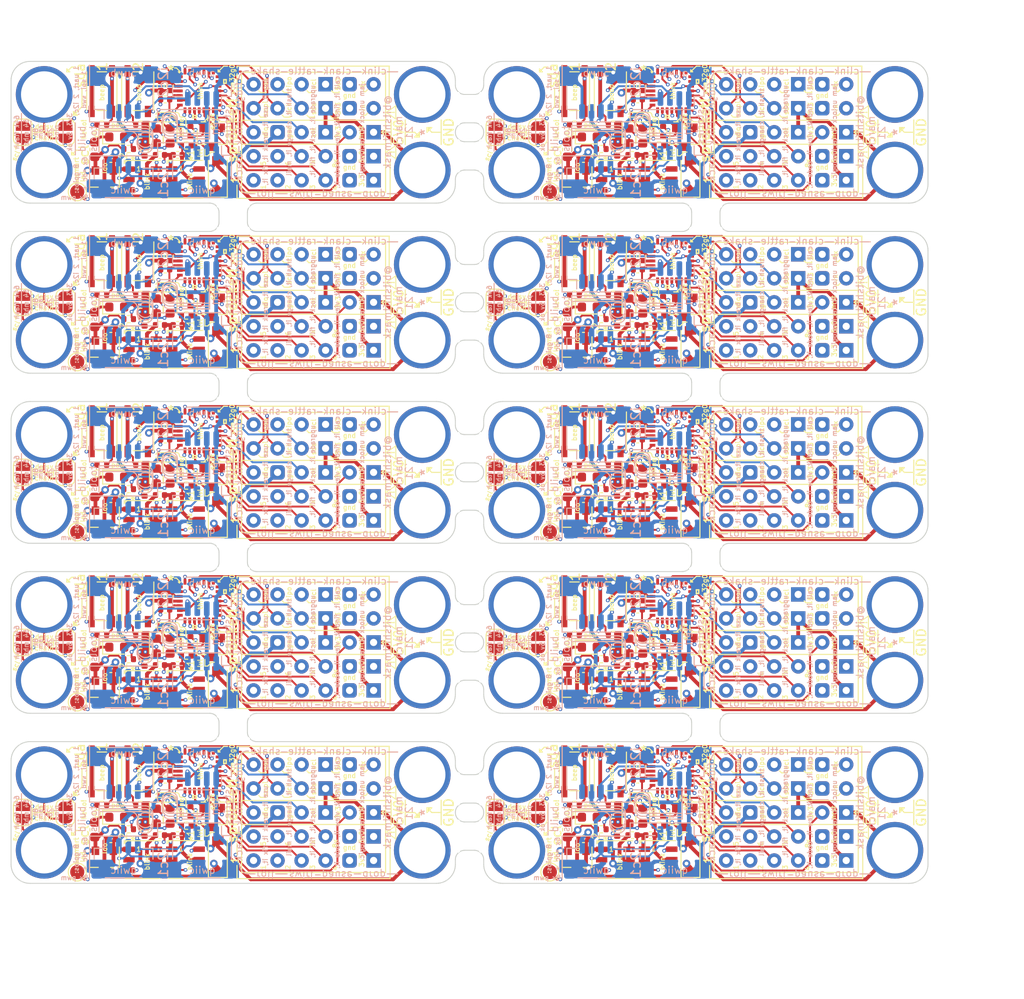
<source format=kicad_pcb>
(kicad_pcb (version 20171130) (host pcbnew 5.1.9)
  (layers (0 F.Cu signal) (1 In1.Cu signal) (2 In2.Cu signal) (31 B.Cu signal) (34 B.Paste user) (35 F.Paste user) (36 B.SilkS user) (37 F.SilkS user) (38 B.Mask user) (39 F.Mask user) (44 Edge.Cuts user))
  (net 0 "")
  (net 1 Board_1-+3V3)
  (net 2 Board_1-+5V)
  (net 3 Board_1-/+5v0-RAW)
  (net 4 Board_1-/BUTTON1)
  (net 5 Board_1-/BUTTON2)
  (net 6 Board_1-/GPIO1)
  (net 7 Board_1-/GPIO2)
  (net 8 Board_1-/GPIO3)
  (net 9 Board_1-/GPIO4)
  (net 10 Board_1-/GPIO5)
  (net 11 Board_1-/GPIO6)
  (net 12 Board_1-/GPIO7)
  (net 13 Board_1-/GPIO8)
  (net 14 Board_1-/I2C1-SCL)
  (net 15 Board_1-/I2C1-SDA)
  (net 16 Board_1-/I2C2-SCL)
  (net 17 Board_1-/I2C2-SDA)
  (net 18 Board_1-/LED1)
  (net 19 Board_1-/LED2)
  (net 20 Board_1-/SMARTLED-3V3)
  (net 21 Board_1-/SMARTLED-5V0)
  (net 22 Board_1-/SMARTLED-OUT)
  (net 23 Board_1-/SPI-CIPO)
  (net 24 Board_1-/SPI-COPI)
  (net 25 Board_1-/SPI-SCK)
  (net 26 Board_1-/SWCLK)
  (net 27 Board_1-/SWDIO)
  (net 28 Board_1-/UART-RX)
  (net 29 Board_1-/UART-TX)
  (net 30 Board_1-/~RST)
  (net 31 Board_1-/~SPI-CS)
  (net 32 Board_1-GND)
  (net 33 "Board_1-Net-(D2-Pad2)")
  (net 34 "Board_1-Net-(D2-Pad3)")
  (net 35 "Board_1-Net-(D3-Pad2)")
  (net 36 "Board_1-Net-(D4-Pad2)")
  (net 37 "Board_1-Net-(D5-Pad2)")
  (net 38 "Board_1-Net-(D6-Pad2)")
  (net 39 Board_2-+3V3)
  (net 40 Board_2-+5V)
  (net 41 Board_2-/+5v0-RAW)
  (net 42 Board_2-/BUTTON1)
  (net 43 Board_2-/BUTTON2)
  (net 44 Board_2-/GPIO1)
  (net 45 Board_2-/GPIO2)
  (net 46 Board_2-/GPIO3)
  (net 47 Board_2-/GPIO4)
  (net 48 Board_2-/GPIO5)
  (net 49 Board_2-/GPIO6)
  (net 50 Board_2-/GPIO7)
  (net 51 Board_2-/GPIO8)
  (net 52 Board_2-/I2C1-SCL)
  (net 53 Board_2-/I2C1-SDA)
  (net 54 Board_2-/I2C2-SCL)
  (net 55 Board_2-/I2C2-SDA)
  (net 56 Board_2-/LED1)
  (net 57 Board_2-/LED2)
  (net 58 Board_2-/SMARTLED-3V3)
  (net 59 Board_2-/SMARTLED-5V0)
  (net 60 Board_2-/SMARTLED-OUT)
  (net 61 Board_2-/SPI-CIPO)
  (net 62 Board_2-/SPI-COPI)
  (net 63 Board_2-/SPI-SCK)
  (net 64 Board_2-/SWCLK)
  (net 65 Board_2-/SWDIO)
  (net 66 Board_2-/UART-RX)
  (net 67 Board_2-/UART-TX)
  (net 68 Board_2-/~RST)
  (net 69 Board_2-/~SPI-CS)
  (net 70 Board_2-GND)
  (net 71 "Board_2-Net-(D2-Pad2)")
  (net 72 "Board_2-Net-(D2-Pad3)")
  (net 73 "Board_2-Net-(D3-Pad2)")
  (net 74 "Board_2-Net-(D4-Pad2)")
  (net 75 "Board_2-Net-(D5-Pad2)")
  (net 76 "Board_2-Net-(D6-Pad2)")
  (net 77 Board_3-+3V3)
  (net 78 Board_3-+5V)
  (net 79 Board_3-/+5v0-RAW)
  (net 80 Board_3-/BUTTON1)
  (net 81 Board_3-/BUTTON2)
  (net 82 Board_3-/GPIO1)
  (net 83 Board_3-/GPIO2)
  (net 84 Board_3-/GPIO3)
  (net 85 Board_3-/GPIO4)
  (net 86 Board_3-/GPIO5)
  (net 87 Board_3-/GPIO6)
  (net 88 Board_3-/GPIO7)
  (net 89 Board_3-/GPIO8)
  (net 90 Board_3-/I2C1-SCL)
  (net 91 Board_3-/I2C1-SDA)
  (net 92 Board_3-/I2C2-SCL)
  (net 93 Board_3-/I2C2-SDA)
  (net 94 Board_3-/LED1)
  (net 95 Board_3-/LED2)
  (net 96 Board_3-/SMARTLED-3V3)
  (net 97 Board_3-/SMARTLED-5V0)
  (net 98 Board_3-/SMARTLED-OUT)
  (net 99 Board_3-/SPI-CIPO)
  (net 100 Board_3-/SPI-COPI)
  (net 101 Board_3-/SPI-SCK)
  (net 102 Board_3-/SWCLK)
  (net 103 Board_3-/SWDIO)
  (net 104 Board_3-/UART-RX)
  (net 105 Board_3-/UART-TX)
  (net 106 Board_3-/~RST)
  (net 107 Board_3-/~SPI-CS)
  (net 108 Board_3-GND)
  (net 109 "Board_3-Net-(D2-Pad2)")
  (net 110 "Board_3-Net-(D2-Pad3)")
  (net 111 "Board_3-Net-(D3-Pad2)")
  (net 112 "Board_3-Net-(D4-Pad2)")
  (net 113 "Board_3-Net-(D5-Pad2)")
  (net 114 "Board_3-Net-(D6-Pad2)")
  (net 115 Board_4-+3V3)
  (net 116 Board_4-+5V)
  (net 117 Board_4-/+5v0-RAW)
  (net 118 Board_4-/BUTTON1)
  (net 119 Board_4-/BUTTON2)
  (net 120 Board_4-/GPIO1)
  (net 121 Board_4-/GPIO2)
  (net 122 Board_4-/GPIO3)
  (net 123 Board_4-/GPIO4)
  (net 124 Board_4-/GPIO5)
  (net 125 Board_4-/GPIO6)
  (net 126 Board_4-/GPIO7)
  (net 127 Board_4-/GPIO8)
  (net 128 Board_4-/I2C1-SCL)
  (net 129 Board_4-/I2C1-SDA)
  (net 130 Board_4-/I2C2-SCL)
  (net 131 Board_4-/I2C2-SDA)
  (net 132 Board_4-/LED1)
  (net 133 Board_4-/LED2)
  (net 134 Board_4-/SMARTLED-3V3)
  (net 135 Board_4-/SMARTLED-5V0)
  (net 136 Board_4-/SMARTLED-OUT)
  (net 137 Board_4-/SPI-CIPO)
  (net 138 Board_4-/SPI-COPI)
  (net 139 Board_4-/SPI-SCK)
  (net 140 Board_4-/SWCLK)
  (net 141 Board_4-/SWDIO)
  (net 142 Board_4-/UART-RX)
  (net 143 Board_4-/UART-TX)
  (net 144 Board_4-/~RST)
  (net 145 Board_4-/~SPI-CS)
  (net 146 Board_4-GND)
  (net 147 "Board_4-Net-(D2-Pad2)")
  (net 148 "Board_4-Net-(D2-Pad3)")
  (net 149 "Board_4-Net-(D3-Pad2)")
  (net 150 "Board_4-Net-(D4-Pad2)")
  (net 151 "Board_4-Net-(D5-Pad2)")
  (net 152 "Board_4-Net-(D6-Pad2)")
  (net 153 Board_5-+3V3)
  (net 154 Board_5-+5V)
  (net 155 Board_5-/+5v0-RAW)
  (net 156 Board_5-/BUTTON1)
  (net 157 Board_5-/BUTTON2)
  (net 158 Board_5-/GPIO1)
  (net 159 Board_5-/GPIO2)
  (net 160 Board_5-/GPIO3)
  (net 161 Board_5-/GPIO4)
  (net 162 Board_5-/GPIO5)
  (net 163 Board_5-/GPIO6)
  (net 164 Board_5-/GPIO7)
  (net 165 Board_5-/GPIO8)
  (net 166 Board_5-/I2C1-SCL)
  (net 167 Board_5-/I2C1-SDA)
  (net 168 Board_5-/I2C2-SCL)
  (net 169 Board_5-/I2C2-SDA)
  (net 170 Board_5-/LED1)
  (net 171 Board_5-/LED2)
  (net 172 Board_5-/SMARTLED-3V3)
  (net 173 Board_5-/SMARTLED-5V0)
  (net 174 Board_5-/SMARTLED-OUT)
  (net 175 Board_5-/SPI-CIPO)
  (net 176 Board_5-/SPI-COPI)
  (net 177 Board_5-/SPI-SCK)
  (net 178 Board_5-/SWCLK)
  (net 179 Board_5-/SWDIO)
  (net 180 Board_5-/UART-RX)
  (net 181 Board_5-/UART-TX)
  (net 182 Board_5-/~RST)
  (net 183 Board_5-/~SPI-CS)
  (net 184 Board_5-GND)
  (net 185 "Board_5-Net-(D2-Pad2)")
  (net 186 "Board_5-Net-(D2-Pad3)")
  (net 187 "Board_5-Net-(D3-Pad2)")
  (net 188 "Board_5-Net-(D4-Pad2)")
  (net 189 "Board_5-Net-(D5-Pad2)")
  (net 190 "Board_5-Net-(D6-Pad2)")
  (net 191 Board_6-+3V3)
  (net 192 Board_6-+5V)
  (net 193 Board_6-/+5v0-RAW)
  (net 194 Board_6-/BUTTON1)
  (net 195 Board_6-/BUTTON2)
  (net 196 Board_6-/GPIO1)
  (net 197 Board_6-/GPIO2)
  (net 198 Board_6-/GPIO3)
  (net 199 Board_6-/GPIO4)
  (net 200 Board_6-/GPIO5)
  (net 201 Board_6-/GPIO6)
  (net 202 Board_6-/GPIO7)
  (net 203 Board_6-/GPIO8)
  (net 204 Board_6-/I2C1-SCL)
  (net 205 Board_6-/I2C1-SDA)
  (net 206 Board_6-/I2C2-SCL)
  (net 207 Board_6-/I2C2-SDA)
  (net 208 Board_6-/LED1)
  (net 209 Board_6-/LED2)
  (net 210 Board_6-/SMARTLED-3V3)
  (net 211 Board_6-/SMARTLED-5V0)
  (net 212 Board_6-/SMARTLED-OUT)
  (net 213 Board_6-/SPI-CIPO)
  (net 214 Board_6-/SPI-COPI)
  (net 215 Board_6-/SPI-SCK)
  (net 216 Board_6-/SWCLK)
  (net 217 Board_6-/SWDIO)
  (net 218 Board_6-/UART-RX)
  (net 219 Board_6-/UART-TX)
  (net 220 Board_6-/~RST)
  (net 221 Board_6-/~SPI-CS)
  (net 222 Board_6-GND)
  (net 223 "Board_6-Net-(D2-Pad2)")
  (net 224 "Board_6-Net-(D2-Pad3)")
  (net 225 "Board_6-Net-(D3-Pad2)")
  (net 226 "Board_6-Net-(D4-Pad2)")
  (net 227 "Board_6-Net-(D5-Pad2)")
  (net 228 "Board_6-Net-(D6-Pad2)")
  (net 229 Board_7-+3V3)
  (net 230 Board_7-+5V)
  (net 231 Board_7-/+5v0-RAW)
  (net 232 Board_7-/BUTTON1)
  (net 233 Board_7-/BUTTON2)
  (net 234 Board_7-/GPIO1)
  (net 235 Board_7-/GPIO2)
  (net 236 Board_7-/GPIO3)
  (net 237 Board_7-/GPIO4)
  (net 238 Board_7-/GPIO5)
  (net 239 Board_7-/GPIO6)
  (net 240 Board_7-/GPIO7)
  (net 241 Board_7-/GPIO8)
  (net 242 Board_7-/I2C1-SCL)
  (net 243 Board_7-/I2C1-SDA)
  (net 244 Board_7-/I2C2-SCL)
  (net 245 Board_7-/I2C2-SDA)
  (net 246 Board_7-/LED1)
  (net 247 Board_7-/LED2)
  (net 248 Board_7-/SMARTLED-3V3)
  (net 249 Board_7-/SMARTLED-5V0)
  (net 250 Board_7-/SMARTLED-OUT)
  (net 251 Board_7-/SPI-CIPO)
  (net 252 Board_7-/SPI-COPI)
  (net 253 Board_7-/SPI-SCK)
  (net 254 Board_7-/SWCLK)
  (net 255 Board_7-/SWDIO)
  (net 256 Board_7-/UART-RX)
  (net 257 Board_7-/UART-TX)
  (net 258 Board_7-/~RST)
  (net 259 Board_7-/~SPI-CS)
  (net 260 Board_7-GND)
  (net 261 "Board_7-Net-(D2-Pad2)")
  (net 262 "Board_7-Net-(D2-Pad3)")
  (net 263 "Board_7-Net-(D3-Pad2)")
  (net 264 "Board_7-Net-(D4-Pad2)")
  (net 265 "Board_7-Net-(D5-Pad2)")
  (net 266 "Board_7-Net-(D6-Pad2)")
  (net 267 Board_8-+3V3)
  (net 268 Board_8-+5V)
  (net 269 Board_8-/+5v0-RAW)
  (net 270 Board_8-/BUTTON1)
  (net 271 Board_8-/BUTTON2)
  (net 272 Board_8-/GPIO1)
  (net 273 Board_8-/GPIO2)
  (net 274 Board_8-/GPIO3)
  (net 275 Board_8-/GPIO4)
  (net 276 Board_8-/GPIO5)
  (net 277 Board_8-/GPIO6)
  (net 278 Board_8-/GPIO7)
  (net 279 Board_8-/GPIO8)
  (net 280 Board_8-/I2C1-SCL)
  (net 281 Board_8-/I2C1-SDA)
  (net 282 Board_8-/I2C2-SCL)
  (net 283 Board_8-/I2C2-SDA)
  (net 284 Board_8-/LED1)
  (net 285 Board_8-/LED2)
  (net 286 Board_8-/SMARTLED-3V3)
  (net 287 Board_8-/SMARTLED-5V0)
  (net 288 Board_8-/SMARTLED-OUT)
  (net 289 Board_8-/SPI-CIPO)
  (net 290 Board_8-/SPI-COPI)
  (net 291 Board_8-/SPI-SCK)
  (net 292 Board_8-/SWCLK)
  (net 293 Board_8-/SWDIO)
  (net 294 Board_8-/UART-RX)
  (net 295 Board_8-/UART-TX)
  (net 296 Board_8-/~RST)
  (net 297 Board_8-/~SPI-CS)
  (net 298 Board_8-GND)
  (net 299 "Board_8-Net-(D2-Pad2)")
  (net 300 "Board_8-Net-(D2-Pad3)")
  (net 301 "Board_8-Net-(D3-Pad2)")
  (net 302 "Board_8-Net-(D4-Pad2)")
  (net 303 "Board_8-Net-(D5-Pad2)")
  (net 304 "Board_8-Net-(D6-Pad2)")
  (net 305 Board_9-+3V3)
  (net 306 Board_9-+5V)
  (net 307 Board_9-/+5v0-RAW)
  (net 308 Board_9-/BUTTON1)
  (net 309 Board_9-/BUTTON2)
  (net 310 Board_9-/GPIO1)
  (net 311 Board_9-/GPIO2)
  (net 312 Board_9-/GPIO3)
  (net 313 Board_9-/GPIO4)
  (net 314 Board_9-/GPIO5)
  (net 315 Board_9-/GPIO6)
  (net 316 Board_9-/GPIO7)
  (net 317 Board_9-/GPIO8)
  (net 318 Board_9-/I2C1-SCL)
  (net 319 Board_9-/I2C1-SDA)
  (net 320 Board_9-/I2C2-SCL)
  (net 321 Board_9-/I2C2-SDA)
  (net 322 Board_9-/LED1)
  (net 323 Board_9-/LED2)
  (net 324 Board_9-/SMARTLED-3V3)
  (net 325 Board_9-/SMARTLED-5V0)
  (net 326 Board_9-/SMARTLED-OUT)
  (net 327 Board_9-/SPI-CIPO)
  (net 328 Board_9-/SPI-COPI)
  (net 329 Board_9-/SPI-SCK)
  (net 330 Board_9-/SWCLK)
  (net 331 Board_9-/SWDIO)
  (net 332 Board_9-/UART-RX)
  (net 333 Board_9-/UART-TX)
  (net 334 Board_9-/~RST)
  (net 335 Board_9-/~SPI-CS)
  (net 336 Board_9-GND)
  (net 337 "Board_9-Net-(D2-Pad2)")
  (net 338 "Board_9-Net-(D2-Pad3)")
  (net 339 "Board_9-Net-(D3-Pad2)")
  (net 340 "Board_9-Net-(D4-Pad2)")
  (net 341 "Board_9-Net-(D5-Pad2)")
  (net 342 "Board_9-Net-(D6-Pad2)")
  (net 343 Board_10-+3V3)
  (net 344 Board_10-+5V)
  (net 345 Board_10-/+5v0-RAW)
  (net 346 Board_10-/BUTTON1)
  (net 347 Board_10-/BUTTON2)
  (net 348 Board_10-/GPIO1)
  (net 349 Board_10-/GPIO2)
  (net 350 Board_10-/GPIO3)
  (net 351 Board_10-/GPIO4)
  (net 352 Board_10-/GPIO5)
  (net 353 Board_10-/GPIO6)
  (net 354 Board_10-/GPIO7)
  (net 355 Board_10-/GPIO8)
  (net 356 Board_10-/I2C1-SCL)
  (net 357 Board_10-/I2C1-SDA)
  (net 358 Board_10-/I2C2-SCL)
  (net 359 Board_10-/I2C2-SDA)
  (net 360 Board_10-/LED1)
  (net 361 Board_10-/LED2)
  (net 362 Board_10-/SMARTLED-3V3)
  (net 363 Board_10-/SMARTLED-5V0)
  (net 364 Board_10-/SMARTLED-OUT)
  (net 365 Board_10-/SPI-CIPO)
  (net 366 Board_10-/SPI-COPI)
  (net 367 Board_10-/SPI-SCK)
  (net 368 Board_10-/SWCLK)
  (net 369 Board_10-/SWDIO)
  (net 370 Board_10-/UART-RX)
  (net 371 Board_10-/UART-TX)
  (net 372 Board_10-/~RST)
  (net 373 Board_10-/~SPI-CS)
  (net 374 Board_10-GND)
  (net 375 "Board_10-Net-(D2-Pad2)")
  (net 376 "Board_10-Net-(D2-Pad3)")
  (net 377 "Board_10-Net-(D3-Pad2)")
  (net 378 "Board_10-Net-(D4-Pad2)")
  (net 379 "Board_10-Net-(D5-Pad2)")
  (net 380 "Board_10-Net-(D6-Pad2)")
  (module NPTH (layer F.Cu) (at 99.749001 133.500041)
    (fp_text reference REF** hide)
    (fp_text value NPTH hide)
    (pad "" np_thru_hole circle (at 0 0) (size 0.5 0.5) (drill 0.5) (layers *.Cu *.Mask))
  )
  (module NPTH (layer F.Cu) (at 99.749002 132.500041)
    (fp_text reference REF** hide)
    (fp_text value NPTH hide)
    (pad "" np_thru_hole circle (at 0 0) (size 0.5 0.5) (drill 0.5) (layers *.Cu *.Mask))
  )
  (module NPTH (layer F.Cu) (at 99.749003 131.500041)
    (fp_text reference REF** hide)
    (fp_text value NPTH hide)
    (pad "" np_thru_hole circle (at 0 0) (size 0.5 0.5) (drill 0.5) (layers *.Cu *.Mask))
  )
  (module NPTH (layer F.Cu) (at 99.749004 130.500041)
    (fp_text reference REF** hide)
    (fp_text value NPTH hide)
    (pad "" np_thru_hole circle (at 0 0) (size 0.5 0.5) (drill 0.5) (layers *.Cu *.Mask))
  )
  (module NPTH (layer F.Cu) (at 99.749005 128.500038)
    (fp_text reference REF** hide)
    (fp_text value NPTH hide)
    (pad "" np_thru_hole circle (at 0 0) (size 0.5 0.5) (drill 0.5) (layers *.Cu *.Mask))
  )
  (module NPTH (layer F.Cu) (at 99.749006 127.500038)
    (fp_text reference REF** hide)
    (fp_text value NPTH hide)
    (pad "" np_thru_hole circle (at 0 0) (size 0.5 0.5) (drill 0.5) (layers *.Cu *.Mask))
  )
  (module NPTH (layer F.Cu) (at 99.749007 126.500038)
    (fp_text reference REF** hide)
    (fp_text value NPTH hide)
    (pad "" np_thru_hole circle (at 0 0) (size 0.5 0.5) (drill 0.5) (layers *.Cu *.Mask))
  )
  (module NPTH (layer F.Cu) (at 99.749008 125.500038)
    (fp_text reference REF** hide)
    (fp_text value NPTH hide)
    (pad "" np_thru_hole circle (at 0 0) (size 0.5 0.5) (drill 0.5) (layers *.Cu *.Mask))
  )
  (module NPTH (layer F.Cu) (at 97.251 130.500041)
    (fp_text reference REF** hide)
    (fp_text value NPTH hide)
    (pad "" np_thru_hole circle (at 0 0) (size 0.5 0.5) (drill 0.5) (layers *.Cu *.Mask))
  )
  (module NPTH (layer F.Cu) (at 97.251 131.500041)
    (fp_text reference REF** hide)
    (fp_text value NPTH hide)
    (pad "" np_thru_hole circle (at 0 0) (size 0.5 0.5) (drill 0.5) (layers *.Cu *.Mask))
  )
  (module NPTH (layer F.Cu) (at 97.251 132.500041)
    (fp_text reference REF** hide)
    (fp_text value NPTH hide)
    (pad "" np_thru_hole circle (at 0 0) (size 0.5 0.5) (drill 0.5) (layers *.Cu *.Mask))
  )
  (module NPTH (layer F.Cu) (at 97.251 133.500041)
    (fp_text reference REF** hide)
    (fp_text value NPTH hide)
    (pad "" np_thru_hole circle (at 0 0) (size 0.5 0.5) (drill 0.5) (layers *.Cu *.Mask))
  )
  (module NPTH (layer F.Cu) (at 97.251 125.500038)
    (fp_text reference REF** hide)
    (fp_text value NPTH hide)
    (pad "" np_thru_hole circle (at 0 0) (size 0.5 0.5) (drill 0.5) (layers *.Cu *.Mask))
  )
  (module NPTH (layer F.Cu) (at 97.251 126.500038)
    (fp_text reference REF** hide)
    (fp_text value NPTH hide)
    (pad "" np_thru_hole circle (at 0 0) (size 0.5 0.5) (drill 0.5) (layers *.Cu *.Mask))
  )
  (module NPTH (layer F.Cu) (at 97.251 127.500038)
    (fp_text reference REF** hide)
    (fp_text value NPTH hide)
    (pad "" np_thru_hole circle (at 0 0) (size 0.5 0.5) (drill 0.5) (layers *.Cu *.Mask))
  )
  (module NPTH (layer F.Cu) (at 97.251 128.500038)
    (fp_text reference REF** hide)
    (fp_text value NPTH hide)
    (pad "" np_thru_hole circle (at 0 0) (size 0.5 0.5) (drill 0.5) (layers *.Cu *.Mask))
  )
  (module NPTH (layer F.Cu) (at 99.749001 115.500032)
    (fp_text reference REF** hide)
    (fp_text value NPTH hide)
    (pad "" np_thru_hole circle (at 0 0) (size 0.5 0.5) (drill 0.5) (layers *.Cu *.Mask))
  )
  (module NPTH (layer F.Cu) (at 99.749002 114.500032)
    (fp_text reference REF** hide)
    (fp_text value NPTH hide)
    (pad "" np_thru_hole circle (at 0 0) (size 0.5 0.5) (drill 0.5) (layers *.Cu *.Mask))
  )
  (module NPTH (layer F.Cu) (at 99.749003 113.500032)
    (fp_text reference REF** hide)
    (fp_text value NPTH hide)
    (pad "" np_thru_hole circle (at 0 0) (size 0.5 0.5) (drill 0.5) (layers *.Cu *.Mask))
  )
  (module NPTH (layer F.Cu) (at 99.749004 112.500032)
    (fp_text reference REF** hide)
    (fp_text value NPTH hide)
    (pad "" np_thru_hole circle (at 0 0) (size 0.5 0.5) (drill 0.5) (layers *.Cu *.Mask))
  )
  (module NPTH (layer F.Cu) (at 99.749005 110.500029)
    (fp_text reference REF** hide)
    (fp_text value NPTH hide)
    (pad "" np_thru_hole circle (at 0 0) (size 0.5 0.5) (drill 0.5) (layers *.Cu *.Mask))
  )
  (module NPTH (layer F.Cu) (at 99.749006 109.500029)
    (fp_text reference REF** hide)
    (fp_text value NPTH hide)
    (pad "" np_thru_hole circle (at 0 0) (size 0.5 0.5) (drill 0.5) (layers *.Cu *.Mask))
  )
  (module NPTH (layer F.Cu) (at 99.749007 108.500029)
    (fp_text reference REF** hide)
    (fp_text value NPTH hide)
    (pad "" np_thru_hole circle (at 0 0) (size 0.5 0.5) (drill 0.5) (layers *.Cu *.Mask))
  )
  (module NPTH (layer F.Cu) (at 99.749008 107.500029)
    (fp_text reference REF** hide)
    (fp_text value NPTH hide)
    (pad "" np_thru_hole circle (at 0 0) (size 0.5 0.5) (drill 0.5) (layers *.Cu *.Mask))
  )
  (module NPTH (layer F.Cu) (at 97.251 112.500032)
    (fp_text reference REF** hide)
    (fp_text value NPTH hide)
    (pad "" np_thru_hole circle (at 0 0) (size 0.5 0.5) (drill 0.5) (layers *.Cu *.Mask))
  )
  (module NPTH (layer F.Cu) (at 97.251 113.500032)
    (fp_text reference REF** hide)
    (fp_text value NPTH hide)
    (pad "" np_thru_hole circle (at 0 0) (size 0.5 0.5) (drill 0.5) (layers *.Cu *.Mask))
  )
  (module NPTH (layer F.Cu) (at 97.251 114.500032)
    (fp_text reference REF** hide)
    (fp_text value NPTH hide)
    (pad "" np_thru_hole circle (at 0 0) (size 0.5 0.5) (drill 0.5) (layers *.Cu *.Mask))
  )
  (module NPTH (layer F.Cu) (at 97.251 115.500032)
    (fp_text reference REF** hide)
    (fp_text value NPTH hide)
    (pad "" np_thru_hole circle (at 0 0) (size 0.5 0.5) (drill 0.5) (layers *.Cu *.Mask))
  )
  (module NPTH (layer F.Cu) (at 97.251 107.500029)
    (fp_text reference REF** hide)
    (fp_text value NPTH hide)
    (pad "" np_thru_hole circle (at 0 0) (size 0.5 0.5) (drill 0.5) (layers *.Cu *.Mask))
  )
  (module NPTH (layer F.Cu) (at 97.251 108.500029)
    (fp_text reference REF** hide)
    (fp_text value NPTH hide)
    (pad "" np_thru_hole circle (at 0 0) (size 0.5 0.5) (drill 0.5) (layers *.Cu *.Mask))
  )
  (module NPTH (layer F.Cu) (at 97.251 109.500029)
    (fp_text reference REF** hide)
    (fp_text value NPTH hide)
    (pad "" np_thru_hole circle (at 0 0) (size 0.5 0.5) (drill 0.5) (layers *.Cu *.Mask))
  )
  (module NPTH (layer F.Cu) (at 97.251 110.500029)
    (fp_text reference REF** hide)
    (fp_text value NPTH hide)
    (pad "" np_thru_hole circle (at 0 0) (size 0.5 0.5) (drill 0.5) (layers *.Cu *.Mask))
  )
  (module NPTH (layer F.Cu) (at 99.749001 97.500023)
    (fp_text reference REF** hide)
    (fp_text value NPTH hide)
    (pad "" np_thru_hole circle (at 0 0) (size 0.5 0.5) (drill 0.5) (layers *.Cu *.Mask))
  )
  (module NPTH (layer F.Cu) (at 99.749002 96.500023)
    (fp_text reference REF** hide)
    (fp_text value NPTH hide)
    (pad "" np_thru_hole circle (at 0 0) (size 0.5 0.5) (drill 0.5) (layers *.Cu *.Mask))
  )
  (module NPTH (layer F.Cu) (at 99.749003 95.500023)
    (fp_text reference REF** hide)
    (fp_text value NPTH hide)
    (pad "" np_thru_hole circle (at 0 0) (size 0.5 0.5) (drill 0.5) (layers *.Cu *.Mask))
  )
  (module NPTH (layer F.Cu) (at 99.749004 94.500023)
    (fp_text reference REF** hide)
    (fp_text value NPTH hide)
    (pad "" np_thru_hole circle (at 0 0) (size 0.5 0.5) (drill 0.5) (layers *.Cu *.Mask))
  )
  (module NPTH (layer F.Cu) (at 99.749005 92.50002)
    (fp_text reference REF** hide)
    (fp_text value NPTH hide)
    (pad "" np_thru_hole circle (at 0 0) (size 0.5 0.5) (drill 0.5) (layers *.Cu *.Mask))
  )
  (module NPTH (layer F.Cu) (at 99.749006 91.50002)
    (fp_text reference REF** hide)
    (fp_text value NPTH hide)
    (pad "" np_thru_hole circle (at 0 0) (size 0.5 0.5) (drill 0.5) (layers *.Cu *.Mask))
  )
  (module NPTH (layer F.Cu) (at 99.749007 90.50002)
    (fp_text reference REF** hide)
    (fp_text value NPTH hide)
    (pad "" np_thru_hole circle (at 0 0) (size 0.5 0.5) (drill 0.5) (layers *.Cu *.Mask))
  )
  (module NPTH (layer F.Cu) (at 99.749008 89.50002)
    (fp_text reference REF** hide)
    (fp_text value NPTH hide)
    (pad "" np_thru_hole circle (at 0 0) (size 0.5 0.5) (drill 0.5) (layers *.Cu *.Mask))
  )
  (module NPTH (layer F.Cu) (at 97.251 94.500023)
    (fp_text reference REF** hide)
    (fp_text value NPTH hide)
    (pad "" np_thru_hole circle (at 0 0) (size 0.5 0.5) (drill 0.5) (layers *.Cu *.Mask))
  )
  (module NPTH (layer F.Cu) (at 97.251 95.500023)
    (fp_text reference REF** hide)
    (fp_text value NPTH hide)
    (pad "" np_thru_hole circle (at 0 0) (size 0.5 0.5) (drill 0.5) (layers *.Cu *.Mask))
  )
  (module NPTH (layer F.Cu) (at 97.251 96.500023)
    (fp_text reference REF** hide)
    (fp_text value NPTH hide)
    (pad "" np_thru_hole circle (at 0 0) (size 0.5 0.5) (drill 0.5) (layers *.Cu *.Mask))
  )
  (module NPTH (layer F.Cu) (at 97.251 97.500023)
    (fp_text reference REF** hide)
    (fp_text value NPTH hide)
    (pad "" np_thru_hole circle (at 0 0) (size 0.5 0.5) (drill 0.5) (layers *.Cu *.Mask))
  )
  (module NPTH (layer F.Cu) (at 97.251 89.50002)
    (fp_text reference REF** hide)
    (fp_text value NPTH hide)
    (pad "" np_thru_hole circle (at 0 0) (size 0.5 0.5) (drill 0.5) (layers *.Cu *.Mask))
  )
  (module NPTH (layer F.Cu) (at 97.251 90.50002)
    (fp_text reference REF** hide)
    (fp_text value NPTH hide)
    (pad "" np_thru_hole circle (at 0 0) (size 0.5 0.5) (drill 0.5) (layers *.Cu *.Mask))
  )
  (module NPTH (layer F.Cu) (at 97.251 91.50002)
    (fp_text reference REF** hide)
    (fp_text value NPTH hide)
    (pad "" np_thru_hole circle (at 0 0) (size 0.5 0.5) (drill 0.5) (layers *.Cu *.Mask))
  )
  (module NPTH (layer F.Cu) (at 97.251 92.50002)
    (fp_text reference REF** hide)
    (fp_text value NPTH hide)
    (pad "" np_thru_hole circle (at 0 0) (size 0.5 0.5) (drill 0.5) (layers *.Cu *.Mask))
  )
  (module NPTH (layer F.Cu) (at 99.749001 79.500014)
    (fp_text reference REF** hide)
    (fp_text value NPTH hide)
    (pad "" np_thru_hole circle (at 0 0) (size 0.5 0.5) (drill 0.5) (layers *.Cu *.Mask))
  )
  (module NPTH (layer F.Cu) (at 99.749002 78.500014)
    (fp_text reference REF** hide)
    (fp_text value NPTH hide)
    (pad "" np_thru_hole circle (at 0 0) (size 0.5 0.5) (drill 0.5) (layers *.Cu *.Mask))
  )
  (module NPTH (layer F.Cu) (at 99.749003 77.500014)
    (fp_text reference REF** hide)
    (fp_text value NPTH hide)
    (pad "" np_thru_hole circle (at 0 0) (size 0.5 0.5) (drill 0.5) (layers *.Cu *.Mask))
  )
  (module NPTH (layer F.Cu) (at 99.749004 76.500014)
    (fp_text reference REF** hide)
    (fp_text value NPTH hide)
    (pad "" np_thru_hole circle (at 0 0) (size 0.5 0.5) (drill 0.5) (layers *.Cu *.Mask))
  )
  (module NPTH (layer F.Cu) (at 99.749005 74.500011)
    (fp_text reference REF** hide)
    (fp_text value NPTH hide)
    (pad "" np_thru_hole circle (at 0 0) (size 0.5 0.5) (drill 0.5) (layers *.Cu *.Mask))
  )
  (module NPTH (layer F.Cu) (at 99.749006 73.500011)
    (fp_text reference REF** hide)
    (fp_text value NPTH hide)
    (pad "" np_thru_hole circle (at 0 0) (size 0.5 0.5) (drill 0.5) (layers *.Cu *.Mask))
  )
  (module NPTH (layer F.Cu) (at 99.749007 72.500011)
    (fp_text reference REF** hide)
    (fp_text value NPTH hide)
    (pad "" np_thru_hole circle (at 0 0) (size 0.5 0.5) (drill 0.5) (layers *.Cu *.Mask))
  )
  (module NPTH (layer F.Cu) (at 99.749008 71.500011)
    (fp_text reference REF** hide)
    (fp_text value NPTH hide)
    (pad "" np_thru_hole circle (at 0 0) (size 0.5 0.5) (drill 0.5) (layers *.Cu *.Mask))
  )
  (module NPTH (layer F.Cu) (at 97.251 76.500014)
    (fp_text reference REF** hide)
    (fp_text value NPTH hide)
    (pad "" np_thru_hole circle (at 0 0) (size 0.5 0.5) (drill 0.5) (layers *.Cu *.Mask))
  )
  (module NPTH (layer F.Cu) (at 97.251 77.500014)
    (fp_text reference REF** hide)
    (fp_text value NPTH hide)
    (pad "" np_thru_hole circle (at 0 0) (size 0.5 0.5) (drill 0.5) (layers *.Cu *.Mask))
  )
  (module NPTH (layer F.Cu) (at 97.251 78.500014)
    (fp_text reference REF** hide)
    (fp_text value NPTH hide)
    (pad "" np_thru_hole circle (at 0 0) (size 0.5 0.5) (drill 0.5) (layers *.Cu *.Mask))
  )
  (module NPTH (layer F.Cu) (at 97.251 79.500014)
    (fp_text reference REF** hide)
    (fp_text value NPTH hide)
    (pad "" np_thru_hole circle (at 0 0) (size 0.5 0.5) (drill 0.5) (layers *.Cu *.Mask))
  )
  (module NPTH (layer F.Cu) (at 97.251 71.500011)
    (fp_text reference REF** hide)
    (fp_text value NPTH hide)
    (pad "" np_thru_hole circle (at 0 0) (size 0.5 0.5) (drill 0.5) (layers *.Cu *.Mask))
  )
  (module NPTH (layer F.Cu) (at 97.251 72.500011)
    (fp_text reference REF** hide)
    (fp_text value NPTH hide)
    (pad "" np_thru_hole circle (at 0 0) (size 0.5 0.5) (drill 0.5) (layers *.Cu *.Mask))
  )
  (module NPTH (layer F.Cu) (at 97.251 73.500011)
    (fp_text reference REF** hide)
    (fp_text value NPTH hide)
    (pad "" np_thru_hole circle (at 0 0) (size 0.5 0.5) (drill 0.5) (layers *.Cu *.Mask))
  )
  (module NPTH (layer F.Cu) (at 97.251 74.500011)
    (fp_text reference REF** hide)
    (fp_text value NPTH hide)
    (pad "" np_thru_hole circle (at 0 0) (size 0.5 0.5) (drill 0.5) (layers *.Cu *.Mask))
  )
  (module NPTH (layer F.Cu) (at 99.749001 61.500005)
    (fp_text reference REF** hide)
    (fp_text value NPTH hide)
    (pad "" np_thru_hole circle (at 0 0) (size 0.5 0.5) (drill 0.5) (layers *.Cu *.Mask))
  )
  (module NPTH (layer F.Cu) (at 99.749002 60.500005)
    (fp_text reference REF** hide)
    (fp_text value NPTH hide)
    (pad "" np_thru_hole circle (at 0 0) (size 0.5 0.5) (drill 0.5) (layers *.Cu *.Mask))
  )
  (module NPTH (layer F.Cu) (at 99.749003 59.500005)
    (fp_text reference REF** hide)
    (fp_text value NPTH hide)
    (pad "" np_thru_hole circle (at 0 0) (size 0.5 0.5) (drill 0.5) (layers *.Cu *.Mask))
  )
  (module NPTH (layer F.Cu) (at 99.749004 58.500005)
    (fp_text reference REF** hide)
    (fp_text value NPTH hide)
    (pad "" np_thru_hole circle (at 0 0) (size 0.5 0.5) (drill 0.5) (layers *.Cu *.Mask))
  )
  (module NPTH (layer F.Cu) (at 99.749005 56.500002)
    (fp_text reference REF** hide)
    (fp_text value NPTH hide)
    (pad "" np_thru_hole circle (at 0 0) (size 0.5 0.5) (drill 0.5) (layers *.Cu *.Mask))
  )
  (module NPTH (layer F.Cu) (at 99.749006 55.500002)
    (fp_text reference REF** hide)
    (fp_text value NPTH hide)
    (pad "" np_thru_hole circle (at 0 0) (size 0.5 0.5) (drill 0.5) (layers *.Cu *.Mask))
  )
  (module NPTH (layer F.Cu) (at 99.749007 54.500002)
    (fp_text reference REF** hide)
    (fp_text value NPTH hide)
    (pad "" np_thru_hole circle (at 0 0) (size 0.5 0.5) (drill 0.5) (layers *.Cu *.Mask))
  )
  (module NPTH (layer F.Cu) (at 99.749008 53.500002)
    (fp_text reference REF** hide)
    (fp_text value NPTH hide)
    (pad "" np_thru_hole circle (at 0 0) (size 0.5 0.5) (drill 0.5) (layers *.Cu *.Mask))
  )
  (module NPTH (layer F.Cu) (at 97.251 58.500005)
    (fp_text reference REF** hide)
    (fp_text value NPTH hide)
    (pad "" np_thru_hole circle (at 0 0) (size 0.5 0.5) (drill 0.5) (layers *.Cu *.Mask))
  )
  (module NPTH (layer F.Cu) (at 97.251 59.500005)
    (fp_text reference REF** hide)
    (fp_text value NPTH hide)
    (pad "" np_thru_hole circle (at 0 0) (size 0.5 0.5) (drill 0.5) (layers *.Cu *.Mask))
  )
  (module NPTH (layer F.Cu) (at 97.251 60.500005)
    (fp_text reference REF** hide)
    (fp_text value NPTH hide)
    (pad "" np_thru_hole circle (at 0 0) (size 0.5 0.5) (drill 0.5) (layers *.Cu *.Mask))
  )
  (module NPTH (layer F.Cu) (at 97.251 61.500005)
    (fp_text reference REF** hide)
    (fp_text value NPTH hide)
    (pad "" np_thru_hole circle (at 0 0) (size 0.5 0.5) (drill 0.5) (layers *.Cu *.Mask))
  )
  (module NPTH (layer F.Cu) (at 97.251 53.500002)
    (fp_text reference REF** hide)
    (fp_text value NPTH hide)
    (pad "" np_thru_hole circle (at 0 0) (size 0.5 0.5) (drill 0.5) (layers *.Cu *.Mask))
  )
  (module NPTH (layer F.Cu) (at 97.251 54.500002)
    (fp_text reference REF** hide)
    (fp_text value NPTH hide)
    (pad "" np_thru_hole circle (at 0 0) (size 0.5 0.5) (drill 0.5) (layers *.Cu *.Mask))
  )
  (module NPTH (layer F.Cu) (at 97.251 55.500002)
    (fp_text reference REF** hide)
    (fp_text value NPTH hide)
    (pad "" np_thru_hole circle (at 0 0) (size 0.5 0.5) (drill 0.5) (layers *.Cu *.Mask))
  )
  (module NPTH (layer F.Cu) (at 97.251 56.500002)
    (fp_text reference REF** hide)
    (fp_text value NPTH hide)
    (pad "" np_thru_hole circle (at 0 0) (size 0.5 0.5) (drill 0.5) (layers *.Cu *.Mask))
  )
  (module NPTH (layer F.Cu) (at 122.000013 121.749017)
    (fp_text reference REF** hide)
    (fp_text value NPTH hide)
    (pad "" np_thru_hole circle (at 0 0) (size 0.5 0.5) (drill 0.5) (layers *.Cu *.Mask))
  )
  (module NPTH (layer F.Cu) (at 123.000013 121.749018)
    (fp_text reference REF** hide)
    (fp_text value NPTH hide)
    (pad "" np_thru_hole circle (at 0 0) (size 0.5 0.5) (drill 0.5) (layers *.Cu *.Mask))
  )
  (module NPTH (layer F.Cu) (at 124.000013 121.749018)
    (fp_text reference REF** hide)
    (fp_text value NPTH hide)
    (pad "" np_thru_hole circle (at 0 0) (size 0.5 0.5) (drill 0.5) (layers *.Cu *.Mask))
  )
  (module NPTH (layer F.Cu) (at 125.000013 121.749019)
    (fp_text reference REF** hide)
    (fp_text value NPTH hide)
    (pad "" np_thru_hole circle (at 0 0) (size 0.5 0.5) (drill 0.5) (layers *.Cu *.Mask))
  )
  (module NPTH (layer F.Cu) (at 72.000004 121.749017)
    (fp_text reference REF** hide)
    (fp_text value NPTH hide)
    (pad "" np_thru_hole circle (at 0 0) (size 0.5 0.5) (drill 0.5) (layers *.Cu *.Mask))
  )
  (module NPTH (layer F.Cu) (at 73.000004 121.749018)
    (fp_text reference REF** hide)
    (fp_text value NPTH hide)
    (pad "" np_thru_hole circle (at 0 0) (size 0.5 0.5) (drill 0.5) (layers *.Cu *.Mask))
  )
  (module NPTH (layer F.Cu) (at 74.000004 121.749018)
    (fp_text reference REF** hide)
    (fp_text value NPTH hide)
    (pad "" np_thru_hole circle (at 0 0) (size 0.5 0.5) (drill 0.5) (layers *.Cu *.Mask))
  )
  (module NPTH (layer F.Cu) (at 75.000004 121.749019)
    (fp_text reference REF** hide)
    (fp_text value NPTH hide)
    (pad "" np_thru_hole circle (at 0 0) (size 0.5 0.5) (drill 0.5) (layers *.Cu *.Mask))
  )
  (module NPTH (layer F.Cu) (at 125.000013 119.251013)
    (fp_text reference REF** hide)
    (fp_text value NPTH hide)
    (pad "" np_thru_hole circle (at 0 0) (size 0.5 0.5) (drill 0.5) (layers *.Cu *.Mask))
  )
  (module NPTH (layer F.Cu) (at 124.000013 119.251013)
    (fp_text reference REF** hide)
    (fp_text value NPTH hide)
    (pad "" np_thru_hole circle (at 0 0) (size 0.5 0.5) (drill 0.5) (layers *.Cu *.Mask))
  )
  (module NPTH (layer F.Cu) (at 123.000013 119.251014)
    (fp_text reference REF** hide)
    (fp_text value NPTH hide)
    (pad "" np_thru_hole circle (at 0 0) (size 0.5 0.5) (drill 0.5) (layers *.Cu *.Mask))
  )
  (module NPTH (layer F.Cu) (at 122.000013 119.251014)
    (fp_text reference REF** hide)
    (fp_text value NPTH hide)
    (pad "" np_thru_hole circle (at 0 0) (size 0.5 0.5) (drill 0.5) (layers *.Cu *.Mask))
  )
  (module NPTH (layer F.Cu) (at 122.000013 103.749013)
    (fp_text reference REF** hide)
    (fp_text value NPTH hide)
    (pad "" np_thru_hole circle (at 0 0) (size 0.5 0.5) (drill 0.5) (layers *.Cu *.Mask))
  )
  (module NPTH (layer F.Cu) (at 123.000013 103.749013)
    (fp_text reference REF** hide)
    (fp_text value NPTH hide)
    (pad "" np_thru_hole circle (at 0 0) (size 0.5 0.5) (drill 0.5) (layers *.Cu *.Mask))
  )
  (module NPTH (layer F.Cu) (at 124.000013 103.749014)
    (fp_text reference REF** hide)
    (fp_text value NPTH hide)
    (pad "" np_thru_hole circle (at 0 0) (size 0.5 0.5) (drill 0.5) (layers *.Cu *.Mask))
  )
  (module NPTH (layer F.Cu) (at 125.000013 103.749014)
    (fp_text reference REF** hide)
    (fp_text value NPTH hide)
    (pad "" np_thru_hole circle (at 0 0) (size 0.5 0.5) (drill 0.5) (layers *.Cu *.Mask))
  )
  (module NPTH (layer F.Cu) (at 75.000004 119.251013)
    (fp_text reference REF** hide)
    (fp_text value NPTH hide)
    (pad "" np_thru_hole circle (at 0 0) (size 0.5 0.5) (drill 0.5) (layers *.Cu *.Mask))
  )
  (module NPTH (layer F.Cu) (at 74.000004 119.251013)
    (fp_text reference REF** hide)
    (fp_text value NPTH hide)
    (pad "" np_thru_hole circle (at 0 0) (size 0.5 0.5) (drill 0.5) (layers *.Cu *.Mask))
  )
  (module NPTH (layer F.Cu) (at 73.000004 119.251014)
    (fp_text reference REF** hide)
    (fp_text value NPTH hide)
    (pad "" np_thru_hole circle (at 0 0) (size 0.5 0.5) (drill 0.5) (layers *.Cu *.Mask))
  )
  (module NPTH (layer F.Cu) (at 72.000004 119.251014)
    (fp_text reference REF** hide)
    (fp_text value NPTH hide)
    (pad "" np_thru_hole circle (at 0 0) (size 0.5 0.5) (drill 0.5) (layers *.Cu *.Mask))
  )
  (module NPTH (layer F.Cu) (at 72.000004 103.749013)
    (fp_text reference REF** hide)
    (fp_text value NPTH hide)
    (pad "" np_thru_hole circle (at 0 0) (size 0.5 0.5) (drill 0.5) (layers *.Cu *.Mask))
  )
  (module NPTH (layer F.Cu) (at 73.000004 103.749013)
    (fp_text reference REF** hide)
    (fp_text value NPTH hide)
    (pad "" np_thru_hole circle (at 0 0) (size 0.5 0.5) (drill 0.5) (layers *.Cu *.Mask))
  )
  (module NPTH (layer F.Cu) (at 74.000004 103.749014)
    (fp_text reference REF** hide)
    (fp_text value NPTH hide)
    (pad "" np_thru_hole circle (at 0 0) (size 0.5 0.5) (drill 0.5) (layers *.Cu *.Mask))
  )
  (module NPTH (layer F.Cu) (at 75.000004 103.749014)
    (fp_text reference REF** hide)
    (fp_text value NPTH hide)
    (pad "" np_thru_hole circle (at 0 0) (size 0.5 0.5) (drill 0.5) (layers *.Cu *.Mask))
  )
  (module NPTH (layer F.Cu) (at 125.000013 101.251008)
    (fp_text reference REF** hide)
    (fp_text value NPTH hide)
    (pad "" np_thru_hole circle (at 0 0) (size 0.5 0.5) (drill 0.5) (layers *.Cu *.Mask))
  )
  (module NPTH (layer F.Cu) (at 124.000013 101.251009)
    (fp_text reference REF** hide)
    (fp_text value NPTH hide)
    (pad "" np_thru_hole circle (at 0 0) (size 0.5 0.5) (drill 0.5) (layers *.Cu *.Mask))
  )
  (module NPTH (layer F.Cu) (at 123.000013 101.251009)
    (fp_text reference REF** hide)
    (fp_text value NPTH hide)
    (pad "" np_thru_hole circle (at 0 0) (size 0.5 0.5) (drill 0.5) (layers *.Cu *.Mask))
  )
  (module NPTH (layer F.Cu) (at 122.000013 101.25101)
    (fp_text reference REF** hide)
    (fp_text value NPTH hide)
    (pad "" np_thru_hole circle (at 0 0) (size 0.5 0.5) (drill 0.5) (layers *.Cu *.Mask))
  )
  (module NPTH (layer F.Cu) (at 122.000013 85.749008)
    (fp_text reference REF** hide)
    (fp_text value NPTH hide)
    (pad "" np_thru_hole circle (at 0 0) (size 0.5 0.5) (drill 0.5) (layers *.Cu *.Mask))
  )
  (module NPTH (layer F.Cu) (at 123.000013 85.749009)
    (fp_text reference REF** hide)
    (fp_text value NPTH hide)
    (pad "" np_thru_hole circle (at 0 0) (size 0.5 0.5) (drill 0.5) (layers *.Cu *.Mask))
  )
  (module NPTH (layer F.Cu) (at 124.000013 85.749009)
    (fp_text reference REF** hide)
    (fp_text value NPTH hide)
    (pad "" np_thru_hole circle (at 0 0) (size 0.5 0.5) (drill 0.5) (layers *.Cu *.Mask))
  )
  (module NPTH (layer F.Cu) (at 125.000013 85.74901)
    (fp_text reference REF** hide)
    (fp_text value NPTH hide)
    (pad "" np_thru_hole circle (at 0 0) (size 0.5 0.5) (drill 0.5) (layers *.Cu *.Mask))
  )
  (module NPTH (layer F.Cu) (at 75.000004 101.251008)
    (fp_text reference REF** hide)
    (fp_text value NPTH hide)
    (pad "" np_thru_hole circle (at 0 0) (size 0.5 0.5) (drill 0.5) (layers *.Cu *.Mask))
  )
  (module NPTH (layer F.Cu) (at 74.000004 101.251009)
    (fp_text reference REF** hide)
    (fp_text value NPTH hide)
    (pad "" np_thru_hole circle (at 0 0) (size 0.5 0.5) (drill 0.5) (layers *.Cu *.Mask))
  )
  (module NPTH (layer F.Cu) (at 73.000004 101.251009)
    (fp_text reference REF** hide)
    (fp_text value NPTH hide)
    (pad "" np_thru_hole circle (at 0 0) (size 0.5 0.5) (drill 0.5) (layers *.Cu *.Mask))
  )
  (module NPTH (layer F.Cu) (at 72.000004 101.25101)
    (fp_text reference REF** hide)
    (fp_text value NPTH hide)
    (pad "" np_thru_hole circle (at 0 0) (size 0.5 0.5) (drill 0.5) (layers *.Cu *.Mask))
  )
  (module NPTH (layer F.Cu) (at 72.000004 85.749008)
    (fp_text reference REF** hide)
    (fp_text value NPTH hide)
    (pad "" np_thru_hole circle (at 0 0) (size 0.5 0.5) (drill 0.5) (layers *.Cu *.Mask))
  )
  (module NPTH (layer F.Cu) (at 73.000004 85.749009)
    (fp_text reference REF** hide)
    (fp_text value NPTH hide)
    (pad "" np_thru_hole circle (at 0 0) (size 0.5 0.5) (drill 0.5) (layers *.Cu *.Mask))
  )
  (module NPTH (layer F.Cu) (at 74.000004 85.749009)
    (fp_text reference REF** hide)
    (fp_text value NPTH hide)
    (pad "" np_thru_hole circle (at 0 0) (size 0.5 0.5) (drill 0.5) (layers *.Cu *.Mask))
  )
  (module NPTH (layer F.Cu) (at 75.000004 85.74901)
    (fp_text reference REF** hide)
    (fp_text value NPTH hide)
    (pad "" np_thru_hole circle (at 0 0) (size 0.5 0.5) (drill 0.5) (layers *.Cu *.Mask))
  )
  (module NPTH (layer F.Cu) (at 125.000013 83.251004)
    (fp_text reference REF** hide)
    (fp_text value NPTH hide)
    (pad "" np_thru_hole circle (at 0 0) (size 0.5 0.5) (drill 0.5) (layers *.Cu *.Mask))
  )
  (module NPTH (layer F.Cu) (at 124.000013 83.251004)
    (fp_text reference REF** hide)
    (fp_text value NPTH hide)
    (pad "" np_thru_hole circle (at 0 0) (size 0.5 0.5) (drill 0.5) (layers *.Cu *.Mask))
  )
  (module NPTH (layer F.Cu) (at 123.000013 83.251005)
    (fp_text reference REF** hide)
    (fp_text value NPTH hide)
    (pad "" np_thru_hole circle (at 0 0) (size 0.5 0.5) (drill 0.5) (layers *.Cu *.Mask))
  )
  (module NPTH (layer F.Cu) (at 122.000013 83.251005)
    (fp_text reference REF** hide)
    (fp_text value NPTH hide)
    (pad "" np_thru_hole circle (at 0 0) (size 0.5 0.5) (drill 0.5) (layers *.Cu *.Mask))
  )
  (module NPTH (layer F.Cu) (at 122.000013 67.749004)
    (fp_text reference REF** hide)
    (fp_text value NPTH hide)
    (pad "" np_thru_hole circle (at 0 0) (size 0.5 0.5) (drill 0.5) (layers *.Cu *.Mask))
  )
  (module NPTH (layer F.Cu) (at 123.000013 67.749004)
    (fp_text reference REF** hide)
    (fp_text value NPTH hide)
    (pad "" np_thru_hole circle (at 0 0) (size 0.5 0.5) (drill 0.5) (layers *.Cu *.Mask))
  )
  (module NPTH (layer F.Cu) (at 124.000013 67.749005)
    (fp_text reference REF** hide)
    (fp_text value NPTH hide)
    (pad "" np_thru_hole circle (at 0 0) (size 0.5 0.5) (drill 0.5) (layers *.Cu *.Mask))
  )
  (module NPTH (layer F.Cu) (at 125.000013 67.749005)
    (fp_text reference REF** hide)
    (fp_text value NPTH hide)
    (pad "" np_thru_hole circle (at 0 0) (size 0.5 0.5) (drill 0.5) (layers *.Cu *.Mask))
  )
  (module NPTH (layer F.Cu) (at 75.000004 83.251004)
    (fp_text reference REF** hide)
    (fp_text value NPTH hide)
    (pad "" np_thru_hole circle (at 0 0) (size 0.5 0.5) (drill 0.5) (layers *.Cu *.Mask))
  )
  (module NPTH (layer F.Cu) (at 74.000004 83.251004)
    (fp_text reference REF** hide)
    (fp_text value NPTH hide)
    (pad "" np_thru_hole circle (at 0 0) (size 0.5 0.5) (drill 0.5) (layers *.Cu *.Mask))
  )
  (module NPTH (layer F.Cu) (at 73.000004 83.251005)
    (fp_text reference REF** hide)
    (fp_text value NPTH hide)
    (pad "" np_thru_hole circle (at 0 0) (size 0.5 0.5) (drill 0.5) (layers *.Cu *.Mask))
  )
  (module NPTH (layer F.Cu) (at 72.000004 83.251005)
    (fp_text reference REF** hide)
    (fp_text value NPTH hide)
    (pad "" np_thru_hole circle (at 0 0) (size 0.5 0.5) (drill 0.5) (layers *.Cu *.Mask))
  )
  (module NPTH (layer F.Cu) (at 72.000004 67.749004)
    (fp_text reference REF** hide)
    (fp_text value NPTH hide)
    (pad "" np_thru_hole circle (at 0 0) (size 0.5 0.5) (drill 0.5) (layers *.Cu *.Mask))
  )
  (module NPTH (layer F.Cu) (at 73.000004 67.749004)
    (fp_text reference REF** hide)
    (fp_text value NPTH hide)
    (pad "" np_thru_hole circle (at 0 0) (size 0.5 0.5) (drill 0.5) (layers *.Cu *.Mask))
  )
  (module NPTH (layer F.Cu) (at 74.000004 67.749005)
    (fp_text reference REF** hide)
    (fp_text value NPTH hide)
    (pad "" np_thru_hole circle (at 0 0) (size 0.5 0.5) (drill 0.5) (layers *.Cu *.Mask))
  )
  (module NPTH (layer F.Cu) (at 75.000004 67.749005)
    (fp_text reference REF** hide)
    (fp_text value NPTH hide)
    (pad "" np_thru_hole circle (at 0 0) (size 0.5 0.5) (drill 0.5) (layers *.Cu *.Mask))
  )
  (module NPTH (layer F.Cu) (at 125.000013 65.251)
    (fp_text reference REF** hide)
    (fp_text value NPTH hide)
    (pad "" np_thru_hole circle (at 0 0) (size 0.5 0.5) (drill 0.5) (layers *.Cu *.Mask))
  )
  (module NPTH (layer F.Cu) (at 124.000013 65.251)
    (fp_text reference REF** hide)
    (fp_text value NPTH hide)
    (pad "" np_thru_hole circle (at 0 0) (size 0.5 0.5) (drill 0.5) (layers *.Cu *.Mask))
  )
  (module NPTH (layer F.Cu) (at 123.000013 65.251)
    (fp_text reference REF** hide)
    (fp_text value NPTH hide)
    (pad "" np_thru_hole circle (at 0 0) (size 0.5 0.5) (drill 0.5) (layers *.Cu *.Mask))
  )
  (module NPTH (layer F.Cu) (at 122.000013 65.251)
    (fp_text reference REF** hide)
    (fp_text value NPTH hide)
    (pad "" np_thru_hole circle (at 0 0) (size 0.5 0.5) (drill 0.5) (layers *.Cu *.Mask))
  )
  (module NPTH (layer F.Cu) (at 75.000004 65.251)
    (fp_text reference REF** hide)
    (fp_text value NPTH hide)
    (pad "" np_thru_hole circle (at 0 0) (size 0.5 0.5) (drill 0.5) (layers *.Cu *.Mask))
  )
  (module NPTH (layer F.Cu) (at 74.000004 65.251)
    (fp_text reference REF** hide)
    (fp_text value NPTH hide)
    (pad "" np_thru_hole circle (at 0 0) (size 0.5 0.5) (drill 0.5) (layers *.Cu *.Mask))
  )
  (module NPTH (layer F.Cu) (at 73.000004 65.251)
    (fp_text reference REF** hide)
    (fp_text value NPTH hide)
    (pad "" np_thru_hole circle (at 0 0) (size 0.5 0.5) (drill 0.5) (layers *.Cu *.Mask))
  )
  (module NPTH (layer F.Cu) (at 72.000004 65.251)
    (fp_text reference REF** hide)
    (fp_text value NPTH hide)
    (pad "" np_thru_hole circle (at 0 0) (size 0.5 0.5) (drill 0.5) (layers *.Cu *.Mask))
  )
  (module Capacitor_SMD:C_0402_1005Metric (layer F.Cu) (at 115.82501 124.605037 270)
    (fp_text reference C1 hide)
    (fp_text value 100nF)
    (pad 1 smd roundrect (at -0.48 0 270) (size 0.56 0.62) (layers F.Cu F.Paste F.Mask) (net 343 Board_10-+3V3))
    (pad 2 smd roundrect (at 0.48 0 270) (size 0.56 0.62) (layers F.Cu F.Paste F.Mask) (net 374 Board_10-GND))
  )
  (module Capacitor_SMD:C_0402_1005Metric (layer F.Cu) (at 116.30001 126.025037 180)
    (fp_text reference C2 hide)
    (fp_text value 100nF)
    (pad 1 smd roundrect (at -0.48 0 180) (size 0.56 0.62) (layers F.Cu F.Paste F.Mask) (net 372 Board_10-/~RST))
    (pad 2 smd roundrect (at 0.48 0 180) (size 0.56 0.62) (layers F.Cu F.Paste F.Mask) (net 374 Board_10-GND))
  )
  (module Capacitor_SMD:C_0402_1005Metric (layer F.Cu) (at 116.80001 124.605037 270)
    (fp_text reference C3 hide)
    (fp_text value 4.7uF)
    (pad 1 smd roundrect (at -0.48 0 270) (size 0.56 0.62) (layers F.Cu F.Paste F.Mask) (net 343 Board_10-+3V3))
    (pad 2 smd roundrect (at 0.48 0 270) (size 0.56 0.62) (layers F.Cu F.Paste F.Mask) (net 374 Board_10-GND))
  )
  (module Capacitor_SMD:C_0402_1005Metric (layer F.Cu) (at 110.55501 132.325037)
    (fp_text reference C4 hide)
    (fp_text value 1uF)
    (pad 1 smd roundrect (at -0.48 0) (size 0.56 0.62) (layers F.Cu F.Paste F.Mask) (net 344 Board_10-+5V))
    (pad 2 smd roundrect (at 0.48 0) (size 0.56 0.62) (layers F.Cu F.Paste F.Mask) (net 374 Board_10-GND))
  )
  (module Capacitor_SMD:C_0603_1608Metric (layer F.Cu) (at 108.85001 131.325037 90)
    (fp_text reference C5 hide)
    (fp_text value 2.2uF)
    (pad 1 smd roundrect (at -0.775 0 90) (size 0.9 0.95) (layers F.Cu F.Paste F.Mask) (net 343 Board_10-+3V3))
    (pad 2 smd roundrect (at 0.775 0 90) (size 0.9 0.95) (layers F.Cu F.Paste F.Mask) (net 374 Board_10-GND))
  )
  (module Capacitor_SMD:C_0402_1005Metric (layer F.Cu) (at 117.62501 131.900037 180)
    (fp_text reference C6 hide)
    (fp_text value 1uF)
    (pad 1 smd roundrect (at -0.48 0 180) (size 0.56 0.62) (layers F.Cu F.Paste F.Mask) (net 344 Board_10-+5V))
    (pad 2 smd roundrect (at 0.48 0 180) (size 0.56 0.62) (layers F.Cu F.Paste F.Mask) (net 374 Board_10-GND))
  )
  (module Capacitor_SMD:C_0402_1005Metric (layer F.Cu) (at 115.75501 131.900037)
    (fp_text reference C7 hide)
    (fp_text value 1uF)
    (pad 1 smd roundrect (at -0.48 0) (size 0.56 0.62) (layers F.Cu F.Paste F.Mask) (net 344 Board_10-+5V))
    (pad 2 smd roundrect (at 0.48 0) (size 0.56 0.62) (layers F.Cu F.Paste F.Mask) (net 374 Board_10-GND))
  )
  (module Diode_SMD:D_SOD-123 (layer F.Cu) (at 121.87501 134.125037 90)
    (fp_text reference D1 hide)
    (fp_text value B5819W)
    (pad 1 smd rect (at -1.65 0 90) (size 0.9 1.2) (layers F.Cu F.Paste F.Mask) (net 344 Board_10-+5V))
    (pad 2 smd rect (at 1.65 0 90) (size 0.9 1.2) (layers F.Cu F.Paste F.Mask) (net 345 Board_10-/+5v0-RAW))
  )
  (module Diode_SMD:D_0603_1608Metric (layer F.Cu) (at 115.37501 129.887537 270)
    (fp_text reference D4 hide)
    (fp_text value LED)
    (pad 1 smd roundrect (at -0.7875 0 270) (size 0.875 0.95) (layers F.Cu F.Paste F.Mask) (net 360 Board_10-/LED1))
    (pad 2 smd roundrect (at 0.7875 0 270) (size 0.875 0.95) (layers F.Cu F.Paste F.Mask) (net 378 "Board_10-Net-(D4-Pad2)"))
  )
  (module Diode_SMD:D_0603_1608Metric (layer F.Cu) (at 116.82501 129.887537 270)
    (fp_text reference D5 hide)
    (fp_text value LED)
    (pad 1 smd roundrect (at -0.7875 0 270) (size 0.875 0.95) (layers F.Cu F.Paste F.Mask) (net 361 Board_10-/LED2))
    (pad 2 smd roundrect (at 0.7875 0 270) (size 0.875 0.95) (layers F.Cu F.Paste F.Mask) (net 379 "Board_10-Net-(D5-Pad2)"))
  )
  (module Diode_SMD:D_0603_1608Metric (layer F.Cu) (at 111.17501 130.000037)
    (fp_text reference D6 hide)
    (fp_text value LED)
    (pad 1 smd roundrect (at -0.7875 0) (size 0.875 0.95) (layers F.Cu F.Paste F.Mask) (net 374 Board_10-GND))
    (pad 2 smd roundrect (at 0.7875 0) (size 0.875 0.95) (layers F.Cu F.Paste F.Mask) (net 380 "Board_10-Net-(D6-Pad2)"))
  )
  (module Connector_JST:JST_SH_BM04B-SRSS-TB_1x04-1MP_P1.00mm_Vertical (layer B.Cu) (at 111.90001 134.400037)
    (fp_text reference J5 hide)
    (fp_text value Conn_01x04_MountingPin)
    (pad 1 smd roundrect (at -1.5 -1.325) (size 0.6 1.55) (layers B.Cu B.Paste B.Mask) (net 374 Board_10-GND))
    (pad 2 smd roundrect (at -0.5 -1.325) (size 0.6 1.55) (layers B.Cu B.Paste B.Mask) (net 345 Board_10-/+5v0-RAW))
    (pad 3 smd roundrect (at 0.5 -1.325) (size 0.6 1.55) (layers B.Cu B.Paste B.Mask) (net 357 Board_10-/I2C1-SDA))
    (pad 4 smd roundrect (at 1.5 -1.325) (size 0.6 1.55) (layers B.Cu B.Paste B.Mask) (net 356 Board_10-/I2C1-SCL))
    (pad MP smd roundrect (at -2.8 1.2) (size 1.2 1.8) (layers B.Cu B.Paste B.Mask) (roundrect_rratio 0.208333) (net 374 Board_10-GND))
    (pad MP smd roundrect (at 2.8 1.2) (size 1.2 1.8) (layers B.Cu B.Paste B.Mask) (roundrect_rratio 0.208333) (net 374 Board_10-GND))
  )
  (module Connector_JST:JST_SH_SM04B-SRSS-TB_1x04-1MP_P1.00mm_Horizontal (layer B.Cu) (at 111.90001 125.300037)
    (fp_text reference J6 hide)
    (fp_text value Conn_01x04_MountingPin)
    (pad 1 smd roundrect (at -1.5 2) (size 0.6 1.55) (layers B.Cu B.Paste B.Mask) (net 374 Board_10-GND))
    (pad 2 smd roundrect (at -0.5 2) (size 0.6 1.55) (layers B.Cu B.Paste B.Mask) (net 345 Board_10-/+5v0-RAW))
    (pad 3 smd roundrect (at 0.5 2) (size 0.6 1.55) (layers B.Cu B.Paste B.Mask) (net 359 Board_10-/I2C2-SDA))
    (pad 4 smd roundrect (at 1.5 2) (size 0.6 1.55) (layers B.Cu B.Paste B.Mask) (net 358 Board_10-/I2C2-SCL))
    (pad MP smd roundrect (at -2.8 -1.875) (size 1.2 1.8) (layers B.Cu B.Paste B.Mask) (roundrect_rratio 0.208333) (net 374 Board_10-GND))
    (pad MP smd roundrect (at 2.8 -1.875) (size 1.2 1.8) (layers B.Cu B.Paste B.Mask) (roundrect_rratio 0.208333) (net 374 Board_10-GND))
  )
  (module Connector_JST:JST_SH_BM04B-SRSS-TB_1x04-1MP_P1.00mm_Vertical (layer B.Cu) (at 120.20001 124.600037 180)
    (fp_text reference J7 hide)
    (fp_text value Conn_01x04_MountingPin)
    (pad 1 smd roundrect (at -1.5 -1.325 180) (size 0.6 1.55) (layers B.Cu B.Paste B.Mask) (net 374 Board_10-GND))
    (pad 2 smd roundrect (at -0.5 -1.325 180) (size 0.6 1.55) (layers B.Cu B.Paste B.Mask) (net 345 Board_10-/+5v0-RAW))
    (pad 3 smd roundrect (at 0.5 -1.325 180) (size 0.6 1.55) (layers B.Cu B.Paste B.Mask) (net 359 Board_10-/I2C2-SDA))
    (pad 4 smd roundrect (at 1.5 -1.325 180) (size 0.6 1.55) (layers B.Cu B.Paste B.Mask) (net 358 Board_10-/I2C2-SCL))
    (pad MP smd roundrect (at -2.8 1.2 180) (size 1.2 1.8) (layers B.Cu B.Paste B.Mask) (roundrect_rratio 0.208333) (net 374 Board_10-GND))
    (pad MP smd roundrect (at 2.8 1.2 180) (size 1.2 1.8) (layers B.Cu B.Paste B.Mask) (roundrect_rratio 0.208333) (net 374 Board_10-GND))
  )
  (module brick-4_9id-6_0od:brick-1x2 (layer F.Cu) (at 103.50001 125.500037)
    (fp_text reference MH1 hide)
    (fp_text value Conn_01x02)
    (pad 2 thru_hole circle (at 0 8) (size 6 6) (drill 4.9) (layers *.Cu *.Mask) (net 356 Board_10-/I2C1-SCL))
    (pad 1 thru_hole circle (at 0 0) (size 6 6) (drill 4.9) (layers *.Cu *.Mask) (net 357 Board_10-/I2C1-SDA))
  )
  (module Package_TO_SOT_SMD:SOT-23 (layer F.Cu) (at 121.27501 130.025037 270)
    (fp_text reference Q1 hide)
    (fp_text value NX7002BKR)
    (pad 1 smd rect (at -1 -0.95 270) (size 0.9 0.8) (layers F.Cu F.Paste F.Mask) (net 343 Board_10-+3V3))
    (pad 2 smd rect (at -1 0.95 270) (size 0.9 0.8) (layers F.Cu F.Paste F.Mask) (net 362 Board_10-/SMARTLED-3V3))
    (pad 3 smd rect (at 1 0 270) (size 0.9 0.8) (layers F.Cu F.Paste F.Mask) (net 363 Board_10-/SMARTLED-5V0))
  )
  (module Resistor_SMD:R_0402_1005Metric (layer F.Cu) (at 118.97501 129.390037 270)
    (fp_text reference R2 hide)
    (fp_text value 10K)
    (pad 1 smd roundrect (at -0.51 0 270) (size 0.54 0.64) (layers F.Cu F.Paste F.Mask) (net 343 Board_10-+3V3))
    (pad 2 smd roundrect (at 0.51 0 270) (size 0.54 0.64) (layers F.Cu F.Paste F.Mask) (net 362 Board_10-/SMARTLED-3V3))
  )
  (module Resistor_SMD:R_0402_1005Metric (layer F.Cu) (at 118.54001 130.900037)
    (fp_text reference R3 hide)
    (fp_text value 10K)
    (pad 1 smd roundrect (at -0.51 0) (size 0.54 0.64) (layers F.Cu F.Paste F.Mask) (net 344 Board_10-+5V))
    (pad 2 smd roundrect (at 0.51 0) (size 0.54 0.64) (layers F.Cu F.Paste F.Mask) (net 363 Board_10-/SMARTLED-5V0))
  )
  (module Resistor_SMD:R_0402_1005Metric (layer F.Cu) (at 112.44001 131.275037 180)
    (fp_text reference R6 hide)
    (fp_text value 1K)
    (pad 1 smd roundrect (at -0.51 0 180) (size 0.54 0.64) (layers F.Cu F.Paste F.Mask) (net 378 "Board_10-Net-(D4-Pad2)"))
    (pad 2 smd roundrect (at 0.51 0 180) (size 0.54 0.64) (layers F.Cu F.Paste F.Mask) (net 343 Board_10-+3V3))
  )
  (module Resistor_SMD:R_0402_1005Metric (layer F.Cu) (at 114.12501 131.510037 90)
    (fp_text reference R7 hide)
    (fp_text value 1K)
    (pad 1 smd roundrect (at -0.51 0 90) (size 0.54 0.64) (layers F.Cu F.Paste F.Mask) (net 379 "Board_10-Net-(D5-Pad2)"))
    (pad 2 smd roundrect (at 0.51 0 90) (size 0.54 0.64) (layers F.Cu F.Paste F.Mask) (net 343 Board_10-+3V3))
  )
  (module Resistor_SMD:R_0402_1005Metric (layer F.Cu) (at 113.69001 129.750037)
    (fp_text reference R8 hide)
    (fp_text value 1K)
    (pad 1 smd roundrect (at -0.51 0) (size 0.54 0.64) (layers F.Cu F.Paste F.Mask) (net 380 "Board_10-Net-(D6-Pad2)"))
    (pad 2 smd roundrect (at 0.51 0) (size 0.54 0.64) (layers F.Cu F.Paste F.Mask) (net 343 Board_10-+3V3))
  )
  (module footprints:STM32G031G8U6 (layer F.Cu) (at 119.90001 125.125037)
    (fp_text reference U1 hide)
    (fp_text value STM32G031G8U6 hide)
    (fp_text user * (at -2.979674 -2.13233) (layer F.SilkS))
    (fp_text user * (at -2.979674 -2.13233) (layer F.SilkS))
    (pad 1 smd rect (at -2.0447 -1.50114 90) (size 0.299974 0.599948) (layers F.Cu F.Paste F.Mask) (net 346 Board_10-/BUTTON1))
    (pad 2 smd rect (at -2.0447 -1.00076 90) (size 0.299974 0.599948) (layers F.Cu F.Paste F.Mask) (net 347 Board_10-/BUTTON2))
    (pad 3 smd rect (at -2.0447 -0.50038 90) (size 0.299974 0.599948) (layers F.Cu F.Paste F.Mask) (net 343 Board_10-+3V3))
    (pad 4 smd rect (at -2.0447 0 90) (size 0.299974 0.599948) (layers F.Cu F.Paste F.Mask) (net 374 Board_10-GND))
    (pad 5 smd rect (at -2.0447 0.50038 90) (size 0.299974 0.599948) (layers F.Cu F.Paste F.Mask) (net 372 Board_10-/~RST))
    (pad 6 smd rect (at -2.0447 1.00076 90) (size 0.299974 0.599948) (layers F.Cu F.Paste F.Mask) (net 360 Board_10-/LED1))
    (pad 7 smd rect (at -2.0447 1.50114 90) (size 0.299974 0.599948) (layers F.Cu F.Paste F.Mask) (net 348 Board_10-/GPIO1))
    (pad 8 smd rect (at -1.50114 2.0447) (size 0.299974 0.599948) (layers F.Cu F.Paste F.Mask) (net 371 Board_10-/UART-TX))
    (pad 9 smd rect (at -1.00076 2.0447) (size 0.299974 0.599948) (layers F.Cu F.Paste F.Mask) (net 370 Board_10-/UART-RX))
    (pad 10 smd rect (at -0.50038 2.0447) (size 0.299974 0.599948) (layers F.Cu F.Paste F.Mask) (net 362 Board_10-/SMARTLED-3V3))
    (pad 11 smd rect (at 0 2.0447) (size 0.299974 0.599948) (layers F.Cu F.Paste F.Mask) (net 349 Board_10-/GPIO2))
    (pad 12 smd rect (at 0.50038 2.0447) (size 0.299974 0.599948) (layers F.Cu F.Paste F.Mask) (net 350 Board_10-/GPIO3))
    (pad 13 smd rect (at 1.00076 2.0447) (size 0.299974 0.599948) (layers F.Cu F.Paste F.Mask) (net 351 Board_10-/GPIO4))
    (pad 14 smd rect (at 1.50114 2.0447) (size 0.299974 0.599948) (layers F.Cu F.Paste F.Mask) (net 352 Board_10-/GPIO5))
    (pad 15 smd rect (at 2.0447 1.50114 90) (size 0.299974 0.599948) (layers F.Cu F.Paste F.Mask) (net 353 Board_10-/GPIO6))
    (pad 16 smd rect (at 2.0447 1.00076 90) (size 0.299974 0.599948) (layers F.Cu F.Paste F.Mask) (net 354 Board_10-/GPIO7))
    (pad 17 smd rect (at 2.0447 0.50038 90) (size 0.299974 0.599948) (layers F.Cu F.Paste F.Mask) (net 355 Board_10-/GPIO8))
    (pad 18 smd rect (at 2.0447 0 90) (size 0.299974 0.599948) (layers F.Cu F.Paste F.Mask) (net 358 Board_10-/I2C2-SCL))
    (pad 19 smd rect (at 2.0447 -0.50038 90) (size 0.299974 0.599948) (layers F.Cu F.Paste F.Mask) (net 359 Board_10-/I2C2-SDA))
    (pad 20 smd rect (at 2.0447 -1.00076 90) (size 0.299974 0.599948) (layers F.Cu F.Paste F.Mask) (net 369 Board_10-/SWDIO))
    (pad 21 smd rect (at 2.0447 -1.50114 90) (size 0.299974 0.599948) (layers F.Cu F.Paste F.Mask) (net 368 Board_10-/SWCLK))
    (pad 22 smd rect (at 1.50114 -2.0447) (size 0.299974 0.599948) (layers F.Cu F.Paste F.Mask) (net 373 Board_10-/~SPI-CS))
    (pad 23 smd rect (at 1.00076 -2.0447) (size 0.299974 0.599948) (layers F.Cu F.Paste F.Mask) (net 367 Board_10-/SPI-SCK))
    (pad 24 smd rect (at 0.50038 -2.0447) (size 0.299974 0.599948) (layers F.Cu F.Paste F.Mask) (net 365 Board_10-/SPI-CIPO))
    (pad 25 smd rect (at 0 -2.0447) (size 0.299974 0.599948) (layers F.Cu F.Paste F.Mask) (net 366 Board_10-/SPI-COPI))
    (pad 26 smd rect (at -0.50038 -2.0447) (size 0.299974 0.599948) (layers F.Cu F.Paste F.Mask) (net 356 Board_10-/I2C1-SCL))
    (pad 27 smd rect (at -1.00076 -2.0447) (size 0.299974 0.599948) (layers F.Cu F.Paste F.Mask) (net 357 Board_10-/I2C1-SDA))
    (pad 28 smd rect (at -1.50114 -2.0447) (size 0.299974 0.599948) (layers F.Cu F.Paste F.Mask) (net 361 Board_10-/LED2))
  )
  (module Package_TO_SOT_SMD:SOT-23 (layer F.Cu) (at 109.87501 134.550037 270)
    (fp_text reference U2 hide)
    (fp_text value AP2210N-3.3TRG1)
    (pad 1 smd rect (at -1 -0.95 270) (size 0.9 0.8) (layers F.Cu F.Paste F.Mask) (net 374 Board_10-GND))
    (pad 2 smd rect (at -1 0.95 270) (size 0.9 0.8) (layers F.Cu F.Paste F.Mask) (net 343 Board_10-+3V3))
    (pad 3 smd rect (at 1 0 270) (size 0.9 0.8) (layers F.Cu F.Paste F.Mask) (net 344 Board_10-+5V))
  )
  (module Everything:sprocket-pins (layer F.Cu) (at 123.11001 137.120037 90)
    (fp_text reference J1 hide)
    (fp_text value SPROCKET-CONN)
    (pad 1 thru_hole circle (at 2.54 2.54 90) (size 1.524 1.524) (drill 0.762) (layers *.Cu *.Mask) (net 348 Board_10-/GPIO1))
    (pad 2 thru_hole circle (at 2.54 5.08 90) (size 1.524 1.524) (drill 0.762) (layers *.Cu *.Mask) (net 349 Board_10-/GPIO2))
    (pad 3 thru_hole circle (at 2.54 7.62 90) (size 1.524 1.524) (drill 0.762) (layers *.Cu *.Mask) (net 350 Board_10-/GPIO3))
    (pad 4 thru_hole circle (at 2.54 10.16 90) (size 1.524 1.524) (drill 0.762) (layers *.Cu *.Mask) (net 351 Board_10-/GPIO4))
    (pad 5 thru_hole roundrect (at 2.54 12.7 90) (size 1.524 1.524) (drill 0.762) (layers *.Cu *.Mask) (net 374 Board_10-GND))
    (pad 6 thru_hole rect (at 2.54 15.24 90) (size 1.524 1.524) (drill 0.762) (layers *.Cu *.Mask) (net 343 Board_10-+3V3))
    (pad 7 thru_hole circle (at 5.08 2.54 90) (size 1.524 1.524) (drill 0.762) (layers *.Cu *.Mask) (net 352 Board_10-/GPIO5))
    (pad 8 thru_hole circle (at 5.08 5.08 90) (size 1.524 1.524) (drill 0.762) (layers *.Cu *.Mask) (net 353 Board_10-/GPIO6))
    (pad 9 thru_hole circle (at 5.08 7.62 90) (size 1.524 1.524) (drill 0.762) (layers *.Cu *.Mask) (net 354 Board_10-/GPIO7))
    (pad 10 thru_hole circle (at 5.08 10.16 90) (size 1.524 1.524) (drill 0.762) (layers *.Cu *.Mask) (net 355 Board_10-/GPIO8))
    (pad 11 thru_hole roundrect (at 5.08 12.7 90) (size 1.524 1.524) (drill 0.762) (layers *.Cu *.Mask) (net 374 Board_10-GND))
    (pad 12 thru_hole rect (at 5.08 15.24 90) (size 1.524 1.524) (drill 0.762) (layers *.Cu *.Mask) (net 344 Board_10-+5V))
    (pad 13 thru_hole circle (at 7.62 2.54 90) (size 1.524 1.524) (drill 0.762) (layers *.Cu *.Mask) (net 369 Board_10-/SWDIO))
    (pad 14 thru_hole roundrect (at 7.62 5.08 90) (size 1.524 1.524) (drill 0.762) (layers *.Cu *.Mask) (net 374 Board_10-GND))
    (pad 15 thru_hole circle (at 7.62 7.62 90) (size 1.524 1.524) (drill 0.762) (layers *.Cu *.Mask) (net 368 Board_10-/SWCLK))
    (pad 16 thru_hole rect (at 7.62 10.16 90) (size 1.524 1.524) (drill 0.762) (layers *.Cu *.Mask) (net 343 Board_10-+3V3))
    (pad 17 thru_hole circle (at 7.62 12.7 90) (size 1.524 1.524) (drill 0.762) (layers *.Cu *.Mask) (net 372 Board_10-/~RST))
    (pad 18 thru_hole rect (at 7.62 15.24 90) (size 1.524 1.524) (drill 0.762) (layers *.Cu *.Mask) (net 345 Board_10-/+5v0-RAW))
    (pad 19 thru_hole circle (at 10.16 2.54 90) (size 1.524 1.524) (drill 0.762) (layers *.Cu *.Mask) (net 366 Board_10-/SPI-COPI))
    (pad 20 thru_hole circle (at 10.16 5.08 90) (size 1.524 1.524) (drill 0.762) (layers *.Cu *.Mask) (net 367 Board_10-/SPI-SCK))
    (pad 21 thru_hole circle (at 10.16 7.62 90) (size 1.524 1.524) (drill 0.762) (layers *.Cu *.Mask) (net 359 Board_10-/I2C2-SDA))
    (pad 22 thru_hole rect (at 10.16 10.16 90) (size 1.524 1.524) (drill 0.762) (layers *.Cu *.Mask) (net 343 Board_10-+3V3))
    (pad 23 thru_hole roundrect (at 10.16 12.7 90) (size 1.524 1.524) (drill 0.762) (layers *.Cu *.Mask) (net 374 Board_10-GND))
    (pad 24 thru_hole circle (at 10.16 15.24 90) (size 1.524 1.524) (drill 0.762) (layers *.Cu *.Mask) (net 370 Board_10-/UART-RX))
    (pad 25 thru_hole circle (at 12.7 2.54 90) (size 1.524 1.524) (drill 0.762) (layers *.Cu *.Mask) (net 373 Board_10-/~SPI-CS))
    (pad 26 thru_hole circle (at 12.7 5.08 90) (size 1.524 1.524) (drill 0.762) (layers *.Cu *.Mask) (net 365 Board_10-/SPI-CIPO))
    (pad 27 thru_hole circle (at 12.7 7.62 90) (size 1.524 1.524) (drill 0.762) (layers *.Cu *.Mask) (net 358 Board_10-/I2C2-SCL))
    (pad 28 thru_hole rect (at 12.7 10.16 90) (size 1.524 1.524) (drill 0.762) (layers *.Cu *.Mask) (net 344 Board_10-+5V))
    (pad 29 thru_hole roundrect (at 12.7 12.7 90) (size 1.524 1.524) (drill 0.762) (layers *.Cu *.Mask) (net 374 Board_10-GND))
    (pad 30 thru_hole circle (at 12.7 15.24 90) (size 1.524 1.524) (drill 0.762) (layers *.Cu *.Mask) (net 371 Board_10-/UART-TX))
  )
  (module Everything:TC3838RGB (layer F.Cu) (at 120.50001 135.875037 180)
    (fp_text reference D3 hide)
    (fp_text value TC3838RGB)
    (fp_text user 1 (at 2.5 2.5) (layer F.SilkS) (effects (font (size 0.5 0.5) (thickness 0.1))))
    (pad 1 smd rect (at 3.5 2.49 180) (size 1.2 0.58) (layers F.Cu F.Paste F.Mask) (net 374 Board_10-GND))
    (pad 4 smd rect (at 0.6 0.29 180) (size 1.2 0.58) (layers F.Cu F.Paste F.Mask) (net 344 Board_10-+5V))
    (pad 5 smd rect (at 0.6 1.39 180) (size 1.2 0.58) (layers F.Cu F.Paste F.Mask) (net 344 Board_10-+5V))
    (pad 6 smd rect (at 0.6 2.49 180) (size 1.2 0.58) (layers F.Cu F.Paste F.Mask) (net 376 "Board_10-Net-(D2-Pad3)"))
    (pad 2 smd rect (at 3.5 1.39 180) (size 1.2 0.58) (layers F.Cu F.Paste F.Mask) (net 377 "Board_10-Net-(D3-Pad2)"))
    (pad 3 smd rect (at 3.5 0.29 180) (size 1.2 0.58) (layers F.Cu F.Paste F.Mask) (net 363 Board_10-/SMARTLED-5V0))
  )
  (module Everything:TC3838RGB (layer F.Cu) (at 115.97501 135.890037 180)
    (fp_text reference D2 hide)
    (fp_text value TC3838RGB)
    (fp_text user 1 (at 2.475 2.5) (layer F.SilkS) (effects (font (size 0.5 0.5) (thickness 0.1))))
    (pad 1 smd rect (at 3.5 2.49 180) (size 1.2 0.58) (layers F.Cu F.Paste F.Mask) (net 374 Board_10-GND))
    (pad 4 smd rect (at 0.6 0.29 180) (size 1.2 0.58) (layers F.Cu F.Paste F.Mask) (net 344 Board_10-+5V))
    (pad 5 smd rect (at 0.6 1.39 180) (size 1.2 0.58) (layers F.Cu F.Paste F.Mask) (net 344 Board_10-+5V))
    (pad 6 smd rect (at 0.6 2.49 180) (size 1.2 0.58) (layers F.Cu F.Paste F.Mask) (net 364 Board_10-/SMARTLED-OUT))
    (pad 2 smd rect (at 3.5 1.39 180) (size 1.2 0.58) (layers F.Cu F.Paste F.Mask) (net 375 "Board_10-Net-(D2-Pad2)"))
    (pad 3 smd rect (at 3.5 0.29 180) (size 1.2 0.58) (layers F.Cu F.Paste F.Mask) (net 376 "Board_10-Net-(D2-Pad3)"))
  )
  (module Everything:K2-1808SN-A4SW-01 (layer F.Cu) (at 112.00001 127.900037 90)
    (fp_text reference SW2 hide)
    (fp_text value SW_Push)
    (pad 1 smd rect (at 0.6 0.325 90) (size 1.2 0.65) (layers F.Cu F.Paste F.Mask) (net 347 Board_10-/BUTTON2))
    (pad 2 smd rect (at 0.6 2.475 90) (size 1.2 0.65) (layers F.Cu F.Paste F.Mask) (net 374 Board_10-GND))
    (pad 1 smd rect (at 4.9 0.325 90) (size 1.2 0.65) (layers F.Cu F.Paste F.Mask) (net 347 Board_10-/BUTTON2))
    (pad 2 smd rect (at 4.9 2.475 90) (size 1.2 0.65) (layers F.Cu F.Paste F.Mask) (net 374 Board_10-GND))
  )
  (module Everything:K2-1808SN-A4SW-01 (layer F.Cu) (at 111.00001 122.400037 270)
    (fp_text reference SW1 hide)
    (fp_text value SW_Push)
    (pad 1 smd rect (at 0.6 0.325 270) (size 1.2 0.65) (layers F.Cu F.Paste F.Mask) (net 346 Board_10-/BUTTON1))
    (pad 2 smd rect (at 0.6 2.475 270) (size 1.2 0.65) (layers F.Cu F.Paste F.Mask) (net 374 Board_10-GND))
    (pad 1 smd rect (at 4.9 0.325 270) (size 1.2 0.65) (layers F.Cu F.Paste F.Mask) (net 346 Board_10-/BUTTON1))
    (pad 2 smd rect (at 4.9 2.475 270) (size 1.2 0.65) (layers F.Cu F.Paste F.Mask) (net 374 Board_10-GND))
  )
  (module Resistor_SMD:R_0402_1005Metric (layer F.Cu) (at 113.70001 128.700037)
    (fp_text reference R5 hide)
    (fp_text value 1K)
    (pad 1 smd roundrect (at -0.51 0) (size 0.54 0.64) (layers F.Cu F.Paste F.Mask) (net 347 Board_10-/BUTTON2))
    (pad 2 smd roundrect (at 0.51 0) (size 0.54 0.64) (layers F.Cu F.Paste F.Mask) (net 343 Board_10-+3V3))
  )
  (module Resistor_SMD:R_0402_1005Metric (layer F.Cu) (at 109.60001 128.700037 180)
    (fp_text reference R4 hide)
    (fp_text value 1K)
    (pad 1 smd roundrect (at -0.51 0 180) (size 0.54 0.64) (layers F.Cu F.Paste F.Mask) (net 346 Board_10-/BUTTON1))
    (pad 2 smd roundrect (at 0.51 0 180) (size 0.54 0.64) (layers F.Cu F.Paste F.Mask) (net 343 Board_10-+3V3))
  )
  (module Connector_JST:JST_SH_SM04B-SRSS-TB_1x04-1MP_P1.00mm_Horizontal (layer B.Cu) (at 120.20001 133.725037 180)
    (fp_text reference J4 hide)
    (fp_text value Conn_01x04_MountingPin)
    (pad 1 smd roundrect (at -1.5 2 180) (size 0.6 1.55) (layers B.Cu B.Paste B.Mask) (net 374 Board_10-GND))
    (pad 2 smd roundrect (at -0.5 2 180) (size 0.6 1.55) (layers B.Cu B.Paste B.Mask) (net 345 Board_10-/+5v0-RAW))
    (pad 3 smd roundrect (at 0.5 2 180) (size 0.6 1.55) (layers B.Cu B.Paste B.Mask) (net 357 Board_10-/I2C1-SDA))
    (pad 4 smd roundrect (at 1.5 2 180) (size 0.6 1.55) (layers B.Cu B.Paste B.Mask) (net 356 Board_10-/I2C1-SCL))
    (pad MP smd roundrect (at -2.8 -1.875 180) (size 1.2 1.8) (layers B.Cu B.Paste B.Mask) (roundrect_rratio 0.208333) (net 374 Board_10-GND))
    (pad MP smd roundrect (at 2.8 -1.875 180) (size 1.2 1.8) (layers B.Cu B.Paste B.Mask) (roundrect_rratio 0.208333) (net 374 Board_10-GND))
  )
  (module Jumper:SolderJumper-2_P1.3mm_Open_RoundedPad1.0x1.5mm (layer F.Cu) (at 105.75001 129.500037 270)
    (fp_text reference JP3 hide)
    (fp_text value SolderJumper_2_Open)
    (pad 1 smd custom (at -0.65 0 270) (size 1 0.5) (layers F.Cu F.Mask) (net 359 Board_10-/I2C2-SDA) (options (clearance outline) (anchor rect)) (primitives (gr_circle (center 0 0.25) (end 0.5 0.25) (width 0)) (gr_circle (center 0 -0.25) (end 0.5 -0.25) (width 0)) (gr_poly (pts (xy 0 -0.75) (xy 0.5 -0.75) (xy 0.5 0.75) (xy 0 0.75)) (width 0))))
    (pad 2 smd custom (at 0.65 0 270) (size 1 0.5) (layers F.Cu F.Mask) (net 357 Board_10-/I2C1-SDA) (options (clearance outline) (anchor rect)) (primitives (gr_circle (center 0 0.25) (end 0.5 0.25) (width 0)) (gr_circle (center 0 -0.25) (end 0.5 -0.25) (width 0)) (gr_poly (pts (xy 0 -0.75) (xy -0.5 -0.75) (xy -0.5 0.75) (xy 0 0.75)) (width 0))))
  )
  (module Jumper:SolderJumper-2_P1.3mm_Open_RoundedPad1.0x1.5mm (layer F.Cu) (at 101.25001 129.500037 90)
    (fp_text reference JP4 hide)
    (fp_text value SolderJumper_2_Open)
    (pad 1 smd custom (at -0.65 0 90) (size 1 0.5) (layers F.Cu F.Mask) (net 356 Board_10-/I2C1-SCL) (options (clearance outline) (anchor rect)) (primitives (gr_circle (center 0 0.25) (end 0.5 0.25) (width 0)) (gr_circle (center 0 -0.25) (end 0.5 -0.25) (width 0)) (gr_poly (pts (xy 0 -0.75) (xy 0.5 -0.75) (xy 0.5 0.75) (xy 0 0.75)) (width 0))))
    (pad 2 smd custom (at 0.65 0 90) (size 1 0.5) (layers F.Cu F.Mask) (net 358 Board_10-/I2C2-SCL) (options (clearance outline) (anchor rect)) (primitives (gr_circle (center 0 0.25) (end 0.5 0.25) (width 0)) (gr_circle (center 0 -0.25) (end 0.5 -0.25) (width 0)) (gr_poly (pts (xy 0 -0.75) (xy -0.5 -0.75) (xy -0.5 0.75) (xy 0 0.75)) (width 0))))
  )
  (module TestPoint:TestPoint_Pad_D1.5mm (layer F.Cu) (at 107.00001 135.800037)
    (fp_text reference TP1 hide)
    (fp_text value TestPoint)
    (pad 1 smd circle (at 0 0) (size 1.5 1.5) (layers F.Cu F.Mask) (net 364 Board_10-/SMARTLED-OUT))
  )
  (module brick-4_9id-6_0od:brick-1x2 (layer F.Cu) (at 143.50001 125.500037)
    (fp_text reference MH2 hide)
    (fp_text value Conn_01x02)
    (pad 1 thru_hole circle (at 0 0) (size 6 6) (drill 4.9) (layers *.Cu *.Mask) (net 374 Board_10-GND))
    (pad 2 thru_hole circle (at 0 8) (size 6 6) (drill 4.9) (layers *.Cu *.Mask) (net 345 Board_10-/+5v0-RAW))
  )
  (module Capacitor_SMD:C_0402_1005Metric (layer F.Cu) (at 65.825001 124.605037 270)
    (fp_text reference C1 hide)
    (fp_text value 100nF)
    (pad 1 smd roundrect (at -0.48 0 270) (size 0.56 0.62) (layers F.Cu F.Paste F.Mask) (net 305 Board_9-+3V3))
    (pad 2 smd roundrect (at 0.48 0 270) (size 0.56 0.62) (layers F.Cu F.Paste F.Mask) (net 336 Board_9-GND))
  )
  (module Capacitor_SMD:C_0402_1005Metric (layer F.Cu) (at 66.300001 126.025037 180)
    (fp_text reference C2 hide)
    (fp_text value 100nF)
    (pad 1 smd roundrect (at -0.48 0 180) (size 0.56 0.62) (layers F.Cu F.Paste F.Mask) (net 334 Board_9-/~RST))
    (pad 2 smd roundrect (at 0.48 0 180) (size 0.56 0.62) (layers F.Cu F.Paste F.Mask) (net 336 Board_9-GND))
  )
  (module Capacitor_SMD:C_0402_1005Metric (layer F.Cu) (at 66.800001 124.605037 270)
    (fp_text reference C3 hide)
    (fp_text value 4.7uF)
    (pad 1 smd roundrect (at -0.48 0 270) (size 0.56 0.62) (layers F.Cu F.Paste F.Mask) (net 305 Board_9-+3V3))
    (pad 2 smd roundrect (at 0.48 0 270) (size 0.56 0.62) (layers F.Cu F.Paste F.Mask) (net 336 Board_9-GND))
  )
  (module Capacitor_SMD:C_0402_1005Metric (layer F.Cu) (at 60.555001 132.325037)
    (fp_text reference C4 hide)
    (fp_text value 1uF)
    (pad 1 smd roundrect (at -0.48 0) (size 0.56 0.62) (layers F.Cu F.Paste F.Mask) (net 306 Board_9-+5V))
    (pad 2 smd roundrect (at 0.48 0) (size 0.56 0.62) (layers F.Cu F.Paste F.Mask) (net 336 Board_9-GND))
  )
  (module Capacitor_SMD:C_0603_1608Metric (layer F.Cu) (at 58.850001 131.325037 90)
    (fp_text reference C5 hide)
    (fp_text value 2.2uF)
    (pad 1 smd roundrect (at -0.775 0 90) (size 0.9 0.95) (layers F.Cu F.Paste F.Mask) (net 305 Board_9-+3V3))
    (pad 2 smd roundrect (at 0.775 0 90) (size 0.9 0.95) (layers F.Cu F.Paste F.Mask) (net 336 Board_9-GND))
  )
  (module Capacitor_SMD:C_0402_1005Metric (layer F.Cu) (at 67.625001 131.900037 180)
    (fp_text reference C6 hide)
    (fp_text value 1uF)
    (pad 1 smd roundrect (at -0.48 0 180) (size 0.56 0.62) (layers F.Cu F.Paste F.Mask) (net 306 Board_9-+5V))
    (pad 2 smd roundrect (at 0.48 0 180) (size 0.56 0.62) (layers F.Cu F.Paste F.Mask) (net 336 Board_9-GND))
  )
  (module Capacitor_SMD:C_0402_1005Metric (layer F.Cu) (at 65.755001 131.900037)
    (fp_text reference C7 hide)
    (fp_text value 1uF)
    (pad 1 smd roundrect (at -0.48 0) (size 0.56 0.62) (layers F.Cu F.Paste F.Mask) (net 306 Board_9-+5V))
    (pad 2 smd roundrect (at 0.48 0) (size 0.56 0.62) (layers F.Cu F.Paste F.Mask) (net 336 Board_9-GND))
  )
  (module Diode_SMD:D_SOD-123 (layer F.Cu) (at 71.875001 134.125037 90)
    (fp_text reference D1 hide)
    (fp_text value B5819W)
    (pad 1 smd rect (at -1.65 0 90) (size 0.9 1.2) (layers F.Cu F.Paste F.Mask) (net 306 Board_9-+5V))
    (pad 2 smd rect (at 1.65 0 90) (size 0.9 1.2) (layers F.Cu F.Paste F.Mask) (net 307 Board_9-/+5v0-RAW))
  )
  (module Diode_SMD:D_0603_1608Metric (layer F.Cu) (at 65.375001 129.887537 270)
    (fp_text reference D4 hide)
    (fp_text value LED)
    (pad 1 smd roundrect (at -0.7875 0 270) (size 0.875 0.95) (layers F.Cu F.Paste F.Mask) (net 322 Board_9-/LED1))
    (pad 2 smd roundrect (at 0.7875 0 270) (size 0.875 0.95) (layers F.Cu F.Paste F.Mask) (net 340 "Board_9-Net-(D4-Pad2)"))
  )
  (module Diode_SMD:D_0603_1608Metric (layer F.Cu) (at 66.825001 129.887537 270)
    (fp_text reference D5 hide)
    (fp_text value LED)
    (pad 1 smd roundrect (at -0.7875 0 270) (size 0.875 0.95) (layers F.Cu F.Paste F.Mask) (net 323 Board_9-/LED2))
    (pad 2 smd roundrect (at 0.7875 0 270) (size 0.875 0.95) (layers F.Cu F.Paste F.Mask) (net 341 "Board_9-Net-(D5-Pad2)"))
  )
  (module Diode_SMD:D_0603_1608Metric (layer F.Cu) (at 61.175001 130.000037)
    (fp_text reference D6 hide)
    (fp_text value LED)
    (pad 1 smd roundrect (at -0.7875 0) (size 0.875 0.95) (layers F.Cu F.Paste F.Mask) (net 336 Board_9-GND))
    (pad 2 smd roundrect (at 0.7875 0) (size 0.875 0.95) (layers F.Cu F.Paste F.Mask) (net 342 "Board_9-Net-(D6-Pad2)"))
  )
  (module Connector_JST:JST_SH_BM04B-SRSS-TB_1x04-1MP_P1.00mm_Vertical (layer B.Cu) (at 61.900001 134.400037)
    (fp_text reference J5 hide)
    (fp_text value Conn_01x04_MountingPin)
    (pad 1 smd roundrect (at -1.5 -1.325) (size 0.6 1.55) (layers B.Cu B.Paste B.Mask) (net 336 Board_9-GND))
    (pad 2 smd roundrect (at -0.5 -1.325) (size 0.6 1.55) (layers B.Cu B.Paste B.Mask) (net 307 Board_9-/+5v0-RAW))
    (pad 3 smd roundrect (at 0.5 -1.325) (size 0.6 1.55) (layers B.Cu B.Paste B.Mask) (net 319 Board_9-/I2C1-SDA))
    (pad 4 smd roundrect (at 1.5 -1.325) (size 0.6 1.55) (layers B.Cu B.Paste B.Mask) (net 318 Board_9-/I2C1-SCL))
    (pad MP smd roundrect (at -2.8 1.2) (size 1.2 1.8) (layers B.Cu B.Paste B.Mask) (roundrect_rratio 0.208333) (net 336 Board_9-GND))
    (pad MP smd roundrect (at 2.8 1.2) (size 1.2 1.8) (layers B.Cu B.Paste B.Mask) (roundrect_rratio 0.208333) (net 336 Board_9-GND))
  )
  (module Connector_JST:JST_SH_SM04B-SRSS-TB_1x04-1MP_P1.00mm_Horizontal (layer B.Cu) (at 61.900001 125.300037)
    (fp_text reference J6 hide)
    (fp_text value Conn_01x04_MountingPin)
    (pad 1 smd roundrect (at -1.5 2) (size 0.6 1.55) (layers B.Cu B.Paste B.Mask) (net 336 Board_9-GND))
    (pad 2 smd roundrect (at -0.5 2) (size 0.6 1.55) (layers B.Cu B.Paste B.Mask) (net 307 Board_9-/+5v0-RAW))
    (pad 3 smd roundrect (at 0.5 2) (size 0.6 1.55) (layers B.Cu B.Paste B.Mask) (net 321 Board_9-/I2C2-SDA))
    (pad 4 smd roundrect (at 1.5 2) (size 0.6 1.55) (layers B.Cu B.Paste B.Mask) (net 320 Board_9-/I2C2-SCL))
    (pad MP smd roundrect (at -2.8 -1.875) (size 1.2 1.8) (layers B.Cu B.Paste B.Mask) (roundrect_rratio 0.208333) (net 336 Board_9-GND))
    (pad MP smd roundrect (at 2.8 -1.875) (size 1.2 1.8) (layers B.Cu B.Paste B.Mask) (roundrect_rratio 0.208333) (net 336 Board_9-GND))
  )
  (module Connector_JST:JST_SH_BM04B-SRSS-TB_1x04-1MP_P1.00mm_Vertical (layer B.Cu) (at 70.200001 124.600037 180)
    (fp_text reference J7 hide)
    (fp_text value Conn_01x04_MountingPin)
    (pad 1 smd roundrect (at -1.5 -1.325 180) (size 0.6 1.55) (layers B.Cu B.Paste B.Mask) (net 336 Board_9-GND))
    (pad 2 smd roundrect (at -0.5 -1.325 180) (size 0.6 1.55) (layers B.Cu B.Paste B.Mask) (net 307 Board_9-/+5v0-RAW))
    (pad 3 smd roundrect (at 0.5 -1.325 180) (size 0.6 1.55) (layers B.Cu B.Paste B.Mask) (net 321 Board_9-/I2C2-SDA))
    (pad 4 smd roundrect (at 1.5 -1.325 180) (size 0.6 1.55) (layers B.Cu B.Paste B.Mask) (net 320 Board_9-/I2C2-SCL))
    (pad MP smd roundrect (at -2.8 1.2 180) (size 1.2 1.8) (layers B.Cu B.Paste B.Mask) (roundrect_rratio 0.208333) (net 336 Board_9-GND))
    (pad MP smd roundrect (at 2.8 1.2 180) (size 1.2 1.8) (layers B.Cu B.Paste B.Mask) (roundrect_rratio 0.208333) (net 336 Board_9-GND))
  )
  (module brick-4_9id-6_0od:brick-1x2 (layer F.Cu) (at 53.500001 125.500037)
    (fp_text reference MH1 hide)
    (fp_text value Conn_01x02)
    (pad 2 thru_hole circle (at 0 8) (size 6 6) (drill 4.9) (layers *.Cu *.Mask) (net 318 Board_9-/I2C1-SCL))
    (pad 1 thru_hole circle (at 0 0) (size 6 6) (drill 4.9) (layers *.Cu *.Mask) (net 319 Board_9-/I2C1-SDA))
  )
  (module Package_TO_SOT_SMD:SOT-23 (layer F.Cu) (at 71.275001 130.025037 270)
    (fp_text reference Q1 hide)
    (fp_text value NX7002BKR)
    (pad 1 smd rect (at -1 -0.95 270) (size 0.9 0.8) (layers F.Cu F.Paste F.Mask) (net 305 Board_9-+3V3))
    (pad 2 smd rect (at -1 0.95 270) (size 0.9 0.8) (layers F.Cu F.Paste F.Mask) (net 324 Board_9-/SMARTLED-3V3))
    (pad 3 smd rect (at 1 0 270) (size 0.9 0.8) (layers F.Cu F.Paste F.Mask) (net 325 Board_9-/SMARTLED-5V0))
  )
  (module Resistor_SMD:R_0402_1005Metric (layer F.Cu) (at 68.975001 129.390037 270)
    (fp_text reference R2 hide)
    (fp_text value 10K)
    (pad 1 smd roundrect (at -0.51 0 270) (size 0.54 0.64) (layers F.Cu F.Paste F.Mask) (net 305 Board_9-+3V3))
    (pad 2 smd roundrect (at 0.51 0 270) (size 0.54 0.64) (layers F.Cu F.Paste F.Mask) (net 324 Board_9-/SMARTLED-3V3))
  )
  (module Resistor_SMD:R_0402_1005Metric (layer F.Cu) (at 68.540001 130.900037)
    (fp_text reference R3 hide)
    (fp_text value 10K)
    (pad 1 smd roundrect (at -0.51 0) (size 0.54 0.64) (layers F.Cu F.Paste F.Mask) (net 306 Board_9-+5V))
    (pad 2 smd roundrect (at 0.51 0) (size 0.54 0.64) (layers F.Cu F.Paste F.Mask) (net 325 Board_9-/SMARTLED-5V0))
  )
  (module Resistor_SMD:R_0402_1005Metric (layer F.Cu) (at 62.440001 131.275037 180)
    (fp_text reference R6 hide)
    (fp_text value 1K)
    (pad 1 smd roundrect (at -0.51 0 180) (size 0.54 0.64) (layers F.Cu F.Paste F.Mask) (net 340 "Board_9-Net-(D4-Pad2)"))
    (pad 2 smd roundrect (at 0.51 0 180) (size 0.54 0.64) (layers F.Cu F.Paste F.Mask) (net 305 Board_9-+3V3))
  )
  (module Resistor_SMD:R_0402_1005Metric (layer F.Cu) (at 64.125001 131.510037 90)
    (fp_text reference R7 hide)
    (fp_text value 1K)
    (pad 1 smd roundrect (at -0.51 0 90) (size 0.54 0.64) (layers F.Cu F.Paste F.Mask) (net 341 "Board_9-Net-(D5-Pad2)"))
    (pad 2 smd roundrect (at 0.51 0 90) (size 0.54 0.64) (layers F.Cu F.Paste F.Mask) (net 305 Board_9-+3V3))
  )
  (module Resistor_SMD:R_0402_1005Metric (layer F.Cu) (at 63.690001 129.750037)
    (fp_text reference R8 hide)
    (fp_text value 1K)
    (pad 1 smd roundrect (at -0.51 0) (size 0.54 0.64) (layers F.Cu F.Paste F.Mask) (net 342 "Board_9-Net-(D6-Pad2)"))
    (pad 2 smd roundrect (at 0.51 0) (size 0.54 0.64) (layers F.Cu F.Paste F.Mask) (net 305 Board_9-+3V3))
  )
  (module footprints:STM32G031G8U6 (layer F.Cu) (at 69.900001 125.125037)
    (fp_text reference U1 hide)
    (fp_text value STM32G031G8U6 hide)
    (fp_text user * (at -2.979674 -2.13233) (layer F.SilkS))
    (fp_text user * (at -2.979674 -2.13233) (layer F.SilkS))
    (pad 1 smd rect (at -2.0447 -1.50114 90) (size 0.299974 0.599948) (layers F.Cu F.Paste F.Mask) (net 308 Board_9-/BUTTON1))
    (pad 2 smd rect (at -2.0447 -1.00076 90) (size 0.299974 0.599948) (layers F.Cu F.Paste F.Mask) (net 309 Board_9-/BUTTON2))
    (pad 3 smd rect (at -2.0447 -0.50038 90) (size 0.299974 0.599948) (layers F.Cu F.Paste F.Mask) (net 305 Board_9-+3V3))
    (pad 4 smd rect (at -2.0447 0 90) (size 0.299974 0.599948) (layers F.Cu F.Paste F.Mask) (net 336 Board_9-GND))
    (pad 5 smd rect (at -2.0447 0.50038 90) (size 0.299974 0.599948) (layers F.Cu F.Paste F.Mask) (net 334 Board_9-/~RST))
    (pad 6 smd rect (at -2.0447 1.00076 90) (size 0.299974 0.599948) (layers F.Cu F.Paste F.Mask) (net 322 Board_9-/LED1))
    (pad 7 smd rect (at -2.0447 1.50114 90) (size 0.299974 0.599948) (layers F.Cu F.Paste F.Mask) (net 310 Board_9-/GPIO1))
    (pad 8 smd rect (at -1.50114 2.0447) (size 0.299974 0.599948) (layers F.Cu F.Paste F.Mask) (net 333 Board_9-/UART-TX))
    (pad 9 smd rect (at -1.00076 2.0447) (size 0.299974 0.599948) (layers F.Cu F.Paste F.Mask) (net 332 Board_9-/UART-RX))
    (pad 10 smd rect (at -0.50038 2.0447) (size 0.299974 0.599948) (layers F.Cu F.Paste F.Mask) (net 324 Board_9-/SMARTLED-3V3))
    (pad 11 smd rect (at 0 2.0447) (size 0.299974 0.599948) (layers F.Cu F.Paste F.Mask) (net 311 Board_9-/GPIO2))
    (pad 12 smd rect (at 0.50038 2.0447) (size 0.299974 0.599948) (layers F.Cu F.Paste F.Mask) (net 312 Board_9-/GPIO3))
    (pad 13 smd rect (at 1.00076 2.0447) (size 0.299974 0.599948) (layers F.Cu F.Paste F.Mask) (net 313 Board_9-/GPIO4))
    (pad 14 smd rect (at 1.50114 2.0447) (size 0.299974 0.599948) (layers F.Cu F.Paste F.Mask) (net 314 Board_9-/GPIO5))
    (pad 15 smd rect (at 2.0447 1.50114 90) (size 0.299974 0.599948) (layers F.Cu F.Paste F.Mask) (net 315 Board_9-/GPIO6))
    (pad 16 smd rect (at 2.0447 1.00076 90) (size 0.299974 0.599948) (layers F.Cu F.Paste F.Mask) (net 316 Board_9-/GPIO7))
    (pad 17 smd rect (at 2.0447 0.50038 90) (size 0.299974 0.599948) (layers F.Cu F.Paste F.Mask) (net 317 Board_9-/GPIO8))
    (pad 18 smd rect (at 2.0447 0 90) (size 0.299974 0.599948) (layers F.Cu F.Paste F.Mask) (net 320 Board_9-/I2C2-SCL))
    (pad 19 smd rect (at 2.0447 -0.50038 90) (size 0.299974 0.599948) (layers F.Cu F.Paste F.Mask) (net 321 Board_9-/I2C2-SDA))
    (pad 20 smd rect (at 2.0447 -1.00076 90) (size 0.299974 0.599948) (layers F.Cu F.Paste F.Mask) (net 331 Board_9-/SWDIO))
    (pad 21 smd rect (at 2.0447 -1.50114 90) (size 0.299974 0.599948) (layers F.Cu F.Paste F.Mask) (net 330 Board_9-/SWCLK))
    (pad 22 smd rect (at 1.50114 -2.0447) (size 0.299974 0.599948) (layers F.Cu F.Paste F.Mask) (net 335 Board_9-/~SPI-CS))
    (pad 23 smd rect (at 1.00076 -2.0447) (size 0.299974 0.599948) (layers F.Cu F.Paste F.Mask) (net 329 Board_9-/SPI-SCK))
    (pad 24 smd rect (at 0.50038 -2.0447) (size 0.299974 0.599948) (layers F.Cu F.Paste F.Mask) (net 327 Board_9-/SPI-CIPO))
    (pad 25 smd rect (at 0 -2.0447) (size 0.299974 0.599948) (layers F.Cu F.Paste F.Mask) (net 328 Board_9-/SPI-COPI))
    (pad 26 smd rect (at -0.50038 -2.0447) (size 0.299974 0.599948) (layers F.Cu F.Paste F.Mask) (net 318 Board_9-/I2C1-SCL))
    (pad 27 smd rect (at -1.00076 -2.0447) (size 0.299974 0.599948) (layers F.Cu F.Paste F.Mask) (net 319 Board_9-/I2C1-SDA))
    (pad 28 smd rect (at -1.50114 -2.0447) (size 0.299974 0.599948) (layers F.Cu F.Paste F.Mask) (net 323 Board_9-/LED2))
  )
  (module Package_TO_SOT_SMD:SOT-23 (layer F.Cu) (at 59.875001 134.550037 270)
    (fp_text reference U2 hide)
    (fp_text value AP2210N-3.3TRG1)
    (pad 1 smd rect (at -1 -0.95 270) (size 0.9 0.8) (layers F.Cu F.Paste F.Mask) (net 336 Board_9-GND))
    (pad 2 smd rect (at -1 0.95 270) (size 0.9 0.8) (layers F.Cu F.Paste F.Mask) (net 305 Board_9-+3V3))
    (pad 3 smd rect (at 1 0 270) (size 0.9 0.8) (layers F.Cu F.Paste F.Mask) (net 306 Board_9-+5V))
  )
  (module Everything:sprocket-pins (layer F.Cu) (at 73.110001 137.120037 90)
    (fp_text reference J1 hide)
    (fp_text value SPROCKET-CONN)
    (pad 1 thru_hole circle (at 2.54 2.54 90) (size 1.524 1.524) (drill 0.762) (layers *.Cu *.Mask) (net 310 Board_9-/GPIO1))
    (pad 2 thru_hole circle (at 2.54 5.08 90) (size 1.524 1.524) (drill 0.762) (layers *.Cu *.Mask) (net 311 Board_9-/GPIO2))
    (pad 3 thru_hole circle (at 2.54 7.62 90) (size 1.524 1.524) (drill 0.762) (layers *.Cu *.Mask) (net 312 Board_9-/GPIO3))
    (pad 4 thru_hole circle (at 2.54 10.16 90) (size 1.524 1.524) (drill 0.762) (layers *.Cu *.Mask) (net 313 Board_9-/GPIO4))
    (pad 5 thru_hole roundrect (at 2.54 12.7 90) (size 1.524 1.524) (drill 0.762) (layers *.Cu *.Mask) (net 336 Board_9-GND))
    (pad 6 thru_hole rect (at 2.54 15.24 90) (size 1.524 1.524) (drill 0.762) (layers *.Cu *.Mask) (net 305 Board_9-+3V3))
    (pad 7 thru_hole circle (at 5.08 2.54 90) (size 1.524 1.524) (drill 0.762) (layers *.Cu *.Mask) (net 314 Board_9-/GPIO5))
    (pad 8 thru_hole circle (at 5.08 5.08 90) (size 1.524 1.524) (drill 0.762) (layers *.Cu *.Mask) (net 315 Board_9-/GPIO6))
    (pad 9 thru_hole circle (at 5.08 7.62 90) (size 1.524 1.524) (drill 0.762) (layers *.Cu *.Mask) (net 316 Board_9-/GPIO7))
    (pad 10 thru_hole circle (at 5.08 10.16 90) (size 1.524 1.524) (drill 0.762) (layers *.Cu *.Mask) (net 317 Board_9-/GPIO8))
    (pad 11 thru_hole roundrect (at 5.08 12.7 90) (size 1.524 1.524) (drill 0.762) (layers *.Cu *.Mask) (net 336 Board_9-GND))
    (pad 12 thru_hole rect (at 5.08 15.24 90) (size 1.524 1.524) (drill 0.762) (layers *.Cu *.Mask) (net 306 Board_9-+5V))
    (pad 13 thru_hole circle (at 7.62 2.54 90) (size 1.524 1.524) (drill 0.762) (layers *.Cu *.Mask) (net 331 Board_9-/SWDIO))
    (pad 14 thru_hole roundrect (at 7.62 5.08 90) (size 1.524 1.524) (drill 0.762) (layers *.Cu *.Mask) (net 336 Board_9-GND))
    (pad 15 thru_hole circle (at 7.62 7.62 90) (size 1.524 1.524) (drill 0.762) (layers *.Cu *.Mask) (net 330 Board_9-/SWCLK))
    (pad 16 thru_hole rect (at 7.62 10.16 90) (size 1.524 1.524) (drill 0.762) (layers *.Cu *.Mask) (net 305 Board_9-+3V3))
    (pad 17 thru_hole circle (at 7.62 12.7 90) (size 1.524 1.524) (drill 0.762) (layers *.Cu *.Mask) (net 334 Board_9-/~RST))
    (pad 18 thru_hole rect (at 7.62 15.24 90) (size 1.524 1.524) (drill 0.762) (layers *.Cu *.Mask) (net 307 Board_9-/+5v0-RAW))
    (pad 19 thru_hole circle (at 10.16 2.54 90) (size 1.524 1.524) (drill 0.762) (layers *.Cu *.Mask) (net 328 Board_9-/SPI-COPI))
    (pad 20 thru_hole circle (at 10.16 5.08 90) (size 1.524 1.524) (drill 0.762) (layers *.Cu *.Mask) (net 329 Board_9-/SPI-SCK))
    (pad 21 thru_hole circle (at 10.16 7.62 90) (size 1.524 1.524) (drill 0.762) (layers *.Cu *.Mask) (net 321 Board_9-/I2C2-SDA))
    (pad 22 thru_hole rect (at 10.16 10.16 90) (size 1.524 1.524) (drill 0.762) (layers *.Cu *.Mask) (net 305 Board_9-+3V3))
    (pad 23 thru_hole roundrect (at 10.16 12.7 90) (size 1.524 1.524) (drill 0.762) (layers *.Cu *.Mask) (net 336 Board_9-GND))
    (pad 24 thru_hole circle (at 10.16 15.24 90) (size 1.524 1.524) (drill 0.762) (layers *.Cu *.Mask) (net 332 Board_9-/UART-RX))
    (pad 25 thru_hole circle (at 12.7 2.54 90) (size 1.524 1.524) (drill 0.762) (layers *.Cu *.Mask) (net 335 Board_9-/~SPI-CS))
    (pad 26 thru_hole circle (at 12.7 5.08 90) (size 1.524 1.524) (drill 0.762) (layers *.Cu *.Mask) (net 327 Board_9-/SPI-CIPO))
    (pad 27 thru_hole circle (at 12.7 7.62 90) (size 1.524 1.524) (drill 0.762) (layers *.Cu *.Mask) (net 320 Board_9-/I2C2-SCL))
    (pad 28 thru_hole rect (at 12.7 10.16 90) (size 1.524 1.524) (drill 0.762) (layers *.Cu *.Mask) (net 306 Board_9-+5V))
    (pad 29 thru_hole roundrect (at 12.7 12.7 90) (size 1.524 1.524) (drill 0.762) (layers *.Cu *.Mask) (net 336 Board_9-GND))
    (pad 30 thru_hole circle (at 12.7 15.24 90) (size 1.524 1.524) (drill 0.762) (layers *.Cu *.Mask) (net 333 Board_9-/UART-TX))
  )
  (module Everything:TC3838RGB (layer F.Cu) (at 70.500001 135.875037 180)
    (fp_text reference D3 hide)
    (fp_text value TC3838RGB)
    (fp_text user 1 (at 2.5 2.5) (layer F.SilkS) (effects (font (size 0.5 0.5) (thickness 0.1))))
    (pad 1 smd rect (at 3.5 2.49 180) (size 1.2 0.58) (layers F.Cu F.Paste F.Mask) (net 336 Board_9-GND))
    (pad 4 smd rect (at 0.6 0.29 180) (size 1.2 0.58) (layers F.Cu F.Paste F.Mask) (net 306 Board_9-+5V))
    (pad 5 smd rect (at 0.6 1.39 180) (size 1.2 0.58) (layers F.Cu F.Paste F.Mask) (net 306 Board_9-+5V))
    (pad 6 smd rect (at 0.6 2.49 180) (size 1.2 0.58) (layers F.Cu F.Paste F.Mask) (net 338 "Board_9-Net-(D2-Pad3)"))
    (pad 2 smd rect (at 3.5 1.39 180) (size 1.2 0.58) (layers F.Cu F.Paste F.Mask) (net 339 "Board_9-Net-(D3-Pad2)"))
    (pad 3 smd rect (at 3.5 0.29 180) (size 1.2 0.58) (layers F.Cu F.Paste F.Mask) (net 325 Board_9-/SMARTLED-5V0))
  )
  (module Everything:TC3838RGB (layer F.Cu) (at 65.975001 135.890037 180)
    (fp_text reference D2 hide)
    (fp_text value TC3838RGB)
    (fp_text user 1 (at 2.475 2.5) (layer F.SilkS) (effects (font (size 0.5 0.5) (thickness 0.1))))
    (pad 1 smd rect (at 3.5 2.49 180) (size 1.2 0.58) (layers F.Cu F.Paste F.Mask) (net 336 Board_9-GND))
    (pad 4 smd rect (at 0.6 0.29 180) (size 1.2 0.58) (layers F.Cu F.Paste F.Mask) (net 306 Board_9-+5V))
    (pad 5 smd rect (at 0.6 1.39 180) (size 1.2 0.58) (layers F.Cu F.Paste F.Mask) (net 306 Board_9-+5V))
    (pad 6 smd rect (at 0.6 2.49 180) (size 1.2 0.58) (layers F.Cu F.Paste F.Mask) (net 326 Board_9-/SMARTLED-OUT))
    (pad 2 smd rect (at 3.5 1.39 180) (size 1.2 0.58) (layers F.Cu F.Paste F.Mask) (net 337 "Board_9-Net-(D2-Pad2)"))
    (pad 3 smd rect (at 3.5 0.29 180) (size 1.2 0.58) (layers F.Cu F.Paste F.Mask) (net 338 "Board_9-Net-(D2-Pad3)"))
  )
  (module Everything:K2-1808SN-A4SW-01 (layer F.Cu) (at 62.000001 127.900037 90)
    (fp_text reference SW2 hide)
    (fp_text value SW_Push)
    (pad 1 smd rect (at 0.6 0.325 90) (size 1.2 0.65) (layers F.Cu F.Paste F.Mask) (net 309 Board_9-/BUTTON2))
    (pad 2 smd rect (at 0.6 2.475 90) (size 1.2 0.65) (layers F.Cu F.Paste F.Mask) (net 336 Board_9-GND))
    (pad 1 smd rect (at 4.9 0.325 90) (size 1.2 0.65) (layers F.Cu F.Paste F.Mask) (net 309 Board_9-/BUTTON2))
    (pad 2 smd rect (at 4.9 2.475 90) (size 1.2 0.65) (layers F.Cu F.Paste F.Mask) (net 336 Board_9-GND))
  )
  (module Everything:K2-1808SN-A4SW-01 (layer F.Cu) (at 61.000001 122.400037 270)
    (fp_text reference SW1 hide)
    (fp_text value SW_Push)
    (pad 1 smd rect (at 0.6 0.325 270) (size 1.2 0.65) (layers F.Cu F.Paste F.Mask) (net 308 Board_9-/BUTTON1))
    (pad 2 smd rect (at 0.6 2.475 270) (size 1.2 0.65) (layers F.Cu F.Paste F.Mask) (net 336 Board_9-GND))
    (pad 1 smd rect (at 4.9 0.325 270) (size 1.2 0.65) (layers F.Cu F.Paste F.Mask) (net 308 Board_9-/BUTTON1))
    (pad 2 smd rect (at 4.9 2.475 270) (size 1.2 0.65) (layers F.Cu F.Paste F.Mask) (net 336 Board_9-GND))
  )
  (module Resistor_SMD:R_0402_1005Metric (layer F.Cu) (at 63.700001 128.700037)
    (fp_text reference R5 hide)
    (fp_text value 1K)
    (pad 1 smd roundrect (at -0.51 0) (size 0.54 0.64) (layers F.Cu F.Paste F.Mask) (net 309 Board_9-/BUTTON2))
    (pad 2 smd roundrect (at 0.51 0) (size 0.54 0.64) (layers F.Cu F.Paste F.Mask) (net 305 Board_9-+3V3))
  )
  (module Resistor_SMD:R_0402_1005Metric (layer F.Cu) (at 59.600001 128.700037 180)
    (fp_text reference R4 hide)
    (fp_text value 1K)
    (pad 1 smd roundrect (at -0.51 0 180) (size 0.54 0.64) (layers F.Cu F.Paste F.Mask) (net 308 Board_9-/BUTTON1))
    (pad 2 smd roundrect (at 0.51 0 180) (size 0.54 0.64) (layers F.Cu F.Paste F.Mask) (net 305 Board_9-+3V3))
  )
  (module Connector_JST:JST_SH_SM04B-SRSS-TB_1x04-1MP_P1.00mm_Horizontal (layer B.Cu) (at 70.200001 133.725037 180)
    (fp_text reference J4 hide)
    (fp_text value Conn_01x04_MountingPin)
    (pad 1 smd roundrect (at -1.5 2 180) (size 0.6 1.55) (layers B.Cu B.Paste B.Mask) (net 336 Board_9-GND))
    (pad 2 smd roundrect (at -0.5 2 180) (size 0.6 1.55) (layers B.Cu B.Paste B.Mask) (net 307 Board_9-/+5v0-RAW))
    (pad 3 smd roundrect (at 0.5 2 180) (size 0.6 1.55) (layers B.Cu B.Paste B.Mask) (net 319 Board_9-/I2C1-SDA))
    (pad 4 smd roundrect (at 1.5 2 180) (size 0.6 1.55) (layers B.Cu B.Paste B.Mask) (net 318 Board_9-/I2C1-SCL))
    (pad MP smd roundrect (at -2.8 -1.875 180) (size 1.2 1.8) (layers B.Cu B.Paste B.Mask) (roundrect_rratio 0.208333) (net 336 Board_9-GND))
    (pad MP smd roundrect (at 2.8 -1.875 180) (size 1.2 1.8) (layers B.Cu B.Paste B.Mask) (roundrect_rratio 0.208333) (net 336 Board_9-GND))
  )
  (module Jumper:SolderJumper-2_P1.3mm_Open_RoundedPad1.0x1.5mm (layer F.Cu) (at 55.750001 129.500037 270)
    (fp_text reference JP3 hide)
    (fp_text value SolderJumper_2_Open)
    (pad 1 smd custom (at -0.65 0 270) (size 1 0.5) (layers F.Cu F.Mask) (net 321 Board_9-/I2C2-SDA) (options (clearance outline) (anchor rect)) (primitives (gr_circle (center 0 0.25) (end 0.5 0.25) (width 0)) (gr_circle (center 0 -0.25) (end 0.5 -0.25) (width 0)) (gr_poly (pts (xy 0 -0.75) (xy 0.5 -0.75) (xy 0.5 0.75) (xy 0 0.75)) (width 0))))
    (pad 2 smd custom (at 0.65 0 270) (size 1 0.5) (layers F.Cu F.Mask) (net 319 Board_9-/I2C1-SDA) (options (clearance outline) (anchor rect)) (primitives (gr_circle (center 0 0.25) (end 0.5 0.25) (width 0)) (gr_circle (center 0 -0.25) (end 0.5 -0.25) (width 0)) (gr_poly (pts (xy 0 -0.75) (xy -0.5 -0.75) (xy -0.5 0.75) (xy 0 0.75)) (width 0))))
  )
  (module Jumper:SolderJumper-2_P1.3mm_Open_RoundedPad1.0x1.5mm (layer F.Cu) (at 51.250001 129.500037 90)
    (fp_text reference JP4 hide)
    (fp_text value SolderJumper_2_Open)
    (pad 1 smd custom (at -0.65 0 90) (size 1 0.5) (layers F.Cu F.Mask) (net 318 Board_9-/I2C1-SCL) (options (clearance outline) (anchor rect)) (primitives (gr_circle (center 0 0.25) (end 0.5 0.25) (width 0)) (gr_circle (center 0 -0.25) (end 0.5 -0.25) (width 0)) (gr_poly (pts (xy 0 -0.75) (xy 0.5 -0.75) (xy 0.5 0.75) (xy 0 0.75)) (width 0))))
    (pad 2 smd custom (at 0.65 0 90) (size 1 0.5) (layers F.Cu F.Mask) (net 320 Board_9-/I2C2-SCL) (options (clearance outline) (anchor rect)) (primitives (gr_circle (center 0 0.25) (end 0.5 0.25) (width 0)) (gr_circle (center 0 -0.25) (end 0.5 -0.25) (width 0)) (gr_poly (pts (xy 0 -0.75) (xy -0.5 -0.75) (xy -0.5 0.75) (xy 0 0.75)) (width 0))))
  )
  (module TestPoint:TestPoint_Pad_D1.5mm (layer F.Cu) (at 57.000001 135.800037)
    (fp_text reference TP1 hide)
    (fp_text value TestPoint)
    (pad 1 smd circle (at 0 0) (size 1.5 1.5) (layers F.Cu F.Mask) (net 326 Board_9-/SMARTLED-OUT))
  )
  (module brick-4_9id-6_0od:brick-1x2 (layer F.Cu) (at 93.500001 125.500037)
    (fp_text reference MH2 hide)
    (fp_text value Conn_01x02)
    (pad 1 thru_hole circle (at 0 0) (size 6 6) (drill 4.9) (layers *.Cu *.Mask) (net 336 Board_9-GND))
    (pad 2 thru_hole circle (at 0 8) (size 6 6) (drill 4.9) (layers *.Cu *.Mask) (net 307 Board_9-/+5v0-RAW))
  )
  (module Capacitor_SMD:C_0402_1005Metric (layer F.Cu) (at 115.82501 106.605028 270)
    (fp_text reference C1 hide)
    (fp_text value 100nF)
    (pad 1 smd roundrect (at -0.48 0 270) (size 0.56 0.62) (layers F.Cu F.Paste F.Mask) (net 267 Board_8-+3V3))
    (pad 2 smd roundrect (at 0.48 0 270) (size 0.56 0.62) (layers F.Cu F.Paste F.Mask) (net 298 Board_8-GND))
  )
  (module Capacitor_SMD:C_0402_1005Metric (layer F.Cu) (at 116.30001 108.025028 180)
    (fp_text reference C2 hide)
    (fp_text value 100nF)
    (pad 1 smd roundrect (at -0.48 0 180) (size 0.56 0.62) (layers F.Cu F.Paste F.Mask) (net 296 Board_8-/~RST))
    (pad 2 smd roundrect (at 0.48 0 180) (size 0.56 0.62) (layers F.Cu F.Paste F.Mask) (net 298 Board_8-GND))
  )
  (module Capacitor_SMD:C_0402_1005Metric (layer F.Cu) (at 116.80001 106.605028 270)
    (fp_text reference C3 hide)
    (fp_text value 4.7uF)
    (pad 1 smd roundrect (at -0.48 0 270) (size 0.56 0.62) (layers F.Cu F.Paste F.Mask) (net 267 Board_8-+3V3))
    (pad 2 smd roundrect (at 0.48 0 270) (size 0.56 0.62) (layers F.Cu F.Paste F.Mask) (net 298 Board_8-GND))
  )
  (module Capacitor_SMD:C_0402_1005Metric (layer F.Cu) (at 110.55501 114.325028)
    (fp_text reference C4 hide)
    (fp_text value 1uF)
    (pad 1 smd roundrect (at -0.48 0) (size 0.56 0.62) (layers F.Cu F.Paste F.Mask) (net 268 Board_8-+5V))
    (pad 2 smd roundrect (at 0.48 0) (size 0.56 0.62) (layers F.Cu F.Paste F.Mask) (net 298 Board_8-GND))
  )
  (module Capacitor_SMD:C_0603_1608Metric (layer F.Cu) (at 108.85001 113.325028 90)
    (fp_text reference C5 hide)
    (fp_text value 2.2uF)
    (pad 1 smd roundrect (at -0.775 0 90) (size 0.9 0.95) (layers F.Cu F.Paste F.Mask) (net 267 Board_8-+3V3))
    (pad 2 smd roundrect (at 0.775 0 90) (size 0.9 0.95) (layers F.Cu F.Paste F.Mask) (net 298 Board_8-GND))
  )
  (module Capacitor_SMD:C_0402_1005Metric (layer F.Cu) (at 117.62501 113.900028 180)
    (fp_text reference C6 hide)
    (fp_text value 1uF)
    (pad 1 smd roundrect (at -0.48 0 180) (size 0.56 0.62) (layers F.Cu F.Paste F.Mask) (net 268 Board_8-+5V))
    (pad 2 smd roundrect (at 0.48 0 180) (size 0.56 0.62) (layers F.Cu F.Paste F.Mask) (net 298 Board_8-GND))
  )
  (module Capacitor_SMD:C_0402_1005Metric (layer F.Cu) (at 115.75501 113.900028)
    (fp_text reference C7 hide)
    (fp_text value 1uF)
    (pad 1 smd roundrect (at -0.48 0) (size 0.56 0.62) (layers F.Cu F.Paste F.Mask) (net 268 Board_8-+5V))
    (pad 2 smd roundrect (at 0.48 0) (size 0.56 0.62) (layers F.Cu F.Paste F.Mask) (net 298 Board_8-GND))
  )
  (module Diode_SMD:D_SOD-123 (layer F.Cu) (at 121.87501 116.125028 90)
    (fp_text reference D1 hide)
    (fp_text value B5819W)
    (pad 1 smd rect (at -1.65 0 90) (size 0.9 1.2) (layers F.Cu F.Paste F.Mask) (net 268 Board_8-+5V))
    (pad 2 smd rect (at 1.65 0 90) (size 0.9 1.2) (layers F.Cu F.Paste F.Mask) (net 269 Board_8-/+5v0-RAW))
  )
  (module Diode_SMD:D_0603_1608Metric (layer F.Cu) (at 115.37501 111.887528 270)
    (fp_text reference D4 hide)
    (fp_text value LED)
    (pad 1 smd roundrect (at -0.7875 0 270) (size 0.875 0.95) (layers F.Cu F.Paste F.Mask) (net 284 Board_8-/LED1))
    (pad 2 smd roundrect (at 0.7875 0 270) (size 0.875 0.95) (layers F.Cu F.Paste F.Mask) (net 302 "Board_8-Net-(D4-Pad2)"))
  )
  (module Diode_SMD:D_0603_1608Metric (layer F.Cu) (at 116.82501 111.887528 270)
    (fp_text reference D5 hide)
    (fp_text value LED)
    (pad 1 smd roundrect (at -0.7875 0 270) (size 0.875 0.95) (layers F.Cu F.Paste F.Mask) (net 285 Board_8-/LED2))
    (pad 2 smd roundrect (at 0.7875 0 270) (size 0.875 0.95) (layers F.Cu F.Paste F.Mask) (net 303 "Board_8-Net-(D5-Pad2)"))
  )
  (module Diode_SMD:D_0603_1608Metric (layer F.Cu) (at 111.17501 112.000028)
    (fp_text reference D6 hide)
    (fp_text value LED)
    (pad 1 smd roundrect (at -0.7875 0) (size 0.875 0.95) (layers F.Cu F.Paste F.Mask) (net 298 Board_8-GND))
    (pad 2 smd roundrect (at 0.7875 0) (size 0.875 0.95) (layers F.Cu F.Paste F.Mask) (net 304 "Board_8-Net-(D6-Pad2)"))
  )
  (module Connector_JST:JST_SH_BM04B-SRSS-TB_1x04-1MP_P1.00mm_Vertical (layer B.Cu) (at 111.90001 116.400028)
    (fp_text reference J5 hide)
    (fp_text value Conn_01x04_MountingPin)
    (pad 1 smd roundrect (at -1.5 -1.325) (size 0.6 1.55) (layers B.Cu B.Paste B.Mask) (net 298 Board_8-GND))
    (pad 2 smd roundrect (at -0.5 -1.325) (size 0.6 1.55) (layers B.Cu B.Paste B.Mask) (net 269 Board_8-/+5v0-RAW))
    (pad 3 smd roundrect (at 0.5 -1.325) (size 0.6 1.55) (layers B.Cu B.Paste B.Mask) (net 281 Board_8-/I2C1-SDA))
    (pad 4 smd roundrect (at 1.5 -1.325) (size 0.6 1.55) (layers B.Cu B.Paste B.Mask) (net 280 Board_8-/I2C1-SCL))
    (pad MP smd roundrect (at -2.8 1.2) (size 1.2 1.8) (layers B.Cu B.Paste B.Mask) (roundrect_rratio 0.208333) (net 298 Board_8-GND))
    (pad MP smd roundrect (at 2.8 1.2) (size 1.2 1.8) (layers B.Cu B.Paste B.Mask) (roundrect_rratio 0.208333) (net 298 Board_8-GND))
  )
  (module Connector_JST:JST_SH_SM04B-SRSS-TB_1x04-1MP_P1.00mm_Horizontal (layer B.Cu) (at 111.90001 107.300028)
    (fp_text reference J6 hide)
    (fp_text value Conn_01x04_MountingPin)
    (pad 1 smd roundrect (at -1.5 2) (size 0.6 1.55) (layers B.Cu B.Paste B.Mask) (net 298 Board_8-GND))
    (pad 2 smd roundrect (at -0.5 2) (size 0.6 1.55) (layers B.Cu B.Paste B.Mask) (net 269 Board_8-/+5v0-RAW))
    (pad 3 smd roundrect (at 0.5 2) (size 0.6 1.55) (layers B.Cu B.Paste B.Mask) (net 283 Board_8-/I2C2-SDA))
    (pad 4 smd roundrect (at 1.5 2) (size 0.6 1.55) (layers B.Cu B.Paste B.Mask) (net 282 Board_8-/I2C2-SCL))
    (pad MP smd roundrect (at -2.8 -1.875) (size 1.2 1.8) (layers B.Cu B.Paste B.Mask) (roundrect_rratio 0.208333) (net 298 Board_8-GND))
    (pad MP smd roundrect (at 2.8 -1.875) (size 1.2 1.8) (layers B.Cu B.Paste B.Mask) (roundrect_rratio 0.208333) (net 298 Board_8-GND))
  )
  (module Connector_JST:JST_SH_BM04B-SRSS-TB_1x04-1MP_P1.00mm_Vertical (layer B.Cu) (at 120.20001 106.600028 180)
    (fp_text reference J7 hide)
    (fp_text value Conn_01x04_MountingPin)
    (pad 1 smd roundrect (at -1.5 -1.325 180) (size 0.6 1.55) (layers B.Cu B.Paste B.Mask) (net 298 Board_8-GND))
    (pad 2 smd roundrect (at -0.5 -1.325 180) (size 0.6 1.55) (layers B.Cu B.Paste B.Mask) (net 269 Board_8-/+5v0-RAW))
    (pad 3 smd roundrect (at 0.5 -1.325 180) (size 0.6 1.55) (layers B.Cu B.Paste B.Mask) (net 283 Board_8-/I2C2-SDA))
    (pad 4 smd roundrect (at 1.5 -1.325 180) (size 0.6 1.55) (layers B.Cu B.Paste B.Mask) (net 282 Board_8-/I2C2-SCL))
    (pad MP smd roundrect (at -2.8 1.2 180) (size 1.2 1.8) (layers B.Cu B.Paste B.Mask) (roundrect_rratio 0.208333) (net 298 Board_8-GND))
    (pad MP smd roundrect (at 2.8 1.2 180) (size 1.2 1.8) (layers B.Cu B.Paste B.Mask) (roundrect_rratio 0.208333) (net 298 Board_8-GND))
  )
  (module brick-4_9id-6_0od:brick-1x2 (layer F.Cu) (at 103.50001 107.500028)
    (fp_text reference MH1 hide)
    (fp_text value Conn_01x02)
    (pad 2 thru_hole circle (at 0 8) (size 6 6) (drill 4.9) (layers *.Cu *.Mask) (net 280 Board_8-/I2C1-SCL))
    (pad 1 thru_hole circle (at 0 0) (size 6 6) (drill 4.9) (layers *.Cu *.Mask) (net 281 Board_8-/I2C1-SDA))
  )
  (module Package_TO_SOT_SMD:SOT-23 (layer F.Cu) (at 121.27501 112.025028 270)
    (fp_text reference Q1 hide)
    (fp_text value NX7002BKR)
    (pad 1 smd rect (at -1 -0.95 270) (size 0.9 0.8) (layers F.Cu F.Paste F.Mask) (net 267 Board_8-+3V3))
    (pad 2 smd rect (at -1 0.95 270) (size 0.9 0.8) (layers F.Cu F.Paste F.Mask) (net 286 Board_8-/SMARTLED-3V3))
    (pad 3 smd rect (at 1 0 270) (size 0.9 0.8) (layers F.Cu F.Paste F.Mask) (net 287 Board_8-/SMARTLED-5V0))
  )
  (module Resistor_SMD:R_0402_1005Metric (layer F.Cu) (at 118.97501 111.390028 270)
    (fp_text reference R2 hide)
    (fp_text value 10K)
    (pad 1 smd roundrect (at -0.51 0 270) (size 0.54 0.64) (layers F.Cu F.Paste F.Mask) (net 267 Board_8-+3V3))
    (pad 2 smd roundrect (at 0.51 0 270) (size 0.54 0.64) (layers F.Cu F.Paste F.Mask) (net 286 Board_8-/SMARTLED-3V3))
  )
  (module Resistor_SMD:R_0402_1005Metric (layer F.Cu) (at 118.54001 112.900028)
    (fp_text reference R3 hide)
    (fp_text value 10K)
    (pad 1 smd roundrect (at -0.51 0) (size 0.54 0.64) (layers F.Cu F.Paste F.Mask) (net 268 Board_8-+5V))
    (pad 2 smd roundrect (at 0.51 0) (size 0.54 0.64) (layers F.Cu F.Paste F.Mask) (net 287 Board_8-/SMARTLED-5V0))
  )
  (module Resistor_SMD:R_0402_1005Metric (layer F.Cu) (at 112.44001 113.275028 180)
    (fp_text reference R6 hide)
    (fp_text value 1K)
    (pad 1 smd roundrect (at -0.51 0 180) (size 0.54 0.64) (layers F.Cu F.Paste F.Mask) (net 302 "Board_8-Net-(D4-Pad2)"))
    (pad 2 smd roundrect (at 0.51 0 180) (size 0.54 0.64) (layers F.Cu F.Paste F.Mask) (net 267 Board_8-+3V3))
  )
  (module Resistor_SMD:R_0402_1005Metric (layer F.Cu) (at 114.12501 113.510028 90)
    (fp_text reference R7 hide)
    (fp_text value 1K)
    (pad 1 smd roundrect (at -0.51 0 90) (size 0.54 0.64) (layers F.Cu F.Paste F.Mask) (net 303 "Board_8-Net-(D5-Pad2)"))
    (pad 2 smd roundrect (at 0.51 0 90) (size 0.54 0.64) (layers F.Cu F.Paste F.Mask) (net 267 Board_8-+3V3))
  )
  (module Resistor_SMD:R_0402_1005Metric (layer F.Cu) (at 113.69001 111.750028)
    (fp_text reference R8 hide)
    (fp_text value 1K)
    (pad 1 smd roundrect (at -0.51 0) (size 0.54 0.64) (layers F.Cu F.Paste F.Mask) (net 304 "Board_8-Net-(D6-Pad2)"))
    (pad 2 smd roundrect (at 0.51 0) (size 0.54 0.64) (layers F.Cu F.Paste F.Mask) (net 267 Board_8-+3V3))
  )
  (module footprints:STM32G031G8U6 (layer F.Cu) (at 119.90001 107.125028)
    (fp_text reference U1 hide)
    (fp_text value STM32G031G8U6 hide)
    (fp_text user * (at -2.979674 -2.13233) (layer F.SilkS))
    (fp_text user * (at -2.979674 -2.13233) (layer F.SilkS))
    (pad 1 smd rect (at -2.0447 -1.50114 90) (size 0.299974 0.599948) (layers F.Cu F.Paste F.Mask) (net 270 Board_8-/BUTTON1))
    (pad 2 smd rect (at -2.0447 -1.00076 90) (size 0.299974 0.599948) (layers F.Cu F.Paste F.Mask) (net 271 Board_8-/BUTTON2))
    (pad 3 smd rect (at -2.0447 -0.50038 90) (size 0.299974 0.599948) (layers F.Cu F.Paste F.Mask) (net 267 Board_8-+3V3))
    (pad 4 smd rect (at -2.0447 0 90) (size 0.299974 0.599948) (layers F.Cu F.Paste F.Mask) (net 298 Board_8-GND))
    (pad 5 smd rect (at -2.0447 0.50038 90) (size 0.299974 0.599948) (layers F.Cu F.Paste F.Mask) (net 296 Board_8-/~RST))
    (pad 6 smd rect (at -2.0447 1.00076 90) (size 0.299974 0.599948) (layers F.Cu F.Paste F.Mask) (net 284 Board_8-/LED1))
    (pad 7 smd rect (at -2.0447 1.50114 90) (size 0.299974 0.599948) (layers F.Cu F.Paste F.Mask) (net 272 Board_8-/GPIO1))
    (pad 8 smd rect (at -1.50114 2.0447) (size 0.299974 0.599948) (layers F.Cu F.Paste F.Mask) (net 295 Board_8-/UART-TX))
    (pad 9 smd rect (at -1.00076 2.0447) (size 0.299974 0.599948) (layers F.Cu F.Paste F.Mask) (net 294 Board_8-/UART-RX))
    (pad 10 smd rect (at -0.50038 2.0447) (size 0.299974 0.599948) (layers F.Cu F.Paste F.Mask) (net 286 Board_8-/SMARTLED-3V3))
    (pad 11 smd rect (at 0 2.0447) (size 0.299974 0.599948) (layers F.Cu F.Paste F.Mask) (net 273 Board_8-/GPIO2))
    (pad 12 smd rect (at 0.50038 2.0447) (size 0.299974 0.599948) (layers F.Cu F.Paste F.Mask) (net 274 Board_8-/GPIO3))
    (pad 13 smd rect (at 1.00076 2.0447) (size 0.299974 0.599948) (layers F.Cu F.Paste F.Mask) (net 275 Board_8-/GPIO4))
    (pad 14 smd rect (at 1.50114 2.0447) (size 0.299974 0.599948) (layers F.Cu F.Paste F.Mask) (net 276 Board_8-/GPIO5))
    (pad 15 smd rect (at 2.0447 1.50114 90) (size 0.299974 0.599948) (layers F.Cu F.Paste F.Mask) (net 277 Board_8-/GPIO6))
    (pad 16 smd rect (at 2.0447 1.00076 90) (size 0.299974 0.599948) (layers F.Cu F.Paste F.Mask) (net 278 Board_8-/GPIO7))
    (pad 17 smd rect (at 2.0447 0.50038 90) (size 0.299974 0.599948) (layers F.Cu F.Paste F.Mask) (net 279 Board_8-/GPIO8))
    (pad 18 smd rect (at 2.0447 0 90) (size 0.299974 0.599948) (layers F.Cu F.Paste F.Mask) (net 282 Board_8-/I2C2-SCL))
    (pad 19 smd rect (at 2.0447 -0.50038 90) (size 0.299974 0.599948) (layers F.Cu F.Paste F.Mask) (net 283 Board_8-/I2C2-SDA))
    (pad 20 smd rect (at 2.0447 -1.00076 90) (size 0.299974 0.599948) (layers F.Cu F.Paste F.Mask) (net 293 Board_8-/SWDIO))
    (pad 21 smd rect (at 2.0447 -1.50114 90) (size 0.299974 0.599948) (layers F.Cu F.Paste F.Mask) (net 292 Board_8-/SWCLK))
    (pad 22 smd rect (at 1.50114 -2.0447) (size 0.299974 0.599948) (layers F.Cu F.Paste F.Mask) (net 297 Board_8-/~SPI-CS))
    (pad 23 smd rect (at 1.00076 -2.0447) (size 0.299974 0.599948) (layers F.Cu F.Paste F.Mask) (net 291 Board_8-/SPI-SCK))
    (pad 24 smd rect (at 0.50038 -2.0447) (size 0.299974 0.599948) (layers F.Cu F.Paste F.Mask) (net 289 Board_8-/SPI-CIPO))
    (pad 25 smd rect (at 0 -2.0447) (size 0.299974 0.599948) (layers F.Cu F.Paste F.Mask) (net 290 Board_8-/SPI-COPI))
    (pad 26 smd rect (at -0.50038 -2.0447) (size 0.299974 0.599948) (layers F.Cu F.Paste F.Mask) (net 280 Board_8-/I2C1-SCL))
    (pad 27 smd rect (at -1.00076 -2.0447) (size 0.299974 0.599948) (layers F.Cu F.Paste F.Mask) (net 281 Board_8-/I2C1-SDA))
    (pad 28 smd rect (at -1.50114 -2.0447) (size 0.299974 0.599948) (layers F.Cu F.Paste F.Mask) (net 285 Board_8-/LED2))
  )
  (module Package_TO_SOT_SMD:SOT-23 (layer F.Cu) (at 109.87501 116.550028 270)
    (fp_text reference U2 hide)
    (fp_text value AP2210N-3.3TRG1)
    (pad 1 smd rect (at -1 -0.95 270) (size 0.9 0.8) (layers F.Cu F.Paste F.Mask) (net 298 Board_8-GND))
    (pad 2 smd rect (at -1 0.95 270) (size 0.9 0.8) (layers F.Cu F.Paste F.Mask) (net 267 Board_8-+3V3))
    (pad 3 smd rect (at 1 0 270) (size 0.9 0.8) (layers F.Cu F.Paste F.Mask) (net 268 Board_8-+5V))
  )
  (module Everything:sprocket-pins (layer F.Cu) (at 123.11001 119.120028 90)
    (fp_text reference J1 hide)
    (fp_text value SPROCKET-CONN)
    (pad 1 thru_hole circle (at 2.54 2.54 90) (size 1.524 1.524) (drill 0.762) (layers *.Cu *.Mask) (net 272 Board_8-/GPIO1))
    (pad 2 thru_hole circle (at 2.54 5.08 90) (size 1.524 1.524) (drill 0.762) (layers *.Cu *.Mask) (net 273 Board_8-/GPIO2))
    (pad 3 thru_hole circle (at 2.54 7.62 90) (size 1.524 1.524) (drill 0.762) (layers *.Cu *.Mask) (net 274 Board_8-/GPIO3))
    (pad 4 thru_hole circle (at 2.54 10.16 90) (size 1.524 1.524) (drill 0.762) (layers *.Cu *.Mask) (net 275 Board_8-/GPIO4))
    (pad 5 thru_hole roundrect (at 2.54 12.7 90) (size 1.524 1.524) (drill 0.762) (layers *.Cu *.Mask) (net 298 Board_8-GND))
    (pad 6 thru_hole rect (at 2.54 15.24 90) (size 1.524 1.524) (drill 0.762) (layers *.Cu *.Mask) (net 267 Board_8-+3V3))
    (pad 7 thru_hole circle (at 5.08 2.54 90) (size 1.524 1.524) (drill 0.762) (layers *.Cu *.Mask) (net 276 Board_8-/GPIO5))
    (pad 8 thru_hole circle (at 5.08 5.08 90) (size 1.524 1.524) (drill 0.762) (layers *.Cu *.Mask) (net 277 Board_8-/GPIO6))
    (pad 9 thru_hole circle (at 5.08 7.62 90) (size 1.524 1.524) (drill 0.762) (layers *.Cu *.Mask) (net 278 Board_8-/GPIO7))
    (pad 10 thru_hole circle (at 5.08 10.16 90) (size 1.524 1.524) (drill 0.762) (layers *.Cu *.Mask) (net 279 Board_8-/GPIO8))
    (pad 11 thru_hole roundrect (at 5.08 12.7 90) (size 1.524 1.524) (drill 0.762) (layers *.Cu *.Mask) (net 298 Board_8-GND))
    (pad 12 thru_hole rect (at 5.08 15.24 90) (size 1.524 1.524) (drill 0.762) (layers *.Cu *.Mask) (net 268 Board_8-+5V))
    (pad 13 thru_hole circle (at 7.62 2.54 90) (size 1.524 1.524) (drill 0.762) (layers *.Cu *.Mask) (net 293 Board_8-/SWDIO))
    (pad 14 thru_hole roundrect (at 7.62 5.08 90) (size 1.524 1.524) (drill 0.762) (layers *.Cu *.Mask) (net 298 Board_8-GND))
    (pad 15 thru_hole circle (at 7.62 7.62 90) (size 1.524 1.524) (drill 0.762) (layers *.Cu *.Mask) (net 292 Board_8-/SWCLK))
    (pad 16 thru_hole rect (at 7.62 10.16 90) (size 1.524 1.524) (drill 0.762) (layers *.Cu *.Mask) (net 267 Board_8-+3V3))
    (pad 17 thru_hole circle (at 7.62 12.7 90) (size 1.524 1.524) (drill 0.762) (layers *.Cu *.Mask) (net 296 Board_8-/~RST))
    (pad 18 thru_hole rect (at 7.62 15.24 90) (size 1.524 1.524) (drill 0.762) (layers *.Cu *.Mask) (net 269 Board_8-/+5v0-RAW))
    (pad 19 thru_hole circle (at 10.16 2.54 90) (size 1.524 1.524) (drill 0.762) (layers *.Cu *.Mask) (net 290 Board_8-/SPI-COPI))
    (pad 20 thru_hole circle (at 10.16 5.08 90) (size 1.524 1.524) (drill 0.762) (layers *.Cu *.Mask) (net 291 Board_8-/SPI-SCK))
    (pad 21 thru_hole circle (at 10.16 7.62 90) (size 1.524 1.524) (drill 0.762) (layers *.Cu *.Mask) (net 283 Board_8-/I2C2-SDA))
    (pad 22 thru_hole rect (at 10.16 10.16 90) (size 1.524 1.524) (drill 0.762) (layers *.Cu *.Mask) (net 267 Board_8-+3V3))
    (pad 23 thru_hole roundrect (at 10.16 12.7 90) (size 1.524 1.524) (drill 0.762) (layers *.Cu *.Mask) (net 298 Board_8-GND))
    (pad 24 thru_hole circle (at 10.16 15.24 90) (size 1.524 1.524) (drill 0.762) (layers *.Cu *.Mask) (net 294 Board_8-/UART-RX))
    (pad 25 thru_hole circle (at 12.7 2.54 90) (size 1.524 1.524) (drill 0.762) (layers *.Cu *.Mask) (net 297 Board_8-/~SPI-CS))
    (pad 26 thru_hole circle (at 12.7 5.08 90) (size 1.524 1.524) (drill 0.762) (layers *.Cu *.Mask) (net 289 Board_8-/SPI-CIPO))
    (pad 27 thru_hole circle (at 12.7 7.62 90) (size 1.524 1.524) (drill 0.762) (layers *.Cu *.Mask) (net 282 Board_8-/I2C2-SCL))
    (pad 28 thru_hole rect (at 12.7 10.16 90) (size 1.524 1.524) (drill 0.762) (layers *.Cu *.Mask) (net 268 Board_8-+5V))
    (pad 29 thru_hole roundrect (at 12.7 12.7 90) (size 1.524 1.524) (drill 0.762) (layers *.Cu *.Mask) (net 298 Board_8-GND))
    (pad 30 thru_hole circle (at 12.7 15.24 90) (size 1.524 1.524) (drill 0.762) (layers *.Cu *.Mask) (net 295 Board_8-/UART-TX))
  )
  (module Everything:TC3838RGB (layer F.Cu) (at 120.50001 117.875028 180)
    (fp_text reference D3 hide)
    (fp_text value TC3838RGB)
    (fp_text user 1 (at 2.5 2.5) (layer F.SilkS) (effects (font (size 0.5 0.5) (thickness 0.1))))
    (pad 1 smd rect (at 3.5 2.49 180) (size 1.2 0.58) (layers F.Cu F.Paste F.Mask) (net 298 Board_8-GND))
    (pad 4 smd rect (at 0.6 0.29 180) (size 1.2 0.58) (layers F.Cu F.Paste F.Mask) (net 268 Board_8-+5V))
    (pad 5 smd rect (at 0.6 1.39 180) (size 1.2 0.58) (layers F.Cu F.Paste F.Mask) (net 268 Board_8-+5V))
    (pad 6 smd rect (at 0.6 2.49 180) (size 1.2 0.58) (layers F.Cu F.Paste F.Mask) (net 300 "Board_8-Net-(D2-Pad3)"))
    (pad 2 smd rect (at 3.5 1.39 180) (size 1.2 0.58) (layers F.Cu F.Paste F.Mask) (net 301 "Board_8-Net-(D3-Pad2)"))
    (pad 3 smd rect (at 3.5 0.29 180) (size 1.2 0.58) (layers F.Cu F.Paste F.Mask) (net 287 Board_8-/SMARTLED-5V0))
  )
  (module Everything:TC3838RGB (layer F.Cu) (at 115.97501 117.890028 180)
    (fp_text reference D2 hide)
    (fp_text value TC3838RGB)
    (fp_text user 1 (at 2.475 2.5) (layer F.SilkS) (effects (font (size 0.5 0.5) (thickness 0.1))))
    (pad 1 smd rect (at 3.5 2.49 180) (size 1.2 0.58) (layers F.Cu F.Paste F.Mask) (net 298 Board_8-GND))
    (pad 4 smd rect (at 0.6 0.29 180) (size 1.2 0.58) (layers F.Cu F.Paste F.Mask) (net 268 Board_8-+5V))
    (pad 5 smd rect (at 0.6 1.39 180) (size 1.2 0.58) (layers F.Cu F.Paste F.Mask) (net 268 Board_8-+5V))
    (pad 6 smd rect (at 0.6 2.49 180) (size 1.2 0.58) (layers F.Cu F.Paste F.Mask) (net 288 Board_8-/SMARTLED-OUT))
    (pad 2 smd rect (at 3.5 1.39 180) (size 1.2 0.58) (layers F.Cu F.Paste F.Mask) (net 299 "Board_8-Net-(D2-Pad2)"))
    (pad 3 smd rect (at 3.5 0.29 180) (size 1.2 0.58) (layers F.Cu F.Paste F.Mask) (net 300 "Board_8-Net-(D2-Pad3)"))
  )
  (module Everything:K2-1808SN-A4SW-01 (layer F.Cu) (at 112.00001 109.900028 90)
    (fp_text reference SW2 hide)
    (fp_text value SW_Push)
    (pad 1 smd rect (at 0.6 0.325 90) (size 1.2 0.65) (layers F.Cu F.Paste F.Mask) (net 271 Board_8-/BUTTON2))
    (pad 2 smd rect (at 0.6 2.475 90) (size 1.2 0.65) (layers F.Cu F.Paste F.Mask) (net 298 Board_8-GND))
    (pad 1 smd rect (at 4.9 0.325 90) (size 1.2 0.65) (layers F.Cu F.Paste F.Mask) (net 271 Board_8-/BUTTON2))
    (pad 2 smd rect (at 4.9 2.475 90) (size 1.2 0.65) (layers F.Cu F.Paste F.Mask) (net 298 Board_8-GND))
  )
  (module Everything:K2-1808SN-A4SW-01 (layer F.Cu) (at 111.00001 104.400028 270)
    (fp_text reference SW1 hide)
    (fp_text value SW_Push)
    (pad 1 smd rect (at 0.6 0.325 270) (size 1.2 0.65) (layers F.Cu F.Paste F.Mask) (net 270 Board_8-/BUTTON1))
    (pad 2 smd rect (at 0.6 2.475 270) (size 1.2 0.65) (layers F.Cu F.Paste F.Mask) (net 298 Board_8-GND))
    (pad 1 smd rect (at 4.9 0.325 270) (size 1.2 0.65) (layers F.Cu F.Paste F.Mask) (net 270 Board_8-/BUTTON1))
    (pad 2 smd rect (at 4.9 2.475 270) (size 1.2 0.65) (layers F.Cu F.Paste F.Mask) (net 298 Board_8-GND))
  )
  (module Resistor_SMD:R_0402_1005Metric (layer F.Cu) (at 113.70001 110.700028)
    (fp_text reference R5 hide)
    (fp_text value 1K)
    (pad 1 smd roundrect (at -0.51 0) (size 0.54 0.64) (layers F.Cu F.Paste F.Mask) (net 271 Board_8-/BUTTON2))
    (pad 2 smd roundrect (at 0.51 0) (size 0.54 0.64) (layers F.Cu F.Paste F.Mask) (net 267 Board_8-+3V3))
  )
  (module Resistor_SMD:R_0402_1005Metric (layer F.Cu) (at 109.60001 110.700028 180)
    (fp_text reference R4 hide)
    (fp_text value 1K)
    (pad 1 smd roundrect (at -0.51 0 180) (size 0.54 0.64) (layers F.Cu F.Paste F.Mask) (net 270 Board_8-/BUTTON1))
    (pad 2 smd roundrect (at 0.51 0 180) (size 0.54 0.64) (layers F.Cu F.Paste F.Mask) (net 267 Board_8-+3V3))
  )
  (module Connector_JST:JST_SH_SM04B-SRSS-TB_1x04-1MP_P1.00mm_Horizontal (layer B.Cu) (at 120.20001 115.725028 180)
    (fp_text reference J4 hide)
    (fp_text value Conn_01x04_MountingPin)
    (pad 1 smd roundrect (at -1.5 2 180) (size 0.6 1.55) (layers B.Cu B.Paste B.Mask) (net 298 Board_8-GND))
    (pad 2 smd roundrect (at -0.5 2 180) (size 0.6 1.55) (layers B.Cu B.Paste B.Mask) (net 269 Board_8-/+5v0-RAW))
    (pad 3 smd roundrect (at 0.5 2 180) (size 0.6 1.55) (layers B.Cu B.Paste B.Mask) (net 281 Board_8-/I2C1-SDA))
    (pad 4 smd roundrect (at 1.5 2 180) (size 0.6 1.55) (layers B.Cu B.Paste B.Mask) (net 280 Board_8-/I2C1-SCL))
    (pad MP smd roundrect (at -2.8 -1.875 180) (size 1.2 1.8) (layers B.Cu B.Paste B.Mask) (roundrect_rratio 0.208333) (net 298 Board_8-GND))
    (pad MP smd roundrect (at 2.8 -1.875 180) (size 1.2 1.8) (layers B.Cu B.Paste B.Mask) (roundrect_rratio 0.208333) (net 298 Board_8-GND))
  )
  (module Jumper:SolderJumper-2_P1.3mm_Open_RoundedPad1.0x1.5mm (layer F.Cu) (at 105.75001 111.500028 270)
    (fp_text reference JP3 hide)
    (fp_text value SolderJumper_2_Open)
    (pad 1 smd custom (at -0.65 0 270) (size 1 0.5) (layers F.Cu F.Mask) (net 283 Board_8-/I2C2-SDA) (options (clearance outline) (anchor rect)) (primitives (gr_circle (center 0 0.25) (end 0.5 0.25) (width 0)) (gr_circle (center 0 -0.25) (end 0.5 -0.25) (width 0)) (gr_poly (pts (xy 0 -0.75) (xy 0.5 -0.75) (xy 0.5 0.75) (xy 0 0.75)) (width 0))))
    (pad 2 smd custom (at 0.65 0 270) (size 1 0.5) (layers F.Cu F.Mask) (net 281 Board_8-/I2C1-SDA) (options (clearance outline) (anchor rect)) (primitives (gr_circle (center 0 0.25) (end 0.5 0.25) (width 0)) (gr_circle (center 0 -0.25) (end 0.5 -0.25) (width 0)) (gr_poly (pts (xy 0 -0.75) (xy -0.5 -0.75) (xy -0.5 0.75) (xy 0 0.75)) (width 0))))
  )
  (module Jumper:SolderJumper-2_P1.3mm_Open_RoundedPad1.0x1.5mm (layer F.Cu) (at 101.25001 111.500028 90)
    (fp_text reference JP4 hide)
    (fp_text value SolderJumper_2_Open)
    (pad 1 smd custom (at -0.65 0 90) (size 1 0.5) (layers F.Cu F.Mask) (net 280 Board_8-/I2C1-SCL) (options (clearance outline) (anchor rect)) (primitives (gr_circle (center 0 0.25) (end 0.5 0.25) (width 0)) (gr_circle (center 0 -0.25) (end 0.5 -0.25) (width 0)) (gr_poly (pts (xy 0 -0.75) (xy 0.5 -0.75) (xy 0.5 0.75) (xy 0 0.75)) (width 0))))
    (pad 2 smd custom (at 0.65 0 90) (size 1 0.5) (layers F.Cu F.Mask) (net 282 Board_8-/I2C2-SCL) (options (clearance outline) (anchor rect)) (primitives (gr_circle (center 0 0.25) (end 0.5 0.25) (width 0)) (gr_circle (center 0 -0.25) (end 0.5 -0.25) (width 0)) (gr_poly (pts (xy 0 -0.75) (xy -0.5 -0.75) (xy -0.5 0.75) (xy 0 0.75)) (width 0))))
  )
  (module TestPoint:TestPoint_Pad_D1.5mm (layer F.Cu) (at 107.00001 117.800028)
    (fp_text reference TP1 hide)
    (fp_text value TestPoint)
    (pad 1 smd circle (at 0 0) (size 1.5 1.5) (layers F.Cu F.Mask) (net 288 Board_8-/SMARTLED-OUT))
  )
  (module brick-4_9id-6_0od:brick-1x2 (layer F.Cu) (at 143.50001 107.500028)
    (fp_text reference MH2 hide)
    (fp_text value Conn_01x02)
    (pad 1 thru_hole circle (at 0 0) (size 6 6) (drill 4.9) (layers *.Cu *.Mask) (net 298 Board_8-GND))
    (pad 2 thru_hole circle (at 0 8) (size 6 6) (drill 4.9) (layers *.Cu *.Mask) (net 269 Board_8-/+5v0-RAW))
  )
  (module Capacitor_SMD:C_0402_1005Metric (layer F.Cu) (at 65.825001 106.605028 270)
    (fp_text reference C1 hide)
    (fp_text value 100nF)
    (pad 1 smd roundrect (at -0.48 0 270) (size 0.56 0.62) (layers F.Cu F.Paste F.Mask) (net 229 Board_7-+3V3))
    (pad 2 smd roundrect (at 0.48 0 270) (size 0.56 0.62) (layers F.Cu F.Paste F.Mask) (net 260 Board_7-GND))
  )
  (module Capacitor_SMD:C_0402_1005Metric (layer F.Cu) (at 66.300001 108.025028 180)
    (fp_text reference C2 hide)
    (fp_text value 100nF)
    (pad 1 smd roundrect (at -0.48 0 180) (size 0.56 0.62) (layers F.Cu F.Paste F.Mask) (net 258 Board_7-/~RST))
    (pad 2 smd roundrect (at 0.48 0 180) (size 0.56 0.62) (layers F.Cu F.Paste F.Mask) (net 260 Board_7-GND))
  )
  (module Capacitor_SMD:C_0402_1005Metric (layer F.Cu) (at 66.800001 106.605028 270)
    (fp_text reference C3 hide)
    (fp_text value 4.7uF)
    (pad 1 smd roundrect (at -0.48 0 270) (size 0.56 0.62) (layers F.Cu F.Paste F.Mask) (net 229 Board_7-+3V3))
    (pad 2 smd roundrect (at 0.48 0 270) (size 0.56 0.62) (layers F.Cu F.Paste F.Mask) (net 260 Board_7-GND))
  )
  (module Capacitor_SMD:C_0402_1005Metric (layer F.Cu) (at 60.555001 114.325028)
    (fp_text reference C4 hide)
    (fp_text value 1uF)
    (pad 1 smd roundrect (at -0.48 0) (size 0.56 0.62) (layers F.Cu F.Paste F.Mask) (net 230 Board_7-+5V))
    (pad 2 smd roundrect (at 0.48 0) (size 0.56 0.62) (layers F.Cu F.Paste F.Mask) (net 260 Board_7-GND))
  )
  (module Capacitor_SMD:C_0603_1608Metric (layer F.Cu) (at 58.850001 113.325028 90)
    (fp_text reference C5 hide)
    (fp_text value 2.2uF)
    (pad 1 smd roundrect (at -0.775 0 90) (size 0.9 0.95) (layers F.Cu F.Paste F.Mask) (net 229 Board_7-+3V3))
    (pad 2 smd roundrect (at 0.775 0 90) (size 0.9 0.95) (layers F.Cu F.Paste F.Mask) (net 260 Board_7-GND))
  )
  (module Capacitor_SMD:C_0402_1005Metric (layer F.Cu) (at 67.625001 113.900028 180)
    (fp_text reference C6 hide)
    (fp_text value 1uF)
    (pad 1 smd roundrect (at -0.48 0 180) (size 0.56 0.62) (layers F.Cu F.Paste F.Mask) (net 230 Board_7-+5V))
    (pad 2 smd roundrect (at 0.48 0 180) (size 0.56 0.62) (layers F.Cu F.Paste F.Mask) (net 260 Board_7-GND))
  )
  (module Capacitor_SMD:C_0402_1005Metric (layer F.Cu) (at 65.755001 113.900028)
    (fp_text reference C7 hide)
    (fp_text value 1uF)
    (pad 1 smd roundrect (at -0.48 0) (size 0.56 0.62) (layers F.Cu F.Paste F.Mask) (net 230 Board_7-+5V))
    (pad 2 smd roundrect (at 0.48 0) (size 0.56 0.62) (layers F.Cu F.Paste F.Mask) (net 260 Board_7-GND))
  )
  (module Diode_SMD:D_SOD-123 (layer F.Cu) (at 71.875001 116.125028 90)
    (fp_text reference D1 hide)
    (fp_text value B5819W)
    (pad 1 smd rect (at -1.65 0 90) (size 0.9 1.2) (layers F.Cu F.Paste F.Mask) (net 230 Board_7-+5V))
    (pad 2 smd rect (at 1.65 0 90) (size 0.9 1.2) (layers F.Cu F.Paste F.Mask) (net 231 Board_7-/+5v0-RAW))
  )
  (module Diode_SMD:D_0603_1608Metric (layer F.Cu) (at 65.375001 111.887528 270)
    (fp_text reference D4 hide)
    (fp_text value LED)
    (pad 1 smd roundrect (at -0.7875 0 270) (size 0.875 0.95) (layers F.Cu F.Paste F.Mask) (net 246 Board_7-/LED1))
    (pad 2 smd roundrect (at 0.7875 0 270) (size 0.875 0.95) (layers F.Cu F.Paste F.Mask) (net 264 "Board_7-Net-(D4-Pad2)"))
  )
  (module Diode_SMD:D_0603_1608Metric (layer F.Cu) (at 66.825001 111.887528 270)
    (fp_text reference D5 hide)
    (fp_text value LED)
    (pad 1 smd roundrect (at -0.7875 0 270) (size 0.875 0.95) (layers F.Cu F.Paste F.Mask) (net 247 Board_7-/LED2))
    (pad 2 smd roundrect (at 0.7875 0 270) (size 0.875 0.95) (layers F.Cu F.Paste F.Mask) (net 265 "Board_7-Net-(D5-Pad2)"))
  )
  (module Diode_SMD:D_0603_1608Metric (layer F.Cu) (at 61.175001 112.000028)
    (fp_text reference D6 hide)
    (fp_text value LED)
    (pad 1 smd roundrect (at -0.7875 0) (size 0.875 0.95) (layers F.Cu F.Paste F.Mask) (net 260 Board_7-GND))
    (pad 2 smd roundrect (at 0.7875 0) (size 0.875 0.95) (layers F.Cu F.Paste F.Mask) (net 266 "Board_7-Net-(D6-Pad2)"))
  )
  (module Connector_JST:JST_SH_BM04B-SRSS-TB_1x04-1MP_P1.00mm_Vertical (layer B.Cu) (at 61.900001 116.400028)
    (fp_text reference J5 hide)
    (fp_text value Conn_01x04_MountingPin)
    (pad 1 smd roundrect (at -1.5 -1.325) (size 0.6 1.55) (layers B.Cu B.Paste B.Mask) (net 260 Board_7-GND))
    (pad 2 smd roundrect (at -0.5 -1.325) (size 0.6 1.55) (layers B.Cu B.Paste B.Mask) (net 231 Board_7-/+5v0-RAW))
    (pad 3 smd roundrect (at 0.5 -1.325) (size 0.6 1.55) (layers B.Cu B.Paste B.Mask) (net 243 Board_7-/I2C1-SDA))
    (pad 4 smd roundrect (at 1.5 -1.325) (size 0.6 1.55) (layers B.Cu B.Paste B.Mask) (net 242 Board_7-/I2C1-SCL))
    (pad MP smd roundrect (at -2.8 1.2) (size 1.2 1.8) (layers B.Cu B.Paste B.Mask) (roundrect_rratio 0.208333) (net 260 Board_7-GND))
    (pad MP smd roundrect (at 2.8 1.2) (size 1.2 1.8) (layers B.Cu B.Paste B.Mask) (roundrect_rratio 0.208333) (net 260 Board_7-GND))
  )
  (module Connector_JST:JST_SH_SM04B-SRSS-TB_1x04-1MP_P1.00mm_Horizontal (layer B.Cu) (at 61.900001 107.300028)
    (fp_text reference J6 hide)
    (fp_text value Conn_01x04_MountingPin)
    (pad 1 smd roundrect (at -1.5 2) (size 0.6 1.55) (layers B.Cu B.Paste B.Mask) (net 260 Board_7-GND))
    (pad 2 smd roundrect (at -0.5 2) (size 0.6 1.55) (layers B.Cu B.Paste B.Mask) (net 231 Board_7-/+5v0-RAW))
    (pad 3 smd roundrect (at 0.5 2) (size 0.6 1.55) (layers B.Cu B.Paste B.Mask) (net 245 Board_7-/I2C2-SDA))
    (pad 4 smd roundrect (at 1.5 2) (size 0.6 1.55) (layers B.Cu B.Paste B.Mask) (net 244 Board_7-/I2C2-SCL))
    (pad MP smd roundrect (at -2.8 -1.875) (size 1.2 1.8) (layers B.Cu B.Paste B.Mask) (roundrect_rratio 0.208333) (net 260 Board_7-GND))
    (pad MP smd roundrect (at 2.8 -1.875) (size 1.2 1.8) (layers B.Cu B.Paste B.Mask) (roundrect_rratio 0.208333) (net 260 Board_7-GND))
  )
  (module Connector_JST:JST_SH_BM04B-SRSS-TB_1x04-1MP_P1.00mm_Vertical (layer B.Cu) (at 70.200001 106.600028 180)
    (fp_text reference J7 hide)
    (fp_text value Conn_01x04_MountingPin)
    (pad 1 smd roundrect (at -1.5 -1.325 180) (size 0.6 1.55) (layers B.Cu B.Paste B.Mask) (net 260 Board_7-GND))
    (pad 2 smd roundrect (at -0.5 -1.325 180) (size 0.6 1.55) (layers B.Cu B.Paste B.Mask) (net 231 Board_7-/+5v0-RAW))
    (pad 3 smd roundrect (at 0.5 -1.325 180) (size 0.6 1.55) (layers B.Cu B.Paste B.Mask) (net 245 Board_7-/I2C2-SDA))
    (pad 4 smd roundrect (at 1.5 -1.325 180) (size 0.6 1.55) (layers B.Cu B.Paste B.Mask) (net 244 Board_7-/I2C2-SCL))
    (pad MP smd roundrect (at -2.8 1.2 180) (size 1.2 1.8) (layers B.Cu B.Paste B.Mask) (roundrect_rratio 0.208333) (net 260 Board_7-GND))
    (pad MP smd roundrect (at 2.8 1.2 180) (size 1.2 1.8) (layers B.Cu B.Paste B.Mask) (roundrect_rratio 0.208333) (net 260 Board_7-GND))
  )
  (module brick-4_9id-6_0od:brick-1x2 (layer F.Cu) (at 53.500001 107.500028)
    (fp_text reference MH1 hide)
    (fp_text value Conn_01x02)
    (pad 2 thru_hole circle (at 0 8) (size 6 6) (drill 4.9) (layers *.Cu *.Mask) (net 242 Board_7-/I2C1-SCL))
    (pad 1 thru_hole circle (at 0 0) (size 6 6) (drill 4.9) (layers *.Cu *.Mask) (net 243 Board_7-/I2C1-SDA))
  )
  (module Package_TO_SOT_SMD:SOT-23 (layer F.Cu) (at 71.275001 112.025028 270)
    (fp_text reference Q1 hide)
    (fp_text value NX7002BKR)
    (pad 1 smd rect (at -1 -0.95 270) (size 0.9 0.8) (layers F.Cu F.Paste F.Mask) (net 229 Board_7-+3V3))
    (pad 2 smd rect (at -1 0.95 270) (size 0.9 0.8) (layers F.Cu F.Paste F.Mask) (net 248 Board_7-/SMARTLED-3V3))
    (pad 3 smd rect (at 1 0 270) (size 0.9 0.8) (layers F.Cu F.Paste F.Mask) (net 249 Board_7-/SMARTLED-5V0))
  )
  (module Resistor_SMD:R_0402_1005Metric (layer F.Cu) (at 68.975001 111.390028 270)
    (fp_text reference R2 hide)
    (fp_text value 10K)
    (pad 1 smd roundrect (at -0.51 0 270) (size 0.54 0.64) (layers F.Cu F.Paste F.Mask) (net 229 Board_7-+3V3))
    (pad 2 smd roundrect (at 0.51 0 270) (size 0.54 0.64) (layers F.Cu F.Paste F.Mask) (net 248 Board_7-/SMARTLED-3V3))
  )
  (module Resistor_SMD:R_0402_1005Metric (layer F.Cu) (at 68.540001 112.900028)
    (fp_text reference R3 hide)
    (fp_text value 10K)
    (pad 1 smd roundrect (at -0.51 0) (size 0.54 0.64) (layers F.Cu F.Paste F.Mask) (net 230 Board_7-+5V))
    (pad 2 smd roundrect (at 0.51 0) (size 0.54 0.64) (layers F.Cu F.Paste F.Mask) (net 249 Board_7-/SMARTLED-5V0))
  )
  (module Resistor_SMD:R_0402_1005Metric (layer F.Cu) (at 62.440001 113.275028 180)
    (fp_text reference R6 hide)
    (fp_text value 1K)
    (pad 1 smd roundrect (at -0.51 0 180) (size 0.54 0.64) (layers F.Cu F.Paste F.Mask) (net 264 "Board_7-Net-(D4-Pad2)"))
    (pad 2 smd roundrect (at 0.51 0 180) (size 0.54 0.64) (layers F.Cu F.Paste F.Mask) (net 229 Board_7-+3V3))
  )
  (module Resistor_SMD:R_0402_1005Metric (layer F.Cu) (at 64.125001 113.510028 90)
    (fp_text reference R7 hide)
    (fp_text value 1K)
    (pad 1 smd roundrect (at -0.51 0 90) (size 0.54 0.64) (layers F.Cu F.Paste F.Mask) (net 265 "Board_7-Net-(D5-Pad2)"))
    (pad 2 smd roundrect (at 0.51 0 90) (size 0.54 0.64) (layers F.Cu F.Paste F.Mask) (net 229 Board_7-+3V3))
  )
  (module Resistor_SMD:R_0402_1005Metric (layer F.Cu) (at 63.690001 111.750028)
    (fp_text reference R8 hide)
    (fp_text value 1K)
    (pad 1 smd roundrect (at -0.51 0) (size 0.54 0.64) (layers F.Cu F.Paste F.Mask) (net 266 "Board_7-Net-(D6-Pad2)"))
    (pad 2 smd roundrect (at 0.51 0) (size 0.54 0.64) (layers F.Cu F.Paste F.Mask) (net 229 Board_7-+3V3))
  )
  (module footprints:STM32G031G8U6 (layer F.Cu) (at 69.900001 107.125028)
    (fp_text reference U1 hide)
    (fp_text value STM32G031G8U6 hide)
    (fp_text user * (at -2.979674 -2.13233) (layer F.SilkS))
    (fp_text user * (at -2.979674 -2.13233) (layer F.SilkS))
    (pad 1 smd rect (at -2.0447 -1.50114 90) (size 0.299974 0.599948) (layers F.Cu F.Paste F.Mask) (net 232 Board_7-/BUTTON1))
    (pad 2 smd rect (at -2.0447 -1.00076 90) (size 0.299974 0.599948) (layers F.Cu F.Paste F.Mask) (net 233 Board_7-/BUTTON2))
    (pad 3 smd rect (at -2.0447 -0.50038 90) (size 0.299974 0.599948) (layers F.Cu F.Paste F.Mask) (net 229 Board_7-+3V3))
    (pad 4 smd rect (at -2.0447 0 90) (size 0.299974 0.599948) (layers F.Cu F.Paste F.Mask) (net 260 Board_7-GND))
    (pad 5 smd rect (at -2.0447 0.50038 90) (size 0.299974 0.599948) (layers F.Cu F.Paste F.Mask) (net 258 Board_7-/~RST))
    (pad 6 smd rect (at -2.0447 1.00076 90) (size 0.299974 0.599948) (layers F.Cu F.Paste F.Mask) (net 246 Board_7-/LED1))
    (pad 7 smd rect (at -2.0447 1.50114 90) (size 0.299974 0.599948) (layers F.Cu F.Paste F.Mask) (net 234 Board_7-/GPIO1))
    (pad 8 smd rect (at -1.50114 2.0447) (size 0.299974 0.599948) (layers F.Cu F.Paste F.Mask) (net 257 Board_7-/UART-TX))
    (pad 9 smd rect (at -1.00076 2.0447) (size 0.299974 0.599948) (layers F.Cu F.Paste F.Mask) (net 256 Board_7-/UART-RX))
    (pad 10 smd rect (at -0.50038 2.0447) (size 0.299974 0.599948) (layers F.Cu F.Paste F.Mask) (net 248 Board_7-/SMARTLED-3V3))
    (pad 11 smd rect (at 0 2.0447) (size 0.299974 0.599948) (layers F.Cu F.Paste F.Mask) (net 235 Board_7-/GPIO2))
    (pad 12 smd rect (at 0.50038 2.0447) (size 0.299974 0.599948) (layers F.Cu F.Paste F.Mask) (net 236 Board_7-/GPIO3))
    (pad 13 smd rect (at 1.00076 2.0447) (size 0.299974 0.599948) (layers F.Cu F.Paste F.Mask) (net 237 Board_7-/GPIO4))
    (pad 14 smd rect (at 1.50114 2.0447) (size 0.299974 0.599948) (layers F.Cu F.Paste F.Mask) (net 238 Board_7-/GPIO5))
    (pad 15 smd rect (at 2.0447 1.50114 90) (size 0.299974 0.599948) (layers F.Cu F.Paste F.Mask) (net 239 Board_7-/GPIO6))
    (pad 16 smd rect (at 2.0447 1.00076 90) (size 0.299974 0.599948) (layers F.Cu F.Paste F.Mask) (net 240 Board_7-/GPIO7))
    (pad 17 smd rect (at 2.0447 0.50038 90) (size 0.299974 0.599948) (layers F.Cu F.Paste F.Mask) (net 241 Board_7-/GPIO8))
    (pad 18 smd rect (at 2.0447 0 90) (size 0.299974 0.599948) (layers F.Cu F.Paste F.Mask) (net 244 Board_7-/I2C2-SCL))
    (pad 19 smd rect (at 2.0447 -0.50038 90) (size 0.299974 0.599948) (layers F.Cu F.Paste F.Mask) (net 245 Board_7-/I2C2-SDA))
    (pad 20 smd rect (at 2.0447 -1.00076 90) (size 0.299974 0.599948) (layers F.Cu F.Paste F.Mask) (net 255 Board_7-/SWDIO))
    (pad 21 smd rect (at 2.0447 -1.50114 90) (size 0.299974 0.599948) (layers F.Cu F.Paste F.Mask) (net 254 Board_7-/SWCLK))
    (pad 22 smd rect (at 1.50114 -2.0447) (size 0.299974 0.599948) (layers F.Cu F.Paste F.Mask) (net 259 Board_7-/~SPI-CS))
    (pad 23 smd rect (at 1.00076 -2.0447) (size 0.299974 0.599948) (layers F.Cu F.Paste F.Mask) (net 253 Board_7-/SPI-SCK))
    (pad 24 smd rect (at 0.50038 -2.0447) (size 0.299974 0.599948) (layers F.Cu F.Paste F.Mask) (net 251 Board_7-/SPI-CIPO))
    (pad 25 smd rect (at 0 -2.0447) (size 0.299974 0.599948) (layers F.Cu F.Paste F.Mask) (net 252 Board_7-/SPI-COPI))
    (pad 26 smd rect (at -0.50038 -2.0447) (size 0.299974 0.599948) (layers F.Cu F.Paste F.Mask) (net 242 Board_7-/I2C1-SCL))
    (pad 27 smd rect (at -1.00076 -2.0447) (size 0.299974 0.599948) (layers F.Cu F.Paste F.Mask) (net 243 Board_7-/I2C1-SDA))
    (pad 28 smd rect (at -1.50114 -2.0447) (size 0.299974 0.599948) (layers F.Cu F.Paste F.Mask) (net 247 Board_7-/LED2))
  )
  (module Package_TO_SOT_SMD:SOT-23 (layer F.Cu) (at 59.875001 116.550028 270)
    (fp_text reference U2 hide)
    (fp_text value AP2210N-3.3TRG1)
    (pad 1 smd rect (at -1 -0.95 270) (size 0.9 0.8) (layers F.Cu F.Paste F.Mask) (net 260 Board_7-GND))
    (pad 2 smd rect (at -1 0.95 270) (size 0.9 0.8) (layers F.Cu F.Paste F.Mask) (net 229 Board_7-+3V3))
    (pad 3 smd rect (at 1 0 270) (size 0.9 0.8) (layers F.Cu F.Paste F.Mask) (net 230 Board_7-+5V))
  )
  (module Everything:sprocket-pins (layer F.Cu) (at 73.110001 119.120028 90)
    (fp_text reference J1 hide)
    (fp_text value SPROCKET-CONN)
    (pad 1 thru_hole circle (at 2.54 2.54 90) (size 1.524 1.524) (drill 0.762) (layers *.Cu *.Mask) (net 234 Board_7-/GPIO1))
    (pad 2 thru_hole circle (at 2.54 5.08 90) (size 1.524 1.524) (drill 0.762) (layers *.Cu *.Mask) (net 235 Board_7-/GPIO2))
    (pad 3 thru_hole circle (at 2.54 7.62 90) (size 1.524 1.524) (drill 0.762) (layers *.Cu *.Mask) (net 236 Board_7-/GPIO3))
    (pad 4 thru_hole circle (at 2.54 10.16 90) (size 1.524 1.524) (drill 0.762) (layers *.Cu *.Mask) (net 237 Board_7-/GPIO4))
    (pad 5 thru_hole roundrect (at 2.54 12.7 90) (size 1.524 1.524) (drill 0.762) (layers *.Cu *.Mask) (net 260 Board_7-GND))
    (pad 6 thru_hole rect (at 2.54 15.24 90) (size 1.524 1.524) (drill 0.762) (layers *.Cu *.Mask) (net 229 Board_7-+3V3))
    (pad 7 thru_hole circle (at 5.08 2.54 90) (size 1.524 1.524) (drill 0.762) (layers *.Cu *.Mask) (net 238 Board_7-/GPIO5))
    (pad 8 thru_hole circle (at 5.08 5.08 90) (size 1.524 1.524) (drill 0.762) (layers *.Cu *.Mask) (net 239 Board_7-/GPIO6))
    (pad 9 thru_hole circle (at 5.08 7.62 90) (size 1.524 1.524) (drill 0.762) (layers *.Cu *.Mask) (net 240 Board_7-/GPIO7))
    (pad 10 thru_hole circle (at 5.08 10.16 90) (size 1.524 1.524) (drill 0.762) (layers *.Cu *.Mask) (net 241 Board_7-/GPIO8))
    (pad 11 thru_hole roundrect (at 5.08 12.7 90) (size 1.524 1.524) (drill 0.762) (layers *.Cu *.Mask) (net 260 Board_7-GND))
    (pad 12 thru_hole rect (at 5.08 15.24 90) (size 1.524 1.524) (drill 0.762) (layers *.Cu *.Mask) (net 230 Board_7-+5V))
    (pad 13 thru_hole circle (at 7.62 2.54 90) (size 1.524 1.524) (drill 0.762) (layers *.Cu *.Mask) (net 255 Board_7-/SWDIO))
    (pad 14 thru_hole roundrect (at 7.62 5.08 90) (size 1.524 1.524) (drill 0.762) (layers *.Cu *.Mask) (net 260 Board_7-GND))
    (pad 15 thru_hole circle (at 7.62 7.62 90) (size 1.524 1.524) (drill 0.762) (layers *.Cu *.Mask) (net 254 Board_7-/SWCLK))
    (pad 16 thru_hole rect (at 7.62 10.16 90) (size 1.524 1.524) (drill 0.762) (layers *.Cu *.Mask) (net 229 Board_7-+3V3))
    (pad 17 thru_hole circle (at 7.62 12.7 90) (size 1.524 1.524) (drill 0.762) (layers *.Cu *.Mask) (net 258 Board_7-/~RST))
    (pad 18 thru_hole rect (at 7.62 15.24 90) (size 1.524 1.524) (drill 0.762) (layers *.Cu *.Mask) (net 231 Board_7-/+5v0-RAW))
    (pad 19 thru_hole circle (at 10.16 2.54 90) (size 1.524 1.524) (drill 0.762) (layers *.Cu *.Mask) (net 252 Board_7-/SPI-COPI))
    (pad 20 thru_hole circle (at 10.16 5.08 90) (size 1.524 1.524) (drill 0.762) (layers *.Cu *.Mask) (net 253 Board_7-/SPI-SCK))
    (pad 21 thru_hole circle (at 10.16 7.62 90) (size 1.524 1.524) (drill 0.762) (layers *.Cu *.Mask) (net 245 Board_7-/I2C2-SDA))
    (pad 22 thru_hole rect (at 10.16 10.16 90) (size 1.524 1.524) (drill 0.762) (layers *.Cu *.Mask) (net 229 Board_7-+3V3))
    (pad 23 thru_hole roundrect (at 10.16 12.7 90) (size 1.524 1.524) (drill 0.762) (layers *.Cu *.Mask) (net 260 Board_7-GND))
    (pad 24 thru_hole circle (at 10.16 15.24 90) (size 1.524 1.524) (drill 0.762) (layers *.Cu *.Mask) (net 256 Board_7-/UART-RX))
    (pad 25 thru_hole circle (at 12.7 2.54 90) (size 1.524 1.524) (drill 0.762) (layers *.Cu *.Mask) (net 259 Board_7-/~SPI-CS))
    (pad 26 thru_hole circle (at 12.7 5.08 90) (size 1.524 1.524) (drill 0.762) (layers *.Cu *.Mask) (net 251 Board_7-/SPI-CIPO))
    (pad 27 thru_hole circle (at 12.7 7.62 90) (size 1.524 1.524) (drill 0.762) (layers *.Cu *.Mask) (net 244 Board_7-/I2C2-SCL))
    (pad 28 thru_hole rect (at 12.7 10.16 90) (size 1.524 1.524) (drill 0.762) (layers *.Cu *.Mask) (net 230 Board_7-+5V))
    (pad 29 thru_hole roundrect (at 12.7 12.7 90) (size 1.524 1.524) (drill 0.762) (layers *.Cu *.Mask) (net 260 Board_7-GND))
    (pad 30 thru_hole circle (at 12.7 15.24 90) (size 1.524 1.524) (drill 0.762) (layers *.Cu *.Mask) (net 257 Board_7-/UART-TX))
  )
  (module Everything:TC3838RGB (layer F.Cu) (at 70.500001 117.875028 180)
    (fp_text reference D3 hide)
    (fp_text value TC3838RGB)
    (fp_text user 1 (at 2.5 2.5) (layer F.SilkS) (effects (font (size 0.5 0.5) (thickness 0.1))))
    (pad 1 smd rect (at 3.5 2.49 180) (size 1.2 0.58) (layers F.Cu F.Paste F.Mask) (net 260 Board_7-GND))
    (pad 4 smd rect (at 0.6 0.29 180) (size 1.2 0.58) (layers F.Cu F.Paste F.Mask) (net 230 Board_7-+5V))
    (pad 5 smd rect (at 0.6 1.39 180) (size 1.2 0.58) (layers F.Cu F.Paste F.Mask) (net 230 Board_7-+5V))
    (pad 6 smd rect (at 0.6 2.49 180) (size 1.2 0.58) (layers F.Cu F.Paste F.Mask) (net 262 "Board_7-Net-(D2-Pad3)"))
    (pad 2 smd rect (at 3.5 1.39 180) (size 1.2 0.58) (layers F.Cu F.Paste F.Mask) (net 263 "Board_7-Net-(D3-Pad2)"))
    (pad 3 smd rect (at 3.5 0.29 180) (size 1.2 0.58) (layers F.Cu F.Paste F.Mask) (net 249 Board_7-/SMARTLED-5V0))
  )
  (module Everything:TC3838RGB (layer F.Cu) (at 65.975001 117.890028 180)
    (fp_text reference D2 hide)
    (fp_text value TC3838RGB)
    (fp_text user 1 (at 2.475 2.5) (layer F.SilkS) (effects (font (size 0.5 0.5) (thickness 0.1))))
    (pad 1 smd rect (at 3.5 2.49 180) (size 1.2 0.58) (layers F.Cu F.Paste F.Mask) (net 260 Board_7-GND))
    (pad 4 smd rect (at 0.6 0.29 180) (size 1.2 0.58) (layers F.Cu F.Paste F.Mask) (net 230 Board_7-+5V))
    (pad 5 smd rect (at 0.6 1.39 180) (size 1.2 0.58) (layers F.Cu F.Paste F.Mask) (net 230 Board_7-+5V))
    (pad 6 smd rect (at 0.6 2.49 180) (size 1.2 0.58) (layers F.Cu F.Paste F.Mask) (net 250 Board_7-/SMARTLED-OUT))
    (pad 2 smd rect (at 3.5 1.39 180) (size 1.2 0.58) (layers F.Cu F.Paste F.Mask) (net 261 "Board_7-Net-(D2-Pad2)"))
    (pad 3 smd rect (at 3.5 0.29 180) (size 1.2 0.58) (layers F.Cu F.Paste F.Mask) (net 262 "Board_7-Net-(D2-Pad3)"))
  )
  (module Everything:K2-1808SN-A4SW-01 (layer F.Cu) (at 62.000001 109.900028 90)
    (fp_text reference SW2 hide)
    (fp_text value SW_Push)
    (pad 1 smd rect (at 0.6 0.325 90) (size 1.2 0.65) (layers F.Cu F.Paste F.Mask) (net 233 Board_7-/BUTTON2))
    (pad 2 smd rect (at 0.6 2.475 90) (size 1.2 0.65) (layers F.Cu F.Paste F.Mask) (net 260 Board_7-GND))
    (pad 1 smd rect (at 4.9 0.325 90) (size 1.2 0.65) (layers F.Cu F.Paste F.Mask) (net 233 Board_7-/BUTTON2))
    (pad 2 smd rect (at 4.9 2.475 90) (size 1.2 0.65) (layers F.Cu F.Paste F.Mask) (net 260 Board_7-GND))
  )
  (module Everything:K2-1808SN-A4SW-01 (layer F.Cu) (at 61.000001 104.400028 270)
    (fp_text reference SW1 hide)
    (fp_text value SW_Push)
    (pad 1 smd rect (at 0.6 0.325 270) (size 1.2 0.65) (layers F.Cu F.Paste F.Mask) (net 232 Board_7-/BUTTON1))
    (pad 2 smd rect (at 0.6 2.475 270) (size 1.2 0.65) (layers F.Cu F.Paste F.Mask) (net 260 Board_7-GND))
    (pad 1 smd rect (at 4.9 0.325 270) (size 1.2 0.65) (layers F.Cu F.Paste F.Mask) (net 232 Board_7-/BUTTON1))
    (pad 2 smd rect (at 4.9 2.475 270) (size 1.2 0.65) (layers F.Cu F.Paste F.Mask) (net 260 Board_7-GND))
  )
  (module Resistor_SMD:R_0402_1005Metric (layer F.Cu) (at 63.700001 110.700028)
    (fp_text reference R5 hide)
    (fp_text value 1K)
    (pad 1 smd roundrect (at -0.51 0) (size 0.54 0.64) (layers F.Cu F.Paste F.Mask) (net 233 Board_7-/BUTTON2))
    (pad 2 smd roundrect (at 0.51 0) (size 0.54 0.64) (layers F.Cu F.Paste F.Mask) (net 229 Board_7-+3V3))
  )
  (module Resistor_SMD:R_0402_1005Metric (layer F.Cu) (at 59.600001 110.700028 180)
    (fp_text reference R4 hide)
    (fp_text value 1K)
    (pad 1 smd roundrect (at -0.51 0 180) (size 0.54 0.64) (layers F.Cu F.Paste F.Mask) (net 232 Board_7-/BUTTON1))
    (pad 2 smd roundrect (at 0.51 0 180) (size 0.54 0.64) (layers F.Cu F.Paste F.Mask) (net 229 Board_7-+3V3))
  )
  (module Connector_JST:JST_SH_SM04B-SRSS-TB_1x04-1MP_P1.00mm_Horizontal (layer B.Cu) (at 70.200001 115.725028 180)
    (fp_text reference J4 hide)
    (fp_text value Conn_01x04_MountingPin)
    (pad 1 smd roundrect (at -1.5 2 180) (size 0.6 1.55) (layers B.Cu B.Paste B.Mask) (net 260 Board_7-GND))
    (pad 2 smd roundrect (at -0.5 2 180) (size 0.6 1.55) (layers B.Cu B.Paste B.Mask) (net 231 Board_7-/+5v0-RAW))
    (pad 3 smd roundrect (at 0.5 2 180) (size 0.6 1.55) (layers B.Cu B.Paste B.Mask) (net 243 Board_7-/I2C1-SDA))
    (pad 4 smd roundrect (at 1.5 2 180) (size 0.6 1.55) (layers B.Cu B.Paste B.Mask) (net 242 Board_7-/I2C1-SCL))
    (pad MP smd roundrect (at -2.8 -1.875 180) (size 1.2 1.8) (layers B.Cu B.Paste B.Mask) (roundrect_rratio 0.208333) (net 260 Board_7-GND))
    (pad MP smd roundrect (at 2.8 -1.875 180) (size 1.2 1.8) (layers B.Cu B.Paste B.Mask) (roundrect_rratio 0.208333) (net 260 Board_7-GND))
  )
  (module Jumper:SolderJumper-2_P1.3mm_Open_RoundedPad1.0x1.5mm (layer F.Cu) (at 55.750001 111.500028 270)
    (fp_text reference JP3 hide)
    (fp_text value SolderJumper_2_Open)
    (pad 1 smd custom (at -0.65 0 270) (size 1 0.5) (layers F.Cu F.Mask) (net 245 Board_7-/I2C2-SDA) (options (clearance outline) (anchor rect)) (primitives (gr_circle (center 0 0.25) (end 0.5 0.25) (width 0)) (gr_circle (center 0 -0.25) (end 0.5 -0.25) (width 0)) (gr_poly (pts (xy 0 -0.75) (xy 0.5 -0.75) (xy 0.5 0.75) (xy 0 0.75)) (width 0))))
    (pad 2 smd custom (at 0.65 0 270) (size 1 0.5) (layers F.Cu F.Mask) (net 243 Board_7-/I2C1-SDA) (options (clearance outline) (anchor rect)) (primitives (gr_circle (center 0 0.25) (end 0.5 0.25) (width 0)) (gr_circle (center 0 -0.25) (end 0.5 -0.25) (width 0)) (gr_poly (pts (xy 0 -0.75) (xy -0.5 -0.75) (xy -0.5 0.75) (xy 0 0.75)) (width 0))))
  )
  (module Jumper:SolderJumper-2_P1.3mm_Open_RoundedPad1.0x1.5mm (layer F.Cu) (at 51.250001 111.500028 90)
    (fp_text reference JP4 hide)
    (fp_text value SolderJumper_2_Open)
    (pad 1 smd custom (at -0.65 0 90) (size 1 0.5) (layers F.Cu F.Mask) (net 242 Board_7-/I2C1-SCL) (options (clearance outline) (anchor rect)) (primitives (gr_circle (center 0 0.25) (end 0.5 0.25) (width 0)) (gr_circle (center 0 -0.25) (end 0.5 -0.25) (width 0)) (gr_poly (pts (xy 0 -0.75) (xy 0.5 -0.75) (xy 0.5 0.75) (xy 0 0.75)) (width 0))))
    (pad 2 smd custom (at 0.65 0 90) (size 1 0.5) (layers F.Cu F.Mask) (net 244 Board_7-/I2C2-SCL) (options (clearance outline) (anchor rect)) (primitives (gr_circle (center 0 0.25) (end 0.5 0.25) (width 0)) (gr_circle (center 0 -0.25) (end 0.5 -0.25) (width 0)) (gr_poly (pts (xy 0 -0.75) (xy -0.5 -0.75) (xy -0.5 0.75) (xy 0 0.75)) (width 0))))
  )
  (module TestPoint:TestPoint_Pad_D1.5mm (layer F.Cu) (at 57.000001 117.800028)
    (fp_text reference TP1 hide)
    (fp_text value TestPoint)
    (pad 1 smd circle (at 0 0) (size 1.5 1.5) (layers F.Cu F.Mask) (net 250 Board_7-/SMARTLED-OUT))
  )
  (module brick-4_9id-6_0od:brick-1x2 (layer F.Cu) (at 93.500001 107.500028)
    (fp_text reference MH2 hide)
    (fp_text value Conn_01x02)
    (pad 1 thru_hole circle (at 0 0) (size 6 6) (drill 4.9) (layers *.Cu *.Mask) (net 260 Board_7-GND))
    (pad 2 thru_hole circle (at 0 8) (size 6 6) (drill 4.9) (layers *.Cu *.Mask) (net 231 Board_7-/+5v0-RAW))
  )
  (module Capacitor_SMD:C_0402_1005Metric (layer F.Cu) (at 115.82501 88.605019 270)
    (fp_text reference C1 hide)
    (fp_text value 100nF)
    (pad 1 smd roundrect (at -0.48 0 270) (size 0.56 0.62) (layers F.Cu F.Paste F.Mask) (net 191 Board_6-+3V3))
    (pad 2 smd roundrect (at 0.48 0 270) (size 0.56 0.62) (layers F.Cu F.Paste F.Mask) (net 222 Board_6-GND))
  )
  (module Capacitor_SMD:C_0402_1005Metric (layer F.Cu) (at 116.30001 90.025019 180)
    (fp_text reference C2 hide)
    (fp_text value 100nF)
    (pad 1 smd roundrect (at -0.48 0 180) (size 0.56 0.62) (layers F.Cu F.Paste F.Mask) (net 220 Board_6-/~RST))
    (pad 2 smd roundrect (at 0.48 0 180) (size 0.56 0.62) (layers F.Cu F.Paste F.Mask) (net 222 Board_6-GND))
  )
  (module Capacitor_SMD:C_0402_1005Metric (layer F.Cu) (at 116.80001 88.605019 270)
    (fp_text reference C3 hide)
    (fp_text value 4.7uF)
    (pad 1 smd roundrect (at -0.48 0 270) (size 0.56 0.62) (layers F.Cu F.Paste F.Mask) (net 191 Board_6-+3V3))
    (pad 2 smd roundrect (at 0.48 0 270) (size 0.56 0.62) (layers F.Cu F.Paste F.Mask) (net 222 Board_6-GND))
  )
  (module Capacitor_SMD:C_0402_1005Metric (layer F.Cu) (at 110.55501 96.325019)
    (fp_text reference C4 hide)
    (fp_text value 1uF)
    (pad 1 smd roundrect (at -0.48 0) (size 0.56 0.62) (layers F.Cu F.Paste F.Mask) (net 192 Board_6-+5V))
    (pad 2 smd roundrect (at 0.48 0) (size 0.56 0.62) (layers F.Cu F.Paste F.Mask) (net 222 Board_6-GND))
  )
  (module Capacitor_SMD:C_0603_1608Metric (layer F.Cu) (at 108.85001 95.325019 90)
    (fp_text reference C5 hide)
    (fp_text value 2.2uF)
    (pad 1 smd roundrect (at -0.775 0 90) (size 0.9 0.95) (layers F.Cu F.Paste F.Mask) (net 191 Board_6-+3V3))
    (pad 2 smd roundrect (at 0.775 0 90) (size 0.9 0.95) (layers F.Cu F.Paste F.Mask) (net 222 Board_6-GND))
  )
  (module Capacitor_SMD:C_0402_1005Metric (layer F.Cu) (at 117.62501 95.900019 180)
    (fp_text reference C6 hide)
    (fp_text value 1uF)
    (pad 1 smd roundrect (at -0.48 0 180) (size 0.56 0.62) (layers F.Cu F.Paste F.Mask) (net 192 Board_6-+5V))
    (pad 2 smd roundrect (at 0.48 0 180) (size 0.56 0.62) (layers F.Cu F.Paste F.Mask) (net 222 Board_6-GND))
  )
  (module Capacitor_SMD:C_0402_1005Metric (layer F.Cu) (at 115.75501 95.900019)
    (fp_text reference C7 hide)
    (fp_text value 1uF)
    (pad 1 smd roundrect (at -0.48 0) (size 0.56 0.62) (layers F.Cu F.Paste F.Mask) (net 192 Board_6-+5V))
    (pad 2 smd roundrect (at 0.48 0) (size 0.56 0.62) (layers F.Cu F.Paste F.Mask) (net 222 Board_6-GND))
  )
  (module Diode_SMD:D_SOD-123 (layer F.Cu) (at 121.87501 98.125019 90)
    (fp_text reference D1 hide)
    (fp_text value B5819W)
    (pad 1 smd rect (at -1.65 0 90) (size 0.9 1.2) (layers F.Cu F.Paste F.Mask) (net 192 Board_6-+5V))
    (pad 2 smd rect (at 1.65 0 90) (size 0.9 1.2) (layers F.Cu F.Paste F.Mask) (net 193 Board_6-/+5v0-RAW))
  )
  (module Diode_SMD:D_0603_1608Metric (layer F.Cu) (at 115.37501 93.887519 270)
    (fp_text reference D4 hide)
    (fp_text value LED)
    (pad 1 smd roundrect (at -0.7875 0 270) (size 0.875 0.95) (layers F.Cu F.Paste F.Mask) (net 208 Board_6-/LED1))
    (pad 2 smd roundrect (at 0.7875 0 270) (size 0.875 0.95) (layers F.Cu F.Paste F.Mask) (net 226 "Board_6-Net-(D4-Pad2)"))
  )
  (module Diode_SMD:D_0603_1608Metric (layer F.Cu) (at 116.82501 93.887519 270)
    (fp_text reference D5 hide)
    (fp_text value LED)
    (pad 1 smd roundrect (at -0.7875 0 270) (size 0.875 0.95) (layers F.Cu F.Paste F.Mask) (net 209 Board_6-/LED2))
    (pad 2 smd roundrect (at 0.7875 0 270) (size 0.875 0.95) (layers F.Cu F.Paste F.Mask) (net 227 "Board_6-Net-(D5-Pad2)"))
  )
  (module Diode_SMD:D_0603_1608Metric (layer F.Cu) (at 111.17501 94.000019)
    (fp_text reference D6 hide)
    (fp_text value LED)
    (pad 1 smd roundrect (at -0.7875 0) (size 0.875 0.95) (layers F.Cu F.Paste F.Mask) (net 222 Board_6-GND))
    (pad 2 smd roundrect (at 0.7875 0) (size 0.875 0.95) (layers F.Cu F.Paste F.Mask) (net 228 "Board_6-Net-(D6-Pad2)"))
  )
  (module Connector_JST:JST_SH_BM04B-SRSS-TB_1x04-1MP_P1.00mm_Vertical (layer B.Cu) (at 111.90001 98.400019)
    (fp_text reference J5 hide)
    (fp_text value Conn_01x04_MountingPin)
    (pad 1 smd roundrect (at -1.5 -1.325) (size 0.6 1.55) (layers B.Cu B.Paste B.Mask) (net 222 Board_6-GND))
    (pad 2 smd roundrect (at -0.5 -1.325) (size 0.6 1.55) (layers B.Cu B.Paste B.Mask) (net 193 Board_6-/+5v0-RAW))
    (pad 3 smd roundrect (at 0.5 -1.325) (size 0.6 1.55) (layers B.Cu B.Paste B.Mask) (net 205 Board_6-/I2C1-SDA))
    (pad 4 smd roundrect (at 1.5 -1.325) (size 0.6 1.55) (layers B.Cu B.Paste B.Mask) (net 204 Board_6-/I2C1-SCL))
    (pad MP smd roundrect (at -2.8 1.2) (size 1.2 1.8) (layers B.Cu B.Paste B.Mask) (roundrect_rratio 0.208333) (net 222 Board_6-GND))
    (pad MP smd roundrect (at 2.8 1.2) (size 1.2 1.8) (layers B.Cu B.Paste B.Mask) (roundrect_rratio 0.208333) (net 222 Board_6-GND))
  )
  (module Connector_JST:JST_SH_SM04B-SRSS-TB_1x04-1MP_P1.00mm_Horizontal (layer B.Cu) (at 111.90001 89.300019)
    (fp_text reference J6 hide)
    (fp_text value Conn_01x04_MountingPin)
    (pad 1 smd roundrect (at -1.5 2) (size 0.6 1.55) (layers B.Cu B.Paste B.Mask) (net 222 Board_6-GND))
    (pad 2 smd roundrect (at -0.5 2) (size 0.6 1.55) (layers B.Cu B.Paste B.Mask) (net 193 Board_6-/+5v0-RAW))
    (pad 3 smd roundrect (at 0.5 2) (size 0.6 1.55) (layers B.Cu B.Paste B.Mask) (net 207 Board_6-/I2C2-SDA))
    (pad 4 smd roundrect (at 1.5 2) (size 0.6 1.55) (layers B.Cu B.Paste B.Mask) (net 206 Board_6-/I2C2-SCL))
    (pad MP smd roundrect (at -2.8 -1.875) (size 1.2 1.8) (layers B.Cu B.Paste B.Mask) (roundrect_rratio 0.208333) (net 222 Board_6-GND))
    (pad MP smd roundrect (at 2.8 -1.875) (size 1.2 1.8) (layers B.Cu B.Paste B.Mask) (roundrect_rratio 0.208333) (net 222 Board_6-GND))
  )
  (module Connector_JST:JST_SH_BM04B-SRSS-TB_1x04-1MP_P1.00mm_Vertical (layer B.Cu) (at 120.20001 88.600019 180)
    (fp_text reference J7 hide)
    (fp_text value Conn_01x04_MountingPin)
    (pad 1 smd roundrect (at -1.5 -1.325 180) (size 0.6 1.55) (layers B.Cu B.Paste B.Mask) (net 222 Board_6-GND))
    (pad 2 smd roundrect (at -0.5 -1.325 180) (size 0.6 1.55) (layers B.Cu B.Paste B.Mask) (net 193 Board_6-/+5v0-RAW))
    (pad 3 smd roundrect (at 0.5 -1.325 180) (size 0.6 1.55) (layers B.Cu B.Paste B.Mask) (net 207 Board_6-/I2C2-SDA))
    (pad 4 smd roundrect (at 1.5 -1.325 180) (size 0.6 1.55) (layers B.Cu B.Paste B.Mask) (net 206 Board_6-/I2C2-SCL))
    (pad MP smd roundrect (at -2.8 1.2 180) (size 1.2 1.8) (layers B.Cu B.Paste B.Mask) (roundrect_rratio 0.208333) (net 222 Board_6-GND))
    (pad MP smd roundrect (at 2.8 1.2 180) (size 1.2 1.8) (layers B.Cu B.Paste B.Mask) (roundrect_rratio 0.208333) (net 222 Board_6-GND))
  )
  (module brick-4_9id-6_0od:brick-1x2 (layer F.Cu) (at 103.50001 89.500019)
    (fp_text reference MH1 hide)
    (fp_text value Conn_01x02)
    (pad 2 thru_hole circle (at 0 8) (size 6 6) (drill 4.9) (layers *.Cu *.Mask) (net 204 Board_6-/I2C1-SCL))
    (pad 1 thru_hole circle (at 0 0) (size 6 6) (drill 4.9) (layers *.Cu *.Mask) (net 205 Board_6-/I2C1-SDA))
  )
  (module Package_TO_SOT_SMD:SOT-23 (layer F.Cu) (at 121.27501 94.025019 270)
    (fp_text reference Q1 hide)
    (fp_text value NX7002BKR)
    (pad 1 smd rect (at -1 -0.95 270) (size 0.9 0.8) (layers F.Cu F.Paste F.Mask) (net 191 Board_6-+3V3))
    (pad 2 smd rect (at -1 0.95 270) (size 0.9 0.8) (layers F.Cu F.Paste F.Mask) (net 210 Board_6-/SMARTLED-3V3))
    (pad 3 smd rect (at 1 0 270) (size 0.9 0.8) (layers F.Cu F.Paste F.Mask) (net 211 Board_6-/SMARTLED-5V0))
  )
  (module Resistor_SMD:R_0402_1005Metric (layer F.Cu) (at 118.97501 93.390019 270)
    (fp_text reference R2 hide)
    (fp_text value 10K)
    (pad 1 smd roundrect (at -0.51 0 270) (size 0.54 0.64) (layers F.Cu F.Paste F.Mask) (net 191 Board_6-+3V3))
    (pad 2 smd roundrect (at 0.51 0 270) (size 0.54 0.64) (layers F.Cu F.Paste F.Mask) (net 210 Board_6-/SMARTLED-3V3))
  )
  (module Resistor_SMD:R_0402_1005Metric (layer F.Cu) (at 118.54001 94.900019)
    (fp_text reference R3 hide)
    (fp_text value 10K)
    (pad 1 smd roundrect (at -0.51 0) (size 0.54 0.64) (layers F.Cu F.Paste F.Mask) (net 192 Board_6-+5V))
    (pad 2 smd roundrect (at 0.51 0) (size 0.54 0.64) (layers F.Cu F.Paste F.Mask) (net 211 Board_6-/SMARTLED-5V0))
  )
  (module Resistor_SMD:R_0402_1005Metric (layer F.Cu) (at 112.44001 95.275019 180)
    (fp_text reference R6 hide)
    (fp_text value 1K)
    (pad 1 smd roundrect (at -0.51 0 180) (size 0.54 0.64) (layers F.Cu F.Paste F.Mask) (net 226 "Board_6-Net-(D4-Pad2)"))
    (pad 2 smd roundrect (at 0.51 0 180) (size 0.54 0.64) (layers F.Cu F.Paste F.Mask) (net 191 Board_6-+3V3))
  )
  (module Resistor_SMD:R_0402_1005Metric (layer F.Cu) (at 114.12501 95.510019 90)
    (fp_text reference R7 hide)
    (fp_text value 1K)
    (pad 1 smd roundrect (at -0.51 0 90) (size 0.54 0.64) (layers F.Cu F.Paste F.Mask) (net 227 "Board_6-Net-(D5-Pad2)"))
    (pad 2 smd roundrect (at 0.51 0 90) (size 0.54 0.64) (layers F.Cu F.Paste F.Mask) (net 191 Board_6-+3V3))
  )
  (module Resistor_SMD:R_0402_1005Metric (layer F.Cu) (at 113.69001 93.750019)
    (fp_text reference R8 hide)
    (fp_text value 1K)
    (pad 1 smd roundrect (at -0.51 0) (size 0.54 0.64) (layers F.Cu F.Paste F.Mask) (net 228 "Board_6-Net-(D6-Pad2)"))
    (pad 2 smd roundrect (at 0.51 0) (size 0.54 0.64) (layers F.Cu F.Paste F.Mask) (net 191 Board_6-+3V3))
  )
  (module footprints:STM32G031G8U6 (layer F.Cu) (at 119.90001 89.125019)
    (fp_text reference U1 hide)
    (fp_text value STM32G031G8U6 hide)
    (fp_text user * (at -2.979674 -2.13233) (layer F.SilkS))
    (fp_text user * (at -2.979674 -2.13233) (layer F.SilkS))
    (pad 1 smd rect (at -2.0447 -1.50114 90) (size 0.299974 0.599948) (layers F.Cu F.Paste F.Mask) (net 194 Board_6-/BUTTON1))
    (pad 2 smd rect (at -2.0447 -1.00076 90) (size 0.299974 0.599948) (layers F.Cu F.Paste F.Mask) (net 195 Board_6-/BUTTON2))
    (pad 3 smd rect (at -2.0447 -0.50038 90) (size 0.299974 0.599948) (layers F.Cu F.Paste F.Mask) (net 191 Board_6-+3V3))
    (pad 4 smd rect (at -2.0447 0 90) (size 0.299974 0.599948) (layers F.Cu F.Paste F.Mask) (net 222 Board_6-GND))
    (pad 5 smd rect (at -2.0447 0.50038 90) (size 0.299974 0.599948) (layers F.Cu F.Paste F.Mask) (net 220 Board_6-/~RST))
    (pad 6 smd rect (at -2.0447 1.00076 90) (size 0.299974 0.599948) (layers F.Cu F.Paste F.Mask) (net 208 Board_6-/LED1))
    (pad 7 smd rect (at -2.0447 1.50114 90) (size 0.299974 0.599948) (layers F.Cu F.Paste F.Mask) (net 196 Board_6-/GPIO1))
    (pad 8 smd rect (at -1.50114 2.0447) (size 0.299974 0.599948) (layers F.Cu F.Paste F.Mask) (net 219 Board_6-/UART-TX))
    (pad 9 smd rect (at -1.00076 2.0447) (size 0.299974 0.599948) (layers F.Cu F.Paste F.Mask) (net 218 Board_6-/UART-RX))
    (pad 10 smd rect (at -0.50038 2.0447) (size 0.299974 0.599948) (layers F.Cu F.Paste F.Mask) (net 210 Board_6-/SMARTLED-3V3))
    (pad 11 smd rect (at 0 2.0447) (size 0.299974 0.599948) (layers F.Cu F.Paste F.Mask) (net 197 Board_6-/GPIO2))
    (pad 12 smd rect (at 0.50038 2.0447) (size 0.299974 0.599948) (layers F.Cu F.Paste F.Mask) (net 198 Board_6-/GPIO3))
    (pad 13 smd rect (at 1.00076 2.0447) (size 0.299974 0.599948) (layers F.Cu F.Paste F.Mask) (net 199 Board_6-/GPIO4))
    (pad 14 smd rect (at 1.50114 2.0447) (size 0.299974 0.599948) (layers F.Cu F.Paste F.Mask) (net 200 Board_6-/GPIO5))
    (pad 15 smd rect (at 2.0447 1.50114 90) (size 0.299974 0.599948) (layers F.Cu F.Paste F.Mask) (net 201 Board_6-/GPIO6))
    (pad 16 smd rect (at 2.0447 1.00076 90) (size 0.299974 0.599948) (layers F.Cu F.Paste F.Mask) (net 202 Board_6-/GPIO7))
    (pad 17 smd rect (at 2.0447 0.50038 90) (size 0.299974 0.599948) (layers F.Cu F.Paste F.Mask) (net 203 Board_6-/GPIO8))
    (pad 18 smd rect (at 2.0447 0 90) (size 0.299974 0.599948) (layers F.Cu F.Paste F.Mask) (net 206 Board_6-/I2C2-SCL))
    (pad 19 smd rect (at 2.0447 -0.50038 90) (size 0.299974 0.599948) (layers F.Cu F.Paste F.Mask) (net 207 Board_6-/I2C2-SDA))
    (pad 20 smd rect (at 2.0447 -1.00076 90) (size 0.299974 0.599948) (layers F.Cu F.Paste F.Mask) (net 217 Board_6-/SWDIO))
    (pad 21 smd rect (at 2.0447 -1.50114 90) (size 0.299974 0.599948) (layers F.Cu F.Paste F.Mask) (net 216 Board_6-/SWCLK))
    (pad 22 smd rect (at 1.50114 -2.0447) (size 0.299974 0.599948) (layers F.Cu F.Paste F.Mask) (net 221 Board_6-/~SPI-CS))
    (pad 23 smd rect (at 1.00076 -2.0447) (size 0.299974 0.599948) (layers F.Cu F.Paste F.Mask) (net 215 Board_6-/SPI-SCK))
    (pad 24 smd rect (at 0.50038 -2.0447) (size 0.299974 0.599948) (layers F.Cu F.Paste F.Mask) (net 213 Board_6-/SPI-CIPO))
    (pad 25 smd rect (at 0 -2.0447) (size 0.299974 0.599948) (layers F.Cu F.Paste F.Mask) (net 214 Board_6-/SPI-COPI))
    (pad 26 smd rect (at -0.50038 -2.0447) (size 0.299974 0.599948) (layers F.Cu F.Paste F.Mask) (net 204 Board_6-/I2C1-SCL))
    (pad 27 smd rect (at -1.00076 -2.0447) (size 0.299974 0.599948) (layers F.Cu F.Paste F.Mask) (net 205 Board_6-/I2C1-SDA))
    (pad 28 smd rect (at -1.50114 -2.0447) (size 0.299974 0.599948) (layers F.Cu F.Paste F.Mask) (net 209 Board_6-/LED2))
  )
  (module Package_TO_SOT_SMD:SOT-23 (layer F.Cu) (at 109.87501 98.550019 270)
    (fp_text reference U2 hide)
    (fp_text value AP2210N-3.3TRG1)
    (pad 1 smd rect (at -1 -0.95 270) (size 0.9 0.8) (layers F.Cu F.Paste F.Mask) (net 222 Board_6-GND))
    (pad 2 smd rect (at -1 0.95 270) (size 0.9 0.8) (layers F.Cu F.Paste F.Mask) (net 191 Board_6-+3V3))
    (pad 3 smd rect (at 1 0 270) (size 0.9 0.8) (layers F.Cu F.Paste F.Mask) (net 192 Board_6-+5V))
  )
  (module Everything:sprocket-pins (layer F.Cu) (at 123.11001 101.120019 90)
    (fp_text reference J1 hide)
    (fp_text value SPROCKET-CONN)
    (pad 1 thru_hole circle (at 2.54 2.54 90) (size 1.524 1.524) (drill 0.762) (layers *.Cu *.Mask) (net 196 Board_6-/GPIO1))
    (pad 2 thru_hole circle (at 2.54 5.08 90) (size 1.524 1.524) (drill 0.762) (layers *.Cu *.Mask) (net 197 Board_6-/GPIO2))
    (pad 3 thru_hole circle (at 2.54 7.62 90) (size 1.524 1.524) (drill 0.762) (layers *.Cu *.Mask) (net 198 Board_6-/GPIO3))
    (pad 4 thru_hole circle (at 2.54 10.16 90) (size 1.524 1.524) (drill 0.762) (layers *.Cu *.Mask) (net 199 Board_6-/GPIO4))
    (pad 5 thru_hole roundrect (at 2.54 12.7 90) (size 1.524 1.524) (drill 0.762) (layers *.Cu *.Mask) (net 222 Board_6-GND))
    (pad 6 thru_hole rect (at 2.54 15.24 90) (size 1.524 1.524) (drill 0.762) (layers *.Cu *.Mask) (net 191 Board_6-+3V3))
    (pad 7 thru_hole circle (at 5.08 2.54 90) (size 1.524 1.524) (drill 0.762) (layers *.Cu *.Mask) (net 200 Board_6-/GPIO5))
    (pad 8 thru_hole circle (at 5.08 5.08 90) (size 1.524 1.524) (drill 0.762) (layers *.Cu *.Mask) (net 201 Board_6-/GPIO6))
    (pad 9 thru_hole circle (at 5.08 7.62 90) (size 1.524 1.524) (drill 0.762) (layers *.Cu *.Mask) (net 202 Board_6-/GPIO7))
    (pad 10 thru_hole circle (at 5.08 10.16 90) (size 1.524 1.524) (drill 0.762) (layers *.Cu *.Mask) (net 203 Board_6-/GPIO8))
    (pad 11 thru_hole roundrect (at 5.08 12.7 90) (size 1.524 1.524) (drill 0.762) (layers *.Cu *.Mask) (net 222 Board_6-GND))
    (pad 12 thru_hole rect (at 5.08 15.24 90) (size 1.524 1.524) (drill 0.762) (layers *.Cu *.Mask) (net 192 Board_6-+5V))
    (pad 13 thru_hole circle (at 7.62 2.54 90) (size 1.524 1.524) (drill 0.762) (layers *.Cu *.Mask) (net 217 Board_6-/SWDIO))
    (pad 14 thru_hole roundrect (at 7.62 5.08 90) (size 1.524 1.524) (drill 0.762) (layers *.Cu *.Mask) (net 222 Board_6-GND))
    (pad 15 thru_hole circle (at 7.62 7.62 90) (size 1.524 1.524) (drill 0.762) (layers *.Cu *.Mask) (net 216 Board_6-/SWCLK))
    (pad 16 thru_hole rect (at 7.62 10.16 90) (size 1.524 1.524) (drill 0.762) (layers *.Cu *.Mask) (net 191 Board_6-+3V3))
    (pad 17 thru_hole circle (at 7.62 12.7 90) (size 1.524 1.524) (drill 0.762) (layers *.Cu *.Mask) (net 220 Board_6-/~RST))
    (pad 18 thru_hole rect (at 7.62 15.24 90) (size 1.524 1.524) (drill 0.762) (layers *.Cu *.Mask) (net 193 Board_6-/+5v0-RAW))
    (pad 19 thru_hole circle (at 10.16 2.54 90) (size 1.524 1.524) (drill 0.762) (layers *.Cu *.Mask) (net 214 Board_6-/SPI-COPI))
    (pad 20 thru_hole circle (at 10.16 5.08 90) (size 1.524 1.524) (drill 0.762) (layers *.Cu *.Mask) (net 215 Board_6-/SPI-SCK))
    (pad 21 thru_hole circle (at 10.16 7.62 90) (size 1.524 1.524) (drill 0.762) (layers *.Cu *.Mask) (net 207 Board_6-/I2C2-SDA))
    (pad 22 thru_hole rect (at 10.16 10.16 90) (size 1.524 1.524) (drill 0.762) (layers *.Cu *.Mask) (net 191 Board_6-+3V3))
    (pad 23 thru_hole roundrect (at 10.16 12.7 90) (size 1.524 1.524) (drill 0.762) (layers *.Cu *.Mask) (net 222 Board_6-GND))
    (pad 24 thru_hole circle (at 10.16 15.24 90) (size 1.524 1.524) (drill 0.762) (layers *.Cu *.Mask) (net 218 Board_6-/UART-RX))
    (pad 25 thru_hole circle (at 12.7 2.54 90) (size 1.524 1.524) (drill 0.762) (layers *.Cu *.Mask) (net 221 Board_6-/~SPI-CS))
    (pad 26 thru_hole circle (at 12.7 5.08 90) (size 1.524 1.524) (drill 0.762) (layers *.Cu *.Mask) (net 213 Board_6-/SPI-CIPO))
    (pad 27 thru_hole circle (at 12.7 7.62 90) (size 1.524 1.524) (drill 0.762) (layers *.Cu *.Mask) (net 206 Board_6-/I2C2-SCL))
    (pad 28 thru_hole rect (at 12.7 10.16 90) (size 1.524 1.524) (drill 0.762) (layers *.Cu *.Mask) (net 192 Board_6-+5V))
    (pad 29 thru_hole roundrect (at 12.7 12.7 90) (size 1.524 1.524) (drill 0.762) (layers *.Cu *.Mask) (net 222 Board_6-GND))
    (pad 30 thru_hole circle (at 12.7 15.24 90) (size 1.524 1.524) (drill 0.762) (layers *.Cu *.Mask) (net 219 Board_6-/UART-TX))
  )
  (module Everything:TC3838RGB (layer F.Cu) (at 120.50001 99.875019 180)
    (fp_text reference D3 hide)
    (fp_text value TC3838RGB)
    (fp_text user 1 (at 2.5 2.5) (layer F.SilkS) (effects (font (size 0.5 0.5) (thickness 0.1))))
    (pad 1 smd rect (at 3.5 2.49 180) (size 1.2 0.58) (layers F.Cu F.Paste F.Mask) (net 222 Board_6-GND))
    (pad 4 smd rect (at 0.6 0.29 180) (size 1.2 0.58) (layers F.Cu F.Paste F.Mask) (net 192 Board_6-+5V))
    (pad 5 smd rect (at 0.6 1.39 180) (size 1.2 0.58) (layers F.Cu F.Paste F.Mask) (net 192 Board_6-+5V))
    (pad 6 smd rect (at 0.6 2.49 180) (size 1.2 0.58) (layers F.Cu F.Paste F.Mask) (net 224 "Board_6-Net-(D2-Pad3)"))
    (pad 2 smd rect (at 3.5 1.39 180) (size 1.2 0.58) (layers F.Cu F.Paste F.Mask) (net 225 "Board_6-Net-(D3-Pad2)"))
    (pad 3 smd rect (at 3.5 0.29 180) (size 1.2 0.58) (layers F.Cu F.Paste F.Mask) (net 211 Board_6-/SMARTLED-5V0))
  )
  (module Everything:TC3838RGB (layer F.Cu) (at 115.97501 99.890019 180)
    (fp_text reference D2 hide)
    (fp_text value TC3838RGB)
    (fp_text user 1 (at 2.475 2.5) (layer F.SilkS) (effects (font (size 0.5 0.5) (thickness 0.1))))
    (pad 1 smd rect (at 3.5 2.49 180) (size 1.2 0.58) (layers F.Cu F.Paste F.Mask) (net 222 Board_6-GND))
    (pad 4 smd rect (at 0.6 0.29 180) (size 1.2 0.58) (layers F.Cu F.Paste F.Mask) (net 192 Board_6-+5V))
    (pad 5 smd rect (at 0.6 1.39 180) (size 1.2 0.58) (layers F.Cu F.Paste F.Mask) (net 192 Board_6-+5V))
    (pad 6 smd rect (at 0.6 2.49 180) (size 1.2 0.58) (layers F.Cu F.Paste F.Mask) (net 212 Board_6-/SMARTLED-OUT))
    (pad 2 smd rect (at 3.5 1.39 180) (size 1.2 0.58) (layers F.Cu F.Paste F.Mask) (net 223 "Board_6-Net-(D2-Pad2)"))
    (pad 3 smd rect (at 3.5 0.29 180) (size 1.2 0.58) (layers F.Cu F.Paste F.Mask) (net 224 "Board_6-Net-(D2-Pad3)"))
  )
  (module Everything:K2-1808SN-A4SW-01 (layer F.Cu) (at 112.00001 91.900019 90)
    (fp_text reference SW2 hide)
    (fp_text value SW_Push)
    (pad 1 smd rect (at 0.6 0.325 90) (size 1.2 0.65) (layers F.Cu F.Paste F.Mask) (net 195 Board_6-/BUTTON2))
    (pad 2 smd rect (at 0.6 2.475 90) (size 1.2 0.65) (layers F.Cu F.Paste F.Mask) (net 222 Board_6-GND))
    (pad 1 smd rect (at 4.9 0.325 90) (size 1.2 0.65) (layers F.Cu F.Paste F.Mask) (net 195 Board_6-/BUTTON2))
    (pad 2 smd rect (at 4.9 2.475 90) (size 1.2 0.65) (layers F.Cu F.Paste F.Mask) (net 222 Board_6-GND))
  )
  (module Everything:K2-1808SN-A4SW-01 (layer F.Cu) (at 111.00001 86.400019 270)
    (fp_text reference SW1 hide)
    (fp_text value SW_Push)
    (pad 1 smd rect (at 0.6 0.325 270) (size 1.2 0.65) (layers F.Cu F.Paste F.Mask) (net 194 Board_6-/BUTTON1))
    (pad 2 smd rect (at 0.6 2.475 270) (size 1.2 0.65) (layers F.Cu F.Paste F.Mask) (net 222 Board_6-GND))
    (pad 1 smd rect (at 4.9 0.325 270) (size 1.2 0.65) (layers F.Cu F.Paste F.Mask) (net 194 Board_6-/BUTTON1))
    (pad 2 smd rect (at 4.9 2.475 270) (size 1.2 0.65) (layers F.Cu F.Paste F.Mask) (net 222 Board_6-GND))
  )
  (module Resistor_SMD:R_0402_1005Metric (layer F.Cu) (at 113.70001 92.700019)
    (fp_text reference R5 hide)
    (fp_text value 1K)
    (pad 1 smd roundrect (at -0.51 0) (size 0.54 0.64) (layers F.Cu F.Paste F.Mask) (net 195 Board_6-/BUTTON2))
    (pad 2 smd roundrect (at 0.51 0) (size 0.54 0.64) (layers F.Cu F.Paste F.Mask) (net 191 Board_6-+3V3))
  )
  (module Resistor_SMD:R_0402_1005Metric (layer F.Cu) (at 109.60001 92.700019 180)
    (fp_text reference R4 hide)
    (fp_text value 1K)
    (pad 1 smd roundrect (at -0.51 0 180) (size 0.54 0.64) (layers F.Cu F.Paste F.Mask) (net 194 Board_6-/BUTTON1))
    (pad 2 smd roundrect (at 0.51 0 180) (size 0.54 0.64) (layers F.Cu F.Paste F.Mask) (net 191 Board_6-+3V3))
  )
  (module Connector_JST:JST_SH_SM04B-SRSS-TB_1x04-1MP_P1.00mm_Horizontal (layer B.Cu) (at 120.20001 97.725019 180)
    (fp_text reference J4 hide)
    (fp_text value Conn_01x04_MountingPin)
    (pad 1 smd roundrect (at -1.5 2 180) (size 0.6 1.55) (layers B.Cu B.Paste B.Mask) (net 222 Board_6-GND))
    (pad 2 smd roundrect (at -0.5 2 180) (size 0.6 1.55) (layers B.Cu B.Paste B.Mask) (net 193 Board_6-/+5v0-RAW))
    (pad 3 smd roundrect (at 0.5 2 180) (size 0.6 1.55) (layers B.Cu B.Paste B.Mask) (net 205 Board_6-/I2C1-SDA))
    (pad 4 smd roundrect (at 1.5 2 180) (size 0.6 1.55) (layers B.Cu B.Paste B.Mask) (net 204 Board_6-/I2C1-SCL))
    (pad MP smd roundrect (at -2.8 -1.875 180) (size 1.2 1.8) (layers B.Cu B.Paste B.Mask) (roundrect_rratio 0.208333) (net 222 Board_6-GND))
    (pad MP smd roundrect (at 2.8 -1.875 180) (size 1.2 1.8) (layers B.Cu B.Paste B.Mask) (roundrect_rratio 0.208333) (net 222 Board_6-GND))
  )
  (module Jumper:SolderJumper-2_P1.3mm_Open_RoundedPad1.0x1.5mm (layer F.Cu) (at 105.75001 93.500019 270)
    (fp_text reference JP3 hide)
    (fp_text value SolderJumper_2_Open)
    (pad 1 smd custom (at -0.65 0 270) (size 1 0.5) (layers F.Cu F.Mask) (net 207 Board_6-/I2C2-SDA) (options (clearance outline) (anchor rect)) (primitives (gr_circle (center 0 0.25) (end 0.5 0.25) (width 0)) (gr_circle (center 0 -0.25) (end 0.5 -0.25) (width 0)) (gr_poly (pts (xy 0 -0.75) (xy 0.5 -0.75) (xy 0.5 0.75) (xy 0 0.75)) (width 0))))
    (pad 2 smd custom (at 0.65 0 270) (size 1 0.5) (layers F.Cu F.Mask) (net 205 Board_6-/I2C1-SDA) (options (clearance outline) (anchor rect)) (primitives (gr_circle (center 0 0.25) (end 0.5 0.25) (width 0)) (gr_circle (center 0 -0.25) (end 0.5 -0.25) (width 0)) (gr_poly (pts (xy 0 -0.75) (xy -0.5 -0.75) (xy -0.5 0.75) (xy 0 0.75)) (width 0))))
  )
  (module Jumper:SolderJumper-2_P1.3mm_Open_RoundedPad1.0x1.5mm (layer F.Cu) (at 101.25001 93.500019 90)
    (fp_text reference JP4 hide)
    (fp_text value SolderJumper_2_Open)
    (pad 1 smd custom (at -0.65 0 90) (size 1 0.5) (layers F.Cu F.Mask) (net 204 Board_6-/I2C1-SCL) (options (clearance outline) (anchor rect)) (primitives (gr_circle (center 0 0.25) (end 0.5 0.25) (width 0)) (gr_circle (center 0 -0.25) (end 0.5 -0.25) (width 0)) (gr_poly (pts (xy 0 -0.75) (xy 0.5 -0.75) (xy 0.5 0.75) (xy 0 0.75)) (width 0))))
    (pad 2 smd custom (at 0.65 0 90) (size 1 0.5) (layers F.Cu F.Mask) (net 206 Board_6-/I2C2-SCL) (options (clearance outline) (anchor rect)) (primitives (gr_circle (center 0 0.25) (end 0.5 0.25) (width 0)) (gr_circle (center 0 -0.25) (end 0.5 -0.25) (width 0)) (gr_poly (pts (xy 0 -0.75) (xy -0.5 -0.75) (xy -0.5 0.75) (xy 0 0.75)) (width 0))))
  )
  (module TestPoint:TestPoint_Pad_D1.5mm (layer F.Cu) (at 107.00001 99.800019)
    (fp_text reference TP1 hide)
    (fp_text value TestPoint)
    (pad 1 smd circle (at 0 0) (size 1.5 1.5) (layers F.Cu F.Mask) (net 212 Board_6-/SMARTLED-OUT))
  )
  (module brick-4_9id-6_0od:brick-1x2 (layer F.Cu) (at 143.50001 89.500019)
    (fp_text reference MH2 hide)
    (fp_text value Conn_01x02)
    (pad 1 thru_hole circle (at 0 0) (size 6 6) (drill 4.9) (layers *.Cu *.Mask) (net 222 Board_6-GND))
    (pad 2 thru_hole circle (at 0 8) (size 6 6) (drill 4.9) (layers *.Cu *.Mask) (net 193 Board_6-/+5v0-RAW))
  )
  (module Capacitor_SMD:C_0402_1005Metric (layer F.Cu) (at 65.825001 88.605019 270)
    (fp_text reference C1 hide)
    (fp_text value 100nF)
    (pad 1 smd roundrect (at -0.48 0 270) (size 0.56 0.62) (layers F.Cu F.Paste F.Mask) (net 153 Board_5-+3V3))
    (pad 2 smd roundrect (at 0.48 0 270) (size 0.56 0.62) (layers F.Cu F.Paste F.Mask) (net 184 Board_5-GND))
  )
  (module Capacitor_SMD:C_0402_1005Metric (layer F.Cu) (at 66.300001 90.025019 180)
    (fp_text reference C2 hide)
    (fp_text value 100nF)
    (pad 1 smd roundrect (at -0.48 0 180) (size 0.56 0.62) (layers F.Cu F.Paste F.Mask) (net 182 Board_5-/~RST))
    (pad 2 smd roundrect (at 0.48 0 180) (size 0.56 0.62) (layers F.Cu F.Paste F.Mask) (net 184 Board_5-GND))
  )
  (module Capacitor_SMD:C_0402_1005Metric (layer F.Cu) (at 66.800001 88.605019 270)
    (fp_text reference C3 hide)
    (fp_text value 4.7uF)
    (pad 1 smd roundrect (at -0.48 0 270) (size 0.56 0.62) (layers F.Cu F.Paste F.Mask) (net 153 Board_5-+3V3))
    (pad 2 smd roundrect (at 0.48 0 270) (size 0.56 0.62) (layers F.Cu F.Paste F.Mask) (net 184 Board_5-GND))
  )
  (module Capacitor_SMD:C_0402_1005Metric (layer F.Cu) (at 60.555001 96.325019)
    (fp_text reference C4 hide)
    (fp_text value 1uF)
    (pad 1 smd roundrect (at -0.48 0) (size 0.56 0.62) (layers F.Cu F.Paste F.Mask) (net 154 Board_5-+5V))
    (pad 2 smd roundrect (at 0.48 0) (size 0.56 0.62) (layers F.Cu F.Paste F.Mask) (net 184 Board_5-GND))
  )
  (module Capacitor_SMD:C_0603_1608Metric (layer F.Cu) (at 58.850001 95.325019 90)
    (fp_text reference C5 hide)
    (fp_text value 2.2uF)
    (pad 1 smd roundrect (at -0.775 0 90) (size 0.9 0.95) (layers F.Cu F.Paste F.Mask) (net 153 Board_5-+3V3))
    (pad 2 smd roundrect (at 0.775 0 90) (size 0.9 0.95) (layers F.Cu F.Paste F.Mask) (net 184 Board_5-GND))
  )
  (module Capacitor_SMD:C_0402_1005Metric (layer F.Cu) (at 67.625001 95.900019 180)
    (fp_text reference C6 hide)
    (fp_text value 1uF)
    (pad 1 smd roundrect (at -0.48 0 180) (size 0.56 0.62) (layers F.Cu F.Paste F.Mask) (net 154 Board_5-+5V))
    (pad 2 smd roundrect (at 0.48 0 180) (size 0.56 0.62) (layers F.Cu F.Paste F.Mask) (net 184 Board_5-GND))
  )
  (module Capacitor_SMD:C_0402_1005Metric (layer F.Cu) (at 65.755001 95.900019)
    (fp_text reference C7 hide)
    (fp_text value 1uF)
    (pad 1 smd roundrect (at -0.48 0) (size 0.56 0.62) (layers F.Cu F.Paste F.Mask) (net 154 Board_5-+5V))
    (pad 2 smd roundrect (at 0.48 0) (size 0.56 0.62) (layers F.Cu F.Paste F.Mask) (net 184 Board_5-GND))
  )
  (module Diode_SMD:D_SOD-123 (layer F.Cu) (at 71.875001 98.125019 90)
    (fp_text reference D1 hide)
    (fp_text value B5819W)
    (pad 1 smd rect (at -1.65 0 90) (size 0.9 1.2) (layers F.Cu F.Paste F.Mask) (net 154 Board_5-+5V))
    (pad 2 smd rect (at 1.65 0 90) (size 0.9 1.2) (layers F.Cu F.Paste F.Mask) (net 155 Board_5-/+5v0-RAW))
  )
  (module Diode_SMD:D_0603_1608Metric (layer F.Cu) (at 65.375001 93.887519 270)
    (fp_text reference D4 hide)
    (fp_text value LED)
    (pad 1 smd roundrect (at -0.7875 0 270) (size 0.875 0.95) (layers F.Cu F.Paste F.Mask) (net 170 Board_5-/LED1))
    (pad 2 smd roundrect (at 0.7875 0 270) (size 0.875 0.95) (layers F.Cu F.Paste F.Mask) (net 188 "Board_5-Net-(D4-Pad2)"))
  )
  (module Diode_SMD:D_0603_1608Metric (layer F.Cu) (at 66.825001 93.887519 270)
    (fp_text reference D5 hide)
    (fp_text value LED)
    (pad 1 smd roundrect (at -0.7875 0 270) (size 0.875 0.95) (layers F.Cu F.Paste F.Mask) (net 171 Board_5-/LED2))
    (pad 2 smd roundrect (at 0.7875 0 270) (size 0.875 0.95) (layers F.Cu F.Paste F.Mask) (net 189 "Board_5-Net-(D5-Pad2)"))
  )
  (module Diode_SMD:D_0603_1608Metric (layer F.Cu) (at 61.175001 94.000019)
    (fp_text reference D6 hide)
    (fp_text value LED)
    (pad 1 smd roundrect (at -0.7875 0) (size 0.875 0.95) (layers F.Cu F.Paste F.Mask) (net 184 Board_5-GND))
    (pad 2 smd roundrect (at 0.7875 0) (size 0.875 0.95) (layers F.Cu F.Paste F.Mask) (net 190 "Board_5-Net-(D6-Pad2)"))
  )
  (module Connector_JST:JST_SH_BM04B-SRSS-TB_1x04-1MP_P1.00mm_Vertical (layer B.Cu) (at 61.900001 98.400019)
    (fp_text reference J5 hide)
    (fp_text value Conn_01x04_MountingPin)
    (pad 1 smd roundrect (at -1.5 -1.325) (size 0.6 1.55) (layers B.Cu B.Paste B.Mask) (net 184 Board_5-GND))
    (pad 2 smd roundrect (at -0.5 -1.325) (size 0.6 1.55) (layers B.Cu B.Paste B.Mask) (net 155 Board_5-/+5v0-RAW))
    (pad 3 smd roundrect (at 0.5 -1.325) (size 0.6 1.55) (layers B.Cu B.Paste B.Mask) (net 167 Board_5-/I2C1-SDA))
    (pad 4 smd roundrect (at 1.5 -1.325) (size 0.6 1.55) (layers B.Cu B.Paste B.Mask) (net 166 Board_5-/I2C1-SCL))
    (pad MP smd roundrect (at -2.8 1.2) (size 1.2 1.8) (layers B.Cu B.Paste B.Mask) (roundrect_rratio 0.208333) (net 184 Board_5-GND))
    (pad MP smd roundrect (at 2.8 1.2) (size 1.2 1.8) (layers B.Cu B.Paste B.Mask) (roundrect_rratio 0.208333) (net 184 Board_5-GND))
  )
  (module Connector_JST:JST_SH_SM04B-SRSS-TB_1x04-1MP_P1.00mm_Horizontal (layer B.Cu) (at 61.900001 89.300019)
    (fp_text reference J6 hide)
    (fp_text value Conn_01x04_MountingPin)
    (pad 1 smd roundrect (at -1.5 2) (size 0.6 1.55) (layers B.Cu B.Paste B.Mask) (net 184 Board_5-GND))
    (pad 2 smd roundrect (at -0.5 2) (size 0.6 1.55) (layers B.Cu B.Paste B.Mask) (net 155 Board_5-/+5v0-RAW))
    (pad 3 smd roundrect (at 0.5 2) (size 0.6 1.55) (layers B.Cu B.Paste B.Mask) (net 169 Board_5-/I2C2-SDA))
    (pad 4 smd roundrect (at 1.5 2) (size 0.6 1.55) (layers B.Cu B.Paste B.Mask) (net 168 Board_5-/I2C2-SCL))
    (pad MP smd roundrect (at -2.8 -1.875) (size 1.2 1.8) (layers B.Cu B.Paste B.Mask) (roundrect_rratio 0.208333) (net 184 Board_5-GND))
    (pad MP smd roundrect (at 2.8 -1.875) (size 1.2 1.8) (layers B.Cu B.Paste B.Mask) (roundrect_rratio 0.208333) (net 184 Board_5-GND))
  )
  (module Connector_JST:JST_SH_BM04B-SRSS-TB_1x04-1MP_P1.00mm_Vertical (layer B.Cu) (at 70.200001 88.600019 180)
    (fp_text reference J7 hide)
    (fp_text value Conn_01x04_MountingPin)
    (pad 1 smd roundrect (at -1.5 -1.325 180) (size 0.6 1.55) (layers B.Cu B.Paste B.Mask) (net 184 Board_5-GND))
    (pad 2 smd roundrect (at -0.5 -1.325 180) (size 0.6 1.55) (layers B.Cu B.Paste B.Mask) (net 155 Board_5-/+5v0-RAW))
    (pad 3 smd roundrect (at 0.5 -1.325 180) (size 0.6 1.55) (layers B.Cu B.Paste B.Mask) (net 169 Board_5-/I2C2-SDA))
    (pad 4 smd roundrect (at 1.5 -1.325 180) (size 0.6 1.55) (layers B.Cu B.Paste B.Mask) (net 168 Board_5-/I2C2-SCL))
    (pad MP smd roundrect (at -2.8 1.2 180) (size 1.2 1.8) (layers B.Cu B.Paste B.Mask) (roundrect_rratio 0.208333) (net 184 Board_5-GND))
    (pad MP smd roundrect (at 2.8 1.2 180) (size 1.2 1.8) (layers B.Cu B.Paste B.Mask) (roundrect_rratio 0.208333) (net 184 Board_5-GND))
  )
  (module brick-4_9id-6_0od:brick-1x2 (layer F.Cu) (at 53.500001 89.500019)
    (fp_text reference MH1 hide)
    (fp_text value Conn_01x02)
    (pad 2 thru_hole circle (at 0 8) (size 6 6) (drill 4.9) (layers *.Cu *.Mask) (net 166 Board_5-/I2C1-SCL))
    (pad 1 thru_hole circle (at 0 0) (size 6 6) (drill 4.9) (layers *.Cu *.Mask) (net 167 Board_5-/I2C1-SDA))
  )
  (module Package_TO_SOT_SMD:SOT-23 (layer F.Cu) (at 71.275001 94.025019 270)
    (fp_text reference Q1 hide)
    (fp_text value NX7002BKR)
    (pad 1 smd rect (at -1 -0.95 270) (size 0.9 0.8) (layers F.Cu F.Paste F.Mask) (net 153 Board_5-+3V3))
    (pad 2 smd rect (at -1 0.95 270) (size 0.9 0.8) (layers F.Cu F.Paste F.Mask) (net 172 Board_5-/SMARTLED-3V3))
    (pad 3 smd rect (at 1 0 270) (size 0.9 0.8) (layers F.Cu F.Paste F.Mask) (net 173 Board_5-/SMARTLED-5V0))
  )
  (module Resistor_SMD:R_0402_1005Metric (layer F.Cu) (at 68.975001 93.390019 270)
    (fp_text reference R2 hide)
    (fp_text value 10K)
    (pad 1 smd roundrect (at -0.51 0 270) (size 0.54 0.64) (layers F.Cu F.Paste F.Mask) (net 153 Board_5-+3V3))
    (pad 2 smd roundrect (at 0.51 0 270) (size 0.54 0.64) (layers F.Cu F.Paste F.Mask) (net 172 Board_5-/SMARTLED-3V3))
  )
  (module Resistor_SMD:R_0402_1005Metric (layer F.Cu) (at 68.540001 94.900019)
    (fp_text reference R3 hide)
    (fp_text value 10K)
    (pad 1 smd roundrect (at -0.51 0) (size 0.54 0.64) (layers F.Cu F.Paste F.Mask) (net 154 Board_5-+5V))
    (pad 2 smd roundrect (at 0.51 0) (size 0.54 0.64) (layers F.Cu F.Paste F.Mask) (net 173 Board_5-/SMARTLED-5V0))
  )
  (module Resistor_SMD:R_0402_1005Metric (layer F.Cu) (at 62.440001 95.275019 180)
    (fp_text reference R6 hide)
    (fp_text value 1K)
    (pad 1 smd roundrect (at -0.51 0 180) (size 0.54 0.64) (layers F.Cu F.Paste F.Mask) (net 188 "Board_5-Net-(D4-Pad2)"))
    (pad 2 smd roundrect (at 0.51 0 180) (size 0.54 0.64) (layers F.Cu F.Paste F.Mask) (net 153 Board_5-+3V3))
  )
  (module Resistor_SMD:R_0402_1005Metric (layer F.Cu) (at 64.125001 95.510019 90)
    (fp_text reference R7 hide)
    (fp_text value 1K)
    (pad 1 smd roundrect (at -0.51 0 90) (size 0.54 0.64) (layers F.Cu F.Paste F.Mask) (net 189 "Board_5-Net-(D5-Pad2)"))
    (pad 2 smd roundrect (at 0.51 0 90) (size 0.54 0.64) (layers F.Cu F.Paste F.Mask) (net 153 Board_5-+3V3))
  )
  (module Resistor_SMD:R_0402_1005Metric (layer F.Cu) (at 63.690001 93.750019)
    (fp_text reference R8 hide)
    (fp_text value 1K)
    (pad 1 smd roundrect (at -0.51 0) (size 0.54 0.64) (layers F.Cu F.Paste F.Mask) (net 190 "Board_5-Net-(D6-Pad2)"))
    (pad 2 smd roundrect (at 0.51 0) (size 0.54 0.64) (layers F.Cu F.Paste F.Mask) (net 153 Board_5-+3V3))
  )
  (module footprints:STM32G031G8U6 (layer F.Cu) (at 69.900001 89.125019)
    (fp_text reference U1 hide)
    (fp_text value STM32G031G8U6 hide)
    (fp_text user * (at -2.979674 -2.13233) (layer F.SilkS))
    (fp_text user * (at -2.979674 -2.13233) (layer F.SilkS))
    (pad 1 smd rect (at -2.0447 -1.50114 90) (size 0.299974 0.599948) (layers F.Cu F.Paste F.Mask) (net 156 Board_5-/BUTTON1))
    (pad 2 smd rect (at -2.0447 -1.00076 90) (size 0.299974 0.599948) (layers F.Cu F.Paste F.Mask) (net 157 Board_5-/BUTTON2))
    (pad 3 smd rect (at -2.0447 -0.50038 90) (size 0.299974 0.599948) (layers F.Cu F.Paste F.Mask) (net 153 Board_5-+3V3))
    (pad 4 smd rect (at -2.0447 0 90) (size 0.299974 0.599948) (layers F.Cu F.Paste F.Mask) (net 184 Board_5-GND))
    (pad 5 smd rect (at -2.0447 0.50038 90) (size 0.299974 0.599948) (layers F.Cu F.Paste F.Mask) (net 182 Board_5-/~RST))
    (pad 6 smd rect (at -2.0447 1.00076 90) (size 0.299974 0.599948) (layers F.Cu F.Paste F.Mask) (net 170 Board_5-/LED1))
    (pad 7 smd rect (at -2.0447 1.50114 90) (size 0.299974 0.599948) (layers F.Cu F.Paste F.Mask) (net 158 Board_5-/GPIO1))
    (pad 8 smd rect (at -1.50114 2.0447) (size 0.299974 0.599948) (layers F.Cu F.Paste F.Mask) (net 181 Board_5-/UART-TX))
    (pad 9 smd rect (at -1.00076 2.0447) (size 0.299974 0.599948) (layers F.Cu F.Paste F.Mask) (net 180 Board_5-/UART-RX))
    (pad 10 smd rect (at -0.50038 2.0447) (size 0.299974 0.599948) (layers F.Cu F.Paste F.Mask) (net 172 Board_5-/SMARTLED-3V3))
    (pad 11 smd rect (at 0 2.0447) (size 0.299974 0.599948) (layers F.Cu F.Paste F.Mask) (net 159 Board_5-/GPIO2))
    (pad 12 smd rect (at 0.50038 2.0447) (size 0.299974 0.599948) (layers F.Cu F.Paste F.Mask) (net 160 Board_5-/GPIO3))
    (pad 13 smd rect (at 1.00076 2.0447) (size 0.299974 0.599948) (layers F.Cu F.Paste F.Mask) (net 161 Board_5-/GPIO4))
    (pad 14 smd rect (at 1.50114 2.0447) (size 0.299974 0.599948) (layers F.Cu F.Paste F.Mask) (net 162 Board_5-/GPIO5))
    (pad 15 smd rect (at 2.0447 1.50114 90) (size 0.299974 0.599948) (layers F.Cu F.Paste F.Mask) (net 163 Board_5-/GPIO6))
    (pad 16 smd rect (at 2.0447 1.00076 90) (size 0.299974 0.599948) (layers F.Cu F.Paste F.Mask) (net 164 Board_5-/GPIO7))
    (pad 17 smd rect (at 2.0447 0.50038 90) (size 0.299974 0.599948) (layers F.Cu F.Paste F.Mask) (net 165 Board_5-/GPIO8))
    (pad 18 smd rect (at 2.0447 0 90) (size 0.299974 0.599948) (layers F.Cu F.Paste F.Mask) (net 168 Board_5-/I2C2-SCL))
    (pad 19 smd rect (at 2.0447 -0.50038 90) (size 0.299974 0.599948) (layers F.Cu F.Paste F.Mask) (net 169 Board_5-/I2C2-SDA))
    (pad 20 smd rect (at 2.0447 -1.00076 90) (size 0.299974 0.599948) (layers F.Cu F.Paste F.Mask) (net 179 Board_5-/SWDIO))
    (pad 21 smd rect (at 2.0447 -1.50114 90) (size 0.299974 0.599948) (layers F.Cu F.Paste F.Mask) (net 178 Board_5-/SWCLK))
    (pad 22 smd rect (at 1.50114 -2.0447) (size 0.299974 0.599948) (layers F.Cu F.Paste F.Mask) (net 183 Board_5-/~SPI-CS))
    (pad 23 smd rect (at 1.00076 -2.0447) (size 0.299974 0.599948) (layers F.Cu F.Paste F.Mask) (net 177 Board_5-/SPI-SCK))
    (pad 24 smd rect (at 0.50038 -2.0447) (size 0.299974 0.599948) (layers F.Cu F.Paste F.Mask) (net 175 Board_5-/SPI-CIPO))
    (pad 25 smd rect (at 0 -2.0447) (size 0.299974 0.599948) (layers F.Cu F.Paste F.Mask) (net 176 Board_5-/SPI-COPI))
    (pad 26 smd rect (at -0.50038 -2.0447) (size 0.299974 0.599948) (layers F.Cu F.Paste F.Mask) (net 166 Board_5-/I2C1-SCL))
    (pad 27 smd rect (at -1.00076 -2.0447) (size 0.299974 0.599948) (layers F.Cu F.Paste F.Mask) (net 167 Board_5-/I2C1-SDA))
    (pad 28 smd rect (at -1.50114 -2.0447) (size 0.299974 0.599948) (layers F.Cu F.Paste F.Mask) (net 171 Board_5-/LED2))
  )
  (module Package_TO_SOT_SMD:SOT-23 (layer F.Cu) (at 59.875001 98.550019 270)
    (fp_text reference U2 hide)
    (fp_text value AP2210N-3.3TRG1)
    (pad 1 smd rect (at -1 -0.95 270) (size 0.9 0.8) (layers F.Cu F.Paste F.Mask) (net 184 Board_5-GND))
    (pad 2 smd rect (at -1 0.95 270) (size 0.9 0.8) (layers F.Cu F.Paste F.Mask) (net 153 Board_5-+3V3))
    (pad 3 smd rect (at 1 0 270) (size 0.9 0.8) (layers F.Cu F.Paste F.Mask) (net 154 Board_5-+5V))
  )
  (module Everything:sprocket-pins (layer F.Cu) (at 73.110001 101.120019 90)
    (fp_text reference J1 hide)
    (fp_text value SPROCKET-CONN)
    (pad 1 thru_hole circle (at 2.54 2.54 90) (size 1.524 1.524) (drill 0.762) (layers *.Cu *.Mask) (net 158 Board_5-/GPIO1))
    (pad 2 thru_hole circle (at 2.54 5.08 90) (size 1.524 1.524) (drill 0.762) (layers *.Cu *.Mask) (net 159 Board_5-/GPIO2))
    (pad 3 thru_hole circle (at 2.54 7.62 90) (size 1.524 1.524) (drill 0.762) (layers *.Cu *.Mask) (net 160 Board_5-/GPIO3))
    (pad 4 thru_hole circle (at 2.54 10.16 90) (size 1.524 1.524) (drill 0.762) (layers *.Cu *.Mask) (net 161 Board_5-/GPIO4))
    (pad 5 thru_hole roundrect (at 2.54 12.7 90) (size 1.524 1.524) (drill 0.762) (layers *.Cu *.Mask) (net 184 Board_5-GND))
    (pad 6 thru_hole rect (at 2.54 15.24 90) (size 1.524 1.524) (drill 0.762) (layers *.Cu *.Mask) (net 153 Board_5-+3V3))
    (pad 7 thru_hole circle (at 5.08 2.54 90) (size 1.524 1.524) (drill 0.762) (layers *.Cu *.Mask) (net 162 Board_5-/GPIO5))
    (pad 8 thru_hole circle (at 5.08 5.08 90) (size 1.524 1.524) (drill 0.762) (layers *.Cu *.Mask) (net 163 Board_5-/GPIO6))
    (pad 9 thru_hole circle (at 5.08 7.62 90) (size 1.524 1.524) (drill 0.762) (layers *.Cu *.Mask) (net 164 Board_5-/GPIO7))
    (pad 10 thru_hole circle (at 5.08 10.16 90) (size 1.524 1.524) (drill 0.762) (layers *.Cu *.Mask) (net 165 Board_5-/GPIO8))
    (pad 11 thru_hole roundrect (at 5.08 12.7 90) (size 1.524 1.524) (drill 0.762) (layers *.Cu *.Mask) (net 184 Board_5-GND))
    (pad 12 thru_hole rect (at 5.08 15.24 90) (size 1.524 1.524) (drill 0.762) (layers *.Cu *.Mask) (net 154 Board_5-+5V))
    (pad 13 thru_hole circle (at 7.62 2.54 90) (size 1.524 1.524) (drill 0.762) (layers *.Cu *.Mask) (net 179 Board_5-/SWDIO))
    (pad 14 thru_hole roundrect (at 7.62 5.08 90) (size 1.524 1.524) (drill 0.762) (layers *.Cu *.Mask) (net 184 Board_5-GND))
    (pad 15 thru_hole circle (at 7.62 7.62 90) (size 1.524 1.524) (drill 0.762) (layers *.Cu *.Mask) (net 178 Board_5-/SWCLK))
    (pad 16 thru_hole rect (at 7.62 10.16 90) (size 1.524 1.524) (drill 0.762) (layers *.Cu *.Mask) (net 153 Board_5-+3V3))
    (pad 17 thru_hole circle (at 7.62 12.7 90) (size 1.524 1.524) (drill 0.762) (layers *.Cu *.Mask) (net 182 Board_5-/~RST))
    (pad 18 thru_hole rect (at 7.62 15.24 90) (size 1.524 1.524) (drill 0.762) (layers *.Cu *.Mask) (net 155 Board_5-/+5v0-RAW))
    (pad 19 thru_hole circle (at 10.16 2.54 90) (size 1.524 1.524) (drill 0.762) (layers *.Cu *.Mask) (net 176 Board_5-/SPI-COPI))
    (pad 20 thru_hole circle (at 10.16 5.08 90) (size 1.524 1.524) (drill 0.762) (layers *.Cu *.Mask) (net 177 Board_5-/SPI-SCK))
    (pad 21 thru_hole circle (at 10.16 7.62 90) (size 1.524 1.524) (drill 0.762) (layers *.Cu *.Mask) (net 169 Board_5-/I2C2-SDA))
    (pad 22 thru_hole rect (at 10.16 10.16 90) (size 1.524 1.524) (drill 0.762) (layers *.Cu *.Mask) (net 153 Board_5-+3V3))
    (pad 23 thru_hole roundrect (at 10.16 12.7 90) (size 1.524 1.524) (drill 0.762) (layers *.Cu *.Mask) (net 184 Board_5-GND))
    (pad 24 thru_hole circle (at 10.16 15.24 90) (size 1.524 1.524) (drill 0.762) (layers *.Cu *.Mask) (net 180 Board_5-/UART-RX))
    (pad 25 thru_hole circle (at 12.7 2.54 90) (size 1.524 1.524) (drill 0.762) (layers *.Cu *.Mask) (net 183 Board_5-/~SPI-CS))
    (pad 26 thru_hole circle (at 12.7 5.08 90) (size 1.524 1.524) (drill 0.762) (layers *.Cu *.Mask) (net 175 Board_5-/SPI-CIPO))
    (pad 27 thru_hole circle (at 12.7 7.62 90) (size 1.524 1.524) (drill 0.762) (layers *.Cu *.Mask) (net 168 Board_5-/I2C2-SCL))
    (pad 28 thru_hole rect (at 12.7 10.16 90) (size 1.524 1.524) (drill 0.762) (layers *.Cu *.Mask) (net 154 Board_5-+5V))
    (pad 29 thru_hole roundrect (at 12.7 12.7 90) (size 1.524 1.524) (drill 0.762) (layers *.Cu *.Mask) (net 184 Board_5-GND))
    (pad 30 thru_hole circle (at 12.7 15.24 90) (size 1.524 1.524) (drill 0.762) (layers *.Cu *.Mask) (net 181 Board_5-/UART-TX))
  )
  (module Everything:TC3838RGB (layer F.Cu) (at 70.500001 99.875019 180)
    (fp_text reference D3 hide)
    (fp_text value TC3838RGB)
    (fp_text user 1 (at 2.5 2.5) (layer F.SilkS) (effects (font (size 0.5 0.5) (thickness 0.1))))
    (pad 1 smd rect (at 3.5 2.49 180) (size 1.2 0.58) (layers F.Cu F.Paste F.Mask) (net 184 Board_5-GND))
    (pad 4 smd rect (at 0.6 0.29 180) (size 1.2 0.58) (layers F.Cu F.Paste F.Mask) (net 154 Board_5-+5V))
    (pad 5 smd rect (at 0.6 1.39 180) (size 1.2 0.58) (layers F.Cu F.Paste F.Mask) (net 154 Board_5-+5V))
    (pad 6 smd rect (at 0.6 2.49 180) (size 1.2 0.58) (layers F.Cu F.Paste F.Mask) (net 186 "Board_5-Net-(D2-Pad3)"))
    (pad 2 smd rect (at 3.5 1.39 180) (size 1.2 0.58) (layers F.Cu F.Paste F.Mask) (net 187 "Board_5-Net-(D3-Pad2)"))
    (pad 3 smd rect (at 3.5 0.29 180) (size 1.2 0.58) (layers F.Cu F.Paste F.Mask) (net 173 Board_5-/SMARTLED-5V0))
  )
  (module Everything:TC3838RGB (layer F.Cu) (at 65.975001 99.890019 180)
    (fp_text reference D2 hide)
    (fp_text value TC3838RGB)
    (fp_text user 1 (at 2.475 2.5) (layer F.SilkS) (effects (font (size 0.5 0.5) (thickness 0.1))))
    (pad 1 smd rect (at 3.5 2.49 180) (size 1.2 0.58) (layers F.Cu F.Paste F.Mask) (net 184 Board_5-GND))
    (pad 4 smd rect (at 0.6 0.29 180) (size 1.2 0.58) (layers F.Cu F.Paste F.Mask) (net 154 Board_5-+5V))
    (pad 5 smd rect (at 0.6 1.39 180) (size 1.2 0.58) (layers F.Cu F.Paste F.Mask) (net 154 Board_5-+5V))
    (pad 6 smd rect (at 0.6 2.49 180) (size 1.2 0.58) (layers F.Cu F.Paste F.Mask) (net 174 Board_5-/SMARTLED-OUT))
    (pad 2 smd rect (at 3.5 1.39 180) (size 1.2 0.58) (layers F.Cu F.Paste F.Mask) (net 185 "Board_5-Net-(D2-Pad2)"))
    (pad 3 smd rect (at 3.5 0.29 180) (size 1.2 0.58) (layers F.Cu F.Paste F.Mask) (net 186 "Board_5-Net-(D2-Pad3)"))
  )
  (module Everything:K2-1808SN-A4SW-01 (layer F.Cu) (at 62.000001 91.900019 90)
    (fp_text reference SW2 hide)
    (fp_text value SW_Push)
    (pad 1 smd rect (at 0.6 0.325 90) (size 1.2 0.65) (layers F.Cu F.Paste F.Mask) (net 157 Board_5-/BUTTON2))
    (pad 2 smd rect (at 0.6 2.475 90) (size 1.2 0.65) (layers F.Cu F.Paste F.Mask) (net 184 Board_5-GND))
    (pad 1 smd rect (at 4.9 0.325 90) (size 1.2 0.65) (layers F.Cu F.Paste F.Mask) (net 157 Board_5-/BUTTON2))
    (pad 2 smd rect (at 4.9 2.475 90) (size 1.2 0.65) (layers F.Cu F.Paste F.Mask) (net 184 Board_5-GND))
  )
  (module Everything:K2-1808SN-A4SW-01 (layer F.Cu) (at 61.000001 86.400019 270)
    (fp_text reference SW1 hide)
    (fp_text value SW_Push)
    (pad 1 smd rect (at 0.6 0.325 270) (size 1.2 0.65) (layers F.Cu F.Paste F.Mask) (net 156 Board_5-/BUTTON1))
    (pad 2 smd rect (at 0.6 2.475 270) (size 1.2 0.65) (layers F.Cu F.Paste F.Mask) (net 184 Board_5-GND))
    (pad 1 smd rect (at 4.9 0.325 270) (size 1.2 0.65) (layers F.Cu F.Paste F.Mask) (net 156 Board_5-/BUTTON1))
    (pad 2 smd rect (at 4.9 2.475 270) (size 1.2 0.65) (layers F.Cu F.Paste F.Mask) (net 184 Board_5-GND))
  )
  (module Resistor_SMD:R_0402_1005Metric (layer F.Cu) (at 63.700001 92.700019)
    (fp_text reference R5 hide)
    (fp_text value 1K)
    (pad 1 smd roundrect (at -0.51 0) (size 0.54 0.64) (layers F.Cu F.Paste F.Mask) (net 157 Board_5-/BUTTON2))
    (pad 2 smd roundrect (at 0.51 0) (size 0.54 0.64) (layers F.Cu F.Paste F.Mask) (net 153 Board_5-+3V3))
  )
  (module Resistor_SMD:R_0402_1005Metric (layer F.Cu) (at 59.600001 92.700019 180)
    (fp_text reference R4 hide)
    (fp_text value 1K)
    (pad 1 smd roundrect (at -0.51 0 180) (size 0.54 0.64) (layers F.Cu F.Paste F.Mask) (net 156 Board_5-/BUTTON1))
    (pad 2 smd roundrect (at 0.51 0 180) (size 0.54 0.64) (layers F.Cu F.Paste F.Mask) (net 153 Board_5-+3V3))
  )
  (module Connector_JST:JST_SH_SM04B-SRSS-TB_1x04-1MP_P1.00mm_Horizontal (layer B.Cu) (at 70.200001 97.725019 180)
    (fp_text reference J4 hide)
    (fp_text value Conn_01x04_MountingPin)
    (pad 1 smd roundrect (at -1.5 2 180) (size 0.6 1.55) (layers B.Cu B.Paste B.Mask) (net 184 Board_5-GND))
    (pad 2 smd roundrect (at -0.5 2 180) (size 0.6 1.55) (layers B.Cu B.Paste B.Mask) (net 155 Board_5-/+5v0-RAW))
    (pad 3 smd roundrect (at 0.5 2 180) (size 0.6 1.55) (layers B.Cu B.Paste B.Mask) (net 167 Board_5-/I2C1-SDA))
    (pad 4 smd roundrect (at 1.5 2 180) (size 0.6 1.55) (layers B.Cu B.Paste B.Mask) (net 166 Board_5-/I2C1-SCL))
    (pad MP smd roundrect (at -2.8 -1.875 180) (size 1.2 1.8) (layers B.Cu B.Paste B.Mask) (roundrect_rratio 0.208333) (net 184 Board_5-GND))
    (pad MP smd roundrect (at 2.8 -1.875 180) (size 1.2 1.8) (layers B.Cu B.Paste B.Mask) (roundrect_rratio 0.208333) (net 184 Board_5-GND))
  )
  (module Jumper:SolderJumper-2_P1.3mm_Open_RoundedPad1.0x1.5mm (layer F.Cu) (at 55.750001 93.500019 270)
    (fp_text reference JP3 hide)
    (fp_text value SolderJumper_2_Open)
    (pad 1 smd custom (at -0.65 0 270) (size 1 0.5) (layers F.Cu F.Mask) (net 169 Board_5-/I2C2-SDA) (options (clearance outline) (anchor rect)) (primitives (gr_circle (center 0 0.25) (end 0.5 0.25) (width 0)) (gr_circle (center 0 -0.25) (end 0.5 -0.25) (width 0)) (gr_poly (pts (xy 0 -0.75) (xy 0.5 -0.75) (xy 0.5 0.75) (xy 0 0.75)) (width 0))))
    (pad 2 smd custom (at 0.65 0 270) (size 1 0.5) (layers F.Cu F.Mask) (net 167 Board_5-/I2C1-SDA) (options (clearance outline) (anchor rect)) (primitives (gr_circle (center 0 0.25) (end 0.5 0.25) (width 0)) (gr_circle (center 0 -0.25) (end 0.5 -0.25) (width 0)) (gr_poly (pts (xy 0 -0.75) (xy -0.5 -0.75) (xy -0.5 0.75) (xy 0 0.75)) (width 0))))
  )
  (module Jumper:SolderJumper-2_P1.3mm_Open_RoundedPad1.0x1.5mm (layer F.Cu) (at 51.250001 93.500019 90)
    (fp_text reference JP4 hide)
    (fp_text value SolderJumper_2_Open)
    (pad 1 smd custom (at -0.65 0 90) (size 1 0.5) (layers F.Cu F.Mask) (net 166 Board_5-/I2C1-SCL) (options (clearance outline) (anchor rect)) (primitives (gr_circle (center 0 0.25) (end 0.5 0.25) (width 0)) (gr_circle (center 0 -0.25) (end 0.5 -0.25) (width 0)) (gr_poly (pts (xy 0 -0.75) (xy 0.5 -0.75) (xy 0.5 0.75) (xy 0 0.75)) (width 0))))
    (pad 2 smd custom (at 0.65 0 90) (size 1 0.5) (layers F.Cu F.Mask) (net 168 Board_5-/I2C2-SCL) (options (clearance outline) (anchor rect)) (primitives (gr_circle (center 0 0.25) (end 0.5 0.25) (width 0)) (gr_circle (center 0 -0.25) (end 0.5 -0.25) (width 0)) (gr_poly (pts (xy 0 -0.75) (xy -0.5 -0.75) (xy -0.5 0.75) (xy 0 0.75)) (width 0))))
  )
  (module TestPoint:TestPoint_Pad_D1.5mm (layer F.Cu) (at 57.000001 99.800019)
    (fp_text reference TP1 hide)
    (fp_text value TestPoint)
    (pad 1 smd circle (at 0 0) (size 1.5 1.5) (layers F.Cu F.Mask) (net 174 Board_5-/SMARTLED-OUT))
  )
  (module brick-4_9id-6_0od:brick-1x2 (layer F.Cu) (at 93.500001 89.500019)
    (fp_text reference MH2 hide)
    (fp_text value Conn_01x02)
    (pad 1 thru_hole circle (at 0 0) (size 6 6) (drill 4.9) (layers *.Cu *.Mask) (net 184 Board_5-GND))
    (pad 2 thru_hole circle (at 0 8) (size 6 6) (drill 4.9) (layers *.Cu *.Mask) (net 155 Board_5-/+5v0-RAW))
  )
  (module Capacitor_SMD:C_0402_1005Metric (layer F.Cu) (at 115.82501 70.60501 270)
    (fp_text reference C1 hide)
    (fp_text value 100nF)
    (pad 1 smd roundrect (at -0.48 0 270) (size 0.56 0.62) (layers F.Cu F.Paste F.Mask) (net 115 Board_4-+3V3))
    (pad 2 smd roundrect (at 0.48 0 270) (size 0.56 0.62) (layers F.Cu F.Paste F.Mask) (net 146 Board_4-GND))
  )
  (module Capacitor_SMD:C_0402_1005Metric (layer F.Cu) (at 116.30001 72.02501 180)
    (fp_text reference C2 hide)
    (fp_text value 100nF)
    (pad 1 smd roundrect (at -0.48 0 180) (size 0.56 0.62) (layers F.Cu F.Paste F.Mask) (net 144 Board_4-/~RST))
    (pad 2 smd roundrect (at 0.48 0 180) (size 0.56 0.62) (layers F.Cu F.Paste F.Mask) (net 146 Board_4-GND))
  )
  (module Capacitor_SMD:C_0402_1005Metric (layer F.Cu) (at 116.80001 70.60501 270)
    (fp_text reference C3 hide)
    (fp_text value 4.7uF)
    (pad 1 smd roundrect (at -0.48 0 270) (size 0.56 0.62) (layers F.Cu F.Paste F.Mask) (net 115 Board_4-+3V3))
    (pad 2 smd roundrect (at 0.48 0 270) (size 0.56 0.62) (layers F.Cu F.Paste F.Mask) (net 146 Board_4-GND))
  )
  (module Capacitor_SMD:C_0402_1005Metric (layer F.Cu) (at 110.55501 78.32501)
    (fp_text reference C4 hide)
    (fp_text value 1uF)
    (pad 1 smd roundrect (at -0.48 0) (size 0.56 0.62) (layers F.Cu F.Paste F.Mask) (net 116 Board_4-+5V))
    (pad 2 smd roundrect (at 0.48 0) (size 0.56 0.62) (layers F.Cu F.Paste F.Mask) (net 146 Board_4-GND))
  )
  (module Capacitor_SMD:C_0603_1608Metric (layer F.Cu) (at 108.85001 77.32501 90)
    (fp_text reference C5 hide)
    (fp_text value 2.2uF)
    (pad 1 smd roundrect (at -0.775 0 90) (size 0.9 0.95) (layers F.Cu F.Paste F.Mask) (net 115 Board_4-+3V3))
    (pad 2 smd roundrect (at 0.775 0 90) (size 0.9 0.95) (layers F.Cu F.Paste F.Mask) (net 146 Board_4-GND))
  )
  (module Capacitor_SMD:C_0402_1005Metric (layer F.Cu) (at 117.62501 77.90001 180)
    (fp_text reference C6 hide)
    (fp_text value 1uF)
    (pad 1 smd roundrect (at -0.48 0 180) (size 0.56 0.62) (layers F.Cu F.Paste F.Mask) (net 116 Board_4-+5V))
    (pad 2 smd roundrect (at 0.48 0 180) (size 0.56 0.62) (layers F.Cu F.Paste F.Mask) (net 146 Board_4-GND))
  )
  (module Capacitor_SMD:C_0402_1005Metric (layer F.Cu) (at 115.75501 77.90001)
    (fp_text reference C7 hide)
    (fp_text value 1uF)
    (pad 1 smd roundrect (at -0.48 0) (size 0.56 0.62) (layers F.Cu F.Paste F.Mask) (net 116 Board_4-+5V))
    (pad 2 smd roundrect (at 0.48 0) (size 0.56 0.62) (layers F.Cu F.Paste F.Mask) (net 146 Board_4-GND))
  )
  (module Diode_SMD:D_SOD-123 (layer F.Cu) (at 121.87501 80.12501 90)
    (fp_text reference D1 hide)
    (fp_text value B5819W)
    (pad 1 smd rect (at -1.65 0 90) (size 0.9 1.2) (layers F.Cu F.Paste F.Mask) (net 116 Board_4-+5V))
    (pad 2 smd rect (at 1.65 0 90) (size 0.9 1.2) (layers F.Cu F.Paste F.Mask) (net 117 Board_4-/+5v0-RAW))
  )
  (module Diode_SMD:D_0603_1608Metric (layer F.Cu) (at 115.37501 75.88751 270)
    (fp_text reference D4 hide)
    (fp_text value LED)
    (pad 1 smd roundrect (at -0.7875 0 270) (size 0.875 0.95) (layers F.Cu F.Paste F.Mask) (net 132 Board_4-/LED1))
    (pad 2 smd roundrect (at 0.7875 0 270) (size 0.875 0.95) (layers F.Cu F.Paste F.Mask) (net 150 "Board_4-Net-(D4-Pad2)"))
  )
  (module Diode_SMD:D_0603_1608Metric (layer F.Cu) (at 116.82501 75.88751 270)
    (fp_text reference D5 hide)
    (fp_text value LED)
    (pad 1 smd roundrect (at -0.7875 0 270) (size 0.875 0.95) (layers F.Cu F.Paste F.Mask) (net 133 Board_4-/LED2))
    (pad 2 smd roundrect (at 0.7875 0 270) (size 0.875 0.95) (layers F.Cu F.Paste F.Mask) (net 151 "Board_4-Net-(D5-Pad2)"))
  )
  (module Diode_SMD:D_0603_1608Metric (layer F.Cu) (at 111.17501 76.00001)
    (fp_text reference D6 hide)
    (fp_text value LED)
    (pad 1 smd roundrect (at -0.7875 0) (size 0.875 0.95) (layers F.Cu F.Paste F.Mask) (net 146 Board_4-GND))
    (pad 2 smd roundrect (at 0.7875 0) (size 0.875 0.95) (layers F.Cu F.Paste F.Mask) (net 152 "Board_4-Net-(D6-Pad2)"))
  )
  (module Connector_JST:JST_SH_BM04B-SRSS-TB_1x04-1MP_P1.00mm_Vertical (layer B.Cu) (at 111.90001 80.40001)
    (fp_text reference J5 hide)
    (fp_text value Conn_01x04_MountingPin)
    (pad 1 smd roundrect (at -1.5 -1.325) (size 0.6 1.55) (layers B.Cu B.Paste B.Mask) (net 146 Board_4-GND))
    (pad 2 smd roundrect (at -0.5 -1.325) (size 0.6 1.55) (layers B.Cu B.Paste B.Mask) (net 117 Board_4-/+5v0-RAW))
    (pad 3 smd roundrect (at 0.5 -1.325) (size 0.6 1.55) (layers B.Cu B.Paste B.Mask) (net 129 Board_4-/I2C1-SDA))
    (pad 4 smd roundrect (at 1.5 -1.325) (size 0.6 1.55) (layers B.Cu B.Paste B.Mask) (net 128 Board_4-/I2C1-SCL))
    (pad MP smd roundrect (at -2.8 1.2) (size 1.2 1.8) (layers B.Cu B.Paste B.Mask) (roundrect_rratio 0.208333) (net 146 Board_4-GND))
    (pad MP smd roundrect (at 2.8 1.2) (size 1.2 1.8) (layers B.Cu B.Paste B.Mask) (roundrect_rratio 0.208333) (net 146 Board_4-GND))
  )
  (module Connector_JST:JST_SH_SM04B-SRSS-TB_1x04-1MP_P1.00mm_Horizontal (layer B.Cu) (at 111.90001 71.30001)
    (fp_text reference J6 hide)
    (fp_text value Conn_01x04_MountingPin)
    (pad 1 smd roundrect (at -1.5 2) (size 0.6 1.55) (layers B.Cu B.Paste B.Mask) (net 146 Board_4-GND))
    (pad 2 smd roundrect (at -0.5 2) (size 0.6 1.55) (layers B.Cu B.Paste B.Mask) (net 117 Board_4-/+5v0-RAW))
    (pad 3 smd roundrect (at 0.5 2) (size 0.6 1.55) (layers B.Cu B.Paste B.Mask) (net 131 Board_4-/I2C2-SDA))
    (pad 4 smd roundrect (at 1.5 2) (size 0.6 1.55) (layers B.Cu B.Paste B.Mask) (net 130 Board_4-/I2C2-SCL))
    (pad MP smd roundrect (at -2.8 -1.875) (size 1.2 1.8) (layers B.Cu B.Paste B.Mask) (roundrect_rratio 0.208333) (net 146 Board_4-GND))
    (pad MP smd roundrect (at 2.8 -1.875) (size 1.2 1.8) (layers B.Cu B.Paste B.Mask) (roundrect_rratio 0.208333) (net 146 Board_4-GND))
  )
  (module Connector_JST:JST_SH_BM04B-SRSS-TB_1x04-1MP_P1.00mm_Vertical (layer B.Cu) (at 120.20001 70.60001 180)
    (fp_text reference J7 hide)
    (fp_text value Conn_01x04_MountingPin)
    (pad 1 smd roundrect (at -1.5 -1.325 180) (size 0.6 1.55) (layers B.Cu B.Paste B.Mask) (net 146 Board_4-GND))
    (pad 2 smd roundrect (at -0.5 -1.325 180) (size 0.6 1.55) (layers B.Cu B.Paste B.Mask) (net 117 Board_4-/+5v0-RAW))
    (pad 3 smd roundrect (at 0.5 -1.325 180) (size 0.6 1.55) (layers B.Cu B.Paste B.Mask) (net 131 Board_4-/I2C2-SDA))
    (pad 4 smd roundrect (at 1.5 -1.325 180) (size 0.6 1.55) (layers B.Cu B.Paste B.Mask) (net 130 Board_4-/I2C2-SCL))
    (pad MP smd roundrect (at -2.8 1.2 180) (size 1.2 1.8) (layers B.Cu B.Paste B.Mask) (roundrect_rratio 0.208333) (net 146 Board_4-GND))
    (pad MP smd roundrect (at 2.8 1.2 180) (size 1.2 1.8) (layers B.Cu B.Paste B.Mask) (roundrect_rratio 0.208333) (net 146 Board_4-GND))
  )
  (module brick-4_9id-6_0od:brick-1x2 (layer F.Cu) (at 103.50001 71.50001)
    (fp_text reference MH1 hide)
    (fp_text value Conn_01x02)
    (pad 2 thru_hole circle (at 0 8) (size 6 6) (drill 4.9) (layers *.Cu *.Mask) (net 128 Board_4-/I2C1-SCL))
    (pad 1 thru_hole circle (at 0 0) (size 6 6) (drill 4.9) (layers *.Cu *.Mask) (net 129 Board_4-/I2C1-SDA))
  )
  (module Package_TO_SOT_SMD:SOT-23 (layer F.Cu) (at 121.27501 76.02501 270)
    (fp_text reference Q1 hide)
    (fp_text value NX7002BKR)
    (pad 1 smd rect (at -1 -0.95 270) (size 0.9 0.8) (layers F.Cu F.Paste F.Mask) (net 115 Board_4-+3V3))
    (pad 2 smd rect (at -1 0.95 270) (size 0.9 0.8) (layers F.Cu F.Paste F.Mask) (net 134 Board_4-/SMARTLED-3V3))
    (pad 3 smd rect (at 1 0 270) (size 0.9 0.8) (layers F.Cu F.Paste F.Mask) (net 135 Board_4-/SMARTLED-5V0))
  )
  (module Resistor_SMD:R_0402_1005Metric (layer F.Cu) (at 118.97501 75.39001 270)
    (fp_text reference R2 hide)
    (fp_text value 10K)
    (pad 1 smd roundrect (at -0.51 0 270) (size 0.54 0.64) (layers F.Cu F.Paste F.Mask) (net 115 Board_4-+3V3))
    (pad 2 smd roundrect (at 0.51 0 270) (size 0.54 0.64) (layers F.Cu F.Paste F.Mask) (net 134 Board_4-/SMARTLED-3V3))
  )
  (module Resistor_SMD:R_0402_1005Metric (layer F.Cu) (at 118.54001 76.90001)
    (fp_text reference R3 hide)
    (fp_text value 10K)
    (pad 1 smd roundrect (at -0.51 0) (size 0.54 0.64) (layers F.Cu F.Paste F.Mask) (net 116 Board_4-+5V))
    (pad 2 smd roundrect (at 0.51 0) (size 0.54 0.64) (layers F.Cu F.Paste F.Mask) (net 135 Board_4-/SMARTLED-5V0))
  )
  (module Resistor_SMD:R_0402_1005Metric (layer F.Cu) (at 112.44001 77.27501 180)
    (fp_text reference R6 hide)
    (fp_text value 1K)
    (pad 1 smd roundrect (at -0.51 0 180) (size 0.54 0.64) (layers F.Cu F.Paste F.Mask) (net 150 "Board_4-Net-(D4-Pad2)"))
    (pad 2 smd roundrect (at 0.51 0 180) (size 0.54 0.64) (layers F.Cu F.Paste F.Mask) (net 115 Board_4-+3V3))
  )
  (module Resistor_SMD:R_0402_1005Metric (layer F.Cu) (at 114.12501 77.51001 90)
    (fp_text reference R7 hide)
    (fp_text value 1K)
    (pad 1 smd roundrect (at -0.51 0 90) (size 0.54 0.64) (layers F.Cu F.Paste F.Mask) (net 151 "Board_4-Net-(D5-Pad2)"))
    (pad 2 smd roundrect (at 0.51 0 90) (size 0.54 0.64) (layers F.Cu F.Paste F.Mask) (net 115 Board_4-+3V3))
  )
  (module Resistor_SMD:R_0402_1005Metric (layer F.Cu) (at 113.69001 75.75001)
    (fp_text reference R8 hide)
    (fp_text value 1K)
    (pad 1 smd roundrect (at -0.51 0) (size 0.54 0.64) (layers F.Cu F.Paste F.Mask) (net 152 "Board_4-Net-(D6-Pad2)"))
    (pad 2 smd roundrect (at 0.51 0) (size 0.54 0.64) (layers F.Cu F.Paste F.Mask) (net 115 Board_4-+3V3))
  )
  (module footprints:STM32G031G8U6 (layer F.Cu) (at 119.90001 71.12501)
    (fp_text reference U1 hide)
    (fp_text value STM32G031G8U6 hide)
    (fp_text user * (at -2.979674 -2.13233) (layer F.SilkS))
    (fp_text user * (at -2.979674 -2.13233) (layer F.SilkS))
    (pad 1 smd rect (at -2.0447 -1.50114 90) (size 0.299974 0.599948) (layers F.Cu F.Paste F.Mask) (net 118 Board_4-/BUTTON1))
    (pad 2 smd rect (at -2.0447 -1.00076 90) (size 0.299974 0.599948) (layers F.Cu F.Paste F.Mask) (net 119 Board_4-/BUTTON2))
    (pad 3 smd rect (at -2.0447 -0.50038 90) (size 0.299974 0.599948) (layers F.Cu F.Paste F.Mask) (net 115 Board_4-+3V3))
    (pad 4 smd rect (at -2.0447 0 90) (size 0.299974 0.599948) (layers F.Cu F.Paste F.Mask) (net 146 Board_4-GND))
    (pad 5 smd rect (at -2.0447 0.50038 90) (size 0.299974 0.599948) (layers F.Cu F.Paste F.Mask) (net 144 Board_4-/~RST))
    (pad 6 smd rect (at -2.0447 1.00076 90) (size 0.299974 0.599948) (layers F.Cu F.Paste F.Mask) (net 132 Board_4-/LED1))
    (pad 7 smd rect (at -2.0447 1.50114 90) (size 0.299974 0.599948) (layers F.Cu F.Paste F.Mask) (net 120 Board_4-/GPIO1))
    (pad 8 smd rect (at -1.50114 2.0447) (size 0.299974 0.599948) (layers F.Cu F.Paste F.Mask) (net 143 Board_4-/UART-TX))
    (pad 9 smd rect (at -1.00076 2.0447) (size 0.299974 0.599948) (layers F.Cu F.Paste F.Mask) (net 142 Board_4-/UART-RX))
    (pad 10 smd rect (at -0.50038 2.0447) (size 0.299974 0.599948) (layers F.Cu F.Paste F.Mask) (net 134 Board_4-/SMARTLED-3V3))
    (pad 11 smd rect (at 0 2.0447) (size 0.299974 0.599948) (layers F.Cu F.Paste F.Mask) (net 121 Board_4-/GPIO2))
    (pad 12 smd rect (at 0.50038 2.0447) (size 0.299974 0.599948) (layers F.Cu F.Paste F.Mask) (net 122 Board_4-/GPIO3))
    (pad 13 smd rect (at 1.00076 2.0447) (size 0.299974 0.599948) (layers F.Cu F.Paste F.Mask) (net 123 Board_4-/GPIO4))
    (pad 14 smd rect (at 1.50114 2.0447) (size 0.299974 0.599948) (layers F.Cu F.Paste F.Mask) (net 124 Board_4-/GPIO5))
    (pad 15 smd rect (at 2.0447 1.50114 90) (size 0.299974 0.599948) (layers F.Cu F.Paste F.Mask) (net 125 Board_4-/GPIO6))
    (pad 16 smd rect (at 2.0447 1.00076 90) (size 0.299974 0.599948) (layers F.Cu F.Paste F.Mask) (net 126 Board_4-/GPIO7))
    (pad 17 smd rect (at 2.0447 0.50038 90) (size 0.299974 0.599948) (layers F.Cu F.Paste F.Mask) (net 127 Board_4-/GPIO8))
    (pad 18 smd rect (at 2.0447 0 90) (size 0.299974 0.599948) (layers F.Cu F.Paste F.Mask) (net 130 Board_4-/I2C2-SCL))
    (pad 19 smd rect (at 2.0447 -0.50038 90) (size 0.299974 0.599948) (layers F.Cu F.Paste F.Mask) (net 131 Board_4-/I2C2-SDA))
    (pad 20 smd rect (at 2.0447 -1.00076 90) (size 0.299974 0.599948) (layers F.Cu F.Paste F.Mask) (net 141 Board_4-/SWDIO))
    (pad 21 smd rect (at 2.0447 -1.50114 90) (size 0.299974 0.599948) (layers F.Cu F.Paste F.Mask) (net 140 Board_4-/SWCLK))
    (pad 22 smd rect (at 1.50114 -2.0447) (size 0.299974 0.599948) (layers F.Cu F.Paste F.Mask) (net 145 Board_4-/~SPI-CS))
    (pad 23 smd rect (at 1.00076 -2.0447) (size 0.299974 0.599948) (layers F.Cu F.Paste F.Mask) (net 139 Board_4-/SPI-SCK))
    (pad 24 smd rect (at 0.50038 -2.0447) (size 0.299974 0.599948) (layers F.Cu F.Paste F.Mask) (net 137 Board_4-/SPI-CIPO))
    (pad 25 smd rect (at 0 -2.0447) (size 0.299974 0.599948) (layers F.Cu F.Paste F.Mask) (net 138 Board_4-/SPI-COPI))
    (pad 26 smd rect (at -0.50038 -2.0447) (size 0.299974 0.599948) (layers F.Cu F.Paste F.Mask) (net 128 Board_4-/I2C1-SCL))
    (pad 27 smd rect (at -1.00076 -2.0447) (size 0.299974 0.599948) (layers F.Cu F.Paste F.Mask) (net 129 Board_4-/I2C1-SDA))
    (pad 28 smd rect (at -1.50114 -2.0447) (size 0.299974 0.599948) (layers F.Cu F.Paste F.Mask) (net 133 Board_4-/LED2))
  )
  (module Package_TO_SOT_SMD:SOT-23 (layer F.Cu) (at 109.87501 80.55001 270)
    (fp_text reference U2 hide)
    (fp_text value AP2210N-3.3TRG1)
    (pad 1 smd rect (at -1 -0.95 270) (size 0.9 0.8) (layers F.Cu F.Paste F.Mask) (net 146 Board_4-GND))
    (pad 2 smd rect (at -1 0.95 270) (size 0.9 0.8) (layers F.Cu F.Paste F.Mask) (net 115 Board_4-+3V3))
    (pad 3 smd rect (at 1 0 270) (size 0.9 0.8) (layers F.Cu F.Paste F.Mask) (net 116 Board_4-+5V))
  )
  (module Everything:sprocket-pins (layer F.Cu) (at 123.11001 83.12001 90)
    (fp_text reference J1 hide)
    (fp_text value SPROCKET-CONN)
    (pad 1 thru_hole circle (at 2.54 2.54 90) (size 1.524 1.524) (drill 0.762) (layers *.Cu *.Mask) (net 120 Board_4-/GPIO1))
    (pad 2 thru_hole circle (at 2.54 5.08 90) (size 1.524 1.524) (drill 0.762) (layers *.Cu *.Mask) (net 121 Board_4-/GPIO2))
    (pad 3 thru_hole circle (at 2.54 7.62 90) (size 1.524 1.524) (drill 0.762) (layers *.Cu *.Mask) (net 122 Board_4-/GPIO3))
    (pad 4 thru_hole circle (at 2.54 10.16 90) (size 1.524 1.524) (drill 0.762) (layers *.Cu *.Mask) (net 123 Board_4-/GPIO4))
    (pad 5 thru_hole roundrect (at 2.54 12.7 90) (size 1.524 1.524) (drill 0.762) (layers *.Cu *.Mask) (net 146 Board_4-GND))
    (pad 6 thru_hole rect (at 2.54 15.24 90) (size 1.524 1.524) (drill 0.762) (layers *.Cu *.Mask) (net 115 Board_4-+3V3))
    (pad 7 thru_hole circle (at 5.08 2.54 90) (size 1.524 1.524) (drill 0.762) (layers *.Cu *.Mask) (net 124 Board_4-/GPIO5))
    (pad 8 thru_hole circle (at 5.08 5.08 90) (size 1.524 1.524) (drill 0.762) (layers *.Cu *.Mask) (net 125 Board_4-/GPIO6))
    (pad 9 thru_hole circle (at 5.08 7.62 90) (size 1.524 1.524) (drill 0.762) (layers *.Cu *.Mask) (net 126 Board_4-/GPIO7))
    (pad 10 thru_hole circle (at 5.08 10.16 90) (size 1.524 1.524) (drill 0.762) (layers *.Cu *.Mask) (net 127 Board_4-/GPIO8))
    (pad 11 thru_hole roundrect (at 5.08 12.7 90) (size 1.524 1.524) (drill 0.762) (layers *.Cu *.Mask) (net 146 Board_4-GND))
    (pad 12 thru_hole rect (at 5.08 15.24 90) (size 1.524 1.524) (drill 0.762) (layers *.Cu *.Mask) (net 116 Board_4-+5V))
    (pad 13 thru_hole circle (at 7.62 2.54 90) (size 1.524 1.524) (drill 0.762) (layers *.Cu *.Mask) (net 141 Board_4-/SWDIO))
    (pad 14 thru_hole roundrect (at 7.62 5.08 90) (size 1.524 1.524) (drill 0.762) (layers *.Cu *.Mask) (net 146 Board_4-GND))
    (pad 15 thru_hole circle (at 7.62 7.62 90) (size 1.524 1.524) (drill 0.762) (layers *.Cu *.Mask) (net 140 Board_4-/SWCLK))
    (pad 16 thru_hole rect (at 7.62 10.16 90) (size 1.524 1.524) (drill 0.762) (layers *.Cu *.Mask) (net 115 Board_4-+3V3))
    (pad 17 thru_hole circle (at 7.62 12.7 90) (size 1.524 1.524) (drill 0.762) (layers *.Cu *.Mask) (net 144 Board_4-/~RST))
    (pad 18 thru_hole rect (at 7.62 15.24 90) (size 1.524 1.524) (drill 0.762) (layers *.Cu *.Mask) (net 117 Board_4-/+5v0-RAW))
    (pad 19 thru_hole circle (at 10.16 2.54 90) (size 1.524 1.524) (drill 0.762) (layers *.Cu *.Mask) (net 138 Board_4-/SPI-COPI))
    (pad 20 thru_hole circle (at 10.16 5.08 90) (size 1.524 1.524) (drill 0.762) (layers *.Cu *.Mask) (net 139 Board_4-/SPI-SCK))
    (pad 21 thru_hole circle (at 10.16 7.62 90) (size 1.524 1.524) (drill 0.762) (layers *.Cu *.Mask) (net 131 Board_4-/I2C2-SDA))
    (pad 22 thru_hole rect (at 10.16 10.16 90) (size 1.524 1.524) (drill 0.762) (layers *.Cu *.Mask) (net 115 Board_4-+3V3))
    (pad 23 thru_hole roundrect (at 10.16 12.7 90) (size 1.524 1.524) (drill 0.762) (layers *.Cu *.Mask) (net 146 Board_4-GND))
    (pad 24 thru_hole circle (at 10.16 15.24 90) (size 1.524 1.524) (drill 0.762) (layers *.Cu *.Mask) (net 142 Board_4-/UART-RX))
    (pad 25 thru_hole circle (at 12.7 2.54 90) (size 1.524 1.524) (drill 0.762) (layers *.Cu *.Mask) (net 145 Board_4-/~SPI-CS))
    (pad 26 thru_hole circle (at 12.7 5.08 90) (size 1.524 1.524) (drill 0.762) (layers *.Cu *.Mask) (net 137 Board_4-/SPI-CIPO))
    (pad 27 thru_hole circle (at 12.7 7.62 90) (size 1.524 1.524) (drill 0.762) (layers *.Cu *.Mask) (net 130 Board_4-/I2C2-SCL))
    (pad 28 thru_hole rect (at 12.7 10.16 90) (size 1.524 1.524) (drill 0.762) (layers *.Cu *.Mask) (net 116 Board_4-+5V))
    (pad 29 thru_hole roundrect (at 12.7 12.7 90) (size 1.524 1.524) (drill 0.762) (layers *.Cu *.Mask) (net 146 Board_4-GND))
    (pad 30 thru_hole circle (at 12.7 15.24 90) (size 1.524 1.524) (drill 0.762) (layers *.Cu *.Mask) (net 143 Board_4-/UART-TX))
  )
  (module Everything:TC3838RGB (layer F.Cu) (at 120.50001 81.87501 180)
    (fp_text reference D3 hide)
    (fp_text value TC3838RGB)
    (fp_text user 1 (at 2.5 2.5) (layer F.SilkS) (effects (font (size 0.5 0.5) (thickness 0.1))))
    (pad 1 smd rect (at 3.5 2.49 180) (size 1.2 0.58) (layers F.Cu F.Paste F.Mask) (net 146 Board_4-GND))
    (pad 4 smd rect (at 0.6 0.29 180) (size 1.2 0.58) (layers F.Cu F.Paste F.Mask) (net 116 Board_4-+5V))
    (pad 5 smd rect (at 0.6 1.39 180) (size 1.2 0.58) (layers F.Cu F.Paste F.Mask) (net 116 Board_4-+5V))
    (pad 6 smd rect (at 0.6 2.49 180) (size 1.2 0.58) (layers F.Cu F.Paste F.Mask) (net 148 "Board_4-Net-(D2-Pad3)"))
    (pad 2 smd rect (at 3.5 1.39 180) (size 1.2 0.58) (layers F.Cu F.Paste F.Mask) (net 149 "Board_4-Net-(D3-Pad2)"))
    (pad 3 smd rect (at 3.5 0.29 180) (size 1.2 0.58) (layers F.Cu F.Paste F.Mask) (net 135 Board_4-/SMARTLED-5V0))
  )
  (module Everything:TC3838RGB (layer F.Cu) (at 115.97501 81.89001 180)
    (fp_text reference D2 hide)
    (fp_text value TC3838RGB)
    (fp_text user 1 (at 2.475 2.5) (layer F.SilkS) (effects (font (size 0.5 0.5) (thickness 0.1))))
    (pad 1 smd rect (at 3.5 2.49 180) (size 1.2 0.58) (layers F.Cu F.Paste F.Mask) (net 146 Board_4-GND))
    (pad 4 smd rect (at 0.6 0.29 180) (size 1.2 0.58) (layers F.Cu F.Paste F.Mask) (net 116 Board_4-+5V))
    (pad 5 smd rect (at 0.6 1.39 180) (size 1.2 0.58) (layers F.Cu F.Paste F.Mask) (net 116 Board_4-+5V))
    (pad 6 smd rect (at 0.6 2.49 180) (size 1.2 0.58) (layers F.Cu F.Paste F.Mask) (net 136 Board_4-/SMARTLED-OUT))
    (pad 2 smd rect (at 3.5 1.39 180) (size 1.2 0.58) (layers F.Cu F.Paste F.Mask) (net 147 "Board_4-Net-(D2-Pad2)"))
    (pad 3 smd rect (at 3.5 0.29 180) (size 1.2 0.58) (layers F.Cu F.Paste F.Mask) (net 148 "Board_4-Net-(D2-Pad3)"))
  )
  (module Everything:K2-1808SN-A4SW-01 (layer F.Cu) (at 112.00001 73.90001 90)
    (fp_text reference SW2 hide)
    (fp_text value SW_Push)
    (pad 1 smd rect (at 0.6 0.325 90) (size 1.2 0.65) (layers F.Cu F.Paste F.Mask) (net 119 Board_4-/BUTTON2))
    (pad 2 smd rect (at 0.6 2.475 90) (size 1.2 0.65) (layers F.Cu F.Paste F.Mask) (net 146 Board_4-GND))
    (pad 1 smd rect (at 4.9 0.325 90) (size 1.2 0.65) (layers F.Cu F.Paste F.Mask) (net 119 Board_4-/BUTTON2))
    (pad 2 smd rect (at 4.9 2.475 90) (size 1.2 0.65) (layers F.Cu F.Paste F.Mask) (net 146 Board_4-GND))
  )
  (module Everything:K2-1808SN-A4SW-01 (layer F.Cu) (at 111.00001 68.40001 270)
    (fp_text reference SW1 hide)
    (fp_text value SW_Push)
    (pad 1 smd rect (at 0.6 0.325 270) (size 1.2 0.65) (layers F.Cu F.Paste F.Mask) (net 118 Board_4-/BUTTON1))
    (pad 2 smd rect (at 0.6 2.475 270) (size 1.2 0.65) (layers F.Cu F.Paste F.Mask) (net 146 Board_4-GND))
    (pad 1 smd rect (at 4.9 0.325 270) (size 1.2 0.65) (layers F.Cu F.Paste F.Mask) (net 118 Board_4-/BUTTON1))
    (pad 2 smd rect (at 4.9 2.475 270) (size 1.2 0.65) (layers F.Cu F.Paste F.Mask) (net 146 Board_4-GND))
  )
  (module Resistor_SMD:R_0402_1005Metric (layer F.Cu) (at 113.70001 74.70001)
    (fp_text reference R5 hide)
    (fp_text value 1K)
    (pad 1 smd roundrect (at -0.51 0) (size 0.54 0.64) (layers F.Cu F.Paste F.Mask) (net 119 Board_4-/BUTTON2))
    (pad 2 smd roundrect (at 0.51 0) (size 0.54 0.64) (layers F.Cu F.Paste F.Mask) (net 115 Board_4-+3V3))
  )
  (module Resistor_SMD:R_0402_1005Metric (layer F.Cu) (at 109.60001 74.70001 180)
    (fp_text reference R4 hide)
    (fp_text value 1K)
    (pad 1 smd roundrect (at -0.51 0 180) (size 0.54 0.64) (layers F.Cu F.Paste F.Mask) (net 118 Board_4-/BUTTON1))
    (pad 2 smd roundrect (at 0.51 0 180) (size 0.54 0.64) (layers F.Cu F.Paste F.Mask) (net 115 Board_4-+3V3))
  )
  (module Connector_JST:JST_SH_SM04B-SRSS-TB_1x04-1MP_P1.00mm_Horizontal (layer B.Cu) (at 120.20001 79.72501 180)
    (fp_text reference J4 hide)
    (fp_text value Conn_01x04_MountingPin)
    (pad 1 smd roundrect (at -1.5 2 180) (size 0.6 1.55) (layers B.Cu B.Paste B.Mask) (net 146 Board_4-GND))
    (pad 2 smd roundrect (at -0.5 2 180) (size 0.6 1.55) (layers B.Cu B.Paste B.Mask) (net 117 Board_4-/+5v0-RAW))
    (pad 3 smd roundrect (at 0.5 2 180) (size 0.6 1.55) (layers B.Cu B.Paste B.Mask) (net 129 Board_4-/I2C1-SDA))
    (pad 4 smd roundrect (at 1.5 2 180) (size 0.6 1.55) (layers B.Cu B.Paste B.Mask) (net 128 Board_4-/I2C1-SCL))
    (pad MP smd roundrect (at -2.8 -1.875 180) (size 1.2 1.8) (layers B.Cu B.Paste B.Mask) (roundrect_rratio 0.208333) (net 146 Board_4-GND))
    (pad MP smd roundrect (at 2.8 -1.875 180) (size 1.2 1.8) (layers B.Cu B.Paste B.Mask) (roundrect_rratio 0.208333) (net 146 Board_4-GND))
  )
  (module Jumper:SolderJumper-2_P1.3mm_Open_RoundedPad1.0x1.5mm (layer F.Cu) (at 105.75001 75.50001 270)
    (fp_text reference JP3 hide)
    (fp_text value SolderJumper_2_Open)
    (pad 1 smd custom (at -0.65 0 270) (size 1 0.5) (layers F.Cu F.Mask) (net 131 Board_4-/I2C2-SDA) (options (clearance outline) (anchor rect)) (primitives (gr_circle (center 0 0.25) (end 0.5 0.25) (width 0)) (gr_circle (center 0 -0.25) (end 0.5 -0.25) (width 0)) (gr_poly (pts (xy 0 -0.75) (xy 0.5 -0.75) (xy 0.5 0.75) (xy 0 0.75)) (width 0))))
    (pad 2 smd custom (at 0.65 0 270) (size 1 0.5) (layers F.Cu F.Mask) (net 129 Board_4-/I2C1-SDA) (options (clearance outline) (anchor rect)) (primitives (gr_circle (center 0 0.25) (end 0.5 0.25) (width 0)) (gr_circle (center 0 -0.25) (end 0.5 -0.25) (width 0)) (gr_poly (pts (xy 0 -0.75) (xy -0.5 -0.75) (xy -0.5 0.75) (xy 0 0.75)) (width 0))))
  )
  (module Jumper:SolderJumper-2_P1.3mm_Open_RoundedPad1.0x1.5mm (layer F.Cu) (at 101.25001 75.50001 90)
    (fp_text reference JP4 hide)
    (fp_text value SolderJumper_2_Open)
    (pad 1 smd custom (at -0.65 0 90) (size 1 0.5) (layers F.Cu F.Mask) (net 128 Board_4-/I2C1-SCL) (options (clearance outline) (anchor rect)) (primitives (gr_circle (center 0 0.25) (end 0.5 0.25) (width 0)) (gr_circle (center 0 -0.25) (end 0.5 -0.25) (width 0)) (gr_poly (pts (xy 0 -0.75) (xy 0.5 -0.75) (xy 0.5 0.75) (xy 0 0.75)) (width 0))))
    (pad 2 smd custom (at 0.65 0 90) (size 1 0.5) (layers F.Cu F.Mask) (net 130 Board_4-/I2C2-SCL) (options (clearance outline) (anchor rect)) (primitives (gr_circle (center 0 0.25) (end 0.5 0.25) (width 0)) (gr_circle (center 0 -0.25) (end 0.5 -0.25) (width 0)) (gr_poly (pts (xy 0 -0.75) (xy -0.5 -0.75) (xy -0.5 0.75) (xy 0 0.75)) (width 0))))
  )
  (module TestPoint:TestPoint_Pad_D1.5mm (layer F.Cu) (at 107.00001 81.80001)
    (fp_text reference TP1 hide)
    (fp_text value TestPoint)
    (pad 1 smd circle (at 0 0) (size 1.5 1.5) (layers F.Cu F.Mask) (net 136 Board_4-/SMARTLED-OUT))
  )
  (module brick-4_9id-6_0od:brick-1x2 (layer F.Cu) (at 143.50001 71.50001)
    (fp_text reference MH2 hide)
    (fp_text value Conn_01x02)
    (pad 1 thru_hole circle (at 0 0) (size 6 6) (drill 4.9) (layers *.Cu *.Mask) (net 146 Board_4-GND))
    (pad 2 thru_hole circle (at 0 8) (size 6 6) (drill 4.9) (layers *.Cu *.Mask) (net 117 Board_4-/+5v0-RAW))
  )
  (module Capacitor_SMD:C_0402_1005Metric (layer F.Cu) (at 65.825001 70.60501 270)
    (fp_text reference C1 hide)
    (fp_text value 100nF)
    (pad 1 smd roundrect (at -0.48 0 270) (size 0.56 0.62) (layers F.Cu F.Paste F.Mask) (net 77 Board_3-+3V3))
    (pad 2 smd roundrect (at 0.48 0 270) (size 0.56 0.62) (layers F.Cu F.Paste F.Mask) (net 108 Board_3-GND))
  )
  (module Capacitor_SMD:C_0402_1005Metric (layer F.Cu) (at 66.300001 72.02501 180)
    (fp_text reference C2 hide)
    (fp_text value 100nF)
    (pad 1 smd roundrect (at -0.48 0 180) (size 0.56 0.62) (layers F.Cu F.Paste F.Mask) (net 106 Board_3-/~RST))
    (pad 2 smd roundrect (at 0.48 0 180) (size 0.56 0.62) (layers F.Cu F.Paste F.Mask) (net 108 Board_3-GND))
  )
  (module Capacitor_SMD:C_0402_1005Metric (layer F.Cu) (at 66.800001 70.60501 270)
    (fp_text reference C3 hide)
    (fp_text value 4.7uF)
    (pad 1 smd roundrect (at -0.48 0 270) (size 0.56 0.62) (layers F.Cu F.Paste F.Mask) (net 77 Board_3-+3V3))
    (pad 2 smd roundrect (at 0.48 0 270) (size 0.56 0.62) (layers F.Cu F.Paste F.Mask) (net 108 Board_3-GND))
  )
  (module Capacitor_SMD:C_0402_1005Metric (layer F.Cu) (at 60.555001 78.32501)
    (fp_text reference C4 hide)
    (fp_text value 1uF)
    (pad 1 smd roundrect (at -0.48 0) (size 0.56 0.62) (layers F.Cu F.Paste F.Mask) (net 78 Board_3-+5V))
    (pad 2 smd roundrect (at 0.48 0) (size 0.56 0.62) (layers F.Cu F.Paste F.Mask) (net 108 Board_3-GND))
  )
  (module Capacitor_SMD:C_0603_1608Metric (layer F.Cu) (at 58.850001 77.32501 90)
    (fp_text reference C5 hide)
    (fp_text value 2.2uF)
    (pad 1 smd roundrect (at -0.775 0 90) (size 0.9 0.95) (layers F.Cu F.Paste F.Mask) (net 77 Board_3-+3V3))
    (pad 2 smd roundrect (at 0.775 0 90) (size 0.9 0.95) (layers F.Cu F.Paste F.Mask) (net 108 Board_3-GND))
  )
  (module Capacitor_SMD:C_0402_1005Metric (layer F.Cu) (at 67.625001 77.90001 180)
    (fp_text reference C6 hide)
    (fp_text value 1uF)
    (pad 1 smd roundrect (at -0.48 0 180) (size 0.56 0.62) (layers F.Cu F.Paste F.Mask) (net 78 Board_3-+5V))
    (pad 2 smd roundrect (at 0.48 0 180) (size 0.56 0.62) (layers F.Cu F.Paste F.Mask) (net 108 Board_3-GND))
  )
  (module Capacitor_SMD:C_0402_1005Metric (layer F.Cu) (at 65.755001 77.90001)
    (fp_text reference C7 hide)
    (fp_text value 1uF)
    (pad 1 smd roundrect (at -0.48 0) (size 0.56 0.62) (layers F.Cu F.Paste F.Mask) (net 78 Board_3-+5V))
    (pad 2 smd roundrect (at 0.48 0) (size 0.56 0.62) (layers F.Cu F.Paste F.Mask) (net 108 Board_3-GND))
  )
  (module Diode_SMD:D_SOD-123 (layer F.Cu) (at 71.875001 80.12501 90)
    (fp_text reference D1 hide)
    (fp_text value B5819W)
    (pad 1 smd rect (at -1.65 0 90) (size 0.9 1.2) (layers F.Cu F.Paste F.Mask) (net 78 Board_3-+5V))
    (pad 2 smd rect (at 1.65 0 90) (size 0.9 1.2) (layers F.Cu F.Paste F.Mask) (net 79 Board_3-/+5v0-RAW))
  )
  (module Diode_SMD:D_0603_1608Metric (layer F.Cu) (at 65.375001 75.88751 270)
    (fp_text reference D4 hide)
    (fp_text value LED)
    (pad 1 smd roundrect (at -0.7875 0 270) (size 0.875 0.95) (layers F.Cu F.Paste F.Mask) (net 94 Board_3-/LED1))
    (pad 2 smd roundrect (at 0.7875 0 270) (size 0.875 0.95) (layers F.Cu F.Paste F.Mask) (net 112 "Board_3-Net-(D4-Pad2)"))
  )
  (module Diode_SMD:D_0603_1608Metric (layer F.Cu) (at 66.825001 75.88751 270)
    (fp_text reference D5 hide)
    (fp_text value LED)
    (pad 1 smd roundrect (at -0.7875 0 270) (size 0.875 0.95) (layers F.Cu F.Paste F.Mask) (net 95 Board_3-/LED2))
    (pad 2 smd roundrect (at 0.7875 0 270) (size 0.875 0.95) (layers F.Cu F.Paste F.Mask) (net 113 "Board_3-Net-(D5-Pad2)"))
  )
  (module Diode_SMD:D_0603_1608Metric (layer F.Cu) (at 61.175001 76.00001)
    (fp_text reference D6 hide)
    (fp_text value LED)
    (pad 1 smd roundrect (at -0.7875 0) (size 0.875 0.95) (layers F.Cu F.Paste F.Mask) (net 108 Board_3-GND))
    (pad 2 smd roundrect (at 0.7875 0) (size 0.875 0.95) (layers F.Cu F.Paste F.Mask) (net 114 "Board_3-Net-(D6-Pad2)"))
  )
  (module Connector_JST:JST_SH_BM04B-SRSS-TB_1x04-1MP_P1.00mm_Vertical (layer B.Cu) (at 61.900001 80.40001)
    (fp_text reference J5 hide)
    (fp_text value Conn_01x04_MountingPin)
    (pad 1 smd roundrect (at -1.5 -1.325) (size 0.6 1.55) (layers B.Cu B.Paste B.Mask) (net 108 Board_3-GND))
    (pad 2 smd roundrect (at -0.5 -1.325) (size 0.6 1.55) (layers B.Cu B.Paste B.Mask) (net 79 Board_3-/+5v0-RAW))
    (pad 3 smd roundrect (at 0.5 -1.325) (size 0.6 1.55) (layers B.Cu B.Paste B.Mask) (net 91 Board_3-/I2C1-SDA))
    (pad 4 smd roundrect (at 1.5 -1.325) (size 0.6 1.55) (layers B.Cu B.Paste B.Mask) (net 90 Board_3-/I2C1-SCL))
    (pad MP smd roundrect (at -2.8 1.2) (size 1.2 1.8) (layers B.Cu B.Paste B.Mask) (roundrect_rratio 0.208333) (net 108 Board_3-GND))
    (pad MP smd roundrect (at 2.8 1.2) (size 1.2 1.8) (layers B.Cu B.Paste B.Mask) (roundrect_rratio 0.208333) (net 108 Board_3-GND))
  )
  (module Connector_JST:JST_SH_SM04B-SRSS-TB_1x04-1MP_P1.00mm_Horizontal (layer B.Cu) (at 61.900001 71.30001)
    (fp_text reference J6 hide)
    (fp_text value Conn_01x04_MountingPin)
    (pad 1 smd roundrect (at -1.5 2) (size 0.6 1.55) (layers B.Cu B.Paste B.Mask) (net 108 Board_3-GND))
    (pad 2 smd roundrect (at -0.5 2) (size 0.6 1.55) (layers B.Cu B.Paste B.Mask) (net 79 Board_3-/+5v0-RAW))
    (pad 3 smd roundrect (at 0.5 2) (size 0.6 1.55) (layers B.Cu B.Paste B.Mask) (net 93 Board_3-/I2C2-SDA))
    (pad 4 smd roundrect (at 1.5 2) (size 0.6 1.55) (layers B.Cu B.Paste B.Mask) (net 92 Board_3-/I2C2-SCL))
    (pad MP smd roundrect (at -2.8 -1.875) (size 1.2 1.8) (layers B.Cu B.Paste B.Mask) (roundrect_rratio 0.208333) (net 108 Board_3-GND))
    (pad MP smd roundrect (at 2.8 -1.875) (size 1.2 1.8) (layers B.Cu B.Paste B.Mask) (roundrect_rratio 0.208333) (net 108 Board_3-GND))
  )
  (module Connector_JST:JST_SH_BM04B-SRSS-TB_1x04-1MP_P1.00mm_Vertical (layer B.Cu) (at 70.200001 70.60001 180)
    (fp_text reference J7 hide)
    (fp_text value Conn_01x04_MountingPin)
    (pad 1 smd roundrect (at -1.5 -1.325 180) (size 0.6 1.55) (layers B.Cu B.Paste B.Mask) (net 108 Board_3-GND))
    (pad 2 smd roundrect (at -0.5 -1.325 180) (size 0.6 1.55) (layers B.Cu B.Paste B.Mask) (net 79 Board_3-/+5v0-RAW))
    (pad 3 smd roundrect (at 0.5 -1.325 180) (size 0.6 1.55) (layers B.Cu B.Paste B.Mask) (net 93 Board_3-/I2C2-SDA))
    (pad 4 smd roundrect (at 1.5 -1.325 180) (size 0.6 1.55) (layers B.Cu B.Paste B.Mask) (net 92 Board_3-/I2C2-SCL))
    (pad MP smd roundrect (at -2.8 1.2 180) (size 1.2 1.8) (layers B.Cu B.Paste B.Mask) (roundrect_rratio 0.208333) (net 108 Board_3-GND))
    (pad MP smd roundrect (at 2.8 1.2 180) (size 1.2 1.8) (layers B.Cu B.Paste B.Mask) (roundrect_rratio 0.208333) (net 108 Board_3-GND))
  )
  (module brick-4_9id-6_0od:brick-1x2 (layer F.Cu) (at 53.500001 71.50001)
    (fp_text reference MH1 hide)
    (fp_text value Conn_01x02)
    (pad 2 thru_hole circle (at 0 8) (size 6 6) (drill 4.9) (layers *.Cu *.Mask) (net 90 Board_3-/I2C1-SCL))
    (pad 1 thru_hole circle (at 0 0) (size 6 6) (drill 4.9) (layers *.Cu *.Mask) (net 91 Board_3-/I2C1-SDA))
  )
  (module Package_TO_SOT_SMD:SOT-23 (layer F.Cu) (at 71.275001 76.02501 270)
    (fp_text reference Q1 hide)
    (fp_text value NX7002BKR)
    (pad 1 smd rect (at -1 -0.95 270) (size 0.9 0.8) (layers F.Cu F.Paste F.Mask) (net 77 Board_3-+3V3))
    (pad 2 smd rect (at -1 0.95 270) (size 0.9 0.8) (layers F.Cu F.Paste F.Mask) (net 96 Board_3-/SMARTLED-3V3))
    (pad 3 smd rect (at 1 0 270) (size 0.9 0.8) (layers F.Cu F.Paste F.Mask) (net 97 Board_3-/SMARTLED-5V0))
  )
  (module Resistor_SMD:R_0402_1005Metric (layer F.Cu) (at 68.975001 75.39001 270)
    (fp_text reference R2 hide)
    (fp_text value 10K)
    (pad 1 smd roundrect (at -0.51 0 270) (size 0.54 0.64) (layers F.Cu F.Paste F.Mask) (net 77 Board_3-+3V3))
    (pad 2 smd roundrect (at 0.51 0 270) (size 0.54 0.64) (layers F.Cu F.Paste F.Mask) (net 96 Board_3-/SMARTLED-3V3))
  )
  (module Resistor_SMD:R_0402_1005Metric (layer F.Cu) (at 68.540001 76.90001)
    (fp_text reference R3 hide)
    (fp_text value 10K)
    (pad 1 smd roundrect (at -0.51 0) (size 0.54 0.64) (layers F.Cu F.Paste F.Mask) (net 78 Board_3-+5V))
    (pad 2 smd roundrect (at 0.51 0) (size 0.54 0.64) (layers F.Cu F.Paste F.Mask) (net 97 Board_3-/SMARTLED-5V0))
  )
  (module Resistor_SMD:R_0402_1005Metric (layer F.Cu) (at 62.440001 77.27501 180)
    (fp_text reference R6 hide)
    (fp_text value 1K)
    (pad 1 smd roundrect (at -0.51 0 180) (size 0.54 0.64) (layers F.Cu F.Paste F.Mask) (net 112 "Board_3-Net-(D4-Pad2)"))
    (pad 2 smd roundrect (at 0.51 0 180) (size 0.54 0.64) (layers F.Cu F.Paste F.Mask) (net 77 Board_3-+3V3))
  )
  (module Resistor_SMD:R_0402_1005Metric (layer F.Cu) (at 64.125001 77.51001 90)
    (fp_text reference R7 hide)
    (fp_text value 1K)
    (pad 1 smd roundrect (at -0.51 0 90) (size 0.54 0.64) (layers F.Cu F.Paste F.Mask) (net 113 "Board_3-Net-(D5-Pad2)"))
    (pad 2 smd roundrect (at 0.51 0 90) (size 0.54 0.64) (layers F.Cu F.Paste F.Mask) (net 77 Board_3-+3V3))
  )
  (module Resistor_SMD:R_0402_1005Metric (layer F.Cu) (at 63.690001 75.75001)
    (fp_text reference R8 hide)
    (fp_text value 1K)
    (pad 1 smd roundrect (at -0.51 0) (size 0.54 0.64) (layers F.Cu F.Paste F.Mask) (net 114 "Board_3-Net-(D6-Pad2)"))
    (pad 2 smd roundrect (at 0.51 0) (size 0.54 0.64) (layers F.Cu F.Paste F.Mask) (net 77 Board_3-+3V3))
  )
  (module footprints:STM32G031G8U6 (layer F.Cu) (at 69.900001 71.12501)
    (fp_text reference U1 hide)
    (fp_text value STM32G031G8U6 hide)
    (fp_text user * (at -2.979674 -2.13233) (layer F.SilkS))
    (fp_text user * (at -2.979674 -2.13233) (layer F.SilkS))
    (pad 1 smd rect (at -2.0447 -1.50114 90) (size 0.299974 0.599948) (layers F.Cu F.Paste F.Mask) (net 80 Board_3-/BUTTON1))
    (pad 2 smd rect (at -2.0447 -1.00076 90) (size 0.299974 0.599948) (layers F.Cu F.Paste F.Mask) (net 81 Board_3-/BUTTON2))
    (pad 3 smd rect (at -2.0447 -0.50038 90) (size 0.299974 0.599948) (layers F.Cu F.Paste F.Mask) (net 77 Board_3-+3V3))
    (pad 4 smd rect (at -2.0447 0 90) (size 0.299974 0.599948) (layers F.Cu F.Paste F.Mask) (net 108 Board_3-GND))
    (pad 5 smd rect (at -2.0447 0.50038 90) (size 0.299974 0.599948) (layers F.Cu F.Paste F.Mask) (net 106 Board_3-/~RST))
    (pad 6 smd rect (at -2.0447 1.00076 90) (size 0.299974 0.599948) (layers F.Cu F.Paste F.Mask) (net 94 Board_3-/LED1))
    (pad 7 smd rect (at -2.0447 1.50114 90) (size 0.299974 0.599948) (layers F.Cu F.Paste F.Mask) (net 82 Board_3-/GPIO1))
    (pad 8 smd rect (at -1.50114 2.0447) (size 0.299974 0.599948) (layers F.Cu F.Paste F.Mask) (net 105 Board_3-/UART-TX))
    (pad 9 smd rect (at -1.00076 2.0447) (size 0.299974 0.599948) (layers F.Cu F.Paste F.Mask) (net 104 Board_3-/UART-RX))
    (pad 10 smd rect (at -0.50038 2.0447) (size 0.299974 0.599948) (layers F.Cu F.Paste F.Mask) (net 96 Board_3-/SMARTLED-3V3))
    (pad 11 smd rect (at 0 2.0447) (size 0.299974 0.599948) (layers F.Cu F.Paste F.Mask) (net 83 Board_3-/GPIO2))
    (pad 12 smd rect (at 0.50038 2.0447) (size 0.299974 0.599948) (layers F.Cu F.Paste F.Mask) (net 84 Board_3-/GPIO3))
    (pad 13 smd rect (at 1.00076 2.0447) (size 0.299974 0.599948) (layers F.Cu F.Paste F.Mask) (net 85 Board_3-/GPIO4))
    (pad 14 smd rect (at 1.50114 2.0447) (size 0.299974 0.599948) (layers F.Cu F.Paste F.Mask) (net 86 Board_3-/GPIO5))
    (pad 15 smd rect (at 2.0447 1.50114 90) (size 0.299974 0.599948) (layers F.Cu F.Paste F.Mask) (net 87 Board_3-/GPIO6))
    (pad 16 smd rect (at 2.0447 1.00076 90) (size 0.299974 0.599948) (layers F.Cu F.Paste F.Mask) (net 88 Board_3-/GPIO7))
    (pad 17 smd rect (at 2.0447 0.50038 90) (size 0.299974 0.599948) (layers F.Cu F.Paste F.Mask) (net 89 Board_3-/GPIO8))
    (pad 18 smd rect (at 2.0447 0 90) (size 0.299974 0.599948) (layers F.Cu F.Paste F.Mask) (net 92 Board_3-/I2C2-SCL))
    (pad 19 smd rect (at 2.0447 -0.50038 90) (size 0.299974 0.599948) (layers F.Cu F.Paste F.Mask) (net 93 Board_3-/I2C2-SDA))
    (pad 20 smd rect (at 2.0447 -1.00076 90) (size 0.299974 0.599948) (layers F.Cu F.Paste F.Mask) (net 103 Board_3-/SWDIO))
    (pad 21 smd rect (at 2.0447 -1.50114 90) (size 0.299974 0.599948) (layers F.Cu F.Paste F.Mask) (net 102 Board_3-/SWCLK))
    (pad 22 smd rect (at 1.50114 -2.0447) (size 0.299974 0.599948) (layers F.Cu F.Paste F.Mask) (net 107 Board_3-/~SPI-CS))
    (pad 23 smd rect (at 1.00076 -2.0447) (size 0.299974 0.599948) (layers F.Cu F.Paste F.Mask) (net 101 Board_3-/SPI-SCK))
    (pad 24 smd rect (at 0.50038 -2.0447) (size 0.299974 0.599948) (layers F.Cu F.Paste F.Mask) (net 99 Board_3-/SPI-CIPO))
    (pad 25 smd rect (at 0 -2.0447) (size 0.299974 0.599948) (layers F.Cu F.Paste F.Mask) (net 100 Board_3-/SPI-COPI))
    (pad 26 smd rect (at -0.50038 -2.0447) (size 0.299974 0.599948) (layers F.Cu F.Paste F.Mask) (net 90 Board_3-/I2C1-SCL))
    (pad 27 smd rect (at -1.00076 -2.0447) (size 0.299974 0.599948) (layers F.Cu F.Paste F.Mask) (net 91 Board_3-/I2C1-SDA))
    (pad 28 smd rect (at -1.50114 -2.0447) (size 0.299974 0.599948) (layers F.Cu F.Paste F.Mask) (net 95 Board_3-/LED2))
  )
  (module Package_TO_SOT_SMD:SOT-23 (layer F.Cu) (at 59.875001 80.55001 270)
    (fp_text reference U2 hide)
    (fp_text value AP2210N-3.3TRG1)
    (pad 1 smd rect (at -1 -0.95 270) (size 0.9 0.8) (layers F.Cu F.Paste F.Mask) (net 108 Board_3-GND))
    (pad 2 smd rect (at -1 0.95 270) (size 0.9 0.8) (layers F.Cu F.Paste F.Mask) (net 77 Board_3-+3V3))
    (pad 3 smd rect (at 1 0 270) (size 0.9 0.8) (layers F.Cu F.Paste F.Mask) (net 78 Board_3-+5V))
  )
  (module Everything:sprocket-pins (layer F.Cu) (at 73.110001 83.12001 90)
    (fp_text reference J1 hide)
    (fp_text value SPROCKET-CONN)
    (pad 1 thru_hole circle (at 2.54 2.54 90) (size 1.524 1.524) (drill 0.762) (layers *.Cu *.Mask) (net 82 Board_3-/GPIO1))
    (pad 2 thru_hole circle (at 2.54 5.08 90) (size 1.524 1.524) (drill 0.762) (layers *.Cu *.Mask) (net 83 Board_3-/GPIO2))
    (pad 3 thru_hole circle (at 2.54 7.62 90) (size 1.524 1.524) (drill 0.762) (layers *.Cu *.Mask) (net 84 Board_3-/GPIO3))
    (pad 4 thru_hole circle (at 2.54 10.16 90) (size 1.524 1.524) (drill 0.762) (layers *.Cu *.Mask) (net 85 Board_3-/GPIO4))
    (pad 5 thru_hole roundrect (at 2.54 12.7 90) (size 1.524 1.524) (drill 0.762) (layers *.Cu *.Mask) (net 108 Board_3-GND))
    (pad 6 thru_hole rect (at 2.54 15.24 90) (size 1.524 1.524) (drill 0.762) (layers *.Cu *.Mask) (net 77 Board_3-+3V3))
    (pad 7 thru_hole circle (at 5.08 2.54 90) (size 1.524 1.524) (drill 0.762) (layers *.Cu *.Mask) (net 86 Board_3-/GPIO5))
    (pad 8 thru_hole circle (at 5.08 5.08 90) (size 1.524 1.524) (drill 0.762) (layers *.Cu *.Mask) (net 87 Board_3-/GPIO6))
    (pad 9 thru_hole circle (at 5.08 7.62 90) (size 1.524 1.524) (drill 0.762) (layers *.Cu *.Mask) (net 88 Board_3-/GPIO7))
    (pad 10 thru_hole circle (at 5.08 10.16 90) (size 1.524 1.524) (drill 0.762) (layers *.Cu *.Mask) (net 89 Board_3-/GPIO8))
    (pad 11 thru_hole roundrect (at 5.08 12.7 90) (size 1.524 1.524) (drill 0.762) (layers *.Cu *.Mask) (net 108 Board_3-GND))
    (pad 12 thru_hole rect (at 5.08 15.24 90) (size 1.524 1.524) (drill 0.762) (layers *.Cu *.Mask) (net 78 Board_3-+5V))
    (pad 13 thru_hole circle (at 7.62 2.54 90) (size 1.524 1.524) (drill 0.762) (layers *.Cu *.Mask) (net 103 Board_3-/SWDIO))
    (pad 14 thru_hole roundrect (at 7.62 5.08 90) (size 1.524 1.524) (drill 0.762) (layers *.Cu *.Mask) (net 108 Board_3-GND))
    (pad 15 thru_hole circle (at 7.62 7.62 90) (size 1.524 1.524) (drill 0.762) (layers *.Cu *.Mask) (net 102 Board_3-/SWCLK))
    (pad 16 thru_hole rect (at 7.62 10.16 90) (size 1.524 1.524) (drill 0.762) (layers *.Cu *.Mask) (net 77 Board_3-+3V3))
    (pad 17 thru_hole circle (at 7.62 12.7 90) (size 1.524 1.524) (drill 0.762) (layers *.Cu *.Mask) (net 106 Board_3-/~RST))
    (pad 18 thru_hole rect (at 7.62 15.24 90) (size 1.524 1.524) (drill 0.762) (layers *.Cu *.Mask) (net 79 Board_3-/+5v0-RAW))
    (pad 19 thru_hole circle (at 10.16 2.54 90) (size 1.524 1.524) (drill 0.762) (layers *.Cu *.Mask) (net 100 Board_3-/SPI-COPI))
    (pad 20 thru_hole circle (at 10.16 5.08 90) (size 1.524 1.524) (drill 0.762) (layers *.Cu *.Mask) (net 101 Board_3-/SPI-SCK))
    (pad 21 thru_hole circle (at 10.16 7.62 90) (size 1.524 1.524) (drill 0.762) (layers *.Cu *.Mask) (net 93 Board_3-/I2C2-SDA))
    (pad 22 thru_hole rect (at 10.16 10.16 90) (size 1.524 1.524) (drill 0.762) (layers *.Cu *.Mask) (net 77 Board_3-+3V3))
    (pad 23 thru_hole roundrect (at 10.16 12.7 90) (size 1.524 1.524) (drill 0.762) (layers *.Cu *.Mask) (net 108 Board_3-GND))
    (pad 24 thru_hole circle (at 10.16 15.24 90) (size 1.524 1.524) (drill 0.762) (layers *.Cu *.Mask) (net 104 Board_3-/UART-RX))
    (pad 25 thru_hole circle (at 12.7 2.54 90) (size 1.524 1.524) (drill 0.762) (layers *.Cu *.Mask) (net 107 Board_3-/~SPI-CS))
    (pad 26 thru_hole circle (at 12.7 5.08 90) (size 1.524 1.524) (drill 0.762) (layers *.Cu *.Mask) (net 99 Board_3-/SPI-CIPO))
    (pad 27 thru_hole circle (at 12.7 7.62 90) (size 1.524 1.524) (drill 0.762) (layers *.Cu *.Mask) (net 92 Board_3-/I2C2-SCL))
    (pad 28 thru_hole rect (at 12.7 10.16 90) (size 1.524 1.524) (drill 0.762) (layers *.Cu *.Mask) (net 78 Board_3-+5V))
    (pad 29 thru_hole roundrect (at 12.7 12.7 90) (size 1.524 1.524) (drill 0.762) (layers *.Cu *.Mask) (net 108 Board_3-GND))
    (pad 30 thru_hole circle (at 12.7 15.24 90) (size 1.524 1.524) (drill 0.762) (layers *.Cu *.Mask) (net 105 Board_3-/UART-TX))
  )
  (module Everything:TC3838RGB (layer F.Cu) (at 70.500001 81.87501 180)
    (fp_text reference D3 hide)
    (fp_text value TC3838RGB)
    (fp_text user 1 (at 2.5 2.5) (layer F.SilkS) (effects (font (size 0.5 0.5) (thickness 0.1))))
    (pad 1 smd rect (at 3.5 2.49 180) (size 1.2 0.58) (layers F.Cu F.Paste F.Mask) (net 108 Board_3-GND))
    (pad 4 smd rect (at 0.6 0.29 180) (size 1.2 0.58) (layers F.Cu F.Paste F.Mask) (net 78 Board_3-+5V))
    (pad 5 smd rect (at 0.6 1.39 180) (size 1.2 0.58) (layers F.Cu F.Paste F.Mask) (net 78 Board_3-+5V))
    (pad 6 smd rect (at 0.6 2.49 180) (size 1.2 0.58) (layers F.Cu F.Paste F.Mask) (net 110 "Board_3-Net-(D2-Pad3)"))
    (pad 2 smd rect (at 3.5 1.39 180) (size 1.2 0.58) (layers F.Cu F.Paste F.Mask) (net 111 "Board_3-Net-(D3-Pad2)"))
    (pad 3 smd rect (at 3.5 0.29 180) (size 1.2 0.58) (layers F.Cu F.Paste F.Mask) (net 97 Board_3-/SMARTLED-5V0))
  )
  (module Everything:TC3838RGB (layer F.Cu) (at 65.975001 81.89001 180)
    (fp_text reference D2 hide)
    (fp_text value TC3838RGB)
    (fp_text user 1 (at 2.475 2.5) (layer F.SilkS) (effects (font (size 0.5 0.5) (thickness 0.1))))
    (pad 1 smd rect (at 3.5 2.49 180) (size 1.2 0.58) (layers F.Cu F.Paste F.Mask) (net 108 Board_3-GND))
    (pad 4 smd rect (at 0.6 0.29 180) (size 1.2 0.58) (layers F.Cu F.Paste F.Mask) (net 78 Board_3-+5V))
    (pad 5 smd rect (at 0.6 1.39 180) (size 1.2 0.58) (layers F.Cu F.Paste F.Mask) (net 78 Board_3-+5V))
    (pad 6 smd rect (at 0.6 2.49 180) (size 1.2 0.58) (layers F.Cu F.Paste F.Mask) (net 98 Board_3-/SMARTLED-OUT))
    (pad 2 smd rect (at 3.5 1.39 180) (size 1.2 0.58) (layers F.Cu F.Paste F.Mask) (net 109 "Board_3-Net-(D2-Pad2)"))
    (pad 3 smd rect (at 3.5 0.29 180) (size 1.2 0.58) (layers F.Cu F.Paste F.Mask) (net 110 "Board_3-Net-(D2-Pad3)"))
  )
  (module Everything:K2-1808SN-A4SW-01 (layer F.Cu) (at 62.000001 73.90001 90)
    (fp_text reference SW2 hide)
    (fp_text value SW_Push)
    (pad 1 smd rect (at 0.6 0.325 90) (size 1.2 0.65) (layers F.Cu F.Paste F.Mask) (net 81 Board_3-/BUTTON2))
    (pad 2 smd rect (at 0.6 2.475 90) (size 1.2 0.65) (layers F.Cu F.Paste F.Mask) (net 108 Board_3-GND))
    (pad 1 smd rect (at 4.9 0.325 90) (size 1.2 0.65) (layers F.Cu F.Paste F.Mask) (net 81 Board_3-/BUTTON2))
    (pad 2 smd rect (at 4.9 2.475 90) (size 1.2 0.65) (layers F.Cu F.Paste F.Mask) (net 108 Board_3-GND))
  )
  (module Everything:K2-1808SN-A4SW-01 (layer F.Cu) (at 61.000001 68.40001 270)
    (fp_text reference SW1 hide)
    (fp_text value SW_Push)
    (pad 1 smd rect (at 0.6 0.325 270) (size 1.2 0.65) (layers F.Cu F.Paste F.Mask) (net 80 Board_3-/BUTTON1))
    (pad 2 smd rect (at 0.6 2.475 270) (size 1.2 0.65) (layers F.Cu F.Paste F.Mask) (net 108 Board_3-GND))
    (pad 1 smd rect (at 4.9 0.325 270) (size 1.2 0.65) (layers F.Cu F.Paste F.Mask) (net 80 Board_3-/BUTTON1))
    (pad 2 smd rect (at 4.9 2.475 270) (size 1.2 0.65) (layers F.Cu F.Paste F.Mask) (net 108 Board_3-GND))
  )
  (module Resistor_SMD:R_0402_1005Metric (layer F.Cu) (at 63.700001 74.70001)
    (fp_text reference R5 hide)
    (fp_text value 1K)
    (pad 1 smd roundrect (at -0.51 0) (size 0.54 0.64) (layers F.Cu F.Paste F.Mask) (net 81 Board_3-/BUTTON2))
    (pad 2 smd roundrect (at 0.51 0) (size 0.54 0.64) (layers F.Cu F.Paste F.Mask) (net 77 Board_3-+3V3))
  )
  (module Resistor_SMD:R_0402_1005Metric (layer F.Cu) (at 59.600001 74.70001 180)
    (fp_text reference R4 hide)
    (fp_text value 1K)
    (pad 1 smd roundrect (at -0.51 0 180) (size 0.54 0.64) (layers F.Cu F.Paste F.Mask) (net 80 Board_3-/BUTTON1))
    (pad 2 smd roundrect (at 0.51 0 180) (size 0.54 0.64) (layers F.Cu F.Paste F.Mask) (net 77 Board_3-+3V3))
  )
  (module Connector_JST:JST_SH_SM04B-SRSS-TB_1x04-1MP_P1.00mm_Horizontal (layer B.Cu) (at 70.200001 79.72501 180)
    (fp_text reference J4 hide)
    (fp_text value Conn_01x04_MountingPin)
    (pad 1 smd roundrect (at -1.5 2 180) (size 0.6 1.55) (layers B.Cu B.Paste B.Mask) (net 108 Board_3-GND))
    (pad 2 smd roundrect (at -0.5 2 180) (size 0.6 1.55) (layers B.Cu B.Paste B.Mask) (net 79 Board_3-/+5v0-RAW))
    (pad 3 smd roundrect (at 0.5 2 180) (size 0.6 1.55) (layers B.Cu B.Paste B.Mask) (net 91 Board_3-/I2C1-SDA))
    (pad 4 smd roundrect (at 1.5 2 180) (size 0.6 1.55) (layers B.Cu B.Paste B.Mask) (net 90 Board_3-/I2C1-SCL))
    (pad MP smd roundrect (at -2.8 -1.875 180) (size 1.2 1.8) (layers B.Cu B.Paste B.Mask) (roundrect_rratio 0.208333) (net 108 Board_3-GND))
    (pad MP smd roundrect (at 2.8 -1.875 180) (size 1.2 1.8) (layers B.Cu B.Paste B.Mask) (roundrect_rratio 0.208333) (net 108 Board_3-GND))
  )
  (module Jumper:SolderJumper-2_P1.3mm_Open_RoundedPad1.0x1.5mm (layer F.Cu) (at 55.750001 75.50001 270)
    (fp_text reference JP3 hide)
    (fp_text value SolderJumper_2_Open)
    (pad 1 smd custom (at -0.65 0 270) (size 1 0.5) (layers F.Cu F.Mask) (net 93 Board_3-/I2C2-SDA) (options (clearance outline) (anchor rect)) (primitives (gr_circle (center 0 0.25) (end 0.5 0.25) (width 0)) (gr_circle (center 0 -0.25) (end 0.5 -0.25) (width 0)) (gr_poly (pts (xy 0 -0.75) (xy 0.5 -0.75) (xy 0.5 0.75) (xy 0 0.75)) (width 0))))
    (pad 2 smd custom (at 0.65 0 270) (size 1 0.5) (layers F.Cu F.Mask) (net 91 Board_3-/I2C1-SDA) (options (clearance outline) (anchor rect)) (primitives (gr_circle (center 0 0.25) (end 0.5 0.25) (width 0)) (gr_circle (center 0 -0.25) (end 0.5 -0.25) (width 0)) (gr_poly (pts (xy 0 -0.75) (xy -0.5 -0.75) (xy -0.5 0.75) (xy 0 0.75)) (width 0))))
  )
  (module Jumper:SolderJumper-2_P1.3mm_Open_RoundedPad1.0x1.5mm (layer F.Cu) (at 51.250001 75.50001 90)
    (fp_text reference JP4 hide)
    (fp_text value SolderJumper_2_Open)
    (pad 1 smd custom (at -0.65 0 90) (size 1 0.5) (layers F.Cu F.Mask) (net 90 Board_3-/I2C1-SCL) (options (clearance outline) (anchor rect)) (primitives (gr_circle (center 0 0.25) (end 0.5 0.25) (width 0)) (gr_circle (center 0 -0.25) (end 0.5 -0.25) (width 0)) (gr_poly (pts (xy 0 -0.75) (xy 0.5 -0.75) (xy 0.5 0.75) (xy 0 0.75)) (width 0))))
    (pad 2 smd custom (at 0.65 0 90) (size 1 0.5) (layers F.Cu F.Mask) (net 92 Board_3-/I2C2-SCL) (options (clearance outline) (anchor rect)) (primitives (gr_circle (center 0 0.25) (end 0.5 0.25) (width 0)) (gr_circle (center 0 -0.25) (end 0.5 -0.25) (width 0)) (gr_poly (pts (xy 0 -0.75) (xy -0.5 -0.75) (xy -0.5 0.75) (xy 0 0.75)) (width 0))))
  )
  (module TestPoint:TestPoint_Pad_D1.5mm (layer F.Cu) (at 57.000001 81.80001)
    (fp_text reference TP1 hide)
    (fp_text value TestPoint)
    (pad 1 smd circle (at 0 0) (size 1.5 1.5) (layers F.Cu F.Mask) (net 98 Board_3-/SMARTLED-OUT))
  )
  (module brick-4_9id-6_0od:brick-1x2 (layer F.Cu) (at 93.500001 71.50001)
    (fp_text reference MH2 hide)
    (fp_text value Conn_01x02)
    (pad 1 thru_hole circle (at 0 0) (size 6 6) (drill 4.9) (layers *.Cu *.Mask) (net 108 Board_3-GND))
    (pad 2 thru_hole circle (at 0 8) (size 6 6) (drill 4.9) (layers *.Cu *.Mask) (net 79 Board_3-/+5v0-RAW))
  )
  (module Capacitor_SMD:C_0402_1005Metric (layer F.Cu) (at 115.82501 52.605001 270)
    (fp_text reference C1 hide)
    (fp_text value 100nF)
    (pad 1 smd roundrect (at -0.48 0 270) (size 0.56 0.62) (layers F.Cu F.Paste F.Mask) (net 39 Board_2-+3V3))
    (pad 2 smd roundrect (at 0.48 0 270) (size 0.56 0.62) (layers F.Cu F.Paste F.Mask) (net 70 Board_2-GND))
  )
  (module Capacitor_SMD:C_0402_1005Metric (layer F.Cu) (at 116.30001 54.025001 180)
    (fp_text reference C2 hide)
    (fp_text value 100nF)
    (pad 1 smd roundrect (at -0.48 0 180) (size 0.56 0.62) (layers F.Cu F.Paste F.Mask) (net 68 Board_2-/~RST))
    (pad 2 smd roundrect (at 0.48 0 180) (size 0.56 0.62) (layers F.Cu F.Paste F.Mask) (net 70 Board_2-GND))
  )
  (module Capacitor_SMD:C_0402_1005Metric (layer F.Cu) (at 116.80001 52.605001 270)
    (fp_text reference C3 hide)
    (fp_text value 4.7uF)
    (pad 1 smd roundrect (at -0.48 0 270) (size 0.56 0.62) (layers F.Cu F.Paste F.Mask) (net 39 Board_2-+3V3))
    (pad 2 smd roundrect (at 0.48 0 270) (size 0.56 0.62) (layers F.Cu F.Paste F.Mask) (net 70 Board_2-GND))
  )
  (module Capacitor_SMD:C_0402_1005Metric (layer F.Cu) (at 110.55501 60.325001)
    (fp_text reference C4 hide)
    (fp_text value 1uF)
    (pad 1 smd roundrect (at -0.48 0) (size 0.56 0.62) (layers F.Cu F.Paste F.Mask) (net 40 Board_2-+5V))
    (pad 2 smd roundrect (at 0.48 0) (size 0.56 0.62) (layers F.Cu F.Paste F.Mask) (net 70 Board_2-GND))
  )
  (module Capacitor_SMD:C_0603_1608Metric (layer F.Cu) (at 108.85001 59.325001 90)
    (fp_text reference C5 hide)
    (fp_text value 2.2uF)
    (pad 1 smd roundrect (at -0.775 0 90) (size 0.9 0.95) (layers F.Cu F.Paste F.Mask) (net 39 Board_2-+3V3))
    (pad 2 smd roundrect (at 0.775 0 90) (size 0.9 0.95) (layers F.Cu F.Paste F.Mask) (net 70 Board_2-GND))
  )
  (module Capacitor_SMD:C_0402_1005Metric (layer F.Cu) (at 117.62501 59.900001 180)
    (fp_text reference C6 hide)
    (fp_text value 1uF)
    (pad 1 smd roundrect (at -0.48 0 180) (size 0.56 0.62) (layers F.Cu F.Paste F.Mask) (net 40 Board_2-+5V))
    (pad 2 smd roundrect (at 0.48 0 180) (size 0.56 0.62) (layers F.Cu F.Paste F.Mask) (net 70 Board_2-GND))
  )
  (module Capacitor_SMD:C_0402_1005Metric (layer F.Cu) (at 115.75501 59.900001)
    (fp_text reference C7 hide)
    (fp_text value 1uF)
    (pad 1 smd roundrect (at -0.48 0) (size 0.56 0.62) (layers F.Cu F.Paste F.Mask) (net 40 Board_2-+5V))
    (pad 2 smd roundrect (at 0.48 0) (size 0.56 0.62) (layers F.Cu F.Paste F.Mask) (net 70 Board_2-GND))
  )
  (module Diode_SMD:D_SOD-123 (layer F.Cu) (at 121.87501 62.125001 90)
    (fp_text reference D1 hide)
    (fp_text value B5819W)
    (pad 1 smd rect (at -1.65 0 90) (size 0.9 1.2) (layers F.Cu F.Paste F.Mask) (net 40 Board_2-+5V))
    (pad 2 smd rect (at 1.65 0 90) (size 0.9 1.2) (layers F.Cu F.Paste F.Mask) (net 41 Board_2-/+5v0-RAW))
  )
  (module Diode_SMD:D_0603_1608Metric (layer F.Cu) (at 115.37501 57.887501 270)
    (fp_text reference D4 hide)
    (fp_text value LED)
    (pad 1 smd roundrect (at -0.7875 0 270) (size 0.875 0.95) (layers F.Cu F.Paste F.Mask) (net 56 Board_2-/LED1))
    (pad 2 smd roundrect (at 0.7875 0 270) (size 0.875 0.95) (layers F.Cu F.Paste F.Mask) (net 74 "Board_2-Net-(D4-Pad2)"))
  )
  (module Diode_SMD:D_0603_1608Metric (layer F.Cu) (at 116.82501 57.887501 270)
    (fp_text reference D5 hide)
    (fp_text value LED)
    (pad 1 smd roundrect (at -0.7875 0 270) (size 0.875 0.95) (layers F.Cu F.Paste F.Mask) (net 57 Board_2-/LED2))
    (pad 2 smd roundrect (at 0.7875 0 270) (size 0.875 0.95) (layers F.Cu F.Paste F.Mask) (net 75 "Board_2-Net-(D5-Pad2)"))
  )
  (module Diode_SMD:D_0603_1608Metric (layer F.Cu) (at 111.17501 58.000001)
    (fp_text reference D6 hide)
    (fp_text value LED)
    (pad 1 smd roundrect (at -0.7875 0) (size 0.875 0.95) (layers F.Cu F.Paste F.Mask) (net 70 Board_2-GND))
    (pad 2 smd roundrect (at 0.7875 0) (size 0.875 0.95) (layers F.Cu F.Paste F.Mask) (net 76 "Board_2-Net-(D6-Pad2)"))
  )
  (module Connector_JST:JST_SH_BM04B-SRSS-TB_1x04-1MP_P1.00mm_Vertical (layer B.Cu) (at 111.90001 62.400001)
    (fp_text reference J5 hide)
    (fp_text value Conn_01x04_MountingPin)
    (pad 1 smd roundrect (at -1.5 -1.325) (size 0.6 1.55) (layers B.Cu B.Paste B.Mask) (net 70 Board_2-GND))
    (pad 2 smd roundrect (at -0.5 -1.325) (size 0.6 1.55) (layers B.Cu B.Paste B.Mask) (net 41 Board_2-/+5v0-RAW))
    (pad 3 smd roundrect (at 0.5 -1.325) (size 0.6 1.55) (layers B.Cu B.Paste B.Mask) (net 53 Board_2-/I2C1-SDA))
    (pad 4 smd roundrect (at 1.5 -1.325) (size 0.6 1.55) (layers B.Cu B.Paste B.Mask) (net 52 Board_2-/I2C1-SCL))
    (pad MP smd roundrect (at -2.8 1.2) (size 1.2 1.8) (layers B.Cu B.Paste B.Mask) (roundrect_rratio 0.208333) (net 70 Board_2-GND))
    (pad MP smd roundrect (at 2.8 1.2) (size 1.2 1.8) (layers B.Cu B.Paste B.Mask) (roundrect_rratio 0.208333) (net 70 Board_2-GND))
  )
  (module Connector_JST:JST_SH_SM04B-SRSS-TB_1x04-1MP_P1.00mm_Horizontal (layer B.Cu) (at 111.90001 53.300001)
    (fp_text reference J6 hide)
    (fp_text value Conn_01x04_MountingPin)
    (pad 1 smd roundrect (at -1.5 2) (size 0.6 1.55) (layers B.Cu B.Paste B.Mask) (net 70 Board_2-GND))
    (pad 2 smd roundrect (at -0.5 2) (size 0.6 1.55) (layers B.Cu B.Paste B.Mask) (net 41 Board_2-/+5v0-RAW))
    (pad 3 smd roundrect (at 0.5 2) (size 0.6 1.55) (layers B.Cu B.Paste B.Mask) (net 55 Board_2-/I2C2-SDA))
    (pad 4 smd roundrect (at 1.5 2) (size 0.6 1.55) (layers B.Cu B.Paste B.Mask) (net 54 Board_2-/I2C2-SCL))
    (pad MP smd roundrect (at -2.8 -1.875) (size 1.2 1.8) (layers B.Cu B.Paste B.Mask) (roundrect_rratio 0.208333) (net 70 Board_2-GND))
    (pad MP smd roundrect (at 2.8 -1.875) (size 1.2 1.8) (layers B.Cu B.Paste B.Mask) (roundrect_rratio 0.208333) (net 70 Board_2-GND))
  )
  (module Connector_JST:JST_SH_BM04B-SRSS-TB_1x04-1MP_P1.00mm_Vertical (layer B.Cu) (at 120.20001 52.600001 180)
    (fp_text reference J7 hide)
    (fp_text value Conn_01x04_MountingPin)
    (pad 1 smd roundrect (at -1.5 -1.325 180) (size 0.6 1.55) (layers B.Cu B.Paste B.Mask) (net 70 Board_2-GND))
    (pad 2 smd roundrect (at -0.5 -1.325 180) (size 0.6 1.55) (layers B.Cu B.Paste B.Mask) (net 41 Board_2-/+5v0-RAW))
    (pad 3 smd roundrect (at 0.5 -1.325 180) (size 0.6 1.55) (layers B.Cu B.Paste B.Mask) (net 55 Board_2-/I2C2-SDA))
    (pad 4 smd roundrect (at 1.5 -1.325 180) (size 0.6 1.55) (layers B.Cu B.Paste B.Mask) (net 54 Board_2-/I2C2-SCL))
    (pad MP smd roundrect (at -2.8 1.2 180) (size 1.2 1.8) (layers B.Cu B.Paste B.Mask) (roundrect_rratio 0.208333) (net 70 Board_2-GND))
    (pad MP smd roundrect (at 2.8 1.2 180) (size 1.2 1.8) (layers B.Cu B.Paste B.Mask) (roundrect_rratio 0.208333) (net 70 Board_2-GND))
  )
  (module brick-4_9id-6_0od:brick-1x2 (layer F.Cu) (at 103.50001 53.500001)
    (fp_text reference MH1 hide)
    (fp_text value Conn_01x02)
    (pad 2 thru_hole circle (at 0 8) (size 6 6) (drill 4.9) (layers *.Cu *.Mask) (net 52 Board_2-/I2C1-SCL))
    (pad 1 thru_hole circle (at 0 0) (size 6 6) (drill 4.9) (layers *.Cu *.Mask) (net 53 Board_2-/I2C1-SDA))
  )
  (module Package_TO_SOT_SMD:SOT-23 (layer F.Cu) (at 121.27501 58.025001 270)
    (fp_text reference Q1 hide)
    (fp_text value NX7002BKR)
    (pad 1 smd rect (at -1 -0.95 270) (size 0.9 0.8) (layers F.Cu F.Paste F.Mask) (net 39 Board_2-+3V3))
    (pad 2 smd rect (at -1 0.95 270) (size 0.9 0.8) (layers F.Cu F.Paste F.Mask) (net 58 Board_2-/SMARTLED-3V3))
    (pad 3 smd rect (at 1 0 270) (size 0.9 0.8) (layers F.Cu F.Paste F.Mask) (net 59 Board_2-/SMARTLED-5V0))
  )
  (module Resistor_SMD:R_0402_1005Metric (layer F.Cu) (at 118.97501 57.390001 270)
    (fp_text reference R2 hide)
    (fp_text value 10K)
    (pad 1 smd roundrect (at -0.51 0 270) (size 0.54 0.64) (layers F.Cu F.Paste F.Mask) (net 39 Board_2-+3V3))
    (pad 2 smd roundrect (at 0.51 0 270) (size 0.54 0.64) (layers F.Cu F.Paste F.Mask) (net 58 Board_2-/SMARTLED-3V3))
  )
  (module Resistor_SMD:R_0402_1005Metric (layer F.Cu) (at 118.54001 58.900001)
    (fp_text reference R3 hide)
    (fp_text value 10K)
    (pad 1 smd roundrect (at -0.51 0) (size 0.54 0.64) (layers F.Cu F.Paste F.Mask) (net 40 Board_2-+5V))
    (pad 2 smd roundrect (at 0.51 0) (size 0.54 0.64) (layers F.Cu F.Paste F.Mask) (net 59 Board_2-/SMARTLED-5V0))
  )
  (module Resistor_SMD:R_0402_1005Metric (layer F.Cu) (at 112.44001 59.275001 180)
    (fp_text reference R6 hide)
    (fp_text value 1K)
    (pad 1 smd roundrect (at -0.51 0 180) (size 0.54 0.64) (layers F.Cu F.Paste F.Mask) (net 74 "Board_2-Net-(D4-Pad2)"))
    (pad 2 smd roundrect (at 0.51 0 180) (size 0.54 0.64) (layers F.Cu F.Paste F.Mask) (net 39 Board_2-+3V3))
  )
  (module Resistor_SMD:R_0402_1005Metric (layer F.Cu) (at 114.12501 59.510001 90)
    (fp_text reference R7 hide)
    (fp_text value 1K)
    (pad 1 smd roundrect (at -0.51 0 90) (size 0.54 0.64) (layers F.Cu F.Paste F.Mask) (net 75 "Board_2-Net-(D5-Pad2)"))
    (pad 2 smd roundrect (at 0.51 0 90) (size 0.54 0.64) (layers F.Cu F.Paste F.Mask) (net 39 Board_2-+3V3))
  )
  (module Resistor_SMD:R_0402_1005Metric (layer F.Cu) (at 113.69001 57.750001)
    (fp_text reference R8 hide)
    (fp_text value 1K)
    (pad 1 smd roundrect (at -0.51 0) (size 0.54 0.64) (layers F.Cu F.Paste F.Mask) (net 76 "Board_2-Net-(D6-Pad2)"))
    (pad 2 smd roundrect (at 0.51 0) (size 0.54 0.64) (layers F.Cu F.Paste F.Mask) (net 39 Board_2-+3V3))
  )
  (module footprints:STM32G031G8U6 (layer F.Cu) (at 119.90001 53.125001)
    (fp_text reference U1 hide)
    (fp_text value STM32G031G8U6 hide)
    (fp_text user * (at -2.979674 -2.13233) (layer F.SilkS))
    (fp_text user * (at -2.979674 -2.13233) (layer F.SilkS))
    (pad 1 smd rect (at -2.0447 -1.50114 90) (size 0.299974 0.599948) (layers F.Cu F.Paste F.Mask) (net 42 Board_2-/BUTTON1))
    (pad 2 smd rect (at -2.0447 -1.00076 90) (size 0.299974 0.599948) (layers F.Cu F.Paste F.Mask) (net 43 Board_2-/BUTTON2))
    (pad 3 smd rect (at -2.0447 -0.50038 90) (size 0.299974 0.599948) (layers F.Cu F.Paste F.Mask) (net 39 Board_2-+3V3))
    (pad 4 smd rect (at -2.0447 0 90) (size 0.299974 0.599948) (layers F.Cu F.Paste F.Mask) (net 70 Board_2-GND))
    (pad 5 smd rect (at -2.0447 0.50038 90) (size 0.299974 0.599948) (layers F.Cu F.Paste F.Mask) (net 68 Board_2-/~RST))
    (pad 6 smd rect (at -2.0447 1.00076 90) (size 0.299974 0.599948) (layers F.Cu F.Paste F.Mask) (net 56 Board_2-/LED1))
    (pad 7 smd rect (at -2.0447 1.50114 90) (size 0.299974 0.599948) (layers F.Cu F.Paste F.Mask) (net 44 Board_2-/GPIO1))
    (pad 8 smd rect (at -1.50114 2.0447) (size 0.299974 0.599948) (layers F.Cu F.Paste F.Mask) (net 67 Board_2-/UART-TX))
    (pad 9 smd rect (at -1.00076 2.0447) (size 0.299974 0.599948) (layers F.Cu F.Paste F.Mask) (net 66 Board_2-/UART-RX))
    (pad 10 smd rect (at -0.50038 2.0447) (size 0.299974 0.599948) (layers F.Cu F.Paste F.Mask) (net 58 Board_2-/SMARTLED-3V3))
    (pad 11 smd rect (at 0 2.0447) (size 0.299974 0.599948) (layers F.Cu F.Paste F.Mask) (net 45 Board_2-/GPIO2))
    (pad 12 smd rect (at 0.50038 2.0447) (size 0.299974 0.599948) (layers F.Cu F.Paste F.Mask) (net 46 Board_2-/GPIO3))
    (pad 13 smd rect (at 1.00076 2.0447) (size 0.299974 0.599948) (layers F.Cu F.Paste F.Mask) (net 47 Board_2-/GPIO4))
    (pad 14 smd rect (at 1.50114 2.0447) (size 0.299974 0.599948) (layers F.Cu F.Paste F.Mask) (net 48 Board_2-/GPIO5))
    (pad 15 smd rect (at 2.0447 1.50114 90) (size 0.299974 0.599948) (layers F.Cu F.Paste F.Mask) (net 49 Board_2-/GPIO6))
    (pad 16 smd rect (at 2.0447 1.00076 90) (size 0.299974 0.599948) (layers F.Cu F.Paste F.Mask) (net 50 Board_2-/GPIO7))
    (pad 17 smd rect (at 2.0447 0.50038 90) (size 0.299974 0.599948) (layers F.Cu F.Paste F.Mask) (net 51 Board_2-/GPIO8))
    (pad 18 smd rect (at 2.0447 0 90) (size 0.299974 0.599948) (layers F.Cu F.Paste F.Mask) (net 54 Board_2-/I2C2-SCL))
    (pad 19 smd rect (at 2.0447 -0.50038 90) (size 0.299974 0.599948) (layers F.Cu F.Paste F.Mask) (net 55 Board_2-/I2C2-SDA))
    (pad 20 smd rect (at 2.0447 -1.00076 90) (size 0.299974 0.599948) (layers F.Cu F.Paste F.Mask) (net 65 Board_2-/SWDIO))
    (pad 21 smd rect (at 2.0447 -1.50114 90) (size 0.299974 0.599948) (layers F.Cu F.Paste F.Mask) (net 64 Board_2-/SWCLK))
    (pad 22 smd rect (at 1.50114 -2.0447) (size 0.299974 0.599948) (layers F.Cu F.Paste F.Mask) (net 69 Board_2-/~SPI-CS))
    (pad 23 smd rect (at 1.00076 -2.0447) (size 0.299974 0.599948) (layers F.Cu F.Paste F.Mask) (net 63 Board_2-/SPI-SCK))
    (pad 24 smd rect (at 0.50038 -2.0447) (size 0.299974 0.599948) (layers F.Cu F.Paste F.Mask) (net 61 Board_2-/SPI-CIPO))
    (pad 25 smd rect (at 0 -2.0447) (size 0.299974 0.599948) (layers F.Cu F.Paste F.Mask) (net 62 Board_2-/SPI-COPI))
    (pad 26 smd rect (at -0.50038 -2.0447) (size 0.299974 0.599948) (layers F.Cu F.Paste F.Mask) (net 52 Board_2-/I2C1-SCL))
    (pad 27 smd rect (at -1.00076 -2.0447) (size 0.299974 0.599948) (layers F.Cu F.Paste F.Mask) (net 53 Board_2-/I2C1-SDA))
    (pad 28 smd rect (at -1.50114 -2.0447) (size 0.299974 0.599948) (layers F.Cu F.Paste F.Mask) (net 57 Board_2-/LED2))
  )
  (module Package_TO_SOT_SMD:SOT-23 (layer F.Cu) (at 109.87501 62.550001 270)
    (fp_text reference U2 hide)
    (fp_text value AP2210N-3.3TRG1)
    (pad 1 smd rect (at -1 -0.95 270) (size 0.9 0.8) (layers F.Cu F.Paste F.Mask) (net 70 Board_2-GND))
    (pad 2 smd rect (at -1 0.95 270) (size 0.9 0.8) (layers F.Cu F.Paste F.Mask) (net 39 Board_2-+3V3))
    (pad 3 smd rect (at 1 0 270) (size 0.9 0.8) (layers F.Cu F.Paste F.Mask) (net 40 Board_2-+5V))
  )
  (module Everything:sprocket-pins (layer F.Cu) (at 123.11001 65.120001 90)
    (fp_text reference J1 hide)
    (fp_text value SPROCKET-CONN)
    (pad 1 thru_hole circle (at 2.54 2.54 90) (size 1.524 1.524) (drill 0.762) (layers *.Cu *.Mask) (net 44 Board_2-/GPIO1))
    (pad 2 thru_hole circle (at 2.54 5.08 90) (size 1.524 1.524) (drill 0.762) (layers *.Cu *.Mask) (net 45 Board_2-/GPIO2))
    (pad 3 thru_hole circle (at 2.54 7.62 90) (size 1.524 1.524) (drill 0.762) (layers *.Cu *.Mask) (net 46 Board_2-/GPIO3))
    (pad 4 thru_hole circle (at 2.54 10.16 90) (size 1.524 1.524) (drill 0.762) (layers *.Cu *.Mask) (net 47 Board_2-/GPIO4))
    (pad 5 thru_hole roundrect (at 2.54 12.7 90) (size 1.524 1.524) (drill 0.762) (layers *.Cu *.Mask) (net 70 Board_2-GND))
    (pad 6 thru_hole rect (at 2.54 15.24 90) (size 1.524 1.524) (drill 0.762) (layers *.Cu *.Mask) (net 39 Board_2-+3V3))
    (pad 7 thru_hole circle (at 5.08 2.54 90) (size 1.524 1.524) (drill 0.762) (layers *.Cu *.Mask) (net 48 Board_2-/GPIO5))
    (pad 8 thru_hole circle (at 5.08 5.08 90) (size 1.524 1.524) (drill 0.762) (layers *.Cu *.Mask) (net 49 Board_2-/GPIO6))
    (pad 9 thru_hole circle (at 5.08 7.62 90) (size 1.524 1.524) (drill 0.762) (layers *.Cu *.Mask) (net 50 Board_2-/GPIO7))
    (pad 10 thru_hole circle (at 5.08 10.16 90) (size 1.524 1.524) (drill 0.762) (layers *.Cu *.Mask) (net 51 Board_2-/GPIO8))
    (pad 11 thru_hole roundrect (at 5.08 12.7 90) (size 1.524 1.524) (drill 0.762) (layers *.Cu *.Mask) (net 70 Board_2-GND))
    (pad 12 thru_hole rect (at 5.08 15.24 90) (size 1.524 1.524) (drill 0.762) (layers *.Cu *.Mask) (net 40 Board_2-+5V))
    (pad 13 thru_hole circle (at 7.62 2.54 90) (size 1.524 1.524) (drill 0.762) (layers *.Cu *.Mask) (net 65 Board_2-/SWDIO))
    (pad 14 thru_hole roundrect (at 7.62 5.08 90) (size 1.524 1.524) (drill 0.762) (layers *.Cu *.Mask) (net 70 Board_2-GND))
    (pad 15 thru_hole circle (at 7.62 7.62 90) (size 1.524 1.524) (drill 0.762) (layers *.Cu *.Mask) (net 64 Board_2-/SWCLK))
    (pad 16 thru_hole rect (at 7.62 10.16 90) (size 1.524 1.524) (drill 0.762) (layers *.Cu *.Mask) (net 39 Board_2-+3V3))
    (pad 17 thru_hole circle (at 7.62 12.7 90) (size 1.524 1.524) (drill 0.762) (layers *.Cu *.Mask) (net 68 Board_2-/~RST))
    (pad 18 thru_hole rect (at 7.62 15.24 90) (size 1.524 1.524) (drill 0.762) (layers *.Cu *.Mask) (net 41 Board_2-/+5v0-RAW))
    (pad 19 thru_hole circle (at 10.16 2.54 90) (size 1.524 1.524) (drill 0.762) (layers *.Cu *.Mask) (net 62 Board_2-/SPI-COPI))
    (pad 20 thru_hole circle (at 10.16 5.08 90) (size 1.524 1.524) (drill 0.762) (layers *.Cu *.Mask) (net 63 Board_2-/SPI-SCK))
    (pad 21 thru_hole circle (at 10.16 7.62 90) (size 1.524 1.524) (drill 0.762) (layers *.Cu *.Mask) (net 55 Board_2-/I2C2-SDA))
    (pad 22 thru_hole rect (at 10.16 10.16 90) (size 1.524 1.524) (drill 0.762) (layers *.Cu *.Mask) (net 39 Board_2-+3V3))
    (pad 23 thru_hole roundrect (at 10.16 12.7 90) (size 1.524 1.524) (drill 0.762) (layers *.Cu *.Mask) (net 70 Board_2-GND))
    (pad 24 thru_hole circle (at 10.16 15.24 90) (size 1.524 1.524) (drill 0.762) (layers *.Cu *.Mask) (net 66 Board_2-/UART-RX))
    (pad 25 thru_hole circle (at 12.7 2.54 90) (size 1.524 1.524) (drill 0.762) (layers *.Cu *.Mask) (net 69 Board_2-/~SPI-CS))
    (pad 26 thru_hole circle (at 12.7 5.08 90) (size 1.524 1.524) (drill 0.762) (layers *.Cu *.Mask) (net 61 Board_2-/SPI-CIPO))
    (pad 27 thru_hole circle (at 12.7 7.62 90) (size 1.524 1.524) (drill 0.762) (layers *.Cu *.Mask) (net 54 Board_2-/I2C2-SCL))
    (pad 28 thru_hole rect (at 12.7 10.16 90) (size 1.524 1.524) (drill 0.762) (layers *.Cu *.Mask) (net 40 Board_2-+5V))
    (pad 29 thru_hole roundrect (at 12.7 12.7 90) (size 1.524 1.524) (drill 0.762) (layers *.Cu *.Mask) (net 70 Board_2-GND))
    (pad 30 thru_hole circle (at 12.7 15.24 90) (size 1.524 1.524) (drill 0.762) (layers *.Cu *.Mask) (net 67 Board_2-/UART-TX))
  )
  (module Everything:TC3838RGB (layer F.Cu) (at 120.50001 63.875001 180)
    (fp_text reference D3 hide)
    (fp_text value TC3838RGB)
    (fp_text user 1 (at 2.5 2.5) (layer F.SilkS) (effects (font (size 0.5 0.5) (thickness 0.1))))
    (pad 1 smd rect (at 3.5 2.49 180) (size 1.2 0.58) (layers F.Cu F.Paste F.Mask) (net 70 Board_2-GND))
    (pad 4 smd rect (at 0.6 0.29 180) (size 1.2 0.58) (layers F.Cu F.Paste F.Mask) (net 40 Board_2-+5V))
    (pad 5 smd rect (at 0.6 1.39 180) (size 1.2 0.58) (layers F.Cu F.Paste F.Mask) (net 40 Board_2-+5V))
    (pad 6 smd rect (at 0.6 2.49 180) (size 1.2 0.58) (layers F.Cu F.Paste F.Mask) (net 72 "Board_2-Net-(D2-Pad3)"))
    (pad 2 smd rect (at 3.5 1.39 180) (size 1.2 0.58) (layers F.Cu F.Paste F.Mask) (net 73 "Board_2-Net-(D3-Pad2)"))
    (pad 3 smd rect (at 3.5 0.29 180) (size 1.2 0.58) (layers F.Cu F.Paste F.Mask) (net 59 Board_2-/SMARTLED-5V0))
  )
  (module Everything:TC3838RGB (layer F.Cu) (at 115.97501 63.890001 180)
    (fp_text reference D2 hide)
    (fp_text value TC3838RGB)
    (fp_text user 1 (at 2.475 2.5) (layer F.SilkS) (effects (font (size 0.5 0.5) (thickness 0.1))))
    (pad 1 smd rect (at 3.5 2.49 180) (size 1.2 0.58) (layers F.Cu F.Paste F.Mask) (net 70 Board_2-GND))
    (pad 4 smd rect (at 0.6 0.29 180) (size 1.2 0.58) (layers F.Cu F.Paste F.Mask) (net 40 Board_2-+5V))
    (pad 5 smd rect (at 0.6 1.39 180) (size 1.2 0.58) (layers F.Cu F.Paste F.Mask) (net 40 Board_2-+5V))
    (pad 6 smd rect (at 0.6 2.49 180) (size 1.2 0.58) (layers F.Cu F.Paste F.Mask) (net 60 Board_2-/SMARTLED-OUT))
    (pad 2 smd rect (at 3.5 1.39 180) (size 1.2 0.58) (layers F.Cu F.Paste F.Mask) (net 71 "Board_2-Net-(D2-Pad2)"))
    (pad 3 smd rect (at 3.5 0.29 180) (size 1.2 0.58) (layers F.Cu F.Paste F.Mask) (net 72 "Board_2-Net-(D2-Pad3)"))
  )
  (module Everything:K2-1808SN-A4SW-01 (layer F.Cu) (at 112.00001 55.900001 90)
    (fp_text reference SW2 hide)
    (fp_text value SW_Push)
    (pad 1 smd rect (at 0.6 0.325 90) (size 1.2 0.65) (layers F.Cu F.Paste F.Mask) (net 43 Board_2-/BUTTON2))
    (pad 2 smd rect (at 0.6 2.475 90) (size 1.2 0.65) (layers F.Cu F.Paste F.Mask) (net 70 Board_2-GND))
    (pad 1 smd rect (at 4.9 0.325 90) (size 1.2 0.65) (layers F.Cu F.Paste F.Mask) (net 43 Board_2-/BUTTON2))
    (pad 2 smd rect (at 4.9 2.475 90) (size 1.2 0.65) (layers F.Cu F.Paste F.Mask) (net 70 Board_2-GND))
  )
  (module Everything:K2-1808SN-A4SW-01 (layer F.Cu) (at 111.00001 50.400001 270)
    (fp_text reference SW1 hide)
    (fp_text value SW_Push)
    (pad 1 smd rect (at 0.6 0.325 270) (size 1.2 0.65) (layers F.Cu F.Paste F.Mask) (net 42 Board_2-/BUTTON1))
    (pad 2 smd rect (at 0.6 2.475 270) (size 1.2 0.65) (layers F.Cu F.Paste F.Mask) (net 70 Board_2-GND))
    (pad 1 smd rect (at 4.9 0.325 270) (size 1.2 0.65) (layers F.Cu F.Paste F.Mask) (net 42 Board_2-/BUTTON1))
    (pad 2 smd rect (at 4.9 2.475 270) (size 1.2 0.65) (layers F.Cu F.Paste F.Mask) (net 70 Board_2-GND))
  )
  (module Resistor_SMD:R_0402_1005Metric (layer F.Cu) (at 113.70001 56.700001)
    (fp_text reference R5 hide)
    (fp_text value 1K)
    (pad 1 smd roundrect (at -0.51 0) (size 0.54 0.64) (layers F.Cu F.Paste F.Mask) (net 43 Board_2-/BUTTON2))
    (pad 2 smd roundrect (at 0.51 0) (size 0.54 0.64) (layers F.Cu F.Paste F.Mask) (net 39 Board_2-+3V3))
  )
  (module Resistor_SMD:R_0402_1005Metric (layer F.Cu) (at 109.60001 56.700001 180)
    (fp_text reference R4 hide)
    (fp_text value 1K)
    (pad 1 smd roundrect (at -0.51 0 180) (size 0.54 0.64) (layers F.Cu F.Paste F.Mask) (net 42 Board_2-/BUTTON1))
    (pad 2 smd roundrect (at 0.51 0 180) (size 0.54 0.64) (layers F.Cu F.Paste F.Mask) (net 39 Board_2-+3V3))
  )
  (module Connector_JST:JST_SH_SM04B-SRSS-TB_1x04-1MP_P1.00mm_Horizontal (layer B.Cu) (at 120.20001 61.725001 180)
    (fp_text reference J4 hide)
    (fp_text value Conn_01x04_MountingPin)
    (pad 1 smd roundrect (at -1.5 2 180) (size 0.6 1.55) (layers B.Cu B.Paste B.Mask) (net 70 Board_2-GND))
    (pad 2 smd roundrect (at -0.5 2 180) (size 0.6 1.55) (layers B.Cu B.Paste B.Mask) (net 41 Board_2-/+5v0-RAW))
    (pad 3 smd roundrect (at 0.5 2 180) (size 0.6 1.55) (layers B.Cu B.Paste B.Mask) (net 53 Board_2-/I2C1-SDA))
    (pad 4 smd roundrect (at 1.5 2 180) (size 0.6 1.55) (layers B.Cu B.Paste B.Mask) (net 52 Board_2-/I2C1-SCL))
    (pad MP smd roundrect (at -2.8 -1.875 180) (size 1.2 1.8) (layers B.Cu B.Paste B.Mask) (roundrect_rratio 0.208333) (net 70 Board_2-GND))
    (pad MP smd roundrect (at 2.8 -1.875 180) (size 1.2 1.8) (layers B.Cu B.Paste B.Mask) (roundrect_rratio 0.208333) (net 70 Board_2-GND))
  )
  (module Jumper:SolderJumper-2_P1.3mm_Open_RoundedPad1.0x1.5mm (layer F.Cu) (at 105.75001 57.500001 270)
    (fp_text reference JP3 hide)
    (fp_text value SolderJumper_2_Open)
    (pad 1 smd custom (at -0.65 0 270) (size 1 0.5) (layers F.Cu F.Mask) (net 55 Board_2-/I2C2-SDA) (options (clearance outline) (anchor rect)) (primitives (gr_circle (center 0 0.25) (end 0.5 0.25) (width 0)) (gr_circle (center 0 -0.25) (end 0.5 -0.25) (width 0)) (gr_poly (pts (xy 0 -0.75) (xy 0.5 -0.75) (xy 0.5 0.75) (xy 0 0.75)) (width 0))))
    (pad 2 smd custom (at 0.65 0 270) (size 1 0.5) (layers F.Cu F.Mask) (net 53 Board_2-/I2C1-SDA) (options (clearance outline) (anchor rect)) (primitives (gr_circle (center 0 0.25) (end 0.5 0.25) (width 0)) (gr_circle (center 0 -0.25) (end 0.5 -0.25) (width 0)) (gr_poly (pts (xy 0 -0.75) (xy -0.5 -0.75) (xy -0.5 0.75) (xy 0 0.75)) (width 0))))
  )
  (module Jumper:SolderJumper-2_P1.3mm_Open_RoundedPad1.0x1.5mm (layer F.Cu) (at 101.25001 57.500001 90)
    (fp_text reference JP4 hide)
    (fp_text value SolderJumper_2_Open)
    (pad 1 smd custom (at -0.65 0 90) (size 1 0.5) (layers F.Cu F.Mask) (net 52 Board_2-/I2C1-SCL) (options (clearance outline) (anchor rect)) (primitives (gr_circle (center 0 0.25) (end 0.5 0.25) (width 0)) (gr_circle (center 0 -0.25) (end 0.5 -0.25) (width 0)) (gr_poly (pts (xy 0 -0.75) (xy 0.5 -0.75) (xy 0.5 0.75) (xy 0 0.75)) (width 0))))
    (pad 2 smd custom (at 0.65 0 90) (size 1 0.5) (layers F.Cu F.Mask) (net 54 Board_2-/I2C2-SCL) (options (clearance outline) (anchor rect)) (primitives (gr_circle (center 0 0.25) (end 0.5 0.25) (width 0)) (gr_circle (center 0 -0.25) (end 0.5 -0.25) (width 0)) (gr_poly (pts (xy 0 -0.75) (xy -0.5 -0.75) (xy -0.5 0.75) (xy 0 0.75)) (width 0))))
  )
  (module TestPoint:TestPoint_Pad_D1.5mm (layer F.Cu) (at 107.00001 63.800001)
    (fp_text reference TP1 hide)
    (fp_text value TestPoint)
    (pad 1 smd circle (at 0 0) (size 1.5 1.5) (layers F.Cu F.Mask) (net 60 Board_2-/SMARTLED-OUT))
  )
  (module brick-4_9id-6_0od:brick-1x2 (layer F.Cu) (at 143.50001 53.500001)
    (fp_text reference MH2 hide)
    (fp_text value Conn_01x02)
    (pad 1 thru_hole circle (at 0 0) (size 6 6) (drill 4.9) (layers *.Cu *.Mask) (net 70 Board_2-GND))
    (pad 2 thru_hole circle (at 0 8) (size 6 6) (drill 4.9) (layers *.Cu *.Mask) (net 41 Board_2-/+5v0-RAW))
  )
  (module Capacitor_SMD:C_0402_1005Metric (layer F.Cu) (at 65.825001 52.605001 270)
    (fp_text reference C1 hide)
    (fp_text value 100nF)
    (pad 1 smd roundrect (at -0.48 0 270) (size 0.56 0.62) (layers F.Cu F.Paste F.Mask) (net 1 Board_1-+3V3))
    (pad 2 smd roundrect (at 0.48 0 270) (size 0.56 0.62) (layers F.Cu F.Paste F.Mask) (net 32 Board_1-GND))
  )
  (module Capacitor_SMD:C_0402_1005Metric (layer F.Cu) (at 66.300001 54.025001 180)
    (fp_text reference C2 hide)
    (fp_text value 100nF)
    (pad 1 smd roundrect (at -0.48 0 180) (size 0.56 0.62) (layers F.Cu F.Paste F.Mask) (net 30 Board_1-/~RST))
    (pad 2 smd roundrect (at 0.48 0 180) (size 0.56 0.62) (layers F.Cu F.Paste F.Mask) (net 32 Board_1-GND))
  )
  (module Capacitor_SMD:C_0402_1005Metric (layer F.Cu) (at 66.800001 52.605001 270)
    (fp_text reference C3 hide)
    (fp_text value 4.7uF)
    (pad 1 smd roundrect (at -0.48 0 270) (size 0.56 0.62) (layers F.Cu F.Paste F.Mask) (net 1 Board_1-+3V3))
    (pad 2 smd roundrect (at 0.48 0 270) (size 0.56 0.62) (layers F.Cu F.Paste F.Mask) (net 32 Board_1-GND))
  )
  (module Capacitor_SMD:C_0402_1005Metric (layer F.Cu) (at 60.555001 60.325001)
    (fp_text reference C4 hide)
    (fp_text value 1uF)
    (pad 1 smd roundrect (at -0.48 0) (size 0.56 0.62) (layers F.Cu F.Paste F.Mask) (net 2 Board_1-+5V))
    (pad 2 smd roundrect (at 0.48 0) (size 0.56 0.62) (layers F.Cu F.Paste F.Mask) (net 32 Board_1-GND))
  )
  (module Capacitor_SMD:C_0603_1608Metric (layer F.Cu) (at 58.850001 59.325001 90)
    (fp_text reference C5 hide)
    (fp_text value 2.2uF)
    (pad 1 smd roundrect (at -0.775 0 90) (size 0.9 0.95) (layers F.Cu F.Paste F.Mask) (net 1 Board_1-+3V3))
    (pad 2 smd roundrect (at 0.775 0 90) (size 0.9 0.95) (layers F.Cu F.Paste F.Mask) (net 32 Board_1-GND))
  )
  (module Capacitor_SMD:C_0402_1005Metric (layer F.Cu) (at 67.625001 59.900001 180)
    (fp_text reference C6 hide)
    (fp_text value 1uF)
    (pad 1 smd roundrect (at -0.48 0 180) (size 0.56 0.62) (layers F.Cu F.Paste F.Mask) (net 2 Board_1-+5V))
    (pad 2 smd roundrect (at 0.48 0 180) (size 0.56 0.62) (layers F.Cu F.Paste F.Mask) (net 32 Board_1-GND))
  )
  (module Capacitor_SMD:C_0402_1005Metric (layer F.Cu) (at 65.755001 59.900001)
    (fp_text reference C7 hide)
    (fp_text value 1uF)
    (pad 1 smd roundrect (at -0.48 0) (size 0.56 0.62) (layers F.Cu F.Paste F.Mask) (net 2 Board_1-+5V))
    (pad 2 smd roundrect (at 0.48 0) (size 0.56 0.62) (layers F.Cu F.Paste F.Mask) (net 32 Board_1-GND))
  )
  (module Diode_SMD:D_SOD-123 (layer F.Cu) (at 71.875001 62.125001 90)
    (fp_text reference D1 hide)
    (fp_text value B5819W)
    (pad 1 smd rect (at -1.65 0 90) (size 0.9 1.2) (layers F.Cu F.Paste F.Mask) (net 2 Board_1-+5V))
    (pad 2 smd rect (at 1.65 0 90) (size 0.9 1.2) (layers F.Cu F.Paste F.Mask) (net 3 Board_1-/+5v0-RAW))
  )
  (module Diode_SMD:D_0603_1608Metric (layer F.Cu) (at 65.375001 57.887501 270)
    (fp_text reference D4 hide)
    (fp_text value LED)
    (pad 1 smd roundrect (at -0.7875 0 270) (size 0.875 0.95) (layers F.Cu F.Paste F.Mask) (net 18 Board_1-/LED1))
    (pad 2 smd roundrect (at 0.7875 0 270) (size 0.875 0.95) (layers F.Cu F.Paste F.Mask) (net 36 "Board_1-Net-(D4-Pad2)"))
  )
  (module Diode_SMD:D_0603_1608Metric (layer F.Cu) (at 66.825001 57.887501 270)
    (fp_text reference D5 hide)
    (fp_text value LED)
    (pad 1 smd roundrect (at -0.7875 0 270) (size 0.875 0.95) (layers F.Cu F.Paste F.Mask) (net 19 Board_1-/LED2))
    (pad 2 smd roundrect (at 0.7875 0 270) (size 0.875 0.95) (layers F.Cu F.Paste F.Mask) (net 37 "Board_1-Net-(D5-Pad2)"))
  )
  (module Diode_SMD:D_0603_1608Metric (layer F.Cu) (at 61.175001 58.000001)
    (fp_text reference D6 hide)
    (fp_text value LED)
    (pad 1 smd roundrect (at -0.7875 0) (size 0.875 0.95) (layers F.Cu F.Paste F.Mask) (net 32 Board_1-GND))
    (pad 2 smd roundrect (at 0.7875 0) (size 0.875 0.95) (layers F.Cu F.Paste F.Mask) (net 38 "Board_1-Net-(D6-Pad2)"))
  )
  (module Connector_JST:JST_SH_BM04B-SRSS-TB_1x04-1MP_P1.00mm_Vertical (layer B.Cu) (at 61.900001 62.400001)
    (fp_text reference J5 hide)
    (fp_text value Conn_01x04_MountingPin)
    (pad 1 smd roundrect (at -1.5 -1.325) (size 0.6 1.55) (layers B.Cu B.Paste B.Mask) (net 32 Board_1-GND))
    (pad 2 smd roundrect (at -0.5 -1.325) (size 0.6 1.55) (layers B.Cu B.Paste B.Mask) (net 3 Board_1-/+5v0-RAW))
    (pad 3 smd roundrect (at 0.5 -1.325) (size 0.6 1.55) (layers B.Cu B.Paste B.Mask) (net 15 Board_1-/I2C1-SDA))
    (pad 4 smd roundrect (at 1.5 -1.325) (size 0.6 1.55) (layers B.Cu B.Paste B.Mask) (net 14 Board_1-/I2C1-SCL))
    (pad MP smd roundrect (at -2.8 1.2) (size 1.2 1.8) (layers B.Cu B.Paste B.Mask) (roundrect_rratio 0.208333) (net 32 Board_1-GND))
    (pad MP smd roundrect (at 2.8 1.2) (size 1.2 1.8) (layers B.Cu B.Paste B.Mask) (roundrect_rratio 0.208333) (net 32 Board_1-GND))
  )
  (module Connector_JST:JST_SH_SM04B-SRSS-TB_1x04-1MP_P1.00mm_Horizontal (layer B.Cu) (at 61.900001 53.300001)
    (fp_text reference J6 hide)
    (fp_text value Conn_01x04_MountingPin)
    (pad 1 smd roundrect (at -1.5 2) (size 0.6 1.55) (layers B.Cu B.Paste B.Mask) (net 32 Board_1-GND))
    (pad 2 smd roundrect (at -0.5 2) (size 0.6 1.55) (layers B.Cu B.Paste B.Mask) (net 3 Board_1-/+5v0-RAW))
    (pad 3 smd roundrect (at 0.5 2) (size 0.6 1.55) (layers B.Cu B.Paste B.Mask) (net 17 Board_1-/I2C2-SDA))
    (pad 4 smd roundrect (at 1.5 2) (size 0.6 1.55) (layers B.Cu B.Paste B.Mask) (net 16 Board_1-/I2C2-SCL))
    (pad MP smd roundrect (at -2.8 -1.875) (size 1.2 1.8) (layers B.Cu B.Paste B.Mask) (roundrect_rratio 0.208333) (net 32 Board_1-GND))
    (pad MP smd roundrect (at 2.8 -1.875) (size 1.2 1.8) (layers B.Cu B.Paste B.Mask) (roundrect_rratio 0.208333) (net 32 Board_1-GND))
  )
  (module Connector_JST:JST_SH_BM04B-SRSS-TB_1x04-1MP_P1.00mm_Vertical (layer B.Cu) (at 70.200001 52.600001 180)
    (fp_text reference J7 hide)
    (fp_text value Conn_01x04_MountingPin)
    (pad 1 smd roundrect (at -1.5 -1.325 180) (size 0.6 1.55) (layers B.Cu B.Paste B.Mask) (net 32 Board_1-GND))
    (pad 2 smd roundrect (at -0.5 -1.325 180) (size 0.6 1.55) (layers B.Cu B.Paste B.Mask) (net 3 Board_1-/+5v0-RAW))
    (pad 3 smd roundrect (at 0.5 -1.325 180) (size 0.6 1.55) (layers B.Cu B.Paste B.Mask) (net 17 Board_1-/I2C2-SDA))
    (pad 4 smd roundrect (at 1.5 -1.325 180) (size 0.6 1.55) (layers B.Cu B.Paste B.Mask) (net 16 Board_1-/I2C2-SCL))
    (pad MP smd roundrect (at -2.8 1.2 180) (size 1.2 1.8) (layers B.Cu B.Paste B.Mask) (roundrect_rratio 0.208333) (net 32 Board_1-GND))
    (pad MP smd roundrect (at 2.8 1.2 180) (size 1.2 1.8) (layers B.Cu B.Paste B.Mask) (roundrect_rratio 0.208333) (net 32 Board_1-GND))
  )
  (module brick-4_9id-6_0od:brick-1x2 (layer F.Cu) (at 53.500001 53.500001)
    (fp_text reference MH1 hide)
    (fp_text value Conn_01x02)
    (pad 2 thru_hole circle (at 0 8) (size 6 6) (drill 4.9) (layers *.Cu *.Mask) (net 14 Board_1-/I2C1-SCL))
    (pad 1 thru_hole circle (at 0 0) (size 6 6) (drill 4.9) (layers *.Cu *.Mask) (net 15 Board_1-/I2C1-SDA))
  )
  (module Package_TO_SOT_SMD:SOT-23 (layer F.Cu) (at 71.275001 58.025001 270)
    (fp_text reference Q1 hide)
    (fp_text value NX7002BKR)
    (pad 1 smd rect (at -1 -0.95 270) (size 0.9 0.8) (layers F.Cu F.Paste F.Mask) (net 1 Board_1-+3V3))
    (pad 2 smd rect (at -1 0.95 270) (size 0.9 0.8) (layers F.Cu F.Paste F.Mask) (net 20 Board_1-/SMARTLED-3V3))
    (pad 3 smd rect (at 1 0 270) (size 0.9 0.8) (layers F.Cu F.Paste F.Mask) (net 21 Board_1-/SMARTLED-5V0))
  )
  (module Resistor_SMD:R_0402_1005Metric (layer F.Cu) (at 68.975001 57.390001 270)
    (fp_text reference R2 hide)
    (fp_text value 10K)
    (pad 1 smd roundrect (at -0.51 0 270) (size 0.54 0.64) (layers F.Cu F.Paste F.Mask) (net 1 Board_1-+3V3))
    (pad 2 smd roundrect (at 0.51 0 270) (size 0.54 0.64) (layers F.Cu F.Paste F.Mask) (net 20 Board_1-/SMARTLED-3V3))
  )
  (module Resistor_SMD:R_0402_1005Metric (layer F.Cu) (at 68.540001 58.900001)
    (fp_text reference R3 hide)
    (fp_text value 10K)
    (pad 1 smd roundrect (at -0.51 0) (size 0.54 0.64) (layers F.Cu F.Paste F.Mask) (net 2 Board_1-+5V))
    (pad 2 smd roundrect (at 0.51 0) (size 0.54 0.64) (layers F.Cu F.Paste F.Mask) (net 21 Board_1-/SMARTLED-5V0))
  )
  (module Resistor_SMD:R_0402_1005Metric (layer F.Cu) (at 62.440001 59.275001 180)
    (fp_text reference R6 hide)
    (fp_text value 1K)
    (pad 1 smd roundrect (at -0.51 0 180) (size 0.54 0.64) (layers F.Cu F.Paste F.Mask) (net 36 "Board_1-Net-(D4-Pad2)"))
    (pad 2 smd roundrect (at 0.51 0 180) (size 0.54 0.64) (layers F.Cu F.Paste F.Mask) (net 1 Board_1-+3V3))
  )
  (module Resistor_SMD:R_0402_1005Metric (layer F.Cu) (at 64.125001 59.510001 90)
    (fp_text reference R7 hide)
    (fp_text value 1K)
    (pad 1 smd roundrect (at -0.51 0 90) (size 0.54 0.64) (layers F.Cu F.Paste F.Mask) (net 37 "Board_1-Net-(D5-Pad2)"))
    (pad 2 smd roundrect (at 0.51 0 90) (size 0.54 0.64) (layers F.Cu F.Paste F.Mask) (net 1 Board_1-+3V3))
  )
  (module Resistor_SMD:R_0402_1005Metric (layer F.Cu) (at 63.690001 57.750001)
    (fp_text reference R8 hide)
    (fp_text value 1K)
    (pad 1 smd roundrect (at -0.51 0) (size 0.54 0.64) (layers F.Cu F.Paste F.Mask) (net 38 "Board_1-Net-(D6-Pad2)"))
    (pad 2 smd roundrect (at 0.51 0) (size 0.54 0.64) (layers F.Cu F.Paste F.Mask) (net 1 Board_1-+3V3))
  )
  (module footprints:STM32G031G8U6 (layer F.Cu) (at 69.900001 53.125001)
    (fp_text reference U1 hide)
    (fp_text value STM32G031G8U6 hide)
    (fp_text user * (at -2.979674 -2.13233) (layer F.SilkS))
    (fp_text user * (at -2.979674 -2.13233) (layer F.SilkS))
    (pad 1 smd rect (at -2.0447 -1.50114 90) (size 0.299974 0.599948) (layers F.Cu F.Paste F.Mask) (net 4 Board_1-/BUTTON1))
    (pad 2 smd rect (at -2.0447 -1.00076 90) (size 0.299974 0.599948) (layers F.Cu F.Paste F.Mask) (net 5 Board_1-/BUTTON2))
    (pad 3 smd rect (at -2.0447 -0.50038 90) (size 0.299974 0.599948) (layers F.Cu F.Paste F.Mask) (net 1 Board_1-+3V3))
    (pad 4 smd rect (at -2.0447 0 90) (size 0.299974 0.599948) (layers F.Cu F.Paste F.Mask) (net 32 Board_1-GND))
    (pad 5 smd rect (at -2.0447 0.50038 90) (size 0.299974 0.599948) (layers F.Cu F.Paste F.Mask) (net 30 Board_1-/~RST))
    (pad 6 smd rect (at -2.0447 1.00076 90) (size 0.299974 0.599948) (layers F.Cu F.Paste F.Mask) (net 18 Board_1-/LED1))
    (pad 7 smd rect (at -2.0447 1.50114 90) (size 0.299974 0.599948) (layers F.Cu F.Paste F.Mask) (net 6 Board_1-/GPIO1))
    (pad 8 smd rect (at -1.50114 2.0447) (size 0.299974 0.599948) (layers F.Cu F.Paste F.Mask) (net 29 Board_1-/UART-TX))
    (pad 9 smd rect (at -1.00076 2.0447) (size 0.299974 0.599948) (layers F.Cu F.Paste F.Mask) (net 28 Board_1-/UART-RX))
    (pad 10 smd rect (at -0.50038 2.0447) (size 0.299974 0.599948) (layers F.Cu F.Paste F.Mask) (net 20 Board_1-/SMARTLED-3V3))
    (pad 11 smd rect (at 0 2.0447) (size 0.299974 0.599948) (layers F.Cu F.Paste F.Mask) (net 7 Board_1-/GPIO2))
    (pad 12 smd rect (at 0.50038 2.0447) (size 0.299974 0.599948) (layers F.Cu F.Paste F.Mask) (net 8 Board_1-/GPIO3))
    (pad 13 smd rect (at 1.00076 2.0447) (size 0.299974 0.599948) (layers F.Cu F.Paste F.Mask) (net 9 Board_1-/GPIO4))
    (pad 14 smd rect (at 1.50114 2.0447) (size 0.299974 0.599948) (layers F.Cu F.Paste F.Mask) (net 10 Board_1-/GPIO5))
    (pad 15 smd rect (at 2.0447 1.50114 90) (size 0.299974 0.599948) (layers F.Cu F.Paste F.Mask) (net 11 Board_1-/GPIO6))
    (pad 16 smd rect (at 2.0447 1.00076 90) (size 0.299974 0.599948) (layers F.Cu F.Paste F.Mask) (net 12 Board_1-/GPIO7))
    (pad 17 smd rect (at 2.0447 0.50038 90) (size 0.299974 0.599948) (layers F.Cu F.Paste F.Mask) (net 13 Board_1-/GPIO8))
    (pad 18 smd rect (at 2.0447 0 90) (size 0.299974 0.599948) (layers F.Cu F.Paste F.Mask) (net 16 Board_1-/I2C2-SCL))
    (pad 19 smd rect (at 2.0447 -0.50038 90) (size 0.299974 0.599948) (layers F.Cu F.Paste F.Mask) (net 17 Board_1-/I2C2-SDA))
    (pad 20 smd rect (at 2.0447 -1.00076 90) (size 0.299974 0.599948) (layers F.Cu F.Paste F.Mask) (net 27 Board_1-/SWDIO))
    (pad 21 smd rect (at 2.0447 -1.50114 90) (size 0.299974 0.599948) (layers F.Cu F.Paste F.Mask) (net 26 Board_1-/SWCLK))
    (pad 22 smd rect (at 1.50114 -2.0447) (size 0.299974 0.599948) (layers F.Cu F.Paste F.Mask) (net 31 Board_1-/~SPI-CS))
    (pad 23 smd rect (at 1.00076 -2.0447) (size 0.299974 0.599948) (layers F.Cu F.Paste F.Mask) (net 25 Board_1-/SPI-SCK))
    (pad 24 smd rect (at 0.50038 -2.0447) (size 0.299974 0.599948) (layers F.Cu F.Paste F.Mask) (net 23 Board_1-/SPI-CIPO))
    (pad 25 smd rect (at 0 -2.0447) (size 0.299974 0.599948) (layers F.Cu F.Paste F.Mask) (net 24 Board_1-/SPI-COPI))
    (pad 26 smd rect (at -0.50038 -2.0447) (size 0.299974 0.599948) (layers F.Cu F.Paste F.Mask) (net 14 Board_1-/I2C1-SCL))
    (pad 27 smd rect (at -1.00076 -2.0447) (size 0.299974 0.599948) (layers F.Cu F.Paste F.Mask) (net 15 Board_1-/I2C1-SDA))
    (pad 28 smd rect (at -1.50114 -2.0447) (size 0.299974 0.599948) (layers F.Cu F.Paste F.Mask) (net 19 Board_1-/LED2))
  )
  (module Package_TO_SOT_SMD:SOT-23 (layer F.Cu) (at 59.875001 62.550001 270)
    (fp_text reference U2 hide)
    (fp_text value AP2210N-3.3TRG1)
    (pad 1 smd rect (at -1 -0.95 270) (size 0.9 0.8) (layers F.Cu F.Paste F.Mask) (net 32 Board_1-GND))
    (pad 2 smd rect (at -1 0.95 270) (size 0.9 0.8) (layers F.Cu F.Paste F.Mask) (net 1 Board_1-+3V3))
    (pad 3 smd rect (at 1 0 270) (size 0.9 0.8) (layers F.Cu F.Paste F.Mask) (net 2 Board_1-+5V))
  )
  (module Everything:sprocket-pins (layer F.Cu) (at 73.110001 65.120001 90)
    (fp_text reference J1 hide)
    (fp_text value SPROCKET-CONN)
    (pad 1 thru_hole circle (at 2.54 2.54 90) (size 1.524 1.524) (drill 0.762) (layers *.Cu *.Mask) (net 6 Board_1-/GPIO1))
    (pad 2 thru_hole circle (at 2.54 5.08 90) (size 1.524 1.524) (drill 0.762) (layers *.Cu *.Mask) (net 7 Board_1-/GPIO2))
    (pad 3 thru_hole circle (at 2.54 7.62 90) (size 1.524 1.524) (drill 0.762) (layers *.Cu *.Mask) (net 8 Board_1-/GPIO3))
    (pad 4 thru_hole circle (at 2.54 10.16 90) (size 1.524 1.524) (drill 0.762) (layers *.Cu *.Mask) (net 9 Board_1-/GPIO4))
    (pad 5 thru_hole roundrect (at 2.54 12.7 90) (size 1.524 1.524) (drill 0.762) (layers *.Cu *.Mask) (net 32 Board_1-GND))
    (pad 6 thru_hole rect (at 2.54 15.24 90) (size 1.524 1.524) (drill 0.762) (layers *.Cu *.Mask) (net 1 Board_1-+3V3))
    (pad 7 thru_hole circle (at 5.08 2.54 90) (size 1.524 1.524) (drill 0.762) (layers *.Cu *.Mask) (net 10 Board_1-/GPIO5))
    (pad 8 thru_hole circle (at 5.08 5.08 90) (size 1.524 1.524) (drill 0.762) (layers *.Cu *.Mask) (net 11 Board_1-/GPIO6))
    (pad 9 thru_hole circle (at 5.08 7.62 90) (size 1.524 1.524) (drill 0.762) (layers *.Cu *.Mask) (net 12 Board_1-/GPIO7))
    (pad 10 thru_hole circle (at 5.08 10.16 90) (size 1.524 1.524) (drill 0.762) (layers *.Cu *.Mask) (net 13 Board_1-/GPIO8))
    (pad 11 thru_hole roundrect (at 5.08 12.7 90) (size 1.524 1.524) (drill 0.762) (layers *.Cu *.Mask) (net 32 Board_1-GND))
    (pad 12 thru_hole rect (at 5.08 15.24 90) (size 1.524 1.524) (drill 0.762) (layers *.Cu *.Mask) (net 2 Board_1-+5V))
    (pad 13 thru_hole circle (at 7.62 2.54 90) (size 1.524 1.524) (drill 0.762) (layers *.Cu *.Mask) (net 27 Board_1-/SWDIO))
    (pad 14 thru_hole roundrect (at 7.62 5.08 90) (size 1.524 1.524) (drill 0.762) (layers *.Cu *.Mask) (net 32 Board_1-GND))
    (pad 15 thru_hole circle (at 7.62 7.62 90) (size 1.524 1.524) (drill 0.762) (layers *.Cu *.Mask) (net 26 Board_1-/SWCLK))
    (pad 16 thru_hole rect (at 7.62 10.16 90) (size 1.524 1.524) (drill 0.762) (layers *.Cu *.Mask) (net 1 Board_1-+3V3))
    (pad 17 thru_hole circle (at 7.62 12.7 90) (size 1.524 1.524) (drill 0.762) (layers *.Cu *.Mask) (net 30 Board_1-/~RST))
    (pad 18 thru_hole rect (at 7.62 15.24 90) (size 1.524 1.524) (drill 0.762) (layers *.Cu *.Mask) (net 3 Board_1-/+5v0-RAW))
    (pad 19 thru_hole circle (at 10.16 2.54 90) (size 1.524 1.524) (drill 0.762) (layers *.Cu *.Mask) (net 24 Board_1-/SPI-COPI))
    (pad 20 thru_hole circle (at 10.16 5.08 90) (size 1.524 1.524) (drill 0.762) (layers *.Cu *.Mask) (net 25 Board_1-/SPI-SCK))
    (pad 21 thru_hole circle (at 10.16 7.62 90) (size 1.524 1.524) (drill 0.762) (layers *.Cu *.Mask) (net 17 Board_1-/I2C2-SDA))
    (pad 22 thru_hole rect (at 10.16 10.16 90) (size 1.524 1.524) (drill 0.762) (layers *.Cu *.Mask) (net 1 Board_1-+3V3))
    (pad 23 thru_hole roundrect (at 10.16 12.7 90) (size 1.524 1.524) (drill 0.762) (layers *.Cu *.Mask) (net 32 Board_1-GND))
    (pad 24 thru_hole circle (at 10.16 15.24 90) (size 1.524 1.524) (drill 0.762) (layers *.Cu *.Mask) (net 28 Board_1-/UART-RX))
    (pad 25 thru_hole circle (at 12.7 2.54 90) (size 1.524 1.524) (drill 0.762) (layers *.Cu *.Mask) (net 31 Board_1-/~SPI-CS))
    (pad 26 thru_hole circle (at 12.7 5.08 90) (size 1.524 1.524) (drill 0.762) (layers *.Cu *.Mask) (net 23 Board_1-/SPI-CIPO))
    (pad 27 thru_hole circle (at 12.7 7.62 90) (size 1.524 1.524) (drill 0.762) (layers *.Cu *.Mask) (net 16 Board_1-/I2C2-SCL))
    (pad 28 thru_hole rect (at 12.7 10.16 90) (size 1.524 1.524) (drill 0.762) (layers *.Cu *.Mask) (net 2 Board_1-+5V))
    (pad 29 thru_hole roundrect (at 12.7 12.7 90) (size 1.524 1.524) (drill 0.762) (layers *.Cu *.Mask) (net 32 Board_1-GND))
    (pad 30 thru_hole circle (at 12.7 15.24 90) (size 1.524 1.524) (drill 0.762) (layers *.Cu *.Mask) (net 29 Board_1-/UART-TX))
  )
  (module Everything:TC3838RGB (layer F.Cu) (at 70.500001 63.875001 180)
    (fp_text reference D3 hide)
    (fp_text value TC3838RGB)
    (fp_text user 1 (at 2.5 2.5) (layer F.SilkS) (effects (font (size 0.5 0.5) (thickness 0.1))))
    (pad 1 smd rect (at 3.5 2.49 180) (size 1.2 0.58) (layers F.Cu F.Paste F.Mask) (net 32 Board_1-GND))
    (pad 4 smd rect (at 0.6 0.29 180) (size 1.2 0.58) (layers F.Cu F.Paste F.Mask) (net 2 Board_1-+5V))
    (pad 5 smd rect (at 0.6 1.39 180) (size 1.2 0.58) (layers F.Cu F.Paste F.Mask) (net 2 Board_1-+5V))
    (pad 6 smd rect (at 0.6 2.49 180) (size 1.2 0.58) (layers F.Cu F.Paste F.Mask) (net 34 "Board_1-Net-(D2-Pad3)"))
    (pad 2 smd rect (at 3.5 1.39 180) (size 1.2 0.58) (layers F.Cu F.Paste F.Mask) (net 35 "Board_1-Net-(D3-Pad2)"))
    (pad 3 smd rect (at 3.5 0.29 180) (size 1.2 0.58) (layers F.Cu F.Paste F.Mask) (net 21 Board_1-/SMARTLED-5V0))
  )
  (module Everything:TC3838RGB (layer F.Cu) (at 65.975001 63.890001 180)
    (fp_text reference D2 hide)
    (fp_text value TC3838RGB)
    (fp_text user 1 (at 2.475 2.5) (layer F.SilkS) (effects (font (size 0.5 0.5) (thickness 0.1))))
    (pad 1 smd rect (at 3.5 2.49 180) (size 1.2 0.58) (layers F.Cu F.Paste F.Mask) (net 32 Board_1-GND))
    (pad 4 smd rect (at 0.6 0.29 180) (size 1.2 0.58) (layers F.Cu F.Paste F.Mask) (net 2 Board_1-+5V))
    (pad 5 smd rect (at 0.6 1.39 180) (size 1.2 0.58) (layers F.Cu F.Paste F.Mask) (net 2 Board_1-+5V))
    (pad 6 smd rect (at 0.6 2.49 180) (size 1.2 0.58) (layers F.Cu F.Paste F.Mask) (net 22 Board_1-/SMARTLED-OUT))
    (pad 2 smd rect (at 3.5 1.39 180) (size 1.2 0.58) (layers F.Cu F.Paste F.Mask) (net 33 "Board_1-Net-(D2-Pad2)"))
    (pad 3 smd rect (at 3.5 0.29 180) (size 1.2 0.58) (layers F.Cu F.Paste F.Mask) (net 34 "Board_1-Net-(D2-Pad3)"))
  )
  (module Everything:K2-1808SN-A4SW-01 (layer F.Cu) (at 62.000001 55.900001 90)
    (fp_text reference SW2 hide)
    (fp_text value SW_Push)
    (pad 1 smd rect (at 0.6 0.325 90) (size 1.2 0.65) (layers F.Cu F.Paste F.Mask) (net 5 Board_1-/BUTTON2))
    (pad 2 smd rect (at 0.6 2.475 90) (size 1.2 0.65) (layers F.Cu F.Paste F.Mask) (net 32 Board_1-GND))
    (pad 1 smd rect (at 4.9 0.325 90) (size 1.2 0.65) (layers F.Cu F.Paste F.Mask) (net 5 Board_1-/BUTTON2))
    (pad 2 smd rect (at 4.9 2.475 90) (size 1.2 0.65) (layers F.Cu F.Paste F.Mask) (net 32 Board_1-GND))
  )
  (module Everything:K2-1808SN-A4SW-01 (layer F.Cu) (at 61.000001 50.400001 270)
    (fp_text reference SW1 hide)
    (fp_text value SW_Push)
    (pad 1 smd rect (at 0.6 0.325 270) (size 1.2 0.65) (layers F.Cu F.Paste F.Mask) (net 4 Board_1-/BUTTON1))
    (pad 2 smd rect (at 0.6 2.475 270) (size 1.2 0.65) (layers F.Cu F.Paste F.Mask) (net 32 Board_1-GND))
    (pad 1 smd rect (at 4.9 0.325 270) (size 1.2 0.65) (layers F.Cu F.Paste F.Mask) (net 4 Board_1-/BUTTON1))
    (pad 2 smd rect (at 4.9 2.475 270) (size 1.2 0.65) (layers F.Cu F.Paste F.Mask) (net 32 Board_1-GND))
  )
  (module Resistor_SMD:R_0402_1005Metric (layer F.Cu) (at 63.700001 56.700001)
    (fp_text reference R5 hide)
    (fp_text value 1K)
    (pad 1 smd roundrect (at -0.51 0) (size 0.54 0.64) (layers F.Cu F.Paste F.Mask) (net 5 Board_1-/BUTTON2))
    (pad 2 smd roundrect (at 0.51 0) (size 0.54 0.64) (layers F.Cu F.Paste F.Mask) (net 1 Board_1-+3V3))
  )
  (module Resistor_SMD:R_0402_1005Metric (layer F.Cu) (at 59.600001 56.700001 180)
    (fp_text reference R4 hide)
    (fp_text value 1K)
    (pad 1 smd roundrect (at -0.51 0 180) (size 0.54 0.64) (layers F.Cu F.Paste F.Mask) (net 4 Board_1-/BUTTON1))
    (pad 2 smd roundrect (at 0.51 0 180) (size 0.54 0.64) (layers F.Cu F.Paste F.Mask) (net 1 Board_1-+3V3))
  )
  (module Connector_JST:JST_SH_SM04B-SRSS-TB_1x04-1MP_P1.00mm_Horizontal (layer B.Cu) (at 70.200001 61.725001 180)
    (fp_text reference J4 hide)
    (fp_text value Conn_01x04_MountingPin)
    (pad 1 smd roundrect (at -1.5 2 180) (size 0.6 1.55) (layers B.Cu B.Paste B.Mask) (net 32 Board_1-GND))
    (pad 2 smd roundrect (at -0.5 2 180) (size 0.6 1.55) (layers B.Cu B.Paste B.Mask) (net 3 Board_1-/+5v0-RAW))
    (pad 3 smd roundrect (at 0.5 2 180) (size 0.6 1.55) (layers B.Cu B.Paste B.Mask) (net 15 Board_1-/I2C1-SDA))
    (pad 4 smd roundrect (at 1.5 2 180) (size 0.6 1.55) (layers B.Cu B.Paste B.Mask) (net 14 Board_1-/I2C1-SCL))
    (pad MP smd roundrect (at -2.8 -1.875 180) (size 1.2 1.8) (layers B.Cu B.Paste B.Mask) (roundrect_rratio 0.208333) (net 32 Board_1-GND))
    (pad MP smd roundrect (at 2.8 -1.875 180) (size 1.2 1.8) (layers B.Cu B.Paste B.Mask) (roundrect_rratio 0.208333) (net 32 Board_1-GND))
  )
  (module Jumper:SolderJumper-2_P1.3mm_Open_RoundedPad1.0x1.5mm (layer F.Cu) (at 55.750001 57.500001 270)
    (fp_text reference JP3 hide)
    (fp_text value SolderJumper_2_Open)
    (pad 1 smd custom (at -0.65 0 270) (size 1 0.5) (layers F.Cu F.Mask) (net 17 Board_1-/I2C2-SDA) (options (clearance outline) (anchor rect)) (primitives (gr_circle (center 0 0.25) (end 0.5 0.25) (width 0)) (gr_circle (center 0 -0.25) (end 0.5 -0.25) (width 0)) (gr_poly (pts (xy 0 -0.75) (xy 0.5 -0.75) (xy 0.5 0.75) (xy 0 0.75)) (width 0))))
    (pad 2 smd custom (at 0.65 0 270) (size 1 0.5) (layers F.Cu F.Mask) (net 15 Board_1-/I2C1-SDA) (options (clearance outline) (anchor rect)) (primitives (gr_circle (center 0 0.25) (end 0.5 0.25) (width 0)) (gr_circle (center 0 -0.25) (end 0.5 -0.25) (width 0)) (gr_poly (pts (xy 0 -0.75) (xy -0.5 -0.75) (xy -0.5 0.75) (xy 0 0.75)) (width 0))))
  )
  (module Jumper:SolderJumper-2_P1.3mm_Open_RoundedPad1.0x1.5mm (layer F.Cu) (at 51.250001 57.500001 90)
    (fp_text reference JP4 hide)
    (fp_text value SolderJumper_2_Open)
    (pad 1 smd custom (at -0.65 0 90) (size 1 0.5) (layers F.Cu F.Mask) (net 14 Board_1-/I2C1-SCL) (options (clearance outline) (anchor rect)) (primitives (gr_circle (center 0 0.25) (end 0.5 0.25) (width 0)) (gr_circle (center 0 -0.25) (end 0.5 -0.25) (width 0)) (gr_poly (pts (xy 0 -0.75) (xy 0.5 -0.75) (xy 0.5 0.75) (xy 0 0.75)) (width 0))))
    (pad 2 smd custom (at 0.65 0 90) (size 1 0.5) (layers F.Cu F.Mask) (net 16 Board_1-/I2C2-SCL) (options (clearance outline) (anchor rect)) (primitives (gr_circle (center 0 0.25) (end 0.5 0.25) (width 0)) (gr_circle (center 0 -0.25) (end 0.5 -0.25) (width 0)) (gr_poly (pts (xy 0 -0.75) (xy -0.5 -0.75) (xy -0.5 0.75) (xy 0 0.75)) (width 0))))
  )
  (module TestPoint:TestPoint_Pad_D1.5mm (layer F.Cu) (at 57.000001 63.800001)
    (fp_text reference TP1 hide)
    (fp_text value TestPoint)
    (pad 1 smd circle (at 0 0) (size 1.5 1.5) (layers F.Cu F.Mask) (net 22 Board_1-/SMARTLED-OUT))
  )
  (module brick-4_9id-6_0od:brick-1x2 (layer F.Cu) (at 93.500001 53.500001)
    (fp_text reference MH2 hide)
    (fp_text value Conn_01x02)
    (pad 1 thru_hole circle (at 0 0) (size 6 6) (drill 4.9) (layers *.Cu *.Mask) (net 32 Board_1-GND))
    (pad 2 thru_hole circle (at 0 8) (size 6 6) (drill 4.9) (layers *.Cu *.Mask) (net 3 Board_1-/+5v0-RAW))
  )
  (gr_line (start 97.0058 129.6061) (end 97.001 129.4913) (layer Edge.Cuts) (width 0.1))
  (gr_line (start 97.02 129.7022) (end 97.0058 129.6061) (layer Edge.Cuts) (width 0.1))
  (gr_line (start 97.0436 129.7964) (end 97.02 129.7022) (layer Edge.Cuts) (width 0.1))
  (gr_line (start 97.0764 129.8879) (end 97.0436 129.7964) (layer Edge.Cuts) (width 0.1))
  (gr_line (start 97.1179 129.9757) (end 97.0764 129.8879) (layer Edge.Cuts) (width 0.1))
  (gr_line (start 97.1679 130.059) (end 97.1179 129.9757) (layer Edge.Cuts) (width 0.1))
  (gr_line (start 97.2257 130.1371) (end 97.1679 130.059) (layer Edge.Cuts) (width 0.1))
  (gr_line (start 97.291 130.2091) (end 97.2257 130.1371) (layer Edge.Cuts) (width 0.1))
  (gr_line (start 97.363 130.2743) (end 97.291 130.2091) (layer Edge.Cuts) (width 0.1))
  (gr_line (start 97.441 130.3322) (end 97.363 130.2743) (layer Edge.Cuts) (width 0.1))
  (gr_line (start 97.5243 130.3821) (end 97.441 130.3322) (layer Edge.Cuts) (width 0.1))
  (gr_line (start 97.6121 130.4237) (end 97.5243 130.3821) (layer Edge.Cuts) (width 0.1))
  (gr_line (start 97.7036 130.4564) (end 97.6121 130.4237) (layer Edge.Cuts) (width 0.1))
  (gr_line (start 97.7979 130.48) (end 97.7036 130.4564) (layer Edge.Cuts) (width 0.1))
  (gr_line (start 97.894 130.4943) (end 97.7979 130.48) (layer Edge.Cuts) (width 0.1))
  (gr_line (start 97.9912 130.499) (end 97.894 130.4943) (layer Edge.Cuts) (width 0.1))
  (gr_line (start 99.0088 130.499) (end 97.9912 130.499) (layer Edge.Cuts) (width 0.1))
  (gr_line (start 99.106 130.4943) (end 99.0088 130.499) (layer Edge.Cuts) (width 0.1))
  (gr_line (start 99.2021 130.48) (end 99.106 130.4943) (layer Edge.Cuts) (width 0.1))
  (gr_line (start 99.2964 130.4564) (end 99.2021 130.48) (layer Edge.Cuts) (width 0.1))
  (gr_line (start 99.3879 130.4237) (end 99.2964 130.4564) (layer Edge.Cuts) (width 0.1))
  (gr_line (start 99.4757 130.3821) (end 99.3879 130.4237) (layer Edge.Cuts) (width 0.1))
  (gr_line (start 99.559 130.3322) (end 99.4757 130.3821) (layer Edge.Cuts) (width 0.1))
  (gr_line (start 99.637 130.2743) (end 99.559 130.3322) (layer Edge.Cuts) (width 0.1))
  (gr_line (start 99.709 130.2091) (end 99.637 130.2743) (layer Edge.Cuts) (width 0.1))
  (gr_line (start 99.7743 130.1371) (end 99.709 130.2091) (layer Edge.Cuts) (width 0.1))
  (gr_line (start 99.8321 130.0591) (end 99.7743 130.1371) (layer Edge.Cuts) (width 0.1))
  (gr_line (start 99.8821 129.9757) (end 99.8321 130.0591) (layer Edge.Cuts) (width 0.1))
  (gr_line (start 99.9236 129.8879) (end 99.8821 129.9757) (layer Edge.Cuts) (width 0.1))
  (gr_line (start 99.9564 129.7964) (end 99.9236 129.8879) (layer Edge.Cuts) (width 0.1))
  (gr_line (start 99.98 129.7022) (end 99.9564 129.7964) (layer Edge.Cuts) (width 0.1))
  (gr_line (start 99.9942 129.6061) (end 99.98 129.7022) (layer Edge.Cuts) (width 0.1))
  (gr_line (start 99.999 129.5088) (end 99.9942 129.6061) (layer Edge.Cuts) (width 0.1))
  (gr_line (start 99.9942 129.394) (end 99.999 129.5088) (layer Edge.Cuts) (width 0.1))
  (gr_line (start 99.98 129.2979) (end 99.9942 129.394) (layer Edge.Cuts) (width 0.1))
  (gr_line (start 99.9564 129.2037) (end 99.98 129.2979) (layer Edge.Cuts) (width 0.1))
  (gr_line (start 99.9236 129.1122) (end 99.9564 129.2037) (layer Edge.Cuts) (width 0.1))
  (gr_line (start 99.8821 129.0244) (end 99.9236 129.1122) (layer Edge.Cuts) (width 0.1))
  (gr_line (start 99.8322 128.941) (end 99.8821 129.0244) (layer Edge.Cuts) (width 0.1))
  (gr_line (start 99.7743 128.863) (end 99.8322 128.941) (layer Edge.Cuts) (width 0.1))
  (gr_line (start 99.709 128.791) (end 99.7743 128.863) (layer Edge.Cuts) (width 0.1))
  (gr_line (start 99.637 128.7258) (end 99.709 128.791) (layer Edge.Cuts) (width 0.1))
  (gr_line (start 99.559 128.6679) (end 99.637 128.7258) (layer Edge.Cuts) (width 0.1))
  (gr_line (start 99.4757 128.6179) (end 99.559 128.6679) (layer Edge.Cuts) (width 0.1))
  (gr_line (start 99.3879 128.5764) (end 99.4757 128.6179) (layer Edge.Cuts) (width 0.1))
  (gr_line (start 99.2964 128.5437) (end 99.3879 128.5764) (layer Edge.Cuts) (width 0.1))
  (gr_line (start 99.2021 128.5201) (end 99.2964 128.5437) (layer Edge.Cuts) (width 0.1))
  (gr_line (start 99.106 128.5058) (end 99.2021 128.5201) (layer Edge.Cuts) (width 0.1))
  (gr_line (start 99.0088 128.501) (end 99.106 128.5058) (layer Edge.Cuts) (width 0.1))
  (gr_line (start 97.9912 128.501) (end 99.0088 128.501) (layer Edge.Cuts) (width 0.1))
  (gr_line (start 97.894 128.5058) (end 97.9912 128.501) (layer Edge.Cuts) (width 0.1))
  (gr_line (start 97.7979 128.5201) (end 97.894 128.5058) (layer Edge.Cuts) (width 0.1))
  (gr_line (start 97.7036 128.5437) (end 97.7979 128.5201) (layer Edge.Cuts) (width 0.1))
  (gr_line (start 97.6121 128.5764) (end 97.7036 128.5437) (layer Edge.Cuts) (width 0.1))
  (gr_line (start 97.5243 128.6179) (end 97.6121 128.5764) (layer Edge.Cuts) (width 0.1))
  (gr_line (start 97.441 128.6679) (end 97.5243 128.6179) (layer Edge.Cuts) (width 0.1))
  (gr_line (start 97.363 128.7258) (end 97.441 128.6679) (layer Edge.Cuts) (width 0.1))
  (gr_line (start 97.291 128.791) (end 97.363 128.7258) (layer Edge.Cuts) (width 0.1))
  (gr_line (start 97.2257 128.863) (end 97.291 128.791) (layer Edge.Cuts) (width 0.1))
  (gr_line (start 97.1679 128.941) (end 97.2257 128.863) (layer Edge.Cuts) (width 0.1))
  (gr_line (start 97.1179 129.0244) (end 97.1679 128.941) (layer Edge.Cuts) (width 0.1))
  (gr_line (start 97.0764 129.1122) (end 97.1179 129.0244) (layer Edge.Cuts) (width 0.1))
  (gr_line (start 97.0436 129.2037) (end 97.0764 129.1122) (layer Edge.Cuts) (width 0.1))
  (gr_line (start 97.02 129.2979) (end 97.0436 129.2037) (layer Edge.Cuts) (width 0.1))
  (gr_line (start 97.0058 129.394) (end 97.02 129.2979) (layer Edge.Cuts) (width 0.1))
  (gr_line (start 97.001 129.4913) (end 97.0058 129.394) (layer Edge.Cuts) (width 0.1))
  (gr_line (start 97.0058 111.6061) (end 97.001 111.4913) (layer Edge.Cuts) (width 0.1))
  (gr_line (start 97.02 111.7022) (end 97.0058 111.6061) (layer Edge.Cuts) (width 0.1))
  (gr_line (start 97.0436 111.7964) (end 97.02 111.7022) (layer Edge.Cuts) (width 0.1))
  (gr_line (start 97.0764 111.8879) (end 97.0436 111.7964) (layer Edge.Cuts) (width 0.1))
  (gr_line (start 97.1179 111.9757) (end 97.0764 111.8879) (layer Edge.Cuts) (width 0.1))
  (gr_line (start 97.1679 112.059) (end 97.1179 111.9757) (layer Edge.Cuts) (width 0.1))
  (gr_line (start 97.2257 112.1371) (end 97.1679 112.059) (layer Edge.Cuts) (width 0.1))
  (gr_line (start 97.291 112.2091) (end 97.2257 112.1371) (layer Edge.Cuts) (width 0.1))
  (gr_line (start 97.363 112.2743) (end 97.291 112.2091) (layer Edge.Cuts) (width 0.1))
  (gr_line (start 97.441 112.3322) (end 97.363 112.2743) (layer Edge.Cuts) (width 0.1))
  (gr_line (start 97.5243 112.3821) (end 97.441 112.3322) (layer Edge.Cuts) (width 0.1))
  (gr_line (start 97.6121 112.4237) (end 97.5243 112.3821) (layer Edge.Cuts) (width 0.1))
  (gr_line (start 97.7036 112.4564) (end 97.6121 112.4237) (layer Edge.Cuts) (width 0.1))
  (gr_line (start 97.7979 112.48) (end 97.7036 112.4564) (layer Edge.Cuts) (width 0.1))
  (gr_line (start 97.894 112.4943) (end 97.7979 112.48) (layer Edge.Cuts) (width 0.1))
  (gr_line (start 97.9912 112.499) (end 97.894 112.4943) (layer Edge.Cuts) (width 0.1))
  (gr_line (start 99.0088 112.499) (end 97.9912 112.499) (layer Edge.Cuts) (width 0.1))
  (gr_line (start 99.106 112.4943) (end 99.0088 112.499) (layer Edge.Cuts) (width 0.1))
  (gr_line (start 99.2021 112.48) (end 99.106 112.4943) (layer Edge.Cuts) (width 0.1))
  (gr_line (start 99.2964 112.4564) (end 99.2021 112.48) (layer Edge.Cuts) (width 0.1))
  (gr_line (start 99.3879 112.4237) (end 99.2964 112.4564) (layer Edge.Cuts) (width 0.1))
  (gr_line (start 99.4757 112.3821) (end 99.3879 112.4237) (layer Edge.Cuts) (width 0.1))
  (gr_line (start 99.559 112.3322) (end 99.4757 112.3821) (layer Edge.Cuts) (width 0.1))
  (gr_line (start 99.637 112.2743) (end 99.559 112.3322) (layer Edge.Cuts) (width 0.1))
  (gr_line (start 99.709 112.2091) (end 99.637 112.2743) (layer Edge.Cuts) (width 0.1))
  (gr_line (start 99.7743 112.1371) (end 99.709 112.2091) (layer Edge.Cuts) (width 0.1))
  (gr_line (start 99.8321 112.059) (end 99.7743 112.1371) (layer Edge.Cuts) (width 0.1))
  (gr_line (start 99.8821 111.9757) (end 99.8321 112.059) (layer Edge.Cuts) (width 0.1))
  (gr_line (start 99.9236 111.8879) (end 99.8821 111.9757) (layer Edge.Cuts) (width 0.1))
  (gr_line (start 99.9564 111.7964) (end 99.9236 111.8879) (layer Edge.Cuts) (width 0.1))
  (gr_line (start 99.98 111.7022) (end 99.9564 111.7964) (layer Edge.Cuts) (width 0.1))
  (gr_line (start 99.9942 111.6061) (end 99.98 111.7022) (layer Edge.Cuts) (width 0.1))
  (gr_line (start 99.999 111.5088) (end 99.9942 111.6061) (layer Edge.Cuts) (width 0.1))
  (gr_line (start 99.9942 111.394) (end 99.999 111.5088) (layer Edge.Cuts) (width 0.1))
  (gr_line (start 99.98 111.2979) (end 99.9942 111.394) (layer Edge.Cuts) (width 0.1))
  (gr_line (start 99.9564 111.2037) (end 99.98 111.2979) (layer Edge.Cuts) (width 0.1))
  (gr_line (start 99.9236 111.1122) (end 99.9564 111.2037) (layer Edge.Cuts) (width 0.1))
  (gr_line (start 99.8821 111.0244) (end 99.9236 111.1122) (layer Edge.Cuts) (width 0.1))
  (gr_line (start 99.8322 110.941) (end 99.8821 111.0244) (layer Edge.Cuts) (width 0.1))
  (gr_line (start 99.7743 110.863) (end 99.8322 110.941) (layer Edge.Cuts) (width 0.1))
  (gr_line (start 99.709 110.791) (end 99.7743 110.863) (layer Edge.Cuts) (width 0.1))
  (gr_line (start 99.637 110.7258) (end 99.709 110.791) (layer Edge.Cuts) (width 0.1))
  (gr_line (start 99.559 110.6679) (end 99.637 110.7258) (layer Edge.Cuts) (width 0.1))
  (gr_line (start 99.4757 110.6179) (end 99.559 110.6679) (layer Edge.Cuts) (width 0.1))
  (gr_line (start 99.3879 110.5764) (end 99.4757 110.6179) (layer Edge.Cuts) (width 0.1))
  (gr_line (start 99.2964 110.5437) (end 99.3879 110.5764) (layer Edge.Cuts) (width 0.1))
  (gr_line (start 99.2021 110.5201) (end 99.2964 110.5437) (layer Edge.Cuts) (width 0.1))
  (gr_line (start 99.106 110.5058) (end 99.2021 110.5201) (layer Edge.Cuts) (width 0.1))
  (gr_line (start 99.0088 110.501) (end 99.106 110.5058) (layer Edge.Cuts) (width 0.1))
  (gr_line (start 97.9912 110.501) (end 99.0088 110.501) (layer Edge.Cuts) (width 0.1))
  (gr_line (start 97.894 110.5058) (end 97.9912 110.501) (layer Edge.Cuts) (width 0.1))
  (gr_line (start 97.7979 110.5201) (end 97.894 110.5058) (layer Edge.Cuts) (width 0.1))
  (gr_line (start 97.7036 110.5437) (end 97.7979 110.5201) (layer Edge.Cuts) (width 0.1))
  (gr_line (start 97.6121 110.5764) (end 97.7036 110.5437) (layer Edge.Cuts) (width 0.1))
  (gr_line (start 97.5243 110.6179) (end 97.6121 110.5764) (layer Edge.Cuts) (width 0.1))
  (gr_line (start 97.441 110.6679) (end 97.5243 110.6179) (layer Edge.Cuts) (width 0.1))
  (gr_line (start 97.363 110.7258) (end 97.441 110.6679) (layer Edge.Cuts) (width 0.1))
  (gr_line (start 97.291 110.791) (end 97.363 110.7258) (layer Edge.Cuts) (width 0.1))
  (gr_line (start 97.2257 110.863) (end 97.291 110.791) (layer Edge.Cuts) (width 0.1))
  (gr_line (start 97.1679 110.941) (end 97.2257 110.863) (layer Edge.Cuts) (width 0.1))
  (gr_line (start 97.1179 111.0244) (end 97.1679 110.941) (layer Edge.Cuts) (width 0.1))
  (gr_line (start 97.0764 111.1122) (end 97.1179 111.0244) (layer Edge.Cuts) (width 0.1))
  (gr_line (start 97.0436 111.2037) (end 97.0764 111.1122) (layer Edge.Cuts) (width 0.1))
  (gr_line (start 97.02 111.2979) (end 97.0436 111.2037) (layer Edge.Cuts) (width 0.1))
  (gr_line (start 97.0058 111.394) (end 97.02 111.2979) (layer Edge.Cuts) (width 0.1))
  (gr_line (start 97.001 111.4913) (end 97.0058 111.394) (layer Edge.Cuts) (width 0.1))
  (gr_line (start 99.0088 94.499) (end 97.9912 94.499) (layer Edge.Cuts) (width 0.1))
  (gr_line (start 99.106 94.4942) (end 99.0088 94.499) (layer Edge.Cuts) (width 0.1))
  (gr_line (start 99.2021 94.48) (end 99.106 94.4942) (layer Edge.Cuts) (width 0.1))
  (gr_line (start 99.2964 94.4564) (end 99.2021 94.48) (layer Edge.Cuts) (width 0.1))
  (gr_line (start 99.3879 94.4237) (end 99.2964 94.4564) (layer Edge.Cuts) (width 0.1))
  (gr_line (start 99.4757 94.3821) (end 99.3879 94.4237) (layer Edge.Cuts) (width 0.1))
  (gr_line (start 99.559 94.3322) (end 99.4757 94.3821) (layer Edge.Cuts) (width 0.1))
  (gr_line (start 99.637 94.2743) (end 99.559 94.3322) (layer Edge.Cuts) (width 0.1))
  (gr_line (start 99.709 94.2091) (end 99.637 94.2743) (layer Edge.Cuts) (width 0.1))
  (gr_line (start 99.7743 94.1371) (end 99.709 94.2091) (layer Edge.Cuts) (width 0.1))
  (gr_line (start 99.8321 94.059) (end 99.7743 94.1371) (layer Edge.Cuts) (width 0.1))
  (gr_line (start 99.8821 93.9757) (end 99.8321 94.059) (layer Edge.Cuts) (width 0.1))
  (gr_line (start 99.9236 93.8879) (end 99.8821 93.9757) (layer Edge.Cuts) (width 0.1))
  (gr_line (start 99.9564 93.7964) (end 99.9236 93.8879) (layer Edge.Cuts) (width 0.1))
  (gr_line (start 99.98 93.7022) (end 99.9564 93.7964) (layer Edge.Cuts) (width 0.1))
  (gr_line (start 99.9942 93.6061) (end 99.98 93.7022) (layer Edge.Cuts) (width 0.1))
  (gr_line (start 99.999 93.4913) (end 99.9942 93.6061) (layer Edge.Cuts) (width 0.1))
  (gr_line (start 99.9942 93.394) (end 99.999 93.4913) (layer Edge.Cuts) (width 0.1))
  (gr_line (start 99.98 93.2979) (end 99.9942 93.394) (layer Edge.Cuts) (width 0.1))
  (gr_line (start 99.9564 93.2036) (end 99.98 93.2979) (layer Edge.Cuts) (width 0.1))
  (gr_line (start 99.9236 93.1122) (end 99.9564 93.2036) (layer Edge.Cuts) (width 0.1))
  (gr_line (start 99.8821 93.0243) (end 99.9236 93.1122) (layer Edge.Cuts) (width 0.1))
  (gr_line (start 99.8322 92.941) (end 99.8821 93.0243) (layer Edge.Cuts) (width 0.1))
  (gr_line (start 99.7743 92.863) (end 99.8322 92.941) (layer Edge.Cuts) (width 0.1))
  (gr_line (start 99.709 92.791) (end 99.7743 92.863) (layer Edge.Cuts) (width 0.1))
  (gr_line (start 99.637 92.7258) (end 99.709 92.791) (layer Edge.Cuts) (width 0.1))
  (gr_line (start 99.559 92.6679) (end 99.637 92.7258) (layer Edge.Cuts) (width 0.1))
  (gr_line (start 99.4757 92.6179) (end 99.559 92.6679) (layer Edge.Cuts) (width 0.1))
  (gr_line (start 99.3879 92.5764) (end 99.4757 92.6179) (layer Edge.Cuts) (width 0.1))
  (gr_line (start 99.2964 92.5437) (end 99.3879 92.5764) (layer Edge.Cuts) (width 0.1))
  (gr_line (start 99.2021 92.5201) (end 99.2964 92.5437) (layer Edge.Cuts) (width 0.1))
  (gr_line (start 99.106 92.5058) (end 99.2021 92.5201) (layer Edge.Cuts) (width 0.1))
  (gr_line (start 99.0088 92.501) (end 99.106 92.5058) (layer Edge.Cuts) (width 0.1))
  (gr_line (start 97.9912 92.501) (end 99.0088 92.501) (layer Edge.Cuts) (width 0.1))
  (gr_line (start 97.894 92.5058) (end 97.9912 92.501) (layer Edge.Cuts) (width 0.1))
  (gr_line (start 97.7979 92.5201) (end 97.894 92.5058) (layer Edge.Cuts) (width 0.1))
  (gr_line (start 97.7036 92.5437) (end 97.7979 92.5201) (layer Edge.Cuts) (width 0.1))
  (gr_line (start 97.6121 92.5764) (end 97.7036 92.5437) (layer Edge.Cuts) (width 0.1))
  (gr_line (start 97.5243 92.6179) (end 97.6121 92.5764) (layer Edge.Cuts) (width 0.1))
  (gr_line (start 97.441 92.6679) (end 97.5243 92.6179) (layer Edge.Cuts) (width 0.1))
  (gr_line (start 97.363 92.7257) (end 97.441 92.6679) (layer Edge.Cuts) (width 0.1))
  (gr_line (start 97.291 92.791) (end 97.363 92.7257) (layer Edge.Cuts) (width 0.1))
  (gr_line (start 97.2257 92.863) (end 97.291 92.791) (layer Edge.Cuts) (width 0.1))
  (gr_line (start 97.1679 92.941) (end 97.2257 92.863) (layer Edge.Cuts) (width 0.1))
  (gr_line (start 97.1179 93.0243) (end 97.1679 92.941) (layer Edge.Cuts) (width 0.1))
  (gr_line (start 97.0764 93.1122) (end 97.1179 93.0243) (layer Edge.Cuts) (width 0.1))
  (gr_line (start 97.0436 93.2036) (end 97.0764 93.1122) (layer Edge.Cuts) (width 0.1))
  (gr_line (start 97.02 93.2979) (end 97.0436 93.2036) (layer Edge.Cuts) (width 0.1))
  (gr_line (start 97.0058 93.394) (end 97.02 93.2979) (layer Edge.Cuts) (width 0.1))
  (gr_line (start 97.001 93.4913) (end 97.0058 93.394) (layer Edge.Cuts) (width 0.1))
  (gr_line (start 97.0058 93.6061) (end 97.001 93.4913) (layer Edge.Cuts) (width 0.1))
  (gr_line (start 97.02 93.7022) (end 97.0058 93.6061) (layer Edge.Cuts) (width 0.1))
  (gr_line (start 97.0436 93.7964) (end 97.02 93.7022) (layer Edge.Cuts) (width 0.1))
  (gr_line (start 97.0764 93.8879) (end 97.0436 93.7964) (layer Edge.Cuts) (width 0.1))
  (gr_line (start 97.1179 93.9757) (end 97.0764 93.8879) (layer Edge.Cuts) (width 0.1))
  (gr_line (start 97.1679 94.059) (end 97.1179 93.9757) (layer Edge.Cuts) (width 0.1))
  (gr_line (start 97.2257 94.1371) (end 97.1679 94.059) (layer Edge.Cuts) (width 0.1))
  (gr_line (start 97.291 94.2091) (end 97.2257 94.1371) (layer Edge.Cuts) (width 0.1))
  (gr_line (start 97.363 94.2743) (end 97.291 94.2091) (layer Edge.Cuts) (width 0.1))
  (gr_line (start 97.441 94.3322) (end 97.363 94.2743) (layer Edge.Cuts) (width 0.1))
  (gr_line (start 97.5243 94.3821) (end 97.441 94.3322) (layer Edge.Cuts) (width 0.1))
  (gr_line (start 97.6121 94.4237) (end 97.5243 94.3821) (layer Edge.Cuts) (width 0.1))
  (gr_line (start 97.7036 94.4564) (end 97.6121 94.4237) (layer Edge.Cuts) (width 0.1))
  (gr_line (start 97.7979 94.48) (end 97.7036 94.4564) (layer Edge.Cuts) (width 0.1))
  (gr_line (start 97.894 94.4942) (end 97.7979 94.48) (layer Edge.Cuts) (width 0.1))
  (gr_line (start 97.9912 94.499) (end 97.894 94.4942) (layer Edge.Cuts) (width 0.1))
  (gr_line (start 97.0058 75.6061) (end 97.001 75.4913) (layer Edge.Cuts) (width 0.1))
  (gr_line (start 97.02 75.7022) (end 97.0058 75.6061) (layer Edge.Cuts) (width 0.1))
  (gr_line (start 97.0436 75.7964) (end 97.02 75.7022) (layer Edge.Cuts) (width 0.1))
  (gr_line (start 97.0764 75.8879) (end 97.0436 75.7964) (layer Edge.Cuts) (width 0.1))
  (gr_line (start 97.1179 75.9757) (end 97.0764 75.8879) (layer Edge.Cuts) (width 0.1))
  (gr_line (start 97.1679 76.059) (end 97.1179 75.9757) (layer Edge.Cuts) (width 0.1))
  (gr_line (start 97.2257 76.1371) (end 97.1679 76.059) (layer Edge.Cuts) (width 0.1))
  (gr_line (start 97.291 76.209) (end 97.2257 76.1371) (layer Edge.Cuts) (width 0.1))
  (gr_line (start 97.363 76.2743) (end 97.291 76.209) (layer Edge.Cuts) (width 0.1))
  (gr_line (start 97.441 76.3322) (end 97.363 76.2743) (layer Edge.Cuts) (width 0.1))
  (gr_line (start 97.5243 76.3821) (end 97.441 76.3322) (layer Edge.Cuts) (width 0.1))
  (gr_line (start 97.6121 76.4236) (end 97.5243 76.3821) (layer Edge.Cuts) (width 0.1))
  (gr_line (start 97.7036 76.4564) (end 97.6121 76.4236) (layer Edge.Cuts) (width 0.1))
  (gr_line (start 97.7979 76.48) (end 97.7036 76.4564) (layer Edge.Cuts) (width 0.1))
  (gr_line (start 97.894 76.4942) (end 97.7979 76.48) (layer Edge.Cuts) (width 0.1))
  (gr_line (start 97.9912 76.499) (end 97.894 76.4942) (layer Edge.Cuts) (width 0.1))
  (gr_line (start 99.0088 76.499) (end 97.9912 76.499) (layer Edge.Cuts) (width 0.1))
  (gr_line (start 99.106 76.4942) (end 99.0088 76.499) (layer Edge.Cuts) (width 0.1))
  (gr_line (start 99.2021 76.48) (end 99.106 76.4942) (layer Edge.Cuts) (width 0.1))
  (gr_line (start 99.2964 76.4564) (end 99.2021 76.48) (layer Edge.Cuts) (width 0.1))
  (gr_line (start 99.3879 76.4236) (end 99.2964 76.4564) (layer Edge.Cuts) (width 0.1))
  (gr_line (start 99.4757 76.3821) (end 99.3879 76.4236) (layer Edge.Cuts) (width 0.1))
  (gr_line (start 99.559 76.3322) (end 99.4757 76.3821) (layer Edge.Cuts) (width 0.1))
  (gr_line (start 99.637 76.2743) (end 99.559 76.3322) (layer Edge.Cuts) (width 0.1))
  (gr_line (start 99.709 76.209) (end 99.637 76.2743) (layer Edge.Cuts) (width 0.1))
  (gr_line (start 99.7743 76.1371) (end 99.709 76.209) (layer Edge.Cuts) (width 0.1))
  (gr_line (start 99.8321 76.059) (end 99.7743 76.1371) (layer Edge.Cuts) (width 0.1))
  (gr_line (start 99.8821 75.9757) (end 99.8321 76.059) (layer Edge.Cuts) (width 0.1))
  (gr_line (start 99.9236 75.8879) (end 99.8821 75.9757) (layer Edge.Cuts) (width 0.1))
  (gr_line (start 99.9564 75.7964) (end 99.9236 75.8879) (layer Edge.Cuts) (width 0.1))
  (gr_line (start 99.98 75.7022) (end 99.9564 75.7964) (layer Edge.Cuts) (width 0.1))
  (gr_line (start 99.9942 75.6061) (end 99.98 75.7022) (layer Edge.Cuts) (width 0.1))
  (gr_line (start 99.999 75.5088) (end 99.9942 75.6061) (layer Edge.Cuts) (width 0.1))
  (gr_line (start 99.9942 75.394) (end 99.999 75.5088) (layer Edge.Cuts) (width 0.1))
  (gr_line (start 99.98 75.2979) (end 99.9942 75.394) (layer Edge.Cuts) (width 0.1))
  (gr_line (start 99.9564 75.2036) (end 99.98 75.2979) (layer Edge.Cuts) (width 0.1))
  (gr_line (start 99.9236 75.1122) (end 99.9564 75.2036) (layer Edge.Cuts) (width 0.1))
  (gr_line (start 99.8821 75.0243) (end 99.9236 75.1122) (layer Edge.Cuts) (width 0.1))
  (gr_line (start 99.8322 74.941) (end 99.8821 75.0243) (layer Edge.Cuts) (width 0.1))
  (gr_line (start 99.7743 74.863) (end 99.8322 74.941) (layer Edge.Cuts) (width 0.1))
  (gr_line (start 99.709 74.791) (end 99.7743 74.863) (layer Edge.Cuts) (width 0.1))
  (gr_line (start 99.637 74.7257) (end 99.709 74.791) (layer Edge.Cuts) (width 0.1))
  (gr_line (start 99.559 74.6679) (end 99.637 74.7257) (layer Edge.Cuts) (width 0.1))
  (gr_line (start 99.4757 74.6179) (end 99.559 74.6679) (layer Edge.Cuts) (width 0.1))
  (gr_line (start 99.3879 74.5764) (end 99.4757 74.6179) (layer Edge.Cuts) (width 0.1))
  (gr_line (start 99.2964 74.5437) (end 99.3879 74.5764) (layer Edge.Cuts) (width 0.1))
  (gr_line (start 99.2021 74.52) (end 99.2964 74.5437) (layer Edge.Cuts) (width 0.1))
  (gr_line (start 99.106 74.5058) (end 99.2021 74.52) (layer Edge.Cuts) (width 0.1))
  (gr_line (start 99.0088 74.501) (end 99.106 74.5058) (layer Edge.Cuts) (width 0.1))
  (gr_line (start 97.9912 74.501) (end 99.0088 74.501) (layer Edge.Cuts) (width 0.1))
  (gr_line (start 97.894 74.5058) (end 97.9912 74.501) (layer Edge.Cuts) (width 0.1))
  (gr_line (start 97.7979 74.52) (end 97.894 74.5058) (layer Edge.Cuts) (width 0.1))
  (gr_line (start 97.7036 74.5437) (end 97.7979 74.52) (layer Edge.Cuts) (width 0.1))
  (gr_line (start 97.6121 74.5764) (end 97.7036 74.5437) (layer Edge.Cuts) (width 0.1))
  (gr_line (start 97.5243 74.6179) (end 97.6121 74.5764) (layer Edge.Cuts) (width 0.1))
  (gr_line (start 97.441 74.6679) (end 97.5243 74.6179) (layer Edge.Cuts) (width 0.1))
  (gr_line (start 97.363 74.7257) (end 97.441 74.6679) (layer Edge.Cuts) (width 0.1))
  (gr_line (start 97.291 74.791) (end 97.363 74.7257) (layer Edge.Cuts) (width 0.1))
  (gr_line (start 97.2257 74.863) (end 97.291 74.791) (layer Edge.Cuts) (width 0.1))
  (gr_line (start 97.1679 74.941) (end 97.2257 74.863) (layer Edge.Cuts) (width 0.1))
  (gr_line (start 97.1179 75.0243) (end 97.1679 74.941) (layer Edge.Cuts) (width 0.1))
  (gr_line (start 97.0764 75.1122) (end 97.1179 75.0243) (layer Edge.Cuts) (width 0.1))
  (gr_line (start 97.0436 75.2036) (end 97.0764 75.1122) (layer Edge.Cuts) (width 0.1))
  (gr_line (start 97.02 75.2979) (end 97.0436 75.2036) (layer Edge.Cuts) (width 0.1))
  (gr_line (start 97.0058 75.394) (end 97.02 75.2979) (layer Edge.Cuts) (width 0.1))
  (gr_line (start 97.001 75.4913) (end 97.0058 75.394) (layer Edge.Cuts) (width 0.1))
  (gr_line (start 97.0058 57.606) (end 97.001 57.4912) (layer Edge.Cuts) (width 0.1))
  (gr_line (start 97.02 57.7021) (end 97.0058 57.606) (layer Edge.Cuts) (width 0.1))
  (gr_line (start 97.0436 57.7964) (end 97.02 57.7021) (layer Edge.Cuts) (width 0.1))
  (gr_line (start 97.0764 57.8879) (end 97.0436 57.7964) (layer Edge.Cuts) (width 0.1))
  (gr_line (start 97.1179 57.9757) (end 97.0764 57.8879) (layer Edge.Cuts) (width 0.1))
  (gr_line (start 97.1679 58.059) (end 97.1179 57.9757) (layer Edge.Cuts) (width 0.1))
  (gr_line (start 97.2257 58.137) (end 97.1679 58.059) (layer Edge.Cuts) (width 0.1))
  (gr_line (start 97.291 58.209) (end 97.2257 58.137) (layer Edge.Cuts) (width 0.1))
  (gr_line (start 97.363 58.2743) (end 97.291 58.209) (layer Edge.Cuts) (width 0.1))
  (gr_line (start 97.441 58.3322) (end 97.363 58.2743) (layer Edge.Cuts) (width 0.1))
  (gr_line (start 97.5243 58.3821) (end 97.441 58.3322) (layer Edge.Cuts) (width 0.1))
  (gr_line (start 97.6121 58.4236) (end 97.5243 58.3821) (layer Edge.Cuts) (width 0.1))
  (gr_line (start 97.7036 58.4564) (end 97.6121 58.4236) (layer Edge.Cuts) (width 0.1))
  (gr_line (start 97.7979 58.48) (end 97.7036 58.4564) (layer Edge.Cuts) (width 0.1))
  (gr_line (start 97.894 58.4942) (end 97.7979 58.48) (layer Edge.Cuts) (width 0.1))
  (gr_line (start 97.9912 58.499) (end 97.894 58.4942) (layer Edge.Cuts) (width 0.1))
  (gr_line (start 99.0088 58.499) (end 97.9912 58.499) (layer Edge.Cuts) (width 0.1))
  (gr_line (start 99.106 58.4942) (end 99.0088 58.499) (layer Edge.Cuts) (width 0.1))
  (gr_line (start 99.2021 58.48) (end 99.106 58.4942) (layer Edge.Cuts) (width 0.1))
  (gr_line (start 99.2964 58.4564) (end 99.2021 58.48) (layer Edge.Cuts) (width 0.1))
  (gr_line (start 99.3879 58.4236) (end 99.2964 58.4564) (layer Edge.Cuts) (width 0.1))
  (gr_line (start 99.4757 58.3821) (end 99.3879 58.4236) (layer Edge.Cuts) (width 0.1))
  (gr_line (start 99.559 58.3322) (end 99.4757 58.3821) (layer Edge.Cuts) (width 0.1))
  (gr_line (start 99.637 58.2743) (end 99.559 58.3322) (layer Edge.Cuts) (width 0.1))
  (gr_line (start 99.709 58.209) (end 99.637 58.2743) (layer Edge.Cuts) (width 0.1))
  (gr_line (start 99.7743 58.137) (end 99.709 58.209) (layer Edge.Cuts) (width 0.1))
  (gr_line (start 99.8321 58.059) (end 99.7743 58.137) (layer Edge.Cuts) (width 0.1))
  (gr_line (start 99.8821 57.9757) (end 99.8321 58.059) (layer Edge.Cuts) (width 0.1))
  (gr_line (start 99.9236 57.8879) (end 99.8821 57.9757) (layer Edge.Cuts) (width 0.1))
  (gr_line (start 99.9564 57.7964) (end 99.9236 57.8879) (layer Edge.Cuts) (width 0.1))
  (gr_line (start 99.98 57.7021) (end 99.9564 57.7964) (layer Edge.Cuts) (width 0.1))
  (gr_line (start 99.9942 57.606) (end 99.98 57.7021) (layer Edge.Cuts) (width 0.1))
  (gr_line (start 99.999 57.5088) (end 99.9942 57.606) (layer Edge.Cuts) (width 0.1))
  (gr_line (start 99.9942 57.394) (end 99.999 57.5088) (layer Edge.Cuts) (width 0.1))
  (gr_line (start 99.98 57.2979) (end 99.9942 57.394) (layer Edge.Cuts) (width 0.1))
  (gr_line (start 99.9564 57.2036) (end 99.98 57.2979) (layer Edge.Cuts) (width 0.1))
  (gr_line (start 99.9236 57.1122) (end 99.9564 57.2036) (layer Edge.Cuts) (width 0.1))
  (gr_line (start 99.8821 57.0243) (end 99.9236 57.1122) (layer Edge.Cuts) (width 0.1))
  (gr_line (start 99.8322 56.941) (end 99.8821 57.0243) (layer Edge.Cuts) (width 0.1))
  (gr_line (start 99.7743 56.863) (end 99.8322 56.941) (layer Edge.Cuts) (width 0.1))
  (gr_line (start 99.709 56.791) (end 99.7743 56.863) (layer Edge.Cuts) (width 0.1))
  (gr_line (start 99.637 56.7257) (end 99.709 56.791) (layer Edge.Cuts) (width 0.1))
  (gr_line (start 99.559 56.6679) (end 99.637 56.7257) (layer Edge.Cuts) (width 0.1))
  (gr_line (start 99.4757 56.6179) (end 99.559 56.6679) (layer Edge.Cuts) (width 0.1))
  (gr_line (start 99.3879 56.5764) (end 99.4757 56.6179) (layer Edge.Cuts) (width 0.1))
  (gr_line (start 99.2964 56.5436) (end 99.3879 56.5764) (layer Edge.Cuts) (width 0.1))
  (gr_line (start 99.2021 56.52) (end 99.2964 56.5436) (layer Edge.Cuts) (width 0.1))
  (gr_line (start 99.106 56.5058) (end 99.2021 56.52) (layer Edge.Cuts) (width 0.1))
  (gr_line (start 99.0088 56.501) (end 99.106 56.5058) (layer Edge.Cuts) (width 0.1))
  (gr_line (start 97.9912 56.501) (end 99.0088 56.501) (layer Edge.Cuts) (width 0.1))
  (gr_line (start 97.894 56.5058) (end 97.9912 56.501) (layer Edge.Cuts) (width 0.1))
  (gr_line (start 97.7979 56.52) (end 97.894 56.5058) (layer Edge.Cuts) (width 0.1))
  (gr_line (start 97.7036 56.5436) (end 97.7979 56.52) (layer Edge.Cuts) (width 0.1))
  (gr_line (start 97.6121 56.5764) (end 97.7036 56.5436) (layer Edge.Cuts) (width 0.1))
  (gr_line (start 97.5243 56.6179) (end 97.6121 56.5764) (layer Edge.Cuts) (width 0.1))
  (gr_line (start 97.441 56.6679) (end 97.5243 56.6179) (layer Edge.Cuts) (width 0.1))
  (gr_line (start 97.363 56.7257) (end 97.441 56.6679) (layer Edge.Cuts) (width 0.1))
  (gr_line (start 97.291 56.791) (end 97.363 56.7257) (layer Edge.Cuts) (width 0.1))
  (gr_line (start 97.2257 56.863) (end 97.291 56.791) (layer Edge.Cuts) (width 0.1))
  (gr_line (start 97.1679 56.941) (end 97.2257 56.863) (layer Edge.Cuts) (width 0.1))
  (gr_line (start 97.1179 57.0243) (end 97.1679 56.941) (layer Edge.Cuts) (width 0.1))
  (gr_line (start 97.0764 57.1122) (end 97.1179 57.0243) (layer Edge.Cuts) (width 0.1))
  (gr_line (start 97.0436 57.2036) (end 97.0764 57.1122) (layer Edge.Cuts) (width 0.1))
  (gr_line (start 97.02 57.2979) (end 97.0436 57.2036) (layer Edge.Cuts) (width 0.1))
  (gr_line (start 97.0058 57.394) (end 97.02 57.2979) (layer Edge.Cuts) (width 0.1))
  (gr_line (start 97.001 57.4912) (end 97.0058 57.394) (layer Edge.Cuts) (width 0.1))
  (gr_line (start 97.9912 61.501) (end 99.0088 61.501) (layer Edge.Cuts) (width 0.1))
  (gr_line (start 97.894 61.5058) (end 97.9912 61.501) (layer Edge.Cuts) (width 0.1))
  (gr_line (start 97.7979 61.52) (end 97.894 61.5058) (layer Edge.Cuts) (width 0.1))
  (gr_line (start 97.7036 61.5436) (end 97.7979 61.52) (layer Edge.Cuts) (width 0.1))
  (gr_line (start 97.6121 61.5764) (end 97.7036 61.5436) (layer Edge.Cuts) (width 0.1))
  (gr_line (start 97.5243 61.6179) (end 97.6121 61.5764) (layer Edge.Cuts) (width 0.1))
  (gr_line (start 97.441 61.6679) (end 97.5243 61.6179) (layer Edge.Cuts) (width 0.1))
  (gr_line (start 97.363 61.7257) (end 97.441 61.6679) (layer Edge.Cuts) (width 0.1))
  (gr_line (start 97.291 61.791) (end 97.363 61.7257) (layer Edge.Cuts) (width 0.1))
  (gr_line (start 97.2257 61.863) (end 97.291 61.791) (layer Edge.Cuts) (width 0.1))
  (gr_line (start 97.1679 61.941) (end 97.2257 61.863) (layer Edge.Cuts) (width 0.1))
  (gr_line (start 97.1179 62.0243) (end 97.1679 61.941) (layer Edge.Cuts) (width 0.1))
  (gr_line (start 97.0764 62.1122) (end 97.1179 62.0243) (layer Edge.Cuts) (width 0.1))
  (gr_line (start 97.0436 62.2036) (end 97.0764 62.1122) (layer Edge.Cuts) (width 0.1))
  (gr_line (start 97.02 62.2979) (end 97.0436 62.2036) (layer Edge.Cuts) (width 0.1))
  (gr_line (start 97.0058 62.394) (end 97.02 62.2979) (layer Edge.Cuts) (width 0.1))
  (gr_line (start 97.001 62.4913) (end 97.0058 62.394) (layer Edge.Cuts) (width 0.1))
  (gr_line (start 97.0007 63.0066) (end 97.001 62.4913) (layer Edge.Cuts) (width 0.1))
  (gr_line (start 96.9897 63.2089) (end 97.0007 63.0066) (layer Edge.Cuts) (width 0.1))
  (gr_line (start 96.9593 63.4033) (end 96.9897 63.2089) (layer Edge.Cuts) (width 0.1))
  (gr_line (start 96.9539 63.4287) (end 96.9593 63.4033) (layer Edge.Cuts) (width 0.1))
  (gr_line (start 96.9065 63.6056) (end 96.9539 63.4287) (layer Edge.Cuts) (width 0.1))
  (gr_line (start 96.8984 63.6306) (end 96.9065 63.6056) (layer Edge.Cuts) (width 0.1))
  (gr_line (start 96.8276 63.814) (end 96.8984 63.6306) (layer Edge.Cuts) (width 0.1))
  (gr_line (start 96.7325 64.0006) (end 96.8276 63.814) (layer Edge.Cuts) (width 0.1))
  (gr_line (start 96.6187 64.1758) (end 96.7325 64.0006) (layer Edge.Cuts) (width 0.1))
  (gr_line (start 96.4869 64.3385) (end 96.6187 64.1758) (layer Edge.Cuts) (width 0.1))
  (gr_line (start 96.3389 64.4866) (end 96.4869 64.3385) (layer Edge.Cuts) (width 0.1))
  (gr_line (start 96.1761 64.6184) (end 96.3389 64.4866) (layer Edge.Cuts) (width 0.1))
  (gr_line (start 96.0005 64.7325) (end 96.1761 64.6184) (layer Edge.Cuts) (width 0.1))
  (gr_line (start 95.814 64.8276) (end 96.0005 64.7325) (layer Edge.Cuts) (width 0.1))
  (gr_line (start 95.6185 64.9027) (end 95.814 64.8276) (layer Edge.Cuts) (width 0.1))
  (gr_line (start 95.4162 64.9569) (end 95.6185 64.9027) (layer Edge.Cuts) (width 0.1))
  (gr_line (start 95.2088 64.9897) (end 95.4162 64.9569) (layer Edge.Cuts) (width 0.1))
  (gr_line (start 94.9935 65.001) (end 95.2088 64.9897) (layer Edge.Cuts) (width 0.1))
  (gr_line (start 75.9912 65.001) (end 94.9935 65.001) (layer Edge.Cuts) (width 0.1))
  (gr_line (start 75.894 65.0058) (end 75.9912 65.001) (layer Edge.Cuts) (width 0.1))
  (gr_line (start 75.7979 65.02) (end 75.894 65.0058) (layer Edge.Cuts) (width 0.1))
  (gr_line (start 75.7036 65.0436) (end 75.7979 65.02) (layer Edge.Cuts) (width 0.1))
  (gr_line (start 75.6122 65.0764) (end 75.7036 65.0436) (layer Edge.Cuts) (width 0.1))
  (gr_line (start 75.5243 65.1179) (end 75.6122 65.0764) (layer Edge.Cuts) (width 0.1))
  (gr_line (start 75.441 65.1679) (end 75.5243 65.1179) (layer Edge.Cuts) (width 0.1))
  (gr_line (start 75.363 65.2257) (end 75.441 65.1679) (layer Edge.Cuts) (width 0.1))
  (gr_line (start 75.291 65.291) (end 75.363 65.2257) (layer Edge.Cuts) (width 0.1))
  (gr_line (start 75.2257 65.363) (end 75.291 65.291) (layer Edge.Cuts) (width 0.1))
  (gr_line (start 75.1679 65.441) (end 75.2257 65.363) (layer Edge.Cuts) (width 0.1))
  (gr_line (start 75.1179 65.5243) (end 75.1679 65.441) (layer Edge.Cuts) (width 0.1))
  (gr_line (start 75.0764 65.6121) (end 75.1179 65.5243) (layer Edge.Cuts) (width 0.1))
  (gr_line (start 75.0436 65.7036) (end 75.0764 65.6121) (layer Edge.Cuts) (width 0.1))
  (gr_line (start 75.02 65.7979) (end 75.0436 65.7036) (layer Edge.Cuts) (width 0.1))
  (gr_line (start 75.0058 65.894) (end 75.02 65.7979) (layer Edge.Cuts) (width 0.1))
  (gr_line (start 75.001 65.9912) (end 75.0058 65.894) (layer Edge.Cuts) (width 0.1))
  (gr_line (start 75.001 67.0088) (end 75.001 65.9912) (layer Edge.Cuts) (width 0.1))
  (gr_line (start 75.0058 67.106) (end 75.001 67.0088) (layer Edge.Cuts) (width 0.1))
  (gr_line (start 75.02 67.2021) (end 75.0058 67.106) (layer Edge.Cuts) (width 0.1))
  (gr_line (start 75.0436 67.2964) (end 75.02 67.2021) (layer Edge.Cuts) (width 0.1))
  (gr_line (start 75.0764 67.3879) (end 75.0436 67.2964) (layer Edge.Cuts) (width 0.1))
  (gr_line (start 75.1179 67.4757) (end 75.0764 67.3879) (layer Edge.Cuts) (width 0.1))
  (gr_line (start 75.1679 67.559) (end 75.1179 67.4757) (layer Edge.Cuts) (width 0.1))
  (gr_line (start 75.2257 67.637) (end 75.1679 67.559) (layer Edge.Cuts) (width 0.1))
  (gr_line (start 75.291 67.709) (end 75.2257 67.637) (layer Edge.Cuts) (width 0.1))
  (gr_line (start 75.363 67.7743) (end 75.291 67.709) (layer Edge.Cuts) (width 0.1))
  (gr_line (start 75.441 67.8322) (end 75.363 67.7743) (layer Edge.Cuts) (width 0.1))
  (gr_line (start 75.5243 67.8821) (end 75.441 67.8322) (layer Edge.Cuts) (width 0.1))
  (gr_line (start 75.6122 67.9236) (end 75.5243 67.8821) (layer Edge.Cuts) (width 0.1))
  (gr_line (start 75.7036 67.9564) (end 75.6122 67.9236) (layer Edge.Cuts) (width 0.1))
  (gr_line (start 75.7979 67.98) (end 75.7036 67.9564) (layer Edge.Cuts) (width 0.1))
  (gr_line (start 75.894 67.9942) (end 75.7979 67.98) (layer Edge.Cuts) (width 0.1))
  (gr_line (start 75.9912 67.999) (end 75.894 67.9942) (layer Edge.Cuts) (width 0.1))
  (gr_line (start 94.9934 67.999) (end 75.9912 67.999) (layer Edge.Cuts) (width 0.1))
  (gr_line (start 95.2089 68.0103) (end 94.9934 67.999) (layer Edge.Cuts) (width 0.1))
  (gr_line (start 95.4033 68.0407) (end 95.2089 68.0103) (layer Edge.Cuts) (width 0.1))
  (gr_line (start 95.4287 68.0461) (end 95.4033 68.0407) (layer Edge.Cuts) (width 0.1))
  (gr_line (start 95.618 68.0972) (end 95.4287 68.0461) (layer Edge.Cuts) (width 0.1))
  (gr_line (start 95.8135 68.1722) (end 95.618 68.0972) (layer Edge.Cuts) (width 0.1))
  (gr_line (start 96.0001 68.2673) (end 95.8135 68.1722) (layer Edge.Cuts) (width 0.1))
  (gr_line (start 96.1758 68.3813) (end 96.0001 68.2673) (layer Edge.Cuts) (width 0.1))
  (gr_line (start 96.3385 68.5131) (end 96.1758 68.3813) (layer Edge.Cuts) (width 0.1))
  (gr_line (start 96.4866 68.6611) (end 96.3385 68.5131) (layer Edge.Cuts) (width 0.1))
  (gr_line (start 96.6184 68.8239) (end 96.4866 68.6611) (layer Edge.Cuts) (width 0.1))
  (gr_line (start 96.7325 68.9995) (end 96.6184 68.8239) (layer Edge.Cuts) (width 0.1))
  (gr_line (start 96.8276 69.1861) (end 96.7325 68.9995) (layer Edge.Cuts) (width 0.1))
  (gr_line (start 96.8983 69.3694) (end 96.8276 69.1861) (layer Edge.Cuts) (width 0.1))
  (gr_line (start 96.9065 69.3944) (end 96.8983 69.3694) (layer Edge.Cuts) (width 0.1))
  (gr_line (start 96.9539 69.5713) (end 96.9065 69.3944) (layer Edge.Cuts) (width 0.1))
  (gr_line (start 96.9593 69.5967) (end 96.9539 69.5713) (layer Edge.Cuts) (width 0.1))
  (gr_line (start 96.9897 69.7912) (end 96.9593 69.5967) (layer Edge.Cuts) (width 0.1))
  (gr_line (start 97.0007 69.9934) (end 96.9897 69.7912) (layer Edge.Cuts) (width 0.1))
  (gr_line (start 97.001 70.5088) (end 97.0007 69.9934) (layer Edge.Cuts) (width 0.1))
  (gr_line (start 97.0058 70.606) (end 97.001 70.5088) (layer Edge.Cuts) (width 0.1))
  (gr_line (start 97.02 70.7021) (end 97.0058 70.606) (layer Edge.Cuts) (width 0.1))
  (gr_line (start 97.0436 70.7964) (end 97.02 70.7021) (layer Edge.Cuts) (width 0.1))
  (gr_line (start 97.0764 70.8879) (end 97.0436 70.7964) (layer Edge.Cuts) (width 0.1))
  (gr_line (start 97.1179 70.9757) (end 97.0764 70.8879) (layer Edge.Cuts) (width 0.1))
  (gr_line (start 97.1679 71.059) (end 97.1179 70.9757) (layer Edge.Cuts) (width 0.1))
  (gr_line (start 97.2257 71.1371) (end 97.1679 71.059) (layer Edge.Cuts) (width 0.1))
  (gr_line (start 97.291 71.209) (end 97.2257 71.1371) (layer Edge.Cuts) (width 0.1))
  (gr_line (start 97.363 71.2743) (end 97.291 71.209) (layer Edge.Cuts) (width 0.1))
  (gr_line (start 97.441 71.3322) (end 97.363 71.2743) (layer Edge.Cuts) (width 0.1))
  (gr_line (start 97.5243 71.3821) (end 97.441 71.3322) (layer Edge.Cuts) (width 0.1))
  (gr_line (start 97.6121 71.4236) (end 97.5243 71.3821) (layer Edge.Cuts) (width 0.1))
  (gr_line (start 97.7036 71.4564) (end 97.6121 71.4236) (layer Edge.Cuts) (width 0.1))
  (gr_line (start 97.7979 71.48) (end 97.7036 71.4564) (layer Edge.Cuts) (width 0.1))
  (gr_line (start 97.894 71.4942) (end 97.7979 71.48) (layer Edge.Cuts) (width 0.1))
  (gr_line (start 97.9912 71.499) (end 97.894 71.4942) (layer Edge.Cuts) (width 0.1))
  (gr_line (start 99.0088 71.499) (end 97.9912 71.499) (layer Edge.Cuts) (width 0.1))
  (gr_line (start 99.106 71.4942) (end 99.0088 71.499) (layer Edge.Cuts) (width 0.1))
  (gr_line (start 99.2021 71.48) (end 99.106 71.4942) (layer Edge.Cuts) (width 0.1))
  (gr_line (start 99.2964 71.4564) (end 99.2021 71.48) (layer Edge.Cuts) (width 0.1))
  (gr_line (start 99.3879 71.4236) (end 99.2964 71.4564) (layer Edge.Cuts) (width 0.1))
  (gr_line (start 99.4757 71.3821) (end 99.3879 71.4236) (layer Edge.Cuts) (width 0.1))
  (gr_line (start 99.559 71.3322) (end 99.4757 71.3821) (layer Edge.Cuts) (width 0.1))
  (gr_line (start 99.6371 71.2743) (end 99.559 71.3322) (layer Edge.Cuts) (width 0.1))
  (gr_line (start 99.709 71.209) (end 99.6371 71.2743) (layer Edge.Cuts) (width 0.1))
  (gr_line (start 99.7743 71.1371) (end 99.709 71.209) (layer Edge.Cuts) (width 0.1))
  (gr_line (start 99.8322 71.059) (end 99.7743 71.1371) (layer Edge.Cuts) (width 0.1))
  (gr_line (start 99.8821 70.9757) (end 99.8322 71.059) (layer Edge.Cuts) (width 0.1))
  (gr_line (start 99.9236 70.8879) (end 99.8821 70.9757) (layer Edge.Cuts) (width 0.1))
  (gr_line (start 99.9564 70.7964) (end 99.9236 70.8879) (layer Edge.Cuts) (width 0.1))
  (gr_line (start 99.98 70.7021) (end 99.9564 70.7964) (layer Edge.Cuts) (width 0.1))
  (gr_line (start 99.9942 70.606) (end 99.98 70.7021) (layer Edge.Cuts) (width 0.1))
  (gr_line (start 99.999 70.5088) (end 99.9942 70.606) (layer Edge.Cuts) (width 0.1))
  (gr_line (start 99.9994 69.9934) (end 99.999 70.5088) (layer Edge.Cuts) (width 0.1))
  (gr_line (start 100.0103 69.7906) (end 99.9994 69.9934) (layer Edge.Cuts) (width 0.1))
  (gr_line (start 100.0431 69.5838) (end 100.0103 69.7906) (layer Edge.Cuts) (width 0.1))
  (gr_line (start 100.0974 69.3815) (end 100.0431 69.5838) (layer Edge.Cuts) (width 0.1))
  (gr_line (start 100.1724 69.186) (end 100.0974 69.3815) (layer Edge.Cuts) (width 0.1))
  (gr_line (start 100.2675 68.9994) (end 100.1724 69.186) (layer Edge.Cuts) (width 0.1))
  (gr_line (start 100.3816 68.8238) (end 100.2675 68.9994) (layer Edge.Cuts) (width 0.1))
  (gr_line (start 100.5131 68.6615) (end 100.3816 68.8238) (layer Edge.Cuts) (width 0.1))
  (gr_line (start 100.6611 68.5134) (end 100.5131 68.6615) (layer Edge.Cuts) (width 0.1))
  (gr_line (start 100.8239 68.3816) (end 100.6611 68.5134) (layer Edge.Cuts) (width 0.1))
  (gr_line (start 100.9885 68.2743) (end 100.8239 68.3816) (layer Edge.Cuts) (width 0.1))
  (gr_line (start 101.0112 68.2611) (end 100.9885 68.2743) (layer Edge.Cuts) (width 0.1))
  (gr_line (start 101.1744 68.178) (end 101.0112 68.2611) (layer Edge.Cuts) (width 0.1))
  (gr_line (start 101.1984 68.1673) (end 101.1744 68.178) (layer Edge.Cuts) (width 0.1))
  (gr_line (start 101.382 68.0972) (end 101.1984 68.1673) (layer Edge.Cuts) (width 0.1))
  (gr_line (start 101.5843 68.043) (end 101.382 68.0972) (layer Edge.Cuts) (width 0.1))
  (gr_line (start 101.7912 68.0103) (end 101.5843 68.043) (layer Edge.Cuts) (width 0.1))
  (gr_line (start 102.0066 67.999) (end 101.7912 68.0103) (layer Edge.Cuts) (width 0.1))
  (gr_line (start 121.0088 67.999) (end 102.0066 67.999) (layer Edge.Cuts) (width 0.1))
  (gr_line (start 121.106 67.9942) (end 121.0088 67.999) (layer Edge.Cuts) (width 0.1))
  (gr_line (start 121.2021 67.98) (end 121.106 67.9942) (layer Edge.Cuts) (width 0.1))
  (gr_line (start 121.2964 67.9564) (end 121.2021 67.98) (layer Edge.Cuts) (width 0.1))
  (gr_line (start 121.3879 67.9236) (end 121.2964 67.9564) (layer Edge.Cuts) (width 0.1))
  (gr_line (start 121.4757 67.8821) (end 121.3879 67.9236) (layer Edge.Cuts) (width 0.1))
  (gr_line (start 121.559 67.8321) (end 121.4757 67.8821) (layer Edge.Cuts) (width 0.1))
  (gr_line (start 121.6371 67.7743) (end 121.559 67.8321) (layer Edge.Cuts) (width 0.1))
  (gr_line (start 121.709 67.709) (end 121.6371 67.7743) (layer Edge.Cuts) (width 0.1))
  (gr_line (start 121.7743 67.637) (end 121.709 67.709) (layer Edge.Cuts) (width 0.1))
  (gr_line (start 121.8322 67.559) (end 121.7743 67.637) (layer Edge.Cuts) (width 0.1))
  (gr_line (start 121.8821 67.4757) (end 121.8322 67.559) (layer Edge.Cuts) (width 0.1))
  (gr_line (start 121.9236 67.3879) (end 121.8821 67.4757) (layer Edge.Cuts) (width 0.1))
  (gr_line (start 121.9564 67.2964) (end 121.9236 67.3879) (layer Edge.Cuts) (width 0.1))
  (gr_line (start 121.98 67.2021) (end 121.9564 67.2964) (layer Edge.Cuts) (width 0.1))
  (gr_line (start 121.9942 67.106) (end 121.98 67.2021) (layer Edge.Cuts) (width 0.1))
  (gr_line (start 121.999 67.0088) (end 121.9942 67.106) (layer Edge.Cuts) (width 0.1))
  (gr_line (start 121.999 65.9912) (end 121.999 67.0088) (layer Edge.Cuts) (width 0.1))
  (gr_line (start 121.9942 65.894) (end 121.999 65.9912) (layer Edge.Cuts) (width 0.1))
  (gr_line (start 121.98 65.7979) (end 121.9942 65.894) (layer Edge.Cuts) (width 0.1))
  (gr_line (start 121.9564 65.7036) (end 121.98 65.7979) (layer Edge.Cuts) (width 0.1))
  (gr_line (start 121.9236 65.6121) (end 121.9564 65.7036) (layer Edge.Cuts) (width 0.1))
  (gr_line (start 121.8821 65.5243) (end 121.9236 65.6121) (layer Edge.Cuts) (width 0.1))
  (gr_line (start 121.8322 65.441) (end 121.8821 65.5243) (layer Edge.Cuts) (width 0.1))
  (gr_line (start 121.7743 65.363) (end 121.8322 65.441) (layer Edge.Cuts) (width 0.1))
  (gr_line (start 121.709 65.291) (end 121.7743 65.363) (layer Edge.Cuts) (width 0.1))
  (gr_line (start 121.6371 65.2257) (end 121.709 65.291) (layer Edge.Cuts) (width 0.1))
  (gr_line (start 121.559 65.1679) (end 121.6371 65.2257) (layer Edge.Cuts) (width 0.1))
  (gr_line (start 121.4757 65.1179) (end 121.559 65.1679) (layer Edge.Cuts) (width 0.1))
  (gr_line (start 121.3879 65.0764) (end 121.4757 65.1179) (layer Edge.Cuts) (width 0.1))
  (gr_line (start 121.2964 65.0436) (end 121.3879 65.0764) (layer Edge.Cuts) (width 0.1))
  (gr_line (start 121.2022 65.02) (end 121.2964 65.0436) (layer Edge.Cuts) (width 0.1))
  (gr_line (start 121.106 65.0058) (end 121.2022 65.02) (layer Edge.Cuts) (width 0.1))
  (gr_line (start 121.0088 65.001) (end 121.106 65.0058) (layer Edge.Cuts) (width 0.1))
  (gr_line (start 102.0066 65.001) (end 121.0088 65.001) (layer Edge.Cuts) (width 0.1))
  (gr_line (start 101.7906 64.9897) (end 102.0066 65.001) (layer Edge.Cuts) (width 0.1))
  (gr_line (start 101.597 64.9593) (end 101.7906 64.9897) (layer Edge.Cuts) (width 0.1))
  (gr_line (start 101.5715 64.9539) (end 101.597 64.9593) (layer Edge.Cuts) (width 0.1))
  (gr_line (start 101.3815 64.9026) (end 101.5715 64.9539) (layer Edge.Cuts) (width 0.1))
  (gr_line (start 101.1865 64.8278) (end 101.3815 64.9026) (layer Edge.Cuts) (width 0.1))
  (gr_line (start 100.9999 64.7327) (end 101.1865 64.8278) (layer Edge.Cuts) (width 0.1))
  (gr_line (start 100.8349 64.626) (end 100.9999 64.7327) (layer Edge.Cuts) (width 0.1))
  (gr_line (start 100.8136 64.6106) (end 100.8349 64.626) (layer Edge.Cuts) (width 0.1))
  (gr_line (start 100.6713 64.4953) (end 100.8136 64.6106) (layer Edge.Cuts) (width 0.1))
  (gr_line (start 100.6518 64.4777) (end 100.6713 64.4953) (layer Edge.Cuts) (width 0.1))
  (gr_line (start 100.513 64.3385) (end 100.6518 64.4777) (layer Edge.Cuts) (width 0.1))
  (gr_line (start 100.3816 64.1761) (end 100.513 64.3385) (layer Edge.Cuts) (width 0.1))
  (gr_line (start 100.2675 64.0005) (end 100.3816 64.1761) (layer Edge.Cuts) (width 0.1))
  (gr_line (start 100.1724 63.814) (end 100.2675 64.0005) (layer Edge.Cuts) (width 0.1))
  (gr_line (start 100.0973 63.6185) (end 100.1724 63.814) (layer Edge.Cuts) (width 0.1))
  (gr_line (start 100.0431 63.4162) (end 100.0973 63.6185) (layer Edge.Cuts) (width 0.1))
  (gr_line (start 100.0103 63.2094) (end 100.0431 63.4162) (layer Edge.Cuts) (width 0.1))
  (gr_line (start 99.9993 63.0066) (end 100.0103 63.2094) (layer Edge.Cuts) (width 0.1))
  (gr_line (start 99.999 62.4913) (end 99.9993 63.0066) (layer Edge.Cuts) (width 0.1))
  (gr_line (start 99.9942 62.394) (end 99.999 62.4913) (layer Edge.Cuts) (width 0.1))
  (gr_line (start 99.98 62.2979) (end 99.9942 62.394) (layer Edge.Cuts) (width 0.1))
  (gr_line (start 99.9564 62.2036) (end 99.98 62.2979) (layer Edge.Cuts) (width 0.1))
  (gr_line (start 99.9236 62.1122) (end 99.9564 62.2036) (layer Edge.Cuts) (width 0.1))
  (gr_line (start 99.8821 62.0243) (end 99.9236 62.1122) (layer Edge.Cuts) (width 0.1))
  (gr_line (start 99.8321 61.941) (end 99.8821 62.0243) (layer Edge.Cuts) (width 0.1))
  (gr_line (start 99.7743 61.863) (end 99.8321 61.941) (layer Edge.Cuts) (width 0.1))
  (gr_line (start 99.709 61.791) (end 99.7743 61.863) (layer Edge.Cuts) (width 0.1))
  (gr_line (start 99.637 61.7257) (end 99.709 61.791) (layer Edge.Cuts) (width 0.1))
  (gr_line (start 99.559 61.6679) (end 99.637 61.7257) (layer Edge.Cuts) (width 0.1))
  (gr_line (start 99.4757 61.6179) (end 99.559 61.6679) (layer Edge.Cuts) (width 0.1))
  (gr_line (start 99.3879 61.5764) (end 99.4757 61.6179) (layer Edge.Cuts) (width 0.1))
  (gr_line (start 99.2964 61.5436) (end 99.3879 61.5764) (layer Edge.Cuts) (width 0.1))
  (gr_line (start 99.2021 61.52) (end 99.2964 61.5436) (layer Edge.Cuts) (width 0.1))
  (gr_line (start 99.106 61.5058) (end 99.2021 61.52) (layer Edge.Cuts) (width 0.1))
  (gr_line (start 99.0088 61.501) (end 99.106 61.5058) (layer Edge.Cuts) (width 0.1))
  (gr_line (start 94.9934 121.999) (end 75.9912 121.999) (layer Edge.Cuts) (width 0.1))
  (gr_line (start 95.196 122.0093) (end 94.9934 121.999) (layer Edge.Cuts) (width 0.1))
  (gr_line (start 95.2221 122.0121) (end 95.196 122.0093) (layer Edge.Cuts) (width 0.1))
  (gr_line (start 95.4162 122.0432) (end 95.2221 122.0121) (layer Edge.Cuts) (width 0.1))
  (gr_line (start 95.6185 122.0974) (end 95.4162 122.0432) (layer Edge.Cuts) (width 0.1))
  (gr_line (start 95.814 122.1725) (end 95.6185 122.0974) (layer Edge.Cuts) (width 0.1))
  (gr_line (start 95.9888 122.2611) (end 95.814 122.1725) (layer Edge.Cuts) (width 0.1))
  (gr_line (start 96.0115 122.2743) (end 95.9888 122.2611) (layer Edge.Cuts) (width 0.1))
  (gr_line (start 96.1762 122.3816) (end 96.0115 122.2743) (layer Edge.Cuts) (width 0.1))
  (gr_line (start 96.3287 122.5047) (end 96.1762 122.3816) (layer Edge.Cuts) (width 0.1))
  (gr_line (start 96.3482 122.5223) (end 96.3287 122.5047) (layer Edge.Cuts) (width 0.1))
  (gr_line (start 96.4777 122.6518) (end 96.3482 122.5223) (layer Edge.Cuts) (width 0.1))
  (gr_line (start 96.4953 122.6713) (end 96.4777 122.6518) (layer Edge.Cuts) (width 0.1))
  (gr_line (start 96.6184 122.8239) (end 96.4953 122.6713) (layer Edge.Cuts) (width 0.1))
  (gr_line (start 96.7257 122.9885) (end 96.6184 122.8239) (layer Edge.Cuts) (width 0.1))
  (gr_line (start 96.7389 123.0112) (end 96.7257 122.9885) (layer Edge.Cuts) (width 0.1))
  (gr_line (start 96.822 123.1744) (end 96.7389 123.0112) (layer Edge.Cuts) (width 0.1))
  (gr_line (start 96.8327 123.1984) (end 96.822 123.1744) (layer Edge.Cuts) (width 0.1))
  (gr_line (start 96.9028 123.3821) (end 96.8327 123.1984) (layer Edge.Cuts) (width 0.1))
  (gr_line (start 96.9539 123.5713) (end 96.9028 123.3821) (layer Edge.Cuts) (width 0.1))
  (gr_line (start 96.9593 123.5967) (end 96.9539 123.5713) (layer Edge.Cuts) (width 0.1))
  (gr_line (start 96.9897 123.7912) (end 96.9593 123.5967) (layer Edge.Cuts) (width 0.1))
  (gr_line (start 97.0007 123.9934) (end 96.9897 123.7912) (layer Edge.Cuts) (width 0.1))
  (gr_line (start 97.001 124.5088) (end 97.0007 123.9934) (layer Edge.Cuts) (width 0.1))
  (gr_line (start 97.0058 124.6061) (end 97.001 124.5088) (layer Edge.Cuts) (width 0.1))
  (gr_line (start 97.02 124.7022) (end 97.0058 124.6061) (layer Edge.Cuts) (width 0.1))
  (gr_line (start 97.0436 124.7964) (end 97.02 124.7022) (layer Edge.Cuts) (width 0.1))
  (gr_line (start 97.0764 124.8879) (end 97.0436 124.7964) (layer Edge.Cuts) (width 0.1))
  (gr_line (start 97.1179 124.9757) (end 97.0764 124.8879) (layer Edge.Cuts) (width 0.1))
  (gr_line (start 97.1679 125.059) (end 97.1179 124.9757) (layer Edge.Cuts) (width 0.1))
  (gr_line (start 97.2257 125.1371) (end 97.1679 125.059) (layer Edge.Cuts) (width 0.1))
  (gr_line (start 97.291 125.2091) (end 97.2257 125.1371) (layer Edge.Cuts) (width 0.1))
  (gr_line (start 97.363 125.2743) (end 97.291 125.2091) (layer Edge.Cuts) (width 0.1))
  (gr_line (start 97.441 125.3322) (end 97.363 125.2743) (layer Edge.Cuts) (width 0.1))
  (gr_line (start 97.5243 125.3821) (end 97.441 125.3322) (layer Edge.Cuts) (width 0.1))
  (gr_line (start 97.6121 125.4237) (end 97.5243 125.3821) (layer Edge.Cuts) (width 0.1))
  (gr_line (start 97.7036 125.4564) (end 97.6121 125.4237) (layer Edge.Cuts) (width 0.1))
  (gr_line (start 97.7979 125.48) (end 97.7036 125.4564) (layer Edge.Cuts) (width 0.1))
  (gr_line (start 97.894 125.4943) (end 97.7979 125.48) (layer Edge.Cuts) (width 0.1))
  (gr_line (start 97.9912 125.499) (end 97.894 125.4943) (layer Edge.Cuts) (width 0.1))
  (gr_line (start 99.0088 125.499) (end 97.9912 125.499) (layer Edge.Cuts) (width 0.1))
  (gr_line (start 99.106 125.4943) (end 99.0088 125.499) (layer Edge.Cuts) (width 0.1))
  (gr_line (start 99.2021 125.48) (end 99.106 125.4943) (layer Edge.Cuts) (width 0.1))
  (gr_line (start 99.2964 125.4564) (end 99.2021 125.48) (layer Edge.Cuts) (width 0.1))
  (gr_line (start 99.3879 125.4237) (end 99.2964 125.4564) (layer Edge.Cuts) (width 0.1))
  (gr_line (start 99.4757 125.3821) (end 99.3879 125.4237) (layer Edge.Cuts) (width 0.1))
  (gr_line (start 99.559 125.3322) (end 99.4757 125.3821) (layer Edge.Cuts) (width 0.1))
  (gr_line (start 99.6371 125.2743) (end 99.559 125.3322) (layer Edge.Cuts) (width 0.1))
  (gr_line (start 99.709 125.2091) (end 99.6371 125.2743) (layer Edge.Cuts) (width 0.1))
  (gr_line (start 99.7743 125.1371) (end 99.709 125.2091) (layer Edge.Cuts) (width 0.1))
  (gr_line (start 99.8322 125.059) (end 99.7743 125.1371) (layer Edge.Cuts) (width 0.1))
  (gr_line (start 99.8821 124.9757) (end 99.8322 125.059) (layer Edge.Cuts) (width 0.1))
  (gr_line (start 99.9236 124.8879) (end 99.8821 124.9757) (layer Edge.Cuts) (width 0.1))
  (gr_line (start 99.9564 124.7964) (end 99.9236 124.8879) (layer Edge.Cuts) (width 0.1))
  (gr_line (start 99.98 124.7022) (end 99.9564 124.7964) (layer Edge.Cuts) (width 0.1))
  (gr_line (start 99.9942 124.6061) (end 99.98 124.7022) (layer Edge.Cuts) (width 0.1))
  (gr_line (start 99.999 124.5088) (end 99.9942 124.6061) (layer Edge.Cuts) (width 0.1))
  (gr_line (start 99.9994 123.9934) (end 99.999 124.5088) (layer Edge.Cuts) (width 0.1))
  (gr_line (start 100.0103 123.7906) (end 99.9994 123.9934) (layer Edge.Cuts) (width 0.1))
  (gr_line (start 100.0431 123.5838) (end 100.0103 123.7906) (layer Edge.Cuts) (width 0.1))
  (gr_line (start 100.0974 123.3815) (end 100.0431 123.5838) (layer Edge.Cuts) (width 0.1))
  (gr_line (start 100.1724 123.186) (end 100.0974 123.3815) (layer Edge.Cuts) (width 0.1))
  (gr_line (start 100.2675 122.9995) (end 100.1724 123.186) (layer Edge.Cuts) (width 0.1))
  (gr_line (start 100.3816 122.8238) (end 100.2675 122.9995) (layer Edge.Cuts) (width 0.1))
  (gr_line (start 100.5131 122.6615) (end 100.3816 122.8238) (layer Edge.Cuts) (width 0.1))
  (gr_line (start 100.6611 122.5134) (end 100.5131 122.6615) (layer Edge.Cuts) (width 0.1))
  (gr_line (start 100.8239 122.3816) (end 100.6611 122.5134) (layer Edge.Cuts) (width 0.1))
  (gr_line (start 100.9885 122.2743) (end 100.8239 122.3816) (layer Edge.Cuts) (width 0.1))
  (gr_line (start 101.0112 122.2612) (end 100.9885 122.2743) (layer Edge.Cuts) (width 0.1))
  (gr_line (start 101.1744 122.178) (end 101.0112 122.2612) (layer Edge.Cuts) (width 0.1))
  (gr_line (start 101.1984 122.1673) (end 101.1744 122.178) (layer Edge.Cuts) (width 0.1))
  (gr_line (start 101.382 122.0972) (end 101.1984 122.1673) (layer Edge.Cuts) (width 0.1))
  (gr_line (start 101.5838 122.0432) (end 101.382 122.0972) (layer Edge.Cuts) (width 0.1))
  (gr_line (start 101.7912 122.0103) (end 101.5838 122.0432) (layer Edge.Cuts) (width 0.1))
  (gr_line (start 102.0066 121.999) (end 101.7912 122.0103) (layer Edge.Cuts) (width 0.1))
  (gr_line (start 121.0088 121.999) (end 102.0066 121.999) (layer Edge.Cuts) (width 0.1))
  (gr_line (start 121.106 121.9942) (end 121.0088 121.999) (layer Edge.Cuts) (width 0.1))
  (gr_line (start 121.2021 121.98) (end 121.106 121.9942) (layer Edge.Cuts) (width 0.1))
  (gr_line (start 121.2964 121.9564) (end 121.2021 121.98) (layer Edge.Cuts) (width 0.1))
  (gr_line (start 121.3879 121.9236) (end 121.2964 121.9564) (layer Edge.Cuts) (width 0.1))
  (gr_line (start 121.4757 121.8821) (end 121.3879 121.9236) (layer Edge.Cuts) (width 0.1))
  (gr_line (start 121.559 121.8322) (end 121.4757 121.8821) (layer Edge.Cuts) (width 0.1))
  (gr_line (start 121.6371 121.7743) (end 121.559 121.8322) (layer Edge.Cuts) (width 0.1))
  (gr_line (start 121.709 121.709) (end 121.6371 121.7743) (layer Edge.Cuts) (width 0.1))
  (gr_line (start 121.7743 121.6371) (end 121.709 121.709) (layer Edge.Cuts) (width 0.1))
  (gr_line (start 121.8322 121.559) (end 121.7743 121.6371) (layer Edge.Cuts) (width 0.1))
  (gr_line (start 121.8821 121.4757) (end 121.8322 121.559) (layer Edge.Cuts) (width 0.1))
  (gr_line (start 121.9236 121.3879) (end 121.8821 121.4757) (layer Edge.Cuts) (width 0.1))
  (gr_line (start 121.9564 121.2964) (end 121.9236 121.3879) (layer Edge.Cuts) (width 0.1))
  (gr_line (start 121.98 121.2022) (end 121.9564 121.2964) (layer Edge.Cuts) (width 0.1))
  (gr_line (start 121.9942 121.1061) (end 121.98 121.2022) (layer Edge.Cuts) (width 0.1))
  (gr_line (start 121.999 121.0088) (end 121.9942 121.1061) (layer Edge.Cuts) (width 0.1))
  (gr_line (start 121.999 119.9913) (end 121.999 121.0088) (layer Edge.Cuts) (width 0.1))
  (gr_line (start 121.9942 119.894) (end 121.999 119.9913) (layer Edge.Cuts) (width 0.1))
  (gr_line (start 121.98 119.7979) (end 121.9942 119.894) (layer Edge.Cuts) (width 0.1))
  (gr_line (start 121.9564 119.7036) (end 121.98 119.7979) (layer Edge.Cuts) (width 0.1))
  (gr_line (start 121.9236 119.6122) (end 121.9564 119.7036) (layer Edge.Cuts) (width 0.1))
  (gr_line (start 121.8821 119.5243) (end 121.9236 119.6122) (layer Edge.Cuts) (width 0.1))
  (gr_line (start 121.8322 119.441) (end 121.8821 119.5243) (layer Edge.Cuts) (width 0.1))
  (gr_line (start 121.7743 119.363) (end 121.8322 119.441) (layer Edge.Cuts) (width 0.1))
  (gr_line (start 121.709 119.291) (end 121.7743 119.363) (layer Edge.Cuts) (width 0.1))
  (gr_line (start 121.6371 119.2257) (end 121.709 119.291) (layer Edge.Cuts) (width 0.1))
  (gr_line (start 121.559 119.1679) (end 121.6371 119.2257) (layer Edge.Cuts) (width 0.1))
  (gr_line (start 121.4757 119.1179) (end 121.559 119.1679) (layer Edge.Cuts) (width 0.1))
  (gr_line (start 121.3879 119.0764) (end 121.4757 119.1179) (layer Edge.Cuts) (width 0.1))
  (gr_line (start 121.2964 119.0437) (end 121.3879 119.0764) (layer Edge.Cuts) (width 0.1))
  (gr_line (start 121.2021 119.02) (end 121.2964 119.0437) (layer Edge.Cuts) (width 0.1))
  (gr_line (start 121.106 119.0058) (end 121.2021 119.02) (layer Edge.Cuts) (width 0.1))
  (gr_line (start 121.0088 119.001) (end 121.106 119.0058) (layer Edge.Cuts) (width 0.1))
  (gr_line (start 102.0066 119.001) (end 121.0088 119.001) (layer Edge.Cuts) (width 0.1))
  (gr_line (start 101.7911 118.9897) (end 102.0066 119.001) (layer Edge.Cuts) (width 0.1))
  (gr_line (start 101.5843 118.957) (end 101.7911 118.9897) (layer Edge.Cuts) (width 0.1))
  (gr_line (start 101.382 118.9028) (end 101.5843 118.957) (layer Edge.Cuts) (width 0.1))
  (gr_line (start 101.1865 118.8278) (end 101.382 118.9028) (layer Edge.Cuts) (width 0.1))
  (gr_line (start 100.9999 118.7328) (end 101.1865 118.8278) (layer Edge.Cuts) (width 0.1))
  (gr_line (start 100.8242 118.6187) (end 100.9999 118.7328) (layer Edge.Cuts) (width 0.1))
  (gr_line (start 100.6615 118.487) (end 100.8242 118.6187) (layer Edge.Cuts) (width 0.1))
  (gr_line (start 100.5134 118.3389) (end 100.6615 118.487) (layer Edge.Cuts) (width 0.1))
  (gr_line (start 100.3816 118.1762) (end 100.5134 118.3389) (layer Edge.Cuts) (width 0.1))
  (gr_line (start 100.2675 118.0006) (end 100.3816 118.1762) (layer Edge.Cuts) (width 0.1))
  (gr_line (start 100.1724 117.814) (end 100.2675 118.0006) (layer Edge.Cuts) (width 0.1))
  (gr_line (start 100.1017 117.6307) (end 100.1724 117.814) (layer Edge.Cuts) (width 0.1))
  (gr_line (start 100.0935 117.6057) (end 100.1017 117.6307) (layer Edge.Cuts) (width 0.1))
  (gr_line (start 100.0461 117.4288) (end 100.0935 117.6057) (layer Edge.Cuts) (width 0.1))
  (gr_line (start 100.0407 117.4033) (end 100.0461 117.4288) (layer Edge.Cuts) (width 0.1))
  (gr_line (start 100.0103 117.2089) (end 100.0407 117.4033) (layer Edge.Cuts) (width 0.1))
  (gr_line (start 99.9993 117.0066) (end 100.0103 117.2089) (layer Edge.Cuts) (width 0.1))
  (gr_line (start 99.999 116.4913) (end 99.9993 117.0066) (layer Edge.Cuts) (width 0.1))
  (gr_line (start 99.9942 116.394) (end 99.999 116.4913) (layer Edge.Cuts) (width 0.1))
  (gr_line (start 99.98 116.2979) (end 99.9942 116.394) (layer Edge.Cuts) (width 0.1))
  (gr_line (start 99.9564 116.2037) (end 99.98 116.2979) (layer Edge.Cuts) (width 0.1))
  (gr_line (start 99.9236 116.1122) (end 99.9564 116.2037) (layer Edge.Cuts) (width 0.1))
  (gr_line (start 99.8821 116.0244) (end 99.9236 116.1122) (layer Edge.Cuts) (width 0.1))
  (gr_line (start 99.8321 115.941) (end 99.8821 116.0244) (layer Edge.Cuts) (width 0.1))
  (gr_line (start 99.7743 115.863) (end 99.8321 115.941) (layer Edge.Cuts) (width 0.1))
  (gr_line (start 99.709 115.791) (end 99.7743 115.863) (layer Edge.Cuts) (width 0.1))
  (gr_line (start 99.637 115.7258) (end 99.709 115.791) (layer Edge.Cuts) (width 0.1))
  (gr_line (start 99.559 115.6679) (end 99.637 115.7258) (layer Edge.Cuts) (width 0.1))
  (gr_line (start 99.4757 115.6179) (end 99.559 115.6679) (layer Edge.Cuts) (width 0.1))
  (gr_line (start 99.3879 115.5764) (end 99.4757 115.6179) (layer Edge.Cuts) (width 0.1))
  (gr_line (start 99.2964 115.5437) (end 99.3879 115.5764) (layer Edge.Cuts) (width 0.1))
  (gr_line (start 99.2021 115.5201) (end 99.2964 115.5437) (layer Edge.Cuts) (width 0.1))
  (gr_line (start 99.106 115.5058) (end 99.2021 115.5201) (layer Edge.Cuts) (width 0.1))
  (gr_line (start 99.0088 115.501) (end 99.106 115.5058) (layer Edge.Cuts) (width 0.1))
  (gr_line (start 97.9912 115.501) (end 99.0088 115.501) (layer Edge.Cuts) (width 0.1))
  (gr_line (start 97.894 115.5058) (end 97.9912 115.501) (layer Edge.Cuts) (width 0.1))
  (gr_line (start 97.7979 115.5201) (end 97.894 115.5058) (layer Edge.Cuts) (width 0.1))
  (gr_line (start 97.7036 115.5437) (end 97.7979 115.5201) (layer Edge.Cuts) (width 0.1))
  (gr_line (start 97.6121 115.5764) (end 97.7036 115.5437) (layer Edge.Cuts) (width 0.1))
  (gr_line (start 97.5243 115.6179) (end 97.6121 115.5764) (layer Edge.Cuts) (width 0.1))
  (gr_line (start 97.441 115.6679) (end 97.5243 115.6179) (layer Edge.Cuts) (width 0.1))
  (gr_line (start 97.363 115.7258) (end 97.441 115.6679) (layer Edge.Cuts) (width 0.1))
  (gr_line (start 97.291 115.791) (end 97.363 115.7258) (layer Edge.Cuts) (width 0.1))
  (gr_line (start 97.2257 115.863) (end 97.291 115.791) (layer Edge.Cuts) (width 0.1))
  (gr_line (start 97.1679 115.941) (end 97.2257 115.863) (layer Edge.Cuts) (width 0.1))
  (gr_line (start 97.1179 116.0244) (end 97.1679 115.941) (layer Edge.Cuts) (width 0.1))
  (gr_line (start 97.0764 116.1122) (end 97.1179 116.0244) (layer Edge.Cuts) (width 0.1))
  (gr_line (start 97.0436 116.2037) (end 97.0764 116.1122) (layer Edge.Cuts) (width 0.1))
  (gr_line (start 97.02 116.2979) (end 97.0436 116.2037) (layer Edge.Cuts) (width 0.1))
  (gr_line (start 97.0058 116.394) (end 97.02 116.2979) (layer Edge.Cuts) (width 0.1))
  (gr_line (start 97.001 116.4913) (end 97.0058 116.394) (layer Edge.Cuts) (width 0.1))
  (gr_line (start 97.0007 117.0066) (end 97.001 116.4913) (layer Edge.Cuts) (width 0.1))
  (gr_line (start 96.9897 117.2094) (end 97.0007 117.0066) (layer Edge.Cuts) (width 0.1))
  (gr_line (start 96.9569 117.4163) (end 96.9897 117.2094) (layer Edge.Cuts) (width 0.1))
  (gr_line (start 96.9026 117.6185) (end 96.9569 117.4163) (layer Edge.Cuts) (width 0.1))
  (gr_line (start 96.8276 117.814) (end 96.9026 117.6185) (layer Edge.Cuts) (width 0.1))
  (gr_line (start 96.7325 118.0006) (end 96.8276 117.814) (layer Edge.Cuts) (width 0.1))
  (gr_line (start 96.6184 118.1762) (end 96.7325 118.0006) (layer Edge.Cuts) (width 0.1))
  (gr_line (start 96.4869 118.3386) (end 96.6184 118.1762) (layer Edge.Cuts) (width 0.1))
  (gr_line (start 96.3389 118.4866) (end 96.4869 118.3386) (layer Edge.Cuts) (width 0.1))
  (gr_line (start 96.1761 118.6185) (end 96.3389 118.4866) (layer Edge.Cuts) (width 0.1))
  (gr_line (start 96.0115 118.7258) (end 96.1761 118.6185) (layer Edge.Cuts) (width 0.1))
  (gr_line (start 95.9888 118.7389) (end 96.0115 118.7258) (layer Edge.Cuts) (width 0.1))
  (gr_line (start 95.8256 118.8221) (end 95.9888 118.7389) (layer Edge.Cuts) (width 0.1))
  (gr_line (start 95.8016 118.8327) (end 95.8256 118.8221) (layer Edge.Cuts) (width 0.1))
  (gr_line (start 95.618 118.9029) (end 95.8016 118.8327) (layer Edge.Cuts) (width 0.1))
  (gr_line (start 95.4288 118.9539) (end 95.618 118.9029) (layer Edge.Cuts) (width 0.1))
  (gr_line (start 95.4031 118.9594) (end 95.4288 118.9539) (layer Edge.Cuts) (width 0.1))
  (gr_line (start 95.2088 118.9898) (end 95.4031 118.9594) (layer Edge.Cuts) (width 0.1))
  (gr_line (start 94.9935 119.001) (end 95.2088 118.9898) (layer Edge.Cuts) (width 0.1))
  (gr_line (start 75.9912 119.001) (end 94.9935 119.001) (layer Edge.Cuts) (width 0.1))
  (gr_line (start 75.894 119.0058) (end 75.9912 119.001) (layer Edge.Cuts) (width 0.1))
  (gr_line (start 75.7979 119.02) (end 75.894 119.0058) (layer Edge.Cuts) (width 0.1))
  (gr_line (start 75.7036 119.0437) (end 75.7979 119.02) (layer Edge.Cuts) (width 0.1))
  (gr_line (start 75.6122 119.0764) (end 75.7036 119.0437) (layer Edge.Cuts) (width 0.1))
  (gr_line (start 75.5243 119.1179) (end 75.6122 119.0764) (layer Edge.Cuts) (width 0.1))
  (gr_line (start 75.441 119.1679) (end 75.5243 119.1179) (layer Edge.Cuts) (width 0.1))
  (gr_line (start 75.363 119.2257) (end 75.441 119.1679) (layer Edge.Cuts) (width 0.1))
  (gr_line (start 75.291 119.291) (end 75.363 119.2257) (layer Edge.Cuts) (width 0.1))
  (gr_line (start 75.2257 119.363) (end 75.291 119.291) (layer Edge.Cuts) (width 0.1))
  (gr_line (start 75.1679 119.441) (end 75.2257 119.363) (layer Edge.Cuts) (width 0.1))
  (gr_line (start 75.1179 119.5243) (end 75.1679 119.441) (layer Edge.Cuts) (width 0.1))
  (gr_line (start 75.0764 119.6122) (end 75.1179 119.5243) (layer Edge.Cuts) (width 0.1))
  (gr_line (start 75.0436 119.7036) (end 75.0764 119.6122) (layer Edge.Cuts) (width 0.1))
  (gr_line (start 75.02 119.7979) (end 75.0436 119.7036) (layer Edge.Cuts) (width 0.1))
  (gr_line (start 75.0058 119.894) (end 75.02 119.7979) (layer Edge.Cuts) (width 0.1))
  (gr_line (start 75.001 119.9913) (end 75.0058 119.894) (layer Edge.Cuts) (width 0.1))
  (gr_line (start 75.001 121.0088) (end 75.001 119.9913) (layer Edge.Cuts) (width 0.1))
  (gr_line (start 75.0058 121.1061) (end 75.001 121.0088) (layer Edge.Cuts) (width 0.1))
  (gr_line (start 75.02 121.2022) (end 75.0058 121.1061) (layer Edge.Cuts) (width 0.1))
  (gr_line (start 75.0436 121.2964) (end 75.02 121.2022) (layer Edge.Cuts) (width 0.1))
  (gr_line (start 75.0764 121.3879) (end 75.0436 121.2964) (layer Edge.Cuts) (width 0.1))
  (gr_line (start 75.1179 121.4757) (end 75.0764 121.3879) (layer Edge.Cuts) (width 0.1))
  (gr_line (start 75.1679 121.559) (end 75.1179 121.4757) (layer Edge.Cuts) (width 0.1))
  (gr_line (start 75.2257 121.6371) (end 75.1679 121.559) (layer Edge.Cuts) (width 0.1))
  (gr_line (start 75.291 121.709) (end 75.2257 121.6371) (layer Edge.Cuts) (width 0.1))
  (gr_line (start 75.363 121.7743) (end 75.291 121.709) (layer Edge.Cuts) (width 0.1))
  (gr_line (start 75.441 121.8322) (end 75.363 121.7743) (layer Edge.Cuts) (width 0.1))
  (gr_line (start 75.5243 121.8821) (end 75.441 121.8322) (layer Edge.Cuts) (width 0.1))
  (gr_line (start 75.6122 121.9236) (end 75.5243 121.8821) (layer Edge.Cuts) (width 0.1))
  (gr_line (start 75.7036 121.9564) (end 75.6122 121.9236) (layer Edge.Cuts) (width 0.1))
  (gr_line (start 75.7979 121.98) (end 75.7036 121.9564) (layer Edge.Cuts) (width 0.1))
  (gr_line (start 75.894 121.9942) (end 75.7979 121.98) (layer Edge.Cuts) (width 0.1))
  (gr_line (start 75.9912 121.999) (end 75.894 121.9942) (layer Edge.Cuts) (width 0.1))
  (gr_line (start 75.001 103.0088) (end 75.001 101.9913) (layer Edge.Cuts) (width 0.1))
  (gr_line (start 75.0058 103.1061) (end 75.001 103.0088) (layer Edge.Cuts) (width 0.1))
  (gr_line (start 75.02 103.2022) (end 75.0058 103.1061) (layer Edge.Cuts) (width 0.1))
  (gr_line (start 75.0436 103.2964) (end 75.02 103.2022) (layer Edge.Cuts) (width 0.1))
  (gr_line (start 75.0764 103.3879) (end 75.0436 103.2964) (layer Edge.Cuts) (width 0.1))
  (gr_line (start 75.1179 103.4757) (end 75.0764 103.3879) (layer Edge.Cuts) (width 0.1))
  (gr_line (start 75.1679 103.559) (end 75.1179 103.4757) (layer Edge.Cuts) (width 0.1))
  (gr_line (start 75.2257 103.6371) (end 75.1679 103.559) (layer Edge.Cuts) (width 0.1))
  (gr_line (start 75.291 103.709) (end 75.2257 103.6371) (layer Edge.Cuts) (width 0.1))
  (gr_line (start 75.363 103.7743) (end 75.291 103.709) (layer Edge.Cuts) (width 0.1))
  (gr_line (start 75.441 103.8322) (end 75.363 103.7743) (layer Edge.Cuts) (width 0.1))
  (gr_line (start 75.5243 103.8821) (end 75.441 103.8322) (layer Edge.Cuts) (width 0.1))
  (gr_line (start 75.6122 103.9236) (end 75.5243 103.8821) (layer Edge.Cuts) (width 0.1))
  (gr_line (start 75.7036 103.9564) (end 75.6122 103.9236) (layer Edge.Cuts) (width 0.1))
  (gr_line (start 75.7979 103.98) (end 75.7036 103.9564) (layer Edge.Cuts) (width 0.1))
  (gr_line (start 75.894 103.9942) (end 75.7979 103.98) (layer Edge.Cuts) (width 0.1))
  (gr_line (start 75.9912 103.999) (end 75.894 103.9942) (layer Edge.Cuts) (width 0.1))
  (gr_line (start 94.9934 103.999) (end 75.9912 103.999) (layer Edge.Cuts) (width 0.1))
  (gr_line (start 95.2089 104.0103) (end 94.9934 103.999) (layer Edge.Cuts) (width 0.1))
  (gr_line (start 95.4162 104.0432) (end 95.2089 104.0103) (layer Edge.Cuts) (width 0.1))
  (gr_line (start 95.618 104.0972) (end 95.4162 104.0432) (layer Edge.Cuts) (width 0.1))
  (gr_line (start 95.8135 104.1722) (end 95.618 104.0972) (layer Edge.Cuts) (width 0.1))
  (gr_line (start 96.0001 104.2673) (end 95.8135 104.1722) (layer Edge.Cuts) (width 0.1))
  (gr_line (start 96.1651 104.374) (end 96.0001 104.2673) (layer Edge.Cuts) (width 0.1))
  (gr_line (start 96.1864 104.3895) (end 96.1651 104.374) (layer Edge.Cuts) (width 0.1))
  (gr_line (start 96.3287 104.5047) (end 96.1864 104.3895) (layer Edge.Cuts) (width 0.1))
  (gr_line (start 96.3482 104.5223) (end 96.3287 104.5047) (layer Edge.Cuts) (width 0.1))
  (gr_line (start 96.487 104.6615) (end 96.3482 104.5223) (layer Edge.Cuts) (width 0.1))
  (gr_line (start 96.6184 104.8239) (end 96.487 104.6615) (layer Edge.Cuts) (width 0.1))
  (gr_line (start 96.7325 104.9995) (end 96.6184 104.8239) (layer Edge.Cuts) (width 0.1))
  (gr_line (start 96.8276 105.1861) (end 96.7325 104.9995) (layer Edge.Cuts) (width 0.1))
  (gr_line (start 96.9027 105.3816) (end 96.8276 105.1861) (layer Edge.Cuts) (width 0.1))
  (gr_line (start 96.9569 105.5838) (end 96.9027 105.3816) (layer Edge.Cuts) (width 0.1))
  (gr_line (start 96.9897 105.7907) (end 96.9569 105.5838) (layer Edge.Cuts) (width 0.1))
  (gr_line (start 97.0007 105.9934) (end 96.9897 105.7907) (layer Edge.Cuts) (width 0.1))
  (gr_line (start 97.001 106.5088) (end 97.0007 105.9934) (layer Edge.Cuts) (width 0.1))
  (gr_line (start 97.0058 106.6061) (end 97.001 106.5088) (layer Edge.Cuts) (width 0.1))
  (gr_line (start 97.02 106.7022) (end 97.0058 106.6061) (layer Edge.Cuts) (width 0.1))
  (gr_line (start 97.0436 106.7964) (end 97.02 106.7022) (layer Edge.Cuts) (width 0.1))
  (gr_line (start 97.0764 106.8879) (end 97.0436 106.7964) (layer Edge.Cuts) (width 0.1))
  (gr_line (start 97.1179 106.9757) (end 97.0764 106.8879) (layer Edge.Cuts) (width 0.1))
  (gr_line (start 97.1679 107.059) (end 97.1179 106.9757) (layer Edge.Cuts) (width 0.1))
  (gr_line (start 97.2257 107.1371) (end 97.1679 107.059) (layer Edge.Cuts) (width 0.1))
  (gr_line (start 97.291 107.2091) (end 97.2257 107.1371) (layer Edge.Cuts) (width 0.1))
  (gr_line (start 97.363 107.2743) (end 97.291 107.2091) (layer Edge.Cuts) (width 0.1))
  (gr_line (start 97.441 107.3322) (end 97.363 107.2743) (layer Edge.Cuts) (width 0.1))
  (gr_line (start 97.5243 107.3821) (end 97.441 107.3322) (layer Edge.Cuts) (width 0.1))
  (gr_line (start 97.6121 107.4237) (end 97.5243 107.3821) (layer Edge.Cuts) (width 0.1))
  (gr_line (start 97.7036 107.4564) (end 97.6121 107.4237) (layer Edge.Cuts) (width 0.1))
  (gr_line (start 97.7979 107.48) (end 97.7036 107.4564) (layer Edge.Cuts) (width 0.1))
  (gr_line (start 97.894 107.4943) (end 97.7979 107.48) (layer Edge.Cuts) (width 0.1))
  (gr_line (start 97.9912 107.499) (end 97.894 107.4943) (layer Edge.Cuts) (width 0.1))
  (gr_line (start 99.0088 107.499) (end 97.9912 107.499) (layer Edge.Cuts) (width 0.1))
  (gr_line (start 99.106 107.4943) (end 99.0088 107.499) (layer Edge.Cuts) (width 0.1))
  (gr_line (start 99.2021 107.48) (end 99.106 107.4943) (layer Edge.Cuts) (width 0.1))
  (gr_line (start 99.2964 107.4564) (end 99.2021 107.48) (layer Edge.Cuts) (width 0.1))
  (gr_line (start 99.3879 107.4237) (end 99.2964 107.4564) (layer Edge.Cuts) (width 0.1))
  (gr_line (start 99.4757 107.3821) (end 99.3879 107.4237) (layer Edge.Cuts) (width 0.1))
  (gr_line (start 99.559 107.3322) (end 99.4757 107.3821) (layer Edge.Cuts) (width 0.1))
  (gr_line (start 99.6371 107.2743) (end 99.559 107.3322) (layer Edge.Cuts) (width 0.1))
  (gr_line (start 99.709 107.2091) (end 99.6371 107.2743) (layer Edge.Cuts) (width 0.1))
  (gr_line (start 99.7743 107.1371) (end 99.709 107.2091) (layer Edge.Cuts) (width 0.1))
  (gr_line (start 99.8322 107.059) (end 99.7743 107.1371) (layer Edge.Cuts) (width 0.1))
  (gr_line (start 99.8821 106.9757) (end 99.8322 107.059) (layer Edge.Cuts) (width 0.1))
  (gr_line (start 99.9236 106.8879) (end 99.8821 106.9757) (layer Edge.Cuts) (width 0.1))
  (gr_line (start 99.9564 106.7964) (end 99.9236 106.8879) (layer Edge.Cuts) (width 0.1))
  (gr_line (start 99.98 106.7022) (end 99.9564 106.7964) (layer Edge.Cuts) (width 0.1))
  (gr_line (start 99.9942 106.6061) (end 99.98 106.7022) (layer Edge.Cuts) (width 0.1))
  (gr_line (start 99.999 106.5088) (end 99.9942 106.6061) (layer Edge.Cuts) (width 0.1))
  (gr_line (start 99.9994 105.9934) (end 99.999 106.5088) (layer Edge.Cuts) (width 0.1))
  (gr_line (start 100.0103 105.7911) (end 99.9994 105.9934) (layer Edge.Cuts) (width 0.1))
  (gr_line (start 100.0407 105.5967) (end 100.0103 105.7911) (layer Edge.Cuts) (width 0.1))
  (gr_line (start 100.0461 105.5713) (end 100.0407 105.5967) (layer Edge.Cuts) (width 0.1))
  (gr_line (start 100.0935 105.3944) (end 100.0461 105.5713) (layer Edge.Cuts) (width 0.1))
  (gr_line (start 100.1017 105.3694) (end 100.0935 105.3944) (layer Edge.Cuts) (width 0.1))
  (gr_line (start 100.1724 105.186) (end 100.1017 105.3694) (layer Edge.Cuts) (width 0.1))
  (gr_line (start 100.2675 104.9995) (end 100.1724 105.186) (layer Edge.Cuts) (width 0.1))
  (gr_line (start 100.3816 104.8238) (end 100.2675 104.9995) (layer Edge.Cuts) (width 0.1))
  (gr_line (start 100.5134 104.6611) (end 100.3816 104.8238) (layer Edge.Cuts) (width 0.1))
  (gr_line (start 100.6615 104.5131) (end 100.5134 104.6611) (layer Edge.Cuts) (width 0.1))
  (gr_line (start 100.8243 104.3813) (end 100.6615 104.5131) (layer Edge.Cuts) (width 0.1))
  (gr_line (start 100.9999 104.2673) (end 100.8243 104.3813) (layer Edge.Cuts) (width 0.1))
  (gr_line (start 101.1865 104.1722) (end 100.9999 104.2673) (layer Edge.Cuts) (width 0.1))
  (gr_line (start 101.382 104.0972) (end 101.1865 104.1722) (layer Edge.Cuts) (width 0.1))
  (gr_line (start 101.5843 104.043) (end 101.382 104.0972) (layer Edge.Cuts) (width 0.1))
  (gr_line (start 101.7912 104.0103) (end 101.5843 104.043) (layer Edge.Cuts) (width 0.1))
  (gr_line (start 102.0066 103.999) (end 101.7912 104.0103) (layer Edge.Cuts) (width 0.1))
  (gr_line (start 121.0088 103.999) (end 102.0066 103.999) (layer Edge.Cuts) (width 0.1))
  (gr_line (start 121.106 103.9942) (end 121.0088 103.999) (layer Edge.Cuts) (width 0.1))
  (gr_line (start 121.2021 103.98) (end 121.106 103.9942) (layer Edge.Cuts) (width 0.1))
  (gr_line (start 121.2964 103.9564) (end 121.2021 103.98) (layer Edge.Cuts) (width 0.1))
  (gr_line (start 121.3879 103.9236) (end 121.2964 103.9564) (layer Edge.Cuts) (width 0.1))
  (gr_line (start 121.4757 103.8821) (end 121.3879 103.9236) (layer Edge.Cuts) (width 0.1))
  (gr_line (start 121.559 103.8322) (end 121.4757 103.8821) (layer Edge.Cuts) (width 0.1))
  (gr_line (start 121.6371 103.7743) (end 121.559 103.8322) (layer Edge.Cuts) (width 0.1))
  (gr_line (start 121.709 103.709) (end 121.6371 103.7743) (layer Edge.Cuts) (width 0.1))
  (gr_line (start 121.7743 103.6371) (end 121.709 103.709) (layer Edge.Cuts) (width 0.1))
  (gr_line (start 121.8322 103.559) (end 121.7743 103.6371) (layer Edge.Cuts) (width 0.1))
  (gr_line (start 121.8821 103.4757) (end 121.8322 103.559) (layer Edge.Cuts) (width 0.1))
  (gr_line (start 121.9236 103.3879) (end 121.8821 103.4757) (layer Edge.Cuts) (width 0.1))
  (gr_line (start 121.9564 103.2964) (end 121.9236 103.3879) (layer Edge.Cuts) (width 0.1))
  (gr_line (start 121.98 103.2021) (end 121.9564 103.2964) (layer Edge.Cuts) (width 0.1))
  (gr_line (start 121.9942 103.106) (end 121.98 103.2021) (layer Edge.Cuts) (width 0.1))
  (gr_line (start 121.999 103.0088) (end 121.9942 103.106) (layer Edge.Cuts) (width 0.1))
  (gr_line (start 121.999 101.9913) (end 121.999 103.0088) (layer Edge.Cuts) (width 0.1))
  (gr_line (start 121.9942 101.894) (end 121.999 101.9913) (layer Edge.Cuts) (width 0.1))
  (gr_line (start 121.98 101.7979) (end 121.9942 101.894) (layer Edge.Cuts) (width 0.1))
  (gr_line (start 121.9564 101.7036) (end 121.98 101.7979) (layer Edge.Cuts) (width 0.1))
  (gr_line (start 121.9236 101.6122) (end 121.9564 101.7036) (layer Edge.Cuts) (width 0.1))
  (gr_line (start 121.8821 101.5243) (end 121.9236 101.6122) (layer Edge.Cuts) (width 0.1))
  (gr_line (start 121.8322 101.441) (end 121.8821 101.5243) (layer Edge.Cuts) (width 0.1))
  (gr_line (start 121.7743 101.363) (end 121.8322 101.441) (layer Edge.Cuts) (width 0.1))
  (gr_line (start 121.709 101.291) (end 121.7743 101.363) (layer Edge.Cuts) (width 0.1))
  (gr_line (start 121.6371 101.2257) (end 121.709 101.291) (layer Edge.Cuts) (width 0.1))
  (gr_line (start 121.559 101.1679) (end 121.6371 101.2257) (layer Edge.Cuts) (width 0.1))
  (gr_line (start 121.4757 101.1179) (end 121.559 101.1679) (layer Edge.Cuts) (width 0.1))
  (gr_line (start 121.3879 101.0764) (end 121.4757 101.1179) (layer Edge.Cuts) (width 0.1))
  (gr_line (start 121.2964 101.0437) (end 121.3879 101.0764) (layer Edge.Cuts) (width 0.1))
  (gr_line (start 121.2021 101.02) (end 121.2964 101.0437) (layer Edge.Cuts) (width 0.1))
  (gr_line (start 121.106 101.0058) (end 121.2021 101.02) (layer Edge.Cuts) (width 0.1))
  (gr_line (start 121.0088 101.001) (end 121.106 101.0058) (layer Edge.Cuts) (width 0.1))
  (gr_line (start 102.0066 101.001) (end 121.0088 101.001) (layer Edge.Cuts) (width 0.1))
  (gr_line (start 101.7911 100.9897) (end 102.0066 101.001) (layer Edge.Cuts) (width 0.1))
  (gr_line (start 101.5838 100.9569) (end 101.7911 100.9897) (layer Edge.Cuts) (width 0.1))
  (gr_line (start 101.382 100.9028) (end 101.5838 100.9569) (layer Edge.Cuts) (width 0.1))
  (gr_line (start 101.1865 100.8278) (end 101.382 100.9028) (layer Edge.Cuts) (width 0.1))
  (gr_line (start 100.9999 100.7328) (end 101.1865 100.8278) (layer Edge.Cuts) (width 0.1))
  (gr_line (start 100.8349 100.626) (end 100.9999 100.7328) (layer Edge.Cuts) (width 0.1))
  (gr_line (start 100.8136 100.6106) (end 100.8349 100.626) (layer Edge.Cuts) (width 0.1))
  (gr_line (start 100.6713 100.4953) (end 100.8136 100.6106) (layer Edge.Cuts) (width 0.1))
  (gr_line (start 100.6518 100.4778) (end 100.6713 100.4953) (layer Edge.Cuts) (width 0.1))
  (gr_line (start 100.513 100.3385) (end 100.6518 100.4778) (layer Edge.Cuts) (width 0.1))
  (gr_line (start 100.3816 100.1762) (end 100.513 100.3385) (layer Edge.Cuts) (width 0.1))
  (gr_line (start 100.2675 100.0005) (end 100.3816 100.1762) (layer Edge.Cuts) (width 0.1))
  (gr_line (start 100.1724 99.814) (end 100.2675 100.0005) (layer Edge.Cuts) (width 0.1))
  (gr_line (start 100.0973 99.6185) (end 100.1724 99.814) (layer Edge.Cuts) (width 0.1))
  (gr_line (start 100.0431 99.4162) (end 100.0973 99.6185) (layer Edge.Cuts) (width 0.1))
  (gr_line (start 100.0103 99.2094) (end 100.0431 99.4162) (layer Edge.Cuts) (width 0.1))
  (gr_line (start 99.9993 99.0066) (end 100.0103 99.2094) (layer Edge.Cuts) (width 0.1))
  (gr_line (start 99.999 98.4913) (end 99.9993 99.0066) (layer Edge.Cuts) (width 0.1))
  (gr_line (start 99.9942 98.394) (end 99.999 98.4913) (layer Edge.Cuts) (width 0.1))
  (gr_line (start 99.98 98.2979) (end 99.9942 98.394) (layer Edge.Cuts) (width 0.1))
  (gr_line (start 99.9564 98.2036) (end 99.98 98.2979) (layer Edge.Cuts) (width 0.1))
  (gr_line (start 99.9236 98.1122) (end 99.9564 98.2036) (layer Edge.Cuts) (width 0.1))
  (gr_line (start 99.8821 98.0243) (end 99.9236 98.1122) (layer Edge.Cuts) (width 0.1))
  (gr_line (start 99.8321 97.941) (end 99.8821 98.0243) (layer Edge.Cuts) (width 0.1))
  (gr_line (start 99.7743 97.863) (end 99.8321 97.941) (layer Edge.Cuts) (width 0.1))
  (gr_line (start 99.709 97.791) (end 99.7743 97.863) (layer Edge.Cuts) (width 0.1))
  (gr_line (start 99.637 97.7258) (end 99.709 97.791) (layer Edge.Cuts) (width 0.1))
  (gr_line (start 99.559 97.6679) (end 99.637 97.7258) (layer Edge.Cuts) (width 0.1))
  (gr_line (start 99.4757 97.6179) (end 99.559 97.6679) (layer Edge.Cuts) (width 0.1))
  (gr_line (start 99.3879 97.5764) (end 99.4757 97.6179) (layer Edge.Cuts) (width 0.1))
  (gr_line (start 99.2964 97.5437) (end 99.3879 97.5764) (layer Edge.Cuts) (width 0.1))
  (gr_line (start 99.2021 97.5201) (end 99.2964 97.5437) (layer Edge.Cuts) (width 0.1))
  (gr_line (start 99.106 97.5058) (end 99.2021 97.5201) (layer Edge.Cuts) (width 0.1))
  (gr_line (start 99.0088 97.501) (end 99.106 97.5058) (layer Edge.Cuts) (width 0.1))
  (gr_line (start 97.9912 97.501) (end 99.0088 97.501) (layer Edge.Cuts) (width 0.1))
  (gr_line (start 97.894 97.5058) (end 97.9912 97.501) (layer Edge.Cuts) (width 0.1))
  (gr_line (start 97.7979 97.5201) (end 97.894 97.5058) (layer Edge.Cuts) (width 0.1))
  (gr_line (start 97.7036 97.5437) (end 97.7979 97.5201) (layer Edge.Cuts) (width 0.1))
  (gr_line (start 97.6121 97.5764) (end 97.7036 97.5437) (layer Edge.Cuts) (width 0.1))
  (gr_line (start 97.5243 97.6179) (end 97.6121 97.5764) (layer Edge.Cuts) (width 0.1))
  (gr_line (start 97.441 97.6679) (end 97.5243 97.6179) (layer Edge.Cuts) (width 0.1))
  (gr_line (start 97.363 97.7258) (end 97.441 97.6679) (layer Edge.Cuts) (width 0.1))
  (gr_line (start 97.291 97.791) (end 97.363 97.7258) (layer Edge.Cuts) (width 0.1))
  (gr_line (start 97.2257 97.863) (end 97.291 97.791) (layer Edge.Cuts) (width 0.1))
  (gr_line (start 97.1679 97.941) (end 97.2257 97.863) (layer Edge.Cuts) (width 0.1))
  (gr_line (start 97.1179 98.0243) (end 97.1679 97.941) (layer Edge.Cuts) (width 0.1))
  (gr_line (start 97.0764 98.1122) (end 97.1179 98.0243) (layer Edge.Cuts) (width 0.1))
  (gr_line (start 97.0436 98.2036) (end 97.0764 98.1122) (layer Edge.Cuts) (width 0.1))
  (gr_line (start 97.02 98.2979) (end 97.0436 98.2036) (layer Edge.Cuts) (width 0.1))
  (gr_line (start 97.0058 98.394) (end 97.02 98.2979) (layer Edge.Cuts) (width 0.1))
  (gr_line (start 97.001 98.4913) (end 97.0058 98.394) (layer Edge.Cuts) (width 0.1))
  (gr_line (start 97.0007 99.0066) (end 97.001 98.4913) (layer Edge.Cuts) (width 0.1))
  (gr_line (start 96.9897 99.2089) (end 97.0007 99.0066) (layer Edge.Cuts) (width 0.1))
  (gr_line (start 96.9593 99.4033) (end 96.9897 99.2089) (layer Edge.Cuts) (width 0.1))
  (gr_line (start 96.9539 99.4287) (end 96.9593 99.4033) (layer Edge.Cuts) (width 0.1))
  (gr_line (start 96.9065 99.6056) (end 96.9539 99.4287) (layer Edge.Cuts) (width 0.1))
  (gr_line (start 96.8984 99.6306) (end 96.9065 99.6056) (layer Edge.Cuts) (width 0.1))
  (gr_line (start 96.8276 99.814) (end 96.8984 99.6306) (layer Edge.Cuts) (width 0.1))
  (gr_line (start 96.7325 100.0006) (end 96.8276 99.814) (layer Edge.Cuts) (width 0.1))
  (gr_line (start 96.6184 100.1762) (end 96.7325 100.0006) (layer Edge.Cuts) (width 0.1))
  (gr_line (start 96.4866 100.3389) (end 96.6184 100.1762) (layer Edge.Cuts) (width 0.1))
  (gr_line (start 96.3385 100.487) (end 96.4866 100.3389) (layer Edge.Cuts) (width 0.1))
  (gr_line (start 96.1757 100.6188) (end 96.3385 100.487) (layer Edge.Cuts) (width 0.1))
  (gr_line (start 96.0001 100.7328) (end 96.1757 100.6188) (layer Edge.Cuts) (width 0.1))
  (gr_line (start 95.8135 100.8278) (end 96.0001 100.7328) (layer Edge.Cuts) (width 0.1))
  (gr_line (start 95.618 100.9028) (end 95.8135 100.8278) (layer Edge.Cuts) (width 0.1))
  (gr_line (start 95.4157 100.957) (end 95.618 100.9028) (layer Edge.Cuts) (width 0.1))
  (gr_line (start 95.2088 100.9897) (end 95.4157 100.957) (layer Edge.Cuts) (width 0.1))
  (gr_line (start 94.9935 101.001) (end 95.2088 100.9897) (layer Edge.Cuts) (width 0.1))
  (gr_line (start 75.9912 101.001) (end 94.9935 101.001) (layer Edge.Cuts) (width 0.1))
  (gr_line (start 75.894 101.0058) (end 75.9912 101.001) (layer Edge.Cuts) (width 0.1))
  (gr_line (start 75.7979 101.02) (end 75.894 101.0058) (layer Edge.Cuts) (width 0.1))
  (gr_line (start 75.7036 101.0436) (end 75.7979 101.02) (layer Edge.Cuts) (width 0.1))
  (gr_line (start 75.6122 101.0764) (end 75.7036 101.0436) (layer Edge.Cuts) (width 0.1))
  (gr_line (start 75.5243 101.1179) (end 75.6122 101.0764) (layer Edge.Cuts) (width 0.1))
  (gr_line (start 75.441 101.1679) (end 75.5243 101.1179) (layer Edge.Cuts) (width 0.1))
  (gr_line (start 75.363 101.2257) (end 75.441 101.1679) (layer Edge.Cuts) (width 0.1))
  (gr_line (start 75.291 101.291) (end 75.363 101.2257) (layer Edge.Cuts) (width 0.1))
  (gr_line (start 75.2257 101.363) (end 75.291 101.291) (layer Edge.Cuts) (width 0.1))
  (gr_line (start 75.1679 101.441) (end 75.2257 101.363) (layer Edge.Cuts) (width 0.1))
  (gr_line (start 75.1179 101.5243) (end 75.1679 101.441) (layer Edge.Cuts) (width 0.1))
  (gr_line (start 75.0764 101.6122) (end 75.1179 101.5243) (layer Edge.Cuts) (width 0.1))
  (gr_line (start 75.0436 101.7036) (end 75.0764 101.6122) (layer Edge.Cuts) (width 0.1))
  (gr_line (start 75.02 101.7979) (end 75.0436 101.7036) (layer Edge.Cuts) (width 0.1))
  (gr_line (start 75.0058 101.894) (end 75.02 101.7979) (layer Edge.Cuts) (width 0.1))
  (gr_line (start 75.001 101.9913) (end 75.0058 101.894) (layer Edge.Cuts) (width 0.1))
  (gr_line (start 75.001 85.0088) (end 75.001 83.9912) (layer Edge.Cuts) (width 0.1))
  (gr_line (start 75.0058 85.106) (end 75.001 85.0088) (layer Edge.Cuts) (width 0.1))
  (gr_line (start 75.02 85.2021) (end 75.0058 85.106) (layer Edge.Cuts) (width 0.1))
  (gr_line (start 75.0436 85.2964) (end 75.02 85.2021) (layer Edge.Cuts) (width 0.1))
  (gr_line (start 75.0764 85.3879) (end 75.0436 85.2964) (layer Edge.Cuts) (width 0.1))
  (gr_line (start 75.1179 85.4757) (end 75.0764 85.3879) (layer Edge.Cuts) (width 0.1))
  (gr_line (start 75.1679 85.559) (end 75.1179 85.4757) (layer Edge.Cuts) (width 0.1))
  (gr_line (start 75.2257 85.6371) (end 75.1679 85.559) (layer Edge.Cuts) (width 0.1))
  (gr_line (start 75.291 85.709) (end 75.2257 85.6371) (layer Edge.Cuts) (width 0.1))
  (gr_line (start 75.363 85.7743) (end 75.291 85.709) (layer Edge.Cuts) (width 0.1))
  (gr_line (start 75.441 85.8322) (end 75.363 85.7743) (layer Edge.Cuts) (width 0.1))
  (gr_line (start 75.5243 85.8821) (end 75.441 85.8322) (layer Edge.Cuts) (width 0.1))
  (gr_line (start 75.6122 85.9236) (end 75.5243 85.8821) (layer Edge.Cuts) (width 0.1))
  (gr_line (start 75.7036 85.9564) (end 75.6122 85.9236) (layer Edge.Cuts) (width 0.1))
  (gr_line (start 75.7979 85.98) (end 75.7036 85.9564) (layer Edge.Cuts) (width 0.1))
  (gr_line (start 75.894 85.9942) (end 75.7979 85.98) (layer Edge.Cuts) (width 0.1))
  (gr_line (start 75.9912 85.999) (end 75.894 85.9942) (layer Edge.Cuts) (width 0.1))
  (gr_line (start 94.9934 85.999) (end 75.9912 85.999) (layer Edge.Cuts) (width 0.1))
  (gr_line (start 95.2089 86.0103) (end 94.9934 85.999) (layer Edge.Cuts) (width 0.1))
  (gr_line (start 95.4162 86.0431) (end 95.2089 86.0103) (layer Edge.Cuts) (width 0.1))
  (gr_line (start 95.618 86.0972) (end 95.4162 86.0431) (layer Edge.Cuts) (width 0.1))
  (gr_line (start 95.8135 86.1722) (end 95.618 86.0972) (layer Edge.Cuts) (width 0.1))
  (gr_line (start 96.0001 86.2673) (end 95.8135 86.1722) (layer Edge.Cuts) (width 0.1))
  (gr_line (start 96.1651 86.374) (end 96.0001 86.2673) (layer Edge.Cuts) (width 0.1))
  (gr_line (start 96.1864 86.3894) (end 96.1651 86.374) (layer Edge.Cuts) (width 0.1))
  (gr_line (start 96.3287 86.5047) (end 96.1864 86.3894) (layer Edge.Cuts) (width 0.1))
  (gr_line (start 96.3482 86.5223) (end 96.3287 86.5047) (layer Edge.Cuts) (width 0.1))
  (gr_line (start 96.487 86.6615) (end 96.3482 86.5223) (layer Edge.Cuts) (width 0.1))
  (gr_line (start 96.6184 86.8239) (end 96.487 86.6615) (layer Edge.Cuts) (width 0.1))
  (gr_line (start 96.7325 86.9995) (end 96.6184 86.8239) (layer Edge.Cuts) (width 0.1))
  (gr_line (start 96.8276 87.1861) (end 96.7325 86.9995) (layer Edge.Cuts) (width 0.1))
  (gr_line (start 96.9027 87.3816) (end 96.8276 87.1861) (layer Edge.Cuts) (width 0.1))
  (gr_line (start 96.9569 87.5838) (end 96.9027 87.3816) (layer Edge.Cuts) (width 0.1))
  (gr_line (start 96.9897 87.7907) (end 96.9569 87.5838) (layer Edge.Cuts) (width 0.1))
  (gr_line (start 97.0007 87.9934) (end 96.9897 87.7907) (layer Edge.Cuts) (width 0.1))
  (gr_line (start 97.001 88.5088) (end 97.0007 87.9934) (layer Edge.Cuts) (width 0.1))
  (gr_line (start 97.0058 88.6061) (end 97.001 88.5088) (layer Edge.Cuts) (width 0.1))
  (gr_line (start 97.02 88.7022) (end 97.0058 88.6061) (layer Edge.Cuts) (width 0.1))
  (gr_line (start 97.0436 88.7964) (end 97.02 88.7022) (layer Edge.Cuts) (width 0.1))
  (gr_line (start 97.0764 88.8879) (end 97.0436 88.7964) (layer Edge.Cuts) (width 0.1))
  (gr_line (start 97.1179 88.9757) (end 97.0764 88.8879) (layer Edge.Cuts) (width 0.1))
  (gr_line (start 97.1679 89.059) (end 97.1179 88.9757) (layer Edge.Cuts) (width 0.1))
  (gr_line (start 97.2257 89.1371) (end 97.1679 89.059) (layer Edge.Cuts) (width 0.1))
  (gr_line (start 97.291 89.209) (end 97.2257 89.1371) (layer Edge.Cuts) (width 0.1))
  (gr_line (start 97.363 89.2743) (end 97.291 89.209) (layer Edge.Cuts) (width 0.1))
  (gr_line (start 97.441 89.3322) (end 97.363 89.2743) (layer Edge.Cuts) (width 0.1))
  (gr_line (start 97.5243 89.3821) (end 97.441 89.3322) (layer Edge.Cuts) (width 0.1))
  (gr_line (start 97.6121 89.4237) (end 97.5243 89.3821) (layer Edge.Cuts) (width 0.1))
  (gr_line (start 97.7036 89.4564) (end 97.6121 89.4237) (layer Edge.Cuts) (width 0.1))
  (gr_line (start 97.7979 89.48) (end 97.7036 89.4564) (layer Edge.Cuts) (width 0.1))
  (gr_line (start 97.894 89.4942) (end 97.7979 89.48) (layer Edge.Cuts) (width 0.1))
  (gr_line (start 97.9912 89.499) (end 97.894 89.4942) (layer Edge.Cuts) (width 0.1))
  (gr_line (start 99.0088 89.499) (end 97.9912 89.499) (layer Edge.Cuts) (width 0.1))
  (gr_line (start 99.106 89.4942) (end 99.0088 89.499) (layer Edge.Cuts) (width 0.1))
  (gr_line (start 99.2021 89.48) (end 99.106 89.4942) (layer Edge.Cuts) (width 0.1))
  (gr_line (start 99.2964 89.4564) (end 99.2021 89.48) (layer Edge.Cuts) (width 0.1))
  (gr_line (start 99.3879 89.4237) (end 99.2964 89.4564) (layer Edge.Cuts) (width 0.1))
  (gr_line (start 99.4757 89.3821) (end 99.3879 89.4237) (layer Edge.Cuts) (width 0.1))
  (gr_line (start 99.559 89.3322) (end 99.4757 89.3821) (layer Edge.Cuts) (width 0.1))
  (gr_line (start 99.6371 89.2743) (end 99.559 89.3322) (layer Edge.Cuts) (width 0.1))
  (gr_line (start 99.709 89.209) (end 99.6371 89.2743) (layer Edge.Cuts) (width 0.1))
  (gr_line (start 99.7743 89.1371) (end 99.709 89.209) (layer Edge.Cuts) (width 0.1))
  (gr_line (start 99.8322 89.059) (end 99.7743 89.1371) (layer Edge.Cuts) (width 0.1))
  (gr_line (start 99.8821 88.9757) (end 99.8322 89.059) (layer Edge.Cuts) (width 0.1))
  (gr_line (start 99.9236 88.8879) (end 99.8821 88.9757) (layer Edge.Cuts) (width 0.1))
  (gr_line (start 99.9564 88.7964) (end 99.9236 88.8879) (layer Edge.Cuts) (width 0.1))
  (gr_line (start 99.98 88.7022) (end 99.9564 88.7964) (layer Edge.Cuts) (width 0.1))
  (gr_line (start 99.9942 88.6061) (end 99.98 88.7022) (layer Edge.Cuts) (width 0.1))
  (gr_line (start 99.999 88.5088) (end 99.9942 88.6061) (layer Edge.Cuts) (width 0.1))
  (gr_line (start 99.9994 87.9934) (end 99.999 88.5088) (layer Edge.Cuts) (width 0.1))
  (gr_line (start 100.0103 87.7911) (end 99.9994 87.9934) (layer Edge.Cuts) (width 0.1))
  (gr_line (start 100.0407 87.5967) (end 100.0103 87.7911) (layer Edge.Cuts) (width 0.1))
  (gr_line (start 100.0461 87.5713) (end 100.0407 87.5967) (layer Edge.Cuts) (width 0.1))
  (gr_line (start 100.0935 87.3944) (end 100.0461 87.5713) (layer Edge.Cuts) (width 0.1))
  (gr_line (start 100.1017 87.3694) (end 100.0935 87.3944) (layer Edge.Cuts) (width 0.1))
  (gr_line (start 100.1724 87.186) (end 100.1017 87.3694) (layer Edge.Cuts) (width 0.1))
  (gr_line (start 100.2675 86.9994) (end 100.1724 87.186) (layer Edge.Cuts) (width 0.1))
  (gr_line (start 100.3816 86.8238) (end 100.2675 86.9994) (layer Edge.Cuts) (width 0.1))
  (gr_line (start 100.5134 86.6611) (end 100.3816 86.8238) (layer Edge.Cuts) (width 0.1))
  (gr_line (start 100.6615 86.5131) (end 100.5134 86.6611) (layer Edge.Cuts) (width 0.1))
  (gr_line (start 100.8243 86.3813) (end 100.6615 86.5131) (layer Edge.Cuts) (width 0.1))
  (gr_line (start 100.9999 86.2673) (end 100.8243 86.3813) (layer Edge.Cuts) (width 0.1))
  (gr_line (start 101.1865 86.1722) (end 100.9999 86.2673) (layer Edge.Cuts) (width 0.1))
  (gr_line (start 101.382 86.0972) (end 101.1865 86.1722) (layer Edge.Cuts) (width 0.1))
  (gr_line (start 101.5843 86.043) (end 101.382 86.0972) (layer Edge.Cuts) (width 0.1))
  (gr_line (start 101.7912 86.0103) (end 101.5843 86.043) (layer Edge.Cuts) (width 0.1))
  (gr_line (start 102.0066 85.999) (end 101.7912 86.0103) (layer Edge.Cuts) (width 0.1))
  (gr_line (start 121.0088 85.999) (end 102.0066 85.999) (layer Edge.Cuts) (width 0.1))
  (gr_line (start 121.106 85.9942) (end 121.0088 85.999) (layer Edge.Cuts) (width 0.1))
  (gr_line (start 121.2021 85.98) (end 121.106 85.9942) (layer Edge.Cuts) (width 0.1))
  (gr_line (start 121.2964 85.9564) (end 121.2021 85.98) (layer Edge.Cuts) (width 0.1))
  (gr_line (start 121.3879 85.9236) (end 121.2964 85.9564) (layer Edge.Cuts) (width 0.1))
  (gr_line (start 121.4757 85.8821) (end 121.3879 85.9236) (layer Edge.Cuts) (width 0.1))
  (gr_line (start 121.559 85.8322) (end 121.4757 85.8821) (layer Edge.Cuts) (width 0.1))
  (gr_line (start 121.6371 85.7743) (end 121.559 85.8322) (layer Edge.Cuts) (width 0.1))
  (gr_line (start 121.709 85.709) (end 121.6371 85.7743) (layer Edge.Cuts) (width 0.1))
  (gr_line (start 121.7743 85.6371) (end 121.709 85.709) (layer Edge.Cuts) (width 0.1))
  (gr_line (start 121.8322 85.559) (end 121.7743 85.6371) (layer Edge.Cuts) (width 0.1))
  (gr_line (start 121.8821 85.4757) (end 121.8322 85.559) (layer Edge.Cuts) (width 0.1))
  (gr_line (start 121.9236 85.3879) (end 121.8821 85.4757) (layer Edge.Cuts) (width 0.1))
  (gr_line (start 121.9564 85.2964) (end 121.9236 85.3879) (layer Edge.Cuts) (width 0.1))
  (gr_line (start 121.98 85.2021) (end 121.9564 85.2964) (layer Edge.Cuts) (width 0.1))
  (gr_line (start 121.9942 85.106) (end 121.98 85.2021) (layer Edge.Cuts) (width 0.1))
  (gr_line (start 121.999 85.0088) (end 121.9942 85.106) (layer Edge.Cuts) (width 0.1))
  (gr_line (start 121.999 83.9913) (end 121.999 85.0088) (layer Edge.Cuts) (width 0.1))
  (gr_line (start 121.9942 83.894) (end 121.999 83.9913) (layer Edge.Cuts) (width 0.1))
  (gr_line (start 121.98 83.7979) (end 121.9942 83.894) (layer Edge.Cuts) (width 0.1))
  (gr_line (start 121.9564 83.7036) (end 121.98 83.7979) (layer Edge.Cuts) (width 0.1))
  (gr_line (start 121.9236 83.6122) (end 121.9564 83.7036) (layer Edge.Cuts) (width 0.1))
  (gr_line (start 121.8821 83.5243) (end 121.9236 83.6122) (layer Edge.Cuts) (width 0.1))
  (gr_line (start 121.8322 83.441) (end 121.8821 83.5243) (layer Edge.Cuts) (width 0.1))
  (gr_line (start 121.7743 83.363) (end 121.8322 83.441) (layer Edge.Cuts) (width 0.1))
  (gr_line (start 121.709 83.291) (end 121.7743 83.363) (layer Edge.Cuts) (width 0.1))
  (gr_line (start 121.6371 83.2257) (end 121.709 83.291) (layer Edge.Cuts) (width 0.1))
  (gr_line (start 121.559 83.1679) (end 121.6371 83.2257) (layer Edge.Cuts) (width 0.1))
  (gr_line (start 121.4757 83.1179) (end 121.559 83.1679) (layer Edge.Cuts) (width 0.1))
  (gr_line (start 121.3879 83.0764) (end 121.4757 83.1179) (layer Edge.Cuts) (width 0.1))
  (gr_line (start 121.2964 83.0436) (end 121.3879 83.0764) (layer Edge.Cuts) (width 0.1))
  (gr_line (start 121.2021 83.02) (end 121.2964 83.0436) (layer Edge.Cuts) (width 0.1))
  (gr_line (start 121.106 83.0058) (end 121.2021 83.02) (layer Edge.Cuts) (width 0.1))
  (gr_line (start 121.0088 83.001) (end 121.106 83.0058) (layer Edge.Cuts) (width 0.1))
  (gr_line (start 102.0066 83.001) (end 121.0088 83.001) (layer Edge.Cuts) (width 0.1))
  (gr_line (start 101.7911 82.9897) (end 102.0066 83.001) (layer Edge.Cuts) (width 0.1))
  (gr_line (start 101.5838 82.9569) (end 101.7911 82.9897) (layer Edge.Cuts) (width 0.1))
  (gr_line (start 101.382 82.9028) (end 101.5838 82.9569) (layer Edge.Cuts) (width 0.1))
  (gr_line (start 101.1865 82.8278) (end 101.382 82.9028) (layer Edge.Cuts) (width 0.1))
  (gr_line (start 100.9999 82.7327) (end 101.1865 82.8278) (layer Edge.Cuts) (width 0.1))
  (gr_line (start 100.8349 82.626) (end 100.9999 82.7327) (layer Edge.Cuts) (width 0.1))
  (gr_line (start 100.8136 82.6106) (end 100.8349 82.626) (layer Edge.Cuts) (width 0.1))
  (gr_line (start 100.6713 82.4953) (end 100.8136 82.6106) (layer Edge.Cuts) (width 0.1))
  (gr_line (start 100.6518 82.4778) (end 100.6713 82.4953) (layer Edge.Cuts) (width 0.1))
  (gr_line (start 100.513 82.3385) (end 100.6518 82.4778) (layer Edge.Cuts) (width 0.1))
  (gr_line (start 100.3816 82.1762) (end 100.513 82.3385) (layer Edge.Cuts) (width 0.1))
  (gr_line (start 100.2675 82.0005) (end 100.3816 82.1762) (layer Edge.Cuts) (width 0.1))
  (gr_line (start 100.1724 81.814) (end 100.2675 82.0005) (layer Edge.Cuts) (width 0.1))
  (gr_line (start 100.0973 81.6185) (end 100.1724 81.814) (layer Edge.Cuts) (width 0.1))
  (gr_line (start 100.0431 81.4162) (end 100.0973 81.6185) (layer Edge.Cuts) (width 0.1))
  (gr_line (start 100.0103 81.2094) (end 100.0431 81.4162) (layer Edge.Cuts) (width 0.1))
  (gr_line (start 99.9993 81.0066) (end 100.0103 81.2094) (layer Edge.Cuts) (width 0.1))
  (gr_line (start 99.999 80.4913) (end 99.9993 81.0066) (layer Edge.Cuts) (width 0.1))
  (gr_line (start 99.9942 80.394) (end 99.999 80.4913) (layer Edge.Cuts) (width 0.1))
  (gr_line (start 99.98 80.2979) (end 99.9942 80.394) (layer Edge.Cuts) (width 0.1))
  (gr_line (start 99.9564 80.2036) (end 99.98 80.2979) (layer Edge.Cuts) (width 0.1))
  (gr_line (start 99.9236 80.1122) (end 99.9564 80.2036) (layer Edge.Cuts) (width 0.1))
  (gr_line (start 99.8821 80.0243) (end 99.9236 80.1122) (layer Edge.Cuts) (width 0.1))
  (gr_line (start 99.8321 79.941) (end 99.8821 80.0243) (layer Edge.Cuts) (width 0.1))
  (gr_line (start 99.7743 79.863) (end 99.8321 79.941) (layer Edge.Cuts) (width 0.1))
  (gr_line (start 99.709 79.791) (end 99.7743 79.863) (layer Edge.Cuts) (width 0.1))
  (gr_line (start 99.637 79.7257) (end 99.709 79.791) (layer Edge.Cuts) (width 0.1))
  (gr_line (start 99.559 79.6679) (end 99.637 79.7257) (layer Edge.Cuts) (width 0.1))
  (gr_line (start 99.4757 79.6179) (end 99.559 79.6679) (layer Edge.Cuts) (width 0.1))
  (gr_line (start 99.3879 79.5764) (end 99.4757 79.6179) (layer Edge.Cuts) (width 0.1))
  (gr_line (start 99.2964 79.5437) (end 99.3879 79.5764) (layer Edge.Cuts) (width 0.1))
  (gr_line (start 99.2021 79.52) (end 99.2964 79.5437) (layer Edge.Cuts) (width 0.1))
  (gr_line (start 99.106 79.5058) (end 99.2021 79.52) (layer Edge.Cuts) (width 0.1))
  (gr_line (start 99.0088 79.501) (end 99.106 79.5058) (layer Edge.Cuts) (width 0.1))
  (gr_line (start 97.9912 79.501) (end 99.0088 79.501) (layer Edge.Cuts) (width 0.1))
  (gr_line (start 97.894 79.5058) (end 97.9912 79.501) (layer Edge.Cuts) (width 0.1))
  (gr_line (start 97.7979 79.52) (end 97.894 79.5058) (layer Edge.Cuts) (width 0.1))
  (gr_line (start 97.7036 79.5437) (end 97.7979 79.52) (layer Edge.Cuts) (width 0.1))
  (gr_line (start 97.6121 79.5764) (end 97.7036 79.5437) (layer Edge.Cuts) (width 0.1))
  (gr_line (start 97.5243 79.6179) (end 97.6121 79.5764) (layer Edge.Cuts) (width 0.1))
  (gr_line (start 97.441 79.6679) (end 97.5243 79.6179) (layer Edge.Cuts) (width 0.1))
  (gr_line (start 97.363 79.7257) (end 97.441 79.6679) (layer Edge.Cuts) (width 0.1))
  (gr_line (start 97.291 79.791) (end 97.363 79.7257) (layer Edge.Cuts) (width 0.1))
  (gr_line (start 97.2257 79.863) (end 97.291 79.791) (layer Edge.Cuts) (width 0.1))
  (gr_line (start 97.1679 79.941) (end 97.2257 79.863) (layer Edge.Cuts) (width 0.1))
  (gr_line (start 97.1179 80.0243) (end 97.1679 79.941) (layer Edge.Cuts) (width 0.1))
  (gr_line (start 97.0764 80.1122) (end 97.1179 80.0243) (layer Edge.Cuts) (width 0.1))
  (gr_line (start 97.0436 80.2036) (end 97.0764 80.1122) (layer Edge.Cuts) (width 0.1))
  (gr_line (start 97.02 80.2979) (end 97.0436 80.2036) (layer Edge.Cuts) (width 0.1))
  (gr_line (start 97.0058 80.394) (end 97.02 80.2979) (layer Edge.Cuts) (width 0.1))
  (gr_line (start 97.001 80.4913) (end 97.0058 80.394) (layer Edge.Cuts) (width 0.1))
  (gr_line (start 97.0007 81.0066) (end 97.001 80.4913) (layer Edge.Cuts) (width 0.1))
  (gr_line (start 96.9897 81.2089) (end 97.0007 81.0066) (layer Edge.Cuts) (width 0.1))
  (gr_line (start 96.9593 81.4033) (end 96.9897 81.2089) (layer Edge.Cuts) (width 0.1))
  (gr_line (start 96.9539 81.4287) (end 96.9593 81.4033) (layer Edge.Cuts) (width 0.1))
  (gr_line (start 96.9065 81.6056) (end 96.9539 81.4287) (layer Edge.Cuts) (width 0.1))
  (gr_line (start 96.8984 81.6306) (end 96.9065 81.6056) (layer Edge.Cuts) (width 0.1))
  (gr_line (start 96.8276 81.814) (end 96.8984 81.6306) (layer Edge.Cuts) (width 0.1))
  (gr_line (start 96.7325 82.0006) (end 96.8276 81.814) (layer Edge.Cuts) (width 0.1))
  (gr_line (start 96.6184 82.1762) (end 96.7325 82.0006) (layer Edge.Cuts) (width 0.1))
  (gr_line (start 96.4866 82.3389) (end 96.6184 82.1762) (layer Edge.Cuts) (width 0.1))
  (gr_line (start 96.3385 82.487) (end 96.4866 82.3389) (layer Edge.Cuts) (width 0.1))
  (gr_line (start 96.1757 82.6187) (end 96.3385 82.487) (layer Edge.Cuts) (width 0.1))
  (gr_line (start 96.0001 82.7328) (end 96.1757 82.6187) (layer Edge.Cuts) (width 0.1))
  (gr_line (start 95.8135 82.8278) (end 96.0001 82.7328) (layer Edge.Cuts) (width 0.1))
  (gr_line (start 95.618 82.9028) (end 95.8135 82.8278) (layer Edge.Cuts) (width 0.1))
  (gr_line (start 95.4157 82.957) (end 95.618 82.9028) (layer Edge.Cuts) (width 0.1))
  (gr_line (start 95.2088 82.9897) (end 95.4157 82.957) (layer Edge.Cuts) (width 0.1))
  (gr_line (start 94.9935 83.001) (end 95.2088 82.9897) (layer Edge.Cuts) (width 0.1))
  (gr_line (start 75.9912 83.001) (end 94.9935 83.001) (layer Edge.Cuts) (width 0.1))
  (gr_line (start 75.894 83.0058) (end 75.9912 83.001) (layer Edge.Cuts) (width 0.1))
  (gr_line (start 75.7979 83.02) (end 75.894 83.0058) (layer Edge.Cuts) (width 0.1))
  (gr_line (start 75.7036 83.0436) (end 75.7979 83.02) (layer Edge.Cuts) (width 0.1))
  (gr_line (start 75.6122 83.0764) (end 75.7036 83.0436) (layer Edge.Cuts) (width 0.1))
  (gr_line (start 75.5243 83.1179) (end 75.6122 83.0764) (layer Edge.Cuts) (width 0.1))
  (gr_line (start 75.441 83.1679) (end 75.5243 83.1179) (layer Edge.Cuts) (width 0.1))
  (gr_line (start 75.363 83.2257) (end 75.441 83.1679) (layer Edge.Cuts) (width 0.1))
  (gr_line (start 75.291 83.291) (end 75.363 83.2257) (layer Edge.Cuts) (width 0.1))
  (gr_line (start 75.2257 83.363) (end 75.291 83.291) (layer Edge.Cuts) (width 0.1))
  (gr_line (start 75.1679 83.441) (end 75.2257 83.363) (layer Edge.Cuts) (width 0.1))
  (gr_line (start 75.1179 83.5243) (end 75.1679 83.441) (layer Edge.Cuts) (width 0.1))
  (gr_line (start 75.0764 83.6122) (end 75.1179 83.5243) (layer Edge.Cuts) (width 0.1))
  (gr_line (start 75.0436 83.7036) (end 75.0764 83.6122) (layer Edge.Cuts) (width 0.1))
  (gr_line (start 75.02 83.7979) (end 75.0436 83.7036) (layer Edge.Cuts) (width 0.1))
  (gr_line (start 75.0058 83.894) (end 75.02 83.7979) (layer Edge.Cuts) (width 0.1))
  (gr_line (start 75.001 83.9912) (end 75.0058 83.894) (layer Edge.Cuts) (width 0.1))
  (gr_line (start 144.9935 67.999) (end 125.9913 67.999) (layer Edge.Cuts) (width 0.1))
  (gr_line (start 145.1963 68.0093) (end 144.9935 67.999) (layer Edge.Cuts) (width 0.1))
  (gr_line (start 145.2222 68.012) (end 145.1963 68.0093) (layer Edge.Cuts) (width 0.1))
  (gr_line (start 145.403 68.0407) (end 145.2222 68.012) (layer Edge.Cuts) (width 0.1))
  (gr_line (start 145.4287 68.0461) (end 145.403 68.0407) (layer Edge.Cuts) (width 0.1))
  (gr_line (start 145.618 68.0972) (end 145.4287 68.0461) (layer Edge.Cuts) (width 0.1))
  (gr_line (start 145.8016 68.1673) (end 145.618 68.0972) (layer Edge.Cuts) (width 0.1))
  (gr_line (start 145.8256 68.178) (end 145.8016 68.1673) (layer Edge.Cuts) (width 0.1))
  (gr_line (start 146.0001 68.2673) (end 145.8256 68.178) (layer Edge.Cuts) (width 0.1))
  (gr_line (start 146.1651 68.374) (end 146.0001 68.2673) (layer Edge.Cuts) (width 0.1))
  (gr_line (start 146.1864 68.3894) (end 146.1651 68.374) (layer Edge.Cuts) (width 0.1))
  (gr_line (start 146.3385 68.5131) (end 146.1864 68.3894) (layer Edge.Cuts) (width 0.1))
  (gr_line (start 146.4777 68.6518) (end 146.3385 68.5131) (layer Edge.Cuts) (width 0.1))
  (gr_line (start 146.4953 68.6713) (end 146.4777 68.6518) (layer Edge.Cuts) (width 0.1))
  (gr_line (start 146.6187 68.8243) (end 146.4953 68.6713) (layer Edge.Cuts) (width 0.1))
  (gr_line (start 146.7325 68.9995) (end 146.6187 68.8243) (layer Edge.Cuts) (width 0.1))
  (gr_line (start 146.822 69.1744) (end 146.7325 68.9995) (layer Edge.Cuts) (width 0.1))
  (gr_line (start 146.8327 69.1984) (end 146.822 69.1744) (layer Edge.Cuts) (width 0.1))
  (gr_line (start 146.9028 69.382) (end 146.8327 69.1984) (layer Edge.Cuts) (width 0.1))
  (gr_line (start 146.9569 69.5838) (end 146.9028 69.382) (layer Edge.Cuts) (width 0.1))
  (gr_line (start 146.988 69.7778) (end 146.9569 69.5838) (layer Edge.Cuts) (width 0.1))
  (gr_line (start 146.9907 69.804) (end 146.988 69.7778) (layer Edge.Cuts) (width 0.1))
  (gr_line (start 147.001 70.0064) (end 146.9907 69.804) (layer Edge.Cuts) (width 0.1))
  (gr_line (start 147.001 80.9935) (end 147.001 70.0064) (layer Edge.Cuts) (width 0.1))
  (gr_line (start 146.9907 81.196) (end 147.001 80.9935) (layer Edge.Cuts) (width 0.1))
  (gr_line (start 146.988 81.2222) (end 146.9907 81.196) (layer Edge.Cuts) (width 0.1))
  (gr_line (start 146.957 81.4157) (end 146.988 81.2222) (layer Edge.Cuts) (width 0.1))
  (gr_line (start 146.9028 81.618) (end 146.957 81.4157) (layer Edge.Cuts) (width 0.1))
  (gr_line (start 146.8278 81.8135) (end 146.9028 81.618) (layer Edge.Cuts) (width 0.1))
  (gr_line (start 146.7327 82.0001) (end 146.8278 81.8135) (layer Edge.Cuts) (width 0.1))
  (gr_line (start 146.6187 82.1758) (end 146.7327 82.0001) (layer Edge.Cuts) (width 0.1))
  (gr_line (start 146.4866 82.3389) (end 146.6187 82.1758) (layer Edge.Cuts) (width 0.1))
  (gr_line (start 146.3385 82.487) (end 146.4866 82.3389) (layer Edge.Cuts) (width 0.1))
  (gr_line (start 146.1864 82.6106) (end 146.3385 82.487) (layer Edge.Cuts) (width 0.1))
  (gr_line (start 146.1651 82.626) (end 146.1864 82.6106) (layer Edge.Cuts) (width 0.1))
  (gr_line (start 146.0005 82.7325) (end 146.1651 82.626) (layer Edge.Cuts) (width 0.1))
  (gr_line (start 145.8256 82.822) (end 146.0005 82.7325) (layer Edge.Cuts) (width 0.1))
  (gr_line (start 145.8016 82.8327) (end 145.8256 82.822) (layer Edge.Cuts) (width 0.1))
  (gr_line (start 145.618 82.9028) (end 145.8016 82.8327) (layer Edge.Cuts) (width 0.1))
  (gr_line (start 145.4288 82.9539) (end 145.618 82.9028) (layer Edge.Cuts) (width 0.1))
  (gr_line (start 145.4031 82.9593) (end 145.4288 82.9539) (layer Edge.Cuts) (width 0.1))
  (gr_line (start 145.2088 82.9897) (end 145.4031 82.9593) (layer Edge.Cuts) (width 0.1))
  (gr_line (start 144.9999 83.0009) (end 145.2088 82.9897) (layer Edge.Cuts) (width 0.1))
  (gr_line (start 125.9913 83.001) (end 144.9999 83.0009) (layer Edge.Cuts) (width 0.1))
  (gr_line (start 125.894 83.0058) (end 125.9913 83.001) (layer Edge.Cuts) (width 0.1))
  (gr_line (start 125.7979 83.02) (end 125.894 83.0058) (layer Edge.Cuts) (width 0.1))
  (gr_line (start 125.7036 83.0436) (end 125.7979 83.02) (layer Edge.Cuts) (width 0.1))
  (gr_line (start 125.6122 83.0764) (end 125.7036 83.0436) (layer Edge.Cuts) (width 0.1))
  (gr_line (start 125.5243 83.1179) (end 125.6122 83.0764) (layer Edge.Cuts) (width 0.1))
  (gr_line (start 125.441 83.1679) (end 125.5243 83.1179) (layer Edge.Cuts) (width 0.1))
  (gr_line (start 125.363 83.2257) (end 125.441 83.1679) (layer Edge.Cuts) (width 0.1))
  (gr_line (start 125.291 83.291) (end 125.363 83.2257) (layer Edge.Cuts) (width 0.1))
  (gr_line (start 125.2257 83.363) (end 125.291 83.291) (layer Edge.Cuts) (width 0.1))
  (gr_line (start 125.1679 83.441) (end 125.2257 83.363) (layer Edge.Cuts) (width 0.1))
  (gr_line (start 125.1179 83.5243) (end 125.1679 83.441) (layer Edge.Cuts) (width 0.1))
  (gr_line (start 125.0764 83.6122) (end 125.1179 83.5243) (layer Edge.Cuts) (width 0.1))
  (gr_line (start 125.0437 83.7036) (end 125.0764 83.6122) (layer Edge.Cuts) (width 0.1))
  (gr_line (start 125.02 83.7979) (end 125.0437 83.7036) (layer Edge.Cuts) (width 0.1))
  (gr_line (start 125.0058 83.894) (end 125.02 83.7979) (layer Edge.Cuts) (width 0.1))
  (gr_line (start 125.001 83.9912) (end 125.0058 83.894) (layer Edge.Cuts) (width 0.1))
  (gr_line (start 125.001 85.0088) (end 125.001 83.9912) (layer Edge.Cuts) (width 0.1))
  (gr_line (start 125.0058 85.106) (end 125.001 85.0088) (layer Edge.Cuts) (width 0.1))
  (gr_line (start 125.02 85.2021) (end 125.0058 85.106) (layer Edge.Cuts) (width 0.1))
  (gr_line (start 125.0437 85.2964) (end 125.02 85.2021) (layer Edge.Cuts) (width 0.1))
  (gr_line (start 125.0764 85.3879) (end 125.0437 85.2964) (layer Edge.Cuts) (width 0.1))
  (gr_line (start 125.1179 85.4757) (end 125.0764 85.3879) (layer Edge.Cuts) (width 0.1))
  (gr_line (start 125.1679 85.559) (end 125.1179 85.4757) (layer Edge.Cuts) (width 0.1))
  (gr_line (start 125.2257 85.6371) (end 125.1679 85.559) (layer Edge.Cuts) (width 0.1))
  (gr_line (start 125.291 85.709) (end 125.2257 85.6371) (layer Edge.Cuts) (width 0.1))
  (gr_line (start 125.363 85.7743) (end 125.291 85.709) (layer Edge.Cuts) (width 0.1))
  (gr_line (start 125.441 85.8322) (end 125.363 85.7743) (layer Edge.Cuts) (width 0.1))
  (gr_line (start 125.5243 85.8821) (end 125.441 85.8322) (layer Edge.Cuts) (width 0.1))
  (gr_line (start 125.6122 85.9236) (end 125.5243 85.8821) (layer Edge.Cuts) (width 0.1))
  (gr_line (start 125.7036 85.9564) (end 125.6122 85.9236) (layer Edge.Cuts) (width 0.1))
  (gr_line (start 125.7979 85.98) (end 125.7036 85.9564) (layer Edge.Cuts) (width 0.1))
  (gr_line (start 125.894 85.9942) (end 125.7979 85.98) (layer Edge.Cuts) (width 0.1))
  (gr_line (start 125.9913 85.999) (end 125.894 85.9942) (layer Edge.Cuts) (width 0.1))
  (gr_line (start 144.9935 85.999) (end 125.9913 85.999) (layer Edge.Cuts) (width 0.1))
  (gr_line (start 145.196 86.0093) (end 144.9935 85.999) (layer Edge.Cuts) (width 0.1))
  (gr_line (start 145.2222 86.012) (end 145.196 86.0093) (layer Edge.Cuts) (width 0.1))
  (gr_line (start 145.4157 86.043) (end 145.2222 86.012) (layer Edge.Cuts) (width 0.1))
  (gr_line (start 145.6056 86.0935) (end 145.4157 86.043) (layer Edge.Cuts) (width 0.1))
  (gr_line (start 145.6306 86.1017) (end 145.6056 86.0935) (layer Edge.Cuts) (width 0.1))
  (gr_line (start 145.8135 86.1722) (end 145.6306 86.1017) (layer Edge.Cuts) (width 0.1))
  (gr_line (start 145.9888 86.2611) (end 145.8135 86.1722) (layer Edge.Cuts) (width 0.1))
  (gr_line (start 146.0115 86.2743) (end 145.9888 86.2611) (layer Edge.Cuts) (width 0.1))
  (gr_line (start 146.1758 86.3813) (end 146.0115 86.2743) (layer Edge.Cuts) (width 0.1))
  (gr_line (start 146.3287 86.5047) (end 146.1758 86.3813) (layer Edge.Cuts) (width 0.1))
  (gr_line (start 146.3482 86.5223) (end 146.3287 86.5047) (layer Edge.Cuts) (width 0.1))
  (gr_line (start 146.4866 86.6611) (end 146.3482 86.5223) (layer Edge.Cuts) (width 0.1))
  (gr_line (start 146.6106 86.8136) (end 146.4866 86.6611) (layer Edge.Cuts) (width 0.1))
  (gr_line (start 146.626 86.8349) (end 146.6106 86.8136) (layer Edge.Cuts) (width 0.1))
  (gr_line (start 146.7325 86.9995) (end 146.626 86.8349) (layer Edge.Cuts) (width 0.1))
  (gr_line (start 146.822 87.1744) (end 146.7325 86.9995) (layer Edge.Cuts) (width 0.1))
  (gr_line (start 146.8326 87.1982) (end 146.822 87.1744) (layer Edge.Cuts) (width 0.1))
  (gr_line (start 146.9028 87.3821) (end 146.8326 87.1982) (layer Edge.Cuts) (width 0.1))
  (gr_line (start 146.957 87.5843) (end 146.9028 87.3821) (layer Edge.Cuts) (width 0.1))
  (gr_line (start 146.9897 87.7907) (end 146.957 87.5843) (layer Edge.Cuts) (width 0.1))
  (gr_line (start 147.0009 88.0001) (end 146.9897 87.7907) (layer Edge.Cuts) (width 0.1))
  (gr_line (start 147.0007 99.0066) (end 147.0009 88.0001) (layer Edge.Cuts) (width 0.1))
  (gr_line (start 146.9897 99.2094) (end 147.0007 99.0066) (layer Edge.Cuts) (width 0.1))
  (gr_line (start 146.9593 99.403) (end 146.9897 99.2094) (layer Edge.Cuts) (width 0.1))
  (gr_line (start 146.9539 99.4287) (end 146.9593 99.403) (layer Edge.Cuts) (width 0.1))
  (gr_line (start 146.9065 99.6056) (end 146.9539 99.4287) (layer Edge.Cuts) (width 0.1))
  (gr_line (start 146.8984 99.6306) (end 146.9065 99.6056) (layer Edge.Cuts) (width 0.1))
  (gr_line (start 146.8278 99.8135) (end 146.8984 99.6306) (layer Edge.Cuts) (width 0.1))
  (gr_line (start 146.7389 99.9888) (end 146.8278 99.8135) (layer Edge.Cuts) (width 0.1))
  (gr_line (start 146.7258 100.0115) (end 146.7389 99.9888) (layer Edge.Cuts) (width 0.1))
  (gr_line (start 146.6187 100.1758) (end 146.7258 100.0115) (layer Edge.Cuts) (width 0.1))
  (gr_line (start 146.4869 100.3385) (end 146.6187 100.1758) (layer Edge.Cuts) (width 0.1))
  (gr_line (start 146.3385 100.487) (end 146.4869 100.3385) (layer Edge.Cuts) (width 0.1))
  (gr_line (start 146.1864 100.6106) (end 146.3385 100.487) (layer Edge.Cuts) (width 0.1))
  (gr_line (start 146.1654 100.6259) (end 146.1864 100.6106) (layer Edge.Cuts) (width 0.1))
  (gr_line (start 146.0005 100.7325) (end 146.1654 100.6259) (layer Edge.Cuts) (width 0.1))
  (gr_line (start 145.8256 100.822) (end 146.0005 100.7325) (layer Edge.Cuts) (width 0.1))
  (gr_line (start 145.8016 100.8327) (end 145.8256 100.822) (layer Edge.Cuts) (width 0.1))
  (gr_line (start 145.618 100.9028) (end 145.8016 100.8327) (layer Edge.Cuts) (width 0.1))
  (gr_line (start 145.4288 100.9539) (end 145.618 100.9028) (layer Edge.Cuts) (width 0.1))
  (gr_line (start 145.4031 100.9593) (end 145.4288 100.9539) (layer Edge.Cuts) (width 0.1))
  (gr_line (start 145.2088 100.9897) (end 145.4031 100.9593) (layer Edge.Cuts) (width 0.1))
  (gr_line (start 144.9999 101.0009) (end 145.2088 100.9897) (layer Edge.Cuts) (width 0.1))
  (gr_line (start 125.9913 101.001) (end 144.9999 101.0009) (layer Edge.Cuts) (width 0.1))
  (gr_line (start 125.894 101.0058) (end 125.9913 101.001) (layer Edge.Cuts) (width 0.1))
  (gr_line (start 125.7979 101.02) (end 125.894 101.0058) (layer Edge.Cuts) (width 0.1))
  (gr_line (start 125.7036 101.0436) (end 125.7979 101.02) (layer Edge.Cuts) (width 0.1))
  (gr_line (start 125.6122 101.0764) (end 125.7036 101.0436) (layer Edge.Cuts) (width 0.1))
  (gr_line (start 125.5243 101.1179) (end 125.6122 101.0764) (layer Edge.Cuts) (width 0.1))
  (gr_line (start 125.441 101.1679) (end 125.5243 101.1179) (layer Edge.Cuts) (width 0.1))
  (gr_line (start 125.363 101.2257) (end 125.441 101.1679) (layer Edge.Cuts) (width 0.1))
  (gr_line (start 125.291 101.291) (end 125.363 101.2257) (layer Edge.Cuts) (width 0.1))
  (gr_line (start 125.2257 101.363) (end 125.291 101.291) (layer Edge.Cuts) (width 0.1))
  (gr_line (start 125.1679 101.441) (end 125.2257 101.363) (layer Edge.Cuts) (width 0.1))
  (gr_line (start 125.1179 101.5243) (end 125.1679 101.441) (layer Edge.Cuts) (width 0.1))
  (gr_line (start 125.0764 101.6122) (end 125.1179 101.5243) (layer Edge.Cuts) (width 0.1))
  (gr_line (start 125.0437 101.7036) (end 125.0764 101.6122) (layer Edge.Cuts) (width 0.1))
  (gr_line (start 125.02 101.7979) (end 125.0437 101.7036) (layer Edge.Cuts) (width 0.1))
  (gr_line (start 125.0058 101.894) (end 125.02 101.7979) (layer Edge.Cuts) (width 0.1))
  (gr_line (start 125.001 101.9913) (end 125.0058 101.894) (layer Edge.Cuts) (width 0.1))
  (gr_line (start 125.001 103.0088) (end 125.001 101.9913) (layer Edge.Cuts) (width 0.1))
  (gr_line (start 125.0058 103.1061) (end 125.001 103.0088) (layer Edge.Cuts) (width 0.1))
  (gr_line (start 125.02 103.2022) (end 125.0058 103.1061) (layer Edge.Cuts) (width 0.1))
  (gr_line (start 125.0437 103.2964) (end 125.02 103.2022) (layer Edge.Cuts) (width 0.1))
  (gr_line (start 125.0764 103.3879) (end 125.0437 103.2964) (layer Edge.Cuts) (width 0.1))
  (gr_line (start 125.1179 103.4757) (end 125.0764 103.3879) (layer Edge.Cuts) (width 0.1))
  (gr_line (start 125.1679 103.559) (end 125.1179 103.4757) (layer Edge.Cuts) (width 0.1))
  (gr_line (start 125.2257 103.6371) (end 125.1679 103.559) (layer Edge.Cuts) (width 0.1))
  (gr_line (start 125.291 103.709) (end 125.2257 103.6371) (layer Edge.Cuts) (width 0.1))
  (gr_line (start 125.363 103.7743) (end 125.291 103.709) (layer Edge.Cuts) (width 0.1))
  (gr_line (start 125.441 103.8322) (end 125.363 103.7743) (layer Edge.Cuts) (width 0.1))
  (gr_line (start 125.5243 103.8821) (end 125.441 103.8322) (layer Edge.Cuts) (width 0.1))
  (gr_line (start 125.6122 103.9236) (end 125.5243 103.8821) (layer Edge.Cuts) (width 0.1))
  (gr_line (start 125.7036 103.9564) (end 125.6122 103.9236) (layer Edge.Cuts) (width 0.1))
  (gr_line (start 125.7979 103.98) (end 125.7036 103.9564) (layer Edge.Cuts) (width 0.1))
  (gr_line (start 125.894 103.9942) (end 125.7979 103.98) (layer Edge.Cuts) (width 0.1))
  (gr_line (start 125.9913 103.999) (end 125.894 103.9942) (layer Edge.Cuts) (width 0.1))
  (gr_line (start 145.0066 103.9994) (end 125.9913 103.999) (layer Edge.Cuts) (width 0.1))
  (gr_line (start 145.196 104.0093) (end 145.0066 103.9994) (layer Edge.Cuts) (width 0.1))
  (gr_line (start 145.2222 104.012) (end 145.196 104.0093) (layer Edge.Cuts) (width 0.1))
  (gr_line (start 145.4157 104.043) (end 145.2222 104.012) (layer Edge.Cuts) (width 0.1))
  (gr_line (start 145.6056 104.0936) (end 145.4157 104.043) (layer Edge.Cuts) (width 0.1))
  (gr_line (start 145.6306 104.1017) (end 145.6056 104.0936) (layer Edge.Cuts) (width 0.1))
  (gr_line (start 145.8135 104.1722) (end 145.6306 104.1017) (layer Edge.Cuts) (width 0.1))
  (gr_line (start 146.0001 104.2673) (end 145.8135 104.1722) (layer Edge.Cuts) (width 0.1))
  (gr_line (start 146.1762 104.3816) (end 146.0001 104.2673) (layer Edge.Cuts) (width 0.1))
  (gr_line (start 146.3287 104.5047) (end 146.1762 104.3816) (layer Edge.Cuts) (width 0.1))
  (gr_line (start 146.3482 104.5223) (end 146.3287 104.5047) (layer Edge.Cuts) (width 0.1))
  (gr_line (start 146.4866 104.6612) (end 146.3482 104.5223) (layer Edge.Cuts) (width 0.1))
  (gr_line (start 146.6106 104.8136) (end 146.4866 104.6612) (layer Edge.Cuts) (width 0.1))
  (gr_line (start 146.626 104.8349) (end 146.6106 104.8136) (layer Edge.Cuts) (width 0.1))
  (gr_line (start 146.7259 104.9887) (end 146.626 104.8349) (layer Edge.Cuts) (width 0.1))
  (gr_line (start 146.7389 105.0112) (end 146.7259 104.9887) (layer Edge.Cuts) (width 0.1))
  (gr_line (start 146.8278 105.1866) (end 146.7389 105.0112) (layer Edge.Cuts) (width 0.1))
  (gr_line (start 146.8984 105.3694) (end 146.8278 105.1866) (layer Edge.Cuts) (width 0.1))
  (gr_line (start 146.9065 105.3944) (end 146.8984 105.3694) (layer Edge.Cuts) (width 0.1))
  (gr_line (start 146.9569 105.5838) (end 146.9065 105.3944) (layer Edge.Cuts) (width 0.1))
  (gr_line (start 146.988 105.7779) (end 146.9569 105.5838) (layer Edge.Cuts) (width 0.1))
  (gr_line (start 146.9907 105.804) (end 146.988 105.7779) (layer Edge.Cuts) (width 0.1))
  (gr_line (start 147.0009 106.0001) (end 146.9907 105.804) (layer Edge.Cuts) (width 0.1))
  (gr_line (start 147.0007 117.0065) (end 147.0009 106.0001) (layer Edge.Cuts) (width 0.1))
  (gr_line (start 146.9897 117.2094) (end 147.0007 117.0065) (layer Edge.Cuts) (width 0.1))
  (gr_line (start 146.9593 117.4031) (end 146.9897 117.2094) (layer Edge.Cuts) (width 0.1))
  (gr_line (start 146.9539 117.4288) (end 146.9593 117.4031) (layer Edge.Cuts) (width 0.1))
  (gr_line (start 146.9065 117.6057) (end 146.9539 117.4288) (layer Edge.Cuts) (width 0.1))
  (gr_line (start 146.8984 117.6306) (end 146.9065 117.6057) (layer Edge.Cuts) (width 0.1))
  (gr_line (start 146.8278 117.8136) (end 146.8984 117.6306) (layer Edge.Cuts) (width 0.1))
  (gr_line (start 146.7389 117.9888) (end 146.8278 117.8136) (layer Edge.Cuts) (width 0.1))
  (gr_line (start 146.7258 118.0116) (end 146.7389 117.9888) (layer Edge.Cuts) (width 0.1))
  (gr_line (start 146.6187 118.1758) (end 146.7258 118.0116) (layer Edge.Cuts) (width 0.1))
  (gr_line (start 146.4869 118.3386) (end 146.6187 118.1758) (layer Edge.Cuts) (width 0.1))
  (gr_line (start 146.3389 118.4866) (end 146.4869 118.3386) (layer Edge.Cuts) (width 0.1))
  (gr_line (start 146.1757 118.6188) (end 146.3389 118.4866) (layer Edge.Cuts) (width 0.1))
  (gr_line (start 146.0005 118.7325) (end 146.1757 118.6188) (layer Edge.Cuts) (width 0.1))
  (gr_line (start 145.8256 118.8221) (end 146.0005 118.7325) (layer Edge.Cuts) (width 0.1))
  (gr_line (start 145.8016 118.8327) (end 145.8256 118.8221) (layer Edge.Cuts) (width 0.1))
  (gr_line (start 145.6185 118.9027) (end 145.8016 118.8327) (layer Edge.Cuts) (width 0.1))
  (gr_line (start 145.4288 118.9539) (end 145.6185 118.9027) (layer Edge.Cuts) (width 0.1))
  (gr_line (start 145.4031 118.9594) (end 145.4288 118.9539) (layer Edge.Cuts) (width 0.1))
  (gr_line (start 145.2088 118.9898) (end 145.4031 118.9594) (layer Edge.Cuts) (width 0.1))
  (gr_line (start 144.9999 119.0009) (end 145.2088 118.9898) (layer Edge.Cuts) (width 0.1))
  (gr_line (start 125.9913 119.001) (end 144.9999 119.0009) (layer Edge.Cuts) (width 0.1))
  (gr_line (start 125.894 119.0058) (end 125.9913 119.001) (layer Edge.Cuts) (width 0.1))
  (gr_line (start 125.7979 119.02) (end 125.894 119.0058) (layer Edge.Cuts) (width 0.1))
  (gr_line (start 125.7036 119.0437) (end 125.7979 119.02) (layer Edge.Cuts) (width 0.1))
  (gr_line (start 125.6122 119.0764) (end 125.7036 119.0437) (layer Edge.Cuts) (width 0.1))
  (gr_line (start 125.5243 119.1179) (end 125.6122 119.0764) (layer Edge.Cuts) (width 0.1))
  (gr_line (start 125.441 119.1679) (end 125.5243 119.1179) (layer Edge.Cuts) (width 0.1))
  (gr_line (start 125.363 119.2257) (end 125.441 119.1679) (layer Edge.Cuts) (width 0.1))
  (gr_line (start 125.291 119.291) (end 125.363 119.2257) (layer Edge.Cuts) (width 0.1))
  (gr_line (start 125.2257 119.363) (end 125.291 119.291) (layer Edge.Cuts) (width 0.1))
  (gr_line (start 125.1679 119.441) (end 125.2257 119.363) (layer Edge.Cuts) (width 0.1))
  (gr_line (start 125.1179 119.5243) (end 125.1679 119.441) (layer Edge.Cuts) (width 0.1))
  (gr_line (start 125.0764 119.6122) (end 125.1179 119.5243) (layer Edge.Cuts) (width 0.1))
  (gr_line (start 125.0437 119.7036) (end 125.0764 119.6122) (layer Edge.Cuts) (width 0.1))
  (gr_line (start 125.02 119.7979) (end 125.0437 119.7036) (layer Edge.Cuts) (width 0.1))
  (gr_line (start 125.0058 119.894) (end 125.02 119.7979) (layer Edge.Cuts) (width 0.1))
  (gr_line (start 125.001 119.9913) (end 125.0058 119.894) (layer Edge.Cuts) (width 0.1))
  (gr_line (start 125.001 121.0088) (end 125.001 119.9913) (layer Edge.Cuts) (width 0.1))
  (gr_line (start 125.0058 121.1061) (end 125.001 121.0088) (layer Edge.Cuts) (width 0.1))
  (gr_line (start 125.02 121.2022) (end 125.0058 121.1061) (layer Edge.Cuts) (width 0.1))
  (gr_line (start 125.0437 121.2964) (end 125.02 121.2022) (layer Edge.Cuts) (width 0.1))
  (gr_line (start 125.0764 121.3879) (end 125.0437 121.2964) (layer Edge.Cuts) (width 0.1))
  (gr_line (start 125.1179 121.4757) (end 125.0764 121.3879) (layer Edge.Cuts) (width 0.1))
  (gr_line (start 125.1679 121.559) (end 125.1179 121.4757) (layer Edge.Cuts) (width 0.1))
  (gr_line (start 125.2257 121.6371) (end 125.1679 121.559) (layer Edge.Cuts) (width 0.1))
  (gr_line (start 125.291 121.709) (end 125.2257 121.6371) (layer Edge.Cuts) (width 0.1))
  (gr_line (start 125.363 121.7743) (end 125.291 121.709) (layer Edge.Cuts) (width 0.1))
  (gr_line (start 125.441 121.8322) (end 125.363 121.7743) (layer Edge.Cuts) (width 0.1))
  (gr_line (start 125.5243 121.8821) (end 125.441 121.8322) (layer Edge.Cuts) (width 0.1))
  (gr_line (start 125.6122 121.9236) (end 125.5243 121.8821) (layer Edge.Cuts) (width 0.1))
  (gr_line (start 125.7036 121.9564) (end 125.6122 121.9236) (layer Edge.Cuts) (width 0.1))
  (gr_line (start 125.7979 121.98) (end 125.7036 121.9564) (layer Edge.Cuts) (width 0.1))
  (gr_line (start 125.894 121.9942) (end 125.7979 121.98) (layer Edge.Cuts) (width 0.1))
  (gr_line (start 125.9913 121.999) (end 125.894 121.9942) (layer Edge.Cuts) (width 0.1))
  (gr_line (start 144.9999 121.9991) (end 125.9913 121.999) (layer Edge.Cuts) (width 0.1))
  (gr_line (start 145.2089 122.0103) (end 144.9999 121.9991) (layer Edge.Cuts) (width 0.1))
  (gr_line (start 145.403 122.0407) (end 145.2089 122.0103) (layer Edge.Cuts) (width 0.1))
  (gr_line (start 145.4287 122.0462) (end 145.403 122.0407) (layer Edge.Cuts) (width 0.1))
  (gr_line (start 145.6185 122.0974) (end 145.4287 122.0462) (layer Edge.Cuts) (width 0.1))
  (gr_line (start 145.8135 122.1723) (end 145.6185 122.0974) (layer Edge.Cuts) (width 0.1))
  (gr_line (start 145.9888 122.2611) (end 145.8135 122.1723) (layer Edge.Cuts) (width 0.1))
  (gr_line (start 146.0115 122.2743) (end 145.9888 122.2611) (layer Edge.Cuts) (width 0.1))
  (gr_line (start 146.1651 122.374) (end 146.0115 122.2743) (layer Edge.Cuts) (width 0.1))
  (gr_line (start 146.1862 122.3893) (end 146.1651 122.374) (layer Edge.Cuts) (width 0.1))
  (gr_line (start 146.3389 122.5135) (end 146.1862 122.3893) (layer Edge.Cuts) (width 0.1))
  (gr_line (start 146.4777 122.6518) (end 146.3389 122.5135) (layer Edge.Cuts) (width 0.1))
  (gr_line (start 146.4953 122.6713) (end 146.4777 122.6518) (layer Edge.Cuts) (width 0.1))
  (gr_line (start 146.6106 122.8136) (end 146.4953 122.6713) (layer Edge.Cuts) (width 0.1))
  (gr_line (start 146.626 122.8349) (end 146.6106 122.8136) (layer Edge.Cuts) (width 0.1))
  (gr_line (start 146.7325 122.9995) (end 146.626 122.8349) (layer Edge.Cuts) (width 0.1))
  (gr_line (start 146.822 123.1744) (end 146.7325 122.9995) (layer Edge.Cuts) (width 0.1))
  (gr_line (start 146.8327 123.1984) (end 146.822 123.1744) (layer Edge.Cuts) (width 0.1))
  (gr_line (start 146.9027 123.3816) (end 146.8327 123.1984) (layer Edge.Cuts) (width 0.1))
  (gr_line (start 146.9569 123.5838) (end 146.9027 123.3816) (layer Edge.Cuts) (width 0.1))
  (gr_line (start 146.9897 123.7912) (end 146.9569 123.5838) (layer Edge.Cuts) (width 0.1))
  (gr_line (start 147.001 124.0064) (end 146.9897 123.7912) (layer Edge.Cuts) (width 0.1))
  (gr_line (start 147.001 134.9935) (end 147.001 124.0064) (layer Edge.Cuts) (width 0.1))
  (gr_line (start 146.9907 135.196) (end 147.001 134.9935) (layer Edge.Cuts) (width 0.1))
  (gr_line (start 146.988 135.2222) (end 146.9907 135.196) (layer Edge.Cuts) (width 0.1))
  (gr_line (start 146.9593 135.4031) (end 146.988 135.2222) (layer Edge.Cuts) (width 0.1))
  (gr_line (start 146.9539 135.4288) (end 146.9593 135.4031) (layer Edge.Cuts) (width 0.1))
  (gr_line (start 146.9027 135.6185) (end 146.9539 135.4288) (layer Edge.Cuts) (width 0.1))
  (gr_line (start 146.8327 135.8016) (end 146.9027 135.6185) (layer Edge.Cuts) (width 0.1))
  (gr_line (start 146.822 135.8256) (end 146.8327 135.8016) (layer Edge.Cuts) (width 0.1))
  (gr_line (start 146.7325 136.0006) (end 146.822 135.8256) (layer Edge.Cuts) (width 0.1))
  (gr_line (start 146.6184 136.1762) (end 146.7325 136.0006) (layer Edge.Cuts) (width 0.1))
  (gr_line (start 146.4869 136.3386) (end 146.6184 136.1762) (layer Edge.Cuts) (width 0.1))
  (gr_line (start 146.3389 136.4867) (end 146.4869 136.3386) (layer Edge.Cuts) (width 0.1))
  (gr_line (start 146.1762 136.6185) (end 146.3389 136.4867) (layer Edge.Cuts) (width 0.1))
  (gr_line (start 146.0005 136.7325) (end 146.1762 136.6185) (layer Edge.Cuts) (width 0.1))
  (gr_line (start 145.814 136.8276) (end 146.0005 136.7325) (layer Edge.Cuts) (width 0.1))
  (gr_line (start 145.6306 136.8984) (end 145.814 136.8276) (layer Edge.Cuts) (width 0.1))
  (gr_line (start 145.6057 136.9065) (end 145.6306 136.8984) (layer Edge.Cuts) (width 0.1))
  (gr_line (start 145.4288 136.9539) (end 145.6057 136.9065) (layer Edge.Cuts) (width 0.1))
  (gr_line (start 145.4031 136.9594) (end 145.4288 136.9539) (layer Edge.Cuts) (width 0.1))
  (gr_line (start 145.2088 136.9898) (end 145.4031 136.9594) (layer Edge.Cuts) (width 0.1))
  (gr_line (start 144.9936 137.001) (end 145.2088 136.9898) (layer Edge.Cuts) (width 0.1))
  (gr_line (start 102.0066 137.001) (end 144.9936 137.001) (layer Edge.Cuts) (width 0.1))
  (gr_line (start 101.804 136.9908) (end 102.0066 137.001) (layer Edge.Cuts) (width 0.1))
  (gr_line (start 101.7779 136.988) (end 101.804 136.9908) (layer Edge.Cuts) (width 0.1))
  (gr_line (start 101.5843 136.957) (end 101.7779 136.988) (layer Edge.Cuts) (width 0.1))
  (gr_line (start 101.382 136.9028) (end 101.5843 136.957) (layer Edge.Cuts) (width 0.1))
  (gr_line (start 101.1865 136.8278) (end 101.382 136.9028) (layer Edge.Cuts) (width 0.1))
  (gr_line (start 100.9999 136.7328) (end 101.1865 136.8278) (layer Edge.Cuts) (width 0.1))
  (gr_line (start 100.8242 136.6187) (end 100.9999 136.7328) (layer Edge.Cuts) (width 0.1))
  (gr_line (start 100.6615 136.487) (end 100.8242 136.6187) (layer Edge.Cuts) (width 0.1))
  (gr_line (start 100.5134 136.3389) (end 100.6615 136.487) (layer Edge.Cuts) (width 0.1))
  (gr_line (start 100.3895 136.1864) (end 100.5134 136.3389) (layer Edge.Cuts) (width 0.1))
  (gr_line (start 100.374 136.1652) (end 100.3895 136.1864) (layer Edge.Cuts) (width 0.1))
  (gr_line (start 100.2675 136.0006) (end 100.374 136.1652) (layer Edge.Cuts) (width 0.1))
  (gr_line (start 100.1724 135.814) (end 100.2675 136.0006) (layer Edge.Cuts) (width 0.1))
  (gr_line (start 100.0973 135.6185) (end 100.1724 135.814) (layer Edge.Cuts) (width 0.1))
  (gr_line (start 100.0431 135.4162) (end 100.0973 135.6185) (layer Edge.Cuts) (width 0.1))
  (gr_line (start 100.0103 135.2094) (end 100.0431 135.4162) (layer Edge.Cuts) (width 0.1))
  (gr_line (start 99.9993 135.0066) (end 100.0103 135.2094) (layer Edge.Cuts) (width 0.1))
  (gr_line (start 99.999 134.4913) (end 99.9993 135.0066) (layer Edge.Cuts) (width 0.1))
  (gr_line (start 99.9942 134.394) (end 99.999 134.4913) (layer Edge.Cuts) (width 0.1))
  (gr_line (start 99.98 134.2979) (end 99.9942 134.394) (layer Edge.Cuts) (width 0.1))
  (gr_line (start 99.9564 134.2037) (end 99.98 134.2979) (layer Edge.Cuts) (width 0.1))
  (gr_line (start 99.9236 134.1122) (end 99.9564 134.2037) (layer Edge.Cuts) (width 0.1))
  (gr_line (start 99.8821 134.0244) (end 99.9236 134.1122) (layer Edge.Cuts) (width 0.1))
  (gr_line (start 99.8321 133.941) (end 99.8821 134.0244) (layer Edge.Cuts) (width 0.1))
  (gr_line (start 99.7743 133.863) (end 99.8321 133.941) (layer Edge.Cuts) (width 0.1))
  (gr_line (start 99.709 133.791) (end 99.7743 133.863) (layer Edge.Cuts) (width 0.1))
  (gr_line (start 99.637 133.7258) (end 99.709 133.791) (layer Edge.Cuts) (width 0.1))
  (gr_line (start 99.559 133.6679) (end 99.637 133.7258) (layer Edge.Cuts) (width 0.1))
  (gr_line (start 99.4757 133.618) (end 99.559 133.6679) (layer Edge.Cuts) (width 0.1))
  (gr_line (start 99.3879 133.5764) (end 99.4757 133.618) (layer Edge.Cuts) (width 0.1))
  (gr_line (start 99.2964 133.5437) (end 99.3879 133.5764) (layer Edge.Cuts) (width 0.1))
  (gr_line (start 99.2021 133.5201) (end 99.2964 133.5437) (layer Edge.Cuts) (width 0.1))
  (gr_line (start 99.106 133.5058) (end 99.2021 133.5201) (layer Edge.Cuts) (width 0.1))
  (gr_line (start 99.0088 133.501) (end 99.106 133.5058) (layer Edge.Cuts) (width 0.1))
  (gr_line (start 97.9912 133.501) (end 99.0088 133.501) (layer Edge.Cuts) (width 0.1))
  (gr_line (start 97.894 133.5058) (end 97.9912 133.501) (layer Edge.Cuts) (width 0.1))
  (gr_line (start 97.7979 133.5201) (end 97.894 133.5058) (layer Edge.Cuts) (width 0.1))
  (gr_line (start 97.7036 133.5437) (end 97.7979 133.5201) (layer Edge.Cuts) (width 0.1))
  (gr_line (start 97.6121 133.5764) (end 97.7036 133.5437) (layer Edge.Cuts) (width 0.1))
  (gr_line (start 97.5243 133.618) (end 97.6121 133.5764) (layer Edge.Cuts) (width 0.1))
  (gr_line (start 97.441 133.6679) (end 97.5243 133.618) (layer Edge.Cuts) (width 0.1))
  (gr_line (start 97.363 133.7258) (end 97.441 133.6679) (layer Edge.Cuts) (width 0.1))
  (gr_line (start 97.291 133.791) (end 97.363 133.7258) (layer Edge.Cuts) (width 0.1))
  (gr_line (start 97.2257 133.863) (end 97.291 133.791) (layer Edge.Cuts) (width 0.1))
  (gr_line (start 97.1679 133.941) (end 97.2257 133.863) (layer Edge.Cuts) (width 0.1))
  (gr_line (start 97.1179 134.0244) (end 97.1679 133.941) (layer Edge.Cuts) (width 0.1))
  (gr_line (start 97.0764 134.1122) (end 97.1179 134.0244) (layer Edge.Cuts) (width 0.1))
  (gr_line (start 97.0436 134.2037) (end 97.0764 134.1122) (layer Edge.Cuts) (width 0.1))
  (gr_line (start 97.02 134.2979) (end 97.0436 134.2037) (layer Edge.Cuts) (width 0.1))
  (gr_line (start 97.0058 134.394) (end 97.02 134.2979) (layer Edge.Cuts) (width 0.1))
  (gr_line (start 97.001 134.4913) (end 97.0058 134.394) (layer Edge.Cuts) (width 0.1))
  (gr_line (start 97.0007 135.0066) (end 97.001 134.4913) (layer Edge.Cuts) (width 0.1))
  (gr_line (start 96.9897 135.2094) (end 97.0007 135.0066) (layer Edge.Cuts) (width 0.1))
  (gr_line (start 96.9569 135.4163) (end 96.9897 135.2094) (layer Edge.Cuts) (width 0.1))
  (gr_line (start 96.9028 135.618) (end 96.9569 135.4163) (layer Edge.Cuts) (width 0.1))
  (gr_line (start 96.8278 135.8136) (end 96.9028 135.618) (layer Edge.Cuts) (width 0.1))
  (gr_line (start 96.7327 136.0002) (end 96.8278 135.8136) (layer Edge.Cuts) (width 0.1))
  (gr_line (start 96.626 136.1652) (end 96.7327 136.0002) (layer Edge.Cuts) (width 0.1))
  (gr_line (start 96.6106 136.1864) (end 96.626 136.1652) (layer Edge.Cuts) (width 0.1))
  (gr_line (start 96.4869 136.3386) (end 96.6106 136.1864) (layer Edge.Cuts) (width 0.1))
  (gr_line (start 96.3389 136.4867) (end 96.4869 136.3386) (layer Edge.Cuts) (width 0.1))
  (gr_line (start 96.1761 136.6185) (end 96.3389 136.4867) (layer Edge.Cuts) (width 0.1))
  (gr_line (start 96.0005 136.7325) (end 96.1761 136.6185) (layer Edge.Cuts) (width 0.1))
  (gr_line (start 95.814 136.8276) (end 96.0005 136.7325) (layer Edge.Cuts) (width 0.1))
  (gr_line (start 95.618 136.9029) (end 95.814 136.8276) (layer Edge.Cuts) (width 0.1))
  (gr_line (start 95.4157 136.957) (end 95.618 136.9029) (layer Edge.Cuts) (width 0.1))
  (gr_line (start 95.2222 136.988) (end 95.4157 136.957) (layer Edge.Cuts) (width 0.1))
  (gr_line (start 95.196 136.9908) (end 95.2222 136.988) (layer Edge.Cuts) (width 0.1))
  (gr_line (start 94.9935 137.001) (end 95.196 136.9908) (layer Edge.Cuts) (width 0.1))
  (gr_line (start 52.0001 137.001) (end 94.9935 137.001) (layer Edge.Cuts) (width 0.1))
  (gr_line (start 51.7906 136.9897) (end 52.0001 137.001) (layer Edge.Cuts) (width 0.1))
  (gr_line (start 51.5838 136.9569) (end 51.7906 136.9897) (layer Edge.Cuts) (width 0.1))
  (gr_line (start 51.3815 136.9027) (end 51.5838 136.9569) (layer Edge.Cuts) (width 0.1))
  (gr_line (start 51.186 136.8276) (end 51.3815 136.9027) (layer Edge.Cuts) (width 0.1))
  (gr_line (start 50.9999 136.7328) (end 51.186 136.8276) (layer Edge.Cuts) (width 0.1))
  (gr_line (start 50.8242 136.6187) (end 50.9999 136.7328) (layer Edge.Cuts) (width 0.1))
  (gr_line (start 50.6615 136.487) (end 50.8242 136.6187) (layer Edge.Cuts) (width 0.1))
  (gr_line (start 50.5134 136.3389) (end 50.6615 136.487) (layer Edge.Cuts) (width 0.1))
  (gr_line (start 50.3816 136.1762) (end 50.5134 136.3389) (layer Edge.Cuts) (width 0.1))
  (gr_line (start 50.2743 136.0116) (end 50.3816 136.1762) (layer Edge.Cuts) (width 0.1))
  (gr_line (start 50.2611 135.9888) (end 50.2743 136.0116) (layer Edge.Cuts) (width 0.1))
  (gr_line (start 50.178 135.8257) (end 50.2611 135.9888) (layer Edge.Cuts) (width 0.1))
  (gr_line (start 50.1673 135.8016) (end 50.178 135.8257) (layer Edge.Cuts) (width 0.1))
  (gr_line (start 50.0972 135.618) (end 50.1673 135.8016) (layer Edge.Cuts) (width 0.1))
  (gr_line (start 50.043 135.4157) (end 50.0972 135.618) (layer Edge.Cuts) (width 0.1))
  (gr_line (start 50.0103 135.2094) (end 50.043 135.4157) (layer Edge.Cuts) (width 0.1))
  (gr_line (start 49.9993 135.0065) (end 50.0103 135.2094) (layer Edge.Cuts) (width 0.1))
  (gr_line (start 49.9991 124.0001) (end 49.9993 135.0065) (layer Edge.Cuts) (width 0.1))
  (gr_line (start 50.0103 123.7906) (end 49.9991 124.0001) (layer Edge.Cuts) (width 0.1))
  (gr_line (start 50.0407 123.597) (end 50.0103 123.7906) (layer Edge.Cuts) (width 0.1))
  (gr_line (start 50.0461 123.5713) (end 50.0407 123.597) (layer Edge.Cuts) (width 0.1))
  (gr_line (start 50.0935 123.3944) (end 50.0461 123.5713) (layer Edge.Cuts) (width 0.1))
  (gr_line (start 50.1016 123.3694) (end 50.0935 123.3944) (layer Edge.Cuts) (width 0.1))
  (gr_line (start 50.1722 123.1865) (end 50.1016 123.3694) (layer Edge.Cuts) (width 0.1))
  (gr_line (start 50.2611 123.0113) (end 50.1722 123.1865) (layer Edge.Cuts) (width 0.1))
  (gr_line (start 50.2742 122.9885) (end 50.2611 123.0113) (layer Edge.Cuts) (width 0.1))
  (gr_line (start 50.3813 122.8243) (end 50.2742 122.9885) (layer Edge.Cuts) (width 0.1))
  (gr_line (start 50.5131 122.6615) (end 50.3813 122.8243) (layer Edge.Cuts) (width 0.1))
  (gr_line (start 50.6611 122.5134) (end 50.5131 122.6615) (layer Edge.Cuts) (width 0.1))
  (gr_line (start 50.8243 122.3813) (end 50.6611 122.5134) (layer Edge.Cuts) (width 0.1))
  (gr_line (start 50.9995 122.2675) (end 50.8243 122.3813) (layer Edge.Cuts) (width 0.1))
  (gr_line (start 51.1744 122.178) (end 50.9995 122.2675) (layer Edge.Cuts) (width 0.1))
  (gr_line (start 51.1984 122.1673) (end 51.1744 122.178) (layer Edge.Cuts) (width 0.1))
  (gr_line (start 51.3815 122.0974) (end 51.1984 122.1673) (layer Edge.Cuts) (width 0.1))
  (gr_line (start 51.5712 122.0462) (end 51.3815 122.0974) (layer Edge.Cuts) (width 0.1))
  (gr_line (start 51.597 122.0407) (end 51.5712 122.0462) (layer Edge.Cuts) (width 0.1))
  (gr_line (start 51.7912 122.0103) (end 51.597 122.0407) (layer Edge.Cuts) (width 0.1))
  (gr_line (start 52.0001 121.9991) (end 51.7912 122.0103) (layer Edge.Cuts) (width 0.1))
  (gr_line (start 71.0088 121.999) (end 52.0001 121.9991) (layer Edge.Cuts) (width 0.1))
  (gr_line (start 71.106 121.9942) (end 71.0088 121.999) (layer Edge.Cuts) (width 0.1))
  (gr_line (start 71.2021 121.98) (end 71.106 121.9942) (layer Edge.Cuts) (width 0.1))
  (gr_line (start 71.2964 121.9564) (end 71.2021 121.98) (layer Edge.Cuts) (width 0.1))
  (gr_line (start 71.3879 121.9236) (end 71.2964 121.9564) (layer Edge.Cuts) (width 0.1))
  (gr_line (start 71.4757 121.8821) (end 71.3879 121.9236) (layer Edge.Cuts) (width 0.1))
  (gr_line (start 71.559 121.8322) (end 71.4757 121.8821) (layer Edge.Cuts) (width 0.1))
  (gr_line (start 71.637 121.7743) (end 71.559 121.8322) (layer Edge.Cuts) (width 0.1))
  (gr_line (start 71.709 121.709) (end 71.637 121.7743) (layer Edge.Cuts) (width 0.1))
  (gr_line (start 71.7743 121.6371) (end 71.709 121.709) (layer Edge.Cuts) (width 0.1))
  (gr_line (start 71.8321 121.559) (end 71.7743 121.6371) (layer Edge.Cuts) (width 0.1))
  (gr_line (start 71.8821 121.4757) (end 71.8321 121.559) (layer Edge.Cuts) (width 0.1))
  (gr_line (start 71.9236 121.3879) (end 71.8821 121.4757) (layer Edge.Cuts) (width 0.1))
  (gr_line (start 71.9564 121.2964) (end 71.9236 121.3879) (layer Edge.Cuts) (width 0.1))
  (gr_line (start 71.98 121.2022) (end 71.9564 121.2964) (layer Edge.Cuts) (width 0.1))
  (gr_line (start 71.9942 121.1061) (end 71.98 121.2022) (layer Edge.Cuts) (width 0.1))
  (gr_line (start 71.999 121.0088) (end 71.9942 121.1061) (layer Edge.Cuts) (width 0.1))
  (gr_line (start 71.999 119.9913) (end 71.999 121.0088) (layer Edge.Cuts) (width 0.1))
  (gr_line (start 71.9942 119.894) (end 71.999 119.9913) (layer Edge.Cuts) (width 0.1))
  (gr_line (start 71.98 119.7979) (end 71.9942 119.894) (layer Edge.Cuts) (width 0.1))
  (gr_line (start 71.9564 119.7036) (end 71.98 119.7979) (layer Edge.Cuts) (width 0.1))
  (gr_line (start 71.9236 119.6122) (end 71.9564 119.7036) (layer Edge.Cuts) (width 0.1))
  (gr_line (start 71.8821 119.5243) (end 71.9236 119.6122) (layer Edge.Cuts) (width 0.1))
  (gr_line (start 71.8321 119.441) (end 71.8821 119.5243) (layer Edge.Cuts) (width 0.1))
  (gr_line (start 71.7743 119.363) (end 71.8321 119.441) (layer Edge.Cuts) (width 0.1))
  (gr_line (start 71.709 119.291) (end 71.7743 119.363) (layer Edge.Cuts) (width 0.1))
  (gr_line (start 71.637 119.2257) (end 71.709 119.291) (layer Edge.Cuts) (width 0.1))
  (gr_line (start 71.559 119.1679) (end 71.637 119.2257) (layer Edge.Cuts) (width 0.1))
  (gr_line (start 71.4757 119.1179) (end 71.559 119.1679) (layer Edge.Cuts) (width 0.1))
  (gr_line (start 71.3879 119.0764) (end 71.4757 119.1179) (layer Edge.Cuts) (width 0.1))
  (gr_line (start 71.2964 119.0437) (end 71.3879 119.0764) (layer Edge.Cuts) (width 0.1))
  (gr_line (start 71.2021 119.02) (end 71.2964 119.0437) (layer Edge.Cuts) (width 0.1))
  (gr_line (start 71.106 119.0058) (end 71.2021 119.02) (layer Edge.Cuts) (width 0.1))
  (gr_line (start 71.0088 119.001) (end 71.106 119.0058) (layer Edge.Cuts) (width 0.1))
  (gr_line (start 52.0066 119.001) (end 71.0088 119.001) (layer Edge.Cuts) (width 0.1))
  (gr_line (start 51.8037 118.9907) (end 52.0066 119.001) (layer Edge.Cuts) (width 0.1))
  (gr_line (start 51.7779 118.988) (end 51.8037 118.9907) (layer Edge.Cuts) (width 0.1))
  (gr_line (start 51.597 118.9594) (end 51.7779 118.988) (layer Edge.Cuts) (width 0.1))
  (gr_line (start 51.5713 118.9539) (end 51.597 118.9594) (layer Edge.Cuts) (width 0.1))
  (gr_line (start 51.382 118.9028) (end 51.5713 118.9539) (layer Edge.Cuts) (width 0.1))
  (gr_line (start 51.1984 118.8328) (end 51.382 118.9028) (layer Edge.Cuts) (width 0.1))
  (gr_line (start 51.1744 118.8221) (end 51.1984 118.8328) (layer Edge.Cuts) (width 0.1))
  (gr_line (start 50.9999 118.7328) (end 51.1744 118.8221) (layer Edge.Cuts) (width 0.1))
  (gr_line (start 50.8349 118.626) (end 50.9999 118.7328) (layer Edge.Cuts) (width 0.1))
  (gr_line (start 50.8136 118.6106) (end 50.8349 118.626) (layer Edge.Cuts) (width 0.1))
  (gr_line (start 50.6615 118.487) (end 50.8136 118.6106) (layer Edge.Cuts) (width 0.1))
  (gr_line (start 50.5223 118.3483) (end 50.6615 118.487) (layer Edge.Cuts) (width 0.1))
  (gr_line (start 50.5047 118.3287) (end 50.5223 118.3483) (layer Edge.Cuts) (width 0.1))
  (gr_line (start 50.3813 118.1757) (end 50.5047 118.3287) (layer Edge.Cuts) (width 0.1))
  (gr_line (start 50.2675 118.0006) (end 50.3813 118.1757) (layer Edge.Cuts) (width 0.1))
  (gr_line (start 50.178 117.8256) (end 50.2675 118.0006) (layer Edge.Cuts) (width 0.1))
  (gr_line (start 50.1673 117.8016) (end 50.178 117.8256) (layer Edge.Cuts) (width 0.1))
  (gr_line (start 50.0972 117.618) (end 50.1673 117.8016) (layer Edge.Cuts) (width 0.1))
  (gr_line (start 50.0431 117.4162) (end 50.0972 117.618) (layer Edge.Cuts) (width 0.1))
  (gr_line (start 50.012 117.2222) (end 50.0431 117.4162) (layer Edge.Cuts) (width 0.1))
  (gr_line (start 50.0093 117.1961) (end 50.012 117.2222) (layer Edge.Cuts) (width 0.1))
  (gr_line (start 49.999 116.9936) (end 50.0093 117.1961) (layer Edge.Cuts) (width 0.1))
  (gr_line (start 49.999 106.0066) (end 49.999 116.9936) (layer Edge.Cuts) (width 0.1))
  (gr_line (start 50.0093 105.804) (end 49.999 106.0066) (layer Edge.Cuts) (width 0.1))
  (gr_line (start 50.012 105.7779) (end 50.0093 105.804) (layer Edge.Cuts) (width 0.1))
  (gr_line (start 50.043 105.5843) (end 50.012 105.7779) (layer Edge.Cuts) (width 0.1))
  (gr_line (start 50.0972 105.382) (end 50.043 105.5843) (layer Edge.Cuts) (width 0.1))
  (gr_line (start 50.1722 105.1865) (end 50.0972 105.382) (layer Edge.Cuts) (width 0.1))
  (gr_line (start 50.2673 104.9999) (end 50.1722 105.1865) (layer Edge.Cuts) (width 0.1))
  (gr_line (start 50.3813 104.8243) (end 50.2673 104.9999) (layer Edge.Cuts) (width 0.1))
  (gr_line (start 50.5134 104.6611) (end 50.3813 104.8243) (layer Edge.Cuts) (width 0.1))
  (gr_line (start 50.6615 104.5131) (end 50.5134 104.6611) (layer Edge.Cuts) (width 0.1))
  (gr_line (start 50.8136 104.3895) (end 50.6615 104.5131) (layer Edge.Cuts) (width 0.1))
  (gr_line (start 50.8349 104.374) (end 50.8136 104.3895) (layer Edge.Cuts) (width 0.1))
  (gr_line (start 50.9995 104.2675) (end 50.8349 104.374) (layer Edge.Cuts) (width 0.1))
  (gr_line (start 51.1744 104.178) (end 50.9995 104.2675) (layer Edge.Cuts) (width 0.1))
  (gr_line (start 51.1984 104.1673) (end 51.1744 104.178) (layer Edge.Cuts) (width 0.1))
  (gr_line (start 51.382 104.0972) (end 51.1984 104.1673) (layer Edge.Cuts) (width 0.1))
  (gr_line (start 51.5712 104.0462) (end 51.382 104.0972) (layer Edge.Cuts) (width 0.1))
  (gr_line (start 51.597 104.0407) (end 51.5712 104.0462) (layer Edge.Cuts) (width 0.1))
  (gr_line (start 51.7912 104.0103) (end 51.597 104.0407) (layer Edge.Cuts) (width 0.1))
  (gr_line (start 52.0001 103.9991) (end 51.7912 104.0103) (layer Edge.Cuts) (width 0.1))
  (gr_line (start 71.0088 103.999) (end 52.0001 103.9991) (layer Edge.Cuts) (width 0.1))
  (gr_line (start 71.106 103.9942) (end 71.0088 103.999) (layer Edge.Cuts) (width 0.1))
  (gr_line (start 71.2021 103.98) (end 71.106 103.9942) (layer Edge.Cuts) (width 0.1))
  (gr_line (start 71.2964 103.9564) (end 71.2021 103.98) (layer Edge.Cuts) (width 0.1))
  (gr_line (start 71.3879 103.9236) (end 71.2964 103.9564) (layer Edge.Cuts) (width 0.1))
  (gr_line (start 71.4757 103.8821) (end 71.3879 103.9236) (layer Edge.Cuts) (width 0.1))
  (gr_line (start 71.559 103.8322) (end 71.4757 103.8821) (layer Edge.Cuts) (width 0.1))
  (gr_line (start 71.637 103.7743) (end 71.559 103.8322) (layer Edge.Cuts) (width 0.1))
  (gr_line (start 71.709 103.709) (end 71.637 103.7743) (layer Edge.Cuts) (width 0.1))
  (gr_line (start 71.7743 103.6371) (end 71.709 103.709) (layer Edge.Cuts) (width 0.1))
  (gr_line (start 71.8321 103.559) (end 71.7743 103.6371) (layer Edge.Cuts) (width 0.1))
  (gr_line (start 71.8821 103.4757) (end 71.8321 103.559) (layer Edge.Cuts) (width 0.1))
  (gr_line (start 71.9236 103.3879) (end 71.8821 103.4757) (layer Edge.Cuts) (width 0.1))
  (gr_line (start 71.9564 103.2964) (end 71.9236 103.3879) (layer Edge.Cuts) (width 0.1))
  (gr_line (start 71.98 103.2021) (end 71.9564 103.2964) (layer Edge.Cuts) (width 0.1))
  (gr_line (start 71.9942 103.106) (end 71.98 103.2021) (layer Edge.Cuts) (width 0.1))
  (gr_line (start 71.999 103.0088) (end 71.9942 103.106) (layer Edge.Cuts) (width 0.1))
  (gr_line (start 71.999 101.9913) (end 71.999 103.0088) (layer Edge.Cuts) (width 0.1))
  (gr_line (start 71.9942 101.894) (end 71.999 101.9913) (layer Edge.Cuts) (width 0.1))
  (gr_line (start 71.98 101.7979) (end 71.9942 101.894) (layer Edge.Cuts) (width 0.1))
  (gr_line (start 71.9564 101.7036) (end 71.98 101.7979) (layer Edge.Cuts) (width 0.1))
  (gr_line (start 71.9236 101.6122) (end 71.9564 101.7036) (layer Edge.Cuts) (width 0.1))
  (gr_line (start 71.8821 101.5243) (end 71.9236 101.6122) (layer Edge.Cuts) (width 0.1))
  (gr_line (start 71.8321 101.441) (end 71.8821 101.5243) (layer Edge.Cuts) (width 0.1))
  (gr_line (start 71.7743 101.363) (end 71.8321 101.441) (layer Edge.Cuts) (width 0.1))
  (gr_line (start 71.709 101.291) (end 71.7743 101.363) (layer Edge.Cuts) (width 0.1))
  (gr_line (start 71.637 101.2257) (end 71.709 101.291) (layer Edge.Cuts) (width 0.1))
  (gr_line (start 71.559 101.1679) (end 71.637 101.2257) (layer Edge.Cuts) (width 0.1))
  (gr_line (start 71.4757 101.1179) (end 71.559 101.1679) (layer Edge.Cuts) (width 0.1))
  (gr_line (start 71.3879 101.0764) (end 71.4757 101.1179) (layer Edge.Cuts) (width 0.1))
  (gr_line (start 71.2964 101.0437) (end 71.3879 101.0764) (layer Edge.Cuts) (width 0.1))
  (gr_line (start 71.2021 101.02) (end 71.2964 101.0437) (layer Edge.Cuts) (width 0.1))
  (gr_line (start 71.106 101.0058) (end 71.2021 101.02) (layer Edge.Cuts) (width 0.1))
  (gr_line (start 71.0088 101.001) (end 71.106 101.0058) (layer Edge.Cuts) (width 0.1))
  (gr_line (start 52.0066 101.001) (end 71.0088 101.001) (layer Edge.Cuts) (width 0.1))
  (gr_line (start 51.804 100.9907) (end 52.0066 101.001) (layer Edge.Cuts) (width 0.1))
  (gr_line (start 51.7779 100.988) (end 51.804 100.9907) (layer Edge.Cuts) (width 0.1))
  (gr_line (start 51.5843 100.957) (end 51.7779 100.988) (layer Edge.Cuts) (width 0.1))
  (gr_line (start 51.3944 100.9065) (end 51.5843 100.957) (layer Edge.Cuts) (width 0.1))
  (gr_line (start 51.3694 100.8984) (end 51.3944 100.9065) (layer Edge.Cuts) (width 0.1))
  (gr_line (start 51.1865 100.8278) (end 51.3694 100.8984) (layer Edge.Cuts) (width 0.1))
  (gr_line (start 51.0112 100.7389) (end 51.1865 100.8278) (layer Edge.Cuts) (width 0.1))
  (gr_line (start 50.9885 100.7258) (end 51.0112 100.7389) (layer Edge.Cuts) (width 0.1))
  (gr_line (start 50.8242 100.6187) (end 50.9885 100.7258) (layer Edge.Cuts) (width 0.1))
  (gr_line (start 50.6713 100.4953) (end 50.8242 100.6187) (layer Edge.Cuts) (width 0.1))
  (gr_line (start 50.6518 100.4778) (end 50.6713 100.4953) (layer Edge.Cuts) (width 0.1))
  (gr_line (start 50.5134 100.3389) (end 50.6518 100.4778) (layer Edge.Cuts) (width 0.1))
  (gr_line (start 50.3894 100.1864) (end 50.5134 100.3389) (layer Edge.Cuts) (width 0.1))
  (gr_line (start 50.374 100.1652) (end 50.3894 100.1864) (layer Edge.Cuts) (width 0.1))
  (gr_line (start 50.2675 100.0005) (end 50.374 100.1652) (layer Edge.Cuts) (width 0.1))
  (gr_line (start 50.178 99.8256) (end 50.2675 100.0005) (layer Edge.Cuts) (width 0.1))
  (gr_line (start 50.1674 99.8019) (end 50.178 99.8256) (layer Edge.Cuts) (width 0.1))
  (gr_line (start 50.0972 99.618) (end 50.1674 99.8019) (layer Edge.Cuts) (width 0.1))
  (gr_line (start 50.043 99.4157) (end 50.0972 99.618) (layer Edge.Cuts) (width 0.1))
  (gr_line (start 50.0103 99.2094) (end 50.043 99.4157) (layer Edge.Cuts) (width 0.1))
  (gr_line (start 49.9991 98.9999) (end 50.0103 99.2094) (layer Edge.Cuts) (width 0.1))
  (gr_line (start 49.9993 87.9934) (end 49.9991 98.9999) (layer Edge.Cuts) (width 0.1))
  (gr_line (start 50.0103 87.7906) (end 49.9993 87.9934) (layer Edge.Cuts) (width 0.1))
  (gr_line (start 50.0407 87.597) (end 50.0103 87.7906) (layer Edge.Cuts) (width 0.1))
  (gr_line (start 50.0461 87.5713) (end 50.0407 87.597) (layer Edge.Cuts) (width 0.1))
  (gr_line (start 50.0935 87.3944) (end 50.0461 87.5713) (layer Edge.Cuts) (width 0.1))
  (gr_line (start 50.1016 87.3694) (end 50.0935 87.3944) (layer Edge.Cuts) (width 0.1))
  (gr_line (start 50.1722 87.1865) (end 50.1016 87.3694) (layer Edge.Cuts) (width 0.1))
  (gr_line (start 50.2611 87.0113) (end 50.1722 87.1865) (layer Edge.Cuts) (width 0.1))
  (gr_line (start 50.2742 86.9885) (end 50.2611 87.0113) (layer Edge.Cuts) (width 0.1))
  (gr_line (start 50.3813 86.8243) (end 50.2742 86.9885) (layer Edge.Cuts) (width 0.1))
  (gr_line (start 50.5131 86.6615) (end 50.3813 86.8243) (layer Edge.Cuts) (width 0.1))
  (gr_line (start 50.6615 86.5131) (end 50.5131 86.6615) (layer Edge.Cuts) (width 0.1))
  (gr_line (start 50.8136 86.3895) (end 50.6615 86.5131) (layer Edge.Cuts) (width 0.1))
  (gr_line (start 50.8346 86.3742) (end 50.8136 86.3895) (layer Edge.Cuts) (width 0.1))
  (gr_line (start 50.9995 86.2675) (end 50.8346 86.3742) (layer Edge.Cuts) (width 0.1))
  (gr_line (start 51.1744 86.178) (end 50.9995 86.2675) (layer Edge.Cuts) (width 0.1))
  (gr_line (start 51.1984 86.1673) (end 51.1744 86.178) (layer Edge.Cuts) (width 0.1))
  (gr_line (start 51.382 86.0972) (end 51.1984 86.1673) (layer Edge.Cuts) (width 0.1))
  (gr_line (start 51.5712 86.0462) (end 51.382 86.0972) (layer Edge.Cuts) (width 0.1))
  (gr_line (start 51.597 86.0407) (end 51.5712 86.0462) (layer Edge.Cuts) (width 0.1))
  (gr_line (start 51.7912 86.0103) (end 51.597 86.0407) (layer Edge.Cuts) (width 0.1))
  (gr_line (start 52.0001 85.9991) (end 51.7912 86.0103) (layer Edge.Cuts) (width 0.1))
  (gr_line (start 71.0088 85.999) (end 52.0001 85.9991) (layer Edge.Cuts) (width 0.1))
  (gr_line (start 71.106 85.9942) (end 71.0088 85.999) (layer Edge.Cuts) (width 0.1))
  (gr_line (start 71.2021 85.98) (end 71.106 85.9942) (layer Edge.Cuts) (width 0.1))
  (gr_line (start 71.2964 85.9564) (end 71.2021 85.98) (layer Edge.Cuts) (width 0.1))
  (gr_line (start 71.3879 85.9236) (end 71.2964 85.9564) (layer Edge.Cuts) (width 0.1))
  (gr_line (start 71.4757 85.8821) (end 71.3879 85.9236) (layer Edge.Cuts) (width 0.1))
  (gr_line (start 71.559 85.8322) (end 71.4757 85.8821) (layer Edge.Cuts) (width 0.1))
  (gr_line (start 71.637 85.7743) (end 71.559 85.8322) (layer Edge.Cuts) (width 0.1))
  (gr_line (start 71.709 85.709) (end 71.637 85.7743) (layer Edge.Cuts) (width 0.1))
  (gr_line (start 71.7743 85.6371) (end 71.709 85.709) (layer Edge.Cuts) (width 0.1))
  (gr_line (start 71.8321 85.559) (end 71.7743 85.6371) (layer Edge.Cuts) (width 0.1))
  (gr_line (start 71.8821 85.4757) (end 71.8321 85.559) (layer Edge.Cuts) (width 0.1))
  (gr_line (start 71.9236 85.3879) (end 71.8821 85.4757) (layer Edge.Cuts) (width 0.1))
  (gr_line (start 71.9564 85.2964) (end 71.9236 85.3879) (layer Edge.Cuts) (width 0.1))
  (gr_line (start 71.98 85.2021) (end 71.9564 85.2964) (layer Edge.Cuts) (width 0.1))
  (gr_line (start 71.9942 85.106) (end 71.98 85.2021) (layer Edge.Cuts) (width 0.1))
  (gr_line (start 71.999 85.0088) (end 71.9942 85.106) (layer Edge.Cuts) (width 0.1))
  (gr_line (start 71.999 83.9913) (end 71.999 85.0088) (layer Edge.Cuts) (width 0.1))
  (gr_line (start 71.9942 83.894) (end 71.999 83.9913) (layer Edge.Cuts) (width 0.1))
  (gr_line (start 71.98 83.7979) (end 71.9942 83.894) (layer Edge.Cuts) (width 0.1))
  (gr_line (start 71.9564 83.7036) (end 71.98 83.7979) (layer Edge.Cuts) (width 0.1))
  (gr_line (start 71.9236 83.6122) (end 71.9564 83.7036) (layer Edge.Cuts) (width 0.1))
  (gr_line (start 71.8821 83.5243) (end 71.9236 83.6122) (layer Edge.Cuts) (width 0.1))
  (gr_line (start 71.8321 83.441) (end 71.8821 83.5243) (layer Edge.Cuts) (width 0.1))
  (gr_line (start 71.7743 83.363) (end 71.8321 83.441) (layer Edge.Cuts) (width 0.1))
  (gr_line (start 71.709 83.291) (end 71.7743 83.363) (layer Edge.Cuts) (width 0.1))
  (gr_line (start 71.637 83.2257) (end 71.709 83.291) (layer Edge.Cuts) (width 0.1))
  (gr_line (start 71.559 83.1679) (end 71.637 83.2257) (layer Edge.Cuts) (width 0.1))
  (gr_line (start 71.4757 83.1179) (end 71.559 83.1679) (layer Edge.Cuts) (width 0.1))
  (gr_line (start 71.3879 83.0764) (end 71.4757 83.1179) (layer Edge.Cuts) (width 0.1))
  (gr_line (start 71.2964 83.0436) (end 71.3879 83.0764) (layer Edge.Cuts) (width 0.1))
  (gr_line (start 71.2021 83.02) (end 71.2964 83.0436) (layer Edge.Cuts) (width 0.1))
  (gr_line (start 71.106 83.0058) (end 71.2021 83.02) (layer Edge.Cuts) (width 0.1))
  (gr_line (start 71.0088 83.001) (end 71.106 83.0058) (layer Edge.Cuts) (width 0.1))
  (gr_line (start 51.9934 83.0007) (end 71.0088 83.001) (layer Edge.Cuts) (width 0.1))
  (gr_line (start 51.804 82.9907) (end 51.9934 83.0007) (layer Edge.Cuts) (width 0.1))
  (gr_line (start 51.7779 82.988) (end 51.804 82.9907) (layer Edge.Cuts) (width 0.1))
  (gr_line (start 51.5843 82.957) (end 51.7779 82.988) (layer Edge.Cuts) (width 0.1))
  (gr_line (start 51.3944 82.9065) (end 51.5843 82.957) (layer Edge.Cuts) (width 0.1))
  (gr_line (start 51.3694 82.8984) (end 51.3944 82.9065) (layer Edge.Cuts) (width 0.1))
  (gr_line (start 51.1865 82.8278) (end 51.3694 82.8984) (layer Edge.Cuts) (width 0.1))
  (gr_line (start 50.9999 82.7327) (end 51.1865 82.8278) (layer Edge.Cuts) (width 0.1))
  (gr_line (start 50.8238 82.6184) (end 50.9999 82.7327) (layer Edge.Cuts) (width 0.1))
  (gr_line (start 50.6713 82.4953) (end 50.8238 82.6184) (layer Edge.Cuts) (width 0.1))
  (gr_line (start 50.6518 82.4778) (end 50.6713 82.4953) (layer Edge.Cuts) (width 0.1))
  (gr_line (start 50.5134 82.3389) (end 50.6518 82.4778) (layer Edge.Cuts) (width 0.1))
  (gr_line (start 50.3894 82.1864) (end 50.5134 82.3389) (layer Edge.Cuts) (width 0.1))
  (gr_line (start 50.374 82.1651) (end 50.3894 82.1864) (layer Edge.Cuts) (width 0.1))
  (gr_line (start 50.2741 82.0113) (end 50.374 82.1651) (layer Edge.Cuts) (width 0.1))
  (gr_line (start 50.2611 81.9888) (end 50.2741 82.0113) (layer Edge.Cuts) (width 0.1))
  (gr_line (start 50.1722 81.8135) (end 50.2611 81.9888) (layer Edge.Cuts) (width 0.1))
  (gr_line (start 50.1017 81.6306) (end 50.1722 81.8135) (layer Edge.Cuts) (width 0.1))
  (gr_line (start 50.0935 81.6057) (end 50.1017 81.6306) (layer Edge.Cuts) (width 0.1))
  (gr_line (start 50.0431 81.4162) (end 50.0935 81.6057) (layer Edge.Cuts) (width 0.1))
  (gr_line (start 50.012 81.2222) (end 50.0431 81.4162) (layer Edge.Cuts) (width 0.1))
  (gr_line (start 50.0093 81.196) (end 50.012 81.2222) (layer Edge.Cuts) (width 0.1))
  (gr_line (start 49.9991 80.9999) (end 50.0093 81.196) (layer Edge.Cuts) (width 0.1))
  (gr_line (start 49.9993 69.9936) (end 49.9991 80.9999) (layer Edge.Cuts) (width 0.1))
  (gr_line (start 50.0103 69.7906) (end 49.9993 69.9936) (layer Edge.Cuts) (width 0.1))
  (gr_line (start 50.0407 69.597) (end 50.0103 69.7906) (layer Edge.Cuts) (width 0.1))
  (gr_line (start 50.0461 69.5713) (end 50.0407 69.597) (layer Edge.Cuts) (width 0.1))
  (gr_line (start 50.0935 69.3944) (end 50.0461 69.5713) (layer Edge.Cuts) (width 0.1))
  (gr_line (start 50.1016 69.3694) (end 50.0935 69.3944) (layer Edge.Cuts) (width 0.1))
  (gr_line (start 50.1722 69.1865) (end 50.1016 69.3694) (layer Edge.Cuts) (width 0.1))
  (gr_line (start 50.2611 69.0112) (end 50.1722 69.1865) (layer Edge.Cuts) (width 0.1))
  (gr_line (start 50.2742 68.9885) (end 50.2611 69.0112) (layer Edge.Cuts) (width 0.1))
  (gr_line (start 50.3813 68.8242) (end 50.2742 68.9885) (layer Edge.Cuts) (width 0.1))
  (gr_line (start 50.5131 68.6615) (end 50.3813 68.8242) (layer Edge.Cuts) (width 0.1))
  (gr_line (start 50.6611 68.5134) (end 50.5131 68.6615) (layer Edge.Cuts) (width 0.1))
  (gr_line (start 50.8243 68.3813) (end 50.6611 68.5134) (layer Edge.Cuts) (width 0.1))
  (gr_line (start 50.9995 68.2675) (end 50.8243 68.3813) (layer Edge.Cuts) (width 0.1))
  (gr_line (start 51.1744 68.178) (end 50.9995 68.2675) (layer Edge.Cuts) (width 0.1))
  (gr_line (start 51.1984 68.1673) (end 51.1744 68.178) (layer Edge.Cuts) (width 0.1))
  (gr_line (start 51.3815 68.0973) (end 51.1984 68.1673) (layer Edge.Cuts) (width 0.1))
  (gr_line (start 51.5712 68.0461) (end 51.3815 68.0973) (layer Edge.Cuts) (width 0.1))
  (gr_line (start 51.597 68.0407) (end 51.5712 68.0461) (layer Edge.Cuts) (width 0.1))
  (gr_line (start 51.7912 68.0103) (end 51.597 68.0407) (layer Edge.Cuts) (width 0.1))
  (gr_line (start 52.0001 67.9991) (end 51.7912 68.0103) (layer Edge.Cuts) (width 0.1))
  (gr_line (start 71.0088 67.999) (end 52.0001 67.9991) (layer Edge.Cuts) (width 0.1))
  (gr_line (start 71.106 67.9942) (end 71.0088 67.999) (layer Edge.Cuts) (width 0.1))
  (gr_line (start 71.2021 67.98) (end 71.106 67.9942) (layer Edge.Cuts) (width 0.1))
  (gr_line (start 71.2964 67.9564) (end 71.2021 67.98) (layer Edge.Cuts) (width 0.1))
  (gr_line (start 71.3879 67.9236) (end 71.2964 67.9564) (layer Edge.Cuts) (width 0.1))
  (gr_line (start 71.4757 67.8821) (end 71.3879 67.9236) (layer Edge.Cuts) (width 0.1))
  (gr_line (start 71.559 67.8321) (end 71.4757 67.8821) (layer Edge.Cuts) (width 0.1))
  (gr_line (start 71.637 67.7743) (end 71.559 67.8321) (layer Edge.Cuts) (width 0.1))
  (gr_line (start 71.709 67.709) (end 71.637 67.7743) (layer Edge.Cuts) (width 0.1))
  (gr_line (start 71.7743 67.637) (end 71.709 67.709) (layer Edge.Cuts) (width 0.1))
  (gr_line (start 71.8321 67.559) (end 71.7743 67.637) (layer Edge.Cuts) (width 0.1))
  (gr_line (start 71.8821 67.4757) (end 71.8321 67.559) (layer Edge.Cuts) (width 0.1))
  (gr_line (start 71.9236 67.3879) (end 71.8821 67.4757) (layer Edge.Cuts) (width 0.1))
  (gr_line (start 71.9564 67.2964) (end 71.9236 67.3879) (layer Edge.Cuts) (width 0.1))
  (gr_line (start 71.98 67.2021) (end 71.9564 67.2964) (layer Edge.Cuts) (width 0.1))
  (gr_line (start 71.9942 67.106) (end 71.98 67.2021) (layer Edge.Cuts) (width 0.1))
  (gr_line (start 71.999 67.0088) (end 71.9942 67.106) (layer Edge.Cuts) (width 0.1))
  (gr_line (start 71.999 65.9912) (end 71.999 67.0088) (layer Edge.Cuts) (width 0.1))
  (gr_line (start 71.9942 65.894) (end 71.999 65.9912) (layer Edge.Cuts) (width 0.1))
  (gr_line (start 71.98 65.7979) (end 71.9942 65.894) (layer Edge.Cuts) (width 0.1))
  (gr_line (start 71.9564 65.7036) (end 71.98 65.7979) (layer Edge.Cuts) (width 0.1))
  (gr_line (start 71.9236 65.6121) (end 71.9564 65.7036) (layer Edge.Cuts) (width 0.1))
  (gr_line (start 71.8821 65.5243) (end 71.9236 65.6121) (layer Edge.Cuts) (width 0.1))
  (gr_line (start 71.8321 65.441) (end 71.8821 65.5243) (layer Edge.Cuts) (width 0.1))
  (gr_line (start 71.7743 65.363) (end 71.8321 65.441) (layer Edge.Cuts) (width 0.1))
  (gr_line (start 71.709 65.291) (end 71.7743 65.363) (layer Edge.Cuts) (width 0.1))
  (gr_line (start 71.637 65.2257) (end 71.709 65.291) (layer Edge.Cuts) (width 0.1))
  (gr_line (start 71.559 65.1679) (end 71.637 65.2257) (layer Edge.Cuts) (width 0.1))
  (gr_line (start 71.4757 65.1179) (end 71.559 65.1679) (layer Edge.Cuts) (width 0.1))
  (gr_line (start 71.3879 65.0764) (end 71.4757 65.1179) (layer Edge.Cuts) (width 0.1))
  (gr_line (start 71.2964 65.0436) (end 71.3879 65.0764) (layer Edge.Cuts) (width 0.1))
  (gr_line (start 71.2021 65.02) (end 71.2964 65.0436) (layer Edge.Cuts) (width 0.1))
  (gr_line (start 71.106 65.0058) (end 71.2021 65.02) (layer Edge.Cuts) (width 0.1))
  (gr_line (start 71.0088 65.001) (end 71.106 65.0058) (layer Edge.Cuts) (width 0.1))
  (gr_line (start 52.0001 65.0009) (end 71.0088 65.001) (layer Edge.Cuts) (width 0.1))
  (gr_line (start 51.7911 64.9897) (end 52.0001 65.0009) (layer Edge.Cuts) (width 0.1))
  (gr_line (start 51.597 64.9593) (end 51.7911 64.9897) (layer Edge.Cuts) (width 0.1))
  (gr_line (start 51.5713 64.9539) (end 51.597 64.9593) (layer Edge.Cuts) (width 0.1))
  (gr_line (start 51.3815 64.9026) (end 51.5713 64.9539) (layer Edge.Cuts) (width 0.1))
  (gr_line (start 51.1865 64.8278) (end 51.3815 64.9026) (layer Edge.Cuts) (width 0.1))
  (gr_line (start 51.0112 64.7389) (end 51.1865 64.8278) (layer Edge.Cuts) (width 0.1))
  (gr_line (start 50.9885 64.7258) (end 51.0112 64.7389) (layer Edge.Cuts) (width 0.1))
  (gr_line (start 50.8349 64.626) (end 50.9885 64.7258) (layer Edge.Cuts) (width 0.1))
  (gr_line (start 50.8138 64.6107) (end 50.8349 64.626) (layer Edge.Cuts) (width 0.1))
  (gr_line (start 50.6611 64.4866) (end 50.8138 64.6107) (layer Edge.Cuts) (width 0.1))
  (gr_line (start 50.5223 64.3482) (end 50.6611 64.4866) (layer Edge.Cuts) (width 0.1))
  (gr_line (start 50.5047 64.3287) (end 50.5223 64.3482) (layer Edge.Cuts) (width 0.1))
  (gr_line (start 50.3894 64.1864) (end 50.5047 64.3287) (layer Edge.Cuts) (width 0.1))
  (gr_line (start 50.374 64.1651) (end 50.3894 64.1864) (layer Edge.Cuts) (width 0.1))
  (gr_line (start 50.2675 64.0005) (end 50.374 64.1651) (layer Edge.Cuts) (width 0.1))
  (gr_line (start 50.178 63.8256) (end 50.2675 64.0005) (layer Edge.Cuts) (width 0.1))
  (gr_line (start 50.1673 63.8016) (end 50.178 63.8256) (layer Edge.Cuts) (width 0.1))
  (gr_line (start 50.0973 63.6185) (end 50.1673 63.8016) (layer Edge.Cuts) (width 0.1))
  (gr_line (start 50.0431 63.4162) (end 50.0973 63.6185) (layer Edge.Cuts) (width 0.1))
  (gr_line (start 50.0103 63.2088) (end 50.0431 63.4162) (layer Edge.Cuts) (width 0.1))
  (gr_line (start 49.999 62.9936) (end 50.0103 63.2088) (layer Edge.Cuts) (width 0.1))
  (gr_line (start 49.999 52.0066) (end 49.999 62.9936) (layer Edge.Cuts) (width 0.1))
  (gr_line (start 50.0093 51.804) (end 49.999 52.0066) (layer Edge.Cuts) (width 0.1))
  (gr_line (start 50.012 51.7779) (end 50.0093 51.804) (layer Edge.Cuts) (width 0.1))
  (gr_line (start 50.0407 51.597) (end 50.012 51.7779) (layer Edge.Cuts) (width 0.1))
  (gr_line (start 50.0461 51.5713) (end 50.0407 51.597) (layer Edge.Cuts) (width 0.1))
  (gr_line (start 50.0974 51.3815) (end 50.0461 51.5713) (layer Edge.Cuts) (width 0.1))
  (gr_line (start 50.1673 51.1984) (end 50.0974 51.3815) (layer Edge.Cuts) (width 0.1))
  (gr_line (start 50.178 51.1744) (end 50.1673 51.1984) (layer Edge.Cuts) (width 0.1))
  (gr_line (start 50.2675 50.9994) (end 50.178 51.1744) (layer Edge.Cuts) (width 0.1))
  (gr_line (start 50.3816 50.8238) (end 50.2675 50.9994) (layer Edge.Cuts) (width 0.1))
  (gr_line (start 50.5131 50.6615) (end 50.3816 50.8238) (layer Edge.Cuts) (width 0.1))
  (gr_line (start 50.6611 50.5134) (end 50.5131 50.6615) (layer Edge.Cuts) (width 0.1))
  (gr_line (start 50.8239 50.3816) (end 50.6611 50.5134) (layer Edge.Cuts) (width 0.1))
  (gr_line (start 50.9995 50.2675) (end 50.8239 50.3816) (layer Edge.Cuts) (width 0.1))
  (gr_line (start 51.186 50.1724) (end 50.9995 50.2675) (layer Edge.Cuts) (width 0.1))
  (gr_line (start 51.3694 50.1017) (end 51.186 50.1724) (layer Edge.Cuts) (width 0.1))
  (gr_line (start 51.3944 50.0935) (end 51.3694 50.1017) (layer Edge.Cuts) (width 0.1))
  (gr_line (start 51.5712 50.0461) (end 51.3944 50.0935) (layer Edge.Cuts) (width 0.1))
  (gr_line (start 51.597 50.0407) (end 51.5712 50.0461) (layer Edge.Cuts) (width 0.1))
  (gr_line (start 51.7912 50.0103) (end 51.597 50.0407) (layer Edge.Cuts) (width 0.1))
  (gr_line (start 52.0064 49.999) (end 51.7912 50.0103) (layer Edge.Cuts) (width 0.1))
  (gr_line (start 94.9934 49.999) (end 52.0064 49.999) (layer Edge.Cuts) (width 0.1))
  (gr_line (start 95.196 50.0093) (end 94.9934 49.999) (layer Edge.Cuts) (width 0.1))
  (gr_line (start 95.2221 50.012) (end 95.196 50.0093) (layer Edge.Cuts) (width 0.1))
  (gr_line (start 95.4157 50.043) (end 95.2221 50.012) (layer Edge.Cuts) (width 0.1))
  (gr_line (start 95.618 50.0972) (end 95.4157 50.043) (layer Edge.Cuts) (width 0.1))
  (gr_line (start 95.8135 50.1722) (end 95.618 50.0972) (layer Edge.Cuts) (width 0.1))
  (gr_line (start 96.0001 50.2673) (end 95.8135 50.1722) (layer Edge.Cuts) (width 0.1))
  (gr_line (start 96.1758 50.3813) (end 96.0001 50.2673) (layer Edge.Cuts) (width 0.1))
  (gr_line (start 96.3385 50.5131) (end 96.1758 50.3813) (layer Edge.Cuts) (width 0.1))
  (gr_line (start 96.4866 50.6611) (end 96.3385 50.5131) (layer Edge.Cuts) (width 0.1))
  (gr_line (start 96.6106 50.8136) (end 96.4866 50.6611) (layer Edge.Cuts) (width 0.1))
  (gr_line (start 96.626 50.8349) (end 96.6106 50.8136) (layer Edge.Cuts) (width 0.1))
  (gr_line (start 96.7325 50.9995) (end 96.626 50.8349) (layer Edge.Cuts) (width 0.1))
  (gr_line (start 96.8276 51.186) (end 96.7325 50.9995) (layer Edge.Cuts) (width 0.1))
  (gr_line (start 96.9027 51.3815) (end 96.8276 51.186) (layer Edge.Cuts) (width 0.1))
  (gr_line (start 96.9569 51.5838) (end 96.9027 51.3815) (layer Edge.Cuts) (width 0.1))
  (gr_line (start 96.9897 51.7906) (end 96.9569 51.5838) (layer Edge.Cuts) (width 0.1))
  (gr_line (start 97.0007 51.9934) (end 96.9897 51.7906) (layer Edge.Cuts) (width 0.1))
  (gr_line (start 97.001 52.5088) (end 97.0007 51.9934) (layer Edge.Cuts) (width 0.1))
  (gr_line (start 97.0058 52.606) (end 97.001 52.5088) (layer Edge.Cuts) (width 0.1))
  (gr_line (start 97.02 52.7021) (end 97.0058 52.606) (layer Edge.Cuts) (width 0.1))
  (gr_line (start 97.0436 52.7964) (end 97.02 52.7021) (layer Edge.Cuts) (width 0.1))
  (gr_line (start 97.0764 52.8879) (end 97.0436 52.7964) (layer Edge.Cuts) (width 0.1))
  (gr_line (start 97.1179 52.9757) (end 97.0764 52.8879) (layer Edge.Cuts) (width 0.1))
  (gr_line (start 97.1679 53.059) (end 97.1179 52.9757) (layer Edge.Cuts) (width 0.1))
  (gr_line (start 97.2257 53.137) (end 97.1679 53.059) (layer Edge.Cuts) (width 0.1))
  (gr_line (start 97.291 53.209) (end 97.2257 53.137) (layer Edge.Cuts) (width 0.1))
  (gr_line (start 97.363 53.2743) (end 97.291 53.209) (layer Edge.Cuts) (width 0.1))
  (gr_line (start 97.441 53.3321) (end 97.363 53.2743) (layer Edge.Cuts) (width 0.1))
  (gr_line (start 97.5243 53.3821) (end 97.441 53.3321) (layer Edge.Cuts) (width 0.1))
  (gr_line (start 97.6121 53.4236) (end 97.5243 53.3821) (layer Edge.Cuts) (width 0.1))
  (gr_line (start 97.7036 53.4564) (end 97.6121 53.4236) (layer Edge.Cuts) (width 0.1))
  (gr_line (start 97.7979 53.48) (end 97.7036 53.4564) (layer Edge.Cuts) (width 0.1))
  (gr_line (start 97.894 53.4942) (end 97.7979 53.48) (layer Edge.Cuts) (width 0.1))
  (gr_line (start 97.9912 53.499) (end 97.894 53.4942) (layer Edge.Cuts) (width 0.1))
  (gr_line (start 99.0088 53.499) (end 97.9912 53.499) (layer Edge.Cuts) (width 0.1))
  (gr_line (start 99.106 53.4942) (end 99.0088 53.499) (layer Edge.Cuts) (width 0.1))
  (gr_line (start 99.2021 53.48) (end 99.106 53.4942) (layer Edge.Cuts) (width 0.1))
  (gr_line (start 99.2964 53.4564) (end 99.2021 53.48) (layer Edge.Cuts) (width 0.1))
  (gr_line (start 99.3879 53.4236) (end 99.2964 53.4564) (layer Edge.Cuts) (width 0.1))
  (gr_line (start 99.4757 53.3821) (end 99.3879 53.4236) (layer Edge.Cuts) (width 0.1))
  (gr_line (start 99.559 53.3321) (end 99.4757 53.3821) (layer Edge.Cuts) (width 0.1))
  (gr_line (start 99.6371 53.2743) (end 99.559 53.3321) (layer Edge.Cuts) (width 0.1))
  (gr_line (start 99.709 53.209) (end 99.6371 53.2743) (layer Edge.Cuts) (width 0.1))
  (gr_line (start 99.7743 53.137) (end 99.709 53.209) (layer Edge.Cuts) (width 0.1))
  (gr_line (start 99.8322 53.059) (end 99.7743 53.137) (layer Edge.Cuts) (width 0.1))
  (gr_line (start 99.8821 52.9757) (end 99.8322 53.059) (layer Edge.Cuts) (width 0.1))
  (gr_line (start 99.9236 52.8879) (end 99.8821 52.9757) (layer Edge.Cuts) (width 0.1))
  (gr_line (start 99.9564 52.7964) (end 99.9236 52.8879) (layer Edge.Cuts) (width 0.1))
  (gr_line (start 99.98 52.7021) (end 99.9564 52.7964) (layer Edge.Cuts) (width 0.1))
  (gr_line (start 99.9942 52.606) (end 99.98 52.7021) (layer Edge.Cuts) (width 0.1))
  (gr_line (start 99.999 52.5088) (end 99.9942 52.606) (layer Edge.Cuts) (width 0.1))
  (gr_line (start 99.9994 51.9934) (end 99.999 52.5088) (layer Edge.Cuts) (width 0.1))
  (gr_line (start 100.0103 51.7906) (end 99.9994 51.9934) (layer Edge.Cuts) (width 0.1))
  (gr_line (start 100.0431 51.5838) (end 100.0103 51.7906) (layer Edge.Cuts) (width 0.1))
  (gr_line (start 100.0972 51.382) (end 100.0431 51.5838) (layer Edge.Cuts) (width 0.1))
  (gr_line (start 100.1722 51.1865) (end 100.0972 51.382) (layer Edge.Cuts) (width 0.1))
  (gr_line (start 100.2673 50.9999) (end 100.1722 51.1865) (layer Edge.Cuts) (width 0.1))
  (gr_line (start 100.374 50.8349) (end 100.2673 50.9999) (layer Edge.Cuts) (width 0.1))
  (gr_line (start 100.3894 50.8136) (end 100.374 50.8349) (layer Edge.Cuts) (width 0.1))
  (gr_line (start 100.5131 50.6615) (end 100.3894 50.8136) (layer Edge.Cuts) (width 0.1))
  (gr_line (start 100.6611 50.5134) (end 100.5131 50.6615) (layer Edge.Cuts) (width 0.1))
  (gr_line (start 100.8239 50.3816) (end 100.6611 50.5134) (layer Edge.Cuts) (width 0.1))
  (gr_line (start 100.9995 50.2675) (end 100.8239 50.3816) (layer Edge.Cuts) (width 0.1))
  (gr_line (start 101.1861 50.1724) (end 100.9995 50.2675) (layer Edge.Cuts) (width 0.1))
  (gr_line (start 101.382 50.0972) (end 101.1861 50.1724) (layer Edge.Cuts) (width 0.1))
  (gr_line (start 101.5843 50.043) (end 101.382 50.0972) (layer Edge.Cuts) (width 0.1))
  (gr_line (start 101.7778 50.012) (end 101.5843 50.043) (layer Edge.Cuts) (width 0.1))
  (gr_line (start 101.804 50.0093) (end 101.7778 50.012) (layer Edge.Cuts) (width 0.1))
  (gr_line (start 102.0065 49.999) (end 101.804 50.0093) (layer Edge.Cuts) (width 0.1))
  (gr_line (start 144.9999 49.9991) (end 102.0065 49.999) (layer Edge.Cuts) (width 0.1))
  (gr_line (start 145.2094 50.0103) (end 144.9999 49.9991) (layer Edge.Cuts) (width 0.1))
  (gr_line (start 145.4163 50.0431) (end 145.2094 50.0103) (layer Edge.Cuts) (width 0.1))
  (gr_line (start 145.6185 50.0974) (end 145.4163 50.0431) (layer Edge.Cuts) (width 0.1))
  (gr_line (start 145.814 50.1724) (end 145.6185 50.0974) (layer Edge.Cuts) (width 0.1))
  (gr_line (start 146.0006 50.2675) (end 145.814 50.1724) (layer Edge.Cuts) (width 0.1))
  (gr_line (start 146.1762 50.3816) (end 146.0006 50.2675) (layer Edge.Cuts) (width 0.1))
  (gr_line (start 146.3389 50.5134) (end 146.1762 50.3816) (layer Edge.Cuts) (width 0.1))
  (gr_line (start 146.4777 50.6518) (end 146.3389 50.5134) (layer Edge.Cuts) (width 0.1))
  (gr_line (start 146.4951 50.6711) (end 146.4777 50.6518) (layer Edge.Cuts) (width 0.1))
  (gr_line (start 146.6187 50.8243) (end 146.4951 50.6711) (layer Edge.Cuts) (width 0.1))
  (gr_line (start 146.7325 50.9995) (end 146.6187 50.8243) (layer Edge.Cuts) (width 0.1))
  (gr_line (start 146.8276 51.186) (end 146.7325 50.9995) (layer Edge.Cuts) (width 0.1))
  (gr_line (start 146.8984 51.3694) (end 146.8276 51.186) (layer Edge.Cuts) (width 0.1))
  (gr_line (start 146.9065 51.3944) (end 146.8984 51.3694) (layer Edge.Cuts) (width 0.1))
  (gr_line (start 146.9539 51.5712) (end 146.9065 51.3944) (layer Edge.Cuts) (width 0.1))
  (gr_line (start 146.9593 51.597) (end 146.9539 51.5712) (layer Edge.Cuts) (width 0.1))
  (gr_line (start 146.9897 51.7912) (end 146.9593 51.597) (layer Edge.Cuts) (width 0.1))
  (gr_line (start 147.0007 51.9935) (end 146.9897 51.7912) (layer Edge.Cuts) (width 0.1))
  (gr_line (start 147.001 62.9936) (end 147.0007 51.9935) (layer Edge.Cuts) (width 0.1))
  (gr_line (start 146.9897 63.2089) (end 147.001 62.9936) (layer Edge.Cuts) (width 0.1))
  (gr_line (start 146.957 63.4157) (end 146.9897 63.2089) (layer Edge.Cuts) (width 0.1))
  (gr_line (start 146.9028 63.618) (end 146.957 63.4157) (layer Edge.Cuts) (width 0.1))
  (gr_line (start 146.8276 63.814) (end 146.9028 63.618) (layer Edge.Cuts) (width 0.1))
  (gr_line (start 146.7325 64.0006) (end 146.8276 63.814) (layer Edge.Cuts) (width 0.1))
  (gr_line (start 146.6184 64.1762) (end 146.7325 64.0006) (layer Edge.Cuts) (width 0.1))
  (gr_line (start 146.4866 64.3389) (end 146.6184 64.1762) (layer Edge.Cuts) (width 0.1))
  (gr_line (start 146.3483 64.4777) (end 146.4866 64.3389) (layer Edge.Cuts) (width 0.1))
  (gr_line (start 146.3289 64.4951) (end 146.3483 64.4777) (layer Edge.Cuts) (width 0.1))
  (gr_line (start 146.1757 64.6187) (end 146.3289 64.4951) (layer Edge.Cuts) (width 0.1))
  (gr_line (start 146.0005 64.7325) (end 146.1757 64.6187) (layer Edge.Cuts) (width 0.1))
  (gr_line (start 145.814 64.8276) (end 146.0005 64.7325) (layer Edge.Cuts) (width 0.1))
  (gr_line (start 145.6306 64.8983) (end 145.814 64.8276) (layer Edge.Cuts) (width 0.1))
  (gr_line (start 145.6057 64.9065) (end 145.6306 64.8983) (layer Edge.Cuts) (width 0.1))
  (gr_line (start 145.4288 64.9539) (end 145.6057 64.9065) (layer Edge.Cuts) (width 0.1))
  (gr_line (start 145.4031 64.9593) (end 145.4288 64.9539) (layer Edge.Cuts) (width 0.1))
  (gr_line (start 145.2088 64.9897) (end 145.4031 64.9593) (layer Edge.Cuts) (width 0.1))
  (gr_line (start 144.9999 65.0009) (end 145.2088 64.9897) (layer Edge.Cuts) (width 0.1))
  (gr_line (start 125.9913 65.001) (end 144.9999 65.0009) (layer Edge.Cuts) (width 0.1))
  (gr_line (start 125.894 65.0058) (end 125.9913 65.001) (layer Edge.Cuts) (width 0.1))
  (gr_line (start 125.7979 65.02) (end 125.894 65.0058) (layer Edge.Cuts) (width 0.1))
  (gr_line (start 125.7036 65.0436) (end 125.7979 65.02) (layer Edge.Cuts) (width 0.1))
  (gr_line (start 125.6122 65.0764) (end 125.7036 65.0436) (layer Edge.Cuts) (width 0.1))
  (gr_line (start 125.5243 65.1179) (end 125.6122 65.0764) (layer Edge.Cuts) (width 0.1))
  (gr_line (start 125.441 65.1679) (end 125.5243 65.1179) (layer Edge.Cuts) (width 0.1))
  (gr_line (start 125.363 65.2257) (end 125.441 65.1679) (layer Edge.Cuts) (width 0.1))
  (gr_line (start 125.291 65.291) (end 125.363 65.2257) (layer Edge.Cuts) (width 0.1))
  (gr_line (start 125.2257 65.363) (end 125.291 65.291) (layer Edge.Cuts) (width 0.1))
  (gr_line (start 125.1679 65.441) (end 125.2257 65.363) (layer Edge.Cuts) (width 0.1))
  (gr_line (start 125.1179 65.5243) (end 125.1679 65.441) (layer Edge.Cuts) (width 0.1))
  (gr_line (start 125.0764 65.6121) (end 125.1179 65.5243) (layer Edge.Cuts) (width 0.1))
  (gr_line (start 125.0437 65.7036) (end 125.0764 65.6121) (layer Edge.Cuts) (width 0.1))
  (gr_line (start 125.02 65.7979) (end 125.0437 65.7036) (layer Edge.Cuts) (width 0.1))
  (gr_line (start 125.0058 65.894) (end 125.02 65.7979) (layer Edge.Cuts) (width 0.1))
  (gr_line (start 125.001 65.9912) (end 125.0058 65.894) (layer Edge.Cuts) (width 0.1))
  (gr_line (start 125.001 67.0088) (end 125.001 65.9912) (layer Edge.Cuts) (width 0.1))
  (gr_line (start 125.0058 67.106) (end 125.001 67.0088) (layer Edge.Cuts) (width 0.1))
  (gr_line (start 125.02 67.2021) (end 125.0058 67.106) (layer Edge.Cuts) (width 0.1))
  (gr_line (start 125.0437 67.2964) (end 125.02 67.2021) (layer Edge.Cuts) (width 0.1))
  (gr_line (start 125.0764 67.3879) (end 125.0437 67.2964) (layer Edge.Cuts) (width 0.1))
  (gr_line (start 125.1179 67.4757) (end 125.0764 67.3879) (layer Edge.Cuts) (width 0.1))
  (gr_line (start 125.1679 67.559) (end 125.1179 67.4757) (layer Edge.Cuts) (width 0.1))
  (gr_line (start 125.2257 67.637) (end 125.1679 67.559) (layer Edge.Cuts) (width 0.1))
  (gr_line (start 125.291 67.709) (end 125.2257 67.637) (layer Edge.Cuts) (width 0.1))
  (gr_line (start 125.363 67.7743) (end 125.291 67.709) (layer Edge.Cuts) (width 0.1))
  (gr_line (start 125.441 67.8322) (end 125.363 67.7743) (layer Edge.Cuts) (width 0.1))
  (gr_line (start 125.5243 67.8821) (end 125.441 67.8322) (layer Edge.Cuts) (width 0.1))
  (gr_line (start 125.6122 67.9236) (end 125.5243 67.8821) (layer Edge.Cuts) (width 0.1))
  (gr_line (start 125.7036 67.9564) (end 125.6122 67.9236) (layer Edge.Cuts) (width 0.1))
  (gr_line (start 125.7979 67.98) (end 125.7036 67.9564) (layer Edge.Cuts) (width 0.1))
  (gr_line (start 125.894 67.9942) (end 125.7979 67.98) (layer Edge.Cuts) (width 0.1))
  (gr_line (start 125.9913 67.999) (end 125.894 67.9942) (layer Edge.Cuts) (width 0.1))
  (gr_line (start 124.38001 130.770037) (end 139.62001 130.770037) (layer F.SilkS) (width 0.12))
  (gr_line (start 139.62001 128.230037) (end 124.38001 128.230037) (layer F.SilkS) (width 0.12))
  (gr_text 1 (at 109.65001 122.550037 90) (layer F.SilkS) (effects (font (size 1 1))))
  (gr_text 2 (at 113.45001 122.550037 90) (layer F.SilkS) (effects (font (size 1 1))))
  (gr_text 1 (at 123.70001 134.550037 90) (layer F.SilkS) (effects (font (size 0.75 0.75))))
  (gr_text GND (at 146.30001 129.500037 90) (layer F.SilkS) (effects (font (size 1 1))))
  (gr_text 5V0 (at 141.00001 129.500037 90) (layer F.SilkS) (effects (font (size 1 1))))
  (gr_text sda (at 107.30001 123.500037 90) (layer F.SilkS) (effects (font (size 1 1))))
  (gr_line (start 105.90001 123.100037) (end 105.90001 122.800037) (layer F.SilkS) (width 0.12))
  (gr_line (start 105.90001 123.100037) (end 106.20001 123.100037) (layer F.SilkS) (width 0.12))
  (gr_line (start 106.20001 123.100037) (end 105.90001 122.800037) (layer F.SilkS) (width 0.12))
  (gr_text scl (at 107.70001 131.900037 90) (layer F.SilkS) (effects (font (size 1 1))))
  (gr_line (start 102.50001 129.500037) (end 102.50001 129.100037) (layer F.SilkS) (width 0.12))
  (gr_line (start 102.50001 129.500037) (end 102.50001 129.900037) (layer F.SilkS) (width 0.12))
  (gr_line (start 104.50001 129.100037) (end 104.50001 129.900037) (layer F.SilkS) (width 0.12))
  (gr_line (start 102.50001 129.500037) (end 103.30001 129.500037) (layer F.SilkS) (width 0.12))
  (gr_line (start 103.30001 129.500037) (end 103.50001 129.300037) (layer F.SilkS) (width 0.12))
  (gr_line (start 104.50001 129.500037) (end 103.70001 129.500037) (layer F.SilkS) (width 0.12))
  (gr_line (start 103.70001 129.500037) (end 103.50001 129.700037) (layer F.SilkS) (width 0.12))
  (gr_text daisy (at 103.50001 128.900037) (layer F.SilkS) (effects (font (size 0.5 0.5) (thickness 0.1))))
  (gr_text chain (at 103.50001 130.100037) (layer F.SilkS) (effects (font (size 0.5 0.5) (thickness 0.1))))
  (gr_line (start 107.50001 124.900037) (end 107.50001 126.800037) (layer F.SilkS) (width 0.12))
  (gr_line (start 107.50001 126.800037) (end 106.60001 127.700037) (layer F.SilkS) (width 0.12))
  (gr_line (start 106.60001 127.700037) (end 106.60001 127.300037) (layer F.SilkS) (width 0.12))
  (gr_line (start 106.60001 127.700037) (end 107.00001 127.700037) (layer F.SilkS) (width 0.12))
  (gr_line (start 107.00001 127.700037) (end 106.60001 127.300037) (layer F.SilkS) (width 0.12))
  (gr_line (start 106.60001 127.400037) (end 106.90001 127.700037) (layer F.SilkS) (width 0.12))
  (gr_text sprocket! (at 123.40001 129.300037 90) (layer F.SilkS) (effects (font (size 1 1) (thickness 0.2))))
  (gr_text pow (at 111.30001 128.700037) (layer F.SilkS) (effects (font (size 0.5 0.5) (thickness 0.1))))
  (gr_text i2c1 (at 116.10001 134.800037 90) (layer B.SilkS) (effects (font (size 1 1)) (justify mirror)))
  (gr_text i2c2 (at 116.10001 124.200037 90) (layer B.SilkS) (effects (font (size 1 1)) (justify mirror)))
  (gr_line (start 108.30001 136.500037) (end 108.30001 132.000037) (layer B.SilkS) (width 0.12))
  (gr_line (start 108.30001 122.500037) (end 108.30001 128.100037) (layer B.SilkS) (width 0.12))
  (gr_text "build\ntools" (at 108.10001 130.200037 90) (layer B.SilkS) (effects (font (size 0.75 0.75) (thickness 0.1)) (justify mirror)))
  (gr_text "tell\nstories" (at 122.30001 128.900037 90) (layer B.SilkS) (effects (font (size 0.75 0.75) (thickness 0.1)) (justify mirror)))
  (gr_line (start 108.30001 122.500037) (end 108.30001 122.400037) (layer B.SilkS) (width 0.12))
  (gr_line (start 108.30001 128.100037) (end 108.30001 128.400037) (layer B.SilkS) (width 0.12))
  (gr_line (start 108.30001 128.400037) (end 115.50001 128.400037) (layer B.SilkS) (width 0.12))
  (gr_line (start 115.50001 128.400037) (end 115.50001 127.100037) (layer B.SilkS) (width 0.12))
  (gr_line (start 115.50001 127.100037) (end 122.30001 127.100037) (layer B.SilkS) (width 0.12))
  (gr_line (start 108.30001 132.000037) (end 115.50001 132.000037) (layer B.SilkS) (width 0.12))
  (gr_line (start 122.20001 130.600037) (end 115.50001 130.600037) (layer B.SilkS) (width 0.12))
  (gr_line (start 115.50001 130.600037) (end 115.50001 132.000037) (layer B.SilkS) (width 0.12))
  (gr_text lvl (at 120.00001 131.700037 90) (layer F.SilkS) (effects (font (size 0.5 0.5) (thickness 0.1))))
  (gr_text ldo (at 109.90001 133.300037 90) (layer F.SilkS) (effects (font (size 0.5 0.5) (thickness 0.1))))
  (gr_text 1 (at 115.70001 127.900037 90) (layer F.SilkS) (effects (font (size 0.75 0.75) (thickness 0.1))))
  (gr_text 2 (at 117.20001 127.900037 90) (layer F.SilkS) (effects (font (size 0.75 0.75) (thickness 0.1))))
  (gr_text 1 (at 119.00001 131.700037 90) (layer F.SilkS) (effects (font (size 0.75 0.75) (thickness 0.1))))
  (gr_line (start 119.00001 132.400037) (end 119.00001 132.000037) (layer F.SilkS) (width 0.12))
  (gr_text 2 (at 111.90001 132.000037 90) (layer F.SilkS) (effects (font (size 0.75 0.75) (thickness 0.1))))
  (gr_line (start 112.40001 132.000037) (end 112.70001 132.000037) (layer F.SilkS) (width 0.12))
  (gr_line (start 112.90001 132.200037) (end 112.90001 132.400037) (layer F.SilkS) (width 0.12))
  (gr_text rx (at 137.20001 126.900037 90) (layer F.SilkS) (effects (font (size 0.5 0.5) (thickness 0.1))))
  (gr_text tx (at 137.20001 124.400037 90) (layer F.SilkS) (effects (font (size 0.5 0.5) (thickness 0.1))))
  (gr_text gnd (at 135.80001 125.600037) (layer F.SilkS) (effects (font (size 0.5 0.5) (thickness 0.1))))
  (gr_text 5v0 (at 134.60001 124.400037 90) (layer F.SilkS) (effects (font (size 0.5 0.5) (thickness 0.1))))
  (gr_text 3v3 (at 134.60001 127.000037 90) (layer F.SilkS) (effects (font (size 0.5 0.5) (thickness 0.1))))
  (gr_text scl (at 132.00001 124.400037 90) (layer F.SilkS) (effects (font (size 0.5 0.5) (thickness 0.1))))
  (gr_text sda (at 132.00001 127.000037 90) (layer F.SilkS) (effects (font (size 0.5 0.5) (thickness 0.1))))
  (gr_text cipo (at 129.40001 124.400037 90) (layer F.SilkS) (effects (font (size 0.5 0.5) (thickness 0.1))))
  (gr_text copi (at 126.90001 127.000037 90) (layer F.SilkS) (effects (font (size 0.5 0.5) (thickness 0.1))))
  (gr_text sck (at 129.40001 127.000037 90) (layer F.SilkS) (effects (font (size 0.5 0.5) (thickness 0.1))))
  (gr_text csn (at 126.90001 124.400037 90) (layer F.SilkS) (effects (font (size 0.5 0.5) (thickness 0.1))))
  (gr_line (start 127.00001 127.900037) (end 126.40001 127.900037) (layer F.SilkS) (width 0.12))
  (gr_line (start 126.40001 127.900037) (end 126.30001 127.800037) (layer F.SilkS) (width 0.12))
  (gr_line (start 126.30001 127.800037) (end 126.20001 127.700037) (layer F.SilkS) (width 0.12))
  (gr_line (start 127.00001 125.300037) (end 126.40001 125.300037) (layer F.SilkS) (width 0.12))
  (gr_line (start 126.40001 125.300037) (end 126.30001 125.200037) (layer F.SilkS) (width 0.12))
  (gr_line (start 126.30001 125.200037) (end 126.20001 125.100037) (layer F.SilkS) (width 0.12))
  (gr_line (start 129.50001 125.300037) (end 128.90001 125.300037) (layer F.SilkS) (width 0.12))
  (gr_line (start 128.90001 125.300037) (end 128.80001 125.200037) (layer F.SilkS) (width 0.12))
  (gr_line (start 128.80001 125.200037) (end 128.70001 125.100037) (layer F.SilkS) (width 0.12))
  (gr_line (start 132.10001 125.300037) (end 131.50001 125.300037) (layer F.SilkS) (width 0.12))
  (gr_line (start 131.50001 125.300037) (end 131.40001 125.200037) (layer F.SilkS) (width 0.12))
  (gr_line (start 131.40001 125.200037) (end 131.30001 125.100037) (layer F.SilkS) (width 0.12))
  (gr_line (start 134.70001 125.300037) (end 134.10001 125.300037) (layer F.SilkS) (width 0.12))
  (gr_line (start 134.10001 125.300037) (end 134.00001 125.200037) (layer F.SilkS) (width 0.12))
  (gr_line (start 134.00001 125.200037) (end 133.90001 125.100037) (layer F.SilkS) (width 0.12))
  (gr_line (start 129.50001 127.900037) (end 128.90001 127.900037) (layer F.SilkS) (width 0.12))
  (gr_line (start 128.90001 127.900037) (end 128.80001 127.800037) (layer F.SilkS) (width 0.12))
  (gr_line (start 128.80001 127.800037) (end 128.70001 127.700037) (layer F.SilkS) (width 0.12))
  (gr_line (start 132.10001 127.900037) (end 131.50001 127.900037) (layer F.SilkS) (width 0.12))
  (gr_line (start 131.50001 127.900037) (end 131.40001 127.800037) (layer F.SilkS) (width 0.12))
  (gr_line (start 131.40001 127.800037) (end 131.30001 127.700037) (layer F.SilkS) (width 0.12))
  (gr_line (start 134.60001 128.000037) (end 134.00001 128.000037) (layer F.SilkS) (width 0.12))
  (gr_line (start 134.00001 128.000037) (end 133.90001 127.900037) (layer F.SilkS) (width 0.12))
  (gr_line (start 133.90001 127.900037) (end 133.80001 127.800037) (layer F.SilkS) (width 0.12))
  (gr_line (start 137.30001 125.200037) (end 137.50001 125.200037) (layer F.SilkS) (width 0.12))
  (gr_line (start 137.50001 125.200037) (end 137.70001 125.000037) (layer F.SilkS) (width 0.12))
  (gr_line (start 137.30001 127.700037) (end 137.50001 127.700037) (layer F.SilkS) (width 0.12))
  (gr_line (start 137.50001 127.700037) (end 137.70001 127.500037) (layer F.SilkS) (width 0.12))
  (gr_line (start 134.70001 125.300037) (end 134.70001 125.200037) (layer F.SilkS) (width 0.12))
  (gr_line (start 134.60001 128.000037) (end 134.60001 127.900037) (layer F.SilkS) (width 0.12))
  (gr_line (start 132.10001 127.900037) (end 132.10001 127.800037) (layer F.SilkS) (width 0.12))
  (gr_line (start 132.10001 125.300037) (end 132.10001 125.200037) (layer F.SilkS) (width 0.12))
  (gr_line (start 129.50001 127.900037) (end 129.50001 127.800037) (layer F.SilkS) (width 0.12))
  (gr_line (start 127.00001 125.300037) (end 127.00001 125.200037) (layer F.SilkS) (width 0.12))
  (gr_line (start 137.30001 127.300037) (end 137.30001 127.700037) (layer F.SilkS) (width 0.12))
  (gr_line (start 137.30001 124.800037) (end 137.30001 125.200037) (layer F.SilkS) (width 0.12))
  (gr_text 1 (at 126.70001 135.300037 90) (layer F.SilkS) (effects (font (size 0.5 0.5) (thickness 0.1))))
  (gr_text 2 (at 129.30001 135.300037 90) (layer F.SilkS) (effects (font (size 0.5 0.5) (thickness 0.1))))
  (gr_text 3 (at 131.90001 135.300037 90) (layer F.SilkS) (effects (font (size 0.5 0.5) (thickness 0.1))))
  (gr_text 4 (at 134.30001 135.400037 90) (layer F.SilkS) (effects (font (size 0.5 0.5) (thickness 0.1))))
  (gr_text 5 (at 126.70001 132.800037 90) (layer F.SilkS) (effects (font (size 0.5 0.5) (thickness 0.1))))
  (gr_text 6 (at 129.30001 132.800037 90) (layer F.SilkS) (effects (font (size 0.5 0.5) (thickness 0.1))))
  (gr_text 7x (at 131.90001 132.800037 90) (layer F.SilkS) (effects (font (size 0.5 0.5) (thickness 0.1))))
  (gr_text 8x (at 134.30001 132.800037 90) (layer F.SilkS) (effects (font (size 0.5 0.5) (thickness 0.1))))
  (gr_text gnd (at 135.80001 133.200037) (layer F.SilkS) (effects (font (size 0.5 0.5) (thickness 0.1))))
  (gr_text 3v3 (at 137.10001 134.600037 90) (layer F.SilkS) (effects (font (size 0.5 0.5) (thickness 0.1))))
  (gr_text 5v0 (at 137.10001 132.100037 90) (layer F.SilkS) (effects (font (size 0.5 0.5) (thickness 0.1))))
  (gr_text dio (at 126.90001 129.500037 90) (layer F.SilkS) (effects (font (size 0.5 0.5) (thickness 0.1))))
  (gr_text gnd (at 129.40001 129.500037 90) (layer F.SilkS) (effects (font (size 0.5 0.5) (thickness 0.1))))
  (gr_text clk (at 132.00001 129.500037 90) (layer F.SilkS) (effects (font (size 0.5 0.5) (thickness 0.1))))
  (gr_text 3v3 (at 134.60001 129.500037 90) (layer F.SilkS) (effects (font (size 0.5 0.5) (thickness 0.1))))
  (gr_text nrst (at 137.00001 129.500037 90) (layer F.SilkS) (effects (font (size 0.5 0.5) (thickness 0.1))))
  (gr_line (start 139.80001 129.500037) (end 139.20001 129.500037) (layer F.SilkS) (width 0.12))
  (gr_line (start 139.20001 129.500037) (end 139.40001 129.300037) (layer F.SilkS) (width 0.12))
  (gr_line (start 139.40001 129.300037) (end 139.40001 129.700037) (layer F.SilkS) (width 0.12))
  (gr_line (start 139.40001 129.700037) (end 139.20001 129.500037) (layer F.SilkS) (width 0.12))
  (gr_line (start 141.70001 128.200037) (end 141.70001 130.800037) (layer F.SilkS) (width 0.12))
  (gr_line (start 141.70001 129.500037) (end 142.70001 129.500037) (layer F.SilkS) (width 0.12))
  (gr_line (start 142.70001 129.500037) (end 143.20001 130.000037) (layer F.SilkS) (width 0.12))
  (gr_line (start 143.20001 130.000037) (end 142.70001 130.000037) (layer F.SilkS) (width 0.12))
  (gr_line (start 142.70001 130.000037) (end 143.20001 129.500037) (layer F.SilkS) (width 0.12))
  (gr_line (start 143.20001 129.500037) (end 143.20001 130.000037) (layer F.SilkS) (width 0.12))
  (gr_line (start 142.90001 130.000037) (end 143.20001 129.700037) (layer F.SilkS) (width 0.12))
  (gr_line (start 142.80001 130.000037) (end 143.20001 129.600037) (layer F.SilkS) (width 0.12))
  (gr_line (start 145.50001 129.500037) (end 144.50001 129.500037) (layer F.SilkS) (width 0.12))
  (gr_line (start 144.00001 129.500037) (end 144.00001 129.000037) (layer F.SilkS) (width 0.12))
  (gr_line (start 145.50001 130.800037) (end 145.50001 128.200037) (layer F.SilkS) (width 0.12))
  (gr_line (start 144.40001 129.000037) (end 144.00001 129.400037) (layer F.SilkS) (width 0.12))
  (gr_line (start 144.50001 129.500037) (end 144.00001 129.000037) (layer F.SilkS) (width 0.12))
  (gr_line (start 144.30001 129.000037) (end 144.00001 129.300037) (layer F.SilkS) (width 0.12))
  (gr_line (start 144.00001 129.000037) (end 144.50001 129.000037) (layer F.SilkS) (width 0.12))
  (gr_line (start 144.50001 129.000037) (end 144.00001 129.500037) (layer F.SilkS) (width 0.12))
  (gr_line (start 106.80001 122.600037) (end 106.40001 122.600037) (layer F.SilkS) (width 0.12))
  (gr_line (start 106.40001 122.600037) (end 105.90001 123.100037) (layer F.SilkS) (width 0.12))
  (gr_line (start 109.30001 128.800037) (end 109.30001 131.600037) (layer B.SilkS) (width 0.12))
  (gr_line (start 123.50001 127.000037) (end 123.50001 130.800037) (layer B.SilkS) (width 0.12))
  (gr_line (start 121.00001 127.300037) (end 121.00001 130.200037) (layer B.SilkS) (width 0.12))
  (gr_line (start 106.80001 128.500037) (end 106.80001 131.900037) (layer B.SilkS) (width 0.12))
  (gr_text @bitshiftmask (at 139.80001 129.500037 90) (layer B.SilkS) (effects (font (size 0.75 0.75) (thickness 0.1)) (justify mirror)))
  (gr_text march (at 141.00001 129.500037 90) (layer B.SilkS) (effects (font (size 0.75 0.75) (thickness 0.1)) (justify mirror)))
  (gr_text '21 (at 142.10001 129.400037 90) (layer B.SilkS) (effects (font (size 0.75 0.75) (thickness 0.1)) (justify mirror)))
  (gr_text beep (at 109.60001 125.300037 90) (layer F.SilkS) (effects (font (size 0.5 0.5) (thickness 0.1))))
  (gr_text boop (at 113.50001 125.300037 90) (layer F.SilkS) (effects (font (size 0.5 0.5) (thickness 0.1))))
  (gr_text blink (at 114.40001 134.700037 90) (layer F.SilkS) (effects (font (size 0.5 0.5) (thickness 0.1))))
  (gr_text blink (at 118.90001 134.700037 90) (layer F.SilkS) (effects (font (size 0.5 0.5) (thickness 0.1))))
  (gr_text think (at 120.00001 125.100037 90) (layer F.SilkS) (effects (font (size 0.5 0.5) (thickness 0.1))))
  (gr_line (start 117.30001 122.700037) (end 117.50001 122.700037) (layer F.SilkS) (width 0.12))
  (gr_line (start 117.50001 122.700037) (end 117.80001 123.000037) (layer F.SilkS) (width 0.12))
  (gr_line (start 117.80001 123.000037) (end 117.80001 123.200037) (layer F.SilkS) (width 0.12))
  (gr_line (start 117.80001 123.200037) (end 117.70001 123.100037) (layer F.SilkS) (width 0.12))
  (gr_line (start 117.70001 123.100037) (end 117.90001 123.100037) (layer F.SilkS) (width 0.12))
  (gr_line (start 117.90001 123.100037) (end 117.80001 123.200037) (layer F.SilkS) (width 0.12))
  (gr_line (start 109.10001 127.200037) (end 110.10001 127.200037) (layer F.SilkS) (width 0.12))
  (gr_line (start 109.10001 123.100037) (end 110.10001 123.100037) (layer F.SilkS) (width 0.12))
  (gr_line (start 112.90001 123.100037) (end 113.90001 123.100037) (layer F.SilkS) (width 0.12))
  (gr_line (start 112.90001 127.200037) (end 113.90001 127.200037) (layer F.SilkS) (width 0.12))
  (gr_line (start 111.20001 127.200037) (end 111.20001 123.100037) (layer F.SilkS) (width 0.12))
  (gr_line (start 111.70001 127.200037) (end 111.70001 123.100037) (layer F.SilkS) (width 0.12))
  (gr_line (start 115.10001 123.100037) (end 115.10001 127.300037) (layer F.SilkS) (width 0.12))
  (gr_text clink (at 138.40001 123.000037) (layer B.SilkS) (effects (font (size 0.75 0.75) (thickness 0.1)) (justify mirror)))
  (gr_text clank (at 134.50001 123.000037) (layer B.SilkS) (effects (font (size 0.75 0.75) (thickness 0.1)) (justify mirror)))
  (gr_text rattle (at 130.80001 123.000037) (layer B.SilkS) (effects (font (size 0.75 0.75) (thickness 0.1)) (justify mirror)))
  (gr_text shake (at 126.90001 123.000037) (layer B.SilkS) (effects (font (size 0.75 0.75) (thickness 0.1)) (justify mirror)))
  (gr_text roll (at 126.90001 136.100037 180) (layer B.SilkS) (effects (font (size 0.75 0.75) (thickness 0.1)) (justify mirror)))
  (gr_text fidget (at 124.10001 125.800037 90) (layer B.SilkS) (effects (font (size 0.75 0.75) (thickness 0.1)) (justify mirror)))
  (gr_text click (at 124.10001 129.600037 90) (layer B.SilkS) (effects (font (size 0.75 0.75) (thickness 0.1)) (justify mirror)))
  (gr_text clack (at 124.10001 133.200037 90) (layer B.SilkS) (effects (font (size 0.75 0.75) (thickness 0.1)) (justify mirror)))
  (gr_text swirl (at 130.70001 136.100037 180) (layer B.SilkS) (effects (font (size 0.75 0.75) (thickness 0.1)) (justify mirror)))
  (gr_text pause (at 134.50001 136.100037 180) (layer B.SilkS) (effects (font (size 0.75 0.75) (thickness 0.1)) (justify mirror)))
  (gr_text drop (at 138.40001 136.100037 180) (layer B.SilkS) (effects (font (size 0.75 0.75) (thickness 0.1)) (justify mirror)))
  (gr_arc (start 125.005547 123.900036) (end 125.105546 123.000037) (angle -96.34019175) (layer B.SilkS) (width 0.12))
  (gr_arc (start 125.10001 135.100037) (end 124.200011 135.000038) (angle -96.34019175) (layer B.SilkS) (width 0.12))
  (gr_line (start 139.80001 123.100037) (end 140.90001 123.100037) (layer B.SilkS) (width 0.12))
  (gr_line (start 137.00001 123.100037) (end 136.10001 123.100037) (layer B.SilkS) (width 0.12))
  (gr_line (start 132.90001 123.100037) (end 132.40001 123.100037) (layer B.SilkS) (width 0.12))
  (gr_line (start 129.20001 123.100037) (end 128.60001 123.100037) (layer B.SilkS) (width 0.12))
  (gr_line (start 124.10001 127.600037) (end 124.10001 128.100037) (layer B.SilkS) (width 0.12))
  (gr_line (start 124.10001 131.000037) (end 124.10001 131.600037) (layer B.SilkS) (width 0.12))
  (gr_line (start 128.00001 136.000037) (end 129.20001 136.000037) (layer B.SilkS) (width 0.12))
  (gr_line (start 125.10001 136.000037) (end 125.80001 136.000037) (layer B.SilkS) (width 0.12))
  (gr_line (start 132.20001 136.100037) (end 132.70001 136.100037) (layer B.SilkS) (width 0.12))
  (gr_line (start 136.30001 136.000037) (end 136.80001 136.000037) (layer B.SilkS) (width 0.12))
  (gr_line (start 139.80001 136.000037) (end 140.90001 136.000037) (layer B.SilkS) (width 0.12))
  (gr_line (start 136.80001 136.000037) (end 137.00001 136.000037) (layer B.SilkS) (width 0.12))
  (gr_line (start 109.30001 128.800037) (end 114.20001 128.800037) (layer B.SilkS) (width 0.12))
  (gr_arc (start 114.20001 129.600037) (end 115.00001 129.600037) (angle -90) (layer B.SilkS) (width 0.12))
  (gr_line (start 115.00001 129.600037) (end 115.00001 130.300037) (layer B.SilkS) (width 0.12))
  (gr_arc (start 114.20001 130.300037) (end 114.20001 131.100037) (angle -90) (layer B.SilkS) (width 0.12))
  (gr_arc (start 114.20001 130.300037) (end 113.40001 130.300037) (angle -90) (layer B.SilkS) (width 0.12))
  (gr_arc (start 114.20001 130.300037) (end 114.20001 129.500037) (angle -90) (layer B.SilkS) (width 0.12))
  (gr_arc (start 116.80001 129.400037) (end 116.00001 129.400037) (angle -90) (layer B.SilkS) (width 0.12))
  (gr_arc (start 116.80001 128.700037) (end 116.80001 127.900037) (angle -90) (layer B.SilkS) (width 0.12))
  (gr_line (start 116.00001 129.400037) (end 116.00001 128.700037) (layer B.SilkS) (width 0.12))
  (gr_arc (start 116.80001 128.700037) (end 117.60001 128.700037) (angle -90) (layer B.SilkS) (width 0.12))
  (gr_arc (start 116.80001 128.700037) (end 116.80001 129.500037) (angle -90) (layer B.SilkS) (width 0.12))
  (gr_line (start 116.80001 130.200037) (end 121.00001 130.200037) (layer B.SilkS) (width 0.12))
  (gr_line (start 116.80001 129.900037) (end 121.00001 129.900037) (layer B.SilkS) (width 0.12))
  (gr_arc (start 116.80001 129.100037) (end 116.00001 129.100037) (angle -90) (layer B.SilkS) (width 0.12))
  (gr_line (start 116.80001 129.600037) (end 121.00001 129.600037) (layer B.SilkS) (width 0.12))
  (gr_arc (start 116.80001 128.800037) (end 116.00001 128.800037) (angle -90) (layer B.SilkS) (width 0.12))
  (gr_arc (start 114.20001 129.900037) (end 115.00001 129.900037) (angle -90) (layer B.SilkS) (width 0.12))
  (gr_line (start 109.30001 129.100037) (end 114.20001 129.100037) (layer B.SilkS) (width 0.12))
  (gr_arc (start 114.20001 130.200037) (end 115.00001 130.200037) (angle -90) (layer B.SilkS) (width 0.12))
  (gr_line (start 109.30001 129.400037) (end 114.20001 129.400037) (layer B.SilkS) (width 0.12))
  (gr_arc (start 114.20001 130.600037) (end 114.20001 131.400037) (angle -90) (layer B.SilkS) (width 0.12))
  (gr_arc (start 114.20001 130.900037) (end 114.20001 131.700037) (angle -90) (layer B.SilkS) (width 0.12))
  (gr_arc (start 114.20001 130.600037) (end 113.40001 130.600037) (angle -90) (layer B.SilkS) (width 0.12))
  (gr_arc (start 114.20001 130.900037) (end 113.40001 130.900037) (angle -90) (layer B.SilkS) (width 0.12))
  (gr_arc (start 112.60001 130.200037) (end 113.40001 130.200037) (angle -90) (layer B.SilkS) (width 0.12))
  (gr_line (start 113.40001 130.200037) (end 113.40001 130.900037) (layer B.SilkS) (width 0.12))
  (gr_arc (start 118.40001 128.800037) (end 117.60001 128.800037) (angle -90) (layer B.SilkS) (width 0.12))
  (gr_arc (start 116.80001 128.400037) (end 117.60001 128.400037) (angle -90) (layer B.SilkS) (width 0.12))
  (gr_arc (start 116.80001 128.100037) (end 117.60001 128.100037) (angle -90) (layer B.SilkS) (width 0.12))
  (gr_arc (start 116.80001 128.400037) (end 116.80001 127.600037) (angle -90) (layer B.SilkS) (width 0.12))
  (gr_arc (start 116.80001 128.100037) (end 116.80001 127.300037) (angle -90) (layer B.SilkS) (width 0.12))
  (gr_line (start 117.60001 128.100037) (end 117.60001 128.800037) (layer B.SilkS) (width 0.12))
  (gr_line (start 116.00001 128.100037) (end 116.00001 128.800037) (layer B.SilkS) (width 0.12))
  (gr_line (start 115.00001 130.200037) (end 115.00001 130.600037) (layer B.SilkS) (width 0.12))
  (gr_arc (start 114.20001 130.300037) (end 115.00001 130.300037) (angle -90) (layer B.SilkS) (width 0.12))
  (gr_arc (start 116.80001 128.700037) (end 116.00001 128.700037) (angle -90) (layer B.SilkS) (width 0.12))
  (gr_line (start 115.00001 130.900037) (end 115.00001 129.900037) (layer B.SilkS) (width 0.12))
  (gr_line (start 139.80001 129.500037) (end 140.20001 129.500037) (layer F.SilkS) (width 0.12))
  (gr_line (start 140.20001 129.500037) (end 140.20001 128.200037) (layer F.SilkS) (width 0.12))
  (gr_line (start 140.20001 129.500037) (end 140.20001 130.800037) (layer F.SilkS) (width 0.12))
  (gr_line (start 108.00001 127.200037) (end 108.00001 123.100037) (layer F.SilkS) (width 0.12))
  (gr_text shine (at 118.00001 129.000037 90) (layer F.SilkS) (effects (font (size 0.5 0.5) (thickness 0.1))))
  (gr_arc (start 118.20001 128.200037) (end 118.50001 128.200037) (angle -90) (layer F.SilkS) (width 0.12))
  (gr_line (start 118.50001 128.200037) (end 118.50001 128.900037) (layer F.SilkS) (width 0.12))
  (gr_line (start 117.50001 127.400037) (end 115.60001 127.400037) (layer F.SilkS) (width 0.12))
  (gr_arc (start 115.60001 127.700037) (end 115.60001 127.400037) (angle -71.56505118) (layer F.SilkS) (width 0.12))
  (gr_arc (start 117.50001 127.700037) (end 117.80001 127.700037) (angle -90) (layer F.SilkS) (width 0.12))
  (gr_arc (start 118.00001 127.700037) (end 117.80001 127.700037) (angle -90) (layer F.SilkS) (width 0.12))
  (gr_line (start 118.00001 127.900037) (end 118.20001 127.900037) (layer F.SilkS) (width 0.12))
  (gr_text stm32g0 (at 123.40001 123.900037 90) (layer F.SilkS) (effects (font (size 0.5 0.5) (thickness 0.1))))
  (gr_line (start 122.90001 122.500037) (end 122.50001 122.500037) (layer F.SilkS) (width 0.12))
  (gr_line (start 122.50001 122.500037) (end 121.90001 123.100037) (layer F.SilkS) (width 0.12))
  (gr_line (start 121.90001 123.100037) (end 121.90001 122.900037) (layer F.SilkS) (width 0.12))
  (gr_line (start 121.90001 122.900037) (end 122.10001 123.100037) (layer F.SilkS) (width 0.12))
  (gr_line (start 122.10001 123.100037) (end 121.90001 123.100037) (layer F.SilkS) (width 0.12))
  (gr_text shift (at 121.30001 128.400037 90) (layer F.SilkS) (effects (font (size 0.5 0.5) (thickness 0.1))))
  (gr_line (start 120.80001 128.300037) (end 120.80001 127.700037) (layer F.SilkS) (width 0.12))
  (gr_line (start 120.80001 128.000037) (end 120.40001 128.400037) (layer F.SilkS) (width 0.12))
  (gr_line (start 120.40001 128.400037) (end 120.10001 128.400037) (layer F.SilkS) (width 0.12))
  (gr_line (start 120.40001 128.400037) (end 120.60001 128.400037) (layer F.SilkS) (width 0.12))
  (gr_line (start 121.80001 127.700037) (end 121.80001 128.300037) (layer F.SilkS) (width 0.12))
  (gr_line (start 121.80001 128.000037) (end 122.20001 128.400037) (layer F.SilkS) (width 0.12))
  (gr_line (start 122.00001 128.400037) (end 122.60001 128.400037) (layer F.SilkS) (width 0.12))
  (gr_line (start 121.00001 131.600037) (end 121.50001 131.600037) (layer F.SilkS) (width 0.12))
  (gr_line (start 121.20001 131.600037) (end 120.80001 132.000037) (layer F.SilkS) (width 0.12))
  (gr_line (start 120.80001 132.000037) (end 120.50001 132.000037) (layer F.SilkS) (width 0.12))
  (gr_line (start 120.50001 132.000037) (end 120.50001 131.300037) (layer F.SilkS) (width 0.12))
  (gr_text qwiic (at 111.90001 123.400037 180) (layer B.SilkS) (effects (font (size 0.75 0.75) (thickness 0.1)) (justify mirror)))
  (gr_text qwiic (at 120.20001 123.400037 180) (layer B.SilkS) (effects (font (size 0.75 0.75) (thickness 0.1)) (justify mirror)))
  (gr_text qwiic (at 120.20001 135.600037) (layer B.SilkS) (effects (font (size 0.75 0.75) (thickness 0.1)) (justify mirror)))
  (gr_text qwiic (at 111.90001 135.600037) (layer B.SilkS) (effects (font (size 0.75 0.75) (thickness 0.1)) (justify mirror)))
  (gr_text smart (at 106.90001 133.200037 90) (layer F.SilkS) (effects (font (size 0.5 0.5) (thickness 0.1))))
  (gr_text led (at 107.60001 134.200037 90) (layer F.SilkS) (effects (font (size 0.5 0.5) (thickness 0.1))))
  (gr_line (start 107.00001 134.300037) (end 107.00001 134.700037) (layer F.SilkS) (width 0.12))
  (gr_line (start 107.00001 134.700037) (end 106.90001 134.600037) (layer F.SilkS) (width 0.12))
  (gr_line (start 106.90001 134.600037) (end 107.10001 134.600037) (layer F.SilkS) (width 0.12))
  (gr_line (start 107.10001 134.600037) (end 107.00001 134.700037) (layer F.SilkS) (width 0.12))
  (gr_line (start 107.30001 131.400037) (end 106.90001 131.400037) (layer F.SilkS) (width 0.12))
  (gr_line (start 106.90001 131.400037) (end 106.40001 131.900037) (layer F.SilkS) (width 0.12))
  (gr_line (start 106.40001 131.900037) (end 106.40001 131.600037) (layer F.SilkS) (width 0.12))
  (gr_line (start 106.40001 131.600037) (end 106.70001 131.900037) (layer F.SilkS) (width 0.12))
  (gr_line (start 106.70001 131.900037) (end 106.40001 131.900037) (layer F.SilkS) (width 0.12))
  (gr_line (start 106.40001 131.700037) (end 106.60001 131.900037) (layer F.SilkS) (width 0.12))
  (gr_text scl (at 100.50001 132.000037 65) (layer F.SilkS) (effects (font (size 0.5 0.5) (thickness 0.1))))
  (gr_line (start 100.50001 131.000037) (end 100.40001 131.100037) (layer F.SilkS) (width 0.12))
  (gr_line (start 100.40001 131.100037) (end 100.60001 131.100037) (layer F.SilkS) (width 0.12))
  (gr_line (start 100.60001 131.100037) (end 100.50001 131.000037) (layer F.SilkS) (width 0.12))
  (gr_line (start 100.50001 131.000037) (end 100.50001 131.300037) (layer F.SilkS) (width 0.12))
  (gr_arc (start 112.70001 132.200037) (end 112.90001 132.200037) (angle -90) (layer F.SilkS) (width 0.12))
  (gr_text hello! (at 107.70001 129.200037 90) (layer F.SilkS) (effects (font (size 0.5 0.5) (thickness 0.1))))
  (gr_line (start 140.70001 132.300037) (end 140.70001 130.900037) (layer F.SilkS) (width 0.11))
  (gr_line (start 140.70001 130.900037) (end 139.70001 131.600037) (layer F.SilkS) (width 0.1))
  (gr_line (start 139.70001 131.600037) (end 140.70001 132.300037) (layer F.SilkS) (width 0.1))
  (gr_text ! (at 140.30001 131.600037 90) (layer F.SilkS) (effects (font (size 0.5 0.5) (thickness 0.1))))
  (gr_text ! (at 140.30001 127.400037 90) (layer F.SilkS) (effects (font (size 0.5 0.5) (thickness 0.1))))
  (gr_line (start 140.70001 128.100037) (end 140.70001 126.700037) (layer F.SilkS) (width 0.11))
  (gr_line (start 139.70001 127.400037) (end 140.70001 128.100037) (layer F.SilkS) (width 0.1))
  (gr_line (start 140.70001 126.700037) (end 139.70001 127.400037) (layer F.SilkS) (width 0.1))
  (gr_text "buy it, use it, break it, fix it," (at 126.90001 129.500037 90) (layer B.SilkS) (effects (font (size 0.5 0.5) (thickness 0.1)) (justify mirror)))
  (gr_text "trash it, change it, mail" (at 129.40001 129.500037 90) (layer B.SilkS) (effects (font (size 0.5 0.5) (thickness 0.1)) (justify mirror)))
  (gr_text "upgrade it. lock it, fill it," (at 131.90001 129.400037 90) (layer B.SilkS) (effects (font (size 0.5 0.5) (thickness 0.1)) (justify mirror)))
  (gr_text "call it, find it, view it, code it," (at 134.50001 129.500037 90) (layer B.SilkS) (effects (font (size 0.5 0.5) (thickness 0.1)) (justify mirror)))
  (gr_text "jam unlock it. technologic." (at 137.10001 129.500037 90) (layer B.SilkS) (effects (font (size 0.5 0.5) (thickness 0.1)) (justify mirror)))
  (gr_text "64 mhz" (at 101.60001 129.500037 90) (layer B.SilkS) (effects (font (size 0.5 0.5) (thickness 0.1)) (justify mirror)))
  (gr_text "64k flash" (at 100.60001 129.500037 90) (layer B.SilkS) (effects (font (size 0.5 0.5) (thickness 0.1)) (justify mirror)))
  (gr_text 8k (at 102.60001 129.500037 90) (layer B.SilkS) (effects (font (size 0.5 0.5) (thickness 0.1)) (justify mirror)))
  (gr_text ram (at 103.10001 129.500037 90) (layer B.SilkS) (effects (font (size 0.5 0.5) (thickness 0.1)) (justify mirror)))
  (gr_text 28 (at 104.10001 129.500037 90) (layer B.SilkS) (effects (font (size 0.5 0.5) (thickness 0.1)) (justify mirror)))
  (gr_text pins (at 104.80001 129.500037 90) (layer B.SilkS) (effects (font (size 0.5 0.5) (thickness 0.1)) (justify mirror)))
  (gr_line (start 101.10001 127.500037) (end 101.10001 131.500037) (layer B.SilkS) (width 0.12))
  (gr_line (start 102.10001 128.300037) (end 102.10001 130.700037) (layer B.SilkS) (width 0.12))
  (gr_line (start 103.60001 128.700037) (end 103.60001 130.300037) (layer B.SilkS) (width 0.12))
  (gr_line (start 105.50001 128.200037) (end 105.50001 130.800037) (layer B.SilkS) (width 0.12))
  (gr_text "3v3, 5v ok" (at 106.20001 129.500037 90) (layer B.SilkS) (effects (font (size 0.5 0.5) (thickness 0.1)) (justify mirror)))
  (gr_text "1 uart, 2 i2c," (at 106.90001 125.100037 90) (layer B.SilkS) (effects (font (size 0.5 0.5) (thickness 0.1)) (justify mirror)))
  (gr_text "1 spi, swd" (at 107.70001 125.000037 90) (layer B.SilkS) (effects (font (size 0.5 0.5) (thickness 0.1)) (justify mirror)))
  (gr_text "8 gpios:" (at 106.90001 134.400037 90) (layer B.SilkS) (effects (font (size 0.5 0.5) (thickness 0.1)) (justify mirror)))
  (gr_text "6x adc +" (at 107.80001 133.900037 90) (layer B.SilkS) (effects (font (size 0.5 0.5) (thickness 0.1)) (justify mirror)))
  (gr_text "8x pwm" (at 106.70001 136.400037) (layer B.SilkS) (effects (font (size 0.5 0.5) (thickness 0.1)) (justify mirror)))
  (gr_text * (at 143.80001 129.500037 90) (layer B.SilkS) (effects (font (size 1 1)) (justify mirror)))
  (gr_line (start 112.90001 132.400037) (end 112.70001 132.200037) (layer F.SilkS) (width 0.12))
  (gr_line (start 112.70001 132.200037) (end 113.10001 132.200037) (layer F.SilkS) (width 0.12))
  (gr_line (start 113.10001 132.200037) (end 112.90001 132.400037) (layer F.SilkS) (width 0.12))
  (gr_line (start 119.00001 132.400037) (end 118.80001 132.200037) (layer F.SilkS) (width 0.12))
  (gr_line (start 118.80001 132.200037) (end 119.20001 132.200037) (layer F.SilkS) (width 0.12))
  (gr_line (start 119.20001 132.200037) (end 119.00001 132.400037) (layer F.SilkS) (width 0.12))
  (gr_arc (start 109.10001 129.600037) (end 108.800011 129.800037) (angle -292.6196887) (layer F.SilkS) (width 0.12))
  (gr_line (start 109.00001 129.600037) (end 108.60001 129.600037) (layer F.SilkS) (width 0.12))
  (gr_line (start 123.90001 136.500037) (end 140.10001 136.500037) (layer F.SilkS) (width 0.12))
  (gr_line (start 123.90001 122.500037) (end 140.00001 122.500037) (layer F.SilkS) (width 0.12))
  (gr_line (start 123.90001 136.500037) (end 123.90001 135.100037) (layer F.SilkS) (width 0.12))
  (gr_line (start 123.90001 122.500037) (end 123.90001 122.700037) (layer F.SilkS) (width 0.12))
  (gr_line (start 123.90001 123.300037) (end 123.90001 125.700037) (layer F.SilkS) (width 0.12))
  (gr_line (start 140.10001 136.500037) (end 140.10001 132.500037) (layer F.SilkS) (width 0.12))
  (gr_line (start 140.00001 122.500037) (end 140.00001 126.500037) (layer F.SilkS) (width 0.12))
  (gr_line (start 123.90001 134.000037) (end 123.90001 132.800037) (layer F.SilkS) (width 0.12))
  (gr_line (start 74.380001 130.770037) (end 89.620001 130.770037) (layer F.SilkS) (width 0.12))
  (gr_line (start 89.620001 128.230037) (end 74.380001 128.230037) (layer F.SilkS) (width 0.12))
  (gr_text 1 (at 59.650001 122.550037 90) (layer F.SilkS) (effects (font (size 1 1))))
  (gr_text 2 (at 63.450001 122.550037 90) (layer F.SilkS) (effects (font (size 1 1))))
  (gr_text 1 (at 73.700001 134.550037 90) (layer F.SilkS) (effects (font (size 0.75 0.75))))
  (gr_text GND (at 96.300001 129.500037 90) (layer F.SilkS) (effects (font (size 1 1))))
  (gr_text 5V0 (at 91.000001 129.500037 90) (layer F.SilkS) (effects (font (size 1 1))))
  (gr_text sda (at 57.300001 123.500037 90) (layer F.SilkS) (effects (font (size 1 1))))
  (gr_line (start 55.900001 123.100037) (end 55.900001 122.800037) (layer F.SilkS) (width 0.12))
  (gr_line (start 55.900001 123.100037) (end 56.200001 123.100037) (layer F.SilkS) (width 0.12))
  (gr_line (start 56.200001 123.100037) (end 55.900001 122.800037) (layer F.SilkS) (width 0.12))
  (gr_text scl (at 57.700001 131.900037 90) (layer F.SilkS) (effects (font (size 1 1))))
  (gr_line (start 52.500001 129.500037) (end 52.500001 129.100037) (layer F.SilkS) (width 0.12))
  (gr_line (start 52.500001 129.500037) (end 52.500001 129.900037) (layer F.SilkS) (width 0.12))
  (gr_line (start 54.500001 129.100037) (end 54.500001 129.900037) (layer F.SilkS) (width 0.12))
  (gr_line (start 52.500001 129.500037) (end 53.300001 129.500037) (layer F.SilkS) (width 0.12))
  (gr_line (start 53.300001 129.500037) (end 53.500001 129.300037) (layer F.SilkS) (width 0.12))
  (gr_line (start 54.500001 129.500037) (end 53.700001 129.500037) (layer F.SilkS) (width 0.12))
  (gr_line (start 53.700001 129.500037) (end 53.500001 129.700037) (layer F.SilkS) (width 0.12))
  (gr_text daisy (at 53.500001 128.900037) (layer F.SilkS) (effects (font (size 0.5 0.5) (thickness 0.1))))
  (gr_text chain (at 53.500001 130.100037) (layer F.SilkS) (effects (font (size 0.5 0.5) (thickness 0.1))))
  (gr_line (start 57.500001 124.900037) (end 57.500001 126.800037) (layer F.SilkS) (width 0.12))
  (gr_line (start 57.500001 126.800037) (end 56.600001 127.700037) (layer F.SilkS) (width 0.12))
  (gr_line (start 56.600001 127.700037) (end 56.600001 127.300037) (layer F.SilkS) (width 0.12))
  (gr_line (start 56.600001 127.700037) (end 57.000001 127.700037) (layer F.SilkS) (width 0.12))
  (gr_line (start 57.000001 127.700037) (end 56.600001 127.300037) (layer F.SilkS) (width 0.12))
  (gr_line (start 56.600001 127.400037) (end 56.900001 127.700037) (layer F.SilkS) (width 0.12))
  (gr_text sprocket! (at 73.400001 129.300037 90) (layer F.SilkS) (effects (font (size 1 1) (thickness 0.2))))
  (gr_text pow (at 61.300001 128.700037) (layer F.SilkS) (effects (font (size 0.5 0.5) (thickness 0.1))))
  (gr_text i2c1 (at 66.100001 134.800037 90) (layer B.SilkS) (effects (font (size 1 1)) (justify mirror)))
  (gr_text i2c2 (at 66.100001 124.200037 90) (layer B.SilkS) (effects (font (size 1 1)) (justify mirror)))
  (gr_line (start 58.300001 136.500037) (end 58.300001 132.000037) (layer B.SilkS) (width 0.12))
  (gr_line (start 58.300001 122.500037) (end 58.300001 128.100037) (layer B.SilkS) (width 0.12))
  (gr_text "build\ntools" (at 58.100001 130.200037 90) (layer B.SilkS) (effects (font (size 0.75 0.75) (thickness 0.1)) (justify mirror)))
  (gr_text "tell\nstories" (at 72.300001 128.900037 90) (layer B.SilkS) (effects (font (size 0.75 0.75) (thickness 0.1)) (justify mirror)))
  (gr_line (start 58.300001 122.500037) (end 58.300001 122.400037) (layer B.SilkS) (width 0.12))
  (gr_line (start 58.300001 128.100037) (end 58.300001 128.400037) (layer B.SilkS) (width 0.12))
  (gr_line (start 58.300001 128.400037) (end 65.500001 128.400037) (layer B.SilkS) (width 0.12))
  (gr_line (start 65.500001 128.400037) (end 65.500001 127.100037) (layer B.SilkS) (width 0.12))
  (gr_line (start 65.500001 127.100037) (end 72.300001 127.100037) (layer B.SilkS) (width 0.12))
  (gr_line (start 58.300001 132.000037) (end 65.500001 132.000037) (layer B.SilkS) (width 0.12))
  (gr_line (start 72.200001 130.600037) (end 65.500001 130.600037) (layer B.SilkS) (width 0.12))
  (gr_line (start 65.500001 130.600037) (end 65.500001 132.000037) (layer B.SilkS) (width 0.12))
  (gr_text lvl (at 70.000001 131.700037 90) (layer F.SilkS) (effects (font (size 0.5 0.5) (thickness 0.1))))
  (gr_text ldo (at 59.900001 133.300037 90) (layer F.SilkS) (effects (font (size 0.5 0.5) (thickness 0.1))))
  (gr_text 1 (at 65.700001 127.900037 90) (layer F.SilkS) (effects (font (size 0.75 0.75) (thickness 0.1))))
  (gr_text 2 (at 67.200001 127.900037 90) (layer F.SilkS) (effects (font (size 0.75 0.75) (thickness 0.1))))
  (gr_text 1 (at 69.000001 131.700037 90) (layer F.SilkS) (effects (font (size 0.75 0.75) (thickness 0.1))))
  (gr_line (start 69.000001 132.400037) (end 69.000001 132.000037) (layer F.SilkS) (width 0.12))
  (gr_text 2 (at 61.900001 132.000037 90) (layer F.SilkS) (effects (font (size 0.75 0.75) (thickness 0.1))))
  (gr_line (start 62.400001 132.000037) (end 62.700001 132.000037) (layer F.SilkS) (width 0.12))
  (gr_line (start 62.900001 132.200037) (end 62.900001 132.400037) (layer F.SilkS) (width 0.12))
  (gr_text rx (at 87.200001 126.900037 90) (layer F.SilkS) (effects (font (size 0.5 0.5) (thickness 0.1))))
  (gr_text tx (at 87.200001 124.400037 90) (layer F.SilkS) (effects (font (size 0.5 0.5) (thickness 0.1))))
  (gr_text gnd (at 85.800001 125.600037) (layer F.SilkS) (effects (font (size 0.5 0.5) (thickness 0.1))))
  (gr_text 5v0 (at 84.600001 124.400037 90) (layer F.SilkS) (effects (font (size 0.5 0.5) (thickness 0.1))))
  (gr_text 3v3 (at 84.600001 127.000037 90) (layer F.SilkS) (effects (font (size 0.5 0.5) (thickness 0.1))))
  (gr_text scl (at 82.000001 124.400037 90) (layer F.SilkS) (effects (font (size 0.5 0.5) (thickness 0.1))))
  (gr_text sda (at 82.000001 127.000037 90) (layer F.SilkS) (effects (font (size 0.5 0.5) (thickness 0.1))))
  (gr_text cipo (at 79.400001 124.400037 90) (layer F.SilkS) (effects (font (size 0.5 0.5) (thickness 0.1))))
  (gr_text copi (at 76.900001 127.000037 90) (layer F.SilkS) (effects (font (size 0.5 0.5) (thickness 0.1))))
  (gr_text sck (at 79.400001 127.000037 90) (layer F.SilkS) (effects (font (size 0.5 0.5) (thickness 0.1))))
  (gr_text csn (at 76.900001 124.400037 90) (layer F.SilkS) (effects (font (size 0.5 0.5) (thickness 0.1))))
  (gr_line (start 77.000001 127.900037) (end 76.400001 127.900037) (layer F.SilkS) (width 0.12))
  (gr_line (start 76.400001 127.900037) (end 76.300001 127.800037) (layer F.SilkS) (width 0.12))
  (gr_line (start 76.300001 127.800037) (end 76.200001 127.700037) (layer F.SilkS) (width 0.12))
  (gr_line (start 77.000001 125.300037) (end 76.400001 125.300037) (layer F.SilkS) (width 0.12))
  (gr_line (start 76.400001 125.300037) (end 76.300001 125.200037) (layer F.SilkS) (width 0.12))
  (gr_line (start 76.300001 125.200037) (end 76.200001 125.100037) (layer F.SilkS) (width 0.12))
  (gr_line (start 79.500001 125.300037) (end 78.900001 125.300037) (layer F.SilkS) (width 0.12))
  (gr_line (start 78.900001 125.300037) (end 78.800001 125.200037) (layer F.SilkS) (width 0.12))
  (gr_line (start 78.800001 125.200037) (end 78.700001 125.100037) (layer F.SilkS) (width 0.12))
  (gr_line (start 82.100001 125.300037) (end 81.500001 125.300037) (layer F.SilkS) (width 0.12))
  (gr_line (start 81.500001 125.300037) (end 81.400001 125.200037) (layer F.SilkS) (width 0.12))
  (gr_line (start 81.400001 125.200037) (end 81.300001 125.100037) (layer F.SilkS) (width 0.12))
  (gr_line (start 84.700001 125.300037) (end 84.100001 125.300037) (layer F.SilkS) (width 0.12))
  (gr_line (start 84.100001 125.300037) (end 84.000001 125.200037) (layer F.SilkS) (width 0.12))
  (gr_line (start 84.000001 125.200037) (end 83.900001 125.100037) (layer F.SilkS) (width 0.12))
  (gr_line (start 79.500001 127.900037) (end 78.900001 127.900037) (layer F.SilkS) (width 0.12))
  (gr_line (start 78.900001 127.900037) (end 78.800001 127.800037) (layer F.SilkS) (width 0.12))
  (gr_line (start 78.800001 127.800037) (end 78.700001 127.700037) (layer F.SilkS) (width 0.12))
  (gr_line (start 82.100001 127.900037) (end 81.500001 127.900037) (layer F.SilkS) (width 0.12))
  (gr_line (start 81.500001 127.900037) (end 81.400001 127.800037) (layer F.SilkS) (width 0.12))
  (gr_line (start 81.400001 127.800037) (end 81.300001 127.700037) (layer F.SilkS) (width 0.12))
  (gr_line (start 84.600001 128.000037) (end 84.000001 128.000037) (layer F.SilkS) (width 0.12))
  (gr_line (start 84.000001 128.000037) (end 83.900001 127.900037) (layer F.SilkS) (width 0.12))
  (gr_line (start 83.900001 127.900037) (end 83.800001 127.800037) (layer F.SilkS) (width 0.12))
  (gr_line (start 87.300001 125.200037) (end 87.500001 125.200037) (layer F.SilkS) (width 0.12))
  (gr_line (start 87.500001 125.200037) (end 87.700001 125.000037) (layer F.SilkS) (width 0.12))
  (gr_line (start 87.300001 127.700037) (end 87.500001 127.700037) (layer F.SilkS) (width 0.12))
  (gr_line (start 87.500001 127.700037) (end 87.700001 127.500037) (layer F.SilkS) (width 0.12))
  (gr_line (start 84.700001 125.300037) (end 84.700001 125.200037) (layer F.SilkS) (width 0.12))
  (gr_line (start 84.600001 128.000037) (end 84.600001 127.900037) (layer F.SilkS) (width 0.12))
  (gr_line (start 82.100001 127.900037) (end 82.100001 127.800037) (layer F.SilkS) (width 0.12))
  (gr_line (start 82.100001 125.300037) (end 82.100001 125.200037) (layer F.SilkS) (width 0.12))
  (gr_line (start 79.500001 127.900037) (end 79.500001 127.800037) (layer F.SilkS) (width 0.12))
  (gr_line (start 77.000001 125.300037) (end 77.000001 125.200037) (layer F.SilkS) (width 0.12))
  (gr_line (start 87.300001 127.300037) (end 87.300001 127.700037) (layer F.SilkS) (width 0.12))
  (gr_line (start 87.300001 124.800037) (end 87.300001 125.200037) (layer F.SilkS) (width 0.12))
  (gr_text 1 (at 76.700001 135.300037 90) (layer F.SilkS) (effects (font (size 0.5 0.5) (thickness 0.1))))
  (gr_text 2 (at 79.300001 135.300037 90) (layer F.SilkS) (effects (font (size 0.5 0.5) (thickness 0.1))))
  (gr_text 3 (at 81.900001 135.300037 90) (layer F.SilkS) (effects (font (size 0.5 0.5) (thickness 0.1))))
  (gr_text 4 (at 84.300001 135.400037 90) (layer F.SilkS) (effects (font (size 0.5 0.5) (thickness 0.1))))
  (gr_text 5 (at 76.700001 132.800037 90) (layer F.SilkS) (effects (font (size 0.5 0.5) (thickness 0.1))))
  (gr_text 6 (at 79.300001 132.800037 90) (layer F.SilkS) (effects (font (size 0.5 0.5) (thickness 0.1))))
  (gr_text 7x (at 81.900001 132.800037 90) (layer F.SilkS) (effects (font (size 0.5 0.5) (thickness 0.1))))
  (gr_text 8x (at 84.300001 132.800037 90) (layer F.SilkS) (effects (font (size 0.5 0.5) (thickness 0.1))))
  (gr_text gnd (at 85.800001 133.200037) (layer F.SilkS) (effects (font (size 0.5 0.5) (thickness 0.1))))
  (gr_text 3v3 (at 87.100001 134.600037 90) (layer F.SilkS) (effects (font (size 0.5 0.5) (thickness 0.1))))
  (gr_text 5v0 (at 87.100001 132.100037 90) (layer F.SilkS) (effects (font (size 0.5 0.5) (thickness 0.1))))
  (gr_text dio (at 76.900001 129.500037 90) (layer F.SilkS) (effects (font (size 0.5 0.5) (thickness 0.1))))
  (gr_text gnd (at 79.400001 129.500037 90) (layer F.SilkS) (effects (font (size 0.5 0.5) (thickness 0.1))))
  (gr_text clk (at 82.000001 129.500037 90) (layer F.SilkS) (effects (font (size 0.5 0.5) (thickness 0.1))))
  (gr_text 3v3 (at 84.600001 129.500037 90) (layer F.SilkS) (effects (font (size 0.5 0.5) (thickness 0.1))))
  (gr_text nrst (at 87.000001 129.500037 90) (layer F.SilkS) (effects (font (size 0.5 0.5) (thickness 0.1))))
  (gr_line (start 89.800001 129.500037) (end 89.200001 129.500037) (layer F.SilkS) (width 0.12))
  (gr_line (start 89.200001 129.500037) (end 89.400001 129.300037) (layer F.SilkS) (width 0.12))
  (gr_line (start 89.400001 129.300037) (end 89.400001 129.700037) (layer F.SilkS) (width 0.12))
  (gr_line (start 89.400001 129.700037) (end 89.200001 129.500037) (layer F.SilkS) (width 0.12))
  (gr_line (start 91.700001 128.200037) (end 91.700001 130.800037) (layer F.SilkS) (width 0.12))
  (gr_line (start 91.700001 129.500037) (end 92.700001 129.500037) (layer F.SilkS) (width 0.12))
  (gr_line (start 92.700001 129.500037) (end 93.200001 130.000037) (layer F.SilkS) (width 0.12))
  (gr_line (start 93.200001 130.000037) (end 92.700001 130.000037) (layer F.SilkS) (width 0.12))
  (gr_line (start 92.700001 130.000037) (end 93.200001 129.500037) (layer F.SilkS) (width 0.12))
  (gr_line (start 93.200001 129.500037) (end 93.200001 130.000037) (layer F.SilkS) (width 0.12))
  (gr_line (start 92.900001 130.000037) (end 93.200001 129.700037) (layer F.SilkS) (width 0.12))
  (gr_line (start 92.800001 130.000037) (end 93.200001 129.600037) (layer F.SilkS) (width 0.12))
  (gr_line (start 95.500001 129.500037) (end 94.500001 129.500037) (layer F.SilkS) (width 0.12))
  (gr_line (start 94.000001 129.500037) (end 94.000001 129.000037) (layer F.SilkS) (width 0.12))
  (gr_line (start 95.500001 130.800037) (end 95.500001 128.200037) (layer F.SilkS) (width 0.12))
  (gr_line (start 94.400001 129.000037) (end 94.000001 129.400037) (layer F.SilkS) (width 0.12))
  (gr_line (start 94.500001 129.500037) (end 94.000001 129.000037) (layer F.SilkS) (width 0.12))
  (gr_line (start 94.300001 129.000037) (end 94.000001 129.300037) (layer F.SilkS) (width 0.12))
  (gr_line (start 94.000001 129.000037) (end 94.500001 129.000037) (layer F.SilkS) (width 0.12))
  (gr_line (start 94.500001 129.000037) (end 94.000001 129.500037) (layer F.SilkS) (width 0.12))
  (gr_line (start 56.800001 122.600037) (end 56.400001 122.600037) (layer F.SilkS) (width 0.12))
  (gr_line (start 56.400001 122.600037) (end 55.900001 123.100037) (layer F.SilkS) (width 0.12))
  (gr_line (start 59.300001 128.800037) (end 59.300001 131.600037) (layer B.SilkS) (width 0.12))
  (gr_line (start 73.500001 127.000037) (end 73.500001 130.800037) (layer B.SilkS) (width 0.12))
  (gr_line (start 71.000001 127.300037) (end 71.000001 130.200037) (layer B.SilkS) (width 0.12))
  (gr_line (start 56.800001 128.500037) (end 56.800001 131.900037) (layer B.SilkS) (width 0.12))
  (gr_text @bitshiftmask (at 89.800001 129.500037 90) (layer B.SilkS) (effects (font (size 0.75 0.75) (thickness 0.1)) (justify mirror)))
  (gr_text march (at 91.000001 129.500037 90) (layer B.SilkS) (effects (font (size 0.75 0.75) (thickness 0.1)) (justify mirror)))
  (gr_text '21 (at 92.100001 129.400037 90) (layer B.SilkS) (effects (font (size 0.75 0.75) (thickness 0.1)) (justify mirror)))
  (gr_text beep (at 59.600001 125.300037 90) (layer F.SilkS) (effects (font (size 0.5 0.5) (thickness 0.1))))
  (gr_text boop (at 63.500001 125.300037 90) (layer F.SilkS) (effects (font (size 0.5 0.5) (thickness 0.1))))
  (gr_text blink (at 64.400001 134.700037 90) (layer F.SilkS) (effects (font (size 0.5 0.5) (thickness 0.1))))
  (gr_text blink (at 68.900001 134.700037 90) (layer F.SilkS) (effects (font (size 0.5 0.5) (thickness 0.1))))
  (gr_text think (at 70.000001 125.100037 90) (layer F.SilkS) (effects (font (size 0.5 0.5) (thickness 0.1))))
  (gr_line (start 67.300001 122.700037) (end 67.500001 122.700037) (layer F.SilkS) (width 0.12))
  (gr_line (start 67.500001 122.700037) (end 67.800001 123.000037) (layer F.SilkS) (width 0.12))
  (gr_line (start 67.800001 123.000037) (end 67.800001 123.200037) (layer F.SilkS) (width 0.12))
  (gr_line (start 67.800001 123.200037) (end 67.700001 123.100037) (layer F.SilkS) (width 0.12))
  (gr_line (start 67.700001 123.100037) (end 67.900001 123.100037) (layer F.SilkS) (width 0.12))
  (gr_line (start 67.900001 123.100037) (end 67.800001 123.200037) (layer F.SilkS) (width 0.12))
  (gr_line (start 59.100001 127.200037) (end 60.100001 127.200037) (layer F.SilkS) (width 0.12))
  (gr_line (start 59.100001 123.100037) (end 60.100001 123.100037) (layer F.SilkS) (width 0.12))
  (gr_line (start 62.900001 123.100037) (end 63.900001 123.100037) (layer F.SilkS) (width 0.12))
  (gr_line (start 62.900001 127.200037) (end 63.900001 127.200037) (layer F.SilkS) (width 0.12))
  (gr_line (start 61.200001 127.200037) (end 61.200001 123.100037) (layer F.SilkS) (width 0.12))
  (gr_line (start 61.700001 127.200037) (end 61.700001 123.100037) (layer F.SilkS) (width 0.12))
  (gr_line (start 65.100001 123.100037) (end 65.100001 127.300037) (layer F.SilkS) (width 0.12))
  (gr_text clink (at 88.400001 123.000037) (layer B.SilkS) (effects (font (size 0.75 0.75) (thickness 0.1)) (justify mirror)))
  (gr_text clank (at 84.500001 123.000037) (layer B.SilkS) (effects (font (size 0.75 0.75) (thickness 0.1)) (justify mirror)))
  (gr_text rattle (at 80.800001 123.000037) (layer B.SilkS) (effects (font (size 0.75 0.75) (thickness 0.1)) (justify mirror)))
  (gr_text shake (at 76.900001 123.000037) (layer B.SilkS) (effects (font (size 0.75 0.75) (thickness 0.1)) (justify mirror)))
  (gr_text roll (at 76.900001 136.100037 180) (layer B.SilkS) (effects (font (size 0.75 0.75) (thickness 0.1)) (justify mirror)))
  (gr_text fidget (at 74.100001 125.800037 90) (layer B.SilkS) (effects (font (size 0.75 0.75) (thickness 0.1)) (justify mirror)))
  (gr_text click (at 74.100001 129.600037 90) (layer B.SilkS) (effects (font (size 0.75 0.75) (thickness 0.1)) (justify mirror)))
  (gr_text clack (at 74.100001 133.200037 90) (layer B.SilkS) (effects (font (size 0.75 0.75) (thickness 0.1)) (justify mirror)))
  (gr_text swirl (at 80.700001 136.100037 180) (layer B.SilkS) (effects (font (size 0.75 0.75) (thickness 0.1)) (justify mirror)))
  (gr_text pause (at 84.500001 136.100037 180) (layer B.SilkS) (effects (font (size 0.75 0.75) (thickness 0.1)) (justify mirror)))
  (gr_text drop (at 88.400001 136.100037 180) (layer B.SilkS) (effects (font (size 0.75 0.75) (thickness 0.1)) (justify mirror)))
  (gr_arc (start 75.005538 123.900036) (end 75.105537 123.000037) (angle -96.34019175) (layer B.SilkS) (width 0.12))
  (gr_arc (start 75.100001 135.100037) (end 74.200002 135.000038) (angle -96.34019175) (layer B.SilkS) (width 0.12))
  (gr_line (start 89.800001 123.100037) (end 90.900001 123.100037) (layer B.SilkS) (width 0.12))
  (gr_line (start 87.000001 123.100037) (end 86.100001 123.100037) (layer B.SilkS) (width 0.12))
  (gr_line (start 82.900001 123.100037) (end 82.400001 123.100037) (layer B.SilkS) (width 0.12))
  (gr_line (start 79.200001 123.100037) (end 78.600001 123.100037) (layer B.SilkS) (width 0.12))
  (gr_line (start 74.100001 127.600037) (end 74.100001 128.100037) (layer B.SilkS) (width 0.12))
  (gr_line (start 74.100001 131.000037) (end 74.100001 131.600037) (layer B.SilkS) (width 0.12))
  (gr_line (start 78.000001 136.000037) (end 79.200001 136.000037) (layer B.SilkS) (width 0.12))
  (gr_line (start 75.100001 136.000037) (end 75.800001 136.000037) (layer B.SilkS) (width 0.12))
  (gr_line (start 82.200001 136.100037) (end 82.700001 136.100037) (layer B.SilkS) (width 0.12))
  (gr_line (start 86.300001 136.000037) (end 86.800001 136.000037) (layer B.SilkS) (width 0.12))
  (gr_line (start 89.800001 136.000037) (end 90.900001 136.000037) (layer B.SilkS) (width 0.12))
  (gr_line (start 86.800001 136.000037) (end 87.000001 136.000037) (layer B.SilkS) (width 0.12))
  (gr_line (start 59.300001 128.800037) (end 64.200001 128.800037) (layer B.SilkS) (width 0.12))
  (gr_arc (start 64.200001 129.600037) (end 65.000001 129.600037) (angle -90) (layer B.SilkS) (width 0.12))
  (gr_line (start 65.000001 129.600037) (end 65.000001 130.300037) (layer B.SilkS) (width 0.12))
  (gr_arc (start 64.200001 130.300037) (end 64.200001 131.100037) (angle -90) (layer B.SilkS) (width 0.12))
  (gr_arc (start 64.200001 130.300037) (end 63.400001 130.300037) (angle -90) (layer B.SilkS) (width 0.12))
  (gr_arc (start 64.200001 130.300037) (end 64.200001 129.500037) (angle -90) (layer B.SilkS) (width 0.12))
  (gr_arc (start 66.800001 129.400037) (end 66.000001 129.400037) (angle -90) (layer B.SilkS) (width 0.12))
  (gr_arc (start 66.800001 128.700037) (end 66.800001 127.900037) (angle -90) (layer B.SilkS) (width 0.12))
  (gr_line (start 66.000001 129.400037) (end 66.000001 128.700037) (layer B.SilkS) (width 0.12))
  (gr_arc (start 66.800001 128.700037) (end 67.600001 128.700037) (angle -90) (layer B.SilkS) (width 0.12))
  (gr_arc (start 66.800001 128.700037) (end 66.800001 129.500037) (angle -90) (layer B.SilkS) (width 0.12))
  (gr_line (start 66.800001 130.200037) (end 71.000001 130.200037) (layer B.SilkS) (width 0.12))
  (gr_line (start 66.800001 129.900037) (end 71.000001 129.900037) (layer B.SilkS) (width 0.12))
  (gr_arc (start 66.800001 129.100037) (end 66.000001 129.100037) (angle -90) (layer B.SilkS) (width 0.12))
  (gr_line (start 66.800001 129.600037) (end 71.000001 129.600037) (layer B.SilkS) (width 0.12))
  (gr_arc (start 66.800001 128.800037) (end 66.000001 128.800037) (angle -90) (layer B.SilkS) (width 0.12))
  (gr_arc (start 64.200001 129.900037) (end 65.000001 129.900037) (angle -90) (layer B.SilkS) (width 0.12))
  (gr_line (start 59.300001 129.100037) (end 64.200001 129.100037) (layer B.SilkS) (width 0.12))
  (gr_arc (start 64.200001 130.200037) (end 65.000001 130.200037) (angle -90) (layer B.SilkS) (width 0.12))
  (gr_line (start 59.300001 129.400037) (end 64.200001 129.400037) (layer B.SilkS) (width 0.12))
  (gr_arc (start 64.200001 130.600037) (end 64.200001 131.400037) (angle -90) (layer B.SilkS) (width 0.12))
  (gr_arc (start 64.200001 130.900037) (end 64.200001 131.700037) (angle -90) (layer B.SilkS) (width 0.12))
  (gr_arc (start 64.200001 130.600037) (end 63.400001 130.600037) (angle -90) (layer B.SilkS) (width 0.12))
  (gr_arc (start 64.200001 130.900037) (end 63.400001 130.900037) (angle -90) (layer B.SilkS) (width 0.12))
  (gr_arc (start 62.600001 130.200037) (end 63.400001 130.200037) (angle -90) (layer B.SilkS) (width 0.12))
  (gr_line (start 63.400001 130.200037) (end 63.400001 130.900037) (layer B.SilkS) (width 0.12))
  (gr_arc (start 68.400001 128.800037) (end 67.600001 128.800037) (angle -90) (layer B.SilkS) (width 0.12))
  (gr_arc (start 66.800001 128.400037) (end 67.600001 128.400037) (angle -90) (layer B.SilkS) (width 0.12))
  (gr_arc (start 66.800001 128.100037) (end 67.600001 128.100037) (angle -90) (layer B.SilkS) (width 0.12))
  (gr_arc (start 66.800001 128.400037) (end 66.800001 127.600037) (angle -90) (layer B.SilkS) (width 0.12))
  (gr_arc (start 66.800001 128.100037) (end 66.800001 127.300037) (angle -90) (layer B.SilkS) (width 0.12))
  (gr_line (start 67.600001 128.100037) (end 67.600001 128.800037) (layer B.SilkS) (width 0.12))
  (gr_line (start 66.000001 128.100037) (end 66.000001 128.800037) (layer B.SilkS) (width 0.12))
  (gr_line (start 65.000001 130.200037) (end 65.000001 130.600037) (layer B.SilkS) (width 0.12))
  (gr_arc (start 64.200001 130.300037) (end 65.000001 130.300037) (angle -90) (layer B.SilkS) (width 0.12))
  (gr_arc (start 66.800001 128.700037) (end 66.000001 128.700037) (angle -90) (layer B.SilkS) (width 0.12))
  (gr_line (start 65.000001 130.900037) (end 65.000001 129.900037) (layer B.SilkS) (width 0.12))
  (gr_line (start 89.800001 129.500037) (end 90.200001 129.500037) (layer F.SilkS) (width 0.12))
  (gr_line (start 90.200001 129.500037) (end 90.200001 128.200037) (layer F.SilkS) (width 0.12))
  (gr_line (start 90.200001 129.500037) (end 90.200001 130.800037) (layer F.SilkS) (width 0.12))
  (gr_line (start 58.000001 127.200037) (end 58.000001 123.100037) (layer F.SilkS) (width 0.12))
  (gr_text shine (at 68.000001 129.000037 90) (layer F.SilkS) (effects (font (size 0.5 0.5) (thickness 0.1))))
  (gr_arc (start 68.200001 128.200037) (end 68.500001 128.200037) (angle -90) (layer F.SilkS) (width 0.12))
  (gr_line (start 68.500001 128.200037) (end 68.500001 128.900037) (layer F.SilkS) (width 0.12))
  (gr_line (start 67.500001 127.400037) (end 65.600001 127.400037) (layer F.SilkS) (width 0.12))
  (gr_arc (start 65.600001 127.700037) (end 65.600001 127.400037) (angle -71.56505118) (layer F.SilkS) (width 0.12))
  (gr_arc (start 67.500001 127.700037) (end 67.800001 127.700037) (angle -90) (layer F.SilkS) (width 0.12))
  (gr_arc (start 68.000001 127.700037) (end 67.800001 127.700037) (angle -90) (layer F.SilkS) (width 0.12))
  (gr_line (start 68.000001 127.900037) (end 68.200001 127.900037) (layer F.SilkS) (width 0.12))
  (gr_text stm32g0 (at 73.400001 123.900037 90) (layer F.SilkS) (effects (font (size 0.5 0.5) (thickness 0.1))))
  (gr_line (start 72.900001 122.500037) (end 72.500001 122.500037) (layer F.SilkS) (width 0.12))
  (gr_line (start 72.500001 122.500037) (end 71.900001 123.100037) (layer F.SilkS) (width 0.12))
  (gr_line (start 71.900001 123.100037) (end 71.900001 122.900037) (layer F.SilkS) (width 0.12))
  (gr_line (start 71.900001 122.900037) (end 72.100001 123.100037) (layer F.SilkS) (width 0.12))
  (gr_line (start 72.100001 123.100037) (end 71.900001 123.100037) (layer F.SilkS) (width 0.12))
  (gr_text shift (at 71.300001 128.400037 90) (layer F.SilkS) (effects (font (size 0.5 0.5) (thickness 0.1))))
  (gr_line (start 70.800001 128.300037) (end 70.800001 127.700037) (layer F.SilkS) (width 0.12))
  (gr_line (start 70.800001 128.000037) (end 70.400001 128.400037) (layer F.SilkS) (width 0.12))
  (gr_line (start 70.400001 128.400037) (end 70.100001 128.400037) (layer F.SilkS) (width 0.12))
  (gr_line (start 70.400001 128.400037) (end 70.600001 128.400037) (layer F.SilkS) (width 0.12))
  (gr_line (start 71.800001 127.700037) (end 71.800001 128.300037) (layer F.SilkS) (width 0.12))
  (gr_line (start 71.800001 128.000037) (end 72.200001 128.400037) (layer F.SilkS) (width 0.12))
  (gr_line (start 72.000001 128.400037) (end 72.600001 128.400037) (layer F.SilkS) (width 0.12))
  (gr_line (start 71.000001 131.600037) (end 71.500001 131.600037) (layer F.SilkS) (width 0.12))
  (gr_line (start 71.200001 131.600037) (end 70.800001 132.000037) (layer F.SilkS) (width 0.12))
  (gr_line (start 70.800001 132.000037) (end 70.500001 132.000037) (layer F.SilkS) (width 0.12))
  (gr_line (start 70.500001 132.000037) (end 70.500001 131.300037) (layer F.SilkS) (width 0.12))
  (gr_text qwiic (at 61.900001 123.400037 180) (layer B.SilkS) (effects (font (size 0.75 0.75) (thickness 0.1)) (justify mirror)))
  (gr_text qwiic (at 70.200001 123.400037 180) (layer B.SilkS) (effects (font (size 0.75 0.75) (thickness 0.1)) (justify mirror)))
  (gr_text qwiic (at 70.200001 135.600037) (layer B.SilkS) (effects (font (size 0.75 0.75) (thickness 0.1)) (justify mirror)))
  (gr_text qwiic (at 61.900001 135.600037) (layer B.SilkS) (effects (font (size 0.75 0.75) (thickness 0.1)) (justify mirror)))
  (gr_text smart (at 56.900001 133.200037 90) (layer F.SilkS) (effects (font (size 0.5 0.5) (thickness 0.1))))
  (gr_text led (at 57.600001 134.200037 90) (layer F.SilkS) (effects (font (size 0.5 0.5) (thickness 0.1))))
  (gr_line (start 57.000001 134.300037) (end 57.000001 134.700037) (layer F.SilkS) (width 0.12))
  (gr_line (start 57.000001 134.700037) (end 56.900001 134.600037) (layer F.SilkS) (width 0.12))
  (gr_line (start 56.900001 134.600037) (end 57.100001 134.600037) (layer F.SilkS) (width 0.12))
  (gr_line (start 57.100001 134.600037) (end 57.000001 134.700037) (layer F.SilkS) (width 0.12))
  (gr_line (start 57.300001 131.400037) (end 56.900001 131.400037) (layer F.SilkS) (width 0.12))
  (gr_line (start 56.900001 131.400037) (end 56.400001 131.900037) (layer F.SilkS) (width 0.12))
  (gr_line (start 56.400001 131.900037) (end 56.400001 131.600037) (layer F.SilkS) (width 0.12))
  (gr_line (start 56.400001 131.600037) (end 56.700001 131.900037) (layer F.SilkS) (width 0.12))
  (gr_line (start 56.700001 131.900037) (end 56.400001 131.900037) (layer F.SilkS) (width 0.12))
  (gr_line (start 56.400001 131.700037) (end 56.600001 131.900037) (layer F.SilkS) (width 0.12))
  (gr_text scl (at 50.500001 132.000037 65) (layer F.SilkS) (effects (font (size 0.5 0.5) (thickness 0.1))))
  (gr_line (start 50.500001 131.000037) (end 50.400001 131.100037) (layer F.SilkS) (width 0.12))
  (gr_line (start 50.400001 131.100037) (end 50.600001 131.100037) (layer F.SilkS) (width 0.12))
  (gr_line (start 50.600001 131.100037) (end 50.500001 131.000037) (layer F.SilkS) (width 0.12))
  (gr_line (start 50.500001 131.000037) (end 50.500001 131.300037) (layer F.SilkS) (width 0.12))
  (gr_arc (start 62.700001 132.200037) (end 62.900001 132.200037) (angle -90) (layer F.SilkS) (width 0.12))
  (gr_text hello! (at 57.700001 129.200037 90) (layer F.SilkS) (effects (font (size 0.5 0.5) (thickness 0.1))))
  (gr_line (start 90.700001 132.300037) (end 90.700001 130.900037) (layer F.SilkS) (width 0.11))
  (gr_line (start 90.700001 130.900037) (end 89.700001 131.600037) (layer F.SilkS) (width 0.1))
  (gr_line (start 89.700001 131.600037) (end 90.700001 132.300037) (layer F.SilkS) (width 0.1))
  (gr_text ! (at 90.300001 131.600037 90) (layer F.SilkS) (effects (font (size 0.5 0.5) (thickness 0.1))))
  (gr_text ! (at 90.300001 127.400037 90) (layer F.SilkS) (effects (font (size 0.5 0.5) (thickness 0.1))))
  (gr_line (start 90.700001 128.100037) (end 90.700001 126.700037) (layer F.SilkS) (width 0.11))
  (gr_line (start 89.700001 127.400037) (end 90.700001 128.100037) (layer F.SilkS) (width 0.1))
  (gr_line (start 90.700001 126.700037) (end 89.700001 127.400037) (layer F.SilkS) (width 0.1))
  (gr_text "buy it, use it, break it, fix it," (at 76.900001 129.500037 90) (layer B.SilkS) (effects (font (size 0.5 0.5) (thickness 0.1)) (justify mirror)))
  (gr_text "trash it, change it, mail" (at 79.400001 129.500037 90) (layer B.SilkS) (effects (font (size 0.5 0.5) (thickness 0.1)) (justify mirror)))
  (gr_text "upgrade it. lock it, fill it," (at 81.900001 129.400037 90) (layer B.SilkS) (effects (font (size 0.5 0.5) (thickness 0.1)) (justify mirror)))
  (gr_text "call it, find it, view it, code it," (at 84.500001 129.500037 90) (layer B.SilkS) (effects (font (size 0.5 0.5) (thickness 0.1)) (justify mirror)))
  (gr_text "jam unlock it. technologic." (at 87.100001 129.500037 90) (layer B.SilkS) (effects (font (size 0.5 0.5) (thickness 0.1)) (justify mirror)))
  (gr_text "64 mhz" (at 51.600001 129.500037 90) (layer B.SilkS) (effects (font (size 0.5 0.5) (thickness 0.1)) (justify mirror)))
  (gr_text "64k flash" (at 50.600001 129.500037 90) (layer B.SilkS) (effects (font (size 0.5 0.5) (thickness 0.1)) (justify mirror)))
  (gr_text 8k (at 52.600001 129.500037 90) (layer B.SilkS) (effects (font (size 0.5 0.5) (thickness 0.1)) (justify mirror)))
  (gr_text ram (at 53.100001 129.500037 90) (layer B.SilkS) (effects (font (size 0.5 0.5) (thickness 0.1)) (justify mirror)))
  (gr_text 28 (at 54.100001 129.500037 90) (layer B.SilkS) (effects (font (size 0.5 0.5) (thickness 0.1)) (justify mirror)))
  (gr_text pins (at 54.800001 129.500037 90) (layer B.SilkS) (effects (font (size 0.5 0.5) (thickness 0.1)) (justify mirror)))
  (gr_line (start 51.100001 127.500037) (end 51.100001 131.500037) (layer B.SilkS) (width 0.12))
  (gr_line (start 52.100001 128.300037) (end 52.100001 130.700037) (layer B.SilkS) (width 0.12))
  (gr_line (start 53.600001 128.700037) (end 53.600001 130.300037) (layer B.SilkS) (width 0.12))
  (gr_line (start 55.500001 128.200037) (end 55.500001 130.800037) (layer B.SilkS) (width 0.12))
  (gr_text "3v3, 5v ok" (at 56.200001 129.500037 90) (layer B.SilkS) (effects (font (size 0.5 0.5) (thickness 0.1)) (justify mirror)))
  (gr_text "1 uart, 2 i2c," (at 56.900001 125.100037 90) (layer B.SilkS) (effects (font (size 0.5 0.5) (thickness 0.1)) (justify mirror)))
  (gr_text "1 spi, swd" (at 57.700001 125.000037 90) (layer B.SilkS) (effects (font (size 0.5 0.5) (thickness 0.1)) (justify mirror)))
  (gr_text "8 gpios:" (at 56.900001 134.400037 90) (layer B.SilkS) (effects (font (size 0.5 0.5) (thickness 0.1)) (justify mirror)))
  (gr_text "6x adc +" (at 57.800001 133.900037 90) (layer B.SilkS) (effects (font (size 0.5 0.5) (thickness 0.1)) (justify mirror)))
  (gr_text "8x pwm" (at 56.700001 136.400037) (layer B.SilkS) (effects (font (size 0.5 0.5) (thickness 0.1)) (justify mirror)))
  (gr_text * (at 93.800001 129.500037 90) (layer B.SilkS) (effects (font (size 1 1)) (justify mirror)))
  (gr_line (start 62.900001 132.400037) (end 62.700001 132.200037) (layer F.SilkS) (width 0.12))
  (gr_line (start 62.700001 132.200037) (end 63.100001 132.200037) (layer F.SilkS) (width 0.12))
  (gr_line (start 63.100001 132.200037) (end 62.900001 132.400037) (layer F.SilkS) (width 0.12))
  (gr_line (start 69.000001 132.400037) (end 68.800001 132.200037) (layer F.SilkS) (width 0.12))
  (gr_line (start 68.800001 132.200037) (end 69.200001 132.200037) (layer F.SilkS) (width 0.12))
  (gr_line (start 69.200001 132.200037) (end 69.000001 132.400037) (layer F.SilkS) (width 0.12))
  (gr_arc (start 59.100001 129.600037) (end 58.800002 129.800037) (angle -292.6196887) (layer F.SilkS) (width 0.12))
  (gr_line (start 59.000001 129.600037) (end 58.600001 129.600037) (layer F.SilkS) (width 0.12))
  (gr_line (start 73.900001 136.500037) (end 90.100001 136.500037) (layer F.SilkS) (width 0.12))
  (gr_line (start 73.900001 122.500037) (end 90.000001 122.500037) (layer F.SilkS) (width 0.12))
  (gr_line (start 73.900001 136.500037) (end 73.900001 135.100037) (layer F.SilkS) (width 0.12))
  (gr_line (start 73.900001 122.500037) (end 73.900001 122.700037) (layer F.SilkS) (width 0.12))
  (gr_line (start 73.900001 123.300037) (end 73.900001 125.700037) (layer F.SilkS) (width 0.12))
  (gr_line (start 90.100001 136.500037) (end 90.100001 132.500037) (layer F.SilkS) (width 0.12))
  (gr_line (start 90.000001 122.500037) (end 90.000001 126.500037) (layer F.SilkS) (width 0.12))
  (gr_line (start 73.900001 134.000037) (end 73.900001 132.800037) (layer F.SilkS) (width 0.12))
  (gr_line (start 124.38001 112.770028) (end 139.62001 112.770028) (layer F.SilkS) (width 0.12))
  (gr_line (start 139.62001 110.230028) (end 124.38001 110.230028) (layer F.SilkS) (width 0.12))
  (gr_text 1 (at 109.65001 104.550028 90) (layer F.SilkS) (effects (font (size 1 1))))
  (gr_text 2 (at 113.45001 104.550028 90) (layer F.SilkS) (effects (font (size 1 1))))
  (gr_text 1 (at 123.70001 116.550028 90) (layer F.SilkS) (effects (font (size 0.75 0.75))))
  (gr_text GND (at 146.30001 111.500028 90) (layer F.SilkS) (effects (font (size 1 1))))
  (gr_text 5V0 (at 141.00001 111.500028 90) (layer F.SilkS) (effects (font (size 1 1))))
  (gr_text sda (at 107.30001 105.500028 90) (layer F.SilkS) (effects (font (size 1 1))))
  (gr_line (start 105.90001 105.100028) (end 105.90001 104.800028) (layer F.SilkS) (width 0.12))
  (gr_line (start 105.90001 105.100028) (end 106.20001 105.100028) (layer F.SilkS) (width 0.12))
  (gr_line (start 106.20001 105.100028) (end 105.90001 104.800028) (layer F.SilkS) (width 0.12))
  (gr_text scl (at 107.70001 113.900028 90) (layer F.SilkS) (effects (font (size 1 1))))
  (gr_line (start 102.50001 111.500028) (end 102.50001 111.100028) (layer F.SilkS) (width 0.12))
  (gr_line (start 102.50001 111.500028) (end 102.50001 111.900028) (layer F.SilkS) (width 0.12))
  (gr_line (start 104.50001 111.100028) (end 104.50001 111.900028) (layer F.SilkS) (width 0.12))
  (gr_line (start 102.50001 111.500028) (end 103.30001 111.500028) (layer F.SilkS) (width 0.12))
  (gr_line (start 103.30001 111.500028) (end 103.50001 111.300028) (layer F.SilkS) (width 0.12))
  (gr_line (start 104.50001 111.500028) (end 103.70001 111.500028) (layer F.SilkS) (width 0.12))
  (gr_line (start 103.70001 111.500028) (end 103.50001 111.700028) (layer F.SilkS) (width 0.12))
  (gr_text daisy (at 103.50001 110.900028) (layer F.SilkS) (effects (font (size 0.5 0.5) (thickness 0.1))))
  (gr_text chain (at 103.50001 112.100028) (layer F.SilkS) (effects (font (size 0.5 0.5) (thickness 0.1))))
  (gr_line (start 107.50001 106.900028) (end 107.50001 108.800028) (layer F.SilkS) (width 0.12))
  (gr_line (start 107.50001 108.800028) (end 106.60001 109.700028) (layer F.SilkS) (width 0.12))
  (gr_line (start 106.60001 109.700028) (end 106.60001 109.300028) (layer F.SilkS) (width 0.12))
  (gr_line (start 106.60001 109.700028) (end 107.00001 109.700028) (layer F.SilkS) (width 0.12))
  (gr_line (start 107.00001 109.700028) (end 106.60001 109.300028) (layer F.SilkS) (width 0.12))
  (gr_line (start 106.60001 109.400028) (end 106.90001 109.700028) (layer F.SilkS) (width 0.12))
  (gr_text sprocket! (at 123.40001 111.300028 90) (layer F.SilkS) (effects (font (size 1 1) (thickness 0.2))))
  (gr_text pow (at 111.30001 110.700028) (layer F.SilkS) (effects (font (size 0.5 0.5) (thickness 0.1))))
  (gr_text i2c1 (at 116.10001 116.800028 90) (layer B.SilkS) (effects (font (size 1 1)) (justify mirror)))
  (gr_text i2c2 (at 116.10001 106.200028 90) (layer B.SilkS) (effects (font (size 1 1)) (justify mirror)))
  (gr_line (start 108.30001 118.500028) (end 108.30001 114.000028) (layer B.SilkS) (width 0.12))
  (gr_line (start 108.30001 104.500028) (end 108.30001 110.100028) (layer B.SilkS) (width 0.12))
  (gr_text "build\ntools" (at 108.10001 112.200028 90) (layer B.SilkS) (effects (font (size 0.75 0.75) (thickness 0.1)) (justify mirror)))
  (gr_text "tell\nstories" (at 122.30001 110.900028 90) (layer B.SilkS) (effects (font (size 0.75 0.75) (thickness 0.1)) (justify mirror)))
  (gr_line (start 108.30001 104.500028) (end 108.30001 104.400028) (layer B.SilkS) (width 0.12))
  (gr_line (start 108.30001 110.100028) (end 108.30001 110.400028) (layer B.SilkS) (width 0.12))
  (gr_line (start 108.30001 110.400028) (end 115.50001 110.400028) (layer B.SilkS) (width 0.12))
  (gr_line (start 115.50001 110.400028) (end 115.50001 109.100028) (layer B.SilkS) (width 0.12))
  (gr_line (start 115.50001 109.100028) (end 122.30001 109.100028) (layer B.SilkS) (width 0.12))
  (gr_line (start 108.30001 114.000028) (end 115.50001 114.000028) (layer B.SilkS) (width 0.12))
  (gr_line (start 122.20001 112.600028) (end 115.50001 112.600028) (layer B.SilkS) (width 0.12))
  (gr_line (start 115.50001 112.600028) (end 115.50001 114.000028) (layer B.SilkS) (width 0.12))
  (gr_text lvl (at 120.00001 113.700028 90) (layer F.SilkS) (effects (font (size 0.5 0.5) (thickness 0.1))))
  (gr_text ldo (at 109.90001 115.300028 90) (layer F.SilkS) (effects (font (size 0.5 0.5) (thickness 0.1))))
  (gr_text 1 (at 115.70001 109.900028 90) (layer F.SilkS) (effects (font (size 0.75 0.75) (thickness 0.1))))
  (gr_text 2 (at 117.20001 109.900028 90) (layer F.SilkS) (effects (font (size 0.75 0.75) (thickness 0.1))))
  (gr_text 1 (at 119.00001 113.700028 90) (layer F.SilkS) (effects (font (size 0.75 0.75) (thickness 0.1))))
  (gr_line (start 119.00001 114.400028) (end 119.00001 114.000028) (layer F.SilkS) (width 0.12))
  (gr_text 2 (at 111.90001 114.000028 90) (layer F.SilkS) (effects (font (size 0.75 0.75) (thickness 0.1))))
  (gr_line (start 112.40001 114.000028) (end 112.70001 114.000028) (layer F.SilkS) (width 0.12))
  (gr_line (start 112.90001 114.200028) (end 112.90001 114.400028) (layer F.SilkS) (width 0.12))
  (gr_text rx (at 137.20001 108.900028 90) (layer F.SilkS) (effects (font (size 0.5 0.5) (thickness 0.1))))
  (gr_text tx (at 137.20001 106.400028 90) (layer F.SilkS) (effects (font (size 0.5 0.5) (thickness 0.1))))
  (gr_text gnd (at 135.80001 107.600028) (layer F.SilkS) (effects (font (size 0.5 0.5) (thickness 0.1))))
  (gr_text 5v0 (at 134.60001 106.400028 90) (layer F.SilkS) (effects (font (size 0.5 0.5) (thickness 0.1))))
  (gr_text 3v3 (at 134.60001 109.000028 90) (layer F.SilkS) (effects (font (size 0.5 0.5) (thickness 0.1))))
  (gr_text scl (at 132.00001 106.400028 90) (layer F.SilkS) (effects (font (size 0.5 0.5) (thickness 0.1))))
  (gr_text sda (at 132.00001 109.000028 90) (layer F.SilkS) (effects (font (size 0.5 0.5) (thickness 0.1))))
  (gr_text cipo (at 129.40001 106.400028 90) (layer F.SilkS) (effects (font (size 0.5 0.5) (thickness 0.1))))
  (gr_text copi (at 126.90001 109.000028 90) (layer F.SilkS) (effects (font (size 0.5 0.5) (thickness 0.1))))
  (gr_text sck (at 129.40001 109.000028 90) (layer F.SilkS) (effects (font (size 0.5 0.5) (thickness 0.1))))
  (gr_text csn (at 126.90001 106.400028 90) (layer F.SilkS) (effects (font (size 0.5 0.5) (thickness 0.1))))
  (gr_line (start 127.00001 109.900028) (end 126.40001 109.900028) (layer F.SilkS) (width 0.12))
  (gr_line (start 126.40001 109.900028) (end 126.30001 109.800028) (layer F.SilkS) (width 0.12))
  (gr_line (start 126.30001 109.800028) (end 126.20001 109.700028) (layer F.SilkS) (width 0.12))
  (gr_line (start 127.00001 107.300028) (end 126.40001 107.300028) (layer F.SilkS) (width 0.12))
  (gr_line (start 126.40001 107.300028) (end 126.30001 107.200028) (layer F.SilkS) (width 0.12))
  (gr_line (start 126.30001 107.200028) (end 126.20001 107.100028) (layer F.SilkS) (width 0.12))
  (gr_line (start 129.50001 107.300028) (end 128.90001 107.300028) (layer F.SilkS) (width 0.12))
  (gr_line (start 128.90001 107.300028) (end 128.80001 107.200028) (layer F.SilkS) (width 0.12))
  (gr_line (start 128.80001 107.200028) (end 128.70001 107.100028) (layer F.SilkS) (width 0.12))
  (gr_line (start 132.10001 107.300028) (end 131.50001 107.300028) (layer F.SilkS) (width 0.12))
  (gr_line (start 131.50001 107.300028) (end 131.40001 107.200028) (layer F.SilkS) (width 0.12))
  (gr_line (start 131.40001 107.200028) (end 131.30001 107.100028) (layer F.SilkS) (width 0.12))
  (gr_line (start 134.70001 107.300028) (end 134.10001 107.300028) (layer F.SilkS) (width 0.12))
  (gr_line (start 134.10001 107.300028) (end 134.00001 107.200028) (layer F.SilkS) (width 0.12))
  (gr_line (start 134.00001 107.200028) (end 133.90001 107.100028) (layer F.SilkS) (width 0.12))
  (gr_line (start 129.50001 109.900028) (end 128.90001 109.900028) (layer F.SilkS) (width 0.12))
  (gr_line (start 128.90001 109.900028) (end 128.80001 109.800028) (layer F.SilkS) (width 0.12))
  (gr_line (start 128.80001 109.800028) (end 128.70001 109.700028) (layer F.SilkS) (width 0.12))
  (gr_line (start 132.10001 109.900028) (end 131.50001 109.900028) (layer F.SilkS) (width 0.12))
  (gr_line (start 131.50001 109.900028) (end 131.40001 109.800028) (layer F.SilkS) (width 0.12))
  (gr_line (start 131.40001 109.800028) (end 131.30001 109.700028) (layer F.SilkS) (width 0.12))
  (gr_line (start 134.60001 110.000028) (end 134.00001 110.000028) (layer F.SilkS) (width 0.12))
  (gr_line (start 134.00001 110.000028) (end 133.90001 109.900028) (layer F.SilkS) (width 0.12))
  (gr_line (start 133.90001 109.900028) (end 133.80001 109.800028) (layer F.SilkS) (width 0.12))
  (gr_line (start 137.30001 107.200028) (end 137.50001 107.200028) (layer F.SilkS) (width 0.12))
  (gr_line (start 137.50001 107.200028) (end 137.70001 107.000028) (layer F.SilkS) (width 0.12))
  (gr_line (start 137.30001 109.700028) (end 137.50001 109.700028) (layer F.SilkS) (width 0.12))
  (gr_line (start 137.50001 109.700028) (end 137.70001 109.500028) (layer F.SilkS) (width 0.12))
  (gr_line (start 134.70001 107.300028) (end 134.70001 107.200028) (layer F.SilkS) (width 0.12))
  (gr_line (start 134.60001 110.000028) (end 134.60001 109.900028) (layer F.SilkS) (width 0.12))
  (gr_line (start 132.10001 109.900028) (end 132.10001 109.800028) (layer F.SilkS) (width 0.12))
  (gr_line (start 132.10001 107.300028) (end 132.10001 107.200028) (layer F.SilkS) (width 0.12))
  (gr_line (start 129.50001 109.900028) (end 129.50001 109.800028) (layer F.SilkS) (width 0.12))
  (gr_line (start 127.00001 107.300028) (end 127.00001 107.200028) (layer F.SilkS) (width 0.12))
  (gr_line (start 137.30001 109.300028) (end 137.30001 109.700028) (layer F.SilkS) (width 0.12))
  (gr_line (start 137.30001 106.800028) (end 137.30001 107.200028) (layer F.SilkS) (width 0.12))
  (gr_text 1 (at 126.70001 117.300028 90) (layer F.SilkS) (effects (font (size 0.5 0.5) (thickness 0.1))))
  (gr_text 2 (at 129.30001 117.300028 90) (layer F.SilkS) (effects (font (size 0.5 0.5) (thickness 0.1))))
  (gr_text 3 (at 131.90001 117.300028 90) (layer F.SilkS) (effects (font (size 0.5 0.5) (thickness 0.1))))
  (gr_text 4 (at 134.30001 117.400028 90) (layer F.SilkS) (effects (font (size 0.5 0.5) (thickness 0.1))))
  (gr_text 5 (at 126.70001 114.800028 90) (layer F.SilkS) (effects (font (size 0.5 0.5) (thickness 0.1))))
  (gr_text 6 (at 129.30001 114.800028 90) (layer F.SilkS) (effects (font (size 0.5 0.5) (thickness 0.1))))
  (gr_text 7x (at 131.90001 114.800028 90) (layer F.SilkS) (effects (font (size 0.5 0.5) (thickness 0.1))))
  (gr_text 8x (at 134.30001 114.800028 90) (layer F.SilkS) (effects (font (size 0.5 0.5) (thickness 0.1))))
  (gr_text gnd (at 135.80001 115.200028) (layer F.SilkS) (effects (font (size 0.5 0.5) (thickness 0.1))))
  (gr_text 3v3 (at 137.10001 116.600028 90) (layer F.SilkS) (effects (font (size 0.5 0.5) (thickness 0.1))))
  (gr_text 5v0 (at 137.10001 114.100028 90) (layer F.SilkS) (effects (font (size 0.5 0.5) (thickness 0.1))))
  (gr_text dio (at 126.90001 111.500028 90) (layer F.SilkS) (effects (font (size 0.5 0.5) (thickness 0.1))))
  (gr_text gnd (at 129.40001 111.500028 90) (layer F.SilkS) (effects (font (size 0.5 0.5) (thickness 0.1))))
  (gr_text clk (at 132.00001 111.500028 90) (layer F.SilkS) (effects (font (size 0.5 0.5) (thickness 0.1))))
  (gr_text 3v3 (at 134.60001 111.500028 90) (layer F.SilkS) (effects (font (size 0.5 0.5) (thickness 0.1))))
  (gr_text nrst (at 137.00001 111.500028 90) (layer F.SilkS) (effects (font (size 0.5 0.5) (thickness 0.1))))
  (gr_line (start 139.80001 111.500028) (end 139.20001 111.500028) (layer F.SilkS) (width 0.12))
  (gr_line (start 139.20001 111.500028) (end 139.40001 111.300028) (layer F.SilkS) (width 0.12))
  (gr_line (start 139.40001 111.300028) (end 139.40001 111.700028) (layer F.SilkS) (width 0.12))
  (gr_line (start 139.40001 111.700028) (end 139.20001 111.500028) (layer F.SilkS) (width 0.12))
  (gr_line (start 141.70001 110.200028) (end 141.70001 112.800028) (layer F.SilkS) (width 0.12))
  (gr_line (start 141.70001 111.500028) (end 142.70001 111.500028) (layer F.SilkS) (width 0.12))
  (gr_line (start 142.70001 111.500028) (end 143.20001 112.000028) (layer F.SilkS) (width 0.12))
  (gr_line (start 143.20001 112.000028) (end 142.70001 112.000028) (layer F.SilkS) (width 0.12))
  (gr_line (start 142.70001 112.000028) (end 143.20001 111.500028) (layer F.SilkS) (width 0.12))
  (gr_line (start 143.20001 111.500028) (end 143.20001 112.000028) (layer F.SilkS) (width 0.12))
  (gr_line (start 142.90001 112.000028) (end 143.20001 111.700028) (layer F.SilkS) (width 0.12))
  (gr_line (start 142.80001 112.000028) (end 143.20001 111.600028) (layer F.SilkS) (width 0.12))
  (gr_line (start 145.50001 111.500028) (end 144.50001 111.500028) (layer F.SilkS) (width 0.12))
  (gr_line (start 144.00001 111.500028) (end 144.00001 111.000028) (layer F.SilkS) (width 0.12))
  (gr_line (start 145.50001 112.800028) (end 145.50001 110.200028) (layer F.SilkS) (width 0.12))
  (gr_line (start 144.40001 111.000028) (end 144.00001 111.400028) (layer F.SilkS) (width 0.12))
  (gr_line (start 144.50001 111.500028) (end 144.00001 111.000028) (layer F.SilkS) (width 0.12))
  (gr_line (start 144.30001 111.000028) (end 144.00001 111.300028) (layer F.SilkS) (width 0.12))
  (gr_line (start 144.00001 111.000028) (end 144.50001 111.000028) (layer F.SilkS) (width 0.12))
  (gr_line (start 144.50001 111.000028) (end 144.00001 111.500028) (layer F.SilkS) (width 0.12))
  (gr_line (start 106.80001 104.600028) (end 106.40001 104.600028) (layer F.SilkS) (width 0.12))
  (gr_line (start 106.40001 104.600028) (end 105.90001 105.100028) (layer F.SilkS) (width 0.12))
  (gr_line (start 109.30001 110.800028) (end 109.30001 113.600028) (layer B.SilkS) (width 0.12))
  (gr_line (start 123.50001 109.000028) (end 123.50001 112.800028) (layer B.SilkS) (width 0.12))
  (gr_line (start 121.00001 109.300028) (end 121.00001 112.200028) (layer B.SilkS) (width 0.12))
  (gr_line (start 106.80001 110.500028) (end 106.80001 113.900028) (layer B.SilkS) (width 0.12))
  (gr_text @bitshiftmask (at 139.80001 111.500028 90) (layer B.SilkS) (effects (font (size 0.75 0.75) (thickness 0.1)) (justify mirror)))
  (gr_text march (at 141.00001 111.500028 90) (layer B.SilkS) (effects (font (size 0.75 0.75) (thickness 0.1)) (justify mirror)))
  (gr_text '21 (at 142.10001 111.400028 90) (layer B.SilkS) (effects (font (size 0.75 0.75) (thickness 0.1)) (justify mirror)))
  (gr_text beep (at 109.60001 107.300028 90) (layer F.SilkS) (effects (font (size 0.5 0.5) (thickness 0.1))))
  (gr_text boop (at 113.50001 107.300028 90) (layer F.SilkS) (effects (font (size 0.5 0.5) (thickness 0.1))))
  (gr_text blink (at 114.40001 116.700028 90) (layer F.SilkS) (effects (font (size 0.5 0.5) (thickness 0.1))))
  (gr_text blink (at 118.90001 116.700028 90) (layer F.SilkS) (effects (font (size 0.5 0.5) (thickness 0.1))))
  (gr_text think (at 120.00001 107.100028 90) (layer F.SilkS) (effects (font (size 0.5 0.5) (thickness 0.1))))
  (gr_line (start 117.30001 104.700028) (end 117.50001 104.700028) (layer F.SilkS) (width 0.12))
  (gr_line (start 117.50001 104.700028) (end 117.80001 105.000028) (layer F.SilkS) (width 0.12))
  (gr_line (start 117.80001 105.000028) (end 117.80001 105.200028) (layer F.SilkS) (width 0.12))
  (gr_line (start 117.80001 105.200028) (end 117.70001 105.100028) (layer F.SilkS) (width 0.12))
  (gr_line (start 117.70001 105.100028) (end 117.90001 105.100028) (layer F.SilkS) (width 0.12))
  (gr_line (start 117.90001 105.100028) (end 117.80001 105.200028) (layer F.SilkS) (width 0.12))
  (gr_line (start 109.10001 109.200028) (end 110.10001 109.200028) (layer F.SilkS) (width 0.12))
  (gr_line (start 109.10001 105.100028) (end 110.10001 105.100028) (layer F.SilkS) (width 0.12))
  (gr_line (start 112.90001 105.100028) (end 113.90001 105.100028) (layer F.SilkS) (width 0.12))
  (gr_line (start 112.90001 109.200028) (end 113.90001 109.200028) (layer F.SilkS) (width 0.12))
  (gr_line (start 111.20001 109.200028) (end 111.20001 105.100028) (layer F.SilkS) (width 0.12))
  (gr_line (start 111.70001 109.200028) (end 111.70001 105.100028) (layer F.SilkS) (width 0.12))
  (gr_line (start 115.10001 105.100028) (end 115.10001 109.300028) (layer F.SilkS) (width 0.12))
  (gr_text clink (at 138.40001 105.000028) (layer B.SilkS) (effects (font (size 0.75 0.75) (thickness 0.1)) (justify mirror)))
  (gr_text clank (at 134.50001 105.000028) (layer B.SilkS) (effects (font (size 0.75 0.75) (thickness 0.1)) (justify mirror)))
  (gr_text rattle (at 130.80001 105.000028) (layer B.SilkS) (effects (font (size 0.75 0.75) (thickness 0.1)) (justify mirror)))
  (gr_text shake (at 126.90001 105.000028) (layer B.SilkS) (effects (font (size 0.75 0.75) (thickness 0.1)) (justify mirror)))
  (gr_text roll (at 126.90001 118.100028 180) (layer B.SilkS) (effects (font (size 0.75 0.75) (thickness 0.1)) (justify mirror)))
  (gr_text fidget (at 124.10001 107.800028 90) (layer B.SilkS) (effects (font (size 0.75 0.75) (thickness 0.1)) (justify mirror)))
  (gr_text click (at 124.10001 111.600028 90) (layer B.SilkS) (effects (font (size 0.75 0.75) (thickness 0.1)) (justify mirror)))
  (gr_text clack (at 124.10001 115.200028 90) (layer B.SilkS) (effects (font (size 0.75 0.75) (thickness 0.1)) (justify mirror)))
  (gr_text swirl (at 130.70001 118.100028 180) (layer B.SilkS) (effects (font (size 0.75 0.75) (thickness 0.1)) (justify mirror)))
  (gr_text pause (at 134.50001 118.100028 180) (layer B.SilkS) (effects (font (size 0.75 0.75) (thickness 0.1)) (justify mirror)))
  (gr_text drop (at 138.40001 118.100028 180) (layer B.SilkS) (effects (font (size 0.75 0.75) (thickness 0.1)) (justify mirror)))
  (gr_arc (start 125.005547 105.900027) (end 125.105546 105.000028) (angle -96.34019175) (layer B.SilkS) (width 0.12))
  (gr_arc (start 125.10001 117.100028) (end 124.200011 117.000029) (angle -96.34019175) (layer B.SilkS) (width 0.12))
  (gr_line (start 139.80001 105.100028) (end 140.90001 105.100028) (layer B.SilkS) (width 0.12))
  (gr_line (start 137.00001 105.100028) (end 136.10001 105.100028) (layer B.SilkS) (width 0.12))
  (gr_line (start 132.90001 105.100028) (end 132.40001 105.100028) (layer B.SilkS) (width 0.12))
  (gr_line (start 129.20001 105.100028) (end 128.60001 105.100028) (layer B.SilkS) (width 0.12))
  (gr_line (start 124.10001 109.600028) (end 124.10001 110.100028) (layer B.SilkS) (width 0.12))
  (gr_line (start 124.10001 113.000028) (end 124.10001 113.600028) (layer B.SilkS) (width 0.12))
  (gr_line (start 128.00001 118.000028) (end 129.20001 118.000028) (layer B.SilkS) (width 0.12))
  (gr_line (start 125.10001 118.000028) (end 125.80001 118.000028) (layer B.SilkS) (width 0.12))
  (gr_line (start 132.20001 118.100028) (end 132.70001 118.100028) (layer B.SilkS) (width 0.12))
  (gr_line (start 136.30001 118.000028) (end 136.80001 118.000028) (layer B.SilkS) (width 0.12))
  (gr_line (start 139.80001 118.000028) (end 140.90001 118.000028) (layer B.SilkS) (width 0.12))
  (gr_line (start 136.80001 118.000028) (end 137.00001 118.000028) (layer B.SilkS) (width 0.12))
  (gr_line (start 109.30001 110.800028) (end 114.20001 110.800028) (layer B.SilkS) (width 0.12))
  (gr_arc (start 114.20001 111.600028) (end 115.00001 111.600028) (angle -90) (layer B.SilkS) (width 0.12))
  (gr_line (start 115.00001 111.600028) (end 115.00001 112.300028) (layer B.SilkS) (width 0.12))
  (gr_arc (start 114.20001 112.300028) (end 114.20001 113.100028) (angle -90) (layer B.SilkS) (width 0.12))
  (gr_arc (start 114.20001 112.300028) (end 113.40001 112.300028) (angle -90) (layer B.SilkS) (width 0.12))
  (gr_arc (start 114.20001 112.300028) (end 114.20001 111.500028) (angle -90) (layer B.SilkS) (width 0.12))
  (gr_arc (start 116.80001 111.400028) (end 116.00001 111.400028) (angle -90) (layer B.SilkS) (width 0.12))
  (gr_arc (start 116.80001 110.700028) (end 116.80001 109.900028) (angle -90) (layer B.SilkS) (width 0.12))
  (gr_line (start 116.00001 111.400028) (end 116.00001 110.700028) (layer B.SilkS) (width 0.12))
  (gr_arc (start 116.80001 110.700028) (end 117.60001 110.700028) (angle -90) (layer B.SilkS) (width 0.12))
  (gr_arc (start 116.80001 110.700028) (end 116.80001 111.500028) (angle -90) (layer B.SilkS) (width 0.12))
  (gr_line (start 116.80001 112.200028) (end 121.00001 112.200028) (layer B.SilkS) (width 0.12))
  (gr_line (start 116.80001 111.900028) (end 121.00001 111.900028) (layer B.SilkS) (width 0.12))
  (gr_arc (start 116.80001 111.100028) (end 116.00001 111.100028) (angle -90) (layer B.SilkS) (width 0.12))
  (gr_line (start 116.80001 111.600028) (end 121.00001 111.600028) (layer B.SilkS) (width 0.12))
  (gr_arc (start 116.80001 110.800028) (end 116.00001 110.800028) (angle -90) (layer B.SilkS) (width 0.12))
  (gr_arc (start 114.20001 111.900028) (end 115.00001 111.900028) (angle -90) (layer B.SilkS) (width 0.12))
  (gr_line (start 109.30001 111.100028) (end 114.20001 111.100028) (layer B.SilkS) (width 0.12))
  (gr_arc (start 114.20001 112.200028) (end 115.00001 112.200028) (angle -90) (layer B.SilkS) (width 0.12))
  (gr_line (start 109.30001 111.400028) (end 114.20001 111.400028) (layer B.SilkS) (width 0.12))
  (gr_arc (start 114.20001 112.600028) (end 114.20001 113.400028) (angle -90) (layer B.SilkS) (width 0.12))
  (gr_arc (start 114.20001 112.900028) (end 114.20001 113.700028) (angle -90) (layer B.SilkS) (width 0.12))
  (gr_arc (start 114.20001 112.600028) (end 113.40001 112.600028) (angle -90) (layer B.SilkS) (width 0.12))
  (gr_arc (start 114.20001 112.900028) (end 113.40001 112.900028) (angle -90) (layer B.SilkS) (width 0.12))
  (gr_arc (start 112.60001 112.200028) (end 113.40001 112.200028) (angle -90) (layer B.SilkS) (width 0.12))
  (gr_line (start 113.40001 112.200028) (end 113.40001 112.900028) (layer B.SilkS) (width 0.12))
  (gr_arc (start 118.40001 110.800028) (end 117.60001 110.800028) (angle -90) (layer B.SilkS) (width 0.12))
  (gr_arc (start 116.80001 110.400028) (end 117.60001 110.400028) (angle -90) (layer B.SilkS) (width 0.12))
  (gr_arc (start 116.80001 110.100028) (end 117.60001 110.100028) (angle -90) (layer B.SilkS) (width 0.12))
  (gr_arc (start 116.80001 110.400028) (end 116.80001 109.600028) (angle -90) (layer B.SilkS) (width 0.12))
  (gr_arc (start 116.80001 110.100028) (end 116.80001 109.300028) (angle -90) (layer B.SilkS) (width 0.12))
  (gr_line (start 117.60001 110.100028) (end 117.60001 110.800028) (layer B.SilkS) (width 0.12))
  (gr_line (start 116.00001 110.100028) (end 116.00001 110.800028) (layer B.SilkS) (width 0.12))
  (gr_line (start 115.00001 112.200028) (end 115.00001 112.600028) (layer B.SilkS) (width 0.12))
  (gr_arc (start 114.20001 112.300028) (end 115.00001 112.300028) (angle -90) (layer B.SilkS) (width 0.12))
  (gr_arc (start 116.80001 110.700028) (end 116.00001 110.700028) (angle -90) (layer B.SilkS) (width 0.12))
  (gr_line (start 115.00001 112.900028) (end 115.00001 111.900028) (layer B.SilkS) (width 0.12))
  (gr_line (start 139.80001 111.500028) (end 140.20001 111.500028) (layer F.SilkS) (width 0.12))
  (gr_line (start 140.20001 111.500028) (end 140.20001 110.200028) (layer F.SilkS) (width 0.12))
  (gr_line (start 140.20001 111.500028) (end 140.20001 112.800028) (layer F.SilkS) (width 0.12))
  (gr_line (start 108.00001 109.200028) (end 108.00001 105.100028) (layer F.SilkS) (width 0.12))
  (gr_text shine (at 118.00001 111.000028 90) (layer F.SilkS) (effects (font (size 0.5 0.5) (thickness 0.1))))
  (gr_arc (start 118.20001 110.200028) (end 118.50001 110.200028) (angle -90) (layer F.SilkS) (width 0.12))
  (gr_line (start 118.50001 110.200028) (end 118.50001 110.900028) (layer F.SilkS) (width 0.12))
  (gr_line (start 117.50001 109.400028) (end 115.60001 109.400028) (layer F.SilkS) (width 0.12))
  (gr_arc (start 115.60001 109.700028) (end 115.60001 109.400028) (angle -71.56505118) (layer F.SilkS) (width 0.12))
  (gr_arc (start 117.50001 109.700028) (end 117.80001 109.700028) (angle -90) (layer F.SilkS) (width 0.12))
  (gr_arc (start 118.00001 109.700028) (end 117.80001 109.700028) (angle -90) (layer F.SilkS) (width 0.12))
  (gr_line (start 118.00001 109.900028) (end 118.20001 109.900028) (layer F.SilkS) (width 0.12))
  (gr_text stm32g0 (at 123.40001 105.900028 90) (layer F.SilkS) (effects (font (size 0.5 0.5) (thickness 0.1))))
  (gr_line (start 122.90001 104.500028) (end 122.50001 104.500028) (layer F.SilkS) (width 0.12))
  (gr_line (start 122.50001 104.500028) (end 121.90001 105.100028) (layer F.SilkS) (width 0.12))
  (gr_line (start 121.90001 105.100028) (end 121.90001 104.900028) (layer F.SilkS) (width 0.12))
  (gr_line (start 121.90001 104.900028) (end 122.10001 105.100028) (layer F.SilkS) (width 0.12))
  (gr_line (start 122.10001 105.100028) (end 121.90001 105.100028) (layer F.SilkS) (width 0.12))
  (gr_text shift (at 121.30001 110.400028 90) (layer F.SilkS) (effects (font (size 0.5 0.5) (thickness 0.1))))
  (gr_line (start 120.80001 110.300028) (end 120.80001 109.700028) (layer F.SilkS) (width 0.12))
  (gr_line (start 120.80001 110.000028) (end 120.40001 110.400028) (layer F.SilkS) (width 0.12))
  (gr_line (start 120.40001 110.400028) (end 120.10001 110.400028) (layer F.SilkS) (width 0.12))
  (gr_line (start 120.40001 110.400028) (end 120.60001 110.400028) (layer F.SilkS) (width 0.12))
  (gr_line (start 121.80001 109.700028) (end 121.80001 110.300028) (layer F.SilkS) (width 0.12))
  (gr_line (start 121.80001 110.000028) (end 122.20001 110.400028) (layer F.SilkS) (width 0.12))
  (gr_line (start 122.00001 110.400028) (end 122.60001 110.400028) (layer F.SilkS) (width 0.12))
  (gr_line (start 121.00001 113.600028) (end 121.50001 113.600028) (layer F.SilkS) (width 0.12))
  (gr_line (start 121.20001 113.600028) (end 120.80001 114.000028) (layer F.SilkS) (width 0.12))
  (gr_line (start 120.80001 114.000028) (end 120.50001 114.000028) (layer F.SilkS) (width 0.12))
  (gr_line (start 120.50001 114.000028) (end 120.50001 113.300028) (layer F.SilkS) (width 0.12))
  (gr_text qwiic (at 111.90001 105.400028 180) (layer B.SilkS) (effects (font (size 0.75 0.75) (thickness 0.1)) (justify mirror)))
  (gr_text qwiic (at 120.20001 105.400028 180) (layer B.SilkS) (effects (font (size 0.75 0.75) (thickness 0.1)) (justify mirror)))
  (gr_text qwiic (at 120.20001 117.600028) (layer B.SilkS) (effects (font (size 0.75 0.75) (thickness 0.1)) (justify mirror)))
  (gr_text qwiic (at 111.90001 117.600028) (layer B.SilkS) (effects (font (size 0.75 0.75) (thickness 0.1)) (justify mirror)))
  (gr_text smart (at 106.90001 115.200028 90) (layer F.SilkS) (effects (font (size 0.5 0.5) (thickness 0.1))))
  (gr_text led (at 107.60001 116.200028 90) (layer F.SilkS) (effects (font (size 0.5 0.5) (thickness 0.1))))
  (gr_line (start 107.00001 116.300028) (end 107.00001 116.700028) (layer F.SilkS) (width 0.12))
  (gr_line (start 107.00001 116.700028) (end 106.90001 116.600028) (layer F.SilkS) (width 0.12))
  (gr_line (start 106.90001 116.600028) (end 107.10001 116.600028) (layer F.SilkS) (width 0.12))
  (gr_line (start 107.10001 116.600028) (end 107.00001 116.700028) (layer F.SilkS) (width 0.12))
  (gr_line (start 107.30001 113.400028) (end 106.90001 113.400028) (layer F.SilkS) (width 0.12))
  (gr_line (start 106.90001 113.400028) (end 106.40001 113.900028) (layer F.SilkS) (width 0.12))
  (gr_line (start 106.40001 113.900028) (end 106.40001 113.600028) (layer F.SilkS) (width 0.12))
  (gr_line (start 106.40001 113.600028) (end 106.70001 113.900028) (layer F.SilkS) (width 0.12))
  (gr_line (start 106.70001 113.900028) (end 106.40001 113.900028) (layer F.SilkS) (width 0.12))
  (gr_line (start 106.40001 113.700028) (end 106.60001 113.900028) (layer F.SilkS) (width 0.12))
  (gr_text scl (at 100.50001 114.000028 65) (layer F.SilkS) (effects (font (size 0.5 0.5) (thickness 0.1))))
  (gr_line (start 100.50001 113.000028) (end 100.40001 113.100028) (layer F.SilkS) (width 0.12))
  (gr_line (start 100.40001 113.100028) (end 100.60001 113.100028) (layer F.SilkS) (width 0.12))
  (gr_line (start 100.60001 113.100028) (end 100.50001 113.000028) (layer F.SilkS) (width 0.12))
  (gr_line (start 100.50001 113.000028) (end 100.50001 113.300028) (layer F.SilkS) (width 0.12))
  (gr_arc (start 112.70001 114.200028) (end 112.90001 114.200028) (angle -90) (layer F.SilkS) (width 0.12))
  (gr_text hello! (at 107.70001 111.200028 90) (layer F.SilkS) (effects (font (size 0.5 0.5) (thickness 0.1))))
  (gr_line (start 140.70001 114.300028) (end 140.70001 112.900028) (layer F.SilkS) (width 0.11))
  (gr_line (start 140.70001 112.900028) (end 139.70001 113.600028) (layer F.SilkS) (width 0.1))
  (gr_line (start 139.70001 113.600028) (end 140.70001 114.300028) (layer F.SilkS) (width 0.1))
  (gr_text ! (at 140.30001 113.600028 90) (layer F.SilkS) (effects (font (size 0.5 0.5) (thickness 0.1))))
  (gr_text ! (at 140.30001 109.400028 90) (layer F.SilkS) (effects (font (size 0.5 0.5) (thickness 0.1))))
  (gr_line (start 140.70001 110.100028) (end 140.70001 108.700028) (layer F.SilkS) (width 0.11))
  (gr_line (start 139.70001 109.400028) (end 140.70001 110.100028) (layer F.SilkS) (width 0.1))
  (gr_line (start 140.70001 108.700028) (end 139.70001 109.400028) (layer F.SilkS) (width 0.1))
  (gr_text "buy it, use it, break it, fix it," (at 126.90001 111.500028 90) (layer B.SilkS) (effects (font (size 0.5 0.5) (thickness 0.1)) (justify mirror)))
  (gr_text "trash it, change it, mail" (at 129.40001 111.500028 90) (layer B.SilkS) (effects (font (size 0.5 0.5) (thickness 0.1)) (justify mirror)))
  (gr_text "upgrade it. lock it, fill it," (at 131.90001 111.400028 90) (layer B.SilkS) (effects (font (size 0.5 0.5) (thickness 0.1)) (justify mirror)))
  (gr_text "call it, find it, view it, code it," (at 134.50001 111.500028 90) (layer B.SilkS) (effects (font (size 0.5 0.5) (thickness 0.1)) (justify mirror)))
  (gr_text "jam unlock it. technologic." (at 137.10001 111.500028 90) (layer B.SilkS) (effects (font (size 0.5 0.5) (thickness 0.1)) (justify mirror)))
  (gr_text "64 mhz" (at 101.60001 111.500028 90) (layer B.SilkS) (effects (font (size 0.5 0.5) (thickness 0.1)) (justify mirror)))
  (gr_text "64k flash" (at 100.60001 111.500028 90) (layer B.SilkS) (effects (font (size 0.5 0.5) (thickness 0.1)) (justify mirror)))
  (gr_text 8k (at 102.60001 111.500028 90) (layer B.SilkS) (effects (font (size 0.5 0.5) (thickness 0.1)) (justify mirror)))
  (gr_text ram (at 103.10001 111.500028 90) (layer B.SilkS) (effects (font (size 0.5 0.5) (thickness 0.1)) (justify mirror)))
  (gr_text 28 (at 104.10001 111.500028 90) (layer B.SilkS) (effects (font (size 0.5 0.5) (thickness 0.1)) (justify mirror)))
  (gr_text pins (at 104.80001 111.500028 90) (layer B.SilkS) (effects (font (size 0.5 0.5) (thickness 0.1)) (justify mirror)))
  (gr_line (start 101.10001 109.500028) (end 101.10001 113.500028) (layer B.SilkS) (width 0.12))
  (gr_line (start 102.10001 110.300028) (end 102.10001 112.700028) (layer B.SilkS) (width 0.12))
  (gr_line (start 103.60001 110.700028) (end 103.60001 112.300028) (layer B.SilkS) (width 0.12))
  (gr_line (start 105.50001 110.200028) (end 105.50001 112.800028) (layer B.SilkS) (width 0.12))
  (gr_text "3v3, 5v ok" (at 106.20001 111.500028 90) (layer B.SilkS) (effects (font (size 0.5 0.5) (thickness 0.1)) (justify mirror)))
  (gr_text "1 uart, 2 i2c," (at 106.90001 107.100028 90) (layer B.SilkS) (effects (font (size 0.5 0.5) (thickness 0.1)) (justify mirror)))
  (gr_text "1 spi, swd" (at 107.70001 107.000028 90) (layer B.SilkS) (effects (font (size 0.5 0.5) (thickness 0.1)) (justify mirror)))
  (gr_text "8 gpios:" (at 106.90001 116.400028 90) (layer B.SilkS) (effects (font (size 0.5 0.5) (thickness 0.1)) (justify mirror)))
  (gr_text "6x adc +" (at 107.80001 115.900028 90) (layer B.SilkS) (effects (font (size 0.5 0.5) (thickness 0.1)) (justify mirror)))
  (gr_text "8x pwm" (at 106.70001 118.400028) (layer B.SilkS) (effects (font (size 0.5 0.5) (thickness 0.1)) (justify mirror)))
  (gr_text * (at 143.80001 111.500028 90) (layer B.SilkS) (effects (font (size 1 1)) (justify mirror)))
  (gr_line (start 112.90001 114.400028) (end 112.70001 114.200028) (layer F.SilkS) (width 0.12))
  (gr_line (start 112.70001 114.200028) (end 113.10001 114.200028) (layer F.SilkS) (width 0.12))
  (gr_line (start 113.10001 114.200028) (end 112.90001 114.400028) (layer F.SilkS) (width 0.12))
  (gr_line (start 119.00001 114.400028) (end 118.80001 114.200028) (layer F.SilkS) (width 0.12))
  (gr_line (start 118.80001 114.200028) (end 119.20001 114.200028) (layer F.SilkS) (width 0.12))
  (gr_line (start 119.20001 114.200028) (end 119.00001 114.400028) (layer F.SilkS) (width 0.12))
  (gr_arc (start 109.10001 111.600028) (end 108.800011 111.800028) (angle -292.6196887) (layer F.SilkS) (width 0.12))
  (gr_line (start 109.00001 111.600028) (end 108.60001 111.600028) (layer F.SilkS) (width 0.12))
  (gr_line (start 123.90001 118.500028) (end 140.10001 118.500028) (layer F.SilkS) (width 0.12))
  (gr_line (start 123.90001 104.500028) (end 140.00001 104.500028) (layer F.SilkS) (width 0.12))
  (gr_line (start 123.90001 118.500028) (end 123.90001 117.100028) (layer F.SilkS) (width 0.12))
  (gr_line (start 123.90001 104.500028) (end 123.90001 104.700028) (layer F.SilkS) (width 0.12))
  (gr_line (start 123.90001 105.300028) (end 123.90001 107.700028) (layer F.SilkS) (width 0.12))
  (gr_line (start 140.10001 118.500028) (end 140.10001 114.500028) (layer F.SilkS) (width 0.12))
  (gr_line (start 140.00001 104.500028) (end 140.00001 108.500028) (layer F.SilkS) (width 0.12))
  (gr_line (start 123.90001 116.000028) (end 123.90001 114.800028) (layer F.SilkS) (width 0.12))
  (gr_line (start 74.380001 112.770028) (end 89.620001 112.770028) (layer F.SilkS) (width 0.12))
  (gr_line (start 89.620001 110.230028) (end 74.380001 110.230028) (layer F.SilkS) (width 0.12))
  (gr_text 1 (at 59.650001 104.550028 90) (layer F.SilkS) (effects (font (size 1 1))))
  (gr_text 2 (at 63.450001 104.550028 90) (layer F.SilkS) (effects (font (size 1 1))))
  (gr_text 1 (at 73.700001 116.550028 90) (layer F.SilkS) (effects (font (size 0.75 0.75))))
  (gr_text GND (at 96.300001 111.500028 90) (layer F.SilkS) (effects (font (size 1 1))))
  (gr_text 5V0 (at 91.000001 111.500028 90) (layer F.SilkS) (effects (font (size 1 1))))
  (gr_text sda (at 57.300001 105.500028 90) (layer F.SilkS) (effects (font (size 1 1))))
  (gr_line (start 55.900001 105.100028) (end 55.900001 104.800028) (layer F.SilkS) (width 0.12))
  (gr_line (start 55.900001 105.100028) (end 56.200001 105.100028) (layer F.SilkS) (width 0.12))
  (gr_line (start 56.200001 105.100028) (end 55.900001 104.800028) (layer F.SilkS) (width 0.12))
  (gr_text scl (at 57.700001 113.900028 90) (layer F.SilkS) (effects (font (size 1 1))))
  (gr_line (start 52.500001 111.500028) (end 52.500001 111.100028) (layer F.SilkS) (width 0.12))
  (gr_line (start 52.500001 111.500028) (end 52.500001 111.900028) (layer F.SilkS) (width 0.12))
  (gr_line (start 54.500001 111.100028) (end 54.500001 111.900028) (layer F.SilkS) (width 0.12))
  (gr_line (start 52.500001 111.500028) (end 53.300001 111.500028) (layer F.SilkS) (width 0.12))
  (gr_line (start 53.300001 111.500028) (end 53.500001 111.300028) (layer F.SilkS) (width 0.12))
  (gr_line (start 54.500001 111.500028) (end 53.700001 111.500028) (layer F.SilkS) (width 0.12))
  (gr_line (start 53.700001 111.500028) (end 53.500001 111.700028) (layer F.SilkS) (width 0.12))
  (gr_text daisy (at 53.500001 110.900028) (layer F.SilkS) (effects (font (size 0.5 0.5) (thickness 0.1))))
  (gr_text chain (at 53.500001 112.100028) (layer F.SilkS) (effects (font (size 0.5 0.5) (thickness 0.1))))
  (gr_line (start 57.500001 106.900028) (end 57.500001 108.800028) (layer F.SilkS) (width 0.12))
  (gr_line (start 57.500001 108.800028) (end 56.600001 109.700028) (layer F.SilkS) (width 0.12))
  (gr_line (start 56.600001 109.700028) (end 56.600001 109.300028) (layer F.SilkS) (width 0.12))
  (gr_line (start 56.600001 109.700028) (end 57.000001 109.700028) (layer F.SilkS) (width 0.12))
  (gr_line (start 57.000001 109.700028) (end 56.600001 109.300028) (layer F.SilkS) (width 0.12))
  (gr_line (start 56.600001 109.400028) (end 56.900001 109.700028) (layer F.SilkS) (width 0.12))
  (gr_text sprocket! (at 73.400001 111.300028 90) (layer F.SilkS) (effects (font (size 1 1) (thickness 0.2))))
  (gr_text pow (at 61.300001 110.700028) (layer F.SilkS) (effects (font (size 0.5 0.5) (thickness 0.1))))
  (gr_text i2c1 (at 66.100001 116.800028 90) (layer B.SilkS) (effects (font (size 1 1)) (justify mirror)))
  (gr_text i2c2 (at 66.100001 106.200028 90) (layer B.SilkS) (effects (font (size 1 1)) (justify mirror)))
  (gr_line (start 58.300001 118.500028) (end 58.300001 114.000028) (layer B.SilkS) (width 0.12))
  (gr_line (start 58.300001 104.500028) (end 58.300001 110.100028) (layer B.SilkS) (width 0.12))
  (gr_text "build\ntools" (at 58.100001 112.200028 90) (layer B.SilkS) (effects (font (size 0.75 0.75) (thickness 0.1)) (justify mirror)))
  (gr_text "tell\nstories" (at 72.300001 110.900028 90) (layer B.SilkS) (effects (font (size 0.75 0.75) (thickness 0.1)) (justify mirror)))
  (gr_line (start 58.300001 104.500028) (end 58.300001 104.400028) (layer B.SilkS) (width 0.12))
  (gr_line (start 58.300001 110.100028) (end 58.300001 110.400028) (layer B.SilkS) (width 0.12))
  (gr_line (start 58.300001 110.400028) (end 65.500001 110.400028) (layer B.SilkS) (width 0.12))
  (gr_line (start 65.500001 110.400028) (end 65.500001 109.100028) (layer B.SilkS) (width 0.12))
  (gr_line (start 65.500001 109.100028) (end 72.300001 109.100028) (layer B.SilkS) (width 0.12))
  (gr_line (start 58.300001 114.000028) (end 65.500001 114.000028) (layer B.SilkS) (width 0.12))
  (gr_line (start 72.200001 112.600028) (end 65.500001 112.600028) (layer B.SilkS) (width 0.12))
  (gr_line (start 65.500001 112.600028) (end 65.500001 114.000028) (layer B.SilkS) (width 0.12))
  (gr_text lvl (at 70.000001 113.700028 90) (layer F.SilkS) (effects (font (size 0.5 0.5) (thickness 0.1))))
  (gr_text ldo (at 59.900001 115.300028 90) (layer F.SilkS) (effects (font (size 0.5 0.5) (thickness 0.1))))
  (gr_text 1 (at 65.700001 109.900028 90) (layer F.SilkS) (effects (font (size 0.75 0.75) (thickness 0.1))))
  (gr_text 2 (at 67.200001 109.900028 90) (layer F.SilkS) (effects (font (size 0.75 0.75) (thickness 0.1))))
  (gr_text 1 (at 69.000001 113.700028 90) (layer F.SilkS) (effects (font (size 0.75 0.75) (thickness 0.1))))
  (gr_line (start 69.000001 114.400028) (end 69.000001 114.000028) (layer F.SilkS) (width 0.12))
  (gr_text 2 (at 61.900001 114.000028 90) (layer F.SilkS) (effects (font (size 0.75 0.75) (thickness 0.1))))
  (gr_line (start 62.400001 114.000028) (end 62.700001 114.000028) (layer F.SilkS) (width 0.12))
  (gr_line (start 62.900001 114.200028) (end 62.900001 114.400028) (layer F.SilkS) (width 0.12))
  (gr_text rx (at 87.200001 108.900028 90) (layer F.SilkS) (effects (font (size 0.5 0.5) (thickness 0.1))))
  (gr_text tx (at 87.200001 106.400028 90) (layer F.SilkS) (effects (font (size 0.5 0.5) (thickness 0.1))))
  (gr_text gnd (at 85.800001 107.600028) (layer F.SilkS) (effects (font (size 0.5 0.5) (thickness 0.1))))
  (gr_text 5v0 (at 84.600001 106.400028 90) (layer F.SilkS) (effects (font (size 0.5 0.5) (thickness 0.1))))
  (gr_text 3v3 (at 84.600001 109.000028 90) (layer F.SilkS) (effects (font (size 0.5 0.5) (thickness 0.1))))
  (gr_text scl (at 82.000001 106.400028 90) (layer F.SilkS) (effects (font (size 0.5 0.5) (thickness 0.1))))
  (gr_text sda (at 82.000001 109.000028 90) (layer F.SilkS) (effects (font (size 0.5 0.5) (thickness 0.1))))
  (gr_text cipo (at 79.400001 106.400028 90) (layer F.SilkS) (effects (font (size 0.5 0.5) (thickness 0.1))))
  (gr_text copi (at 76.900001 109.000028 90) (layer F.SilkS) (effects (font (size 0.5 0.5) (thickness 0.1))))
  (gr_text sck (at 79.400001 109.000028 90) (layer F.SilkS) (effects (font (size 0.5 0.5) (thickness 0.1))))
  (gr_text csn (at 76.900001 106.400028 90) (layer F.SilkS) (effects (font (size 0.5 0.5) (thickness 0.1))))
  (gr_line (start 77.000001 109.900028) (end 76.400001 109.900028) (layer F.SilkS) (width 0.12))
  (gr_line (start 76.400001 109.900028) (end 76.300001 109.800028) (layer F.SilkS) (width 0.12))
  (gr_line (start 76.300001 109.800028) (end 76.200001 109.700028) (layer F.SilkS) (width 0.12))
  (gr_line (start 77.000001 107.300028) (end 76.400001 107.300028) (layer F.SilkS) (width 0.12))
  (gr_line (start 76.400001 107.300028) (end 76.300001 107.200028) (layer F.SilkS) (width 0.12))
  (gr_line (start 76.300001 107.200028) (end 76.200001 107.100028) (layer F.SilkS) (width 0.12))
  (gr_line (start 79.500001 107.300028) (end 78.900001 107.300028) (layer F.SilkS) (width 0.12))
  (gr_line (start 78.900001 107.300028) (end 78.800001 107.200028) (layer F.SilkS) (width 0.12))
  (gr_line (start 78.800001 107.200028) (end 78.700001 107.100028) (layer F.SilkS) (width 0.12))
  (gr_line (start 82.100001 107.300028) (end 81.500001 107.300028) (layer F.SilkS) (width 0.12))
  (gr_line (start 81.500001 107.300028) (end 81.400001 107.200028) (layer F.SilkS) (width 0.12))
  (gr_line (start 81.400001 107.200028) (end 81.300001 107.100028) (layer F.SilkS) (width 0.12))
  (gr_line (start 84.700001 107.300028) (end 84.100001 107.300028) (layer F.SilkS) (width 0.12))
  (gr_line (start 84.100001 107.300028) (end 84.000001 107.200028) (layer F.SilkS) (width 0.12))
  (gr_line (start 84.000001 107.200028) (end 83.900001 107.100028) (layer F.SilkS) (width 0.12))
  (gr_line (start 79.500001 109.900028) (end 78.900001 109.900028) (layer F.SilkS) (width 0.12))
  (gr_line (start 78.900001 109.900028) (end 78.800001 109.800028) (layer F.SilkS) (width 0.12))
  (gr_line (start 78.800001 109.800028) (end 78.700001 109.700028) (layer F.SilkS) (width 0.12))
  (gr_line (start 82.100001 109.900028) (end 81.500001 109.900028) (layer F.SilkS) (width 0.12))
  (gr_line (start 81.500001 109.900028) (end 81.400001 109.800028) (layer F.SilkS) (width 0.12))
  (gr_line (start 81.400001 109.800028) (end 81.300001 109.700028) (layer F.SilkS) (width 0.12))
  (gr_line (start 84.600001 110.000028) (end 84.000001 110.000028) (layer F.SilkS) (width 0.12))
  (gr_line (start 84.000001 110.000028) (end 83.900001 109.900028) (layer F.SilkS) (width 0.12))
  (gr_line (start 83.900001 109.900028) (end 83.800001 109.800028) (layer F.SilkS) (width 0.12))
  (gr_line (start 87.300001 107.200028) (end 87.500001 107.200028) (layer F.SilkS) (width 0.12))
  (gr_line (start 87.500001 107.200028) (end 87.700001 107.000028) (layer F.SilkS) (width 0.12))
  (gr_line (start 87.300001 109.700028) (end 87.500001 109.700028) (layer F.SilkS) (width 0.12))
  (gr_line (start 87.500001 109.700028) (end 87.700001 109.500028) (layer F.SilkS) (width 0.12))
  (gr_line (start 84.700001 107.300028) (end 84.700001 107.200028) (layer F.SilkS) (width 0.12))
  (gr_line (start 84.600001 110.000028) (end 84.600001 109.900028) (layer F.SilkS) (width 0.12))
  (gr_line (start 82.100001 109.900028) (end 82.100001 109.800028) (layer F.SilkS) (width 0.12))
  (gr_line (start 82.100001 107.300028) (end 82.100001 107.200028) (layer F.SilkS) (width 0.12))
  (gr_line (start 79.500001 109.900028) (end 79.500001 109.800028) (layer F.SilkS) (width 0.12))
  (gr_line (start 77.000001 107.300028) (end 77.000001 107.200028) (layer F.SilkS) (width 0.12))
  (gr_line (start 87.300001 109.300028) (end 87.300001 109.700028) (layer F.SilkS) (width 0.12))
  (gr_line (start 87.300001 106.800028) (end 87.300001 107.200028) (layer F.SilkS) (width 0.12))
  (gr_text 1 (at 76.700001 117.300028 90) (layer F.SilkS) (effects (font (size 0.5 0.5) (thickness 0.1))))
  (gr_text 2 (at 79.300001 117.300028 90) (layer F.SilkS) (effects (font (size 0.5 0.5) (thickness 0.1))))
  (gr_text 3 (at 81.900001 117.300028 90) (layer F.SilkS) (effects (font (size 0.5 0.5) (thickness 0.1))))
  (gr_text 4 (at 84.300001 117.400028 90) (layer F.SilkS) (effects (font (size 0.5 0.5) (thickness 0.1))))
  (gr_text 5 (at 76.700001 114.800028 90) (layer F.SilkS) (effects (font (size 0.5 0.5) (thickness 0.1))))
  (gr_text 6 (at 79.300001 114.800028 90) (layer F.SilkS) (effects (font (size 0.5 0.5) (thickness 0.1))))
  (gr_text 7x (at 81.900001 114.800028 90) (layer F.SilkS) (effects (font (size 0.5 0.5) (thickness 0.1))))
  (gr_text 8x (at 84.300001 114.800028 90) (layer F.SilkS) (effects (font (size 0.5 0.5) (thickness 0.1))))
  (gr_text gnd (at 85.800001 115.200028) (layer F.SilkS) (effects (font (size 0.5 0.5) (thickness 0.1))))
  (gr_text 3v3 (at 87.100001 116.600028 90) (layer F.SilkS) (effects (font (size 0.5 0.5) (thickness 0.1))))
  (gr_text 5v0 (at 87.100001 114.100028 90) (layer F.SilkS) (effects (font (size 0.5 0.5) (thickness 0.1))))
  (gr_text dio (at 76.900001 111.500028 90) (layer F.SilkS) (effects (font (size 0.5 0.5) (thickness 0.1))))
  (gr_text gnd (at 79.400001 111.500028 90) (layer F.SilkS) (effects (font (size 0.5 0.5) (thickness 0.1))))
  (gr_text clk (at 82.000001 111.500028 90) (layer F.SilkS) (effects (font (size 0.5 0.5) (thickness 0.1))))
  (gr_text 3v3 (at 84.600001 111.500028 90) (layer F.SilkS) (effects (font (size 0.5 0.5) (thickness 0.1))))
  (gr_text nrst (at 87.000001 111.500028 90) (layer F.SilkS) (effects (font (size 0.5 0.5) (thickness 0.1))))
  (gr_line (start 89.800001 111.500028) (end 89.200001 111.500028) (layer F.SilkS) (width 0.12))
  (gr_line (start 89.200001 111.500028) (end 89.400001 111.300028) (layer F.SilkS) (width 0.12))
  (gr_line (start 89.400001 111.300028) (end 89.400001 111.700028) (layer F.SilkS) (width 0.12))
  (gr_line (start 89.400001 111.700028) (end 89.200001 111.500028) (layer F.SilkS) (width 0.12))
  (gr_line (start 91.700001 110.200028) (end 91.700001 112.800028) (layer F.SilkS) (width 0.12))
  (gr_line (start 91.700001 111.500028) (end 92.700001 111.500028) (layer F.SilkS) (width 0.12))
  (gr_line (start 92.700001 111.500028) (end 93.200001 112.000028) (layer F.SilkS) (width 0.12))
  (gr_line (start 93.200001 112.000028) (end 92.700001 112.000028) (layer F.SilkS) (width 0.12))
  (gr_line (start 92.700001 112.000028) (end 93.200001 111.500028) (layer F.SilkS) (width 0.12))
  (gr_line (start 93.200001 111.500028) (end 93.200001 112.000028) (layer F.SilkS) (width 0.12))
  (gr_line (start 92.900001 112.000028) (end 93.200001 111.700028) (layer F.SilkS) (width 0.12))
  (gr_line (start 92.800001 112.000028) (end 93.200001 111.600028) (layer F.SilkS) (width 0.12))
  (gr_line (start 95.500001 111.500028) (end 94.500001 111.500028) (layer F.SilkS) (width 0.12))
  (gr_line (start 94.000001 111.500028) (end 94.000001 111.000028) (layer F.SilkS) (width 0.12))
  (gr_line (start 95.500001 112.800028) (end 95.500001 110.200028) (layer F.SilkS) (width 0.12))
  (gr_line (start 94.400001 111.000028) (end 94.000001 111.400028) (layer F.SilkS) (width 0.12))
  (gr_line (start 94.500001 111.500028) (end 94.000001 111.000028) (layer F.SilkS) (width 0.12))
  (gr_line (start 94.300001 111.000028) (end 94.000001 111.300028) (layer F.SilkS) (width 0.12))
  (gr_line (start 94.000001 111.000028) (end 94.500001 111.000028) (layer F.SilkS) (width 0.12))
  (gr_line (start 94.500001 111.000028) (end 94.000001 111.500028) (layer F.SilkS) (width 0.12))
  (gr_line (start 56.800001 104.600028) (end 56.400001 104.600028) (layer F.SilkS) (width 0.12))
  (gr_line (start 56.400001 104.600028) (end 55.900001 105.100028) (layer F.SilkS) (width 0.12))
  (gr_line (start 59.300001 110.800028) (end 59.300001 113.600028) (layer B.SilkS) (width 0.12))
  (gr_line (start 73.500001 109.000028) (end 73.500001 112.800028) (layer B.SilkS) (width 0.12))
  (gr_line (start 71.000001 109.300028) (end 71.000001 112.200028) (layer B.SilkS) (width 0.12))
  (gr_line (start 56.800001 110.500028) (end 56.800001 113.900028) (layer B.SilkS) (width 0.12))
  (gr_text @bitshiftmask (at 89.800001 111.500028 90) (layer B.SilkS) (effects (font (size 0.75 0.75) (thickness 0.1)) (justify mirror)))
  (gr_text march (at 91.000001 111.500028 90) (layer B.SilkS) (effects (font (size 0.75 0.75) (thickness 0.1)) (justify mirror)))
  (gr_text '21 (at 92.100001 111.400028 90) (layer B.SilkS) (effects (font (size 0.75 0.75) (thickness 0.1)) (justify mirror)))
  (gr_text beep (at 59.600001 107.300028 90) (layer F.SilkS) (effects (font (size 0.5 0.5) (thickness 0.1))))
  (gr_text boop (at 63.500001 107.300028 90) (layer F.SilkS) (effects (font (size 0.5 0.5) (thickness 0.1))))
  (gr_text blink (at 64.400001 116.700028 90) (layer F.SilkS) (effects (font (size 0.5 0.5) (thickness 0.1))))
  (gr_text blink (at 68.900001 116.700028 90) (layer F.SilkS) (effects (font (size 0.5 0.5) (thickness 0.1))))
  (gr_text think (at 70.000001 107.100028 90) (layer F.SilkS) (effects (font (size 0.5 0.5) (thickness 0.1))))
  (gr_line (start 67.300001 104.700028) (end 67.500001 104.700028) (layer F.SilkS) (width 0.12))
  (gr_line (start 67.500001 104.700028) (end 67.800001 105.000028) (layer F.SilkS) (width 0.12))
  (gr_line (start 67.800001 105.000028) (end 67.800001 105.200028) (layer F.SilkS) (width 0.12))
  (gr_line (start 67.800001 105.200028) (end 67.700001 105.100028) (layer F.SilkS) (width 0.12))
  (gr_line (start 67.700001 105.100028) (end 67.900001 105.100028) (layer F.SilkS) (width 0.12))
  (gr_line (start 67.900001 105.100028) (end 67.800001 105.200028) (layer F.SilkS) (width 0.12))
  (gr_line (start 59.100001 109.200028) (end 60.100001 109.200028) (layer F.SilkS) (width 0.12))
  (gr_line (start 59.100001 105.100028) (end 60.100001 105.100028) (layer F.SilkS) (width 0.12))
  (gr_line (start 62.900001 105.100028) (end 63.900001 105.100028) (layer F.SilkS) (width 0.12))
  (gr_line (start 62.900001 109.200028) (end 63.900001 109.200028) (layer F.SilkS) (width 0.12))
  (gr_line (start 61.200001 109.200028) (end 61.200001 105.100028) (layer F.SilkS) (width 0.12))
  (gr_line (start 61.700001 109.200028) (end 61.700001 105.100028) (layer F.SilkS) (width 0.12))
  (gr_line (start 65.100001 105.100028) (end 65.100001 109.300028) (layer F.SilkS) (width 0.12))
  (gr_text clink (at 88.400001 105.000028) (layer B.SilkS) (effects (font (size 0.75 0.75) (thickness 0.1)) (justify mirror)))
  (gr_text clank (at 84.500001 105.000028) (layer B.SilkS) (effects (font (size 0.75 0.75) (thickness 0.1)) (justify mirror)))
  (gr_text rattle (at 80.800001 105.000028) (layer B.SilkS) (effects (font (size 0.75 0.75) (thickness 0.1)) (justify mirror)))
  (gr_text shake (at 76.900001 105.000028) (layer B.SilkS) (effects (font (size 0.75 0.75) (thickness 0.1)) (justify mirror)))
  (gr_text roll (at 76.900001 118.100028 180) (layer B.SilkS) (effects (font (size 0.75 0.75) (thickness 0.1)) (justify mirror)))
  (gr_text fidget (at 74.100001 107.800028 90) (layer B.SilkS) (effects (font (size 0.75 0.75) (thickness 0.1)) (justify mirror)))
  (gr_text click (at 74.100001 111.600028 90) (layer B.SilkS) (effects (font (size 0.75 0.75) (thickness 0.1)) (justify mirror)))
  (gr_text clack (at 74.100001 115.200028 90) (layer B.SilkS) (effects (font (size 0.75 0.75) (thickness 0.1)) (justify mirror)))
  (gr_text swirl (at 80.700001 118.100028 180) (layer B.SilkS) (effects (font (size 0.75 0.75) (thickness 0.1)) (justify mirror)))
  (gr_text pause (at 84.500001 118.100028 180) (layer B.SilkS) (effects (font (size 0.75 0.75) (thickness 0.1)) (justify mirror)))
  (gr_text drop (at 88.400001 118.100028 180) (layer B.SilkS) (effects (font (size 0.75 0.75) (thickness 0.1)) (justify mirror)))
  (gr_arc (start 75.005538 105.900027) (end 75.105537 105.000028) (angle -96.34019175) (layer B.SilkS) (width 0.12))
  (gr_arc (start 75.100001 117.100028) (end 74.200002 117.000029) (angle -96.34019175) (layer B.SilkS) (width 0.12))
  (gr_line (start 89.800001 105.100028) (end 90.900001 105.100028) (layer B.SilkS) (width 0.12))
  (gr_line (start 87.000001 105.100028) (end 86.100001 105.100028) (layer B.SilkS) (width 0.12))
  (gr_line (start 82.900001 105.100028) (end 82.400001 105.100028) (layer B.SilkS) (width 0.12))
  (gr_line (start 79.200001 105.100028) (end 78.600001 105.100028) (layer B.SilkS) (width 0.12))
  (gr_line (start 74.100001 109.600028) (end 74.100001 110.100028) (layer B.SilkS) (width 0.12))
  (gr_line (start 74.100001 113.000028) (end 74.100001 113.600028) (layer B.SilkS) (width 0.12))
  (gr_line (start 78.000001 118.000028) (end 79.200001 118.000028) (layer B.SilkS) (width 0.12))
  (gr_line (start 75.100001 118.000028) (end 75.800001 118.000028) (layer B.SilkS) (width 0.12))
  (gr_line (start 82.200001 118.100028) (end 82.700001 118.100028) (layer B.SilkS) (width 0.12))
  (gr_line (start 86.300001 118.000028) (end 86.800001 118.000028) (layer B.SilkS) (width 0.12))
  (gr_line (start 89.800001 118.000028) (end 90.900001 118.000028) (layer B.SilkS) (width 0.12))
  (gr_line (start 86.800001 118.000028) (end 87.000001 118.000028) (layer B.SilkS) (width 0.12))
  (gr_line (start 59.300001 110.800028) (end 64.200001 110.800028) (layer B.SilkS) (width 0.12))
  (gr_arc (start 64.200001 111.600028) (end 65.000001 111.600028) (angle -90) (layer B.SilkS) (width 0.12))
  (gr_line (start 65.000001 111.600028) (end 65.000001 112.300028) (layer B.SilkS) (width 0.12))
  (gr_arc (start 64.200001 112.300028) (end 64.200001 113.100028) (angle -90) (layer B.SilkS) (width 0.12))
  (gr_arc (start 64.200001 112.300028) (end 63.400001 112.300028) (angle -90) (layer B.SilkS) (width 0.12))
  (gr_arc (start 64.200001 112.300028) (end 64.200001 111.500028) (angle -90) (layer B.SilkS) (width 0.12))
  (gr_arc (start 66.800001 111.400028) (end 66.000001 111.400028) (angle -90) (layer B.SilkS) (width 0.12))
  (gr_arc (start 66.800001 110.700028) (end 66.800001 109.900028) (angle -90) (layer B.SilkS) (width 0.12))
  (gr_line (start 66.000001 111.400028) (end 66.000001 110.700028) (layer B.SilkS) (width 0.12))
  (gr_arc (start 66.800001 110.700028) (end 67.600001 110.700028) (angle -90) (layer B.SilkS) (width 0.12))
  (gr_arc (start 66.800001 110.700028) (end 66.800001 111.500028) (angle -90) (layer B.SilkS) (width 0.12))
  (gr_line (start 66.800001 112.200028) (end 71.000001 112.200028) (layer B.SilkS) (width 0.12))
  (gr_line (start 66.800001 111.900028) (end 71.000001 111.900028) (layer B.SilkS) (width 0.12))
  (gr_arc (start 66.800001 111.100028) (end 66.000001 111.100028) (angle -90) (layer B.SilkS) (width 0.12))
  (gr_line (start 66.800001 111.600028) (end 71.000001 111.600028) (layer B.SilkS) (width 0.12))
  (gr_arc (start 66.800001 110.800028) (end 66.000001 110.800028) (angle -90) (layer B.SilkS) (width 0.12))
  (gr_arc (start 64.200001 111.900028) (end 65.000001 111.900028) (angle -90) (layer B.SilkS) (width 0.12))
  (gr_line (start 59.300001 111.100028) (end 64.200001 111.100028) (layer B.SilkS) (width 0.12))
  (gr_arc (start 64.200001 112.200028) (end 65.000001 112.200028) (angle -90) (layer B.SilkS) (width 0.12))
  (gr_line (start 59.300001 111.400028) (end 64.200001 111.400028) (layer B.SilkS) (width 0.12))
  (gr_arc (start 64.200001 112.600028) (end 64.200001 113.400028) (angle -90) (layer B.SilkS) (width 0.12))
  (gr_arc (start 64.200001 112.900028) (end 64.200001 113.700028) (angle -90) (layer B.SilkS) (width 0.12))
  (gr_arc (start 64.200001 112.600028) (end 63.400001 112.600028) (angle -90) (layer B.SilkS) (width 0.12))
  (gr_arc (start 64.200001 112.900028) (end 63.400001 112.900028) (angle -90) (layer B.SilkS) (width 0.12))
  (gr_arc (start 62.600001 112.200028) (end 63.400001 112.200028) (angle -90) (layer B.SilkS) (width 0.12))
  (gr_line (start 63.400001 112.200028) (end 63.400001 112.900028) (layer B.SilkS) (width 0.12))
  (gr_arc (start 68.400001 110.800028) (end 67.600001 110.800028) (angle -90) (layer B.SilkS) (width 0.12))
  (gr_arc (start 66.800001 110.400028) (end 67.600001 110.400028) (angle -90) (layer B.SilkS) (width 0.12))
  (gr_arc (start 66.800001 110.100028) (end 67.600001 110.100028) (angle -90) (layer B.SilkS) (width 0.12))
  (gr_arc (start 66.800001 110.400028) (end 66.800001 109.600028) (angle -90) (layer B.SilkS) (width 0.12))
  (gr_arc (start 66.800001 110.100028) (end 66.800001 109.300028) (angle -90) (layer B.SilkS) (width 0.12))
  (gr_line (start 67.600001 110.100028) (end 67.600001 110.800028) (layer B.SilkS) (width 0.12))
  (gr_line (start 66.000001 110.100028) (end 66.000001 110.800028) (layer B.SilkS) (width 0.12))
  (gr_line (start 65.000001 112.200028) (end 65.000001 112.600028) (layer B.SilkS) (width 0.12))
  (gr_arc (start 64.200001 112.300028) (end 65.000001 112.300028) (angle -90) (layer B.SilkS) (width 0.12))
  (gr_arc (start 66.800001 110.700028) (end 66.000001 110.700028) (angle -90) (layer B.SilkS) (width 0.12))
  (gr_line (start 65.000001 112.900028) (end 65.000001 111.900028) (layer B.SilkS) (width 0.12))
  (gr_line (start 89.800001 111.500028) (end 90.200001 111.500028) (layer F.SilkS) (width 0.12))
  (gr_line (start 90.200001 111.500028) (end 90.200001 110.200028) (layer F.SilkS) (width 0.12))
  (gr_line (start 90.200001 111.500028) (end 90.200001 112.800028) (layer F.SilkS) (width 0.12))
  (gr_line (start 58.000001 109.200028) (end 58.000001 105.100028) (layer F.SilkS) (width 0.12))
  (gr_text shine (at 68.000001 111.000028 90) (layer F.SilkS) (effects (font (size 0.5 0.5) (thickness 0.1))))
  (gr_arc (start 68.200001 110.200028) (end 68.500001 110.200028) (angle -90) (layer F.SilkS) (width 0.12))
  (gr_line (start 68.500001 110.200028) (end 68.500001 110.900028) (layer F.SilkS) (width 0.12))
  (gr_line (start 67.500001 109.400028) (end 65.600001 109.400028) (layer F.SilkS) (width 0.12))
  (gr_arc (start 65.600001 109.700028) (end 65.600001 109.400028) (angle -71.56505118) (layer F.SilkS) (width 0.12))
  (gr_arc (start 67.500001 109.700028) (end 67.800001 109.700028) (angle -90) (layer F.SilkS) (width 0.12))
  (gr_arc (start 68.000001 109.700028) (end 67.800001 109.700028) (angle -90) (layer F.SilkS) (width 0.12))
  (gr_line (start 68.000001 109.900028) (end 68.200001 109.900028) (layer F.SilkS) (width 0.12))
  (gr_text stm32g0 (at 73.400001 105.900028 90) (layer F.SilkS) (effects (font (size 0.5 0.5) (thickness 0.1))))
  (gr_line (start 72.900001 104.500028) (end 72.500001 104.500028) (layer F.SilkS) (width 0.12))
  (gr_line (start 72.500001 104.500028) (end 71.900001 105.100028) (layer F.SilkS) (width 0.12))
  (gr_line (start 71.900001 105.100028) (end 71.900001 104.900028) (layer F.SilkS) (width 0.12))
  (gr_line (start 71.900001 104.900028) (end 72.100001 105.100028) (layer F.SilkS) (width 0.12))
  (gr_line (start 72.100001 105.100028) (end 71.900001 105.100028) (layer F.SilkS) (width 0.12))
  (gr_text shift (at 71.300001 110.400028 90) (layer F.SilkS) (effects (font (size 0.5 0.5) (thickness 0.1))))
  (gr_line (start 70.800001 110.300028) (end 70.800001 109.700028) (layer F.SilkS) (width 0.12))
  (gr_line (start 70.800001 110.000028) (end 70.400001 110.400028) (layer F.SilkS) (width 0.12))
  (gr_line (start 70.400001 110.400028) (end 70.100001 110.400028) (layer F.SilkS) (width 0.12))
  (gr_line (start 70.400001 110.400028) (end 70.600001 110.400028) (layer F.SilkS) (width 0.12))
  (gr_line (start 71.800001 109.700028) (end 71.800001 110.300028) (layer F.SilkS) (width 0.12))
  (gr_line (start 71.800001 110.000028) (end 72.200001 110.400028) (layer F.SilkS) (width 0.12))
  (gr_line (start 72.000001 110.400028) (end 72.600001 110.400028) (layer F.SilkS) (width 0.12))
  (gr_line (start 71.000001 113.600028) (end 71.500001 113.600028) (layer F.SilkS) (width 0.12))
  (gr_line (start 71.200001 113.600028) (end 70.800001 114.000028) (layer F.SilkS) (width 0.12))
  (gr_line (start 70.800001 114.000028) (end 70.500001 114.000028) (layer F.SilkS) (width 0.12))
  (gr_line (start 70.500001 114.000028) (end 70.500001 113.300028) (layer F.SilkS) (width 0.12))
  (gr_text qwiic (at 61.900001 105.400028 180) (layer B.SilkS) (effects (font (size 0.75 0.75) (thickness 0.1)) (justify mirror)))
  (gr_text qwiic (at 70.200001 105.400028 180) (layer B.SilkS) (effects (font (size 0.75 0.75) (thickness 0.1)) (justify mirror)))
  (gr_text qwiic (at 70.200001 117.600028) (layer B.SilkS) (effects (font (size 0.75 0.75) (thickness 0.1)) (justify mirror)))
  (gr_text qwiic (at 61.900001 117.600028) (layer B.SilkS) (effects (font (size 0.75 0.75) (thickness 0.1)) (justify mirror)))
  (gr_text smart (at 56.900001 115.200028 90) (layer F.SilkS) (effects (font (size 0.5 0.5) (thickness 0.1))))
  (gr_text led (at 57.600001 116.200028 90) (layer F.SilkS) (effects (font (size 0.5 0.5) (thickness 0.1))))
  (gr_line (start 57.000001 116.300028) (end 57.000001 116.700028) (layer F.SilkS) (width 0.12))
  (gr_line (start 57.000001 116.700028) (end 56.900001 116.600028) (layer F.SilkS) (width 0.12))
  (gr_line (start 56.900001 116.600028) (end 57.100001 116.600028) (layer F.SilkS) (width 0.12))
  (gr_line (start 57.100001 116.600028) (end 57.000001 116.700028) (layer F.SilkS) (width 0.12))
  (gr_line (start 57.300001 113.400028) (end 56.900001 113.400028) (layer F.SilkS) (width 0.12))
  (gr_line (start 56.900001 113.400028) (end 56.400001 113.900028) (layer F.SilkS) (width 0.12))
  (gr_line (start 56.400001 113.900028) (end 56.400001 113.600028) (layer F.SilkS) (width 0.12))
  (gr_line (start 56.400001 113.600028) (end 56.700001 113.900028) (layer F.SilkS) (width 0.12))
  (gr_line (start 56.700001 113.900028) (end 56.400001 113.900028) (layer F.SilkS) (width 0.12))
  (gr_line (start 56.400001 113.700028) (end 56.600001 113.900028) (layer F.SilkS) (width 0.12))
  (gr_text scl (at 50.500001 114.000028 65) (layer F.SilkS) (effects (font (size 0.5 0.5) (thickness 0.1))))
  (gr_line (start 50.500001 113.000028) (end 50.400001 113.100028) (layer F.SilkS) (width 0.12))
  (gr_line (start 50.400001 113.100028) (end 50.600001 113.100028) (layer F.SilkS) (width 0.12))
  (gr_line (start 50.600001 113.100028) (end 50.500001 113.000028) (layer F.SilkS) (width 0.12))
  (gr_line (start 50.500001 113.000028) (end 50.500001 113.300028) (layer F.SilkS) (width 0.12))
  (gr_arc (start 62.700001 114.200028) (end 62.900001 114.200028) (angle -90) (layer F.SilkS) (width 0.12))
  (gr_text hello! (at 57.700001 111.200028 90) (layer F.SilkS) (effects (font (size 0.5 0.5) (thickness 0.1))))
  (gr_line (start 90.700001 114.300028) (end 90.700001 112.900028) (layer F.SilkS) (width 0.11))
  (gr_line (start 90.700001 112.900028) (end 89.700001 113.600028) (layer F.SilkS) (width 0.1))
  (gr_line (start 89.700001 113.600028) (end 90.700001 114.300028) (layer F.SilkS) (width 0.1))
  (gr_text ! (at 90.300001 113.600028 90) (layer F.SilkS) (effects (font (size 0.5 0.5) (thickness 0.1))))
  (gr_text ! (at 90.300001 109.400028 90) (layer F.SilkS) (effects (font (size 0.5 0.5) (thickness 0.1))))
  (gr_line (start 90.700001 110.100028) (end 90.700001 108.700028) (layer F.SilkS) (width 0.11))
  (gr_line (start 89.700001 109.400028) (end 90.700001 110.100028) (layer F.SilkS) (width 0.1))
  (gr_line (start 90.700001 108.700028) (end 89.700001 109.400028) (layer F.SilkS) (width 0.1))
  (gr_text "buy it, use it, break it, fix it," (at 76.900001 111.500028 90) (layer B.SilkS) (effects (font (size 0.5 0.5) (thickness 0.1)) (justify mirror)))
  (gr_text "trash it, change it, mail" (at 79.400001 111.500028 90) (layer B.SilkS) (effects (font (size 0.5 0.5) (thickness 0.1)) (justify mirror)))
  (gr_text "upgrade it. lock it, fill it," (at 81.900001 111.400028 90) (layer B.SilkS) (effects (font (size 0.5 0.5) (thickness 0.1)) (justify mirror)))
  (gr_text "call it, find it, view it, code it," (at 84.500001 111.500028 90) (layer B.SilkS) (effects (font (size 0.5 0.5) (thickness 0.1)) (justify mirror)))
  (gr_text "jam unlock it. technologic." (at 87.100001 111.500028 90) (layer B.SilkS) (effects (font (size 0.5 0.5) (thickness 0.1)) (justify mirror)))
  (gr_text "64 mhz" (at 51.600001 111.500028 90) (layer B.SilkS) (effects (font (size 0.5 0.5) (thickness 0.1)) (justify mirror)))
  (gr_text "64k flash" (at 50.600001 111.500028 90) (layer B.SilkS) (effects (font (size 0.5 0.5) (thickness 0.1)) (justify mirror)))
  (gr_text 8k (at 52.600001 111.500028 90) (layer B.SilkS) (effects (font (size 0.5 0.5) (thickness 0.1)) (justify mirror)))
  (gr_text ram (at 53.100001 111.500028 90) (layer B.SilkS) (effects (font (size 0.5 0.5) (thickness 0.1)) (justify mirror)))
  (gr_text 28 (at 54.100001 111.500028 90) (layer B.SilkS) (effects (font (size 0.5 0.5) (thickness 0.1)) (justify mirror)))
  (gr_text pins (at 54.800001 111.500028 90) (layer B.SilkS) (effects (font (size 0.5 0.5) (thickness 0.1)) (justify mirror)))
  (gr_line (start 51.100001 109.500028) (end 51.100001 113.500028) (layer B.SilkS) (width 0.12))
  (gr_line (start 52.100001 110.300028) (end 52.100001 112.700028) (layer B.SilkS) (width 0.12))
  (gr_line (start 53.600001 110.700028) (end 53.600001 112.300028) (layer B.SilkS) (width 0.12))
  (gr_line (start 55.500001 110.200028) (end 55.500001 112.800028) (layer B.SilkS) (width 0.12))
  (gr_text "3v3, 5v ok" (at 56.200001 111.500028 90) (layer B.SilkS) (effects (font (size 0.5 0.5) (thickness 0.1)) (justify mirror)))
  (gr_text "1 uart, 2 i2c," (at 56.900001 107.100028 90) (layer B.SilkS) (effects (font (size 0.5 0.5) (thickness 0.1)) (justify mirror)))
  (gr_text "1 spi, swd" (at 57.700001 107.000028 90) (layer B.SilkS) (effects (font (size 0.5 0.5) (thickness 0.1)) (justify mirror)))
  (gr_text "8 gpios:" (at 56.900001 116.400028 90) (layer B.SilkS) (effects (font (size 0.5 0.5) (thickness 0.1)) (justify mirror)))
  (gr_text "6x adc +" (at 57.800001 115.900028 90) (layer B.SilkS) (effects (font (size 0.5 0.5) (thickness 0.1)) (justify mirror)))
  (gr_text "8x pwm" (at 56.700001 118.400028) (layer B.SilkS) (effects (font (size 0.5 0.5) (thickness 0.1)) (justify mirror)))
  (gr_text * (at 93.800001 111.500028 90) (layer B.SilkS) (effects (font (size 1 1)) (justify mirror)))
  (gr_line (start 62.900001 114.400028) (end 62.700001 114.200028) (layer F.SilkS) (width 0.12))
  (gr_line (start 62.700001 114.200028) (end 63.100001 114.200028) (layer F.SilkS) (width 0.12))
  (gr_line (start 63.100001 114.200028) (end 62.900001 114.400028) (layer F.SilkS) (width 0.12))
  (gr_line (start 69.000001 114.400028) (end 68.800001 114.200028) (layer F.SilkS) (width 0.12))
  (gr_line (start 68.800001 114.200028) (end 69.200001 114.200028) (layer F.SilkS) (width 0.12))
  (gr_line (start 69.200001 114.200028) (end 69.000001 114.400028) (layer F.SilkS) (width 0.12))
  (gr_arc (start 59.100001 111.600028) (end 58.800002 111.800028) (angle -292.6196887) (layer F.SilkS) (width 0.12))
  (gr_line (start 59.000001 111.600028) (end 58.600001 111.600028) (layer F.SilkS) (width 0.12))
  (gr_line (start 73.900001 118.500028) (end 90.100001 118.500028) (layer F.SilkS) (width 0.12))
  (gr_line (start 73.900001 104.500028) (end 90.000001 104.500028) (layer F.SilkS) (width 0.12))
  (gr_line (start 73.900001 118.500028) (end 73.900001 117.100028) (layer F.SilkS) (width 0.12))
  (gr_line (start 73.900001 104.500028) (end 73.900001 104.700028) (layer F.SilkS) (width 0.12))
  (gr_line (start 73.900001 105.300028) (end 73.900001 107.700028) (layer F.SilkS) (width 0.12))
  (gr_line (start 90.100001 118.500028) (end 90.100001 114.500028) (layer F.SilkS) (width 0.12))
  (gr_line (start 90.000001 104.500028) (end 90.000001 108.500028) (layer F.SilkS) (width 0.12))
  (gr_line (start 73.900001 116.000028) (end 73.900001 114.800028) (layer F.SilkS) (width 0.12))
  (gr_line (start 124.38001 94.770019) (end 139.62001 94.770019) (layer F.SilkS) (width 0.12))
  (gr_line (start 139.62001 92.230019) (end 124.38001 92.230019) (layer F.SilkS) (width 0.12))
  (gr_text 1 (at 109.65001 86.550019 90) (layer F.SilkS) (effects (font (size 1 1))))
  (gr_text 2 (at 113.45001 86.550019 90) (layer F.SilkS) (effects (font (size 1 1))))
  (gr_text 1 (at 123.70001 98.550019 90) (layer F.SilkS) (effects (font (size 0.75 0.75))))
  (gr_text GND (at 146.30001 93.500019 90) (layer F.SilkS) (effects (font (size 1 1))))
  (gr_text 5V0 (at 141.00001 93.500019 90) (layer F.SilkS) (effects (font (size 1 1))))
  (gr_text sda (at 107.30001 87.500019 90) (layer F.SilkS) (effects (font (size 1 1))))
  (gr_line (start 105.90001 87.100019) (end 105.90001 86.800019) (layer F.SilkS) (width 0.12))
  (gr_line (start 105.90001 87.100019) (end 106.20001 87.100019) (layer F.SilkS) (width 0.12))
  (gr_line (start 106.20001 87.100019) (end 105.90001 86.800019) (layer F.SilkS) (width 0.12))
  (gr_text scl (at 107.70001 95.900019 90) (layer F.SilkS) (effects (font (size 1 1))))
  (gr_line (start 102.50001 93.500019) (end 102.50001 93.100019) (layer F.SilkS) (width 0.12))
  (gr_line (start 102.50001 93.500019) (end 102.50001 93.900019) (layer F.SilkS) (width 0.12))
  (gr_line (start 104.50001 93.100019) (end 104.50001 93.900019) (layer F.SilkS) (width 0.12))
  (gr_line (start 102.50001 93.500019) (end 103.30001 93.500019) (layer F.SilkS) (width 0.12))
  (gr_line (start 103.30001 93.500019) (end 103.50001 93.300019) (layer F.SilkS) (width 0.12))
  (gr_line (start 104.50001 93.500019) (end 103.70001 93.500019) (layer F.SilkS) (width 0.12))
  (gr_line (start 103.70001 93.500019) (end 103.50001 93.700019) (layer F.SilkS) (width 0.12))
  (gr_text daisy (at 103.50001 92.900019) (layer F.SilkS) (effects (font (size 0.5 0.5) (thickness 0.1))))
  (gr_text chain (at 103.50001 94.100019) (layer F.SilkS) (effects (font (size 0.5 0.5) (thickness 0.1))))
  (gr_line (start 107.50001 88.900019) (end 107.50001 90.800019) (layer F.SilkS) (width 0.12))
  (gr_line (start 107.50001 90.800019) (end 106.60001 91.700019) (layer F.SilkS) (width 0.12))
  (gr_line (start 106.60001 91.700019) (end 106.60001 91.300019) (layer F.SilkS) (width 0.12))
  (gr_line (start 106.60001 91.700019) (end 107.00001 91.700019) (layer F.SilkS) (width 0.12))
  (gr_line (start 107.00001 91.700019) (end 106.60001 91.300019) (layer F.SilkS) (width 0.12))
  (gr_line (start 106.60001 91.400019) (end 106.90001 91.700019) (layer F.SilkS) (width 0.12))
  (gr_text sprocket! (at 123.40001 93.300019 90) (layer F.SilkS) (effects (font (size 1 1) (thickness 0.2))))
  (gr_text pow (at 111.30001 92.700019) (layer F.SilkS) (effects (font (size 0.5 0.5) (thickness 0.1))))
  (gr_text i2c1 (at 116.10001 98.800019 90) (layer B.SilkS) (effects (font (size 1 1)) (justify mirror)))
  (gr_text i2c2 (at 116.10001 88.200019 90) (layer B.SilkS) (effects (font (size 1 1)) (justify mirror)))
  (gr_line (start 108.30001 100.500019) (end 108.30001 96.000019) (layer B.SilkS) (width 0.12))
  (gr_line (start 108.30001 86.500019) (end 108.30001 92.100019) (layer B.SilkS) (width 0.12))
  (gr_text "build\ntools" (at 108.10001 94.200019 90) (layer B.SilkS) (effects (font (size 0.75 0.75) (thickness 0.1)) (justify mirror)))
  (gr_text "tell\nstories" (at 122.30001 92.900019 90) (layer B.SilkS) (effects (font (size 0.75 0.75) (thickness 0.1)) (justify mirror)))
  (gr_line (start 108.30001 86.500019) (end 108.30001 86.400019) (layer B.SilkS) (width 0.12))
  (gr_line (start 108.30001 92.100019) (end 108.30001 92.400019) (layer B.SilkS) (width 0.12))
  (gr_line (start 108.30001 92.400019) (end 115.50001 92.400019) (layer B.SilkS) (width 0.12))
  (gr_line (start 115.50001 92.400019) (end 115.50001 91.100019) (layer B.SilkS) (width 0.12))
  (gr_line (start 115.50001 91.100019) (end 122.30001 91.100019) (layer B.SilkS) (width 0.12))
  (gr_line (start 108.30001 96.000019) (end 115.50001 96.000019) (layer B.SilkS) (width 0.12))
  (gr_line (start 122.20001 94.600019) (end 115.50001 94.600019) (layer B.SilkS) (width 0.12))
  (gr_line (start 115.50001 94.600019) (end 115.50001 96.000019) (layer B.SilkS) (width 0.12))
  (gr_text lvl (at 120.00001 95.700019 90) (layer F.SilkS) (effects (font (size 0.5 0.5) (thickness 0.1))))
  (gr_text ldo (at 109.90001 97.300019 90) (layer F.SilkS) (effects (font (size 0.5 0.5) (thickness 0.1))))
  (gr_text 1 (at 115.70001 91.900019 90) (layer F.SilkS) (effects (font (size 0.75 0.75) (thickness 0.1))))
  (gr_text 2 (at 117.20001 91.900019 90) (layer F.SilkS) (effects (font (size 0.75 0.75) (thickness 0.1))))
  (gr_text 1 (at 119.00001 95.700019 90) (layer F.SilkS) (effects (font (size 0.75 0.75) (thickness 0.1))))
  (gr_line (start 119.00001 96.400019) (end 119.00001 96.000019) (layer F.SilkS) (width 0.12))
  (gr_text 2 (at 111.90001 96.000019 90) (layer F.SilkS) (effects (font (size 0.75 0.75) (thickness 0.1))))
  (gr_line (start 112.40001 96.000019) (end 112.70001 96.000019) (layer F.SilkS) (width 0.12))
  (gr_line (start 112.90001 96.200019) (end 112.90001 96.400019) (layer F.SilkS) (width 0.12))
  (gr_text rx (at 137.20001 90.900019 90) (layer F.SilkS) (effects (font (size 0.5 0.5) (thickness 0.1))))
  (gr_text tx (at 137.20001 88.400019 90) (layer F.SilkS) (effects (font (size 0.5 0.5) (thickness 0.1))))
  (gr_text gnd (at 135.80001 89.600019) (layer F.SilkS) (effects (font (size 0.5 0.5) (thickness 0.1))))
  (gr_text 5v0 (at 134.60001 88.400019 90) (layer F.SilkS) (effects (font (size 0.5 0.5) (thickness 0.1))))
  (gr_text 3v3 (at 134.60001 91.000019 90) (layer F.SilkS) (effects (font (size 0.5 0.5) (thickness 0.1))))
  (gr_text scl (at 132.00001 88.400019 90) (layer F.SilkS) (effects (font (size 0.5 0.5) (thickness 0.1))))
  (gr_text sda (at 132.00001 91.000019 90) (layer F.SilkS) (effects (font (size 0.5 0.5) (thickness 0.1))))
  (gr_text cipo (at 129.40001 88.400019 90) (layer F.SilkS) (effects (font (size 0.5 0.5) (thickness 0.1))))
  (gr_text copi (at 126.90001 91.000019 90) (layer F.SilkS) (effects (font (size 0.5 0.5) (thickness 0.1))))
  (gr_text sck (at 129.40001 91.000019 90) (layer F.SilkS) (effects (font (size 0.5 0.5) (thickness 0.1))))
  (gr_text csn (at 126.90001 88.400019 90) (layer F.SilkS) (effects (font (size 0.5 0.5) (thickness 0.1))))
  (gr_line (start 127.00001 91.900019) (end 126.40001 91.900019) (layer F.SilkS) (width 0.12))
  (gr_line (start 126.40001 91.900019) (end 126.30001 91.800019) (layer F.SilkS) (width 0.12))
  (gr_line (start 126.30001 91.800019) (end 126.20001 91.700019) (layer F.SilkS) (width 0.12))
  (gr_line (start 127.00001 89.300019) (end 126.40001 89.300019) (layer F.SilkS) (width 0.12))
  (gr_line (start 126.40001 89.300019) (end 126.30001 89.200019) (layer F.SilkS) (width 0.12))
  (gr_line (start 126.30001 89.200019) (end 126.20001 89.100019) (layer F.SilkS) (width 0.12))
  (gr_line (start 129.50001 89.300019) (end 128.90001 89.300019) (layer F.SilkS) (width 0.12))
  (gr_line (start 128.90001 89.300019) (end 128.80001 89.200019) (layer F.SilkS) (width 0.12))
  (gr_line (start 128.80001 89.200019) (end 128.70001 89.100019) (layer F.SilkS) (width 0.12))
  (gr_line (start 132.10001 89.300019) (end 131.50001 89.300019) (layer F.SilkS) (width 0.12))
  (gr_line (start 131.50001 89.300019) (end 131.40001 89.200019) (layer F.SilkS) (width 0.12))
  (gr_line (start 131.40001 89.200019) (end 131.30001 89.100019) (layer F.SilkS) (width 0.12))
  (gr_line (start 134.70001 89.300019) (end 134.10001 89.300019) (layer F.SilkS) (width 0.12))
  (gr_line (start 134.10001 89.300019) (end 134.00001 89.200019) (layer F.SilkS) (width 0.12))
  (gr_line (start 134.00001 89.200019) (end 133.90001 89.100019) (layer F.SilkS) (width 0.12))
  (gr_line (start 129.50001 91.900019) (end 128.90001 91.900019) (layer F.SilkS) (width 0.12))
  (gr_line (start 128.90001 91.900019) (end 128.80001 91.800019) (layer F.SilkS) (width 0.12))
  (gr_line (start 128.80001 91.800019) (end 128.70001 91.700019) (layer F.SilkS) (width 0.12))
  (gr_line (start 132.10001 91.900019) (end 131.50001 91.900019) (layer F.SilkS) (width 0.12))
  (gr_line (start 131.50001 91.900019) (end 131.40001 91.800019) (layer F.SilkS) (width 0.12))
  (gr_line (start 131.40001 91.800019) (end 131.30001 91.700019) (layer F.SilkS) (width 0.12))
  (gr_line (start 134.60001 92.000019) (end 134.00001 92.000019) (layer F.SilkS) (width 0.12))
  (gr_line (start 134.00001 92.000019) (end 133.90001 91.900019) (layer F.SilkS) (width 0.12))
  (gr_line (start 133.90001 91.900019) (end 133.80001 91.800019) (layer F.SilkS) (width 0.12))
  (gr_line (start 137.30001 89.200019) (end 137.50001 89.200019) (layer F.SilkS) (width 0.12))
  (gr_line (start 137.50001 89.200019) (end 137.70001 89.000019) (layer F.SilkS) (width 0.12))
  (gr_line (start 137.30001 91.700019) (end 137.50001 91.700019) (layer F.SilkS) (width 0.12))
  (gr_line (start 137.50001 91.700019) (end 137.70001 91.500019) (layer F.SilkS) (width 0.12))
  (gr_line (start 134.70001 89.300019) (end 134.70001 89.200019) (layer F.SilkS) (width 0.12))
  (gr_line (start 134.60001 92.000019) (end 134.60001 91.900019) (layer F.SilkS) (width 0.12))
  (gr_line (start 132.10001 91.900019) (end 132.10001 91.800019) (layer F.SilkS) (width 0.12))
  (gr_line (start 132.10001 89.300019) (end 132.10001 89.200019) (layer F.SilkS) (width 0.12))
  (gr_line (start 129.50001 91.900019) (end 129.50001 91.800019) (layer F.SilkS) (width 0.12))
  (gr_line (start 127.00001 89.300019) (end 127.00001 89.200019) (layer F.SilkS) (width 0.12))
  (gr_line (start 137.30001 91.300019) (end 137.30001 91.700019) (layer F.SilkS) (width 0.12))
  (gr_line (start 137.30001 88.800019) (end 137.30001 89.200019) (layer F.SilkS) (width 0.12))
  (gr_text 1 (at 126.70001 99.300019 90) (layer F.SilkS) (effects (font (size 0.5 0.5) (thickness 0.1))))
  (gr_text 2 (at 129.30001 99.300019 90) (layer F.SilkS) (effects (font (size 0.5 0.5) (thickness 0.1))))
  (gr_text 3 (at 131.90001 99.300019 90) (layer F.SilkS) (effects (font (size 0.5 0.5) (thickness 0.1))))
  (gr_text 4 (at 134.30001 99.400019 90) (layer F.SilkS) (effects (font (size 0.5 0.5) (thickness 0.1))))
  (gr_text 5 (at 126.70001 96.800019 90) (layer F.SilkS) (effects (font (size 0.5 0.5) (thickness 0.1))))
  (gr_text 6 (at 129.30001 96.800019 90) (layer F.SilkS) (effects (font (size 0.5 0.5) (thickness 0.1))))
  (gr_text 7x (at 131.90001 96.800019 90) (layer F.SilkS) (effects (font (size 0.5 0.5) (thickness 0.1))))
  (gr_text 8x (at 134.30001 96.800019 90) (layer F.SilkS) (effects (font (size 0.5 0.5) (thickness 0.1))))
  (gr_text gnd (at 135.80001 97.200019) (layer F.SilkS) (effects (font (size 0.5 0.5) (thickness 0.1))))
  (gr_text 3v3 (at 137.10001 98.600019 90) (layer F.SilkS) (effects (font (size 0.5 0.5) (thickness 0.1))))
  (gr_text 5v0 (at 137.10001 96.100019 90) (layer F.SilkS) (effects (font (size 0.5 0.5) (thickness 0.1))))
  (gr_text dio (at 126.90001 93.500019 90) (layer F.SilkS) (effects (font (size 0.5 0.5) (thickness 0.1))))
  (gr_text gnd (at 129.40001 93.500019 90) (layer F.SilkS) (effects (font (size 0.5 0.5) (thickness 0.1))))
  (gr_text clk (at 132.00001 93.500019 90) (layer F.SilkS) (effects (font (size 0.5 0.5) (thickness 0.1))))
  (gr_text 3v3 (at 134.60001 93.500019 90) (layer F.SilkS) (effects (font (size 0.5 0.5) (thickness 0.1))))
  (gr_text nrst (at 137.00001 93.500019 90) (layer F.SilkS) (effects (font (size 0.5 0.5) (thickness 0.1))))
  (gr_line (start 139.80001 93.500019) (end 139.20001 93.500019) (layer F.SilkS) (width 0.12))
  (gr_line (start 139.20001 93.500019) (end 139.40001 93.300019) (layer F.SilkS) (width 0.12))
  (gr_line (start 139.40001 93.300019) (end 139.40001 93.700019) (layer F.SilkS) (width 0.12))
  (gr_line (start 139.40001 93.700019) (end 139.20001 93.500019) (layer F.SilkS) (width 0.12))
  (gr_line (start 141.70001 92.200019) (end 141.70001 94.800019) (layer F.SilkS) (width 0.12))
  (gr_line (start 141.70001 93.500019) (end 142.70001 93.500019) (layer F.SilkS) (width 0.12))
  (gr_line (start 142.70001 93.500019) (end 143.20001 94.000019) (layer F.SilkS) (width 0.12))
  (gr_line (start 143.20001 94.000019) (end 142.70001 94.000019) (layer F.SilkS) (width 0.12))
  (gr_line (start 142.70001 94.000019) (end 143.20001 93.500019) (layer F.SilkS) (width 0.12))
  (gr_line (start 143.20001 93.500019) (end 143.20001 94.000019) (layer F.SilkS) (width 0.12))
  (gr_line (start 142.90001 94.000019) (end 143.20001 93.700019) (layer F.SilkS) (width 0.12))
  (gr_line (start 142.80001 94.000019) (end 143.20001 93.600019) (layer F.SilkS) (width 0.12))
  (gr_line (start 145.50001 93.500019) (end 144.50001 93.500019) (layer F.SilkS) (width 0.12))
  (gr_line (start 144.00001 93.500019) (end 144.00001 93.000019) (layer F.SilkS) (width 0.12))
  (gr_line (start 145.50001 94.800019) (end 145.50001 92.200019) (layer F.SilkS) (width 0.12))
  (gr_line (start 144.40001 93.000019) (end 144.00001 93.400019) (layer F.SilkS) (width 0.12))
  (gr_line (start 144.50001 93.500019) (end 144.00001 93.000019) (layer F.SilkS) (width 0.12))
  (gr_line (start 144.30001 93.000019) (end 144.00001 93.300019) (layer F.SilkS) (width 0.12))
  (gr_line (start 144.00001 93.000019) (end 144.50001 93.000019) (layer F.SilkS) (width 0.12))
  (gr_line (start 144.50001 93.000019) (end 144.00001 93.500019) (layer F.SilkS) (width 0.12))
  (gr_line (start 106.80001 86.600019) (end 106.40001 86.600019) (layer F.SilkS) (width 0.12))
  (gr_line (start 106.40001 86.600019) (end 105.90001 87.100019) (layer F.SilkS) (width 0.12))
  (gr_line (start 109.30001 92.800019) (end 109.30001 95.600019) (layer B.SilkS) (width 0.12))
  (gr_line (start 123.50001 91.000019) (end 123.50001 94.800019) (layer B.SilkS) (width 0.12))
  (gr_line (start 121.00001 91.300019) (end 121.00001 94.200019) (layer B.SilkS) (width 0.12))
  (gr_line (start 106.80001 92.500019) (end 106.80001 95.900019) (layer B.SilkS) (width 0.12))
  (gr_text @bitshiftmask (at 139.80001 93.500019 90) (layer B.SilkS) (effects (font (size 0.75 0.75) (thickness 0.1)) (justify mirror)))
  (gr_text march (at 141.00001 93.500019 90) (layer B.SilkS) (effects (font (size 0.75 0.75) (thickness 0.1)) (justify mirror)))
  (gr_text '21 (at 142.10001 93.400019 90) (layer B.SilkS) (effects (font (size 0.75 0.75) (thickness 0.1)) (justify mirror)))
  (gr_text beep (at 109.60001 89.300019 90) (layer F.SilkS) (effects (font (size 0.5 0.5) (thickness 0.1))))
  (gr_text boop (at 113.50001 89.300019 90) (layer F.SilkS) (effects (font (size 0.5 0.5) (thickness 0.1))))
  (gr_text blink (at 114.40001 98.700019 90) (layer F.SilkS) (effects (font (size 0.5 0.5) (thickness 0.1))))
  (gr_text blink (at 118.90001 98.700019 90) (layer F.SilkS) (effects (font (size 0.5 0.5) (thickness 0.1))))
  (gr_text think (at 120.00001 89.100019 90) (layer F.SilkS) (effects (font (size 0.5 0.5) (thickness 0.1))))
  (gr_line (start 117.30001 86.700019) (end 117.50001 86.700019) (layer F.SilkS) (width 0.12))
  (gr_line (start 117.50001 86.700019) (end 117.80001 87.000019) (layer F.SilkS) (width 0.12))
  (gr_line (start 117.80001 87.000019) (end 117.80001 87.200019) (layer F.SilkS) (width 0.12))
  (gr_line (start 117.80001 87.200019) (end 117.70001 87.100019) (layer F.SilkS) (width 0.12))
  (gr_line (start 117.70001 87.100019) (end 117.90001 87.100019) (layer F.SilkS) (width 0.12))
  (gr_line (start 117.90001 87.100019) (end 117.80001 87.200019) (layer F.SilkS) (width 0.12))
  (gr_line (start 109.10001 91.200019) (end 110.10001 91.200019) (layer F.SilkS) (width 0.12))
  (gr_line (start 109.10001 87.100019) (end 110.10001 87.100019) (layer F.SilkS) (width 0.12))
  (gr_line (start 112.90001 87.100019) (end 113.90001 87.100019) (layer F.SilkS) (width 0.12))
  (gr_line (start 112.90001 91.200019) (end 113.90001 91.200019) (layer F.SilkS) (width 0.12))
  (gr_line (start 111.20001 91.200019) (end 111.20001 87.100019) (layer F.SilkS) (width 0.12))
  (gr_line (start 111.70001 91.200019) (end 111.70001 87.100019) (layer F.SilkS) (width 0.12))
  (gr_line (start 115.10001 87.100019) (end 115.10001 91.300019) (layer F.SilkS) (width 0.12))
  (gr_text clink (at 138.40001 87.000019) (layer B.SilkS) (effects (font (size 0.75 0.75) (thickness 0.1)) (justify mirror)))
  (gr_text clank (at 134.50001 87.000019) (layer B.SilkS) (effects (font (size 0.75 0.75) (thickness 0.1)) (justify mirror)))
  (gr_text rattle (at 130.80001 87.000019) (layer B.SilkS) (effects (font (size 0.75 0.75) (thickness 0.1)) (justify mirror)))
  (gr_text shake (at 126.90001 87.000019) (layer B.SilkS) (effects (font (size 0.75 0.75) (thickness 0.1)) (justify mirror)))
  (gr_text roll (at 126.90001 100.100019 180) (layer B.SilkS) (effects (font (size 0.75 0.75) (thickness 0.1)) (justify mirror)))
  (gr_text fidget (at 124.10001 89.800019 90) (layer B.SilkS) (effects (font (size 0.75 0.75) (thickness 0.1)) (justify mirror)))
  (gr_text click (at 124.10001 93.600019 90) (layer B.SilkS) (effects (font (size 0.75 0.75) (thickness 0.1)) (justify mirror)))
  (gr_text clack (at 124.10001 97.200019 90) (layer B.SilkS) (effects (font (size 0.75 0.75) (thickness 0.1)) (justify mirror)))
  (gr_text swirl (at 130.70001 100.100019 180) (layer B.SilkS) (effects (font (size 0.75 0.75) (thickness 0.1)) (justify mirror)))
  (gr_text pause (at 134.50001 100.100019 180) (layer B.SilkS) (effects (font (size 0.75 0.75) (thickness 0.1)) (justify mirror)))
  (gr_text drop (at 138.40001 100.100019 180) (layer B.SilkS) (effects (font (size 0.75 0.75) (thickness 0.1)) (justify mirror)))
  (gr_arc (start 125.005547 87.900018) (end 125.105546 87.000019) (angle -96.34019175) (layer B.SilkS) (width 0.12))
  (gr_arc (start 125.10001 99.100019) (end 124.200011 99.00002) (angle -96.34019175) (layer B.SilkS) (width 0.12))
  (gr_line (start 139.80001 87.100019) (end 140.90001 87.100019) (layer B.SilkS) (width 0.12))
  (gr_line (start 137.00001 87.100019) (end 136.10001 87.100019) (layer B.SilkS) (width 0.12))
  (gr_line (start 132.90001 87.100019) (end 132.40001 87.100019) (layer B.SilkS) (width 0.12))
  (gr_line (start 129.20001 87.100019) (end 128.60001 87.100019) (layer B.SilkS) (width 0.12))
  (gr_line (start 124.10001 91.600019) (end 124.10001 92.100019) (layer B.SilkS) (width 0.12))
  (gr_line (start 124.10001 95.000019) (end 124.10001 95.600019) (layer B.SilkS) (width 0.12))
  (gr_line (start 128.00001 100.000019) (end 129.20001 100.000019) (layer B.SilkS) (width 0.12))
  (gr_line (start 125.10001 100.000019) (end 125.80001 100.000019) (layer B.SilkS) (width 0.12))
  (gr_line (start 132.20001 100.100019) (end 132.70001 100.100019) (layer B.SilkS) (width 0.12))
  (gr_line (start 136.30001 100.000019) (end 136.80001 100.000019) (layer B.SilkS) (width 0.12))
  (gr_line (start 139.80001 100.000019) (end 140.90001 100.000019) (layer B.SilkS) (width 0.12))
  (gr_line (start 136.80001 100.000019) (end 137.00001 100.000019) (layer B.SilkS) (width 0.12))
  (gr_line (start 109.30001 92.800019) (end 114.20001 92.800019) (layer B.SilkS) (width 0.12))
  (gr_arc (start 114.20001 93.600019) (end 115.00001 93.600019) (angle -90) (layer B.SilkS) (width 0.12))
  (gr_line (start 115.00001 93.600019) (end 115.00001 94.300019) (layer B.SilkS) (width 0.12))
  (gr_arc (start 114.20001 94.300019) (end 114.20001 95.100019) (angle -90) (layer B.SilkS) (width 0.12))
  (gr_arc (start 114.20001 94.300019) (end 113.40001 94.300019) (angle -90) (layer B.SilkS) (width 0.12))
  (gr_arc (start 114.20001 94.300019) (end 114.20001 93.500019) (angle -90) (layer B.SilkS) (width 0.12))
  (gr_arc (start 116.80001 93.400019) (end 116.00001 93.400019) (angle -90) (layer B.SilkS) (width 0.12))
  (gr_arc (start 116.80001 92.700019) (end 116.80001 91.900019) (angle -90) (layer B.SilkS) (width 0.12))
  (gr_line (start 116.00001 93.400019) (end 116.00001 92.700019) (layer B.SilkS) (width 0.12))
  (gr_arc (start 116.80001 92.700019) (end 117.60001 92.700019) (angle -90) (layer B.SilkS) (width 0.12))
  (gr_arc (start 116.80001 92.700019) (end 116.80001 93.500019) (angle -90) (layer B.SilkS) (width 0.12))
  (gr_line (start 116.80001 94.200019) (end 121.00001 94.200019) (layer B.SilkS) (width 0.12))
  (gr_line (start 116.80001 93.900019) (end 121.00001 93.900019) (layer B.SilkS) (width 0.12))
  (gr_arc (start 116.80001 93.100019) (end 116.00001 93.100019) (angle -90) (layer B.SilkS) (width 0.12))
  (gr_line (start 116.80001 93.600019) (end 121.00001 93.600019) (layer B.SilkS) (width 0.12))
  (gr_arc (start 116.80001 92.800019) (end 116.00001 92.800019) (angle -90) (layer B.SilkS) (width 0.12))
  (gr_arc (start 114.20001 93.900019) (end 115.00001 93.900019) (angle -90) (layer B.SilkS) (width 0.12))
  (gr_line (start 109.30001 93.100019) (end 114.20001 93.100019) (layer B.SilkS) (width 0.12))
  (gr_arc (start 114.20001 94.200019) (end 115.00001 94.200019) (angle -90) (layer B.SilkS) (width 0.12))
  (gr_line (start 109.30001 93.400019) (end 114.20001 93.400019) (layer B.SilkS) (width 0.12))
  (gr_arc (start 114.20001 94.600019) (end 114.20001 95.400019) (angle -90) (layer B.SilkS) (width 0.12))
  (gr_arc (start 114.20001 94.900019) (end 114.20001 95.700019) (angle -90) (layer B.SilkS) (width 0.12))
  (gr_arc (start 114.20001 94.600019) (end 113.40001 94.600019) (angle -90) (layer B.SilkS) (width 0.12))
  (gr_arc (start 114.20001 94.900019) (end 113.40001 94.900019) (angle -90) (layer B.SilkS) (width 0.12))
  (gr_arc (start 112.60001 94.200019) (end 113.40001 94.200019) (angle -90) (layer B.SilkS) (width 0.12))
  (gr_line (start 113.40001 94.200019) (end 113.40001 94.900019) (layer B.SilkS) (width 0.12))
  (gr_arc (start 118.40001 92.800019) (end 117.60001 92.800019) (angle -90) (layer B.SilkS) (width 0.12))
  (gr_arc (start 116.80001 92.400019) (end 117.60001 92.400019) (angle -90) (layer B.SilkS) (width 0.12))
  (gr_arc (start 116.80001 92.100019) (end 117.60001 92.100019) (angle -90) (layer B.SilkS) (width 0.12))
  (gr_arc (start 116.80001 92.400019) (end 116.80001 91.600019) (angle -90) (layer B.SilkS) (width 0.12))
  (gr_arc (start 116.80001 92.100019) (end 116.80001 91.300019) (angle -90) (layer B.SilkS) (width 0.12))
  (gr_line (start 117.60001 92.100019) (end 117.60001 92.800019) (layer B.SilkS) (width 0.12))
  (gr_line (start 116.00001 92.100019) (end 116.00001 92.800019) (layer B.SilkS) (width 0.12))
  (gr_line (start 115.00001 94.200019) (end 115.00001 94.600019) (layer B.SilkS) (width 0.12))
  (gr_arc (start 114.20001 94.300019) (end 115.00001 94.300019) (angle -90) (layer B.SilkS) (width 0.12))
  (gr_arc (start 116.80001 92.700019) (end 116.00001 92.700019) (angle -90) (layer B.SilkS) (width 0.12))
  (gr_line (start 115.00001 94.900019) (end 115.00001 93.900019) (layer B.SilkS) (width 0.12))
  (gr_line (start 139.80001 93.500019) (end 140.20001 93.500019) (layer F.SilkS) (width 0.12))
  (gr_line (start 140.20001 93.500019) (end 140.20001 92.200019) (layer F.SilkS) (width 0.12))
  (gr_line (start 140.20001 93.500019) (end 140.20001 94.800019) (layer F.SilkS) (width 0.12))
  (gr_line (start 108.00001 91.200019) (end 108.00001 87.100019) (layer F.SilkS) (width 0.12))
  (gr_text shine (at 118.00001 93.000019 90) (layer F.SilkS) (effects (font (size 0.5 0.5) (thickness 0.1))))
  (gr_arc (start 118.20001 92.200019) (end 118.50001 92.200019) (angle -90) (layer F.SilkS) (width 0.12))
  (gr_line (start 118.50001 92.200019) (end 118.50001 92.900019) (layer F.SilkS) (width 0.12))
  (gr_line (start 117.50001 91.400019) (end 115.60001 91.400019) (layer F.SilkS) (width 0.12))
  (gr_arc (start 115.60001 91.700019) (end 115.60001 91.400019) (angle -71.56505118) (layer F.SilkS) (width 0.12))
  (gr_arc (start 117.50001 91.700019) (end 117.80001 91.700019) (angle -90) (layer F.SilkS) (width 0.12))
  (gr_arc (start 118.00001 91.700019) (end 117.80001 91.700019) (angle -90) (layer F.SilkS) (width 0.12))
  (gr_line (start 118.00001 91.900019) (end 118.20001 91.900019) (layer F.SilkS) (width 0.12))
  (gr_text stm32g0 (at 123.40001 87.900019 90) (layer F.SilkS) (effects (font (size 0.5 0.5) (thickness 0.1))))
  (gr_line (start 122.90001 86.500019) (end 122.50001 86.500019) (layer F.SilkS) (width 0.12))
  (gr_line (start 122.50001 86.500019) (end 121.90001 87.100019) (layer F.SilkS) (width 0.12))
  (gr_line (start 121.90001 87.100019) (end 121.90001 86.900019) (layer F.SilkS) (width 0.12))
  (gr_line (start 121.90001 86.900019) (end 122.10001 87.100019) (layer F.SilkS) (width 0.12))
  (gr_line (start 122.10001 87.100019) (end 121.90001 87.100019) (layer F.SilkS) (width 0.12))
  (gr_text shift (at 121.30001 92.400019 90) (layer F.SilkS) (effects (font (size 0.5 0.5) (thickness 0.1))))
  (gr_line (start 120.80001 92.300019) (end 120.80001 91.700019) (layer F.SilkS) (width 0.12))
  (gr_line (start 120.80001 92.000019) (end 120.40001 92.400019) (layer F.SilkS) (width 0.12))
  (gr_line (start 120.40001 92.400019) (end 120.10001 92.400019) (layer F.SilkS) (width 0.12))
  (gr_line (start 120.40001 92.400019) (end 120.60001 92.400019) (layer F.SilkS) (width 0.12))
  (gr_line (start 121.80001 91.700019) (end 121.80001 92.300019) (layer F.SilkS) (width 0.12))
  (gr_line (start 121.80001 92.000019) (end 122.20001 92.400019) (layer F.SilkS) (width 0.12))
  (gr_line (start 122.00001 92.400019) (end 122.60001 92.400019) (layer F.SilkS) (width 0.12))
  (gr_line (start 121.00001 95.600019) (end 121.50001 95.600019) (layer F.SilkS) (width 0.12))
  (gr_line (start 121.20001 95.600019) (end 120.80001 96.000019) (layer F.SilkS) (width 0.12))
  (gr_line (start 120.80001 96.000019) (end 120.50001 96.000019) (layer F.SilkS) (width 0.12))
  (gr_line (start 120.50001 96.000019) (end 120.50001 95.300019) (layer F.SilkS) (width 0.12))
  (gr_text qwiic (at 111.90001 87.400019 180) (layer B.SilkS) (effects (font (size 0.75 0.75) (thickness 0.1)) (justify mirror)))
  (gr_text qwiic (at 120.20001 87.400019 180) (layer B.SilkS) (effects (font (size 0.75 0.75) (thickness 0.1)) (justify mirror)))
  (gr_text qwiic (at 120.20001 99.600019) (layer B.SilkS) (effects (font (size 0.75 0.75) (thickness 0.1)) (justify mirror)))
  (gr_text qwiic (at 111.90001 99.600019) (layer B.SilkS) (effects (font (size 0.75 0.75) (thickness 0.1)) (justify mirror)))
  (gr_text smart (at 106.90001 97.200019 90) (layer F.SilkS) (effects (font (size 0.5 0.5) (thickness 0.1))))
  (gr_text led (at 107.60001 98.200019 90) (layer F.SilkS) (effects (font (size 0.5 0.5) (thickness 0.1))))
  (gr_line (start 107.00001 98.300019) (end 107.00001 98.700019) (layer F.SilkS) (width 0.12))
  (gr_line (start 107.00001 98.700019) (end 106.90001 98.600019) (layer F.SilkS) (width 0.12))
  (gr_line (start 106.90001 98.600019) (end 107.10001 98.600019) (layer F.SilkS) (width 0.12))
  (gr_line (start 107.10001 98.600019) (end 107.00001 98.700019) (layer F.SilkS) (width 0.12))
  (gr_line (start 107.30001 95.400019) (end 106.90001 95.400019) (layer F.SilkS) (width 0.12))
  (gr_line (start 106.90001 95.400019) (end 106.40001 95.900019) (layer F.SilkS) (width 0.12))
  (gr_line (start 106.40001 95.900019) (end 106.40001 95.600019) (layer F.SilkS) (width 0.12))
  (gr_line (start 106.40001 95.600019) (end 106.70001 95.900019) (layer F.SilkS) (width 0.12))
  (gr_line (start 106.70001 95.900019) (end 106.40001 95.900019) (layer F.SilkS) (width 0.12))
  (gr_line (start 106.40001 95.700019) (end 106.60001 95.900019) (layer F.SilkS) (width 0.12))
  (gr_text scl (at 100.50001 96.000019 65) (layer F.SilkS) (effects (font (size 0.5 0.5) (thickness 0.1))))
  (gr_line (start 100.50001 95.000019) (end 100.40001 95.100019) (layer F.SilkS) (width 0.12))
  (gr_line (start 100.40001 95.100019) (end 100.60001 95.100019) (layer F.SilkS) (width 0.12))
  (gr_line (start 100.60001 95.100019) (end 100.50001 95.000019) (layer F.SilkS) (width 0.12))
  (gr_line (start 100.50001 95.000019) (end 100.50001 95.300019) (layer F.SilkS) (width 0.12))
  (gr_arc (start 112.70001 96.200019) (end 112.90001 96.200019) (angle -90) (layer F.SilkS) (width 0.12))
  (gr_text hello! (at 107.70001 93.200019 90) (layer F.SilkS) (effects (font (size 0.5 0.5) (thickness 0.1))))
  (gr_line (start 140.70001 96.300019) (end 140.70001 94.900019) (layer F.SilkS) (width 0.11))
  (gr_line (start 140.70001 94.900019) (end 139.70001 95.600019) (layer F.SilkS) (width 0.1))
  (gr_line (start 139.70001 95.600019) (end 140.70001 96.300019) (layer F.SilkS) (width 0.1))
  (gr_text ! (at 140.30001 95.600019 90) (layer F.SilkS) (effects (font (size 0.5 0.5) (thickness 0.1))))
  (gr_text ! (at 140.30001 91.400019 90) (layer F.SilkS) (effects (font (size 0.5 0.5) (thickness 0.1))))
  (gr_line (start 140.70001 92.100019) (end 140.70001 90.700019) (layer F.SilkS) (width 0.11))
  (gr_line (start 139.70001 91.400019) (end 140.70001 92.100019) (layer F.SilkS) (width 0.1))
  (gr_line (start 140.70001 90.700019) (end 139.70001 91.400019) (layer F.SilkS) (width 0.1))
  (gr_text "buy it, use it, break it, fix it," (at 126.90001 93.500019 90) (layer B.SilkS) (effects (font (size 0.5 0.5) (thickness 0.1)) (justify mirror)))
  (gr_text "trash it, change it, mail" (at 129.40001 93.500019 90) (layer B.SilkS) (effects (font (size 0.5 0.5) (thickness 0.1)) (justify mirror)))
  (gr_text "upgrade it. lock it, fill it," (at 131.90001 93.400019 90) (layer B.SilkS) (effects (font (size 0.5 0.5) (thickness 0.1)) (justify mirror)))
  (gr_text "call it, find it, view it, code it," (at 134.50001 93.500019 90) (layer B.SilkS) (effects (font (size 0.5 0.5) (thickness 0.1)) (justify mirror)))
  (gr_text "jam unlock it. technologic." (at 137.10001 93.500019 90) (layer B.SilkS) (effects (font (size 0.5 0.5) (thickness 0.1)) (justify mirror)))
  (gr_text "64 mhz" (at 101.60001 93.500019 90) (layer B.SilkS) (effects (font (size 0.5 0.5) (thickness 0.1)) (justify mirror)))
  (gr_text "64k flash" (at 100.60001 93.500019 90) (layer B.SilkS) (effects (font (size 0.5 0.5) (thickness 0.1)) (justify mirror)))
  (gr_text 8k (at 102.60001 93.500019 90) (layer B.SilkS) (effects (font (size 0.5 0.5) (thickness 0.1)) (justify mirror)))
  (gr_text ram (at 103.10001 93.500019 90) (layer B.SilkS) (effects (font (size 0.5 0.5) (thickness 0.1)) (justify mirror)))
  (gr_text 28 (at 104.10001 93.500019 90) (layer B.SilkS) (effects (font (size 0.5 0.5) (thickness 0.1)) (justify mirror)))
  (gr_text pins (at 104.80001 93.500019 90) (layer B.SilkS) (effects (font (size 0.5 0.5) (thickness 0.1)) (justify mirror)))
  (gr_line (start 101.10001 91.500019) (end 101.10001 95.500019) (layer B.SilkS) (width 0.12))
  (gr_line (start 102.10001 92.300019) (end 102.10001 94.700019) (layer B.SilkS) (width 0.12))
  (gr_line (start 103.60001 92.700019) (end 103.60001 94.300019) (layer B.SilkS) (width 0.12))
  (gr_line (start 105.50001 92.200019) (end 105.50001 94.800019) (layer B.SilkS) (width 0.12))
  (gr_text "3v3, 5v ok" (at 106.20001 93.500019 90) (layer B.SilkS) (effects (font (size 0.5 0.5) (thickness 0.1)) (justify mirror)))
  (gr_text "1 uart, 2 i2c," (at 106.90001 89.100019 90) (layer B.SilkS) (effects (font (size 0.5 0.5) (thickness 0.1)) (justify mirror)))
  (gr_text "1 spi, swd" (at 107.70001 89.000019 90) (layer B.SilkS) (effects (font (size 0.5 0.5) (thickness 0.1)) (justify mirror)))
  (gr_text "8 gpios:" (at 106.90001 98.400019 90) (layer B.SilkS) (effects (font (size 0.5 0.5) (thickness 0.1)) (justify mirror)))
  (gr_text "6x adc +" (at 107.80001 97.900019 90) (layer B.SilkS) (effects (font (size 0.5 0.5) (thickness 0.1)) (justify mirror)))
  (gr_text "8x pwm" (at 106.70001 100.400019) (layer B.SilkS) (effects (font (size 0.5 0.5) (thickness 0.1)) (justify mirror)))
  (gr_text * (at 143.80001 93.500019 90) (layer B.SilkS) (effects (font (size 1 1)) (justify mirror)))
  (gr_line (start 112.90001 96.400019) (end 112.70001 96.200019) (layer F.SilkS) (width 0.12))
  (gr_line (start 112.70001 96.200019) (end 113.10001 96.200019) (layer F.SilkS) (width 0.12))
  (gr_line (start 113.10001 96.200019) (end 112.90001 96.400019) (layer F.SilkS) (width 0.12))
  (gr_line (start 119.00001 96.400019) (end 118.80001 96.200019) (layer F.SilkS) (width 0.12))
  (gr_line (start 118.80001 96.200019) (end 119.20001 96.200019) (layer F.SilkS) (width 0.12))
  (gr_line (start 119.20001 96.200019) (end 119.00001 96.400019) (layer F.SilkS) (width 0.12))
  (gr_arc (start 109.10001 93.600019) (end 108.800011 93.800019) (angle -292.6196887) (layer F.SilkS) (width 0.12))
  (gr_line (start 109.00001 93.600019) (end 108.60001 93.600019) (layer F.SilkS) (width 0.12))
  (gr_line (start 123.90001 100.500019) (end 140.10001 100.500019) (layer F.SilkS) (width 0.12))
  (gr_line (start 123.90001 86.500019) (end 140.00001 86.500019) (layer F.SilkS) (width 0.12))
  (gr_line (start 123.90001 100.500019) (end 123.90001 99.100019) (layer F.SilkS) (width 0.12))
  (gr_line (start 123.90001 86.500019) (end 123.90001 86.700019) (layer F.SilkS) (width 0.12))
  (gr_line (start 123.90001 87.300019) (end 123.90001 89.700019) (layer F.SilkS) (width 0.12))
  (gr_line (start 140.10001 100.500019) (end 140.10001 96.500019) (layer F.SilkS) (width 0.12))
  (gr_line (start 140.00001 86.500019) (end 140.00001 90.500019) (layer F.SilkS) (width 0.12))
  (gr_line (start 123.90001 98.000019) (end 123.90001 96.800019) (layer F.SilkS) (width 0.12))
  (gr_line (start 74.380001 94.770019) (end 89.620001 94.770019) (layer F.SilkS) (width 0.12))
  (gr_line (start 89.620001 92.230019) (end 74.380001 92.230019) (layer F.SilkS) (width 0.12))
  (gr_text 1 (at 59.650001 86.550019 90) (layer F.SilkS) (effects (font (size 1 1))))
  (gr_text 2 (at 63.450001 86.550019 90) (layer F.SilkS) (effects (font (size 1 1))))
  (gr_text 1 (at 73.700001 98.550019 90) (layer F.SilkS) (effects (font (size 0.75 0.75))))
  (gr_text GND (at 96.300001 93.500019 90) (layer F.SilkS) (effects (font (size 1 1))))
  (gr_text 5V0 (at 91.000001 93.500019 90) (layer F.SilkS) (effects (font (size 1 1))))
  (gr_text sda (at 57.300001 87.500019 90) (layer F.SilkS) (effects (font (size 1 1))))
  (gr_line (start 55.900001 87.100019) (end 55.900001 86.800019) (layer F.SilkS) (width 0.12))
  (gr_line (start 55.900001 87.100019) (end 56.200001 87.100019) (layer F.SilkS) (width 0.12))
  (gr_line (start 56.200001 87.100019) (end 55.900001 86.800019) (layer F.SilkS) (width 0.12))
  (gr_text scl (at 57.700001 95.900019 90) (layer F.SilkS) (effects (font (size 1 1))))
  (gr_line (start 52.500001 93.500019) (end 52.500001 93.100019) (layer F.SilkS) (width 0.12))
  (gr_line (start 52.500001 93.500019) (end 52.500001 93.900019) (layer F.SilkS) (width 0.12))
  (gr_line (start 54.500001 93.100019) (end 54.500001 93.900019) (layer F.SilkS) (width 0.12))
  (gr_line (start 52.500001 93.500019) (end 53.300001 93.500019) (layer F.SilkS) (width 0.12))
  (gr_line (start 53.300001 93.500019) (end 53.500001 93.300019) (layer F.SilkS) (width 0.12))
  (gr_line (start 54.500001 93.500019) (end 53.700001 93.500019) (layer F.SilkS) (width 0.12))
  (gr_line (start 53.700001 93.500019) (end 53.500001 93.700019) (layer F.SilkS) (width 0.12))
  (gr_text daisy (at 53.500001 92.900019) (layer F.SilkS) (effects (font (size 0.5 0.5) (thickness 0.1))))
  (gr_text chain (at 53.500001 94.100019) (layer F.SilkS) (effects (font (size 0.5 0.5) (thickness 0.1))))
  (gr_line (start 57.500001 88.900019) (end 57.500001 90.800019) (layer F.SilkS) (width 0.12))
  (gr_line (start 57.500001 90.800019) (end 56.600001 91.700019) (layer F.SilkS) (width 0.12))
  (gr_line (start 56.600001 91.700019) (end 56.600001 91.300019) (layer F.SilkS) (width 0.12))
  (gr_line (start 56.600001 91.700019) (end 57.000001 91.700019) (layer F.SilkS) (width 0.12))
  (gr_line (start 57.000001 91.700019) (end 56.600001 91.300019) (layer F.SilkS) (width 0.12))
  (gr_line (start 56.600001 91.400019) (end 56.900001 91.700019) (layer F.SilkS) (width 0.12))
  (gr_text sprocket! (at 73.400001 93.300019 90) (layer F.SilkS) (effects (font (size 1 1) (thickness 0.2))))
  (gr_text pow (at 61.300001 92.700019) (layer F.SilkS) (effects (font (size 0.5 0.5) (thickness 0.1))))
  (gr_text i2c1 (at 66.100001 98.800019 90) (layer B.SilkS) (effects (font (size 1 1)) (justify mirror)))
  (gr_text i2c2 (at 66.100001 88.200019 90) (layer B.SilkS) (effects (font (size 1 1)) (justify mirror)))
  (gr_line (start 58.300001 100.500019) (end 58.300001 96.000019) (layer B.SilkS) (width 0.12))
  (gr_line (start 58.300001 86.500019) (end 58.300001 92.100019) (layer B.SilkS) (width 0.12))
  (gr_text "build\ntools" (at 58.100001 94.200019 90) (layer B.SilkS) (effects (font (size 0.75 0.75) (thickness 0.1)) (justify mirror)))
  (gr_text "tell\nstories" (at 72.300001 92.900019 90) (layer B.SilkS) (effects (font (size 0.75 0.75) (thickness 0.1)) (justify mirror)))
  (gr_line (start 58.300001 86.500019) (end 58.300001 86.400019) (layer B.SilkS) (width 0.12))
  (gr_line (start 58.300001 92.100019) (end 58.300001 92.400019) (layer B.SilkS) (width 0.12))
  (gr_line (start 58.300001 92.400019) (end 65.500001 92.400019) (layer B.SilkS) (width 0.12))
  (gr_line (start 65.500001 92.400019) (end 65.500001 91.100019) (layer B.SilkS) (width 0.12))
  (gr_line (start 65.500001 91.100019) (end 72.300001 91.100019) (layer B.SilkS) (width 0.12))
  (gr_line (start 58.300001 96.000019) (end 65.500001 96.000019) (layer B.SilkS) (width 0.12))
  (gr_line (start 72.200001 94.600019) (end 65.500001 94.600019) (layer B.SilkS) (width 0.12))
  (gr_line (start 65.500001 94.600019) (end 65.500001 96.000019) (layer B.SilkS) (width 0.12))
  (gr_text lvl (at 70.000001 95.700019 90) (layer F.SilkS) (effects (font (size 0.5 0.5) (thickness 0.1))))
  (gr_text ldo (at 59.900001 97.300019 90) (layer F.SilkS) (effects (font (size 0.5 0.5) (thickness 0.1))))
  (gr_text 1 (at 65.700001 91.900019 90) (layer F.SilkS) (effects (font (size 0.75 0.75) (thickness 0.1))))
  (gr_text 2 (at 67.200001 91.900019 90) (layer F.SilkS) (effects (font (size 0.75 0.75) (thickness 0.1))))
  (gr_text 1 (at 69.000001 95.700019 90) (layer F.SilkS) (effects (font (size 0.75 0.75) (thickness 0.1))))
  (gr_line (start 69.000001 96.400019) (end 69.000001 96.000019) (layer F.SilkS) (width 0.12))
  (gr_text 2 (at 61.900001 96.000019 90) (layer F.SilkS) (effects (font (size 0.75 0.75) (thickness 0.1))))
  (gr_line (start 62.400001 96.000019) (end 62.700001 96.000019) (layer F.SilkS) (width 0.12))
  (gr_line (start 62.900001 96.200019) (end 62.900001 96.400019) (layer F.SilkS) (width 0.12))
  (gr_text rx (at 87.200001 90.900019 90) (layer F.SilkS) (effects (font (size 0.5 0.5) (thickness 0.1))))
  (gr_text tx (at 87.200001 88.400019 90) (layer F.SilkS) (effects (font (size 0.5 0.5) (thickness 0.1))))
  (gr_text gnd (at 85.800001 89.600019) (layer F.SilkS) (effects (font (size 0.5 0.5) (thickness 0.1))))
  (gr_text 5v0 (at 84.600001 88.400019 90) (layer F.SilkS) (effects (font (size 0.5 0.5) (thickness 0.1))))
  (gr_text 3v3 (at 84.600001 91.000019 90) (layer F.SilkS) (effects (font (size 0.5 0.5) (thickness 0.1))))
  (gr_text scl (at 82.000001 88.400019 90) (layer F.SilkS) (effects (font (size 0.5 0.5) (thickness 0.1))))
  (gr_text sda (at 82.000001 91.000019 90) (layer F.SilkS) (effects (font (size 0.5 0.5) (thickness 0.1))))
  (gr_text cipo (at 79.400001 88.400019 90) (layer F.SilkS) (effects (font (size 0.5 0.5) (thickness 0.1))))
  (gr_text copi (at 76.900001 91.000019 90) (layer F.SilkS) (effects (font (size 0.5 0.5) (thickness 0.1))))
  (gr_text sck (at 79.400001 91.000019 90) (layer F.SilkS) (effects (font (size 0.5 0.5) (thickness 0.1))))
  (gr_text csn (at 76.900001 88.400019 90) (layer F.SilkS) (effects (font (size 0.5 0.5) (thickness 0.1))))
  (gr_line (start 77.000001 91.900019) (end 76.400001 91.900019) (layer F.SilkS) (width 0.12))
  (gr_line (start 76.400001 91.900019) (end 76.300001 91.800019) (layer F.SilkS) (width 0.12))
  (gr_line (start 76.300001 91.800019) (end 76.200001 91.700019) (layer F.SilkS) (width 0.12))
  (gr_line (start 77.000001 89.300019) (end 76.400001 89.300019) (layer F.SilkS) (width 0.12))
  (gr_line (start 76.400001 89.300019) (end 76.300001 89.200019) (layer F.SilkS) (width 0.12))
  (gr_line (start 76.300001 89.200019) (end 76.200001 89.100019) (layer F.SilkS) (width 0.12))
  (gr_line (start 79.500001 89.300019) (end 78.900001 89.300019) (layer F.SilkS) (width 0.12))
  (gr_line (start 78.900001 89.300019) (end 78.800001 89.200019) (layer F.SilkS) (width 0.12))
  (gr_line (start 78.800001 89.200019) (end 78.700001 89.100019) (layer F.SilkS) (width 0.12))
  (gr_line (start 82.100001 89.300019) (end 81.500001 89.300019) (layer F.SilkS) (width 0.12))
  (gr_line (start 81.500001 89.300019) (end 81.400001 89.200019) (layer F.SilkS) (width 0.12))
  (gr_line (start 81.400001 89.200019) (end 81.300001 89.100019) (layer F.SilkS) (width 0.12))
  (gr_line (start 84.700001 89.300019) (end 84.100001 89.300019) (layer F.SilkS) (width 0.12))
  (gr_line (start 84.100001 89.300019) (end 84.000001 89.200019) (layer F.SilkS) (width 0.12))
  (gr_line (start 84.000001 89.200019) (end 83.900001 89.100019) (layer F.SilkS) (width 0.12))
  (gr_line (start 79.500001 91.900019) (end 78.900001 91.900019) (layer F.SilkS) (width 0.12))
  (gr_line (start 78.900001 91.900019) (end 78.800001 91.800019) (layer F.SilkS) (width 0.12))
  (gr_line (start 78.800001 91.800019) (end 78.700001 91.700019) (layer F.SilkS) (width 0.12))
  (gr_line (start 82.100001 91.900019) (end 81.500001 91.900019) (layer F.SilkS) (width 0.12))
  (gr_line (start 81.500001 91.900019) (end 81.400001 91.800019) (layer F.SilkS) (width 0.12))
  (gr_line (start 81.400001 91.800019) (end 81.300001 91.700019) (layer F.SilkS) (width 0.12))
  (gr_line (start 84.600001 92.000019) (end 84.000001 92.000019) (layer F.SilkS) (width 0.12))
  (gr_line (start 84.000001 92.000019) (end 83.900001 91.900019) (layer F.SilkS) (width 0.12))
  (gr_line (start 83.900001 91.900019) (end 83.800001 91.800019) (layer F.SilkS) (width 0.12))
  (gr_line (start 87.300001 89.200019) (end 87.500001 89.200019) (layer F.SilkS) (width 0.12))
  (gr_line (start 87.500001 89.200019) (end 87.700001 89.000019) (layer F.SilkS) (width 0.12))
  (gr_line (start 87.300001 91.700019) (end 87.500001 91.700019) (layer F.SilkS) (width 0.12))
  (gr_line (start 87.500001 91.700019) (end 87.700001 91.500019) (layer F.SilkS) (width 0.12))
  (gr_line (start 84.700001 89.300019) (end 84.700001 89.200019) (layer F.SilkS) (width 0.12))
  (gr_line (start 84.600001 92.000019) (end 84.600001 91.900019) (layer F.SilkS) (width 0.12))
  (gr_line (start 82.100001 91.900019) (end 82.100001 91.800019) (layer F.SilkS) (width 0.12))
  (gr_line (start 82.100001 89.300019) (end 82.100001 89.200019) (layer F.SilkS) (width 0.12))
  (gr_line (start 79.500001 91.900019) (end 79.500001 91.800019) (layer F.SilkS) (width 0.12))
  (gr_line (start 77.000001 89.300019) (end 77.000001 89.200019) (layer F.SilkS) (width 0.12))
  (gr_line (start 87.300001 91.300019) (end 87.300001 91.700019) (layer F.SilkS) (width 0.12))
  (gr_line (start 87.300001 88.800019) (end 87.300001 89.200019) (layer F.SilkS) (width 0.12))
  (gr_text 1 (at 76.700001 99.300019 90) (layer F.SilkS) (effects (font (size 0.5 0.5) (thickness 0.1))))
  (gr_text 2 (at 79.300001 99.300019 90) (layer F.SilkS) (effects (font (size 0.5 0.5) (thickness 0.1))))
  (gr_text 3 (at 81.900001 99.300019 90) (layer F.SilkS) (effects (font (size 0.5 0.5) (thickness 0.1))))
  (gr_text 4 (at 84.300001 99.400019 90) (layer F.SilkS) (effects (font (size 0.5 0.5) (thickness 0.1))))
  (gr_text 5 (at 76.700001 96.800019 90) (layer F.SilkS) (effects (font (size 0.5 0.5) (thickness 0.1))))
  (gr_text 6 (at 79.300001 96.800019 90) (layer F.SilkS) (effects (font (size 0.5 0.5) (thickness 0.1))))
  (gr_text 7x (at 81.900001 96.800019 90) (layer F.SilkS) (effects (font (size 0.5 0.5) (thickness 0.1))))
  (gr_text 8x (at 84.300001 96.800019 90) (layer F.SilkS) (effects (font (size 0.5 0.5) (thickness 0.1))))
  (gr_text gnd (at 85.800001 97.200019) (layer F.SilkS) (effects (font (size 0.5 0.5) (thickness 0.1))))
  (gr_text 3v3 (at 87.100001 98.600019 90) (layer F.SilkS) (effects (font (size 0.5 0.5) (thickness 0.1))))
  (gr_text 5v0 (at 87.100001 96.100019 90) (layer F.SilkS) (effects (font (size 0.5 0.5) (thickness 0.1))))
  (gr_text dio (at 76.900001 93.500019 90) (layer F.SilkS) (effects (font (size 0.5 0.5) (thickness 0.1))))
  (gr_text gnd (at 79.400001 93.500019 90) (layer F.SilkS) (effects (font (size 0.5 0.5) (thickness 0.1))))
  (gr_text clk (at 82.000001 93.500019 90) (layer F.SilkS) (effects (font (size 0.5 0.5) (thickness 0.1))))
  (gr_text 3v3 (at 84.600001 93.500019 90) (layer F.SilkS) (effects (font (size 0.5 0.5) (thickness 0.1))))
  (gr_text nrst (at 87.000001 93.500019 90) (layer F.SilkS) (effects (font (size 0.5 0.5) (thickness 0.1))))
  (gr_line (start 89.800001 93.500019) (end 89.200001 93.500019) (layer F.SilkS) (width 0.12))
  (gr_line (start 89.200001 93.500019) (end 89.400001 93.300019) (layer F.SilkS) (width 0.12))
  (gr_line (start 89.400001 93.300019) (end 89.400001 93.700019) (layer F.SilkS) (width 0.12))
  (gr_line (start 89.400001 93.700019) (end 89.200001 93.500019) (layer F.SilkS) (width 0.12))
  (gr_line (start 91.700001 92.200019) (end 91.700001 94.800019) (layer F.SilkS) (width 0.12))
  (gr_line (start 91.700001 93.500019) (end 92.700001 93.500019) (layer F.SilkS) (width 0.12))
  (gr_line (start 92.700001 93.500019) (end 93.200001 94.000019) (layer F.SilkS) (width 0.12))
  (gr_line (start 93.200001 94.000019) (end 92.700001 94.000019) (layer F.SilkS) (width 0.12))
  (gr_line (start 92.700001 94.000019) (end 93.200001 93.500019) (layer F.SilkS) (width 0.12))
  (gr_line (start 93.200001 93.500019) (end 93.200001 94.000019) (layer F.SilkS) (width 0.12))
  (gr_line (start 92.900001 94.000019) (end 93.200001 93.700019) (layer F.SilkS) (width 0.12))
  (gr_line (start 92.800001 94.000019) (end 93.200001 93.600019) (layer F.SilkS) (width 0.12))
  (gr_line (start 95.500001 93.500019) (end 94.500001 93.500019) (layer F.SilkS) (width 0.12))
  (gr_line (start 94.000001 93.500019) (end 94.000001 93.000019) (layer F.SilkS) (width 0.12))
  (gr_line (start 95.500001 94.800019) (end 95.500001 92.200019) (layer F.SilkS) (width 0.12))
  (gr_line (start 94.400001 93.000019) (end 94.000001 93.400019) (layer F.SilkS) (width 0.12))
  (gr_line (start 94.500001 93.500019) (end 94.000001 93.000019) (layer F.SilkS) (width 0.12))
  (gr_line (start 94.300001 93.000019) (end 94.000001 93.300019) (layer F.SilkS) (width 0.12))
  (gr_line (start 94.000001 93.000019) (end 94.500001 93.000019) (layer F.SilkS) (width 0.12))
  (gr_line (start 94.500001 93.000019) (end 94.000001 93.500019) (layer F.SilkS) (width 0.12))
  (gr_line (start 56.800001 86.600019) (end 56.400001 86.600019) (layer F.SilkS) (width 0.12))
  (gr_line (start 56.400001 86.600019) (end 55.900001 87.100019) (layer F.SilkS) (width 0.12))
  (gr_line (start 59.300001 92.800019) (end 59.300001 95.600019) (layer B.SilkS) (width 0.12))
  (gr_line (start 73.500001 91.000019) (end 73.500001 94.800019) (layer B.SilkS) (width 0.12))
  (gr_line (start 71.000001 91.300019) (end 71.000001 94.200019) (layer B.SilkS) (width 0.12))
  (gr_line (start 56.800001 92.500019) (end 56.800001 95.900019) (layer B.SilkS) (width 0.12))
  (gr_text @bitshiftmask (at 89.800001 93.500019 90) (layer B.SilkS) (effects (font (size 0.75 0.75) (thickness 0.1)) (justify mirror)))
  (gr_text march (at 91.000001 93.500019 90) (layer B.SilkS) (effects (font (size 0.75 0.75) (thickness 0.1)) (justify mirror)))
  (gr_text '21 (at 92.100001 93.400019 90) (layer B.SilkS) (effects (font (size 0.75 0.75) (thickness 0.1)) (justify mirror)))
  (gr_text beep (at 59.600001 89.300019 90) (layer F.SilkS) (effects (font (size 0.5 0.5) (thickness 0.1))))
  (gr_text boop (at 63.500001 89.300019 90) (layer F.SilkS) (effects (font (size 0.5 0.5) (thickness 0.1))))
  (gr_text blink (at 64.400001 98.700019 90) (layer F.SilkS) (effects (font (size 0.5 0.5) (thickness 0.1))))
  (gr_text blink (at 68.900001 98.700019 90) (layer F.SilkS) (effects (font (size 0.5 0.5) (thickness 0.1))))
  (gr_text think (at 70.000001 89.100019 90) (layer F.SilkS) (effects (font (size 0.5 0.5) (thickness 0.1))))
  (gr_line (start 67.300001 86.700019) (end 67.500001 86.700019) (layer F.SilkS) (width 0.12))
  (gr_line (start 67.500001 86.700019) (end 67.800001 87.000019) (layer F.SilkS) (width 0.12))
  (gr_line (start 67.800001 87.000019) (end 67.800001 87.200019) (layer F.SilkS) (width 0.12))
  (gr_line (start 67.800001 87.200019) (end 67.700001 87.100019) (layer F.SilkS) (width 0.12))
  (gr_line (start 67.700001 87.100019) (end 67.900001 87.100019) (layer F.SilkS) (width 0.12))
  (gr_line (start 67.900001 87.100019) (end 67.800001 87.200019) (layer F.SilkS) (width 0.12))
  (gr_line (start 59.100001 91.200019) (end 60.100001 91.200019) (layer F.SilkS) (width 0.12))
  (gr_line (start 59.100001 87.100019) (end 60.100001 87.100019) (layer F.SilkS) (width 0.12))
  (gr_line (start 62.900001 87.100019) (end 63.900001 87.100019) (layer F.SilkS) (width 0.12))
  (gr_line (start 62.900001 91.200019) (end 63.900001 91.200019) (layer F.SilkS) (width 0.12))
  (gr_line (start 61.200001 91.200019) (end 61.200001 87.100019) (layer F.SilkS) (width 0.12))
  (gr_line (start 61.700001 91.200019) (end 61.700001 87.100019) (layer F.SilkS) (width 0.12))
  (gr_line (start 65.100001 87.100019) (end 65.100001 91.300019) (layer F.SilkS) (width 0.12))
  (gr_text clink (at 88.400001 87.000019) (layer B.SilkS) (effects (font (size 0.75 0.75) (thickness 0.1)) (justify mirror)))
  (gr_text clank (at 84.500001 87.000019) (layer B.SilkS) (effects (font (size 0.75 0.75) (thickness 0.1)) (justify mirror)))
  (gr_text rattle (at 80.800001 87.000019) (layer B.SilkS) (effects (font (size 0.75 0.75) (thickness 0.1)) (justify mirror)))
  (gr_text shake (at 76.900001 87.000019) (layer B.SilkS) (effects (font (size 0.75 0.75) (thickness 0.1)) (justify mirror)))
  (gr_text roll (at 76.900001 100.100019 180) (layer B.SilkS) (effects (font (size 0.75 0.75) (thickness 0.1)) (justify mirror)))
  (gr_text fidget (at 74.100001 89.800019 90) (layer B.SilkS) (effects (font (size 0.75 0.75) (thickness 0.1)) (justify mirror)))
  (gr_text click (at 74.100001 93.600019 90) (layer B.SilkS) (effects (font (size 0.75 0.75) (thickness 0.1)) (justify mirror)))
  (gr_text clack (at 74.100001 97.200019 90) (layer B.SilkS) (effects (font (size 0.75 0.75) (thickness 0.1)) (justify mirror)))
  (gr_text swirl (at 80.700001 100.100019 180) (layer B.SilkS) (effects (font (size 0.75 0.75) (thickness 0.1)) (justify mirror)))
  (gr_text pause (at 84.500001 100.100019 180) (layer B.SilkS) (effects (font (size 0.75 0.75) (thickness 0.1)) (justify mirror)))
  (gr_text drop (at 88.400001 100.100019 180) (layer B.SilkS) (effects (font (size 0.75 0.75) (thickness 0.1)) (justify mirror)))
  (gr_arc (start 75.005538 87.900018) (end 75.105537 87.000019) (angle -96.34019175) (layer B.SilkS) (width 0.12))
  (gr_arc (start 75.100001 99.100019) (end 74.200002 99.00002) (angle -96.34019175) (layer B.SilkS) (width 0.12))
  (gr_line (start 89.800001 87.100019) (end 90.900001 87.100019) (layer B.SilkS) (width 0.12))
  (gr_line (start 87.000001 87.100019) (end 86.100001 87.100019) (layer B.SilkS) (width 0.12))
  (gr_line (start 82.900001 87.100019) (end 82.400001 87.100019) (layer B.SilkS) (width 0.12))
  (gr_line (start 79.200001 87.100019) (end 78.600001 87.100019) (layer B.SilkS) (width 0.12))
  (gr_line (start 74.100001 91.600019) (end 74.100001 92.100019) (layer B.SilkS) (width 0.12))
  (gr_line (start 74.100001 95.000019) (end 74.100001 95.600019) (layer B.SilkS) (width 0.12))
  (gr_line (start 78.000001 100.000019) (end 79.200001 100.000019) (layer B.SilkS) (width 0.12))
  (gr_line (start 75.100001 100.000019) (end 75.800001 100.000019) (layer B.SilkS) (width 0.12))
  (gr_line (start 82.200001 100.100019) (end 82.700001 100.100019) (layer B.SilkS) (width 0.12))
  (gr_line (start 86.300001 100.000019) (end 86.800001 100.000019) (layer B.SilkS) (width 0.12))
  (gr_line (start 89.800001 100.000019) (end 90.900001 100.000019) (layer B.SilkS) (width 0.12))
  (gr_line (start 86.800001 100.000019) (end 87.000001 100.000019) (layer B.SilkS) (width 0.12))
  (gr_line (start 59.300001 92.800019) (end 64.200001 92.800019) (layer B.SilkS) (width 0.12))
  (gr_arc (start 64.200001 93.600019) (end 65.000001 93.600019) (angle -90) (layer B.SilkS) (width 0.12))
  (gr_line (start 65.000001 93.600019) (end 65.000001 94.300019) (layer B.SilkS) (width 0.12))
  (gr_arc (start 64.200001 94.300019) (end 64.200001 95.100019) (angle -90) (layer B.SilkS) (width 0.12))
  (gr_arc (start 64.200001 94.300019) (end 63.400001 94.300019) (angle -90) (layer B.SilkS) (width 0.12))
  (gr_arc (start 64.200001 94.300019) (end 64.200001 93.500019) (angle -90) (layer B.SilkS) (width 0.12))
  (gr_arc (start 66.800001 93.400019) (end 66.000001 93.400019) (angle -90) (layer B.SilkS) (width 0.12))
  (gr_arc (start 66.800001 92.700019) (end 66.800001 91.900019) (angle -90) (layer B.SilkS) (width 0.12))
  (gr_line (start 66.000001 93.400019) (end 66.000001 92.700019) (layer B.SilkS) (width 0.12))
  (gr_arc (start 66.800001 92.700019) (end 67.600001 92.700019) (angle -90) (layer B.SilkS) (width 0.12))
  (gr_arc (start 66.800001 92.700019) (end 66.800001 93.500019) (angle -90) (layer B.SilkS) (width 0.12))
  (gr_line (start 66.800001 94.200019) (end 71.000001 94.200019) (layer B.SilkS) (width 0.12))
  (gr_line (start 66.800001 93.900019) (end 71.000001 93.900019) (layer B.SilkS) (width 0.12))
  (gr_arc (start 66.800001 93.100019) (end 66.000001 93.100019) (angle -90) (layer B.SilkS) (width 0.12))
  (gr_line (start 66.800001 93.600019) (end 71.000001 93.600019) (layer B.SilkS) (width 0.12))
  (gr_arc (start 66.800001 92.800019) (end 66.000001 92.800019) (angle -90) (layer B.SilkS) (width 0.12))
  (gr_arc (start 64.200001 93.900019) (end 65.000001 93.900019) (angle -90) (layer B.SilkS) (width 0.12))
  (gr_line (start 59.300001 93.100019) (end 64.200001 93.100019) (layer B.SilkS) (width 0.12))
  (gr_arc (start 64.200001 94.200019) (end 65.000001 94.200019) (angle -90) (layer B.SilkS) (width 0.12))
  (gr_line (start 59.300001 93.400019) (end 64.200001 93.400019) (layer B.SilkS) (width 0.12))
  (gr_arc (start 64.200001 94.600019) (end 64.200001 95.400019) (angle -90) (layer B.SilkS) (width 0.12))
  (gr_arc (start 64.200001 94.900019) (end 64.200001 95.700019) (angle -90) (layer B.SilkS) (width 0.12))
  (gr_arc (start 64.200001 94.600019) (end 63.400001 94.600019) (angle -90) (layer B.SilkS) (width 0.12))
  (gr_arc (start 64.200001 94.900019) (end 63.400001 94.900019) (angle -90) (layer B.SilkS) (width 0.12))
  (gr_arc (start 62.600001 94.200019) (end 63.400001 94.200019) (angle -90) (layer B.SilkS) (width 0.12))
  (gr_line (start 63.400001 94.200019) (end 63.400001 94.900019) (layer B.SilkS) (width 0.12))
  (gr_arc (start 68.400001 92.800019) (end 67.600001 92.800019) (angle -90) (layer B.SilkS) (width 0.12))
  (gr_arc (start 66.800001 92.400019) (end 67.600001 92.400019) (angle -90) (layer B.SilkS) (width 0.12))
  (gr_arc (start 66.800001 92.100019) (end 67.600001 92.100019) (angle -90) (layer B.SilkS) (width 0.12))
  (gr_arc (start 66.800001 92.400019) (end 66.800001 91.600019) (angle -90) (layer B.SilkS) (width 0.12))
  (gr_arc (start 66.800001 92.100019) (end 66.800001 91.300019) (angle -90) (layer B.SilkS) (width 0.12))
  (gr_line (start 67.600001 92.100019) (end 67.600001 92.800019) (layer B.SilkS) (width 0.12))
  (gr_line (start 66.000001 92.100019) (end 66.000001 92.800019) (layer B.SilkS) (width 0.12))
  (gr_line (start 65.000001 94.200019) (end 65.000001 94.600019) (layer B.SilkS) (width 0.12))
  (gr_arc (start 64.200001 94.300019) (end 65.000001 94.300019) (angle -90) (layer B.SilkS) (width 0.12))
  (gr_arc (start 66.800001 92.700019) (end 66.000001 92.700019) (angle -90) (layer B.SilkS) (width 0.12))
  (gr_line (start 65.000001 94.900019) (end 65.000001 93.900019) (layer B.SilkS) (width 0.12))
  (gr_line (start 89.800001 93.500019) (end 90.200001 93.500019) (layer F.SilkS) (width 0.12))
  (gr_line (start 90.200001 93.500019) (end 90.200001 92.200019) (layer F.SilkS) (width 0.12))
  (gr_line (start 90.200001 93.500019) (end 90.200001 94.800019) (layer F.SilkS) (width 0.12))
  (gr_line (start 58.000001 91.200019) (end 58.000001 87.100019) (layer F.SilkS) (width 0.12))
  (gr_text shine (at 68.000001 93.000019 90) (layer F.SilkS) (effects (font (size 0.5 0.5) (thickness 0.1))))
  (gr_arc (start 68.200001 92.200019) (end 68.500001 92.200019) (angle -90) (layer F.SilkS) (width 0.12))
  (gr_line (start 68.500001 92.200019) (end 68.500001 92.900019) (layer F.SilkS) (width 0.12))
  (gr_line (start 67.500001 91.400019) (end 65.600001 91.400019) (layer F.SilkS) (width 0.12))
  (gr_arc (start 65.600001 91.700019) (end 65.600001 91.400019) (angle -71.56505118) (layer F.SilkS) (width 0.12))
  (gr_arc (start 67.500001 91.700019) (end 67.800001 91.700019) (angle -90) (layer F.SilkS) (width 0.12))
  (gr_arc (start 68.000001 91.700019) (end 67.800001 91.700019) (angle -90) (layer F.SilkS) (width 0.12))
  (gr_line (start 68.000001 91.900019) (end 68.200001 91.900019) (layer F.SilkS) (width 0.12))
  (gr_text stm32g0 (at 73.400001 87.900019 90) (layer F.SilkS) (effects (font (size 0.5 0.5) (thickness 0.1))))
  (gr_line (start 72.900001 86.500019) (end 72.500001 86.500019) (layer F.SilkS) (width 0.12))
  (gr_line (start 72.500001 86.500019) (end 71.900001 87.100019) (layer F.SilkS) (width 0.12))
  (gr_line (start 71.900001 87.100019) (end 71.900001 86.900019) (layer F.SilkS) (width 0.12))
  (gr_line (start 71.900001 86.900019) (end 72.100001 87.100019) (layer F.SilkS) (width 0.12))
  (gr_line (start 72.100001 87.100019) (end 71.900001 87.100019) (layer F.SilkS) (width 0.12))
  (gr_text shift (at 71.300001 92.400019 90) (layer F.SilkS) (effects (font (size 0.5 0.5) (thickness 0.1))))
  (gr_line (start 70.800001 92.300019) (end 70.800001 91.700019) (layer F.SilkS) (width 0.12))
  (gr_line (start 70.800001 92.000019) (end 70.400001 92.400019) (layer F.SilkS) (width 0.12))
  (gr_line (start 70.400001 92.400019) (end 70.100001 92.400019) (layer F.SilkS) (width 0.12))
  (gr_line (start 70.400001 92.400019) (end 70.600001 92.400019) (layer F.SilkS) (width 0.12))
  (gr_line (start 71.800001 91.700019) (end 71.800001 92.300019) (layer F.SilkS) (width 0.12))
  (gr_line (start 71.800001 92.000019) (end 72.200001 92.400019) (layer F.SilkS) (width 0.12))
  (gr_line (start 72.000001 92.400019) (end 72.600001 92.400019) (layer F.SilkS) (width 0.12))
  (gr_line (start 71.000001 95.600019) (end 71.500001 95.600019) (layer F.SilkS) (width 0.12))
  (gr_line (start 71.200001 95.600019) (end 70.800001 96.000019) (layer F.SilkS) (width 0.12))
  (gr_line (start 70.800001 96.000019) (end 70.500001 96.000019) (layer F.SilkS) (width 0.12))
  (gr_line (start 70.500001 96.000019) (end 70.500001 95.300019) (layer F.SilkS) (width 0.12))
  (gr_text qwiic (at 61.900001 87.400019 180) (layer B.SilkS) (effects (font (size 0.75 0.75) (thickness 0.1)) (justify mirror)))
  (gr_text qwiic (at 70.200001 87.400019 180) (layer B.SilkS) (effects (font (size 0.75 0.75) (thickness 0.1)) (justify mirror)))
  (gr_text qwiic (at 70.200001 99.600019) (layer B.SilkS) (effects (font (size 0.75 0.75) (thickness 0.1)) (justify mirror)))
  (gr_text qwiic (at 61.900001 99.600019) (layer B.SilkS) (effects (font (size 0.75 0.75) (thickness 0.1)) (justify mirror)))
  (gr_text smart (at 56.900001 97.200019 90) (layer F.SilkS) (effects (font (size 0.5 0.5) (thickness 0.1))))
  (gr_text led (at 57.600001 98.200019 90) (layer F.SilkS) (effects (font (size 0.5 0.5) (thickness 0.1))))
  (gr_line (start 57.000001 98.300019) (end 57.000001 98.700019) (layer F.SilkS) (width 0.12))
  (gr_line (start 57.000001 98.700019) (end 56.900001 98.600019) (layer F.SilkS) (width 0.12))
  (gr_line (start 56.900001 98.600019) (end 57.100001 98.600019) (layer F.SilkS) (width 0.12))
  (gr_line (start 57.100001 98.600019) (end 57.000001 98.700019) (layer F.SilkS) (width 0.12))
  (gr_line (start 57.300001 95.400019) (end 56.900001 95.400019) (layer F.SilkS) (width 0.12))
  (gr_line (start 56.900001 95.400019) (end 56.400001 95.900019) (layer F.SilkS) (width 0.12))
  (gr_line (start 56.400001 95.900019) (end 56.400001 95.600019) (layer F.SilkS) (width 0.12))
  (gr_line (start 56.400001 95.600019) (end 56.700001 95.900019) (layer F.SilkS) (width 0.12))
  (gr_line (start 56.700001 95.900019) (end 56.400001 95.900019) (layer F.SilkS) (width 0.12))
  (gr_line (start 56.400001 95.700019) (end 56.600001 95.900019) (layer F.SilkS) (width 0.12))
  (gr_text scl (at 50.500001 96.000019 65) (layer F.SilkS) (effects (font (size 0.5 0.5) (thickness 0.1))))
  (gr_line (start 50.500001 95.000019) (end 50.400001 95.100019) (layer F.SilkS) (width 0.12))
  (gr_line (start 50.400001 95.100019) (end 50.600001 95.100019) (layer F.SilkS) (width 0.12))
  (gr_line (start 50.600001 95.100019) (end 50.500001 95.000019) (layer F.SilkS) (width 0.12))
  (gr_line (start 50.500001 95.000019) (end 50.500001 95.300019) (layer F.SilkS) (width 0.12))
  (gr_arc (start 62.700001 96.200019) (end 62.900001 96.200019) (angle -90) (layer F.SilkS) (width 0.12))
  (gr_text hello! (at 57.700001 93.200019 90) (layer F.SilkS) (effects (font (size 0.5 0.5) (thickness 0.1))))
  (gr_line (start 90.700001 96.300019) (end 90.700001 94.900019) (layer F.SilkS) (width 0.11))
  (gr_line (start 90.700001 94.900019) (end 89.700001 95.600019) (layer F.SilkS) (width 0.1))
  (gr_line (start 89.700001 95.600019) (end 90.700001 96.300019) (layer F.SilkS) (width 0.1))
  (gr_text ! (at 90.300001 95.600019 90) (layer F.SilkS) (effects (font (size 0.5 0.5) (thickness 0.1))))
  (gr_text ! (at 90.300001 91.400019 90) (layer F.SilkS) (effects (font (size 0.5 0.5) (thickness 0.1))))
  (gr_line (start 90.700001 92.100019) (end 90.700001 90.700019) (layer F.SilkS) (width 0.11))
  (gr_line (start 89.700001 91.400019) (end 90.700001 92.100019) (layer F.SilkS) (width 0.1))
  (gr_line (start 90.700001 90.700019) (end 89.700001 91.400019) (layer F.SilkS) (width 0.1))
  (gr_text "buy it, use it, break it, fix it," (at 76.900001 93.500019 90) (layer B.SilkS) (effects (font (size 0.5 0.5) (thickness 0.1)) (justify mirror)))
  (gr_text "trash it, change it, mail" (at 79.400001 93.500019 90) (layer B.SilkS) (effects (font (size 0.5 0.5) (thickness 0.1)) (justify mirror)))
  (gr_text "upgrade it. lock it, fill it," (at 81.900001 93.400019 90) (layer B.SilkS) (effects (font (size 0.5 0.5) (thickness 0.1)) (justify mirror)))
  (gr_text "call it, find it, view it, code it," (at 84.500001 93.500019 90) (layer B.SilkS) (effects (font (size 0.5 0.5) (thickness 0.1)) (justify mirror)))
  (gr_text "jam unlock it. technologic." (at 87.100001 93.500019 90) (layer B.SilkS) (effects (font (size 0.5 0.5) (thickness 0.1)) (justify mirror)))
  (gr_text "64 mhz" (at 51.600001 93.500019 90) (layer B.SilkS) (effects (font (size 0.5 0.5) (thickness 0.1)) (justify mirror)))
  (gr_text "64k flash" (at 50.600001 93.500019 90) (layer B.SilkS) (effects (font (size 0.5 0.5) (thickness 0.1)) (justify mirror)))
  (gr_text 8k (at 52.600001 93.500019 90) (layer B.SilkS) (effects (font (size 0.5 0.5) (thickness 0.1)) (justify mirror)))
  (gr_text ram (at 53.100001 93.500019 90) (layer B.SilkS) (effects (font (size 0.5 0.5) (thickness 0.1)) (justify mirror)))
  (gr_text 28 (at 54.100001 93.500019 90) (layer B.SilkS) (effects (font (size 0.5 0.5) (thickness 0.1)) (justify mirror)))
  (gr_text pins (at 54.800001 93.500019 90) (layer B.SilkS) (effects (font (size 0.5 0.5) (thickness 0.1)) (justify mirror)))
  (gr_line (start 51.100001 91.500019) (end 51.100001 95.500019) (layer B.SilkS) (width 0.12))
  (gr_line (start 52.100001 92.300019) (end 52.100001 94.700019) (layer B.SilkS) (width 0.12))
  (gr_line (start 53.600001 92.700019) (end 53.600001 94.300019) (layer B.SilkS) (width 0.12))
  (gr_line (start 55.500001 92.200019) (end 55.500001 94.800019) (layer B.SilkS) (width 0.12))
  (gr_text "3v3, 5v ok" (at 56.200001 93.500019 90) (layer B.SilkS) (effects (font (size 0.5 0.5) (thickness 0.1)) (justify mirror)))
  (gr_text "1 uart, 2 i2c," (at 56.900001 89.100019 90) (layer B.SilkS) (effects (font (size 0.5 0.5) (thickness 0.1)) (justify mirror)))
  (gr_text "1 spi, swd" (at 57.700001 89.000019 90) (layer B.SilkS) (effects (font (size 0.5 0.5) (thickness 0.1)) (justify mirror)))
  (gr_text "8 gpios:" (at 56.900001 98.400019 90) (layer B.SilkS) (effects (font (size 0.5 0.5) (thickness 0.1)) (justify mirror)))
  (gr_text "6x adc +" (at 57.800001 97.900019 90) (layer B.SilkS) (effects (font (size 0.5 0.5) (thickness 0.1)) (justify mirror)))
  (gr_text "8x pwm" (at 56.700001 100.400019) (layer B.SilkS) (effects (font (size 0.5 0.5) (thickness 0.1)) (justify mirror)))
  (gr_text * (at 93.800001 93.500019 90) (layer B.SilkS) (effects (font (size 1 1)) (justify mirror)))
  (gr_line (start 62.900001 96.400019) (end 62.700001 96.200019) (layer F.SilkS) (width 0.12))
  (gr_line (start 62.700001 96.200019) (end 63.100001 96.200019) (layer F.SilkS) (width 0.12))
  (gr_line (start 63.100001 96.200019) (end 62.900001 96.400019) (layer F.SilkS) (width 0.12))
  (gr_line (start 69.000001 96.400019) (end 68.800001 96.200019) (layer F.SilkS) (width 0.12))
  (gr_line (start 68.800001 96.200019) (end 69.200001 96.200019) (layer F.SilkS) (width 0.12))
  (gr_line (start 69.200001 96.200019) (end 69.000001 96.400019) (layer F.SilkS) (width 0.12))
  (gr_arc (start 59.100001 93.600019) (end 58.800002 93.800019) (angle -292.6196887) (layer F.SilkS) (width 0.12))
  (gr_line (start 59.000001 93.600019) (end 58.600001 93.600019) (layer F.SilkS) (width 0.12))
  (gr_line (start 73.900001 100.500019) (end 90.100001 100.500019) (layer F.SilkS) (width 0.12))
  (gr_line (start 73.900001 86.500019) (end 90.000001 86.500019) (layer F.SilkS) (width 0.12))
  (gr_line (start 73.900001 100.500019) (end 73.900001 99.100019) (layer F.SilkS) (width 0.12))
  (gr_line (start 73.900001 86.500019) (end 73.900001 86.700019) (layer F.SilkS) (width 0.12))
  (gr_line (start 73.900001 87.300019) (end 73.900001 89.700019) (layer F.SilkS) (width 0.12))
  (gr_line (start 90.100001 100.500019) (end 90.100001 96.500019) (layer F.SilkS) (width 0.12))
  (gr_line (start 90.000001 86.500019) (end 90.000001 90.500019) (layer F.SilkS) (width 0.12))
  (gr_line (start 73.900001 98.000019) (end 73.900001 96.800019) (layer F.SilkS) (width 0.12))
  (gr_line (start 124.38001 76.77001) (end 139.62001 76.77001) (layer F.SilkS) (width 0.12))
  (gr_line (start 139.62001 74.23001) (end 124.38001 74.23001) (layer F.SilkS) (width 0.12))
  (gr_text 1 (at 109.65001 68.55001 90) (layer F.SilkS) (effects (font (size 1 1))))
  (gr_text 2 (at 113.45001 68.55001 90) (layer F.SilkS) (effects (font (size 1 1))))
  (gr_text 1 (at 123.70001 80.55001 90) (layer F.SilkS) (effects (font (size 0.75 0.75))))
  (gr_text GND (at 146.30001 75.50001 90) (layer F.SilkS) (effects (font (size 1 1))))
  (gr_text 5V0 (at 141.00001 75.50001 90) (layer F.SilkS) (effects (font (size 1 1))))
  (gr_text sda (at 107.30001 69.50001 90) (layer F.SilkS) (effects (font (size 1 1))))
  (gr_line (start 105.90001 69.10001) (end 105.90001 68.80001) (layer F.SilkS) (width 0.12))
  (gr_line (start 105.90001 69.10001) (end 106.20001 69.10001) (layer F.SilkS) (width 0.12))
  (gr_line (start 106.20001 69.10001) (end 105.90001 68.80001) (layer F.SilkS) (width 0.12))
  (gr_text scl (at 107.70001 77.90001 90) (layer F.SilkS) (effects (font (size 1 1))))
  (gr_line (start 102.50001 75.50001) (end 102.50001 75.10001) (layer F.SilkS) (width 0.12))
  (gr_line (start 102.50001 75.50001) (end 102.50001 75.90001) (layer F.SilkS) (width 0.12))
  (gr_line (start 104.50001 75.10001) (end 104.50001 75.90001) (layer F.SilkS) (width 0.12))
  (gr_line (start 102.50001 75.50001) (end 103.30001 75.50001) (layer F.SilkS) (width 0.12))
  (gr_line (start 103.30001 75.50001) (end 103.50001 75.30001) (layer F.SilkS) (width 0.12))
  (gr_line (start 104.50001 75.50001) (end 103.70001 75.50001) (layer F.SilkS) (width 0.12))
  (gr_line (start 103.70001 75.50001) (end 103.50001 75.70001) (layer F.SilkS) (width 0.12))
  (gr_text daisy (at 103.50001 74.90001) (layer F.SilkS) (effects (font (size 0.5 0.5) (thickness 0.1))))
  (gr_text chain (at 103.50001 76.10001) (layer F.SilkS) (effects (font (size 0.5 0.5) (thickness 0.1))))
  (gr_line (start 107.50001 70.90001) (end 107.50001 72.80001) (layer F.SilkS) (width 0.12))
  (gr_line (start 107.50001 72.80001) (end 106.60001 73.70001) (layer F.SilkS) (width 0.12))
  (gr_line (start 106.60001 73.70001) (end 106.60001 73.30001) (layer F.SilkS) (width 0.12))
  (gr_line (start 106.60001 73.70001) (end 107.00001 73.70001) (layer F.SilkS) (width 0.12))
  (gr_line (start 107.00001 73.70001) (end 106.60001 73.30001) (layer F.SilkS) (width 0.12))
  (gr_line (start 106.60001 73.40001) (end 106.90001 73.70001) (layer F.SilkS) (width 0.12))
  (gr_text sprocket! (at 123.40001 75.30001 90) (layer F.SilkS) (effects (font (size 1 1) (thickness 0.2))))
  (gr_text pow (at 111.30001 74.70001) (layer F.SilkS) (effects (font (size 0.5 0.5) (thickness 0.1))))
  (gr_text i2c1 (at 116.10001 80.80001 90) (layer B.SilkS) (effects (font (size 1 1)) (justify mirror)))
  (gr_text i2c2 (at 116.10001 70.20001 90) (layer B.SilkS) (effects (font (size 1 1)) (justify mirror)))
  (gr_line (start 108.30001 82.50001) (end 108.30001 78.00001) (layer B.SilkS) (width 0.12))
  (gr_line (start 108.30001 68.50001) (end 108.30001 74.10001) (layer B.SilkS) (width 0.12))
  (gr_text "build\ntools" (at 108.10001 76.20001 90) (layer B.SilkS) (effects (font (size 0.75 0.75) (thickness 0.1)) (justify mirror)))
  (gr_text "tell\nstories" (at 122.30001 74.90001 90) (layer B.SilkS) (effects (font (size 0.75 0.75) (thickness 0.1)) (justify mirror)))
  (gr_line (start 108.30001 68.50001) (end 108.30001 68.40001) (layer B.SilkS) (width 0.12))
  (gr_line (start 108.30001 74.10001) (end 108.30001 74.40001) (layer B.SilkS) (width 0.12))
  (gr_line (start 108.30001 74.40001) (end 115.50001 74.40001) (layer B.SilkS) (width 0.12))
  (gr_line (start 115.50001 74.40001) (end 115.50001 73.10001) (layer B.SilkS) (width 0.12))
  (gr_line (start 115.50001 73.10001) (end 122.30001 73.10001) (layer B.SilkS) (width 0.12))
  (gr_line (start 108.30001 78.00001) (end 115.50001 78.00001) (layer B.SilkS) (width 0.12))
  (gr_line (start 122.20001 76.60001) (end 115.50001 76.60001) (layer B.SilkS) (width 0.12))
  (gr_line (start 115.50001 76.60001) (end 115.50001 78.00001) (layer B.SilkS) (width 0.12))
  (gr_text lvl (at 120.00001 77.70001 90) (layer F.SilkS) (effects (font (size 0.5 0.5) (thickness 0.1))))
  (gr_text ldo (at 109.90001 79.30001 90) (layer F.SilkS) (effects (font (size 0.5 0.5) (thickness 0.1))))
  (gr_text 1 (at 115.70001 73.90001 90) (layer F.SilkS) (effects (font (size 0.75 0.75) (thickness 0.1))))
  (gr_text 2 (at 117.20001 73.90001 90) (layer F.SilkS) (effects (font (size 0.75 0.75) (thickness 0.1))))
  (gr_text 1 (at 119.00001 77.70001 90) (layer F.SilkS) (effects (font (size 0.75 0.75) (thickness 0.1))))
  (gr_line (start 119.00001 78.40001) (end 119.00001 78.00001) (layer F.SilkS) (width 0.12))
  (gr_text 2 (at 111.90001 78.00001 90) (layer F.SilkS) (effects (font (size 0.75 0.75) (thickness 0.1))))
  (gr_line (start 112.40001 78.00001) (end 112.70001 78.00001) (layer F.SilkS) (width 0.12))
  (gr_line (start 112.90001 78.20001) (end 112.90001 78.40001) (layer F.SilkS) (width 0.12))
  (gr_text rx (at 137.20001 72.90001 90) (layer F.SilkS) (effects (font (size 0.5 0.5) (thickness 0.1))))
  (gr_text tx (at 137.20001 70.40001 90) (layer F.SilkS) (effects (font (size 0.5 0.5) (thickness 0.1))))
  (gr_text gnd (at 135.80001 71.60001) (layer F.SilkS) (effects (font (size 0.5 0.5) (thickness 0.1))))
  (gr_text 5v0 (at 134.60001 70.40001 90) (layer F.SilkS) (effects (font (size 0.5 0.5) (thickness 0.1))))
  (gr_text 3v3 (at 134.60001 73.00001 90) (layer F.SilkS) (effects (font (size 0.5 0.5) (thickness 0.1))))
  (gr_text scl (at 132.00001 70.40001 90) (layer F.SilkS) (effects (font (size 0.5 0.5) (thickness 0.1))))
  (gr_text sda (at 132.00001 73.00001 90) (layer F.SilkS) (effects (font (size 0.5 0.5) (thickness 0.1))))
  (gr_text cipo (at 129.40001 70.40001 90) (layer F.SilkS) (effects (font (size 0.5 0.5) (thickness 0.1))))
  (gr_text copi (at 126.90001 73.00001 90) (layer F.SilkS) (effects (font (size 0.5 0.5) (thickness 0.1))))
  (gr_text sck (at 129.40001 73.00001 90) (layer F.SilkS) (effects (font (size 0.5 0.5) (thickness 0.1))))
  (gr_text csn (at 126.90001 70.40001 90) (layer F.SilkS) (effects (font (size 0.5 0.5) (thickness 0.1))))
  (gr_line (start 127.00001 73.90001) (end 126.40001 73.90001) (layer F.SilkS) (width 0.12))
  (gr_line (start 126.40001 73.90001) (end 126.30001 73.80001) (layer F.SilkS) (width 0.12))
  (gr_line (start 126.30001 73.80001) (end 126.20001 73.70001) (layer F.SilkS) (width 0.12))
  (gr_line (start 127.00001 71.30001) (end 126.40001 71.30001) (layer F.SilkS) (width 0.12))
  (gr_line (start 126.40001 71.30001) (end 126.30001 71.20001) (layer F.SilkS) (width 0.12))
  (gr_line (start 126.30001 71.20001) (end 126.20001 71.10001) (layer F.SilkS) (width 0.12))
  (gr_line (start 129.50001 71.30001) (end 128.90001 71.30001) (layer F.SilkS) (width 0.12))
  (gr_line (start 128.90001 71.30001) (end 128.80001 71.20001) (layer F.SilkS) (width 0.12))
  (gr_line (start 128.80001 71.20001) (end 128.70001 71.10001) (layer F.SilkS) (width 0.12))
  (gr_line (start 132.10001 71.30001) (end 131.50001 71.30001) (layer F.SilkS) (width 0.12))
  (gr_line (start 131.50001 71.30001) (end 131.40001 71.20001) (layer F.SilkS) (width 0.12))
  (gr_line (start 131.40001 71.20001) (end 131.30001 71.10001) (layer F.SilkS) (width 0.12))
  (gr_line (start 134.70001 71.30001) (end 134.10001 71.30001) (layer F.SilkS) (width 0.12))
  (gr_line (start 134.10001 71.30001) (end 134.00001 71.20001) (layer F.SilkS) (width 0.12))
  (gr_line (start 134.00001 71.20001) (end 133.90001 71.10001) (layer F.SilkS) (width 0.12))
  (gr_line (start 129.50001 73.90001) (end 128.90001 73.90001) (layer F.SilkS) (width 0.12))
  (gr_line (start 128.90001 73.90001) (end 128.80001 73.80001) (layer F.SilkS) (width 0.12))
  (gr_line (start 128.80001 73.80001) (end 128.70001 73.70001) (layer F.SilkS) (width 0.12))
  (gr_line (start 132.10001 73.90001) (end 131.50001 73.90001) (layer F.SilkS) (width 0.12))
  (gr_line (start 131.50001 73.90001) (end 131.40001 73.80001) (layer F.SilkS) (width 0.12))
  (gr_line (start 131.40001 73.80001) (end 131.30001 73.70001) (layer F.SilkS) (width 0.12))
  (gr_line (start 134.60001 74.00001) (end 134.00001 74.00001) (layer F.SilkS) (width 0.12))
  (gr_line (start 134.00001 74.00001) (end 133.90001 73.90001) (layer F.SilkS) (width 0.12))
  (gr_line (start 133.90001 73.90001) (end 133.80001 73.80001) (layer F.SilkS) (width 0.12))
  (gr_line (start 137.30001 71.20001) (end 137.50001 71.20001) (layer F.SilkS) (width 0.12))
  (gr_line (start 137.50001 71.20001) (end 137.70001 71.00001) (layer F.SilkS) (width 0.12))
  (gr_line (start 137.30001 73.70001) (end 137.50001 73.70001) (layer F.SilkS) (width 0.12))
  (gr_line (start 137.50001 73.70001) (end 137.70001 73.50001) (layer F.SilkS) (width 0.12))
  (gr_line (start 134.70001 71.30001) (end 134.70001 71.20001) (layer F.SilkS) (width 0.12))
  (gr_line (start 134.60001 74.00001) (end 134.60001 73.90001) (layer F.SilkS) (width 0.12))
  (gr_line (start 132.10001 73.90001) (end 132.10001 73.80001) (layer F.SilkS) (width 0.12))
  (gr_line (start 132.10001 71.30001) (end 132.10001 71.20001) (layer F.SilkS) (width 0.12))
  (gr_line (start 129.50001 73.90001) (end 129.50001 73.80001) (layer F.SilkS) (width 0.12))
  (gr_line (start 127.00001 71.30001) (end 127.00001 71.20001) (layer F.SilkS) (width 0.12))
  (gr_line (start 137.30001 73.30001) (end 137.30001 73.70001) (layer F.SilkS) (width 0.12))
  (gr_line (start 137.30001 70.80001) (end 137.30001 71.20001) (layer F.SilkS) (width 0.12))
  (gr_text 1 (at 126.70001 81.30001 90) (layer F.SilkS) (effects (font (size 0.5 0.5) (thickness 0.1))))
  (gr_text 2 (at 129.30001 81.30001 90) (layer F.SilkS) (effects (font (size 0.5 0.5) (thickness 0.1))))
  (gr_text 3 (at 131.90001 81.30001 90) (layer F.SilkS) (effects (font (size 0.5 0.5) (thickness 0.1))))
  (gr_text 4 (at 134.30001 81.40001 90) (layer F.SilkS) (effects (font (size 0.5 0.5) (thickness 0.1))))
  (gr_text 5 (at 126.70001 78.80001 90) (layer F.SilkS) (effects (font (size 0.5 0.5) (thickness 0.1))))
  (gr_text 6 (at 129.30001 78.80001 90) (layer F.SilkS) (effects (font (size 0.5 0.5) (thickness 0.1))))
  (gr_text 7x (at 131.90001 78.80001 90) (layer F.SilkS) (effects (font (size 0.5 0.5) (thickness 0.1))))
  (gr_text 8x (at 134.30001 78.80001 90) (layer F.SilkS) (effects (font (size 0.5 0.5) (thickness 0.1))))
  (gr_text gnd (at 135.80001 79.20001) (layer F.SilkS) (effects (font (size 0.5 0.5) (thickness 0.1))))
  (gr_text 3v3 (at 137.10001 80.60001 90) (layer F.SilkS) (effects (font (size 0.5 0.5) (thickness 0.1))))
  (gr_text 5v0 (at 137.10001 78.10001 90) (layer F.SilkS) (effects (font (size 0.5 0.5) (thickness 0.1))))
  (gr_text dio (at 126.90001 75.50001 90) (layer F.SilkS) (effects (font (size 0.5 0.5) (thickness 0.1))))
  (gr_text gnd (at 129.40001 75.50001 90) (layer F.SilkS) (effects (font (size 0.5 0.5) (thickness 0.1))))
  (gr_text clk (at 132.00001 75.50001 90) (layer F.SilkS) (effects (font (size 0.5 0.5) (thickness 0.1))))
  (gr_text 3v3 (at 134.60001 75.50001 90) (layer F.SilkS) (effects (font (size 0.5 0.5) (thickness 0.1))))
  (gr_text nrst (at 137.00001 75.50001 90) (layer F.SilkS) (effects (font (size 0.5 0.5) (thickness 0.1))))
  (gr_line (start 139.80001 75.50001) (end 139.20001 75.50001) (layer F.SilkS) (width 0.12))
  (gr_line (start 139.20001 75.50001) (end 139.40001 75.30001) (layer F.SilkS) (width 0.12))
  (gr_line (start 139.40001 75.30001) (end 139.40001 75.70001) (layer F.SilkS) (width 0.12))
  (gr_line (start 139.40001 75.70001) (end 139.20001 75.50001) (layer F.SilkS) (width 0.12))
  (gr_line (start 141.70001 74.20001) (end 141.70001 76.80001) (layer F.SilkS) (width 0.12))
  (gr_line (start 141.70001 75.50001) (end 142.70001 75.50001) (layer F.SilkS) (width 0.12))
  (gr_line (start 142.70001 75.50001) (end 143.20001 76.00001) (layer F.SilkS) (width 0.12))
  (gr_line (start 143.20001 76.00001) (end 142.70001 76.00001) (layer F.SilkS) (width 0.12))
  (gr_line (start 142.70001 76.00001) (end 143.20001 75.50001) (layer F.SilkS) (width 0.12))
  (gr_line (start 143.20001 75.50001) (end 143.20001 76.00001) (layer F.SilkS) (width 0.12))
  (gr_line (start 142.90001 76.00001) (end 143.20001 75.70001) (layer F.SilkS) (width 0.12))
  (gr_line (start 142.80001 76.00001) (end 143.20001 75.60001) (layer F.SilkS) (width 0.12))
  (gr_line (start 145.50001 75.50001) (end 144.50001 75.50001) (layer F.SilkS) (width 0.12))
  (gr_line (start 144.00001 75.50001) (end 144.00001 75.00001) (layer F.SilkS) (width 0.12))
  (gr_line (start 145.50001 76.80001) (end 145.50001 74.20001) (layer F.SilkS) (width 0.12))
  (gr_line (start 144.40001 75.00001) (end 144.00001 75.40001) (layer F.SilkS) (width 0.12))
  (gr_line (start 144.50001 75.50001) (end 144.00001 75.00001) (layer F.SilkS) (width 0.12))
  (gr_line (start 144.30001 75.00001) (end 144.00001 75.30001) (layer F.SilkS) (width 0.12))
  (gr_line (start 144.00001 75.00001) (end 144.50001 75.00001) (layer F.SilkS) (width 0.12))
  (gr_line (start 144.50001 75.00001) (end 144.00001 75.50001) (layer F.SilkS) (width 0.12))
  (gr_line (start 106.80001 68.60001) (end 106.40001 68.60001) (layer F.SilkS) (width 0.12))
  (gr_line (start 106.40001 68.60001) (end 105.90001 69.10001) (layer F.SilkS) (width 0.12))
  (gr_line (start 109.30001 74.80001) (end 109.30001 77.60001) (layer B.SilkS) (width 0.12))
  (gr_line (start 123.50001 73.00001) (end 123.50001 76.80001) (layer B.SilkS) (width 0.12))
  (gr_line (start 121.00001 73.30001) (end 121.00001 76.20001) (layer B.SilkS) (width 0.12))
  (gr_line (start 106.80001 74.50001) (end 106.80001 77.90001) (layer B.SilkS) (width 0.12))
  (gr_text @bitshiftmask (at 139.80001 75.50001 90) (layer B.SilkS) (effects (font (size 0.75 0.75) (thickness 0.1)) (justify mirror)))
  (gr_text march (at 141.00001 75.50001 90) (layer B.SilkS) (effects (font (size 0.75 0.75) (thickness 0.1)) (justify mirror)))
  (gr_text '21 (at 142.10001 75.40001 90) (layer B.SilkS) (effects (font (size 0.75 0.75) (thickness 0.1)) (justify mirror)))
  (gr_text beep (at 109.60001 71.30001 90) (layer F.SilkS) (effects (font (size 0.5 0.5) (thickness 0.1))))
  (gr_text boop (at 113.50001 71.30001 90) (layer F.SilkS) (effects (font (size 0.5 0.5) (thickness 0.1))))
  (gr_text blink (at 114.40001 80.70001 90) (layer F.SilkS) (effects (font (size 0.5 0.5) (thickness 0.1))))
  (gr_text blink (at 118.90001 80.70001 90) (layer F.SilkS) (effects (font (size 0.5 0.5) (thickness 0.1))))
  (gr_text think (at 120.00001 71.10001 90) (layer F.SilkS) (effects (font (size 0.5 0.5) (thickness 0.1))))
  (gr_line (start 117.30001 68.70001) (end 117.50001 68.70001) (layer F.SilkS) (width 0.12))
  (gr_line (start 117.50001 68.70001) (end 117.80001 69.00001) (layer F.SilkS) (width 0.12))
  (gr_line (start 117.80001 69.00001) (end 117.80001 69.20001) (layer F.SilkS) (width 0.12))
  (gr_line (start 117.80001 69.20001) (end 117.70001 69.10001) (layer F.SilkS) (width 0.12))
  (gr_line (start 117.70001 69.10001) (end 117.90001 69.10001) (layer F.SilkS) (width 0.12))
  (gr_line (start 117.90001 69.10001) (end 117.80001 69.20001) (layer F.SilkS) (width 0.12))
  (gr_line (start 109.10001 73.20001) (end 110.10001 73.20001) (layer F.SilkS) (width 0.12))
  (gr_line (start 109.10001 69.10001) (end 110.10001 69.10001) (layer F.SilkS) (width 0.12))
  (gr_line (start 112.90001 69.10001) (end 113.90001 69.10001) (layer F.SilkS) (width 0.12))
  (gr_line (start 112.90001 73.20001) (end 113.90001 73.20001) (layer F.SilkS) (width 0.12))
  (gr_line (start 111.20001 73.20001) (end 111.20001 69.10001) (layer F.SilkS) (width 0.12))
  (gr_line (start 111.70001 73.20001) (end 111.70001 69.10001) (layer F.SilkS) (width 0.12))
  (gr_line (start 115.10001 69.10001) (end 115.10001 73.30001) (layer F.SilkS) (width 0.12))
  (gr_text clink (at 138.40001 69.00001) (layer B.SilkS) (effects (font (size 0.75 0.75) (thickness 0.1)) (justify mirror)))
  (gr_text clank (at 134.50001 69.00001) (layer B.SilkS) (effects (font (size 0.75 0.75) (thickness 0.1)) (justify mirror)))
  (gr_text rattle (at 130.80001 69.00001) (layer B.SilkS) (effects (font (size 0.75 0.75) (thickness 0.1)) (justify mirror)))
  (gr_text shake (at 126.90001 69.00001) (layer B.SilkS) (effects (font (size 0.75 0.75) (thickness 0.1)) (justify mirror)))
  (gr_text roll (at 126.90001 82.10001 180) (layer B.SilkS) (effects (font (size 0.75 0.75) (thickness 0.1)) (justify mirror)))
  (gr_text fidget (at 124.10001 71.80001 90) (layer B.SilkS) (effects (font (size 0.75 0.75) (thickness 0.1)) (justify mirror)))
  (gr_text click (at 124.10001 75.60001 90) (layer B.SilkS) (effects (font (size 0.75 0.75) (thickness 0.1)) (justify mirror)))
  (gr_text clack (at 124.10001 79.20001 90) (layer B.SilkS) (effects (font (size 0.75 0.75) (thickness 0.1)) (justify mirror)))
  (gr_text swirl (at 130.70001 82.10001 180) (layer B.SilkS) (effects (font (size 0.75 0.75) (thickness 0.1)) (justify mirror)))
  (gr_text pause (at 134.50001 82.10001 180) (layer B.SilkS) (effects (font (size 0.75 0.75) (thickness 0.1)) (justify mirror)))
  (gr_text drop (at 138.40001 82.10001 180) (layer B.SilkS) (effects (font (size 0.75 0.75) (thickness 0.1)) (justify mirror)))
  (gr_arc (start 125.005547 69.900009) (end 125.105546 69.00001) (angle -96.34019175) (layer B.SilkS) (width 0.12))
  (gr_arc (start 125.10001 81.10001) (end 124.200011 81.000011) (angle -96.34019175) (layer B.SilkS) (width 0.12))
  (gr_line (start 139.80001 69.10001) (end 140.90001 69.10001) (layer B.SilkS) (width 0.12))
  (gr_line (start 137.00001 69.10001) (end 136.10001 69.10001) (layer B.SilkS) (width 0.12))
  (gr_line (start 132.90001 69.10001) (end 132.40001 69.10001) (layer B.SilkS) (width 0.12))
  (gr_line (start 129.20001 69.10001) (end 128.60001 69.10001) (layer B.SilkS) (width 0.12))
  (gr_line (start 124.10001 73.60001) (end 124.10001 74.10001) (layer B.SilkS) (width 0.12))
  (gr_line (start 124.10001 77.00001) (end 124.10001 77.60001) (layer B.SilkS) (width 0.12))
  (gr_line (start 128.00001 82.00001) (end 129.20001 82.00001) (layer B.SilkS) (width 0.12))
  (gr_line (start 125.10001 82.00001) (end 125.80001 82.00001) (layer B.SilkS) (width 0.12))
  (gr_line (start 132.20001 82.10001) (end 132.70001 82.10001) (layer B.SilkS) (width 0.12))
  (gr_line (start 136.30001 82.00001) (end 136.80001 82.00001) (layer B.SilkS) (width 0.12))
  (gr_line (start 139.80001 82.00001) (end 140.90001 82.00001) (layer B.SilkS) (width 0.12))
  (gr_line (start 136.80001 82.00001) (end 137.00001 82.00001) (layer B.SilkS) (width 0.12))
  (gr_line (start 109.30001 74.80001) (end 114.20001 74.80001) (layer B.SilkS) (width 0.12))
  (gr_arc (start 114.20001 75.60001) (end 115.00001 75.60001) (angle -90) (layer B.SilkS) (width 0.12))
  (gr_line (start 115.00001 75.60001) (end 115.00001 76.30001) (layer B.SilkS) (width 0.12))
  (gr_arc (start 114.20001 76.30001) (end 114.20001 77.10001) (angle -90) (layer B.SilkS) (width 0.12))
  (gr_arc (start 114.20001 76.30001) (end 113.40001 76.30001) (angle -90) (layer B.SilkS) (width 0.12))
  (gr_arc (start 114.20001 76.30001) (end 114.20001 75.50001) (angle -90) (layer B.SilkS) (width 0.12))
  (gr_arc (start 116.80001 75.40001) (end 116.00001 75.40001) (angle -90) (layer B.SilkS) (width 0.12))
  (gr_arc (start 116.80001 74.70001) (end 116.80001 73.90001) (angle -90) (layer B.SilkS) (width 0.12))
  (gr_line (start 116.00001 75.40001) (end 116.00001 74.70001) (layer B.SilkS) (width 0.12))
  (gr_arc (start 116.80001 74.70001) (end 117.60001 74.70001) (angle -90) (layer B.SilkS) (width 0.12))
  (gr_arc (start 116.80001 74.70001) (end 116.80001 75.50001) (angle -90) (layer B.SilkS) (width 0.12))
  (gr_line (start 116.80001 76.20001) (end 121.00001 76.20001) (layer B.SilkS) (width 0.12))
  (gr_line (start 116.80001 75.90001) (end 121.00001 75.90001) (layer B.SilkS) (width 0.12))
  (gr_arc (start 116.80001 75.10001) (end 116.00001 75.10001) (angle -90) (layer B.SilkS) (width 0.12))
  (gr_line (start 116.80001 75.60001) (end 121.00001 75.60001) (layer B.SilkS) (width 0.12))
  (gr_arc (start 116.80001 74.80001) (end 116.00001 74.80001) (angle -90) (layer B.SilkS) (width 0.12))
  (gr_arc (start 114.20001 75.90001) (end 115.00001 75.90001) (angle -90) (layer B.SilkS) (width 0.12))
  (gr_line (start 109.30001 75.10001) (end 114.20001 75.10001) (layer B.SilkS) (width 0.12))
  (gr_arc (start 114.20001 76.20001) (end 115.00001 76.20001) (angle -90) (layer B.SilkS) (width 0.12))
  (gr_line (start 109.30001 75.40001) (end 114.20001 75.40001) (layer B.SilkS) (width 0.12))
  (gr_arc (start 114.20001 76.60001) (end 114.20001 77.40001) (angle -90) (layer B.SilkS) (width 0.12))
  (gr_arc (start 114.20001 76.90001) (end 114.20001 77.70001) (angle -90) (layer B.SilkS) (width 0.12))
  (gr_arc (start 114.20001 76.60001) (end 113.40001 76.60001) (angle -90) (layer B.SilkS) (width 0.12))
  (gr_arc (start 114.20001 76.90001) (end 113.40001 76.90001) (angle -90) (layer B.SilkS) (width 0.12))
  (gr_arc (start 112.60001 76.20001) (end 113.40001 76.20001) (angle -90) (layer B.SilkS) (width 0.12))
  (gr_line (start 113.40001 76.20001) (end 113.40001 76.90001) (layer B.SilkS) (width 0.12))
  (gr_arc (start 118.40001 74.80001) (end 117.60001 74.80001) (angle -90) (layer B.SilkS) (width 0.12))
  (gr_arc (start 116.80001 74.40001) (end 117.60001 74.40001) (angle -90) (layer B.SilkS) (width 0.12))
  (gr_arc (start 116.80001 74.10001) (end 117.60001 74.10001) (angle -90) (layer B.SilkS) (width 0.12))
  (gr_arc (start 116.80001 74.40001) (end 116.80001 73.60001) (angle -90) (layer B.SilkS) (width 0.12))
  (gr_arc (start 116.80001 74.10001) (end 116.80001 73.30001) (angle -90) (layer B.SilkS) (width 0.12))
  (gr_line (start 117.60001 74.10001) (end 117.60001 74.80001) (layer B.SilkS) (width 0.12))
  (gr_line (start 116.00001 74.10001) (end 116.00001 74.80001) (layer B.SilkS) (width 0.12))
  (gr_line (start 115.00001 76.20001) (end 115.00001 76.60001) (layer B.SilkS) (width 0.12))
  (gr_arc (start 114.20001 76.30001) (end 115.00001 76.30001) (angle -90) (layer B.SilkS) (width 0.12))
  (gr_arc (start 116.80001 74.70001) (end 116.00001 74.70001) (angle -90) (layer B.SilkS) (width 0.12))
  (gr_line (start 115.00001 76.90001) (end 115.00001 75.90001) (layer B.SilkS) (width 0.12))
  (gr_line (start 139.80001 75.50001) (end 140.20001 75.50001) (layer F.SilkS) (width 0.12))
  (gr_line (start 140.20001 75.50001) (end 140.20001 74.20001) (layer F.SilkS) (width 0.12))
  (gr_line (start 140.20001 75.50001) (end 140.20001 76.80001) (layer F.SilkS) (width 0.12))
  (gr_line (start 108.00001 73.20001) (end 108.00001 69.10001) (layer F.SilkS) (width 0.12))
  (gr_text shine (at 118.00001 75.00001 90) (layer F.SilkS) (effects (font (size 0.5 0.5) (thickness 0.1))))
  (gr_arc (start 118.20001 74.20001) (end 118.50001 74.20001) (angle -90) (layer F.SilkS) (width 0.12))
  (gr_line (start 118.50001 74.20001) (end 118.50001 74.90001) (layer F.SilkS) (width 0.12))
  (gr_line (start 117.50001 73.40001) (end 115.60001 73.40001) (layer F.SilkS) (width 0.12))
  (gr_arc (start 115.60001 73.70001) (end 115.60001 73.40001) (angle -71.56505118) (layer F.SilkS) (width 0.12))
  (gr_arc (start 117.50001 73.70001) (end 117.80001 73.70001) (angle -90) (layer F.SilkS) (width 0.12))
  (gr_arc (start 118.00001 73.70001) (end 117.80001 73.70001) (angle -90) (layer F.SilkS) (width 0.12))
  (gr_line (start 118.00001 73.90001) (end 118.20001 73.90001) (layer F.SilkS) (width 0.12))
  (gr_text stm32g0 (at 123.40001 69.90001 90) (layer F.SilkS) (effects (font (size 0.5 0.5) (thickness 0.1))))
  (gr_line (start 122.90001 68.50001) (end 122.50001 68.50001) (layer F.SilkS) (width 0.12))
  (gr_line (start 122.50001 68.50001) (end 121.90001 69.10001) (layer F.SilkS) (width 0.12))
  (gr_line (start 121.90001 69.10001) (end 121.90001 68.90001) (layer F.SilkS) (width 0.12))
  (gr_line (start 121.90001 68.90001) (end 122.10001 69.10001) (layer F.SilkS) (width 0.12))
  (gr_line (start 122.10001 69.10001) (end 121.90001 69.10001) (layer F.SilkS) (width 0.12))
  (gr_text shift (at 121.30001 74.40001 90) (layer F.SilkS) (effects (font (size 0.5 0.5) (thickness 0.1))))
  (gr_line (start 120.80001 74.30001) (end 120.80001 73.70001) (layer F.SilkS) (width 0.12))
  (gr_line (start 120.80001 74.00001) (end 120.40001 74.40001) (layer F.SilkS) (width 0.12))
  (gr_line (start 120.40001 74.40001) (end 120.10001 74.40001) (layer F.SilkS) (width 0.12))
  (gr_line (start 120.40001 74.40001) (end 120.60001 74.40001) (layer F.SilkS) (width 0.12))
  (gr_line (start 121.80001 73.70001) (end 121.80001 74.30001) (layer F.SilkS) (width 0.12))
  (gr_line (start 121.80001 74.00001) (end 122.20001 74.40001) (layer F.SilkS) (width 0.12))
  (gr_line (start 122.00001 74.40001) (end 122.60001 74.40001) (layer F.SilkS) (width 0.12))
  (gr_line (start 121.00001 77.60001) (end 121.50001 77.60001) (layer F.SilkS) (width 0.12))
  (gr_line (start 121.20001 77.60001) (end 120.80001 78.00001) (layer F.SilkS) (width 0.12))
  (gr_line (start 120.80001 78.00001) (end 120.50001 78.00001) (layer F.SilkS) (width 0.12))
  (gr_line (start 120.50001 78.00001) (end 120.50001 77.30001) (layer F.SilkS) (width 0.12))
  (gr_text qwiic (at 111.90001 69.40001 180) (layer B.SilkS) (effects (font (size 0.75 0.75) (thickness 0.1)) (justify mirror)))
  (gr_text qwiic (at 120.20001 69.40001 180) (layer B.SilkS) (effects (font (size 0.75 0.75) (thickness 0.1)) (justify mirror)))
  (gr_text qwiic (at 120.20001 81.60001) (layer B.SilkS) (effects (font (size 0.75 0.75) (thickness 0.1)) (justify mirror)))
  (gr_text qwiic (at 111.90001 81.60001) (layer B.SilkS) (effects (font (size 0.75 0.75) (thickness 0.1)) (justify mirror)))
  (gr_text smart (at 106.90001 79.20001 90) (layer F.SilkS) (effects (font (size 0.5 0.5) (thickness 0.1))))
  (gr_text led (at 107.60001 80.20001 90) (layer F.SilkS) (effects (font (size 0.5 0.5) (thickness 0.1))))
  (gr_line (start 107.00001 80.30001) (end 107.00001 80.70001) (layer F.SilkS) (width 0.12))
  (gr_line (start 107.00001 80.70001) (end 106.90001 80.60001) (layer F.SilkS) (width 0.12))
  (gr_line (start 106.90001 80.60001) (end 107.10001 80.60001) (layer F.SilkS) (width 0.12))
  (gr_line (start 107.10001 80.60001) (end 107.00001 80.70001) (layer F.SilkS) (width 0.12))
  (gr_line (start 107.30001 77.40001) (end 106.90001 77.40001) (layer F.SilkS) (width 0.12))
  (gr_line (start 106.90001 77.40001) (end 106.40001 77.90001) (layer F.SilkS) (width 0.12))
  (gr_line (start 106.40001 77.90001) (end 106.40001 77.60001) (layer F.SilkS) (width 0.12))
  (gr_line (start 106.40001 77.60001) (end 106.70001 77.90001) (layer F.SilkS) (width 0.12))
  (gr_line (start 106.70001 77.90001) (end 106.40001 77.90001) (layer F.SilkS) (width 0.12))
  (gr_line (start 106.40001 77.70001) (end 106.60001 77.90001) (layer F.SilkS) (width 0.12))
  (gr_text scl (at 100.50001 78.00001 65) (layer F.SilkS) (effects (font (size 0.5 0.5) (thickness 0.1))))
  (gr_line (start 100.50001 77.00001) (end 100.40001 77.10001) (layer F.SilkS) (width 0.12))
  (gr_line (start 100.40001 77.10001) (end 100.60001 77.10001) (layer F.SilkS) (width 0.12))
  (gr_line (start 100.60001 77.10001) (end 100.50001 77.00001) (layer F.SilkS) (width 0.12))
  (gr_line (start 100.50001 77.00001) (end 100.50001 77.30001) (layer F.SilkS) (width 0.12))
  (gr_arc (start 112.70001 78.20001) (end 112.90001 78.20001) (angle -90) (layer F.SilkS) (width 0.12))
  (gr_text hello! (at 107.70001 75.20001 90) (layer F.SilkS) (effects (font (size 0.5 0.5) (thickness 0.1))))
  (gr_line (start 140.70001 78.30001) (end 140.70001 76.90001) (layer F.SilkS) (width 0.11))
  (gr_line (start 140.70001 76.90001) (end 139.70001 77.60001) (layer F.SilkS) (width 0.1))
  (gr_line (start 139.70001 77.60001) (end 140.70001 78.30001) (layer F.SilkS) (width 0.1))
  (gr_text ! (at 140.30001 77.60001 90) (layer F.SilkS) (effects (font (size 0.5 0.5) (thickness 0.1))))
  (gr_text ! (at 140.30001 73.40001 90) (layer F.SilkS) (effects (font (size 0.5 0.5) (thickness 0.1))))
  (gr_line (start 140.70001 74.10001) (end 140.70001 72.70001) (layer F.SilkS) (width 0.11))
  (gr_line (start 139.70001 73.40001) (end 140.70001 74.10001) (layer F.SilkS) (width 0.1))
  (gr_line (start 140.70001 72.70001) (end 139.70001 73.40001) (layer F.SilkS) (width 0.1))
  (gr_text "buy it, use it, break it, fix it," (at 126.90001 75.50001 90) (layer B.SilkS) (effects (font (size 0.5 0.5) (thickness 0.1)) (justify mirror)))
  (gr_text "trash it, change it, mail" (at 129.40001 75.50001 90) (layer B.SilkS) (effects (font (size 0.5 0.5) (thickness 0.1)) (justify mirror)))
  (gr_text "upgrade it. lock it, fill it," (at 131.90001 75.40001 90) (layer B.SilkS) (effects (font (size 0.5 0.5) (thickness 0.1)) (justify mirror)))
  (gr_text "call it, find it, view it, code it," (at 134.50001 75.50001 90) (layer B.SilkS) (effects (font (size 0.5 0.5) (thickness 0.1)) (justify mirror)))
  (gr_text "jam unlock it. technologic." (at 137.10001 75.50001 90) (layer B.SilkS) (effects (font (size 0.5 0.5) (thickness 0.1)) (justify mirror)))
  (gr_text "64 mhz" (at 101.60001 75.50001 90) (layer B.SilkS) (effects (font (size 0.5 0.5) (thickness 0.1)) (justify mirror)))
  (gr_text "64k flash" (at 100.60001 75.50001 90) (layer B.SilkS) (effects (font (size 0.5 0.5) (thickness 0.1)) (justify mirror)))
  (gr_text 8k (at 102.60001 75.50001 90) (layer B.SilkS) (effects (font (size 0.5 0.5) (thickness 0.1)) (justify mirror)))
  (gr_text ram (at 103.10001 75.50001 90) (layer B.SilkS) (effects (font (size 0.5 0.5) (thickness 0.1)) (justify mirror)))
  (gr_text 28 (at 104.10001 75.50001 90) (layer B.SilkS) (effects (font (size 0.5 0.5) (thickness 0.1)) (justify mirror)))
  (gr_text pins (at 104.80001 75.50001 90) (layer B.SilkS) (effects (font (size 0.5 0.5) (thickness 0.1)) (justify mirror)))
  (gr_line (start 101.10001 73.50001) (end 101.10001 77.50001) (layer B.SilkS) (width 0.12))
  (gr_line (start 102.10001 74.30001) (end 102.10001 76.70001) (layer B.SilkS) (width 0.12))
  (gr_line (start 103.60001 74.70001) (end 103.60001 76.30001) (layer B.SilkS) (width 0.12))
  (gr_line (start 105.50001 74.20001) (end 105.50001 76.80001) (layer B.SilkS) (width 0.12))
  (gr_text "3v3, 5v ok" (at 106.20001 75.50001 90) (layer B.SilkS) (effects (font (size 0.5 0.5) (thickness 0.1)) (justify mirror)))
  (gr_text "1 uart, 2 i2c," (at 106.90001 71.10001 90) (layer B.SilkS) (effects (font (size 0.5 0.5) (thickness 0.1)) (justify mirror)))
  (gr_text "1 spi, swd" (at 107.70001 71.00001 90) (layer B.SilkS) (effects (font (size 0.5 0.5) (thickness 0.1)) (justify mirror)))
  (gr_text "8 gpios:" (at 106.90001 80.40001 90) (layer B.SilkS) (effects (font (size 0.5 0.5) (thickness 0.1)) (justify mirror)))
  (gr_text "6x adc +" (at 107.80001 79.90001 90) (layer B.SilkS) (effects (font (size 0.5 0.5) (thickness 0.1)) (justify mirror)))
  (gr_text "8x pwm" (at 106.70001 82.40001) (layer B.SilkS) (effects (font (size 0.5 0.5) (thickness 0.1)) (justify mirror)))
  (gr_text * (at 143.80001 75.50001 90) (layer B.SilkS) (effects (font (size 1 1)) (justify mirror)))
  (gr_line (start 112.90001 78.40001) (end 112.70001 78.20001) (layer F.SilkS) (width 0.12))
  (gr_line (start 112.70001 78.20001) (end 113.10001 78.20001) (layer F.SilkS) (width 0.12))
  (gr_line (start 113.10001 78.20001) (end 112.90001 78.40001) (layer F.SilkS) (width 0.12))
  (gr_line (start 119.00001 78.40001) (end 118.80001 78.20001) (layer F.SilkS) (width 0.12))
  (gr_line (start 118.80001 78.20001) (end 119.20001 78.20001) (layer F.SilkS) (width 0.12))
  (gr_line (start 119.20001 78.20001) (end 119.00001 78.40001) (layer F.SilkS) (width 0.12))
  (gr_arc (start 109.10001 75.60001) (end 108.800011 75.80001) (angle -292.6196887) (layer F.SilkS) (width 0.12))
  (gr_line (start 109.00001 75.60001) (end 108.60001 75.60001) (layer F.SilkS) (width 0.12))
  (gr_line (start 123.90001 82.50001) (end 140.10001 82.50001) (layer F.SilkS) (width 0.12))
  (gr_line (start 123.90001 68.50001) (end 140.00001 68.50001) (layer F.SilkS) (width 0.12))
  (gr_line (start 123.90001 82.50001) (end 123.90001 81.10001) (layer F.SilkS) (width 0.12))
  (gr_line (start 123.90001 68.50001) (end 123.90001 68.70001) (layer F.SilkS) (width 0.12))
  (gr_line (start 123.90001 69.30001) (end 123.90001 71.70001) (layer F.SilkS) (width 0.12))
  (gr_line (start 140.10001 82.50001) (end 140.10001 78.50001) (layer F.SilkS) (width 0.12))
  (gr_line (start 140.00001 68.50001) (end 140.00001 72.50001) (layer F.SilkS) (width 0.12))
  (gr_line (start 123.90001 80.00001) (end 123.90001 78.80001) (layer F.SilkS) (width 0.12))
  (gr_line (start 74.380001 76.77001) (end 89.620001 76.77001) (layer F.SilkS) (width 0.12))
  (gr_line (start 89.620001 74.23001) (end 74.380001 74.23001) (layer F.SilkS) (width 0.12))
  (gr_text 1 (at 59.650001 68.55001 90) (layer F.SilkS) (effects (font (size 1 1))))
  (gr_text 2 (at 63.450001 68.55001 90) (layer F.SilkS) (effects (font (size 1 1))))
  (gr_text 1 (at 73.700001 80.55001 90) (layer F.SilkS) (effects (font (size 0.75 0.75))))
  (gr_text GND (at 96.300001 75.50001 90) (layer F.SilkS) (effects (font (size 1 1))))
  (gr_text 5V0 (at 91.000001 75.50001 90) (layer F.SilkS) (effects (font (size 1 1))))
  (gr_text sda (at 57.300001 69.50001 90) (layer F.SilkS) (effects (font (size 1 1))))
  (gr_line (start 55.900001 69.10001) (end 55.900001 68.80001) (layer F.SilkS) (width 0.12))
  (gr_line (start 55.900001 69.10001) (end 56.200001 69.10001) (layer F.SilkS) (width 0.12))
  (gr_line (start 56.200001 69.10001) (end 55.900001 68.80001) (layer F.SilkS) (width 0.12))
  (gr_text scl (at 57.700001 77.90001 90) (layer F.SilkS) (effects (font (size 1 1))))
  (gr_line (start 52.500001 75.50001) (end 52.500001 75.10001) (layer F.SilkS) (width 0.12))
  (gr_line (start 52.500001 75.50001) (end 52.500001 75.90001) (layer F.SilkS) (width 0.12))
  (gr_line (start 54.500001 75.10001) (end 54.500001 75.90001) (layer F.SilkS) (width 0.12))
  (gr_line (start 52.500001 75.50001) (end 53.300001 75.50001) (layer F.SilkS) (width 0.12))
  (gr_line (start 53.300001 75.50001) (end 53.500001 75.30001) (layer F.SilkS) (width 0.12))
  (gr_line (start 54.500001 75.50001) (end 53.700001 75.50001) (layer F.SilkS) (width 0.12))
  (gr_line (start 53.700001 75.50001) (end 53.500001 75.70001) (layer F.SilkS) (width 0.12))
  (gr_text daisy (at 53.500001 74.90001) (layer F.SilkS) (effects (font (size 0.5 0.5) (thickness 0.1))))
  (gr_text chain (at 53.500001 76.10001) (layer F.SilkS) (effects (font (size 0.5 0.5) (thickness 0.1))))
  (gr_line (start 57.500001 70.90001) (end 57.500001 72.80001) (layer F.SilkS) (width 0.12))
  (gr_line (start 57.500001 72.80001) (end 56.600001 73.70001) (layer F.SilkS) (width 0.12))
  (gr_line (start 56.600001 73.70001) (end 56.600001 73.30001) (layer F.SilkS) (width 0.12))
  (gr_line (start 56.600001 73.70001) (end 57.000001 73.70001) (layer F.SilkS) (width 0.12))
  (gr_line (start 57.000001 73.70001) (end 56.600001 73.30001) (layer F.SilkS) (width 0.12))
  (gr_line (start 56.600001 73.40001) (end 56.900001 73.70001) (layer F.SilkS) (width 0.12))
  (gr_text sprocket! (at 73.400001 75.30001 90) (layer F.SilkS) (effects (font (size 1 1) (thickness 0.2))))
  (gr_text pow (at 61.300001 74.70001) (layer F.SilkS) (effects (font (size 0.5 0.5) (thickness 0.1))))
  (gr_text i2c1 (at 66.100001 80.80001 90) (layer B.SilkS) (effects (font (size 1 1)) (justify mirror)))
  (gr_text i2c2 (at 66.100001 70.20001 90) (layer B.SilkS) (effects (font (size 1 1)) (justify mirror)))
  (gr_line (start 58.300001 82.50001) (end 58.300001 78.00001) (layer B.SilkS) (width 0.12))
  (gr_line (start 58.300001 68.50001) (end 58.300001 74.10001) (layer B.SilkS) (width 0.12))
  (gr_text "build\ntools" (at 58.100001 76.20001 90) (layer B.SilkS) (effects (font (size 0.75 0.75) (thickness 0.1)) (justify mirror)))
  (gr_text "tell\nstories" (at 72.300001 74.90001 90) (layer B.SilkS) (effects (font (size 0.75 0.75) (thickness 0.1)) (justify mirror)))
  (gr_line (start 58.300001 68.50001) (end 58.300001 68.40001) (layer B.SilkS) (width 0.12))
  (gr_line (start 58.300001 74.10001) (end 58.300001 74.40001) (layer B.SilkS) (width 0.12))
  (gr_line (start 58.300001 74.40001) (end 65.500001 74.40001) (layer B.SilkS) (width 0.12))
  (gr_line (start 65.500001 74.40001) (end 65.500001 73.10001) (layer B.SilkS) (width 0.12))
  (gr_line (start 65.500001 73.10001) (end 72.300001 73.10001) (layer B.SilkS) (width 0.12))
  (gr_line (start 58.300001 78.00001) (end 65.500001 78.00001) (layer B.SilkS) (width 0.12))
  (gr_line (start 72.200001 76.60001) (end 65.500001 76.60001) (layer B.SilkS) (width 0.12))
  (gr_line (start 65.500001 76.60001) (end 65.500001 78.00001) (layer B.SilkS) (width 0.12))
  (gr_text lvl (at 70.000001 77.70001 90) (layer F.SilkS) (effects (font (size 0.5 0.5) (thickness 0.1))))
  (gr_text ldo (at 59.900001 79.30001 90) (layer F.SilkS) (effects (font (size 0.5 0.5) (thickness 0.1))))
  (gr_text 1 (at 65.700001 73.90001 90) (layer F.SilkS) (effects (font (size 0.75 0.75) (thickness 0.1))))
  (gr_text 2 (at 67.200001 73.90001 90) (layer F.SilkS) (effects (font (size 0.75 0.75) (thickness 0.1))))
  (gr_text 1 (at 69.000001 77.70001 90) (layer F.SilkS) (effects (font (size 0.75 0.75) (thickness 0.1))))
  (gr_line (start 69.000001 78.40001) (end 69.000001 78.00001) (layer F.SilkS) (width 0.12))
  (gr_text 2 (at 61.900001 78.00001 90) (layer F.SilkS) (effects (font (size 0.75 0.75) (thickness 0.1))))
  (gr_line (start 62.400001 78.00001) (end 62.700001 78.00001) (layer F.SilkS) (width 0.12))
  (gr_line (start 62.900001 78.20001) (end 62.900001 78.40001) (layer F.SilkS) (width 0.12))
  (gr_text rx (at 87.200001 72.90001 90) (layer F.SilkS) (effects (font (size 0.5 0.5) (thickness 0.1))))
  (gr_text tx (at 87.200001 70.40001 90) (layer F.SilkS) (effects (font (size 0.5 0.5) (thickness 0.1))))
  (gr_text gnd (at 85.800001 71.60001) (layer F.SilkS) (effects (font (size 0.5 0.5) (thickness 0.1))))
  (gr_text 5v0 (at 84.600001 70.40001 90) (layer F.SilkS) (effects (font (size 0.5 0.5) (thickness 0.1))))
  (gr_text 3v3 (at 84.600001 73.00001 90) (layer F.SilkS) (effects (font (size 0.5 0.5) (thickness 0.1))))
  (gr_text scl (at 82.000001 70.40001 90) (layer F.SilkS) (effects (font (size 0.5 0.5) (thickness 0.1))))
  (gr_text sda (at 82.000001 73.00001 90) (layer F.SilkS) (effects (font (size 0.5 0.5) (thickness 0.1))))
  (gr_text cipo (at 79.400001 70.40001 90) (layer F.SilkS) (effects (font (size 0.5 0.5) (thickness 0.1))))
  (gr_text copi (at 76.900001 73.00001 90) (layer F.SilkS) (effects (font (size 0.5 0.5) (thickness 0.1))))
  (gr_text sck (at 79.400001 73.00001 90) (layer F.SilkS) (effects (font (size 0.5 0.5) (thickness 0.1))))
  (gr_text csn (at 76.900001 70.40001 90) (layer F.SilkS) (effects (font (size 0.5 0.5) (thickness 0.1))))
  (gr_line (start 77.000001 73.90001) (end 76.400001 73.90001) (layer F.SilkS) (width 0.12))
  (gr_line (start 76.400001 73.90001) (end 76.300001 73.80001) (layer F.SilkS) (width 0.12))
  (gr_line (start 76.300001 73.80001) (end 76.200001 73.70001) (layer F.SilkS) (width 0.12))
  (gr_line (start 77.000001 71.30001) (end 76.400001 71.30001) (layer F.SilkS) (width 0.12))
  (gr_line (start 76.400001 71.30001) (end 76.300001 71.20001) (layer F.SilkS) (width 0.12))
  (gr_line (start 76.300001 71.20001) (end 76.200001 71.10001) (layer F.SilkS) (width 0.12))
  (gr_line (start 79.500001 71.30001) (end 78.900001 71.30001) (layer F.SilkS) (width 0.12))
  (gr_line (start 78.900001 71.30001) (end 78.800001 71.20001) (layer F.SilkS) (width 0.12))
  (gr_line (start 78.800001 71.20001) (end 78.700001 71.10001) (layer F.SilkS) (width 0.12))
  (gr_line (start 82.100001 71.30001) (end 81.500001 71.30001) (layer F.SilkS) (width 0.12))
  (gr_line (start 81.500001 71.30001) (end 81.400001 71.20001) (layer F.SilkS) (width 0.12))
  (gr_line (start 81.400001 71.20001) (end 81.300001 71.10001) (layer F.SilkS) (width 0.12))
  (gr_line (start 84.700001 71.30001) (end 84.100001 71.30001) (layer F.SilkS) (width 0.12))
  (gr_line (start 84.100001 71.30001) (end 84.000001 71.20001) (layer F.SilkS) (width 0.12))
  (gr_line (start 84.000001 71.20001) (end 83.900001 71.10001) (layer F.SilkS) (width 0.12))
  (gr_line (start 79.500001 73.90001) (end 78.900001 73.90001) (layer F.SilkS) (width 0.12))
  (gr_line (start 78.900001 73.90001) (end 78.800001 73.80001) (layer F.SilkS) (width 0.12))
  (gr_line (start 78.800001 73.80001) (end 78.700001 73.70001) (layer F.SilkS) (width 0.12))
  (gr_line (start 82.100001 73.90001) (end 81.500001 73.90001) (layer F.SilkS) (width 0.12))
  (gr_line (start 81.500001 73.90001) (end 81.400001 73.80001) (layer F.SilkS) (width 0.12))
  (gr_line (start 81.400001 73.80001) (end 81.300001 73.70001) (layer F.SilkS) (width 0.12))
  (gr_line (start 84.600001 74.00001) (end 84.000001 74.00001) (layer F.SilkS) (width 0.12))
  (gr_line (start 84.000001 74.00001) (end 83.900001 73.90001) (layer F.SilkS) (width 0.12))
  (gr_line (start 83.900001 73.90001) (end 83.800001 73.80001) (layer F.SilkS) (width 0.12))
  (gr_line (start 87.300001 71.20001) (end 87.500001 71.20001) (layer F.SilkS) (width 0.12))
  (gr_line (start 87.500001 71.20001) (end 87.700001 71.00001) (layer F.SilkS) (width 0.12))
  (gr_line (start 87.300001 73.70001) (end 87.500001 73.70001) (layer F.SilkS) (width 0.12))
  (gr_line (start 87.500001 73.70001) (end 87.700001 73.50001) (layer F.SilkS) (width 0.12))
  (gr_line (start 84.700001 71.30001) (end 84.700001 71.20001) (layer F.SilkS) (width 0.12))
  (gr_line (start 84.600001 74.00001) (end 84.600001 73.90001) (layer F.SilkS) (width 0.12))
  (gr_line (start 82.100001 73.90001) (end 82.100001 73.80001) (layer F.SilkS) (width 0.12))
  (gr_line (start 82.100001 71.30001) (end 82.100001 71.20001) (layer F.SilkS) (width 0.12))
  (gr_line (start 79.500001 73.90001) (end 79.500001 73.80001) (layer F.SilkS) (width 0.12))
  (gr_line (start 77.000001 71.30001) (end 77.000001 71.20001) (layer F.SilkS) (width 0.12))
  (gr_line (start 87.300001 73.30001) (end 87.300001 73.70001) (layer F.SilkS) (width 0.12))
  (gr_line (start 87.300001 70.80001) (end 87.300001 71.20001) (layer F.SilkS) (width 0.12))
  (gr_text 1 (at 76.700001 81.30001 90) (layer F.SilkS) (effects (font (size 0.5 0.5) (thickness 0.1))))
  (gr_text 2 (at 79.300001 81.30001 90) (layer F.SilkS) (effects (font (size 0.5 0.5) (thickness 0.1))))
  (gr_text 3 (at 81.900001 81.30001 90) (layer F.SilkS) (effects (font (size 0.5 0.5) (thickness 0.1))))
  (gr_text 4 (at 84.300001 81.40001 90) (layer F.SilkS) (effects (font (size 0.5 0.5) (thickness 0.1))))
  (gr_text 5 (at 76.700001 78.80001 90) (layer F.SilkS) (effects (font (size 0.5 0.5) (thickness 0.1))))
  (gr_text 6 (at 79.300001 78.80001 90) (layer F.SilkS) (effects (font (size 0.5 0.5) (thickness 0.1))))
  (gr_text 7x (at 81.900001 78.80001 90) (layer F.SilkS) (effects (font (size 0.5 0.5) (thickness 0.1))))
  (gr_text 8x (at 84.300001 78.80001 90) (layer F.SilkS) (effects (font (size 0.5 0.5) (thickness 0.1))))
  (gr_text gnd (at 85.800001 79.20001) (layer F.SilkS) (effects (font (size 0.5 0.5) (thickness 0.1))))
  (gr_text 3v3 (at 87.100001 80.60001 90) (layer F.SilkS) (effects (font (size 0.5 0.5) (thickness 0.1))))
  (gr_text 5v0 (at 87.100001 78.10001 90) (layer F.SilkS) (effects (font (size 0.5 0.5) (thickness 0.1))))
  (gr_text dio (at 76.900001 75.50001 90) (layer F.SilkS) (effects (font (size 0.5 0.5) (thickness 0.1))))
  (gr_text gnd (at 79.400001 75.50001 90) (layer F.SilkS) (effects (font (size 0.5 0.5) (thickness 0.1))))
  (gr_text clk (at 82.000001 75.50001 90) (layer F.SilkS) (effects (font (size 0.5 0.5) (thickness 0.1))))
  (gr_text 3v3 (at 84.600001 75.50001 90) (layer F.SilkS) (effects (font (size 0.5 0.5) (thickness 0.1))))
  (gr_text nrst (at 87.000001 75.50001 90) (layer F.SilkS) (effects (font (size 0.5 0.5) (thickness 0.1))))
  (gr_line (start 89.800001 75.50001) (end 89.200001 75.50001) (layer F.SilkS) (width 0.12))
  (gr_line (start 89.200001 75.50001) (end 89.400001 75.30001) (layer F.SilkS) (width 0.12))
  (gr_line (start 89.400001 75.30001) (end 89.400001 75.70001) (layer F.SilkS) (width 0.12))
  (gr_line (start 89.400001 75.70001) (end 89.200001 75.50001) (layer F.SilkS) (width 0.12))
  (gr_line (start 91.700001 74.20001) (end 91.700001 76.80001) (layer F.SilkS) (width 0.12))
  (gr_line (start 91.700001 75.50001) (end 92.700001 75.50001) (layer F.SilkS) (width 0.12))
  (gr_line (start 92.700001 75.50001) (end 93.200001 76.00001) (layer F.SilkS) (width 0.12))
  (gr_line (start 93.200001 76.00001) (end 92.700001 76.00001) (layer F.SilkS) (width 0.12))
  (gr_line (start 92.700001 76.00001) (end 93.200001 75.50001) (layer F.SilkS) (width 0.12))
  (gr_line (start 93.200001 75.50001) (end 93.200001 76.00001) (layer F.SilkS) (width 0.12))
  (gr_line (start 92.900001 76.00001) (end 93.200001 75.70001) (layer F.SilkS) (width 0.12))
  (gr_line (start 92.800001 76.00001) (end 93.200001 75.60001) (layer F.SilkS) (width 0.12))
  (gr_line (start 95.500001 75.50001) (end 94.500001 75.50001) (layer F.SilkS) (width 0.12))
  (gr_line (start 94.000001 75.50001) (end 94.000001 75.00001) (layer F.SilkS) (width 0.12))
  (gr_line (start 95.500001 76.80001) (end 95.500001 74.20001) (layer F.SilkS) (width 0.12))
  (gr_line (start 94.400001 75.00001) (end 94.000001 75.40001) (layer F.SilkS) (width 0.12))
  (gr_line (start 94.500001 75.50001) (end 94.000001 75.00001) (layer F.SilkS) (width 0.12))
  (gr_line (start 94.300001 75.00001) (end 94.000001 75.30001) (layer F.SilkS) (width 0.12))
  (gr_line (start 94.000001 75.00001) (end 94.500001 75.00001) (layer F.SilkS) (width 0.12))
  (gr_line (start 94.500001 75.00001) (end 94.000001 75.50001) (layer F.SilkS) (width 0.12))
  (gr_line (start 56.800001 68.60001) (end 56.400001 68.60001) (layer F.SilkS) (width 0.12))
  (gr_line (start 56.400001 68.60001) (end 55.900001 69.10001) (layer F.SilkS) (width 0.12))
  (gr_line (start 59.300001 74.80001) (end 59.300001 77.60001) (layer B.SilkS) (width 0.12))
  (gr_line (start 73.500001 73.00001) (end 73.500001 76.80001) (layer B.SilkS) (width 0.12))
  (gr_line (start 71.000001 73.30001) (end 71.000001 76.20001) (layer B.SilkS) (width 0.12))
  (gr_line (start 56.800001 74.50001) (end 56.800001 77.90001) (layer B.SilkS) (width 0.12))
  (gr_text @bitshiftmask (at 89.800001 75.50001 90) (layer B.SilkS) (effects (font (size 0.75 0.75) (thickness 0.1)) (justify mirror)))
  (gr_text march (at 91.000001 75.50001 90) (layer B.SilkS) (effects (font (size 0.75 0.75) (thickness 0.1)) (justify mirror)))
  (gr_text '21 (at 92.100001 75.40001 90) (layer B.SilkS) (effects (font (size 0.75 0.75) (thickness 0.1)) (justify mirror)))
  (gr_text beep (at 59.600001 71.30001 90) (layer F.SilkS) (effects (font (size 0.5 0.5) (thickness 0.1))))
  (gr_text boop (at 63.500001 71.30001 90) (layer F.SilkS) (effects (font (size 0.5 0.5) (thickness 0.1))))
  (gr_text blink (at 64.400001 80.70001 90) (layer F.SilkS) (effects (font (size 0.5 0.5) (thickness 0.1))))
  (gr_text blink (at 68.900001 80.70001 90) (layer F.SilkS) (effects (font (size 0.5 0.5) (thickness 0.1))))
  (gr_text think (at 70.000001 71.10001 90) (layer F.SilkS) (effects (font (size 0.5 0.5) (thickness 0.1))))
  (gr_line (start 67.300001 68.70001) (end 67.500001 68.70001) (layer F.SilkS) (width 0.12))
  (gr_line (start 67.500001 68.70001) (end 67.800001 69.00001) (layer F.SilkS) (width 0.12))
  (gr_line (start 67.800001 69.00001) (end 67.800001 69.20001) (layer F.SilkS) (width 0.12))
  (gr_line (start 67.800001 69.20001) (end 67.700001 69.10001) (layer F.SilkS) (width 0.12))
  (gr_line (start 67.700001 69.10001) (end 67.900001 69.10001) (layer F.SilkS) (width 0.12))
  (gr_line (start 67.900001 69.10001) (end 67.800001 69.20001) (layer F.SilkS) (width 0.12))
  (gr_line (start 59.100001 73.20001) (end 60.100001 73.20001) (layer F.SilkS) (width 0.12))
  (gr_line (start 59.100001 69.10001) (end 60.100001 69.10001) (layer F.SilkS) (width 0.12))
  (gr_line (start 62.900001 69.10001) (end 63.900001 69.10001) (layer F.SilkS) (width 0.12))
  (gr_line (start 62.900001 73.20001) (end 63.900001 73.20001) (layer F.SilkS) (width 0.12))
  (gr_line (start 61.200001 73.20001) (end 61.200001 69.10001) (layer F.SilkS) (width 0.12))
  (gr_line (start 61.700001 73.20001) (end 61.700001 69.10001) (layer F.SilkS) (width 0.12))
  (gr_line (start 65.100001 69.10001) (end 65.100001 73.30001) (layer F.SilkS) (width 0.12))
  (gr_text clink (at 88.400001 69.00001) (layer B.SilkS) (effects (font (size 0.75 0.75) (thickness 0.1)) (justify mirror)))
  (gr_text clank (at 84.500001 69.00001) (layer B.SilkS) (effects (font (size 0.75 0.75) (thickness 0.1)) (justify mirror)))
  (gr_text rattle (at 80.800001 69.00001) (layer B.SilkS) (effects (font (size 0.75 0.75) (thickness 0.1)) (justify mirror)))
  (gr_text shake (at 76.900001 69.00001) (layer B.SilkS) (effects (font (size 0.75 0.75) (thickness 0.1)) (justify mirror)))
  (gr_text roll (at 76.900001 82.10001 180) (layer B.SilkS) (effects (font (size 0.75 0.75) (thickness 0.1)) (justify mirror)))
  (gr_text fidget (at 74.100001 71.80001 90) (layer B.SilkS) (effects (font (size 0.75 0.75) (thickness 0.1)) (justify mirror)))
  (gr_text click (at 74.100001 75.60001 90) (layer B.SilkS) (effects (font (size 0.75 0.75) (thickness 0.1)) (justify mirror)))
  (gr_text clack (at 74.100001 79.20001 90) (layer B.SilkS) (effects (font (size 0.75 0.75) (thickness 0.1)) (justify mirror)))
  (gr_text swirl (at 80.700001 82.10001 180) (layer B.SilkS) (effects (font (size 0.75 0.75) (thickness 0.1)) (justify mirror)))
  (gr_text pause (at 84.500001 82.10001 180) (layer B.SilkS) (effects (font (size 0.75 0.75) (thickness 0.1)) (justify mirror)))
  (gr_text drop (at 88.400001 82.10001 180) (layer B.SilkS) (effects (font (size 0.75 0.75) (thickness 0.1)) (justify mirror)))
  (gr_arc (start 75.005538 69.900009) (end 75.105537 69.00001) (angle -96.34019175) (layer B.SilkS) (width 0.12))
  (gr_arc (start 75.100001 81.10001) (end 74.200002 81.000011) (angle -96.34019175) (layer B.SilkS) (width 0.12))
  (gr_line (start 89.800001 69.10001) (end 90.900001 69.10001) (layer B.SilkS) (width 0.12))
  (gr_line (start 87.000001 69.10001) (end 86.100001 69.10001) (layer B.SilkS) (width 0.12))
  (gr_line (start 82.900001 69.10001) (end 82.400001 69.10001) (layer B.SilkS) (width 0.12))
  (gr_line (start 79.200001 69.10001) (end 78.600001 69.10001) (layer B.SilkS) (width 0.12))
  (gr_line (start 74.100001 73.60001) (end 74.100001 74.10001) (layer B.SilkS) (width 0.12))
  (gr_line (start 74.100001 77.00001) (end 74.100001 77.60001) (layer B.SilkS) (width 0.12))
  (gr_line (start 78.000001 82.00001) (end 79.200001 82.00001) (layer B.SilkS) (width 0.12))
  (gr_line (start 75.100001 82.00001) (end 75.800001 82.00001) (layer B.SilkS) (width 0.12))
  (gr_line (start 82.200001 82.10001) (end 82.700001 82.10001) (layer B.SilkS) (width 0.12))
  (gr_line (start 86.300001 82.00001) (end 86.800001 82.00001) (layer B.SilkS) (width 0.12))
  (gr_line (start 89.800001 82.00001) (end 90.900001 82.00001) (layer B.SilkS) (width 0.12))
  (gr_line (start 86.800001 82.00001) (end 87.000001 82.00001) (layer B.SilkS) (width 0.12))
  (gr_line (start 59.300001 74.80001) (end 64.200001 74.80001) (layer B.SilkS) (width 0.12))
  (gr_arc (start 64.200001 75.60001) (end 65.000001 75.60001) (angle -90) (layer B.SilkS) (width 0.12))
  (gr_line (start 65.000001 75.60001) (end 65.000001 76.30001) (layer B.SilkS) (width 0.12))
  (gr_arc (start 64.200001 76.30001) (end 64.200001 77.10001) (angle -90) (layer B.SilkS) (width 0.12))
  (gr_arc (start 64.200001 76.30001) (end 63.400001 76.30001) (angle -90) (layer B.SilkS) (width 0.12))
  (gr_arc (start 64.200001 76.30001) (end 64.200001 75.50001) (angle -90) (layer B.SilkS) (width 0.12))
  (gr_arc (start 66.800001 75.40001) (end 66.000001 75.40001) (angle -90) (layer B.SilkS) (width 0.12))
  (gr_arc (start 66.800001 74.70001) (end 66.800001 73.90001) (angle -90) (layer B.SilkS) (width 0.12))
  (gr_line (start 66.000001 75.40001) (end 66.000001 74.70001) (layer B.SilkS) (width 0.12))
  (gr_arc (start 66.800001 74.70001) (end 67.600001 74.70001) (angle -90) (layer B.SilkS) (width 0.12))
  (gr_arc (start 66.800001 74.70001) (end 66.800001 75.50001) (angle -90) (layer B.SilkS) (width 0.12))
  (gr_line (start 66.800001 76.20001) (end 71.000001 76.20001) (layer B.SilkS) (width 0.12))
  (gr_line (start 66.800001 75.90001) (end 71.000001 75.90001) (layer B.SilkS) (width 0.12))
  (gr_arc (start 66.800001 75.10001) (end 66.000001 75.10001) (angle -90) (layer B.SilkS) (width 0.12))
  (gr_line (start 66.800001 75.60001) (end 71.000001 75.60001) (layer B.SilkS) (width 0.12))
  (gr_arc (start 66.800001 74.80001) (end 66.000001 74.80001) (angle -90) (layer B.SilkS) (width 0.12))
  (gr_arc (start 64.200001 75.90001) (end 65.000001 75.90001) (angle -90) (layer B.SilkS) (width 0.12))
  (gr_line (start 59.300001 75.10001) (end 64.200001 75.10001) (layer B.SilkS) (width 0.12))
  (gr_arc (start 64.200001 76.20001) (end 65.000001 76.20001) (angle -90) (layer B.SilkS) (width 0.12))
  (gr_line (start 59.300001 75.40001) (end 64.200001 75.40001) (layer B.SilkS) (width 0.12))
  (gr_arc (start 64.200001 76.60001) (end 64.200001 77.40001) (angle -90) (layer B.SilkS) (width 0.12))
  (gr_arc (start 64.200001 76.90001) (end 64.200001 77.70001) (angle -90) (layer B.SilkS) (width 0.12))
  (gr_arc (start 64.200001 76.60001) (end 63.400001 76.60001) (angle -90) (layer B.SilkS) (width 0.12))
  (gr_arc (start 64.200001 76.90001) (end 63.400001 76.90001) (angle -90) (layer B.SilkS) (width 0.12))
  (gr_arc (start 62.600001 76.20001) (end 63.400001 76.20001) (angle -90) (layer B.SilkS) (width 0.12))
  (gr_line (start 63.400001 76.20001) (end 63.400001 76.90001) (layer B.SilkS) (width 0.12))
  (gr_arc (start 68.400001 74.80001) (end 67.600001 74.80001) (angle -90) (layer B.SilkS) (width 0.12))
  (gr_arc (start 66.800001 74.40001) (end 67.600001 74.40001) (angle -90) (layer B.SilkS) (width 0.12))
  (gr_arc (start 66.800001 74.10001) (end 67.600001 74.10001) (angle -90) (layer B.SilkS) (width 0.12))
  (gr_arc (start 66.800001 74.40001) (end 66.800001 73.60001) (angle -90) (layer B.SilkS) (width 0.12))
  (gr_arc (start 66.800001 74.10001) (end 66.800001 73.30001) (angle -90) (layer B.SilkS) (width 0.12))
  (gr_line (start 67.600001 74.10001) (end 67.600001 74.80001) (layer B.SilkS) (width 0.12))
  (gr_line (start 66.000001 74.10001) (end 66.000001 74.80001) (layer B.SilkS) (width 0.12))
  (gr_line (start 65.000001 76.20001) (end 65.000001 76.60001) (layer B.SilkS) (width 0.12))
  (gr_arc (start 64.200001 76.30001) (end 65.000001 76.30001) (angle -90) (layer B.SilkS) (width 0.12))
  (gr_arc (start 66.800001 74.70001) (end 66.000001 74.70001) (angle -90) (layer B.SilkS) (width 0.12))
  (gr_line (start 65.000001 76.90001) (end 65.000001 75.90001) (layer B.SilkS) (width 0.12))
  (gr_line (start 89.800001 75.50001) (end 90.200001 75.50001) (layer F.SilkS) (width 0.12))
  (gr_line (start 90.200001 75.50001) (end 90.200001 74.20001) (layer F.SilkS) (width 0.12))
  (gr_line (start 90.200001 75.50001) (end 90.200001 76.80001) (layer F.SilkS) (width 0.12))
  (gr_line (start 58.000001 73.20001) (end 58.000001 69.10001) (layer F.SilkS) (width 0.12))
  (gr_text shine (at 68.000001 75.00001 90) (layer F.SilkS) (effects (font (size 0.5 0.5) (thickness 0.1))))
  (gr_arc (start 68.200001 74.20001) (end 68.500001 74.20001) (angle -90) (layer F.SilkS) (width 0.12))
  (gr_line (start 68.500001 74.20001) (end 68.500001 74.90001) (layer F.SilkS) (width 0.12))
  (gr_line (start 67.500001 73.40001) (end 65.600001 73.40001) (layer F.SilkS) (width 0.12))
  (gr_arc (start 65.600001 73.70001) (end 65.600001 73.40001) (angle -71.56505118) (layer F.SilkS) (width 0.12))
  (gr_arc (start 67.500001 73.70001) (end 67.800001 73.70001) (angle -90) (layer F.SilkS) (width 0.12))
  (gr_arc (start 68.000001 73.70001) (end 67.800001 73.70001) (angle -90) (layer F.SilkS) (width 0.12))
  (gr_line (start 68.000001 73.90001) (end 68.200001 73.90001) (layer F.SilkS) (width 0.12))
  (gr_text stm32g0 (at 73.400001 69.90001 90) (layer F.SilkS) (effects (font (size 0.5 0.5) (thickness 0.1))))
  (gr_line (start 72.900001 68.50001) (end 72.500001 68.50001) (layer F.SilkS) (width 0.12))
  (gr_line (start 72.500001 68.50001) (end 71.900001 69.10001) (layer F.SilkS) (width 0.12))
  (gr_line (start 71.900001 69.10001) (end 71.900001 68.90001) (layer F.SilkS) (width 0.12))
  (gr_line (start 71.900001 68.90001) (end 72.100001 69.10001) (layer F.SilkS) (width 0.12))
  (gr_line (start 72.100001 69.10001) (end 71.900001 69.10001) (layer F.SilkS) (width 0.12))
  (gr_text shift (at 71.300001 74.40001 90) (layer F.SilkS) (effects (font (size 0.5 0.5) (thickness 0.1))))
  (gr_line (start 70.800001 74.30001) (end 70.800001 73.70001) (layer F.SilkS) (width 0.12))
  (gr_line (start 70.800001 74.00001) (end 70.400001 74.40001) (layer F.SilkS) (width 0.12))
  (gr_line (start 70.400001 74.40001) (end 70.100001 74.40001) (layer F.SilkS) (width 0.12))
  (gr_line (start 70.400001 74.40001) (end 70.600001 74.40001) (layer F.SilkS) (width 0.12))
  (gr_line (start 71.800001 73.70001) (end 71.800001 74.30001) (layer F.SilkS) (width 0.12))
  (gr_line (start 71.800001 74.00001) (end 72.200001 74.40001) (layer F.SilkS) (width 0.12))
  (gr_line (start 72.000001 74.40001) (end 72.600001 74.40001) (layer F.SilkS) (width 0.12))
  (gr_line (start 71.000001 77.60001) (end 71.500001 77.60001) (layer F.SilkS) (width 0.12))
  (gr_line (start 71.200001 77.60001) (end 70.800001 78.00001) (layer F.SilkS) (width 0.12))
  (gr_line (start 70.800001 78.00001) (end 70.500001 78.00001) (layer F.SilkS) (width 0.12))
  (gr_line (start 70.500001 78.00001) (end 70.500001 77.30001) (layer F.SilkS) (width 0.12))
  (gr_text qwiic (at 61.900001 69.40001 180) (layer B.SilkS) (effects (font (size 0.75 0.75) (thickness 0.1)) (justify mirror)))
  (gr_text qwiic (at 70.200001 69.40001 180) (layer B.SilkS) (effects (font (size 0.75 0.75) (thickness 0.1)) (justify mirror)))
  (gr_text qwiic (at 70.200001 81.60001) (layer B.SilkS) (effects (font (size 0.75 0.75) (thickness 0.1)) (justify mirror)))
  (gr_text qwiic (at 61.900001 81.60001) (layer B.SilkS) (effects (font (size 0.75 0.75) (thickness 0.1)) (justify mirror)))
  (gr_text smart (at 56.900001 79.20001 90) (layer F.SilkS) (effects (font (size 0.5 0.5) (thickness 0.1))))
  (gr_text led (at 57.600001 80.20001 90) (layer F.SilkS) (effects (font (size 0.5 0.5) (thickness 0.1))))
  (gr_line (start 57.000001 80.30001) (end 57.000001 80.70001) (layer F.SilkS) (width 0.12))
  (gr_line (start 57.000001 80.70001) (end 56.900001 80.60001) (layer F.SilkS) (width 0.12))
  (gr_line (start 56.900001 80.60001) (end 57.100001 80.60001) (layer F.SilkS) (width 0.12))
  (gr_line (start 57.100001 80.60001) (end 57.000001 80.70001) (layer F.SilkS) (width 0.12))
  (gr_line (start 57.300001 77.40001) (end 56.900001 77.40001) (layer F.SilkS) (width 0.12))
  (gr_line (start 56.900001 77.40001) (end 56.400001 77.90001) (layer F.SilkS) (width 0.12))
  (gr_line (start 56.400001 77.90001) (end 56.400001 77.60001) (layer F.SilkS) (width 0.12))
  (gr_line (start 56.400001 77.60001) (end 56.700001 77.90001) (layer F.SilkS) (width 0.12))
  (gr_line (start 56.700001 77.90001) (end 56.400001 77.90001) (layer F.SilkS) (width 0.12))
  (gr_line (start 56.400001 77.70001) (end 56.600001 77.90001) (layer F.SilkS) (width 0.12))
  (gr_text scl (at 50.500001 78.00001 65) (layer F.SilkS) (effects (font (size 0.5 0.5) (thickness 0.1))))
  (gr_line (start 50.500001 77.00001) (end 50.400001 77.10001) (layer F.SilkS) (width 0.12))
  (gr_line (start 50.400001 77.10001) (end 50.600001 77.10001) (layer F.SilkS) (width 0.12))
  (gr_line (start 50.600001 77.10001) (end 50.500001 77.00001) (layer F.SilkS) (width 0.12))
  (gr_line (start 50.500001 77.00001) (end 50.500001 77.30001) (layer F.SilkS) (width 0.12))
  (gr_arc (start 62.700001 78.20001) (end 62.900001 78.20001) (angle -90) (layer F.SilkS) (width 0.12))
  (gr_text hello! (at 57.700001 75.20001 90) (layer F.SilkS) (effects (font (size 0.5 0.5) (thickness 0.1))))
  (gr_line (start 90.700001 78.30001) (end 90.700001 76.90001) (layer F.SilkS) (width 0.11))
  (gr_line (start 90.700001 76.90001) (end 89.700001 77.60001) (layer F.SilkS) (width 0.1))
  (gr_line (start 89.700001 77.60001) (end 90.700001 78.30001) (layer F.SilkS) (width 0.1))
  (gr_text ! (at 90.300001 77.60001 90) (layer F.SilkS) (effects (font (size 0.5 0.5) (thickness 0.1))))
  (gr_text ! (at 90.300001 73.40001 90) (layer F.SilkS) (effects (font (size 0.5 0.5) (thickness 0.1))))
  (gr_line (start 90.700001 74.10001) (end 90.700001 72.70001) (layer F.SilkS) (width 0.11))
  (gr_line (start 89.700001 73.40001) (end 90.700001 74.10001) (layer F.SilkS) (width 0.1))
  (gr_line (start 90.700001 72.70001) (end 89.700001 73.40001) (layer F.SilkS) (width 0.1))
  (gr_text "buy it, use it, break it, fix it," (at 76.900001 75.50001 90) (layer B.SilkS) (effects (font (size 0.5 0.5) (thickness 0.1)) (justify mirror)))
  (gr_text "trash it, change it, mail" (at 79.400001 75.50001 90) (layer B.SilkS) (effects (font (size 0.5 0.5) (thickness 0.1)) (justify mirror)))
  (gr_text "upgrade it. lock it, fill it," (at 81.900001 75.40001 90) (layer B.SilkS) (effects (font (size 0.5 0.5) (thickness 0.1)) (justify mirror)))
  (gr_text "call it, find it, view it, code it," (at 84.500001 75.50001 90) (layer B.SilkS) (effects (font (size 0.5 0.5) (thickness 0.1)) (justify mirror)))
  (gr_text "jam unlock it. technologic." (at 87.100001 75.50001 90) (layer B.SilkS) (effects (font (size 0.5 0.5) (thickness 0.1)) (justify mirror)))
  (gr_text "64 mhz" (at 51.600001 75.50001 90) (layer B.SilkS) (effects (font (size 0.5 0.5) (thickness 0.1)) (justify mirror)))
  (gr_text "64k flash" (at 50.600001 75.50001 90) (layer B.SilkS) (effects (font (size 0.5 0.5) (thickness 0.1)) (justify mirror)))
  (gr_text 8k (at 52.600001 75.50001 90) (layer B.SilkS) (effects (font (size 0.5 0.5) (thickness 0.1)) (justify mirror)))
  (gr_text ram (at 53.100001 75.50001 90) (layer B.SilkS) (effects (font (size 0.5 0.5) (thickness 0.1)) (justify mirror)))
  (gr_text 28 (at 54.100001 75.50001 90) (layer B.SilkS) (effects (font (size 0.5 0.5) (thickness 0.1)) (justify mirror)))
  (gr_text pins (at 54.800001 75.50001 90) (layer B.SilkS) (effects (font (size 0.5 0.5) (thickness 0.1)) (justify mirror)))
  (gr_line (start 51.100001 73.50001) (end 51.100001 77.50001) (layer B.SilkS) (width 0.12))
  (gr_line (start 52.100001 74.30001) (end 52.100001 76.70001) (layer B.SilkS) (width 0.12))
  (gr_line (start 53.600001 74.70001) (end 53.600001 76.30001) (layer B.SilkS) (width 0.12))
  (gr_line (start 55.500001 74.20001) (end 55.500001 76.80001) (layer B.SilkS) (width 0.12))
  (gr_text "3v3, 5v ok" (at 56.200001 75.50001 90) (layer B.SilkS) (effects (font (size 0.5 0.5) (thickness 0.1)) (justify mirror)))
  (gr_text "1 uart, 2 i2c," (at 56.900001 71.10001 90) (layer B.SilkS) (effects (font (size 0.5 0.5) (thickness 0.1)) (justify mirror)))
  (gr_text "1 spi, swd" (at 57.700001 71.00001 90) (layer B.SilkS) (effects (font (size 0.5 0.5) (thickness 0.1)) (justify mirror)))
  (gr_text "8 gpios:" (at 56.900001 80.40001 90) (layer B.SilkS) (effects (font (size 0.5 0.5) (thickness 0.1)) (justify mirror)))
  (gr_text "6x adc +" (at 57.800001 79.90001 90) (layer B.SilkS) (effects (font (size 0.5 0.5) (thickness 0.1)) (justify mirror)))
  (gr_text "8x pwm" (at 56.700001 82.40001) (layer B.SilkS) (effects (font (size 0.5 0.5) (thickness 0.1)) (justify mirror)))
  (gr_text * (at 93.800001 75.50001 90) (layer B.SilkS) (effects (font (size 1 1)) (justify mirror)))
  (gr_line (start 62.900001 78.40001) (end 62.700001 78.20001) (layer F.SilkS) (width 0.12))
  (gr_line (start 62.700001 78.20001) (end 63.100001 78.20001) (layer F.SilkS) (width 0.12))
  (gr_line (start 63.100001 78.20001) (end 62.900001 78.40001) (layer F.SilkS) (width 0.12))
  (gr_line (start 69.000001 78.40001) (end 68.800001 78.20001) (layer F.SilkS) (width 0.12))
  (gr_line (start 68.800001 78.20001) (end 69.200001 78.20001) (layer F.SilkS) (width 0.12))
  (gr_line (start 69.200001 78.20001) (end 69.000001 78.40001) (layer F.SilkS) (width 0.12))
  (gr_arc (start 59.100001 75.60001) (end 58.800002 75.80001) (angle -292.6196887) (layer F.SilkS) (width 0.12))
  (gr_line (start 59.000001 75.60001) (end 58.600001 75.60001) (layer F.SilkS) (width 0.12))
  (gr_line (start 73.900001 82.50001) (end 90.100001 82.50001) (layer F.SilkS) (width 0.12))
  (gr_line (start 73.900001 68.50001) (end 90.000001 68.50001) (layer F.SilkS) (width 0.12))
  (gr_line (start 73.900001 82.50001) (end 73.900001 81.10001) (layer F.SilkS) (width 0.12))
  (gr_line (start 73.900001 68.50001) (end 73.900001 68.70001) (layer F.SilkS) (width 0.12))
  (gr_line (start 73.900001 69.30001) (end 73.900001 71.70001) (layer F.SilkS) (width 0.12))
  (gr_line (start 90.100001 82.50001) (end 90.100001 78.50001) (layer F.SilkS) (width 0.12))
  (gr_line (start 90.000001 68.50001) (end 90.000001 72.50001) (layer F.SilkS) (width 0.12))
  (gr_line (start 73.900001 80.00001) (end 73.900001 78.80001) (layer F.SilkS) (width 0.12))
  (gr_line (start 124.38001 58.770001) (end 139.62001 58.770001) (layer F.SilkS) (width 0.12))
  (gr_line (start 139.62001 56.230001) (end 124.38001 56.230001) (layer F.SilkS) (width 0.12))
  (gr_text 1 (at 109.65001 50.550001 90) (layer F.SilkS) (effects (font (size 1 1))))
  (gr_text 2 (at 113.45001 50.550001 90) (layer F.SilkS) (effects (font (size 1 1))))
  (gr_text 1 (at 123.70001 62.550001 90) (layer F.SilkS) (effects (font (size 0.75 0.75))))
  (gr_text GND (at 146.30001 57.500001 90) (layer F.SilkS) (effects (font (size 1 1))))
  (gr_text 5V0 (at 141.00001 57.500001 90) (layer F.SilkS) (effects (font (size 1 1))))
  (gr_text sda (at 107.30001 51.500001 90) (layer F.SilkS) (effects (font (size 1 1))))
  (gr_line (start 105.90001 51.100001) (end 105.90001 50.800001) (layer F.SilkS) (width 0.12))
  (gr_line (start 105.90001 51.100001) (end 106.20001 51.100001) (layer F.SilkS) (width 0.12))
  (gr_line (start 106.20001 51.100001) (end 105.90001 50.800001) (layer F.SilkS) (width 0.12))
  (gr_text scl (at 107.70001 59.900001 90) (layer F.SilkS) (effects (font (size 1 1))))
  (gr_line (start 102.50001 57.500001) (end 102.50001 57.100001) (layer F.SilkS) (width 0.12))
  (gr_line (start 102.50001 57.500001) (end 102.50001 57.900001) (layer F.SilkS) (width 0.12))
  (gr_line (start 104.50001 57.100001) (end 104.50001 57.900001) (layer F.SilkS) (width 0.12))
  (gr_line (start 102.50001 57.500001) (end 103.30001 57.500001) (layer F.SilkS) (width 0.12))
  (gr_line (start 103.30001 57.500001) (end 103.50001 57.300001) (layer F.SilkS) (width 0.12))
  (gr_line (start 104.50001 57.500001) (end 103.70001 57.500001) (layer F.SilkS) (width 0.12))
  (gr_line (start 103.70001 57.500001) (end 103.50001 57.700001) (layer F.SilkS) (width 0.12))
  (gr_text daisy (at 103.50001 56.900001) (layer F.SilkS) (effects (font (size 0.5 0.5) (thickness 0.1))))
  (gr_text chain (at 103.50001 58.100001) (layer F.SilkS) (effects (font (size 0.5 0.5) (thickness 0.1))))
  (gr_line (start 107.50001 52.900001) (end 107.50001 54.800001) (layer F.SilkS) (width 0.12))
  (gr_line (start 107.50001 54.800001) (end 106.60001 55.700001) (layer F.SilkS) (width 0.12))
  (gr_line (start 106.60001 55.700001) (end 106.60001 55.300001) (layer F.SilkS) (width 0.12))
  (gr_line (start 106.60001 55.700001) (end 107.00001 55.700001) (layer F.SilkS) (width 0.12))
  (gr_line (start 107.00001 55.700001) (end 106.60001 55.300001) (layer F.SilkS) (width 0.12))
  (gr_line (start 106.60001 55.400001) (end 106.90001 55.700001) (layer F.SilkS) (width 0.12))
  (gr_text sprocket! (at 123.40001 57.300001 90) (layer F.SilkS) (effects (font (size 1 1) (thickness 0.2))))
  (gr_text pow (at 111.30001 56.700001) (layer F.SilkS) (effects (font (size 0.5 0.5) (thickness 0.1))))
  (gr_text i2c1 (at 116.10001 62.800001 90) (layer B.SilkS) (effects (font (size 1 1)) (justify mirror)))
  (gr_text i2c2 (at 116.10001 52.200001 90) (layer B.SilkS) (effects (font (size 1 1)) (justify mirror)))
  (gr_line (start 108.30001 64.500001) (end 108.30001 60.000001) (layer B.SilkS) (width 0.12))
  (gr_line (start 108.30001 50.500001) (end 108.30001 56.100001) (layer B.SilkS) (width 0.12))
  (gr_text "build\ntools" (at 108.10001 58.200001 90) (layer B.SilkS) (effects (font (size 0.75 0.75) (thickness 0.1)) (justify mirror)))
  (gr_text "tell\nstories" (at 122.30001 56.900001 90) (layer B.SilkS) (effects (font (size 0.75 0.75) (thickness 0.1)) (justify mirror)))
  (gr_line (start 108.30001 50.500001) (end 108.30001 50.400001) (layer B.SilkS) (width 0.12))
  (gr_line (start 108.30001 56.100001) (end 108.30001 56.400001) (layer B.SilkS) (width 0.12))
  (gr_line (start 108.30001 56.400001) (end 115.50001 56.400001) (layer B.SilkS) (width 0.12))
  (gr_line (start 115.50001 56.400001) (end 115.50001 55.100001) (layer B.SilkS) (width 0.12))
  (gr_line (start 115.50001 55.100001) (end 122.30001 55.100001) (layer B.SilkS) (width 0.12))
  (gr_line (start 108.30001 60.000001) (end 115.50001 60.000001) (layer B.SilkS) (width 0.12))
  (gr_line (start 122.20001 58.600001) (end 115.50001 58.600001) (layer B.SilkS) (width 0.12))
  (gr_line (start 115.50001 58.600001) (end 115.50001 60.000001) (layer B.SilkS) (width 0.12))
  (gr_text lvl (at 120.00001 59.700001 90) (layer F.SilkS) (effects (font (size 0.5 0.5) (thickness 0.1))))
  (gr_text ldo (at 109.90001 61.300001 90) (layer F.SilkS) (effects (font (size 0.5 0.5) (thickness 0.1))))
  (gr_text 1 (at 115.70001 55.900001 90) (layer F.SilkS) (effects (font (size 0.75 0.75) (thickness 0.1))))
  (gr_text 2 (at 117.20001 55.900001 90) (layer F.SilkS) (effects (font (size 0.75 0.75) (thickness 0.1))))
  (gr_text 1 (at 119.00001 59.700001 90) (layer F.SilkS) (effects (font (size 0.75 0.75) (thickness 0.1))))
  (gr_line (start 119.00001 60.400001) (end 119.00001 60.000001) (layer F.SilkS) (width 0.12))
  (gr_text 2 (at 111.90001 60.000001 90) (layer F.SilkS) (effects (font (size 0.75 0.75) (thickness 0.1))))
  (gr_line (start 112.40001 60.000001) (end 112.70001 60.000001) (layer F.SilkS) (width 0.12))
  (gr_line (start 112.90001 60.200001) (end 112.90001 60.400001) (layer F.SilkS) (width 0.12))
  (gr_text rx (at 137.20001 54.900001 90) (layer F.SilkS) (effects (font (size 0.5 0.5) (thickness 0.1))))
  (gr_text tx (at 137.20001 52.400001 90) (layer F.SilkS) (effects (font (size 0.5 0.5) (thickness 0.1))))
  (gr_text gnd (at 135.80001 53.600001) (layer F.SilkS) (effects (font (size 0.5 0.5) (thickness 0.1))))
  (gr_text 5v0 (at 134.60001 52.400001 90) (layer F.SilkS) (effects (font (size 0.5 0.5) (thickness 0.1))))
  (gr_text 3v3 (at 134.60001 55.000001 90) (layer F.SilkS) (effects (font (size 0.5 0.5) (thickness 0.1))))
  (gr_text scl (at 132.00001 52.400001 90) (layer F.SilkS) (effects (font (size 0.5 0.5) (thickness 0.1))))
  (gr_text sda (at 132.00001 55.000001 90) (layer F.SilkS) (effects (font (size 0.5 0.5) (thickness 0.1))))
  (gr_text cipo (at 129.40001 52.400001 90) (layer F.SilkS) (effects (font (size 0.5 0.5) (thickness 0.1))))
  (gr_text copi (at 126.90001 55.000001 90) (layer F.SilkS) (effects (font (size 0.5 0.5) (thickness 0.1))))
  (gr_text sck (at 129.40001 55.000001 90) (layer F.SilkS) (effects (font (size 0.5 0.5) (thickness 0.1))))
  (gr_text csn (at 126.90001 52.400001 90) (layer F.SilkS) (effects (font (size 0.5 0.5) (thickness 0.1))))
  (gr_line (start 127.00001 55.900001) (end 126.40001 55.900001) (layer F.SilkS) (width 0.12))
  (gr_line (start 126.40001 55.900001) (end 126.30001 55.800001) (layer F.SilkS) (width 0.12))
  (gr_line (start 126.30001 55.800001) (end 126.20001 55.700001) (layer F.SilkS) (width 0.12))
  (gr_line (start 127.00001 53.300001) (end 126.40001 53.300001) (layer F.SilkS) (width 0.12))
  (gr_line (start 126.40001 53.300001) (end 126.30001 53.200001) (layer F.SilkS) (width 0.12))
  (gr_line (start 126.30001 53.200001) (end 126.20001 53.100001) (layer F.SilkS) (width 0.12))
  (gr_line (start 129.50001 53.300001) (end 128.90001 53.300001) (layer F.SilkS) (width 0.12))
  (gr_line (start 128.90001 53.300001) (end 128.80001 53.200001) (layer F.SilkS) (width 0.12))
  (gr_line (start 128.80001 53.200001) (end 128.70001 53.100001) (layer F.SilkS) (width 0.12))
  (gr_line (start 132.10001 53.300001) (end 131.50001 53.300001) (layer F.SilkS) (width 0.12))
  (gr_line (start 131.50001 53.300001) (end 131.40001 53.200001) (layer F.SilkS) (width 0.12))
  (gr_line (start 131.40001 53.200001) (end 131.30001 53.100001) (layer F.SilkS) (width 0.12))
  (gr_line (start 134.70001 53.300001) (end 134.10001 53.300001) (layer F.SilkS) (width 0.12))
  (gr_line (start 134.10001 53.300001) (end 134.00001 53.200001) (layer F.SilkS) (width 0.12))
  (gr_line (start 134.00001 53.200001) (end 133.90001 53.100001) (layer F.SilkS) (width 0.12))
  (gr_line (start 129.50001 55.900001) (end 128.90001 55.900001) (layer F.SilkS) (width 0.12))
  (gr_line (start 128.90001 55.900001) (end 128.80001 55.800001) (layer F.SilkS) (width 0.12))
  (gr_line (start 128.80001 55.800001) (end 128.70001 55.700001) (layer F.SilkS) (width 0.12))
  (gr_line (start 132.10001 55.900001) (end 131.50001 55.900001) (layer F.SilkS) (width 0.12))
  (gr_line (start 131.50001 55.900001) (end 131.40001 55.800001) (layer F.SilkS) (width 0.12))
  (gr_line (start 131.40001 55.800001) (end 131.30001 55.700001) (layer F.SilkS) (width 0.12))
  (gr_line (start 134.60001 56.000001) (end 134.00001 56.000001) (layer F.SilkS) (width 0.12))
  (gr_line (start 134.00001 56.000001) (end 133.90001 55.900001) (layer F.SilkS) (width 0.12))
  (gr_line (start 133.90001 55.900001) (end 133.80001 55.800001) (layer F.SilkS) (width 0.12))
  (gr_line (start 137.30001 53.200001) (end 137.50001 53.200001) (layer F.SilkS) (width 0.12))
  (gr_line (start 137.50001 53.200001) (end 137.70001 53.000001) (layer F.SilkS) (width 0.12))
  (gr_line (start 137.30001 55.700001) (end 137.50001 55.700001) (layer F.SilkS) (width 0.12))
  (gr_line (start 137.50001 55.700001) (end 137.70001 55.500001) (layer F.SilkS) (width 0.12))
  (gr_line (start 134.70001 53.300001) (end 134.70001 53.200001) (layer F.SilkS) (width 0.12))
  (gr_line (start 134.60001 56.000001) (end 134.60001 55.900001) (layer F.SilkS) (width 0.12))
  (gr_line (start 132.10001 55.900001) (end 132.10001 55.800001) (layer F.SilkS) (width 0.12))
  (gr_line (start 132.10001 53.300001) (end 132.10001 53.200001) (layer F.SilkS) (width 0.12))
  (gr_line (start 129.50001 55.900001) (end 129.50001 55.800001) (layer F.SilkS) (width 0.12))
  (gr_line (start 127.00001 53.300001) (end 127.00001 53.200001) (layer F.SilkS) (width 0.12))
  (gr_line (start 137.30001 55.300001) (end 137.30001 55.700001) (layer F.SilkS) (width 0.12))
  (gr_line (start 137.30001 52.800001) (end 137.30001 53.200001) (layer F.SilkS) (width 0.12))
  (gr_text 1 (at 126.70001 63.300001 90) (layer F.SilkS) (effects (font (size 0.5 0.5) (thickness 0.1))))
  (gr_text 2 (at 129.30001 63.300001 90) (layer F.SilkS) (effects (font (size 0.5 0.5) (thickness 0.1))))
  (gr_text 3 (at 131.90001 63.300001 90) (layer F.SilkS) (effects (font (size 0.5 0.5) (thickness 0.1))))
  (gr_text 4 (at 134.30001 63.400001 90) (layer F.SilkS) (effects (font (size 0.5 0.5) (thickness 0.1))))
  (gr_text 5 (at 126.70001 60.800001 90) (layer F.SilkS) (effects (font (size 0.5 0.5) (thickness 0.1))))
  (gr_text 6 (at 129.30001 60.800001 90) (layer F.SilkS) (effects (font (size 0.5 0.5) (thickness 0.1))))
  (gr_text 7x (at 131.90001 60.800001 90) (layer F.SilkS) (effects (font (size 0.5 0.5) (thickness 0.1))))
  (gr_text 8x (at 134.30001 60.800001 90) (layer F.SilkS) (effects (font (size 0.5 0.5) (thickness 0.1))))
  (gr_text gnd (at 135.80001 61.200001) (layer F.SilkS) (effects (font (size 0.5 0.5) (thickness 0.1))))
  (gr_text 3v3 (at 137.10001 62.600001 90) (layer F.SilkS) (effects (font (size 0.5 0.5) (thickness 0.1))))
  (gr_text 5v0 (at 137.10001 60.100001 90) (layer F.SilkS) (effects (font (size 0.5 0.5) (thickness 0.1))))
  (gr_text dio (at 126.90001 57.500001 90) (layer F.SilkS) (effects (font (size 0.5 0.5) (thickness 0.1))))
  (gr_text gnd (at 129.40001 57.500001 90) (layer F.SilkS) (effects (font (size 0.5 0.5) (thickness 0.1))))
  (gr_text clk (at 132.00001 57.500001 90) (layer F.SilkS) (effects (font (size 0.5 0.5) (thickness 0.1))))
  (gr_text 3v3 (at 134.60001 57.500001 90) (layer F.SilkS) (effects (font (size 0.5 0.5) (thickness 0.1))))
  (gr_text nrst (at 137.00001 57.500001 90) (layer F.SilkS) (effects (font (size 0.5 0.5) (thickness 0.1))))
  (gr_line (start 139.80001 57.500001) (end 139.20001 57.500001) (layer F.SilkS) (width 0.12))
  (gr_line (start 139.20001 57.500001) (end 139.40001 57.300001) (layer F.SilkS) (width 0.12))
  (gr_line (start 139.40001 57.300001) (end 139.40001 57.700001) (layer F.SilkS) (width 0.12))
  (gr_line (start 139.40001 57.700001) (end 139.20001 57.500001) (layer F.SilkS) (width 0.12))
  (gr_line (start 141.70001 56.200001) (end 141.70001 58.800001) (layer F.SilkS) (width 0.12))
  (gr_line (start 141.70001 57.500001) (end 142.70001 57.500001) (layer F.SilkS) (width 0.12))
  (gr_line (start 142.70001 57.500001) (end 143.20001 58.000001) (layer F.SilkS) (width 0.12))
  (gr_line (start 143.20001 58.000001) (end 142.70001 58.000001) (layer F.SilkS) (width 0.12))
  (gr_line (start 142.70001 58.000001) (end 143.20001 57.500001) (layer F.SilkS) (width 0.12))
  (gr_line (start 143.20001 57.500001) (end 143.20001 58.000001) (layer F.SilkS) (width 0.12))
  (gr_line (start 142.90001 58.000001) (end 143.20001 57.700001) (layer F.SilkS) (width 0.12))
  (gr_line (start 142.80001 58.000001) (end 143.20001 57.600001) (layer F.SilkS) (width 0.12))
  (gr_line (start 145.50001 57.500001) (end 144.50001 57.500001) (layer F.SilkS) (width 0.12))
  (gr_line (start 144.00001 57.500001) (end 144.00001 57.000001) (layer F.SilkS) (width 0.12))
  (gr_line (start 145.50001 58.800001) (end 145.50001 56.200001) (layer F.SilkS) (width 0.12))
  (gr_line (start 144.40001 57.000001) (end 144.00001 57.400001) (layer F.SilkS) (width 0.12))
  (gr_line (start 144.50001 57.500001) (end 144.00001 57.000001) (layer F.SilkS) (width 0.12))
  (gr_line (start 144.30001 57.000001) (end 144.00001 57.300001) (layer F.SilkS) (width 0.12))
  (gr_line (start 144.00001 57.000001) (end 144.50001 57.000001) (layer F.SilkS) (width 0.12))
  (gr_line (start 144.50001 57.000001) (end 144.00001 57.500001) (layer F.SilkS) (width 0.12))
  (gr_line (start 106.80001 50.600001) (end 106.40001 50.600001) (layer F.SilkS) (width 0.12))
  (gr_line (start 106.40001 50.600001) (end 105.90001 51.100001) (layer F.SilkS) (width 0.12))
  (gr_line (start 109.30001 56.800001) (end 109.30001 59.600001) (layer B.SilkS) (width 0.12))
  (gr_line (start 123.50001 55.000001) (end 123.50001 58.800001) (layer B.SilkS) (width 0.12))
  (gr_line (start 121.00001 55.300001) (end 121.00001 58.200001) (layer B.SilkS) (width 0.12))
  (gr_line (start 106.80001 56.500001) (end 106.80001 59.900001) (layer B.SilkS) (width 0.12))
  (gr_text @bitshiftmask (at 139.80001 57.500001 90) (layer B.SilkS) (effects (font (size 0.75 0.75) (thickness 0.1)) (justify mirror)))
  (gr_text march (at 141.00001 57.500001 90) (layer B.SilkS) (effects (font (size 0.75 0.75) (thickness 0.1)) (justify mirror)))
  (gr_text '21 (at 142.10001 57.400001 90) (layer B.SilkS) (effects (font (size 0.75 0.75) (thickness 0.1)) (justify mirror)))
  (gr_text beep (at 109.60001 53.300001 90) (layer F.SilkS) (effects (font (size 0.5 0.5) (thickness 0.1))))
  (gr_text boop (at 113.50001 53.300001 90) (layer F.SilkS) (effects (font (size 0.5 0.5) (thickness 0.1))))
  (gr_text blink (at 114.40001 62.700001 90) (layer F.SilkS) (effects (font (size 0.5 0.5) (thickness 0.1))))
  (gr_text blink (at 118.90001 62.700001 90) (layer F.SilkS) (effects (font (size 0.5 0.5) (thickness 0.1))))
  (gr_text think (at 120.00001 53.100001 90) (layer F.SilkS) (effects (font (size 0.5 0.5) (thickness 0.1))))
  (gr_line (start 117.30001 50.700001) (end 117.50001 50.700001) (layer F.SilkS) (width 0.12))
  (gr_line (start 117.50001 50.700001) (end 117.80001 51.000001) (layer F.SilkS) (width 0.12))
  (gr_line (start 117.80001 51.000001) (end 117.80001 51.200001) (layer F.SilkS) (width 0.12))
  (gr_line (start 117.80001 51.200001) (end 117.70001 51.100001) (layer F.SilkS) (width 0.12))
  (gr_line (start 117.70001 51.100001) (end 117.90001 51.100001) (layer F.SilkS) (width 0.12))
  (gr_line (start 117.90001 51.100001) (end 117.80001 51.200001) (layer F.SilkS) (width 0.12))
  (gr_line (start 109.10001 55.200001) (end 110.10001 55.200001) (layer F.SilkS) (width 0.12))
  (gr_line (start 109.10001 51.100001) (end 110.10001 51.100001) (layer F.SilkS) (width 0.12))
  (gr_line (start 112.90001 51.100001) (end 113.90001 51.100001) (layer F.SilkS) (width 0.12))
  (gr_line (start 112.90001 55.200001) (end 113.90001 55.200001) (layer F.SilkS) (width 0.12))
  (gr_line (start 111.20001 55.200001) (end 111.20001 51.100001) (layer F.SilkS) (width 0.12))
  (gr_line (start 111.70001 55.200001) (end 111.70001 51.100001) (layer F.SilkS) (width 0.12))
  (gr_line (start 115.10001 51.100001) (end 115.10001 55.300001) (layer F.SilkS) (width 0.12))
  (gr_text clink (at 138.40001 51.000001) (layer B.SilkS) (effects (font (size 0.75 0.75) (thickness 0.1)) (justify mirror)))
  (gr_text clank (at 134.50001 51.000001) (layer B.SilkS) (effects (font (size 0.75 0.75) (thickness 0.1)) (justify mirror)))
  (gr_text rattle (at 130.80001 51.000001) (layer B.SilkS) (effects (font (size 0.75 0.75) (thickness 0.1)) (justify mirror)))
  (gr_text shake (at 126.90001 51.000001) (layer B.SilkS) (effects (font (size 0.75 0.75) (thickness 0.1)) (justify mirror)))
  (gr_text roll (at 126.90001 64.100001 180) (layer B.SilkS) (effects (font (size 0.75 0.75) (thickness 0.1)) (justify mirror)))
  (gr_text fidget (at 124.10001 53.800001 90) (layer B.SilkS) (effects (font (size 0.75 0.75) (thickness 0.1)) (justify mirror)))
  (gr_text click (at 124.10001 57.600001 90) (layer B.SilkS) (effects (font (size 0.75 0.75) (thickness 0.1)) (justify mirror)))
  (gr_text clack (at 124.10001 61.200001 90) (layer B.SilkS) (effects (font (size 0.75 0.75) (thickness 0.1)) (justify mirror)))
  (gr_text swirl (at 130.70001 64.100001 180) (layer B.SilkS) (effects (font (size 0.75 0.75) (thickness 0.1)) (justify mirror)))
  (gr_text pause (at 134.50001 64.100001 180) (layer B.SilkS) (effects (font (size 0.75 0.75) (thickness 0.1)) (justify mirror)))
  (gr_text drop (at 138.40001 64.100001 180) (layer B.SilkS) (effects (font (size 0.75 0.75) (thickness 0.1)) (justify mirror)))
  (gr_arc (start 125.005547 51.9) (end 125.105546 51.000001) (angle -96.34019175) (layer B.SilkS) (width 0.12))
  (gr_arc (start 125.10001 63.100001) (end 124.200011 63.000002) (angle -96.34019175) (layer B.SilkS) (width 0.12))
  (gr_line (start 139.80001 51.100001) (end 140.90001 51.100001) (layer B.SilkS) (width 0.12))
  (gr_line (start 137.00001 51.100001) (end 136.10001 51.100001) (layer B.SilkS) (width 0.12))
  (gr_line (start 132.90001 51.100001) (end 132.40001 51.100001) (layer B.SilkS) (width 0.12))
  (gr_line (start 129.20001 51.100001) (end 128.60001 51.100001) (layer B.SilkS) (width 0.12))
  (gr_line (start 124.10001 55.600001) (end 124.10001 56.100001) (layer B.SilkS) (width 0.12))
  (gr_line (start 124.10001 59.000001) (end 124.10001 59.600001) (layer B.SilkS) (width 0.12))
  (gr_line (start 128.00001 64.000001) (end 129.20001 64.000001) (layer B.SilkS) (width 0.12))
  (gr_line (start 125.10001 64.000001) (end 125.80001 64.000001) (layer B.SilkS) (width 0.12))
  (gr_line (start 132.20001 64.100001) (end 132.70001 64.100001) (layer B.SilkS) (width 0.12))
  (gr_line (start 136.30001 64.000001) (end 136.80001 64.000001) (layer B.SilkS) (width 0.12))
  (gr_line (start 139.80001 64.000001) (end 140.90001 64.000001) (layer B.SilkS) (width 0.12))
  (gr_line (start 136.80001 64.000001) (end 137.00001 64.000001) (layer B.SilkS) (width 0.12))
  (gr_line (start 109.30001 56.800001) (end 114.20001 56.800001) (layer B.SilkS) (width 0.12))
  (gr_arc (start 114.20001 57.600001) (end 115.00001 57.600001) (angle -90) (layer B.SilkS) (width 0.12))
  (gr_line (start 115.00001 57.600001) (end 115.00001 58.300001) (layer B.SilkS) (width 0.12))
  (gr_arc (start 114.20001 58.300001) (end 114.20001 59.100001) (angle -90) (layer B.SilkS) (width 0.12))
  (gr_arc (start 114.20001 58.300001) (end 113.40001 58.300001) (angle -90) (layer B.SilkS) (width 0.12))
  (gr_arc (start 114.20001 58.300001) (end 114.20001 57.500001) (angle -90) (layer B.SilkS) (width 0.12))
  (gr_arc (start 116.80001 57.400001) (end 116.00001 57.400001) (angle -90) (layer B.SilkS) (width 0.12))
  (gr_arc (start 116.80001 56.700001) (end 116.80001 55.900001) (angle -90) (layer B.SilkS) (width 0.12))
  (gr_line (start 116.00001 57.400001) (end 116.00001 56.700001) (layer B.SilkS) (width 0.12))
  (gr_arc (start 116.80001 56.700001) (end 117.60001 56.700001) (angle -90) (layer B.SilkS) (width 0.12))
  (gr_arc (start 116.80001 56.700001) (end 116.80001 57.500001) (angle -90) (layer B.SilkS) (width 0.12))
  (gr_line (start 116.80001 58.200001) (end 121.00001 58.200001) (layer B.SilkS) (width 0.12))
  (gr_line (start 116.80001 57.900001) (end 121.00001 57.900001) (layer B.SilkS) (width 0.12))
  (gr_arc (start 116.80001 57.100001) (end 116.00001 57.100001) (angle -90) (layer B.SilkS) (width 0.12))
  (gr_line (start 116.80001 57.600001) (end 121.00001 57.600001) (layer B.SilkS) (width 0.12))
  (gr_arc (start 116.80001 56.800001) (end 116.00001 56.800001) (angle -90) (layer B.SilkS) (width 0.12))
  (gr_arc (start 114.20001 57.900001) (end 115.00001 57.900001) (angle -90) (layer B.SilkS) (width 0.12))
  (gr_line (start 109.30001 57.100001) (end 114.20001 57.100001) (layer B.SilkS) (width 0.12))
  (gr_arc (start 114.20001 58.200001) (end 115.00001 58.200001) (angle -90) (layer B.SilkS) (width 0.12))
  (gr_line (start 109.30001 57.400001) (end 114.20001 57.400001) (layer B.SilkS) (width 0.12))
  (gr_arc (start 114.20001 58.600001) (end 114.20001 59.400001) (angle -90) (layer B.SilkS) (width 0.12))
  (gr_arc (start 114.20001 58.900001) (end 114.20001 59.700001) (angle -90) (layer B.SilkS) (width 0.12))
  (gr_arc (start 114.20001 58.600001) (end 113.40001 58.600001) (angle -90) (layer B.SilkS) (width 0.12))
  (gr_arc (start 114.20001 58.900001) (end 113.40001 58.900001) (angle -90) (layer B.SilkS) (width 0.12))
  (gr_arc (start 112.60001 58.200001) (end 113.40001 58.200001) (angle -90) (layer B.SilkS) (width 0.12))
  (gr_line (start 113.40001 58.200001) (end 113.40001 58.900001) (layer B.SilkS) (width 0.12))
  (gr_arc (start 118.40001 56.800001) (end 117.60001 56.800001) (angle -90) (layer B.SilkS) (width 0.12))
  (gr_arc (start 116.80001 56.400001) (end 117.60001 56.400001) (angle -90) (layer B.SilkS) (width 0.12))
  (gr_arc (start 116.80001 56.100001) (end 117.60001 56.100001) (angle -90) (layer B.SilkS) (width 0.12))
  (gr_arc (start 116.80001 56.400001) (end 116.80001 55.600001) (angle -90) (layer B.SilkS) (width 0.12))
  (gr_arc (start 116.80001 56.100001) (end 116.80001 55.300001) (angle -90) (layer B.SilkS) (width 0.12))
  (gr_line (start 117.60001 56.100001) (end 117.60001 56.800001) (layer B.SilkS) (width 0.12))
  (gr_line (start 116.00001 56.100001) (end 116.00001 56.800001) (layer B.SilkS) (width 0.12))
  (gr_line (start 115.00001 58.200001) (end 115.00001 58.600001) (layer B.SilkS) (width 0.12))
  (gr_arc (start 114.20001 58.300001) (end 115.00001 58.300001) (angle -90) (layer B.SilkS) (width 0.12))
  (gr_arc (start 116.80001 56.700001) (end 116.00001 56.700001) (angle -90) (layer B.SilkS) (width 0.12))
  (gr_line (start 115.00001 58.900001) (end 115.00001 57.900001) (layer B.SilkS) (width 0.12))
  (gr_line (start 139.80001 57.500001) (end 140.20001 57.500001) (layer F.SilkS) (width 0.12))
  (gr_line (start 140.20001 57.500001) (end 140.20001 56.200001) (layer F.SilkS) (width 0.12))
  (gr_line (start 140.20001 57.500001) (end 140.20001 58.800001) (layer F.SilkS) (width 0.12))
  (gr_line (start 108.00001 55.200001) (end 108.00001 51.100001) (layer F.SilkS) (width 0.12))
  (gr_text shine (at 118.00001 57.000001 90) (layer F.SilkS) (effects (font (size 0.5 0.5) (thickness 0.1))))
  (gr_arc (start 118.20001 56.200001) (end 118.50001 56.200001) (angle -90) (layer F.SilkS) (width 0.12))
  (gr_line (start 118.50001 56.200001) (end 118.50001 56.900001) (layer F.SilkS) (width 0.12))
  (gr_line (start 117.50001 55.400001) (end 115.60001 55.400001) (layer F.SilkS) (width 0.12))
  (gr_arc (start 115.60001 55.700001) (end 115.60001 55.400001) (angle -71.56505118) (layer F.SilkS) (width 0.12))
  (gr_arc (start 117.50001 55.700001) (end 117.80001 55.700001) (angle -90) (layer F.SilkS) (width 0.12))
  (gr_arc (start 118.00001 55.700001) (end 117.80001 55.700001) (angle -90) (layer F.SilkS) (width 0.12))
  (gr_line (start 118.00001 55.900001) (end 118.20001 55.900001) (layer F.SilkS) (width 0.12))
  (gr_text stm32g0 (at 123.40001 51.900001 90) (layer F.SilkS) (effects (font (size 0.5 0.5) (thickness 0.1))))
  (gr_line (start 122.90001 50.500001) (end 122.50001 50.500001) (layer F.SilkS) (width 0.12))
  (gr_line (start 122.50001 50.500001) (end 121.90001 51.100001) (layer F.SilkS) (width 0.12))
  (gr_line (start 121.90001 51.100001) (end 121.90001 50.900001) (layer F.SilkS) (width 0.12))
  (gr_line (start 121.90001 50.900001) (end 122.10001 51.100001) (layer F.SilkS) (width 0.12))
  (gr_line (start 122.10001 51.100001) (end 121.90001 51.100001) (layer F.SilkS) (width 0.12))
  (gr_text shift (at 121.30001 56.400001 90) (layer F.SilkS) (effects (font (size 0.5 0.5) (thickness 0.1))))
  (gr_line (start 120.80001 56.300001) (end 120.80001 55.700001) (layer F.SilkS) (width 0.12))
  (gr_line (start 120.80001 56.000001) (end 120.40001 56.400001) (layer F.SilkS) (width 0.12))
  (gr_line (start 120.40001 56.400001) (end 120.10001 56.400001) (layer F.SilkS) (width 0.12))
  (gr_line (start 120.40001 56.400001) (end 120.60001 56.400001) (layer F.SilkS) (width 0.12))
  (gr_line (start 121.80001 55.700001) (end 121.80001 56.300001) (layer F.SilkS) (width 0.12))
  (gr_line (start 121.80001 56.000001) (end 122.20001 56.400001) (layer F.SilkS) (width 0.12))
  (gr_line (start 122.00001 56.400001) (end 122.60001 56.400001) (layer F.SilkS) (width 0.12))
  (gr_line (start 121.00001 59.600001) (end 121.50001 59.600001) (layer F.SilkS) (width 0.12))
  (gr_line (start 121.20001 59.600001) (end 120.80001 60.000001) (layer F.SilkS) (width 0.12))
  (gr_line (start 120.80001 60.000001) (end 120.50001 60.000001) (layer F.SilkS) (width 0.12))
  (gr_line (start 120.50001 60.000001) (end 120.50001 59.300001) (layer F.SilkS) (width 0.12))
  (gr_text qwiic (at 111.90001 51.400001 180) (layer B.SilkS) (effects (font (size 0.75 0.75) (thickness 0.1)) (justify mirror)))
  (gr_text qwiic (at 120.20001 51.400001 180) (layer B.SilkS) (effects (font (size 0.75 0.75) (thickness 0.1)) (justify mirror)))
  (gr_text qwiic (at 120.20001 63.600001) (layer B.SilkS) (effects (font (size 0.75 0.75) (thickness 0.1)) (justify mirror)))
  (gr_text qwiic (at 111.90001 63.600001) (layer B.SilkS) (effects (font (size 0.75 0.75) (thickness 0.1)) (justify mirror)))
  (gr_text smart (at 106.90001 61.200001 90) (layer F.SilkS) (effects (font (size 0.5 0.5) (thickness 0.1))))
  (gr_text led (at 107.60001 62.200001 90) (layer F.SilkS) (effects (font (size 0.5 0.5) (thickness 0.1))))
  (gr_line (start 107.00001 62.300001) (end 107.00001 62.700001) (layer F.SilkS) (width 0.12))
  (gr_line (start 107.00001 62.700001) (end 106.90001 62.600001) (layer F.SilkS) (width 0.12))
  (gr_line (start 106.90001 62.600001) (end 107.10001 62.600001) (layer F.SilkS) (width 0.12))
  (gr_line (start 107.10001 62.600001) (end 107.00001 62.700001) (layer F.SilkS) (width 0.12))
  (gr_line (start 107.30001 59.400001) (end 106.90001 59.400001) (layer F.SilkS) (width 0.12))
  (gr_line (start 106.90001 59.400001) (end 106.40001 59.900001) (layer F.SilkS) (width 0.12))
  (gr_line (start 106.40001 59.900001) (end 106.40001 59.600001) (layer F.SilkS) (width 0.12))
  (gr_line (start 106.40001 59.600001) (end 106.70001 59.900001) (layer F.SilkS) (width 0.12))
  (gr_line (start 106.70001 59.900001) (end 106.40001 59.900001) (layer F.SilkS) (width 0.12))
  (gr_line (start 106.40001 59.700001) (end 106.60001 59.900001) (layer F.SilkS) (width 0.12))
  (gr_text scl (at 100.50001 60.000001 65) (layer F.SilkS) (effects (font (size 0.5 0.5) (thickness 0.1))))
  (gr_line (start 100.50001 59.000001) (end 100.40001 59.100001) (layer F.SilkS) (width 0.12))
  (gr_line (start 100.40001 59.100001) (end 100.60001 59.100001) (layer F.SilkS) (width 0.12))
  (gr_line (start 100.60001 59.100001) (end 100.50001 59.000001) (layer F.SilkS) (width 0.12))
  (gr_line (start 100.50001 59.000001) (end 100.50001 59.300001) (layer F.SilkS) (width 0.12))
  (gr_arc (start 112.70001 60.200001) (end 112.90001 60.200001) (angle -90) (layer F.SilkS) (width 0.12))
  (gr_text hello! (at 107.70001 57.200001 90) (layer F.SilkS) (effects (font (size 0.5 0.5) (thickness 0.1))))
  (gr_line (start 140.70001 60.300001) (end 140.70001 58.900001) (layer F.SilkS) (width 0.11))
  (gr_line (start 140.70001 58.900001) (end 139.70001 59.600001) (layer F.SilkS) (width 0.1))
  (gr_line (start 139.70001 59.600001) (end 140.70001 60.300001) (layer F.SilkS) (width 0.1))
  (gr_text ! (at 140.30001 59.600001 90) (layer F.SilkS) (effects (font (size 0.5 0.5) (thickness 0.1))))
  (gr_text ! (at 140.30001 55.400001 90) (layer F.SilkS) (effects (font (size 0.5 0.5) (thickness 0.1))))
  (gr_line (start 140.70001 56.100001) (end 140.70001 54.700001) (layer F.SilkS) (width 0.11))
  (gr_line (start 139.70001 55.400001) (end 140.70001 56.100001) (layer F.SilkS) (width 0.1))
  (gr_line (start 140.70001 54.700001) (end 139.70001 55.400001) (layer F.SilkS) (width 0.1))
  (gr_text "buy it, use it, break it, fix it," (at 126.90001 57.500001 90) (layer B.SilkS) (effects (font (size 0.5 0.5) (thickness 0.1)) (justify mirror)))
  (gr_text "trash it, change it, mail" (at 129.40001 57.500001 90) (layer B.SilkS) (effects (font (size 0.5 0.5) (thickness 0.1)) (justify mirror)))
  (gr_text "upgrade it. lock it, fill it," (at 131.90001 57.400001 90) (layer B.SilkS) (effects (font (size 0.5 0.5) (thickness 0.1)) (justify mirror)))
  (gr_text "call it, find it, view it, code it," (at 134.50001 57.500001 90) (layer B.SilkS) (effects (font (size 0.5 0.5) (thickness 0.1)) (justify mirror)))
  (gr_text "jam unlock it. technologic." (at 137.10001 57.500001 90) (layer B.SilkS) (effects (font (size 0.5 0.5) (thickness 0.1)) (justify mirror)))
  (gr_text "64 mhz" (at 101.60001 57.500001 90) (layer B.SilkS) (effects (font (size 0.5 0.5) (thickness 0.1)) (justify mirror)))
  (gr_text "64k flash" (at 100.60001 57.500001 90) (layer B.SilkS) (effects (font (size 0.5 0.5) (thickness 0.1)) (justify mirror)))
  (gr_text 8k (at 102.60001 57.500001 90) (layer B.SilkS) (effects (font (size 0.5 0.5) (thickness 0.1)) (justify mirror)))
  (gr_text ram (at 103.10001 57.500001 90) (layer B.SilkS) (effects (font (size 0.5 0.5) (thickness 0.1)) (justify mirror)))
  (gr_text 28 (at 104.10001 57.500001 90) (layer B.SilkS) (effects (font (size 0.5 0.5) (thickness 0.1)) (justify mirror)))
  (gr_text pins (at 104.80001 57.500001 90) (layer B.SilkS) (effects (font (size 0.5 0.5) (thickness 0.1)) (justify mirror)))
  (gr_line (start 101.10001 55.500001) (end 101.10001 59.500001) (layer B.SilkS) (width 0.12))
  (gr_line (start 102.10001 56.300001) (end 102.10001 58.700001) (layer B.SilkS) (width 0.12))
  (gr_line (start 103.60001 56.700001) (end 103.60001 58.300001) (layer B.SilkS) (width 0.12))
  (gr_line (start 105.50001 56.200001) (end 105.50001 58.800001) (layer B.SilkS) (width 0.12))
  (gr_text "3v3, 5v ok" (at 106.20001 57.500001 90) (layer B.SilkS) (effects (font (size 0.5 0.5) (thickness 0.1)) (justify mirror)))
  (gr_text "1 uart, 2 i2c," (at 106.90001 53.100001 90) (layer B.SilkS) (effects (font (size 0.5 0.5) (thickness 0.1)) (justify mirror)))
  (gr_text "1 spi, swd" (at 107.70001 53.000001 90) (layer B.SilkS) (effects (font (size 0.5 0.5) (thickness 0.1)) (justify mirror)))
  (gr_text "8 gpios:" (at 106.90001 62.400001 90) (layer B.SilkS) (effects (font (size 0.5 0.5) (thickness 0.1)) (justify mirror)))
  (gr_text "6x adc +" (at 107.80001 61.900001 90) (layer B.SilkS) (effects (font (size 0.5 0.5) (thickness 0.1)) (justify mirror)))
  (gr_text "8x pwm" (at 106.70001 64.400001) (layer B.SilkS) (effects (font (size 0.5 0.5) (thickness 0.1)) (justify mirror)))
  (gr_text * (at 143.80001 57.500001 90) (layer B.SilkS) (effects (font (size 1 1)) (justify mirror)))
  (gr_line (start 112.90001 60.400001) (end 112.70001 60.200001) (layer F.SilkS) (width 0.12))
  (gr_line (start 112.70001 60.200001) (end 113.10001 60.200001) (layer F.SilkS) (width 0.12))
  (gr_line (start 113.10001 60.200001) (end 112.90001 60.400001) (layer F.SilkS) (width 0.12))
  (gr_line (start 119.00001 60.400001) (end 118.80001 60.200001) (layer F.SilkS) (width 0.12))
  (gr_line (start 118.80001 60.200001) (end 119.20001 60.200001) (layer F.SilkS) (width 0.12))
  (gr_line (start 119.20001 60.200001) (end 119.00001 60.400001) (layer F.SilkS) (width 0.12))
  (gr_arc (start 109.10001 57.600001) (end 108.800011 57.800001) (angle -292.6196887) (layer F.SilkS) (width 0.12))
  (gr_line (start 109.00001 57.600001) (end 108.60001 57.600001) (layer F.SilkS) (width 0.12))
  (gr_line (start 123.90001 64.500001) (end 140.10001 64.500001) (layer F.SilkS) (width 0.12))
  (gr_line (start 123.90001 50.500001) (end 140.00001 50.500001) (layer F.SilkS) (width 0.12))
  (gr_line (start 123.90001 64.500001) (end 123.90001 63.100001) (layer F.SilkS) (width 0.12))
  (gr_line (start 123.90001 50.500001) (end 123.90001 50.700001) (layer F.SilkS) (width 0.12))
  (gr_line (start 123.90001 51.300001) (end 123.90001 53.700001) (layer F.SilkS) (width 0.12))
  (gr_line (start 140.10001 64.500001) (end 140.10001 60.500001) (layer F.SilkS) (width 0.12))
  (gr_line (start 140.00001 50.500001) (end 140.00001 54.500001) (layer F.SilkS) (width 0.12))
  (gr_line (start 123.90001 62.000001) (end 123.90001 60.800001) (layer F.SilkS) (width 0.12))
  (gr_line (start 74.380001 58.770001) (end 89.620001 58.770001) (layer F.SilkS) (width 0.12))
  (gr_line (start 89.620001 56.230001) (end 74.380001 56.230001) (layer F.SilkS) (width 0.12))
  (gr_text 1 (at 59.650001 50.550001 90) (layer F.SilkS) (effects (font (size 1 1))))
  (gr_text 2 (at 63.450001 50.550001 90) (layer F.SilkS) (effects (font (size 1 1))))
  (gr_text 1 (at 73.700001 62.550001 90) (layer F.SilkS) (effects (font (size 0.75 0.75))))
  (gr_text GND (at 96.300001 57.500001 90) (layer F.SilkS) (effects (font (size 1 1))))
  (gr_text 5V0 (at 91.000001 57.500001 90) (layer F.SilkS) (effects (font (size 1 1))))
  (gr_text sda (at 57.300001 51.500001 90) (layer F.SilkS) (effects (font (size 1 1))))
  (gr_line (start 55.900001 51.100001) (end 55.900001 50.800001) (layer F.SilkS) (width 0.12))
  (gr_line (start 55.900001 51.100001) (end 56.200001 51.100001) (layer F.SilkS) (width 0.12))
  (gr_line (start 56.200001 51.100001) (end 55.900001 50.800001) (layer F.SilkS) (width 0.12))
  (gr_text scl (at 57.700001 59.900001 90) (layer F.SilkS) (effects (font (size 1 1))))
  (gr_line (start 52.500001 57.500001) (end 52.500001 57.100001) (layer F.SilkS) (width 0.12))
  (gr_line (start 52.500001 57.500001) (end 52.500001 57.900001) (layer F.SilkS) (width 0.12))
  (gr_line (start 54.500001 57.100001) (end 54.500001 57.900001) (layer F.SilkS) (width 0.12))
  (gr_line (start 52.500001 57.500001) (end 53.300001 57.500001) (layer F.SilkS) (width 0.12))
  (gr_line (start 53.300001 57.500001) (end 53.500001 57.300001) (layer F.SilkS) (width 0.12))
  (gr_line (start 54.500001 57.500001) (end 53.700001 57.500001) (layer F.SilkS) (width 0.12))
  (gr_line (start 53.700001 57.500001) (end 53.500001 57.700001) (layer F.SilkS) (width 0.12))
  (gr_text daisy (at 53.500001 56.900001) (layer F.SilkS) (effects (font (size 0.5 0.5) (thickness 0.1))))
  (gr_text chain (at 53.500001 58.100001) (layer F.SilkS) (effects (font (size 0.5 0.5) (thickness 0.1))))
  (gr_line (start 57.500001 52.900001) (end 57.500001 54.800001) (layer F.SilkS) (width 0.12))
  (gr_line (start 57.500001 54.800001) (end 56.600001 55.700001) (layer F.SilkS) (width 0.12))
  (gr_line (start 56.600001 55.700001) (end 56.600001 55.300001) (layer F.SilkS) (width 0.12))
  (gr_line (start 56.600001 55.700001) (end 57.000001 55.700001) (layer F.SilkS) (width 0.12))
  (gr_line (start 57.000001 55.700001) (end 56.600001 55.300001) (layer F.SilkS) (width 0.12))
  (gr_line (start 56.600001 55.400001) (end 56.900001 55.700001) (layer F.SilkS) (width 0.12))
  (gr_text sprocket! (at 73.400001 57.300001 90) (layer F.SilkS) (effects (font (size 1 1) (thickness 0.2))))
  (gr_text pow (at 61.300001 56.700001) (layer F.SilkS) (effects (font (size 0.5 0.5) (thickness 0.1))))
  (gr_text i2c1 (at 66.100001 62.800001 90) (layer B.SilkS) (effects (font (size 1 1)) (justify mirror)))
  (gr_text i2c2 (at 66.100001 52.200001 90) (layer B.SilkS) (effects (font (size 1 1)) (justify mirror)))
  (gr_line (start 58.300001 64.500001) (end 58.300001 60.000001) (layer B.SilkS) (width 0.12))
  (gr_line (start 58.300001 50.500001) (end 58.300001 56.100001) (layer B.SilkS) (width 0.12))
  (gr_text "build\ntools" (at 58.100001 58.200001 90) (layer B.SilkS) (effects (font (size 0.75 0.75) (thickness 0.1)) (justify mirror)))
  (gr_text "tell\nstories" (at 72.300001 56.900001 90) (layer B.SilkS) (effects (font (size 0.75 0.75) (thickness 0.1)) (justify mirror)))
  (gr_line (start 58.300001 50.500001) (end 58.300001 50.400001) (layer B.SilkS) (width 0.12))
  (gr_line (start 58.300001 56.100001) (end 58.300001 56.400001) (layer B.SilkS) (width 0.12))
  (gr_line (start 58.300001 56.400001) (end 65.500001 56.400001) (layer B.SilkS) (width 0.12))
  (gr_line (start 65.500001 56.400001) (end 65.500001 55.100001) (layer B.SilkS) (width 0.12))
  (gr_line (start 65.500001 55.100001) (end 72.300001 55.100001) (layer B.SilkS) (width 0.12))
  (gr_line (start 58.300001 60.000001) (end 65.500001 60.000001) (layer B.SilkS) (width 0.12))
  (gr_line (start 72.200001 58.600001) (end 65.500001 58.600001) (layer B.SilkS) (width 0.12))
  (gr_line (start 65.500001 58.600001) (end 65.500001 60.000001) (layer B.SilkS) (width 0.12))
  (gr_text lvl (at 70.000001 59.700001 90) (layer F.SilkS) (effects (font (size 0.5 0.5) (thickness 0.1))))
  (gr_text ldo (at 59.900001 61.300001 90) (layer F.SilkS) (effects (font (size 0.5 0.5) (thickness 0.1))))
  (gr_text 1 (at 65.700001 55.900001 90) (layer F.SilkS) (effects (font (size 0.75 0.75) (thickness 0.1))))
  (gr_text 2 (at 67.200001 55.900001 90) (layer F.SilkS) (effects (font (size 0.75 0.75) (thickness 0.1))))
  (gr_text 1 (at 69.000001 59.700001 90) (layer F.SilkS) (effects (font (size 0.75 0.75) (thickness 0.1))))
  (gr_line (start 69.000001 60.400001) (end 69.000001 60.000001) (layer F.SilkS) (width 0.12))
  (gr_text 2 (at 61.900001 60.000001 90) (layer F.SilkS) (effects (font (size 0.75 0.75) (thickness 0.1))))
  (gr_line (start 62.400001 60.000001) (end 62.700001 60.000001) (layer F.SilkS) (width 0.12))
  (gr_line (start 62.900001 60.200001) (end 62.900001 60.400001) (layer F.SilkS) (width 0.12))
  (gr_text rx (at 87.200001 54.900001 90) (layer F.SilkS) (effects (font (size 0.5 0.5) (thickness 0.1))))
  (gr_text tx (at 87.200001 52.400001 90) (layer F.SilkS) (effects (font (size 0.5 0.5) (thickness 0.1))))
  (gr_text gnd (at 85.800001 53.600001) (layer F.SilkS) (effects (font (size 0.5 0.5) (thickness 0.1))))
  (gr_text 5v0 (at 84.600001 52.400001 90) (layer F.SilkS) (effects (font (size 0.5 0.5) (thickness 0.1))))
  (gr_text 3v3 (at 84.600001 55.000001 90) (layer F.SilkS) (effects (font (size 0.5 0.5) (thickness 0.1))))
  (gr_text scl (at 82.000001 52.400001 90) (layer F.SilkS) (effects (font (size 0.5 0.5) (thickness 0.1))))
  (gr_text sda (at 82.000001 55.000001 90) (layer F.SilkS) (effects (font (size 0.5 0.5) (thickness 0.1))))
  (gr_text cipo (at 79.400001 52.400001 90) (layer F.SilkS) (effects (font (size 0.5 0.5) (thickness 0.1))))
  (gr_text copi (at 76.900001 55.000001 90) (layer F.SilkS) (effects (font (size 0.5 0.5) (thickness 0.1))))
  (gr_text sck (at 79.400001 55.000001 90) (layer F.SilkS) (effects (font (size 0.5 0.5) (thickness 0.1))))
  (gr_text csn (at 76.900001 52.400001 90) (layer F.SilkS) (effects (font (size 0.5 0.5) (thickness 0.1))))
  (gr_line (start 77.000001 55.900001) (end 76.400001 55.900001) (layer F.SilkS) (width 0.12))
  (gr_line (start 76.400001 55.900001) (end 76.300001 55.800001) (layer F.SilkS) (width 0.12))
  (gr_line (start 76.300001 55.800001) (end 76.200001 55.700001) (layer F.SilkS) (width 0.12))
  (gr_line (start 77.000001 53.300001) (end 76.400001 53.300001) (layer F.SilkS) (width 0.12))
  (gr_line (start 76.400001 53.300001) (end 76.300001 53.200001) (layer F.SilkS) (width 0.12))
  (gr_line (start 76.300001 53.200001) (end 76.200001 53.100001) (layer F.SilkS) (width 0.12))
  (gr_line (start 79.500001 53.300001) (end 78.900001 53.300001) (layer F.SilkS) (width 0.12))
  (gr_line (start 78.900001 53.300001) (end 78.800001 53.200001) (layer F.SilkS) (width 0.12))
  (gr_line (start 78.800001 53.200001) (end 78.700001 53.100001) (layer F.SilkS) (width 0.12))
  (gr_line (start 82.100001 53.300001) (end 81.500001 53.300001) (layer F.SilkS) (width 0.12))
  (gr_line (start 81.500001 53.300001) (end 81.400001 53.200001) (layer F.SilkS) (width 0.12))
  (gr_line (start 81.400001 53.200001) (end 81.300001 53.100001) (layer F.SilkS) (width 0.12))
  (gr_line (start 84.700001 53.300001) (end 84.100001 53.300001) (layer F.SilkS) (width 0.12))
  (gr_line (start 84.100001 53.300001) (end 84.000001 53.200001) (layer F.SilkS) (width 0.12))
  (gr_line (start 84.000001 53.200001) (end 83.900001 53.100001) (layer F.SilkS) (width 0.12))
  (gr_line (start 79.500001 55.900001) (end 78.900001 55.900001) (layer F.SilkS) (width 0.12))
  (gr_line (start 78.900001 55.900001) (end 78.800001 55.800001) (layer F.SilkS) (width 0.12))
  (gr_line (start 78.800001 55.800001) (end 78.700001 55.700001) (layer F.SilkS) (width 0.12))
  (gr_line (start 82.100001 55.900001) (end 81.500001 55.900001) (layer F.SilkS) (width 0.12))
  (gr_line (start 81.500001 55.900001) (end 81.400001 55.800001) (layer F.SilkS) (width 0.12))
  (gr_line (start 81.400001 55.800001) (end 81.300001 55.700001) (layer F.SilkS) (width 0.12))
  (gr_line (start 84.600001 56.000001) (end 84.000001 56.000001) (layer F.SilkS) (width 0.12))
  (gr_line (start 84.000001 56.000001) (end 83.900001 55.900001) (layer F.SilkS) (width 0.12))
  (gr_line (start 83.900001 55.900001) (end 83.800001 55.800001) (layer F.SilkS) (width 0.12))
  (gr_line (start 87.300001 53.200001) (end 87.500001 53.200001) (layer F.SilkS) (width 0.12))
  (gr_line (start 87.500001 53.200001) (end 87.700001 53.000001) (layer F.SilkS) (width 0.12))
  (gr_line (start 87.300001 55.700001) (end 87.500001 55.700001) (layer F.SilkS) (width 0.12))
  (gr_line (start 87.500001 55.700001) (end 87.700001 55.500001) (layer F.SilkS) (width 0.12))
  (gr_line (start 84.700001 53.300001) (end 84.700001 53.200001) (layer F.SilkS) (width 0.12))
  (gr_line (start 84.600001 56.000001) (end 84.600001 55.900001) (layer F.SilkS) (width 0.12))
  (gr_line (start 82.100001 55.900001) (end 82.100001 55.800001) (layer F.SilkS) (width 0.12))
  (gr_line (start 82.100001 53.300001) (end 82.100001 53.200001) (layer F.SilkS) (width 0.12))
  (gr_line (start 79.500001 55.900001) (end 79.500001 55.800001) (layer F.SilkS) (width 0.12))
  (gr_line (start 77.000001 53.300001) (end 77.000001 53.200001) (layer F.SilkS) (width 0.12))
  (gr_line (start 87.300001 55.300001) (end 87.300001 55.700001) (layer F.SilkS) (width 0.12))
  (gr_line (start 87.300001 52.800001) (end 87.300001 53.200001) (layer F.SilkS) (width 0.12))
  (gr_text 1 (at 76.700001 63.300001 90) (layer F.SilkS) (effects (font (size 0.5 0.5) (thickness 0.1))))
  (gr_text 2 (at 79.300001 63.300001 90) (layer F.SilkS) (effects (font (size 0.5 0.5) (thickness 0.1))))
  (gr_text 3 (at 81.900001 63.300001 90) (layer F.SilkS) (effects (font (size 0.5 0.5) (thickness 0.1))))
  (gr_text 4 (at 84.300001 63.400001 90) (layer F.SilkS) (effects (font (size 0.5 0.5) (thickness 0.1))))
  (gr_text 5 (at 76.700001 60.800001 90) (layer F.SilkS) (effects (font (size 0.5 0.5) (thickness 0.1))))
  (gr_text 6 (at 79.300001 60.800001 90) (layer F.SilkS) (effects (font (size 0.5 0.5) (thickness 0.1))))
  (gr_text 7x (at 81.900001 60.800001 90) (layer F.SilkS) (effects (font (size 0.5 0.5) (thickness 0.1))))
  (gr_text 8x (at 84.300001 60.800001 90) (layer F.SilkS) (effects (font (size 0.5 0.5) (thickness 0.1))))
  (gr_text gnd (at 85.800001 61.200001) (layer F.SilkS) (effects (font (size 0.5 0.5) (thickness 0.1))))
  (gr_text 3v3 (at 87.100001 62.600001 90) (layer F.SilkS) (effects (font (size 0.5 0.5) (thickness 0.1))))
  (gr_text 5v0 (at 87.100001 60.100001 90) (layer F.SilkS) (effects (font (size 0.5 0.5) (thickness 0.1))))
  (gr_text dio (at 76.900001 57.500001 90) (layer F.SilkS) (effects (font (size 0.5 0.5) (thickness 0.1))))
  (gr_text gnd (at 79.400001 57.500001 90) (layer F.SilkS) (effects (font (size 0.5 0.5) (thickness 0.1))))
  (gr_text clk (at 82.000001 57.500001 90) (layer F.SilkS) (effects (font (size 0.5 0.5) (thickness 0.1))))
  (gr_text 3v3 (at 84.600001 57.500001 90) (layer F.SilkS) (effects (font (size 0.5 0.5) (thickness 0.1))))
  (gr_text nrst (at 87.000001 57.500001 90) (layer F.SilkS) (effects (font (size 0.5 0.5) (thickness 0.1))))
  (gr_line (start 89.800001 57.500001) (end 89.200001 57.500001) (layer F.SilkS) (width 0.12))
  (gr_line (start 89.200001 57.500001) (end 89.400001 57.300001) (layer F.SilkS) (width 0.12))
  (gr_line (start 89.400001 57.300001) (end 89.400001 57.700001) (layer F.SilkS) (width 0.12))
  (gr_line (start 89.400001 57.700001) (end 89.200001 57.500001) (layer F.SilkS) (width 0.12))
  (gr_line (start 91.700001 56.200001) (end 91.700001 58.800001) (layer F.SilkS) (width 0.12))
  (gr_line (start 91.700001 57.500001) (end 92.700001 57.500001) (layer F.SilkS) (width 0.12))
  (gr_line (start 92.700001 57.500001) (end 93.200001 58.000001) (layer F.SilkS) (width 0.12))
  (gr_line (start 93.200001 58.000001) (end 92.700001 58.000001) (layer F.SilkS) (width 0.12))
  (gr_line (start 92.700001 58.000001) (end 93.200001 57.500001) (layer F.SilkS) (width 0.12))
  (gr_line (start 93.200001 57.500001) (end 93.200001 58.000001) (layer F.SilkS) (width 0.12))
  (gr_line (start 92.900001 58.000001) (end 93.200001 57.700001) (layer F.SilkS) (width 0.12))
  (gr_line (start 92.800001 58.000001) (end 93.200001 57.600001) (layer F.SilkS) (width 0.12))
  (gr_line (start 95.500001 57.500001) (end 94.500001 57.500001) (layer F.SilkS) (width 0.12))
  (gr_line (start 94.000001 57.500001) (end 94.000001 57.000001) (layer F.SilkS) (width 0.12))
  (gr_line (start 95.500001 58.800001) (end 95.500001 56.200001) (layer F.SilkS) (width 0.12))
  (gr_line (start 94.400001 57.000001) (end 94.000001 57.400001) (layer F.SilkS) (width 0.12))
  (gr_line (start 94.500001 57.500001) (end 94.000001 57.000001) (layer F.SilkS) (width 0.12))
  (gr_line (start 94.300001 57.000001) (end 94.000001 57.300001) (layer F.SilkS) (width 0.12))
  (gr_line (start 94.000001 57.000001) (end 94.500001 57.000001) (layer F.SilkS) (width 0.12))
  (gr_line (start 94.500001 57.000001) (end 94.000001 57.500001) (layer F.SilkS) (width 0.12))
  (gr_line (start 56.800001 50.600001) (end 56.400001 50.600001) (layer F.SilkS) (width 0.12))
  (gr_line (start 56.400001 50.600001) (end 55.900001 51.100001) (layer F.SilkS) (width 0.12))
  (gr_line (start 59.300001 56.800001) (end 59.300001 59.600001) (layer B.SilkS) (width 0.12))
  (gr_line (start 73.500001 55.000001) (end 73.500001 58.800001) (layer B.SilkS) (width 0.12))
  (gr_line (start 71.000001 55.300001) (end 71.000001 58.200001) (layer B.SilkS) (width 0.12))
  (gr_line (start 56.800001 56.500001) (end 56.800001 59.900001) (layer B.SilkS) (width 0.12))
  (gr_text @bitshiftmask (at 89.800001 57.500001 90) (layer B.SilkS) (effects (font (size 0.75 0.75) (thickness 0.1)) (justify mirror)))
  (gr_text march (at 91.000001 57.500001 90) (layer B.SilkS) (effects (font (size 0.75 0.75) (thickness 0.1)) (justify mirror)))
  (gr_text '21 (at 92.100001 57.400001 90) (layer B.SilkS) (effects (font (size 0.75 0.75) (thickness 0.1)) (justify mirror)))
  (gr_text beep (at 59.600001 53.300001 90) (layer F.SilkS) (effects (font (size 0.5 0.5) (thickness 0.1))))
  (gr_text boop (at 63.500001 53.300001 90) (layer F.SilkS) (effects (font (size 0.5 0.5) (thickness 0.1))))
  (gr_text blink (at 64.400001 62.700001 90) (layer F.SilkS) (effects (font (size 0.5 0.5) (thickness 0.1))))
  (gr_text blink (at 68.900001 62.700001 90) (layer F.SilkS) (effects (font (size 0.5 0.5) (thickness 0.1))))
  (gr_text think (at 70.000001 53.100001 90) (layer F.SilkS) (effects (font (size 0.5 0.5) (thickness 0.1))))
  (gr_line (start 67.300001 50.700001) (end 67.500001 50.700001) (layer F.SilkS) (width 0.12))
  (gr_line (start 67.500001 50.700001) (end 67.800001 51.000001) (layer F.SilkS) (width 0.12))
  (gr_line (start 67.800001 51.000001) (end 67.800001 51.200001) (layer F.SilkS) (width 0.12))
  (gr_line (start 67.800001 51.200001) (end 67.700001 51.100001) (layer F.SilkS) (width 0.12))
  (gr_line (start 67.700001 51.100001) (end 67.900001 51.100001) (layer F.SilkS) (width 0.12))
  (gr_line (start 67.900001 51.100001) (end 67.800001 51.200001) (layer F.SilkS) (width 0.12))
  (gr_line (start 59.100001 55.200001) (end 60.100001 55.200001) (layer F.SilkS) (width 0.12))
  (gr_line (start 59.100001 51.100001) (end 60.100001 51.100001) (layer F.SilkS) (width 0.12))
  (gr_line (start 62.900001 51.100001) (end 63.900001 51.100001) (layer F.SilkS) (width 0.12))
  (gr_line (start 62.900001 55.200001) (end 63.900001 55.200001) (layer F.SilkS) (width 0.12))
  (gr_line (start 61.200001 55.200001) (end 61.200001 51.100001) (layer F.SilkS) (width 0.12))
  (gr_line (start 61.700001 55.200001) (end 61.700001 51.100001) (layer F.SilkS) (width 0.12))
  (gr_line (start 65.100001 51.100001) (end 65.100001 55.300001) (layer F.SilkS) (width 0.12))
  (gr_text clink (at 88.400001 51.000001) (layer B.SilkS) (effects (font (size 0.75 0.75) (thickness 0.1)) (justify mirror)))
  (gr_text clank (at 84.500001 51.000001) (layer B.SilkS) (effects (font (size 0.75 0.75) (thickness 0.1)) (justify mirror)))
  (gr_text rattle (at 80.800001 51.000001) (layer B.SilkS) (effects (font (size 0.75 0.75) (thickness 0.1)) (justify mirror)))
  (gr_text shake (at 76.900001 51.000001) (layer B.SilkS) (effects (font (size 0.75 0.75) (thickness 0.1)) (justify mirror)))
  (gr_text roll (at 76.900001 64.100001 180) (layer B.SilkS) (effects (font (size 0.75 0.75) (thickness 0.1)) (justify mirror)))
  (gr_text fidget (at 74.100001 53.800001 90) (layer B.SilkS) (effects (font (size 0.75 0.75) (thickness 0.1)) (justify mirror)))
  (gr_text click (at 74.100001 57.600001 90) (layer B.SilkS) (effects (font (size 0.75 0.75) (thickness 0.1)) (justify mirror)))
  (gr_text clack (at 74.100001 61.200001 90) (layer B.SilkS) (effects (font (size 0.75 0.75) (thickness 0.1)) (justify mirror)))
  (gr_text swirl (at 80.700001 64.100001 180) (layer B.SilkS) (effects (font (size 0.75 0.75) (thickness 0.1)) (justify mirror)))
  (gr_text pause (at 84.500001 64.100001 180) (layer B.SilkS) (effects (font (size 0.75 0.75) (thickness 0.1)) (justify mirror)))
  (gr_text drop (at 88.400001 64.100001 180) (layer B.SilkS) (effects (font (size 0.75 0.75) (thickness 0.1)) (justify mirror)))
  (gr_arc (start 75.005538 51.9) (end 75.105537 51.000001) (angle -96.34019175) (layer B.SilkS) (width 0.12))
  (gr_arc (start 75.100001 63.100001) (end 74.200002 63.000002) (angle -96.34019175) (layer B.SilkS) (width 0.12))
  (gr_line (start 89.800001 51.100001) (end 90.900001 51.100001) (layer B.SilkS) (width 0.12))
  (gr_line (start 87.000001 51.100001) (end 86.100001 51.100001) (layer B.SilkS) (width 0.12))
  (gr_line (start 82.900001 51.100001) (end 82.400001 51.100001) (layer B.SilkS) (width 0.12))
  (gr_line (start 79.200001 51.100001) (end 78.600001 51.100001) (layer B.SilkS) (width 0.12))
  (gr_line (start 74.100001 55.600001) (end 74.100001 56.100001) (layer B.SilkS) (width 0.12))
  (gr_line (start 74.100001 59.000001) (end 74.100001 59.600001) (layer B.SilkS) (width 0.12))
  (gr_line (start 78.000001 64.000001) (end 79.200001 64.000001) (layer B.SilkS) (width 0.12))
  (gr_line (start 75.100001 64.000001) (end 75.800001 64.000001) (layer B.SilkS) (width 0.12))
  (gr_line (start 82.200001 64.100001) (end 82.700001 64.100001) (layer B.SilkS) (width 0.12))
  (gr_line (start 86.300001 64.000001) (end 86.800001 64.000001) (layer B.SilkS) (width 0.12))
  (gr_line (start 89.800001 64.000001) (end 90.900001 64.000001) (layer B.SilkS) (width 0.12))
  (gr_line (start 86.800001 64.000001) (end 87.000001 64.000001) (layer B.SilkS) (width 0.12))
  (gr_line (start 59.300001 56.800001) (end 64.200001 56.800001) (layer B.SilkS) (width 0.12))
  (gr_arc (start 64.200001 57.600001) (end 65.000001 57.600001) (angle -90) (layer B.SilkS) (width 0.12))
  (gr_line (start 65.000001 57.600001) (end 65.000001 58.300001) (layer B.SilkS) (width 0.12))
  (gr_arc (start 64.200001 58.300001) (end 64.200001 59.100001) (angle -90) (layer B.SilkS) (width 0.12))
  (gr_arc (start 64.200001 58.300001) (end 63.400001 58.300001) (angle -90) (layer B.SilkS) (width 0.12))
  (gr_arc (start 64.200001 58.300001) (end 64.200001 57.500001) (angle -90) (layer B.SilkS) (width 0.12))
  (gr_arc (start 66.800001 57.400001) (end 66.000001 57.400001) (angle -90) (layer B.SilkS) (width 0.12))
  (gr_arc (start 66.800001 56.700001) (end 66.800001 55.900001) (angle -90) (layer B.SilkS) (width 0.12))
  (gr_line (start 66.000001 57.400001) (end 66.000001 56.700001) (layer B.SilkS) (width 0.12))
  (gr_arc (start 66.800001 56.700001) (end 67.600001 56.700001) (angle -90) (layer B.SilkS) (width 0.12))
  (gr_arc (start 66.800001 56.700001) (end 66.800001 57.500001) (angle -90) (layer B.SilkS) (width 0.12))
  (gr_line (start 66.800001 58.200001) (end 71.000001 58.200001) (layer B.SilkS) (width 0.12))
  (gr_line (start 66.800001 57.900001) (end 71.000001 57.900001) (layer B.SilkS) (width 0.12))
  (gr_arc (start 66.800001 57.100001) (end 66.000001 57.100001) (angle -90) (layer B.SilkS) (width 0.12))
  (gr_line (start 66.800001 57.600001) (end 71.000001 57.600001) (layer B.SilkS) (width 0.12))
  (gr_arc (start 66.800001 56.800001) (end 66.000001 56.800001) (angle -90) (layer B.SilkS) (width 0.12))
  (gr_arc (start 64.200001 57.900001) (end 65.000001 57.900001) (angle -90) (layer B.SilkS) (width 0.12))
  (gr_line (start 59.300001 57.100001) (end 64.200001 57.100001) (layer B.SilkS) (width 0.12))
  (gr_arc (start 64.200001 58.200001) (end 65.000001 58.200001) (angle -90) (layer B.SilkS) (width 0.12))
  (gr_line (start 59.300001 57.400001) (end 64.200001 57.400001) (layer B.SilkS) (width 0.12))
  (gr_arc (start 64.200001 58.600001) (end 64.200001 59.400001) (angle -90) (layer B.SilkS) (width 0.12))
  (gr_arc (start 64.200001 58.900001) (end 64.200001 59.700001) (angle -90) (layer B.SilkS) (width 0.12))
  (gr_arc (start 64.200001 58.600001) (end 63.400001 58.600001) (angle -90) (layer B.SilkS) (width 0.12))
  (gr_arc (start 64.200001 58.900001) (end 63.400001 58.900001) (angle -90) (layer B.SilkS) (width 0.12))
  (gr_arc (start 62.600001 58.200001) (end 63.400001 58.200001) (angle -90) (layer B.SilkS) (width 0.12))
  (gr_line (start 63.400001 58.200001) (end 63.400001 58.900001) (layer B.SilkS) (width 0.12))
  (gr_arc (start 68.400001 56.800001) (end 67.600001 56.800001) (angle -90) (layer B.SilkS) (width 0.12))
  (gr_arc (start 66.800001 56.400001) (end 67.600001 56.400001) (angle -90) (layer B.SilkS) (width 0.12))
  (gr_arc (start 66.800001 56.100001) (end 67.600001 56.100001) (angle -90) (layer B.SilkS) (width 0.12))
  (gr_arc (start 66.800001 56.400001) (end 66.800001 55.600001) (angle -90) (layer B.SilkS) (width 0.12))
  (gr_arc (start 66.800001 56.100001) (end 66.800001 55.300001) (angle -90) (layer B.SilkS) (width 0.12))
  (gr_line (start 67.600001 56.100001) (end 67.600001 56.800001) (layer B.SilkS) (width 0.12))
  (gr_line (start 66.000001 56.100001) (end 66.000001 56.800001) (layer B.SilkS) (width 0.12))
  (gr_line (start 65.000001 58.200001) (end 65.000001 58.600001) (layer B.SilkS) (width 0.12))
  (gr_arc (start 64.200001 58.300001) (end 65.000001 58.300001) (angle -90) (layer B.SilkS) (width 0.12))
  (gr_arc (start 66.800001 56.700001) (end 66.000001 56.700001) (angle -90) (layer B.SilkS) (width 0.12))
  (gr_line (start 65.000001 58.900001) (end 65.000001 57.900001) (layer B.SilkS) (width 0.12))
  (gr_line (start 89.800001 57.500001) (end 90.200001 57.500001) (layer F.SilkS) (width 0.12))
  (gr_line (start 90.200001 57.500001) (end 90.200001 56.200001) (layer F.SilkS) (width 0.12))
  (gr_line (start 90.200001 57.500001) (end 90.200001 58.800001) (layer F.SilkS) (width 0.12))
  (gr_line (start 58.000001 55.200001) (end 58.000001 51.100001) (layer F.SilkS) (width 0.12))
  (gr_text shine (at 68.000001 57.000001 90) (layer F.SilkS) (effects (font (size 0.5 0.5) (thickness 0.1))))
  (gr_arc (start 68.200001 56.200001) (end 68.500001 56.200001) (angle -90) (layer F.SilkS) (width 0.12))
  (gr_line (start 68.500001 56.200001) (end 68.500001 56.900001) (layer F.SilkS) (width 0.12))
  (gr_line (start 67.500001 55.400001) (end 65.600001 55.400001) (layer F.SilkS) (width 0.12))
  (gr_arc (start 65.600001 55.700001) (end 65.600001 55.400001) (angle -71.56505118) (layer F.SilkS) (width 0.12))
  (gr_arc (start 67.500001 55.700001) (end 67.800001 55.700001) (angle -90) (layer F.SilkS) (width 0.12))
  (gr_arc (start 68.000001 55.700001) (end 67.800001 55.700001) (angle -90) (layer F.SilkS) (width 0.12))
  (gr_line (start 68.000001 55.900001) (end 68.200001 55.900001) (layer F.SilkS) (width 0.12))
  (gr_text stm32g0 (at 73.400001 51.900001 90) (layer F.SilkS) (effects (font (size 0.5 0.5) (thickness 0.1))))
  (gr_line (start 72.900001 50.500001) (end 72.500001 50.500001) (layer F.SilkS) (width 0.12))
  (gr_line (start 72.500001 50.500001) (end 71.900001 51.100001) (layer F.SilkS) (width 0.12))
  (gr_line (start 71.900001 51.100001) (end 71.900001 50.900001) (layer F.SilkS) (width 0.12))
  (gr_line (start 71.900001 50.900001) (end 72.100001 51.100001) (layer F.SilkS) (width 0.12))
  (gr_line (start 72.100001 51.100001) (end 71.900001 51.100001) (layer F.SilkS) (width 0.12))
  (gr_text shift (at 71.300001 56.400001 90) (layer F.SilkS) (effects (font (size 0.5 0.5) (thickness 0.1))))
  (gr_line (start 70.800001 56.300001) (end 70.800001 55.700001) (layer F.SilkS) (width 0.12))
  (gr_line (start 70.800001 56.000001) (end 70.400001 56.400001) (layer F.SilkS) (width 0.12))
  (gr_line (start 70.400001 56.400001) (end 70.100001 56.400001) (layer F.SilkS) (width 0.12))
  (gr_line (start 70.400001 56.400001) (end 70.600001 56.400001) (layer F.SilkS) (width 0.12))
  (gr_line (start 71.800001 55.700001) (end 71.800001 56.300001) (layer F.SilkS) (width 0.12))
  (gr_line (start 71.800001 56.000001) (end 72.200001 56.400001) (layer F.SilkS) (width 0.12))
  (gr_line (start 72.000001 56.400001) (end 72.600001 56.400001) (layer F.SilkS) (width 0.12))
  (gr_line (start 71.000001 59.600001) (end 71.500001 59.600001) (layer F.SilkS) (width 0.12))
  (gr_line (start 71.200001 59.600001) (end 70.800001 60.000001) (layer F.SilkS) (width 0.12))
  (gr_line (start 70.800001 60.000001) (end 70.500001 60.000001) (layer F.SilkS) (width 0.12))
  (gr_line (start 70.500001 60.000001) (end 70.500001 59.300001) (layer F.SilkS) (width 0.12))
  (gr_text qwiic (at 61.900001 51.400001 180) (layer B.SilkS) (effects (font (size 0.75 0.75) (thickness 0.1)) (justify mirror)))
  (gr_text qwiic (at 70.200001 51.400001 180) (layer B.SilkS) (effects (font (size 0.75 0.75) (thickness 0.1)) (justify mirror)))
  (gr_text qwiic (at 70.200001 63.600001) (layer B.SilkS) (effects (font (size 0.75 0.75) (thickness 0.1)) (justify mirror)))
  (gr_text qwiic (at 61.900001 63.600001) (layer B.SilkS) (effects (font (size 0.75 0.75) (thickness 0.1)) (justify mirror)))
  (gr_text smart (at 56.900001 61.200001 90) (layer F.SilkS) (effects (font (size 0.5 0.5) (thickness 0.1))))
  (gr_text led (at 57.600001 62.200001 90) (layer F.SilkS) (effects (font (size 0.5 0.5) (thickness 0.1))))
  (gr_line (start 57.000001 62.300001) (end 57.000001 62.700001) (layer F.SilkS) (width 0.12))
  (gr_line (start 57.000001 62.700001) (end 56.900001 62.600001) (layer F.SilkS) (width 0.12))
  (gr_line (start 56.900001 62.600001) (end 57.100001 62.600001) (layer F.SilkS) (width 0.12))
  (gr_line (start 57.100001 62.600001) (end 57.000001 62.700001) (layer F.SilkS) (width 0.12))
  (gr_line (start 57.300001 59.400001) (end 56.900001 59.400001) (layer F.SilkS) (width 0.12))
  (gr_line (start 56.900001 59.400001) (end 56.400001 59.900001) (layer F.SilkS) (width 0.12))
  (gr_line (start 56.400001 59.900001) (end 56.400001 59.600001) (layer F.SilkS) (width 0.12))
  (gr_line (start 56.400001 59.600001) (end 56.700001 59.900001) (layer F.SilkS) (width 0.12))
  (gr_line (start 56.700001 59.900001) (end 56.400001 59.900001) (layer F.SilkS) (width 0.12))
  (gr_line (start 56.400001 59.700001) (end 56.600001 59.900001) (layer F.SilkS) (width 0.12))
  (gr_text scl (at 50.500001 60.000001 65) (layer F.SilkS) (effects (font (size 0.5 0.5) (thickness 0.1))))
  (gr_line (start 50.500001 59.000001) (end 50.400001 59.100001) (layer F.SilkS) (width 0.12))
  (gr_line (start 50.400001 59.100001) (end 50.600001 59.100001) (layer F.SilkS) (width 0.12))
  (gr_line (start 50.600001 59.100001) (end 50.500001 59.000001) (layer F.SilkS) (width 0.12))
  (gr_line (start 50.500001 59.000001) (end 50.500001 59.300001) (layer F.SilkS) (width 0.12))
  (gr_arc (start 62.700001 60.200001) (end 62.900001 60.200001) (angle -90) (layer F.SilkS) (width 0.12))
  (gr_text hello! (at 57.700001 57.200001 90) (layer F.SilkS) (effects (font (size 0.5 0.5) (thickness 0.1))))
  (gr_line (start 90.700001 60.300001) (end 90.700001 58.900001) (layer F.SilkS) (width 0.11))
  (gr_line (start 90.700001 58.900001) (end 89.700001 59.600001) (layer F.SilkS) (width 0.1))
  (gr_line (start 89.700001 59.600001) (end 90.700001 60.300001) (layer F.SilkS) (width 0.1))
  (gr_text ! (at 90.300001 59.600001 90) (layer F.SilkS) (effects (font (size 0.5 0.5) (thickness 0.1))))
  (gr_text ! (at 90.300001 55.400001 90) (layer F.SilkS) (effects (font (size 0.5 0.5) (thickness 0.1))))
  (gr_line (start 90.700001 56.100001) (end 90.700001 54.700001) (layer F.SilkS) (width 0.11))
  (gr_line (start 89.700001 55.400001) (end 90.700001 56.100001) (layer F.SilkS) (width 0.1))
  (gr_line (start 90.700001 54.700001) (end 89.700001 55.400001) (layer F.SilkS) (width 0.1))
  (gr_text "buy it, use it, break it, fix it," (at 76.900001 57.500001 90) (layer B.SilkS) (effects (font (size 0.5 0.5) (thickness 0.1)) (justify mirror)))
  (gr_text "trash it, change it, mail" (at 79.400001 57.500001 90) (layer B.SilkS) (effects (font (size 0.5 0.5) (thickness 0.1)) (justify mirror)))
  (gr_text "upgrade it. lock it, fill it," (at 81.900001 57.400001 90) (layer B.SilkS) (effects (font (size 0.5 0.5) (thickness 0.1)) (justify mirror)))
  (gr_text "call it, find it, view it, code it," (at 84.500001 57.500001 90) (layer B.SilkS) (effects (font (size 0.5 0.5) (thickness 0.1)) (justify mirror)))
  (gr_text "jam unlock it. technologic." (at 87.100001 57.500001 90) (layer B.SilkS) (effects (font (size 0.5 0.5) (thickness 0.1)) (justify mirror)))
  (gr_text "64 mhz" (at 51.600001 57.500001 90) (layer B.SilkS) (effects (font (size 0.5 0.5) (thickness 0.1)) (justify mirror)))
  (gr_text "64k flash" (at 50.600001 57.500001 90) (layer B.SilkS) (effects (font (size 0.5 0.5) (thickness 0.1)) (justify mirror)))
  (gr_text 8k (at 52.600001 57.500001 90) (layer B.SilkS) (effects (font (size 0.5 0.5) (thickness 0.1)) (justify mirror)))
  (gr_text ram (at 53.100001 57.500001 90) (layer B.SilkS) (effects (font (size 0.5 0.5) (thickness 0.1)) (justify mirror)))
  (gr_text 28 (at 54.100001 57.500001 90) (layer B.SilkS) (effects (font (size 0.5 0.5) (thickness 0.1)) (justify mirror)))
  (gr_text pins (at 54.800001 57.500001 90) (layer B.SilkS) (effects (font (size 0.5 0.5) (thickness 0.1)) (justify mirror)))
  (gr_line (start 51.100001 55.500001) (end 51.100001 59.500001) (layer B.SilkS) (width 0.12))
  (gr_line (start 52.100001 56.300001) (end 52.100001 58.700001) (layer B.SilkS) (width 0.12))
  (gr_line (start 53.600001 56.700001) (end 53.600001 58.300001) (layer B.SilkS) (width 0.12))
  (gr_line (start 55.500001 56.200001) (end 55.500001 58.800001) (layer B.SilkS) (width 0.12))
  (gr_text "3v3, 5v ok" (at 56.200001 57.500001 90) (layer B.SilkS) (effects (font (size 0.5 0.5) (thickness 0.1)) (justify mirror)))
  (gr_text "1 uart, 2 i2c," (at 56.900001 53.100001 90) (layer B.SilkS) (effects (font (size 0.5 0.5) (thickness 0.1)) (justify mirror)))
  (gr_text "1 spi, swd" (at 57.700001 53.000001 90) (layer B.SilkS) (effects (font (size 0.5 0.5) (thickness 0.1)) (justify mirror)))
  (gr_text "8 gpios:" (at 56.900001 62.400001 90) (layer B.SilkS) (effects (font (size 0.5 0.5) (thickness 0.1)) (justify mirror)))
  (gr_text "6x adc +" (at 57.800001 61.900001 90) (layer B.SilkS) (effects (font (size 0.5 0.5) (thickness 0.1)) (justify mirror)))
  (gr_text "8x pwm" (at 56.700001 64.400001) (layer B.SilkS) (effects (font (size 0.5 0.5) (thickness 0.1)) (justify mirror)))
  (gr_text * (at 93.800001 57.500001 90) (layer B.SilkS) (effects (font (size 1 1)) (justify mirror)))
  (gr_line (start 62.900001 60.400001) (end 62.700001 60.200001) (layer F.SilkS) (width 0.12))
  (gr_line (start 62.700001 60.200001) (end 63.100001 60.200001) (layer F.SilkS) (width 0.12))
  (gr_line (start 63.100001 60.200001) (end 62.900001 60.400001) (layer F.SilkS) (width 0.12))
  (gr_line (start 69.000001 60.400001) (end 68.800001 60.200001) (layer F.SilkS) (width 0.12))
  (gr_line (start 68.800001 60.200001) (end 69.200001 60.200001) (layer F.SilkS) (width 0.12))
  (gr_line (start 69.200001 60.200001) (end 69.000001 60.400001) (layer F.SilkS) (width 0.12))
  (gr_arc (start 59.100001 57.600001) (end 58.800002 57.800001) (angle -292.6196887) (layer F.SilkS) (width 0.12))
  (gr_line (start 59.000001 57.600001) (end 58.600001 57.600001) (layer F.SilkS) (width 0.12))
  (gr_line (start 73.900001 64.500001) (end 90.100001 64.500001) (layer F.SilkS) (width 0.12))
  (gr_line (start 73.900001 50.500001) (end 90.000001 50.500001) (layer F.SilkS) (width 0.12))
  (gr_line (start 73.900001 64.500001) (end 73.900001 63.100001) (layer F.SilkS) (width 0.12))
  (gr_line (start 73.900001 50.500001) (end 73.900001 50.700001) (layer F.SilkS) (width 0.12))
  (gr_line (start 73.900001 51.300001) (end 73.900001 53.700001) (layer F.SilkS) (width 0.12))
  (gr_line (start 90.100001 64.500001) (end 90.100001 60.500001) (layer F.SilkS) (width 0.12))
  (gr_line (start 90.000001 50.500001) (end 90.000001 54.500001) (layer F.SilkS) (width 0.12))
  (gr_line (start 73.900001 62.000001) (end 73.900001 60.800001) (layer F.SilkS) (width 0.12))
  (segment (start 58.925001 60.175001) (end 58.850001 60.100001) (width 0.4) (layer F.Cu) (net 1))
  (segment (start 58.925001 61.550001) (end 58.925001 60.175001) (width 0.4) (layer F.Cu) (net 1))
  (via (at 59.950001 59.350001) (size 0.8) (drill 0.4) (layers F.Cu B.Cu) (net 1))
  (segment (start 59.200001 60.100001) (end 59.950001 59.350001) (width 0.4) (layer F.Cu) (net 1))
  (segment (start 58.850001 60.100001) (end 59.200001 60.100001) (width 0.4) (layer F.Cu) (net 1))
  (via (at 58.100001 61.550001) (size 0.8) (drill 0.4) (layers F.Cu B.Cu) (net 1))
  (segment (start 58.925001 61.550001) (end 58.100001 61.550001) (width 0.4) (layer F.Cu) (net 1))
  (via (at 58.600001 56.700001) (size 0.4) (drill 0.2) (layers F.Cu B.Cu) (net 1))
  (segment (start 59.090001 56.700001) (end 58.600001 56.700001) (width 0.2) (layer F.Cu) (net 1))
  (segment (start 66.842981 52.125001) (end 66.800001 52.125001) (width 0.3) (layer F.Cu) (net 1))
  (segment (start 67.342601 52.624621) (end 66.842981 52.125001) (width 0.3) (layer F.Cu) (net 1))
  (segment (start 67.855301 52.624621) (end 67.342601 52.624621) (width 0.3) (layer F.Cu) (net 1))
  (segment (start 66.800001 52.125001) (end 65.825001 52.125001) (width 0.3) (layer F.Cu) (net 1))
  (via (at 63.125001 53.050001) (size 0.4) (drill 0.2) (layers F.Cu B.Cu) (net 1))
  (segment (start 64.050001 52.125001) (end 63.125001 53.050001) (width 0.3) (layer F.Cu) (net 1))
  (segment (start 65.825001 52.125001) (end 64.050001 52.125001) (width 0.3) (layer F.Cu) (net 1))
  (segment (start 84.648 56.338) (end 83.270001 54.960001) (width 0.4) (layer F.Cu) (net 1))
  (segment (start 86.367762 56.338) (end 84.648 56.338) (width 0.4) (layer F.Cu) (net 1))
  (segment (start 87.188 57.158238) (end 86.367762 56.338) (width 0.4) (layer F.Cu) (net 1))
  (segment (start 87.188 61.418) (end 87.188 57.158238) (width 0.4) (layer F.Cu) (net 1))
  (segment (start 88.350001 62.580001) (end 87.188 61.418) (width 0.4) (layer F.Cu) (net 1))
  (segment (start 83.270001 54.960001) (end 83.270001 57.500001) (width 0.4) (layer F.Cu) (net 1))
  (segment (start 61.930001 59.275001) (end 61.725001 59.275001) (width 0.2) (layer F.Cu) (net 1))
  (segment (start 61.725001 59.275001) (end 61.350001 58.900001) (width 0.2) (layer F.Cu) (net 1))
  (segment (start 60.400001 58.900001) (end 59.950001 59.350001) (width 0.2) (layer F.Cu) (net 1))
  (segment (start 61.350001 58.900001) (end 60.400001 58.900001) (width 0.2) (layer F.Cu) (net 1))
  (segment (start 69.345498 57.250498) (end 69.524989 57.250498) (width 0.2) (layer F.Cu) (net 1))
  (segment (start 68.975001 56.880001) (end 69.345498 57.250498) (width 0.2) (layer F.Cu) (net 1))
  (via (at 69.524989 57.250498) (size 0.4) (drill 0.2) (layers F.Cu B.Cu) (net 1))
  (segment (start 72.225001 57.025001) (end 72.225001 57.625001) (width 0.2) (layer F.Cu) (net 1))
  (segment (start 72.225001 57.625001) (end 72.300001 57.700001) (width 0.2) (layer F.Cu) (net 1))
  (via (at 72.300001 57.700001) (size 0.4) (drill 0.2) (layers F.Cu B.Cu) (net 1))
  (via (at 63.600001 58.500001) (size 0.4) (drill 0.2) (layers F.Cu B.Cu) (net 1))
  (segment (start 64.125001 59.000001) (end 64.000001 59.000001) (width 0.2) (layer F.Cu) (net 1))
  (via (at 64.200001 58.500001) (size 0.4) (drill 0.2) (layers F.Cu B.Cu) (net 1))
  (segment (start 70.090001 63.775001) (end 69.900001 63.585001) (width 0.4) (layer F.Cu) (net 2))
  (segment (start 71.875001 63.775001) (end 70.090001 63.775001) (width 0.4) (layer F.Cu) (net 2))
  (segment (start 69.900001 63.585001) (end 69.900001 62.485001) (width 0.4) (layer F.Cu) (net 2))
  (segment (start 66.050002 64.275002) (end 65.375001 63.600001) (width 0.4) (layer F.Cu) (net 2))
  (segment (start 69.21 64.275002) (end 66.050002 64.275002) (width 0.4) (layer F.Cu) (net 2))
  (segment (start 69.900001 63.585001) (end 69.21 64.275002) (width 0.4) (layer F.Cu) (net 2))
  (segment (start 65.375001 63.600001) (end 65.375001 62.500001) (width 0.4) (layer F.Cu) (net 2))
  (segment (start 65.375001 63.600001) (end 65.375001 63.700001) (width 0.4) (layer F.Cu) (net 2))
  (segment (start 60.615002 64.290002) (end 59.875001 63.550001) (width 0.4) (layer F.Cu) (net 2))
  (segment (start 64.785 64.290002) (end 60.615002 64.290002) (width 0.4) (layer F.Cu) (net 2))
  (segment (start 65.375001 63.700001) (end 64.785 64.290002) (width 0.4) (layer F.Cu) (net 2))
  (segment (start 64.864999 62.500001) (end 65.375001 62.500001) (width 0.4) (layer F.Cu) (net 2))
  (segment (start 59.875001 60.525001) (end 59.875001 63.550001) (width 0.4) (layer F.Cu) (net 2))
  (segment (start 60.075001 60.325001) (end 59.875001 60.525001) (width 0.4) (layer F.Cu) (net 2))
  (segment (start 64.375 62.010002) (end 64.864999 62.500001) (width 0.4) (layer F.Cu) (net 2))
  (segment (start 68.105001 58.975001) (end 68.030001 58.900001) (width 0.2) (layer F.Cu) (net 2))
  (segment (start 68.105001 59.900001) (end 68.105001 58.975001) (width 0.2) (layer F.Cu) (net 2))
  (segment (start 71.875001 63.325001) (end 71.450001 62.900001) (width 0.4) (layer F.Cu) (net 2))
  (via (at 71.450001 62.900001) (size 0.8) (drill 0.4) (layers F.Cu B.Cu) (net 2))
  (segment (start 71.875001 63.775001) (end 71.875001 63.325001) (width 0.4) (layer F.Cu) (net 2))
  (segment (start 65.275001 59.946621) (end 65.275001 59.900001) (width 0.4) (layer F.Cu) (net 2))
  (segment (start 64.375 60.846622) (end 65.275001 59.946621) (width 0.4) (layer F.Cu) (net 2))
  (segment (start 64.375 62.010002) (end 64.375 60.846622) (width 0.4) (layer F.Cu) (net 2))
  (segment (start 68.105001 59.900001) (end 68.08321 59.921792) (width 0.4) (layer F.Cu) (net 2))
  (segment (start 68.08321 61.66821) (end 68.900001 62.485001) (width 0.4) (layer F.Cu) (net 2))
  (segment (start 68.900001 62.485001) (end 69.900001 62.485001) (width 0.4) (layer F.Cu) (net 2))
  (segment (start 68.08321 59.921792) (end 68.08321 61.66821) (width 0.4) (layer F.Cu) (net 2))
  (segment (start 89.500001 57.500001) (end 93.500001 61.500001) (width 0.4) (layer F.Cu) (net 3))
  (segment (start 88.350001 57.500001) (end 89.500001 57.500001) (width 0.4) (layer F.Cu) (net 3))
  (segment (start 61.400001 61.075001) (end 61.400001 60.400001) (width 0.4) (layer B.Cu) (net 3))
  (segment (start 61.400001 60.400001) (end 61.850001 59.950001) (width 0.4) (layer B.Cu) (net 3))
  (segment (start 61.850001 59.950001) (end 61.850001 59.250001) (width 0.4) (layer B.Cu) (net 3))
  (via (at 71.100003 61.325001) (size 0.8) (drill 0.4) (layers F.Cu B.Cu) (net 3))
  (segment (start 71.875001 60.550003) (end 71.100003 61.325001) (width 0.4) (layer F.Cu) (net 3))
  (segment (start 71.875001 60.475001) (end 71.875001 60.550003) (width 0.4) (layer F.Cu) (net 3))
  (segment (start 70.700001 60.924999) (end 70.700001 59.725001) (width 0.4) (layer B.Cu) (net 3))
  (segment (start 71.100003 61.325001) (end 70.700001 60.924999) (width 0.4) (layer B.Cu) (net 3))
  (segment (start 70.700001 56.450001) (end 70.700001 59.725001) (width 0.4) (layer B.Cu) (net 3))
  (segment (start 70.700001 53.925001) (end 70.700001 56.450001) (width 0.4) (layer B.Cu) (net 3))
  (segment (start 71.875001 61.100001) (end 71.875001 60.475001) (width 0.4) (layer F.Cu) (net 3))
  (segment (start 75.349991 64.574991) (end 71.875001 61.100001) (width 0.4) (layer F.Cu) (net 3))
  (segment (start 90.425011 64.574991) (end 75.349991 64.574991) (width 0.4) (layer F.Cu) (net 3))
  (segment (start 93.500001 61.500001) (end 90.425011 64.574991) (width 0.4) (layer F.Cu) (net 3))
  (segment (start 64.531647 57.44998) (end 62.802896 57.44998) (width 0.4) (layer B.Cu) (net 3))
  (segment (start 70.700001 56.450001) (end 70.674662 56.424662) (width 0.4) (layer B.Cu) (net 3))
  (segment (start 65.07119 56.910437) (end 64.531647 57.44998) (width 0.4) (layer B.Cu) (net 3))
  (segment (start 67.568749 56.424662) (end 66.708581 55.564493) (width 0.4) (layer B.Cu) (net 3))
  (segment (start 61.850001 58.402875) (end 61.850001 59.250001) (width 0.4) (layer B.Cu) (net 3))
  (segment (start 65.07119 56.537007) (end 65.07119 56.910437) (width 0.4) (layer B.Cu) (net 3))
  (segment (start 66.043704 55.564493) (end 65.07119 56.537007) (width 0.4) (layer B.Cu) (net 3))
  (segment (start 70.674662 56.424662) (end 67.568749 56.424662) (width 0.4) (layer B.Cu) (net 3))
  (segment (start 66.708581 55.564493) (end 66.043704 55.564493) (width 0.4) (layer B.Cu) (net 3))
  (segment (start 62.802896 57.44998) (end 61.850001 58.402875) (width 0.4) (layer B.Cu) (net 3))
  (segment (start 61.400001 55.300001) (end 61.400001 56.500001) (width 0.4) (layer B.Cu) (net 3))
  (segment (start 62.34998 57.44998) (end 62.802896 57.44998) (width 0.4) (layer B.Cu) (net 3))
  (segment (start 61.400001 56.500001) (end 62.34998 57.44998) (width 0.4) (layer B.Cu) (net 3))
  (segment (start 60.675001 56.135001) (end 60.110001 56.700001) (width 0.2) (layer F.Cu) (net 4))
  (segment (start 60.675001 55.300001) (end 60.675001 56.135001) (width 0.2) (layer F.Cu) (net 4))
  (via (at 66.250398 50.504869) (size 0.4) (drill 0.2) (layers F.Cu B.Cu) (net 4))
  (segment (start 67.36939 51.623861) (end 66.250398 50.504869) (width 0.2) (layer F.Cu) (net 4))
  (segment (start 67.855301 51.623861) (end 67.36939 51.623861) (width 0.2) (layer F.Cu) (net 4))
  (via (at 60.675001 51.825001) (size 0.4) (drill 0.2) (layers F.Cu B.Cu) (net 4))
  (segment (start 60.675001 51.825001) (end 60.675001 51.000001) (width 0.2) (layer F.Cu) (net 4))
  (segment (start 60.675001 51.000001) (end 60.675001 55.300001) (width 0.4) (layer F.Cu) (net 4))
  (segment (start 62.325001 55.300001) (end 62.890001 55.865001) (width 0.2) (layer F.Cu) (net 5))
  (via (at 62.325001 51.825001) (size 0.4) (drill 0.2) (layers F.Cu B.Cu) (net 5))
  (segment (start 62.325001 51.825001) (end 62.325001 51.000001) (width 0.2) (layer F.Cu) (net 5))
  (segment (start 62.325001 55.300001) (end 62.325001 51.000001) (width 0.4) (layer F.Cu) (net 5))
  (via (at 68.399995 52.090268) (size 0.4) (drill 0.2) (layers F.Cu B.Cu) (net 5))
  (segment (start 68.366022 52.124241) (end 68.399995 52.090268) (width 0.2) (layer F.Cu) (net 5))
  (segment (start 67.855301 52.124241) (end 68.366022 52.124241) (width 0.2) (layer F.Cu) (net 5))
  (segment (start 62.890001 56.400001) (end 63.190001 56.700001) (width 0.2) (layer F.Cu) (net 5))
  (segment (start 62.890001 55.865001) (end 62.890001 56.400001) (width 0.2) (layer F.Cu) (net 5))
  (segment (start 67.855301 54.639715) (end 67.249271 55.245745) (width 0.2) (layer F.Cu) (net 6))
  (via (at 67.249271 55.245745) (size 0.4) (drill 0.2) (layers F.Cu B.Cu) (net 6))
  (segment (start 67.855301 54.626141) (end 67.855301 54.639715) (width 0.2) (layer F.Cu) (net 6))
  (segment (start 69.900001 55.169701) (end 69.900001 55.687282) (width 0.2) (layer F.Cu) (net 7))
  (via (at 69.951617 55.738898) (size 0.4) (drill 0.2) (layers F.Cu B.Cu) (net 7))
  (segment (start 69.900001 55.687282) (end 69.951617 55.738898) (width 0.2) (layer F.Cu) (net 7))
  (segment (start 79.668 61.518) (end 80.730001 62.580001) (width 0.2) (layer F.Cu) (net 8))
  (segment (start 74.943 61.518) (end 79.668 61.518) (width 0.2) (layer F.Cu) (net 8))
  (segment (start 70.454204 55.778427) (end 71.525001 56.849224) (width 0.2) (layer F.Cu) (net 8))
  (segment (start 71.525001 57.650001) (end 72.987956 59.112956) (width 0.2) (layer F.Cu) (net 8))
  (segment (start 71.525001 56.849224) (end 71.525001 57.650001) (width 0.2) (layer F.Cu) (net 8))
  (segment (start 70.450773 55.709676) (end 70.454204 55.713107) (width 0.2) (layer F.Cu) (net 8))
  (segment (start 72.987956 59.562956) (end 74.943 61.518) (width 0.2) (layer F.Cu) (net 8))
  (segment (start 72.987956 59.112956) (end 72.987956 59.562956) (width 0.2) (layer F.Cu) (net 8))
  (segment (start 70.450773 55.220093) (end 70.450773 55.709676) (width 0.2) (layer F.Cu) (net 8))
  (segment (start 70.400381 55.169701) (end 70.450773 55.220093) (width 0.2) (layer F.Cu) (net 8))
  (segment (start 70.454204 55.713107) (end 70.454204 55.778427) (width 0.2) (layer F.Cu) (net 8))
  (segment (start 81.807989 61.117989) (end 83.270001 62.580001) (width 0.2) (layer F.Cu) (net 9))
  (segment (start 73.387967 59.349729) (end 75.156227 61.117989) (width 0.2) (layer F.Cu) (net 9))
  (segment (start 73.387967 56.587967) (end 73.387967 59.349729) (width 0.2) (layer F.Cu) (net 9))
  (segment (start 72.750001 55.950001) (end 73.387967 56.587967) (width 0.2) (layer F.Cu) (net 9))
  (segment (start 71.191478 55.950001) (end 72.750001 55.950001) (width 0.2) (layer F.Cu) (net 9))
  (segment (start 75.156227 61.117989) (end 81.807989 61.117989) (width 0.2) (layer F.Cu) (net 9))
  (segment (start 70.900761 55.659284) (end 71.191478 55.950001) (width 0.2) (layer F.Cu) (net 9))
  (segment (start 70.900761 55.169701) (end 70.900761 55.659284) (width 0.2) (layer F.Cu) (net 9))
  (segment (start 71.401141 55.169701) (end 72.019701 55.169701) (width 0.2) (layer F.Cu) (net 10))
  (segment (start 72.019701 55.169701) (end 72.300001 55.450001) (width 0.2) (layer F.Cu) (net 10))
  (via (at 72.300001 55.450001) (size 0.4) (drill 0.2) (layers F.Cu B.Cu) (net 10))
  (segment (start 72.226141 54.626141) (end 72.450001 54.850001) (width 0.2) (layer F.Cu) (net 11))
  (via (at 72.450001 54.850001) (size 0.4) (drill 0.2) (layers F.Cu B.Cu) (net 11))
  (segment (start 71.944701 54.626141) (end 72.226141 54.626141) (width 0.2) (layer F.Cu) (net 11))
  (segment (start 74.98755 58.975012) (end 79.665012 58.975012) (width 0.2) (layer F.Cu) (net 12))
  (segment (start 73.787978 55.469064) (end 73.787978 57.77544) (width 0.2) (layer F.Cu) (net 12))
  (segment (start 79.665012 58.975012) (end 80.730001 60.040001) (width 0.2) (layer F.Cu) (net 12))
  (segment (start 73.787978 57.77544) (end 74.98755 58.975012) (width 0.2) (layer F.Cu) (net 12))
  (segment (start 72.444675 54.125761) (end 73.787978 55.469064) (width 0.2) (layer F.Cu) (net 12))
  (segment (start 71.944701 54.125761) (end 72.444675 54.125761) (width 0.2) (layer F.Cu) (net 12))
  (segment (start 72.775381 53.625381) (end 74.187989 55.037989) (width 0.2) (layer F.Cu) (net 13))
  (segment (start 74.187989 55.037989) (end 74.187989 57.609751) (width 0.2) (layer F.Cu) (net 13))
  (segment (start 74.187989 57.609751) (end 75.153239 58.575001) (width 0.2) (layer F.Cu) (net 13))
  (segment (start 71.944701 53.625381) (end 72.775381 53.625381) (width 0.2) (layer F.Cu) (net 13))
  (segment (start 75.153239 58.575001) (end 81.805001 58.575001) (width 0.2) (layer F.Cu) (net 13))
  (segment (start 81.805001 58.575001) (end 83.270001 60.040001) (width 0.2) (layer F.Cu) (net 13))
  (segment (start 51.250001 59.250001) (end 53.500001 61.500001) (width 0.2) (layer F.Cu) (net 14))
  (segment (start 51.250001 58.150001) (end 51.250001 59.250001) (width 0.2) (layer F.Cu) (net 14))
  (segment (start 69.399621 51.080301) (end 69.399621 51.508921) (width 0.2) (layer F.Cu) (net 14))
  (via (at 63.327868 60.21196) (size 0.4) (drill 0.2) (layers F.Cu B.Cu) (net 14))
  (segment (start 63.400001 61.075001) (end 63.400001 60.284093) (width 0.2) (layer B.Cu) (net 14))
  (segment (start 63.400001 60.284093) (end 63.327868 60.21196) (width 0.2) (layer B.Cu) (net 14))
  (segment (start 63.700001 61.375001) (end 67.566952 61.375001) (width 0.2) (layer B.Cu) (net 14))
  (segment (start 68.700001 59.725001) (end 67.400001 58.425001) (width 0.2) (layer B.Cu) (net 14))
  (segment (start 68.700001 60.241952) (end 68.700001 59.725001) (width 0.2) (layer B.Cu) (net 14))
  (segment (start 67.566952 61.375001) (end 68.700001 60.241952) (width 0.2) (layer B.Cu) (net 14))
  (segment (start 63.400001 61.075001) (end 63.700001 61.375001) (width 0.2) (layer B.Cu) (net 14))
  (segment (start 67.400001 58.425001) (end 67.400001 57.900027) (width 0.2) (layer B.Cu) (net 14))
  (via (at 67.400001 57.900027) (size 0.4) (drill 0.2) (layers F.Cu B.Cu) (net 14))
  (via (at 69.650001 51.875001) (size 0.4) (drill 0.2) (layers F.Cu B.Cu) (net 14))
  (segment (start 69.399621 51.624621) (end 69.650001 51.875001) (width 0.2) (layer F.Cu) (net 14))
  (segment (start 69.399621 51.508921) (end 69.399621 51.624621) (width 0.2) (layer F.Cu) (net 14))
  (via (at 52.375001 58.025001) (size 0.4) (drill 0.2) (layers F.Cu B.Cu) (net 14))
  (segment (start 51.250001 58.150001) (end 52.250001 58.150001) (width 0.2) (layer F.Cu) (net 14))
  (segment (start 52.250001 58.150001) (end 52.375001 58.025001) (width 0.2) (layer F.Cu) (net 14))
  (segment (start 62.400001 61.075001) (end 62.400001 61.850001) (width 0.2) (layer B.Cu) (net 15))
  (via (at 55.750001 58.875001) (size 0.4) (drill 0.2) (layers F.Cu B.Cu) (net 15))
  (segment (start 55.750001 58.875001) (end 55.750001 58.150001) (width 0.2) (layer F.Cu) (net 15))
  (segment (start 55.750001 58.150001) (end 54.200001 58.150001) (width 0.2) (layer F.Cu) (net 15))
  (segment (start 53.500001 57.450001) (end 53.500001 53.500001) (width 0.2) (layer F.Cu) (net 15))
  (segment (start 54.200001 58.150001) (end 53.500001 57.450001) (width 0.2) (layer F.Cu) (net 15))
  (via (at 61.425011 62.357774) (size 0.4) (drill 0.2) (layers F.Cu B.Cu) (net 15))
  (segment (start 62.400001 61.850001) (end 61.892228 62.357774) (width 0.2) (layer B.Cu) (net 15))
  (segment (start 61.892228 62.357774) (end 61.425011 62.357774) (width 0.2) (layer B.Cu) (net 15))
  (via (at 66.547773 56.252229) (size 0.4) (drill 0.2) (layers F.Cu B.Cu) (net 15))
  (segment (start 69.700001 60.382874) (end 69.700001 59.725001) (width 0.2) (layer B.Cu) (net 15))
  (segment (start 69.400001 59.425001) (end 69.400001 57.984653) (width 0.2) (layer B.Cu) (net 15))
  (segment (start 69.700001 59.725001) (end 69.400001 59.425001) (width 0.2) (layer B.Cu) (net 15))
  (segment (start 68.551015 61.051856) (end 69.031019 61.051856) (width 0.2) (layer B.Cu) (net 15))
  (segment (start 62.700011 62.150011) (end 67.45286 62.150011) (width 0.2) (layer B.Cu) (net 15))
  (segment (start 67.45286 62.150011) (end 68.551015 61.051856) (width 0.2) (layer B.Cu) (net 15))
  (segment (start 69.031019 61.051856) (end 69.700001 60.382874) (width 0.2) (layer B.Cu) (net 15))
  (segment (start 67.220218 56.924674) (end 66.547773 56.252229) (width 0.2) (layer B.Cu) (net 15))
  (segment (start 68.340022 56.924674) (end 67.220218 56.924674) (width 0.2) (layer B.Cu) (net 15))
  (segment (start 62.400001 61.850001) (end 62.700011 62.150011) (width 0.2) (layer B.Cu) (net 15))
  (segment (start 69.400001 57.984653) (end 68.340022 56.924674) (width 0.2) (layer B.Cu) (net 15))
  (via (at 69.475001 52.449995) (size 0.4) (drill 0.2) (layers F.Cu B.Cu) (net 15))
  (segment (start 68.899241 51.080301) (end 68.899241 51.874235) (width 0.2) (layer F.Cu) (net 15))
  (segment (start 68.899241 51.874235) (end 69.475001 52.449995) (width 0.2) (layer F.Cu) (net 15))
  (via (at 63.575001 54.300001) (size 0.4) (drill 0.2) (layers F.Cu B.Cu) (net 16))
  (segment (start 63.400001 54.475001) (end 63.575001 54.300001) (width 0.2) (layer B.Cu) (net 16))
  (segment (start 63.400001 55.300001) (end 63.400001 54.475001) (width 0.2) (layer B.Cu) (net 16))
  (segment (start 68.700001 53.925001) (end 65.686025 53.925001) (width 0.2) (layer B.Cu) (net 16))
  (segment (start 64.311025 55.300001) (end 63.400001 55.300001) (width 0.2) (layer B.Cu) (net 16))
  (segment (start 65.686025 53.925001) (end 64.311025 55.300001) (width 0.2) (layer B.Cu) (net 16))
  (via (at 72.675001 53.125001) (size 0.4) (drill 0.2) (layers F.Cu B.Cu) (net 16))
  (segment (start 71.944701 53.125001) (end 72.675001 53.125001) (width 0.2) (layer F.Cu) (net 16))
  (via (at 52.250001 56.850001) (size 0.4) (drill 0.2) (layers F.Cu B.Cu) (net 16))
  (segment (start 51.250001 56.850001) (end 52.250001 56.850001) (width 0.2) (layer F.Cu) (net 16))
  (segment (start 68.700001 53.925001) (end 68.700001 53.197124) (width 0.2) (layer B.Cu) (net 16))
  (via (at 68.654958 53.152081) (size 0.4) (drill 0.2) (layers F.Cu B.Cu) (net 16))
  (segment (start 68.700001 53.197124) (end 68.654958 53.152081) (width 0.2) (layer B.Cu) (net 16))
  (via (at 62.150001 56.300003) (size 0.4) (drill 0.2) (layers F.Cu B.Cu) (net 17))
  (segment (start 62.400001 56.050003) (end 62.150001 56.300003) (width 0.2) (layer B.Cu) (net 17))
  (segment (start 62.400001 55.300001) (end 62.400001 56.050003) (width 0.2) (layer B.Cu) (net 17))
  (via (at 56.675001 56.025001) (size 0.4) (drill 0.2) (layers F.Cu B.Cu) (net 17))
  (segment (start 56.575001 56.025001) (end 55.750001 56.850001) (width 0.2) (layer F.Cu) (net 17))
  (segment (start 56.675001 56.025001) (end 56.575001 56.025001) (width 0.2) (layer F.Cu) (net 17))
  (segment (start 69.700001 53.150001) (end 69.700001 53.925001) (width 0.2) (layer B.Cu) (net 17))
  (segment (start 74.50105 52.876586) (end 74.50105 52.593744) (width 0.2) (layer B.Cu) (net 17))
  (segment (start 75.106466 53.482002) (end 74.50105 52.876586) (width 0.2) (layer B.Cu) (net 17))
  (segment (start 80.730001 54.960001) (end 79.252002 53.482002) (width 0.2) (layer B.Cu) (net 17))
  (via (at 74.50105 52.593744) (size 0.4) (drill 0.2) (layers F.Cu B.Cu) (net 17))
  (segment (start 79.252002 53.482002) (end 75.106466 53.482002) (width 0.2) (layer B.Cu) (net 17))
  (segment (start 69.359999 53.150001) (end 69.700001 53.150001) (width 0.2) (layer B.Cu) (net 17))
  (segment (start 62.400001 55.300001) (end 62.400001 54.488999) (width 0.2) (layer B.Cu) (net 17))
  (segment (start 64.263989 52.625011) (end 68.835009 52.625011) (width 0.2) (layer B.Cu) (net 17))
  (segment (start 68.835009 52.625011) (end 69.359999 53.150001) (width 0.2) (layer B.Cu) (net 17))
  (segment (start 62.400001 54.488999) (end 64.263989 52.625011) (width 0.2) (layer B.Cu) (net 17))
  (segment (start 70.025002 52.825) (end 70.900012 52.825) (width 0.2) (layer B.Cu) (net 17))
  (segment (start 70.900012 52.825) (end 71.100011 52.625001) (width 0.2) (layer B.Cu) (net 17))
  (segment (start 71.944701 52.624621) (end 71.100391 52.624621) (width 0.2) (layer F.Cu) (net 17))
  (segment (start 69.700001 53.150001) (end 70.025002 52.825) (width 0.2) (layer B.Cu) (net 17))
  (segment (start 71.100391 52.624621) (end 71.100011 52.625001) (width 0.2) (layer F.Cu) (net 17))
  (via (at 71.100011 52.625001) (size 0.4) (drill 0.2) (layers F.Cu B.Cu) (net 17))
  (via (at 70.600001 52.150001) (size 0.4) (drill 0.2) (layers F.Cu B.Cu) (net 18))
  (via (at 66.100001 57.725001) (size 0.4) (drill 0.2) (layers F.Cu B.Cu) (net 18))
  (segment (start 66.000001 57.725001) (end 65.375001 57.100001) (width 0.2) (layer F.Cu) (net 18))
  (segment (start 66.100001 57.725001) (end 66.000001 57.725001) (width 0.2) (layer F.Cu) (net 18))
  (segment (start 68.624241 54.125761) (end 70.600001 52.150001) (width 0.2) (layer F.Cu) (net 18))
  (segment (start 67.855301 54.125761) (end 68.624241 54.125761) (width 0.2) (layer F.Cu) (net 18))
  (via (at 68.400001 50.550001) (size 0.4) (drill 0.2) (layers F.Cu B.Cu) (net 19))
  (segment (start 68.398861 50.551141) (end 68.400001 50.550001) (width 0.2) (layer F.Cu) (net 19))
  (segment (start 68.398861 51.080301) (end 68.398861 50.551141) (width 0.2) (layer F.Cu) (net 19))
  (via (at 65.600001 55.125001) (size 0.4) (drill 0.2) (layers F.Cu B.Cu) (net 19))
  (segment (start 66.825001 57.100001) (end 66.600001 57.100001) (width 0.2) (layer F.Cu) (net 19))
  (segment (start 65.600001 56.100001) (end 65.600001 55.125001) (width 0.2) (layer F.Cu) (net 19))
  (segment (start 66.600001 57.100001) (end 65.600001 56.100001) (width 0.2) (layer F.Cu) (net 19))
  (segment (start 70.325001 57.675001) (end 70.325001 57.025001) (width 0.2) (layer F.Cu) (net 20))
  (segment (start 68.975001 57.900001) (end 70.100001 57.900001) (width 0.2) (layer F.Cu) (net 20))
  (segment (start 70.100001 57.900001) (end 70.325001 57.675001) (width 0.2) (layer F.Cu) (net 20))
  (segment (start 69.399621 55.169701) (end 69.399621 55.471745) (width 0.2) (layer F.Cu) (net 20))
  (segment (start 69.399621 55.471745) (end 69.451615 55.523739) (width 0.2) (layer F.Cu) (net 20))
  (segment (start 69.451615 55.523739) (end 69.451615 56.151615) (width 0.2) (layer F.Cu) (net 20))
  (segment (start 69.451615 56.151615) (end 70.325001 57.025001) (width 0.2) (layer F.Cu) (net 20))
  (via (at 68.450001 63.575001) (size 0.4) (drill 0.2) (layers F.Cu B.Cu) (net 21))
  (segment (start 68.440001 63.585001) (end 68.450001 63.575001) (width 0.2) (layer F.Cu) (net 21))
  (segment (start 67.000001 63.585001) (end 68.440001 63.585001) (width 0.2) (layer F.Cu) (net 21))
  (via (at 69.919403 58.543742) (size 0.4) (drill 0.2) (layers F.Cu B.Cu) (net 21))
  (segment (start 70.400662 59.025001) (end 69.919403 58.543742) (width 0.2) (layer F.Cu) (net 21))
  (segment (start 69.050001 58.900001) (end 69.563144 58.900001) (width 0.2) (layer F.Cu) (net 21))
  (segment (start 71.275001 59.025001) (end 70.400662 59.025001) (width 0.2) (layer F.Cu) (net 21))
  (segment (start 69.563144 58.900001) (end 69.919403 58.543742) (width 0.2) (layer F.Cu) (net 21))
  (via (at 65.400001 60.700001) (size 0.4) (drill 0.2) (layers F.Cu B.Cu) (net 22))
  (segment (start 65.375001 60.725001) (end 65.400001 60.700001) (width 0.25) (layer F.Cu) (net 22))
  (segment (start 65.375001 61.400001) (end 65.375001 60.725001) (width 0.25) (layer F.Cu) (net 22))
  (via (at 58.100001 64.574923) (size 0.4) (drill 0.2) (layers F.Cu B.Cu) (net 22))
  (segment (start 57.774923 64.574923) (end 57.000001 63.800001) (width 0.25) (layer F.Cu) (net 22))
  (segment (start 58.100001 64.574923) (end 57.774923 64.574923) (width 0.25) (layer F.Cu) (net 22))
  (via (at 70.400381 51.580237) (size 0.4) (drill 0.2) (layers F.Cu B.Cu) (net 23))
  (segment (start 70.400381 51.080301) (end 70.400381 51.580237) (width 0.2) (layer F.Cu) (net 23))
  (segment (start 69.900001 50.580327) (end 70.000002 50.480326) (width 0.2) (layer F.Cu) (net 24))
  (segment (start 76.712002 51.977702) (end 76.712002 53.898) (width 0.2) (layer F.Cu) (net 24))
  (segment (start 69.900001 51.080301) (end 69.900001 50.580327) (width 0.2) (layer F.Cu) (net 24))
  (segment (start 70.000002 50.480326) (end 75.214626 50.480326) (width 0.2) (layer F.Cu) (net 24))
  (segment (start 76.712002 53.898) (end 75.650001 54.960001) (width 0.2) (layer F.Cu) (net 24))
  (segment (start 75.214626 50.480326) (end 76.712002 51.977702) (width 0.2) (layer F.Cu) (net 24))
  (via (at 71.241608 51.780183) (size 0.4) (drill 0.2) (layers F.Cu B.Cu) (net 25))
  (segment (start 70.900761 51.080301) (end 70.949915 51.129455) (width 0.2) (layer F.Cu) (net 25))
  (segment (start 71.100669 51.780183) (end 71.241608 51.780183) (width 0.2) (layer F.Cu) (net 25))
  (segment (start 70.900761 51.580275) (end 71.100669 51.780183) (width 0.2) (layer F.Cu) (net 25))
  (segment (start 70.900761 51.080301) (end 70.900761 51.580275) (width 0.2) (layer F.Cu) (net 25))
  (via (at 77.075001 51.525001) (size 0.4) (drill 0.2) (layers F.Cu B.Cu) (net 25))
  (segment (start 77.112013 51.744551) (end 77.112013 53.882013) (width 0.2) (layer F.Cu) (net 25))
  (segment (start 77.075001 51.707539) (end 77.112013 51.744551) (width 0.2) (layer F.Cu) (net 25))
  (segment (start 77.112013 53.882013) (end 78.190001 54.960001) (width 0.2) (layer F.Cu) (net 25))
  (segment (start 77.075001 51.525001) (end 77.075001 51.707539) (width 0.2) (layer F.Cu) (net 25))
  (segment (start 73.689696 51.623861) (end 74.163513 52.097678) (width 0.2) (layer F.Cu) (net 26))
  (segment (start 73.963514 54.845244) (end 73.963514 52.297677) (width 0.2) (layer B.Cu) (net 26))
  (segment (start 80.730001 57.500001) (end 79.667991 56.437991) (width 0.2) (layer B.Cu) (net 26))
  (via (at 74.163513 52.097678) (size 0.4) (drill 0.2) (layers F.Cu B.Cu) (net 26))
  (segment (start 79.667991 56.437991) (end 75.556261 56.437991) (width 0.2) (layer B.Cu) (net 26))
  (segment (start 75.556261 56.437991) (end 73.963514 54.845244) (width 0.2) (layer B.Cu) (net 26))
  (segment (start 71.944701 51.623861) (end 73.689696 51.623861) (width 0.2) (layer F.Cu) (net 26))
  (segment (start 73.963514 52.297677) (end 74.163513 52.097678) (width 0.2) (layer B.Cu) (net 26))
  (segment (start 71.944701 52.124241) (end 72.409237 52.124241) (width 0.2) (layer F.Cu) (net 27))
  (segment (start 72.409237 52.124241) (end 74.588 54.303004) (width 0.2) (layer F.Cu) (net 27))
  (segment (start 74.588 54.303004) (end 74.588 56.438) (width 0.2) (layer F.Cu) (net 27))
  (segment (start 74.588 56.438) (end 75.650001 57.500001) (width 0.2) (layer F.Cu) (net 27))
  (segment (start 68.899241 55.721196) (end 68.951606 55.773561) (width 0.2) (layer F.Cu) (net 28))
  (segment (start 68.899241 55.169701) (end 68.899241 55.721196) (width 0.2) (layer F.Cu) (net 28))
  (via (at 68.951606 55.773561) (size 0.4) (drill 0.2) (layers F.Cu B.Cu) (net 28))
  (segment (start 68.398861 55.601141) (end 68.325001 55.675001) (width 0.2) (layer F.Cu) (net 29))
  (segment (start 68.398861 55.169701) (end 68.398861 55.601141) (width 0.2) (layer F.Cu) (net 29))
  (via (at 68.325001 55.675001) (size 0.4) (drill 0.2) (layers F.Cu B.Cu) (net 29))
  (segment (start 67.255327 53.625381) (end 66.855707 54.025001) (width 0.3) (layer F.Cu) (net 30))
  (segment (start 66.855707 54.025001) (end 66.780001 54.025001) (width 0.3) (layer F.Cu) (net 30))
  (segment (start 67.855301 53.625381) (end 67.255327 53.625381) (width 0.3) (layer F.Cu) (net 30))
  (via (at 73.750001 61.975001) (size 0.4) (drill 0.2) (layers F.Cu B.Cu) (net 30))
  (segment (start 84.525001 58.785001) (end 85.810001 57.500001) (width 0.2) (layer F.Cu) (net 30))
  (segment (start 83.779762 63.642002) (end 84.525001 62.896763) (width 0.2) (layer F.Cu) (net 30))
  (segment (start 84.525001 62.896763) (end 84.525001 58.785001) (width 0.2) (layer F.Cu) (net 30))
  (segment (start 75.13416 63.642002) (end 83.779762 63.642002) (width 0.2) (layer F.Cu) (net 30))
  (segment (start 73.750001 62.257843) (end 75.13416 63.642002) (width 0.2) (layer F.Cu) (net 30))
  (segment (start 73.750001 61.975001) (end 73.750001 62.257843) (width 0.2) (layer F.Cu) (net 30))
  (segment (start 66.780001 54.025001) (end 66.74927 54.055732) (width 0.2) (layer F.Cu) (net 30))
  (segment (start 66.74927 54.055732) (end 66.74927 55.72573) (width 0.2) (layer F.Cu) (net 30))
  (via (at 67.943304 58.179631) (size 0.4) (drill 0.2) (layers F.Cu B.Cu) (net 30))
  (segment (start 67.943304 56.919764) (end 67.943304 58.179631) (width 0.2) (layer F.Cu) (net 30))
  (segment (start 66.74927 55.72573) (end 67.943304 56.919764) (width 0.2) (layer F.Cu) (net 30))
  (segment (start 74.310301 51.080301) (end 75.650001 52.420001) (width 0.2) (layer F.Cu) (net 31))
  (segment (start 71.401141 51.080301) (end 74.310301 51.080301) (width 0.2) (layer F.Cu) (net 31))
  (segment (start 60.975001 61.400001) (end 60.825001 61.550001) (width 0.4) (layer F.Cu) (net 32))
  (segment (start 62.475001 61.400001) (end 60.975001 61.400001) (width 0.4) (layer F.Cu) (net 32))
  (segment (start 60.825001 60.535001) (end 61.035001 60.325001) (width 0.4) (layer F.Cu) (net 32))
  (segment (start 60.825001 61.550001) (end 60.825001 60.535001) (width 0.4) (layer F.Cu) (net 32))
  (segment (start 66.235001 59.900001) (end 67.145001 59.900001) (width 0.4) (layer F.Cu) (net 32))
  (via (at 61.050001 59.600001) (size 0.8) (drill 0.4) (layers F.Cu B.Cu) (net 32))
  (segment (start 61.035001 59.615001) (end 61.050001 59.600001) (width 0.4) (layer F.Cu) (net 32))
  (segment (start 61.035001 60.325001) (end 61.035001 59.615001) (width 0.4) (layer F.Cu) (net 32))
  (segment (start 60.400001 60.250001) (end 60.400001 61.075001) (width 0.4) (layer B.Cu) (net 32))
  (segment (start 61.050001 59.600001) (end 60.400001 60.250001) (width 0.4) (layer B.Cu) (net 32))
  (segment (start 71.700001 52.700001) (end 73.000001 51.400001) (width 0.4) (layer B.Cu) (net 32))
  (segment (start 71.700001 53.925001) (end 71.700001 52.700001) (width 0.4) (layer B.Cu) (net 32))
  (segment (start 71.700001 59.725001) (end 71.700001 53.925001) (width 0.4) (layer B.Cu) (net 32))
  (segment (start 66.840001 53.125001) (end 66.800001 53.085001) (width 0.3) (layer F.Cu) (net 32))
  (segment (start 67.855301 53.125001) (end 66.840001 53.125001) (width 0.3) (layer F.Cu) (net 32))
  (segment (start 66.800001 53.085001) (end 65.825001 53.085001) (width 0.3) (layer F.Cu) (net 32))
  (segment (start 65.825001 54.020001) (end 65.820001 54.025001) (width 0.3) (layer F.Cu) (net 32))
  (segment (start 65.825001 53.085001) (end 65.825001 54.020001) (width 0.3) (layer F.Cu) (net 32))
  (via (at 65.800001 54.550001) (size 0.4) (drill 0.2) (layers F.Cu B.Cu) (net 32))
  (segment (start 65.820001 54.530001) (end 65.800001 54.550001) (width 0.3) (layer F.Cu) (net 32))
  (segment (start 65.820001 54.025001) (end 65.820001 54.530001) (width 0.3) (layer F.Cu) (net 32))
  (via (at 65.025001 55.300001) (size 0.4) (drill 0.2) (layers F.Cu B.Cu) (net 32))
  (segment (start 64.475001 55.300001) (end 65.025001 55.300001) (width 0.3) (layer F.Cu) (net 32))
  (via (at 58.150001 58.550001) (size 0.4) (drill 0.2) (layers F.Cu B.Cu) (net 32))
  (segment (start 58.850001 58.550001) (end 58.150001 58.550001) (width 0.3) (layer F.Cu) (net 32))
  (via (at 57.975001 55.300001) (size 0.4) (drill 0.2) (layers F.Cu B.Cu) (net 32))
  (segment (start 58.525001 55.300001) (end 57.975001 55.300001) (width 0.3) (layer F.Cu) (net 32))
  (segment (start 60.400001 52.725001) (end 59.100001 51.425001) (width 0.3) (layer B.Cu) (net 32))
  (segment (start 60.400001 55.300001) (end 60.400001 52.725001) (width 0.3) (layer B.Cu) (net 32))
  (segment (start 67.375001 51.425001) (end 67.400001 51.400001) (width 0.3) (layer B.Cu) (net 32))
  (segment (start 64.700001 51.425001) (end 67.375001 51.425001) (width 0.3) (layer B.Cu) (net 32))
  (via (at 64.575001 53.325037) (size 0.8) (drill 0.4) (layers F.Cu B.Cu) (net 32))
  (segment (start 64.815037 53.085001) (end 64.575001 53.325037) (width 0.4) (layer F.Cu) (net 32))
  (segment (start 65.825001 53.085001) (end 64.815037 53.085001) (width 0.4) (layer F.Cu) (net 32))
  (segment (start 73.000001 61.025001) (end 71.700001 59.725001) (width 0.4) (layer B.Cu) (net 32))
  (segment (start 73.000001 63.600001) (end 73.000001 61.025001) (width 0.4) (layer B.Cu) (net 32))
  (segment (start 58.525001 51.000001) (end 58.525001 55.300001) (width 0.4) (layer F.Cu) (net 32))
  (via (at 63.700001 51.175001) (size 0.8) (drill 0.4) (layers F.Cu B.Cu) (net 32))
  (segment (start 63.875001 51.000001) (end 63.700001 51.175001) (width 0.4) (layer F.Cu) (net 32))
  (segment (start 64.475001 51.000001) (end 63.875001 51.000001) (width 0.4) (layer F.Cu) (net 32))
  (segment (start 75.363 58.662002) (end 73.000001 61.025001) (width 0.4) (layer B.Cu) (net 32))
  (segment (start 77.028 58.662002) (end 75.363 58.662002) (width 0.4) (layer B.Cu) (net 32))
  (segment (start 78.190001 57.500001) (end 77.028 58.662002) (width 0.4) (layer B.Cu) (net 32))
  (segment (start 59.400001 58.000001) (end 58.850001 58.550001) (width 0.3) (layer F.Cu) (net 32))
  (segment (start 60.387501 58.000001) (end 59.400001 58.000001) (width 0.3) (layer F.Cu) (net 32))
  (via (at 61.075001 63.375001) (size 0.8) (drill 0.4) (layers F.Cu B.Cu) (net 32))
  (segment (start 60.825001 61.550001) (end 60.825001 63.125001) (width 0.4) (layer F.Cu) (net 32))
  (segment (start 60.825001 63.125001) (end 61.075001 63.375001) (width 0.4) (layer F.Cu) (net 32))
  (via (at 63.675001 62.900001) (size 0.8) (drill 0.4) (layers F.Cu B.Cu) (net 32))
  (segment (start 64.375001 63.600001) (end 63.675001 62.900001) (width 0.4) (layer B.Cu) (net 32))
  (segment (start 64.700001 63.600001) (end 64.375001 63.600001) (width 0.4) (layer B.Cu) (net 32))
  (segment (start 63.475001 61.400001) (end 62.475001 61.400001) (width 0.4) (layer F.Cu) (net 32))
  (segment (start 63.675001 61.600001) (end 63.475001 61.400001) (width 0.4) (layer F.Cu) (net 32))
  (segment (start 63.675001 62.900001) (end 63.675001 61.600001) (width 0.4) (layer F.Cu) (net 32))
  (segment (start 66.235001 59.900001) (end 66.235001 60.540001) (width 0.2) (layer F.Cu) (net 32))
  (segment (start 66.883199 61.268199) (end 67.000001 61.385001) (width 0.4) (layer F.Cu) (net 32))
  (segment (start 66.883199 60.161803) (end 66.883199 61.268199) (width 0.4) (layer F.Cu) (net 32))
  (segment (start 66.235001 60.540001) (end 66.14711 60.627892) (width 0.2) (layer F.Cu) (net 32))
  (segment (start 67.145001 59.900001) (end 66.883199 60.161803) (width 0.4) (layer F.Cu) (net 32))
  (via (at 66.14711 60.627892) (size 0.4) (drill 0.2) (layers F.Cu B.Cu) (net 32))
  (via (at 66.883199 60.616803) (size 0.4) (drill 0.2) (layers F.Cu B.Cu) (net 32))
  (segment (start 66.883199 60.548199) (end 66.883199 60.616803) (width 0.2) (layer F.Cu) (net 32))
  (via (at 63.275001 63.600001) (size 0.4) (drill 0.2) (layers F.Cu B.Cu) (net 34))
  (segment (start 63.275001 63.600001) (end 62.475001 63.600001) (width 0.2) (layer F.Cu) (net 34))
  (segment (start 69.256611 61.385001) (end 69.093688 61.547924) (width 0.2) (layer F.Cu) (net 34))
  (via (at 69.093688 61.547924) (size 0.4) (drill 0.2) (layers F.Cu B.Cu) (net 34))
  (segment (start 69.900001 61.385001) (end 69.256611 61.385001) (width 0.2) (layer F.Cu) (net 34))
  (via (at 65.375001 57.949991) (size 0.4) (drill 0.2) (layers F.Cu B.Cu) (net 36))
  (segment (start 65.375001 58.675001) (end 65.375001 57.949991) (width 0.2) (layer F.Cu) (net 36))
  (via (at 62.750001 58.500001) (size 0.4) (drill 0.2) (layers F.Cu B.Cu) (net 36))
  (segment (start 63.300011 57.949991) (end 62.750001 58.500001) (width 0.2) (layer B.Cu) (net 36))
  (segment (start 65.375001 57.949991) (end 63.300011 57.949991) (width 0.2) (layer B.Cu) (net 36))
  (segment (start 62.750001 59.075001) (end 62.950001 59.275001) (width 0.2) (layer F.Cu) (net 36))
  (segment (start 62.750001 58.500001) (end 62.750001 59.075001) (width 0.2) (layer F.Cu) (net 36))
  (segment (start 66.825001 58.675001) (end 66.900001 58.675001) (width 0.2) (layer F.Cu) (net 37))
  (segment (start 64.125001 60.020001) (end 63.970001 60.020001) (width 0.2) (layer F.Cu) (net 37))
  (via (at 66.225001 59.150001) (size 0.4) (drill 0.2) (layers F.Cu B.Cu) (net 37))
  (segment (start 66.700001 58.675001) (end 66.225001 59.150001) (width 0.2) (layer F.Cu) (net 37))
  (segment (start 66.825001 58.675001) (end 66.700001 58.675001) (width 0.2) (layer F.Cu) (net 37))
  (segment (start 64.125001 60.020001) (end 64.020001 60.020001) (width 0.2) (layer F.Cu) (net 37))
  (via (at 63.650001 59.700001) (size 0.4) (drill 0.2) (layers F.Cu B.Cu) (net 37))
  (segment (start 63.970001 60.020001) (end 63.650001 59.700001) (width 0.2) (layer F.Cu) (net 37))
  (segment (start 64.200001 59.150001) (end 63.650001 59.700001) (width 0.2) (layer B.Cu) (net 37))
  (segment (start 66.225001 59.150001) (end 64.200001 59.150001) (width 0.2) (layer B.Cu) (net 37))
  (segment (start 62.212501 57.750001) (end 61.962501 58.000001) (width 0.3) (layer F.Cu) (net 38))
  (segment (start 63.180001 57.750001) (end 62.212501 57.750001) (width 0.3) (layer F.Cu) (net 38))
  (segment (start 108.92501 60.175001) (end 108.85001 60.100001) (width 0.4) (layer F.Cu) (net 39))
  (segment (start 108.92501 61.550001) (end 108.92501 60.175001) (width 0.4) (layer F.Cu) (net 39))
  (via (at 109.95001 59.350001) (size 0.8) (drill 0.4) (layers F.Cu B.Cu) (net 39))
  (segment (start 109.20001 60.100001) (end 109.95001 59.350001) (width 0.4) (layer F.Cu) (net 39))
  (segment (start 108.85001 60.100001) (end 109.20001 60.100001) (width 0.4) (layer F.Cu) (net 39))
  (via (at 108.10001 61.550001) (size 0.8) (drill 0.4) (layers F.Cu B.Cu) (net 39))
  (segment (start 108.92501 61.550001) (end 108.10001 61.550001) (width 0.4) (layer F.Cu) (net 39))
  (via (at 108.60001 56.700001) (size 0.4) (drill 0.2) (layers F.Cu B.Cu) (net 39))
  (segment (start 109.09001 56.700001) (end 108.60001 56.700001) (width 0.2) (layer F.Cu) (net 39))
  (segment (start 116.84299 52.125001) (end 116.80001 52.125001) (width 0.3) (layer F.Cu) (net 39))
  (segment (start 117.34261 52.624621) (end 116.84299 52.125001) (width 0.3) (layer F.Cu) (net 39))
  (segment (start 117.85531 52.624621) (end 117.34261 52.624621) (width 0.3) (layer F.Cu) (net 39))
  (segment (start 116.80001 52.125001) (end 115.82501 52.125001) (width 0.3) (layer F.Cu) (net 39))
  (via (at 113.12501 53.050001) (size 0.4) (drill 0.2) (layers F.Cu B.Cu) (net 39))
  (segment (start 114.05001 52.125001) (end 113.12501 53.050001) (width 0.3) (layer F.Cu) (net 39))
  (segment (start 115.82501 52.125001) (end 114.05001 52.125001) (width 0.3) (layer F.Cu) (net 39))
  (segment (start 134.648009 56.338) (end 133.27001 54.960001) (width 0.4) (layer F.Cu) (net 39))
  (segment (start 136.367771 56.338) (end 134.648009 56.338) (width 0.4) (layer F.Cu) (net 39))
  (segment (start 137.188009 57.158238) (end 136.367771 56.338) (width 0.4) (layer F.Cu) (net 39))
  (segment (start 137.188009 61.418) (end 137.188009 57.158238) (width 0.4) (layer F.Cu) (net 39))
  (segment (start 138.35001 62.580001) (end 137.188009 61.418) (width 0.4) (layer F.Cu) (net 39))
  (segment (start 133.27001 54.960001) (end 133.27001 57.500001) (width 0.4) (layer F.Cu) (net 39))
  (segment (start 111.93001 59.275001) (end 111.72501 59.275001) (width 0.2) (layer F.Cu) (net 39))
  (segment (start 111.72501 59.275001) (end 111.35001 58.900001) (width 0.2) (layer F.Cu) (net 39))
  (segment (start 110.40001 58.900001) (end 109.95001 59.350001) (width 0.2) (layer F.Cu) (net 39))
  (segment (start 111.35001 58.900001) (end 110.40001 58.900001) (width 0.2) (layer F.Cu) (net 39))
  (segment (start 119.345507 57.250498) (end 119.524998 57.250498) (width 0.2) (layer F.Cu) (net 39))
  (segment (start 118.97501 56.880001) (end 119.345507 57.250498) (width 0.2) (layer F.Cu) (net 39))
  (via (at 119.524998 57.250498) (size 0.4) (drill 0.2) (layers F.Cu B.Cu) (net 39))
  (segment (start 122.22501 57.025001) (end 122.22501 57.625001) (width 0.2) (layer F.Cu) (net 39))
  (segment (start 122.22501 57.625001) (end 122.30001 57.700001) (width 0.2) (layer F.Cu) (net 39))
  (via (at 122.30001 57.700001) (size 0.4) (drill 0.2) (layers F.Cu B.Cu) (net 39))
  (via (at 113.60001 58.500001) (size 0.4) (drill 0.2) (layers F.Cu B.Cu) (net 39))
  (segment (start 114.12501 59.000001) (end 114.00001 59.000001) (width 0.2) (layer F.Cu) (net 39))
  (via (at 114.20001 58.500001) (size 0.4) (drill 0.2) (layers F.Cu B.Cu) (net 39))
  (segment (start 108.92501 132.175037) (end 108.85001 132.100037) (width 0.4) (layer F.Cu) (net 343))
  (segment (start 108.92501 133.550037) (end 108.92501 132.175037) (width 0.4) (layer F.Cu) (net 343))
  (via (at 109.95001 131.350037) (size 0.8) (drill 0.4) (layers F.Cu B.Cu) (net 343))
  (segment (start 109.20001 132.100037) (end 109.95001 131.350037) (width 0.4) (layer F.Cu) (net 343))
  (segment (start 108.85001 132.100037) (end 109.20001 132.100037) (width 0.4) (layer F.Cu) (net 343))
  (via (at 108.10001 133.550037) (size 0.8) (drill 0.4) (layers F.Cu B.Cu) (net 343))
  (segment (start 108.92501 133.550037) (end 108.10001 133.550037) (width 0.4) (layer F.Cu) (net 343))
  (via (at 108.60001 128.700037) (size 0.4) (drill 0.2) (layers F.Cu B.Cu) (net 343))
  (segment (start 109.09001 128.700037) (end 108.60001 128.700037) (width 0.2) (layer F.Cu) (net 343))
  (segment (start 116.84299 124.125037) (end 116.80001 124.125037) (width 0.3) (layer F.Cu) (net 343))
  (segment (start 117.34261 124.624657) (end 116.84299 124.125037) (width 0.3) (layer F.Cu) (net 343))
  (segment (start 117.85531 124.624657) (end 117.34261 124.624657) (width 0.3) (layer F.Cu) (net 343))
  (segment (start 116.80001 124.125037) (end 115.82501 124.125037) (width 0.3) (layer F.Cu) (net 343))
  (via (at 113.12501 125.050037) (size 0.4) (drill 0.2) (layers F.Cu B.Cu) (net 343))
  (segment (start 114.05001 124.125037) (end 113.12501 125.050037) (width 0.3) (layer F.Cu) (net 343))
  (segment (start 115.82501 124.125037) (end 114.05001 124.125037) (width 0.3) (layer F.Cu) (net 343))
  (segment (start 134.648009 128.338036) (end 133.27001 126.960037) (width 0.4) (layer F.Cu) (net 343))
  (segment (start 136.367771 128.338036) (end 134.648009 128.338036) (width 0.4) (layer F.Cu) (net 343))
  (segment (start 137.188009 129.158274) (end 136.367771 128.338036) (width 0.4) (layer F.Cu) (net 343))
  (segment (start 137.188009 133.418036) (end 137.188009 129.158274) (width 0.4) (layer F.Cu) (net 343))
  (segment (start 138.35001 134.580037) (end 137.188009 133.418036) (width 0.4) (layer F.Cu) (net 343))
  (segment (start 133.27001 126.960037) (end 133.27001 129.500037) (width 0.4) (layer F.Cu) (net 343))
  (segment (start 111.93001 131.275037) (end 111.72501 131.275037) (width 0.2) (layer F.Cu) (net 343))
  (segment (start 111.72501 131.275037) (end 111.35001 130.900037) (width 0.2) (layer F.Cu) (net 343))
  (segment (start 110.40001 130.900037) (end 109.95001 131.350037) (width 0.2) (layer F.Cu) (net 343))
  (segment (start 111.35001 130.900037) (end 110.40001 130.900037) (width 0.2) (layer F.Cu) (net 343))
  (segment (start 119.345507 129.250534) (end 119.524998 129.250534) (width 0.2) (layer F.Cu) (net 343))
  (segment (start 118.97501 128.880037) (end 119.345507 129.250534) (width 0.2) (layer F.Cu) (net 343))
  (via (at 119.524998 129.250534) (size 0.4) (drill 0.2) (layers F.Cu B.Cu) (net 343))
  (segment (start 122.22501 129.025037) (end 122.22501 129.625037) (width 0.2) (layer F.Cu) (net 343))
  (segment (start 122.22501 129.625037) (end 122.30001 129.700037) (width 0.2) (layer F.Cu) (net 343))
  (via (at 122.30001 129.700037) (size 0.4) (drill 0.2) (layers F.Cu B.Cu) (net 343))
  (via (at 113.60001 130.500037) (size 0.4) (drill 0.2) (layers F.Cu B.Cu) (net 343))
  (segment (start 114.12501 131.000037) (end 114.00001 131.000037) (width 0.2) (layer F.Cu) (net 343))
  (via (at 114.20001 130.500037) (size 0.4) (drill 0.2) (layers F.Cu B.Cu) (net 343))
  (segment (start 58.925001 132.175037) (end 58.850001 132.100037) (width 0.4) (layer F.Cu) (net 305))
  (segment (start 58.925001 133.550037) (end 58.925001 132.175037) (width 0.4) (layer F.Cu) (net 305))
  (via (at 59.950001 131.350037) (size 0.8) (drill 0.4) (layers F.Cu B.Cu) (net 305))
  (segment (start 59.200001 132.100037) (end 59.950001 131.350037) (width 0.4) (layer F.Cu) (net 305))
  (segment (start 58.850001 132.100037) (end 59.200001 132.100037) (width 0.4) (layer F.Cu) (net 305))
  (via (at 58.100001 133.550037) (size 0.8) (drill 0.4) (layers F.Cu B.Cu) (net 305))
  (segment (start 58.925001 133.550037) (end 58.100001 133.550037) (width 0.4) (layer F.Cu) (net 305))
  (via (at 58.600001 128.700037) (size 0.4) (drill 0.2) (layers F.Cu B.Cu) (net 305))
  (segment (start 59.090001 128.700037) (end 58.600001 128.700037) (width 0.2) (layer F.Cu) (net 305))
  (segment (start 66.842981 124.125037) (end 66.800001 124.125037) (width 0.3) (layer F.Cu) (net 305))
  (segment (start 67.342601 124.624657) (end 66.842981 124.125037) (width 0.3) (layer F.Cu) (net 305))
  (segment (start 67.855301 124.624657) (end 67.342601 124.624657) (width 0.3) (layer F.Cu) (net 305))
  (segment (start 66.800001 124.125037) (end 65.825001 124.125037) (width 0.3) (layer F.Cu) (net 305))
  (via (at 63.125001 125.050037) (size 0.4) (drill 0.2) (layers F.Cu B.Cu) (net 305))
  (segment (start 64.050001 124.125037) (end 63.125001 125.050037) (width 0.3) (layer F.Cu) (net 305))
  (segment (start 65.825001 124.125037) (end 64.050001 124.125037) (width 0.3) (layer F.Cu) (net 305))
  (segment (start 84.648 128.338036) (end 83.270001 126.960037) (width 0.4) (layer F.Cu) (net 305))
  (segment (start 86.367762 128.338036) (end 84.648 128.338036) (width 0.4) (layer F.Cu) (net 305))
  (segment (start 87.188 129.158274) (end 86.367762 128.338036) (width 0.4) (layer F.Cu) (net 305))
  (segment (start 87.188 133.418036) (end 87.188 129.158274) (width 0.4) (layer F.Cu) (net 305))
  (segment (start 88.350001 134.580037) (end 87.188 133.418036) (width 0.4) (layer F.Cu) (net 305))
  (segment (start 83.270001 126.960037) (end 83.270001 129.500037) (width 0.4) (layer F.Cu) (net 305))
  (segment (start 61.930001 131.275037) (end 61.725001 131.275037) (width 0.2) (layer F.Cu) (net 305))
  (segment (start 61.725001 131.275037) (end 61.350001 130.900037) (width 0.2) (layer F.Cu) (net 305))
  (segment (start 60.400001 130.900037) (end 59.950001 131.350037) (width 0.2) (layer F.Cu) (net 305))
  (segment (start 61.350001 130.900037) (end 60.400001 130.900037) (width 0.2) (layer F.Cu) (net 305))
  (segment (start 69.345498 129.250534) (end 69.524989 129.250534) (width 0.2) (layer F.Cu) (net 305))
  (segment (start 68.975001 128.880037) (end 69.345498 129.250534) (width 0.2) (layer F.Cu) (net 305))
  (via (at 69.524989 129.250534) (size 0.4) (drill 0.2) (layers F.Cu B.Cu) (net 305))
  (segment (start 72.225001 129.025037) (end 72.225001 129.625037) (width 0.2) (layer F.Cu) (net 305))
  (segment (start 72.225001 129.625037) (end 72.300001 129.700037) (width 0.2) (layer F.Cu) (net 305))
  (via (at 72.300001 129.700037) (size 0.4) (drill 0.2) (layers F.Cu B.Cu) (net 305))
  (via (at 63.600001 130.500037) (size 0.4) (drill 0.2) (layers F.Cu B.Cu) (net 305))
  (segment (start 64.125001 131.000037) (end 64.000001 131.000037) (width 0.2) (layer F.Cu) (net 305))
  (via (at 64.200001 130.500037) (size 0.4) (drill 0.2) (layers F.Cu B.Cu) (net 305))
  (segment (start 108.92501 114.175028) (end 108.85001 114.100028) (width 0.4) (layer F.Cu) (net 267))
  (segment (start 108.92501 115.550028) (end 108.92501 114.175028) (width 0.4) (layer F.Cu) (net 267))
  (via (at 109.95001 113.350028) (size 0.8) (drill 0.4) (layers F.Cu B.Cu) (net 267))
  (segment (start 109.20001 114.100028) (end 109.95001 113.350028) (width 0.4) (layer F.Cu) (net 267))
  (segment (start 108.85001 114.100028) (end 109.20001 114.100028) (width 0.4) (layer F.Cu) (net 267))
  (via (at 108.10001 115.550028) (size 0.8) (drill 0.4) (layers F.Cu B.Cu) (net 267))
  (segment (start 108.92501 115.550028) (end 108.10001 115.550028) (width 0.4) (layer F.Cu) (net 267))
  (via (at 108.60001 110.700028) (size 0.4) (drill 0.2) (layers F.Cu B.Cu) (net 267))
  (segment (start 109.09001 110.700028) (end 108.60001 110.700028) (width 0.2) (layer F.Cu) (net 267))
  (segment (start 116.84299 106.125028) (end 116.80001 106.125028) (width 0.3) (layer F.Cu) (net 267))
  (segment (start 117.34261 106.624648) (end 116.84299 106.125028) (width 0.3) (layer F.Cu) (net 267))
  (segment (start 117.85531 106.624648) (end 117.34261 106.624648) (width 0.3) (layer F.Cu) (net 267))
  (segment (start 116.80001 106.125028) (end 115.82501 106.125028) (width 0.3) (layer F.Cu) (net 267))
  (via (at 113.12501 107.050028) (size 0.4) (drill 0.2) (layers F.Cu B.Cu) (net 267))
  (segment (start 114.05001 106.125028) (end 113.12501 107.050028) (width 0.3) (layer F.Cu) (net 267))
  (segment (start 115.82501 106.125028) (end 114.05001 106.125028) (width 0.3) (layer F.Cu) (net 267))
  (segment (start 134.648009 110.338027) (end 133.27001 108.960028) (width 0.4) (layer F.Cu) (net 267))
  (segment (start 136.367771 110.338027) (end 134.648009 110.338027) (width 0.4) (layer F.Cu) (net 267))
  (segment (start 137.188009 111.158265) (end 136.367771 110.338027) (width 0.4) (layer F.Cu) (net 267))
  (segment (start 137.188009 115.418027) (end 137.188009 111.158265) (width 0.4) (layer F.Cu) (net 267))
  (segment (start 138.35001 116.580028) (end 137.188009 115.418027) (width 0.4) (layer F.Cu) (net 267))
  (segment (start 133.27001 108.960028) (end 133.27001 111.500028) (width 0.4) (layer F.Cu) (net 267))
  (segment (start 111.93001 113.275028) (end 111.72501 113.275028) (width 0.2) (layer F.Cu) (net 267))
  (segment (start 111.72501 113.275028) (end 111.35001 112.900028) (width 0.2) (layer F.Cu) (net 267))
  (segment (start 110.40001 112.900028) (end 109.95001 113.350028) (width 0.2) (layer F.Cu) (net 267))
  (segment (start 111.35001 112.900028) (end 110.40001 112.900028) (width 0.2) (layer F.Cu) (net 267))
  (segment (start 119.345507 111.250525) (end 119.524998 111.250525) (width 0.2) (layer F.Cu) (net 267))
  (segment (start 118.97501 110.880028) (end 119.345507 111.250525) (width 0.2) (layer F.Cu) (net 267))
  (via (at 119.524998 111.250525) (size 0.4) (drill 0.2) (layers F.Cu B.Cu) (net 267))
  (segment (start 122.22501 111.025028) (end 122.22501 111.625028) (width 0.2) (layer F.Cu) (net 267))
  (segment (start 122.22501 111.625028) (end 122.30001 111.700028) (width 0.2) (layer F.Cu) (net 267))
  (via (at 122.30001 111.700028) (size 0.4) (drill 0.2) (layers F.Cu B.Cu) (net 267))
  (via (at 113.60001 112.500028) (size 0.4) (drill 0.2) (layers F.Cu B.Cu) (net 267))
  (segment (start 114.12501 113.000028) (end 114.00001 113.000028) (width 0.2) (layer F.Cu) (net 267))
  (via (at 114.20001 112.500028) (size 0.4) (drill 0.2) (layers F.Cu B.Cu) (net 267))
  (segment (start 58.925001 114.175028) (end 58.850001 114.100028) (width 0.4) (layer F.Cu) (net 229))
  (segment (start 58.925001 115.550028) (end 58.925001 114.175028) (width 0.4) (layer F.Cu) (net 229))
  (via (at 59.950001 113.350028) (size 0.8) (drill 0.4) (layers F.Cu B.Cu) (net 229))
  (segment (start 59.200001 114.100028) (end 59.950001 113.350028) (width 0.4) (layer F.Cu) (net 229))
  (segment (start 58.850001 114.100028) (end 59.200001 114.100028) (width 0.4) (layer F.Cu) (net 229))
  (via (at 58.100001 115.550028) (size 0.8) (drill 0.4) (layers F.Cu B.Cu) (net 229))
  (segment (start 58.925001 115.550028) (end 58.100001 115.550028) (width 0.4) (layer F.Cu) (net 229))
  (via (at 58.600001 110.700028) (size 0.4) (drill 0.2) (layers F.Cu B.Cu) (net 229))
  (segment (start 59.090001 110.700028) (end 58.600001 110.700028) (width 0.2) (layer F.Cu) (net 229))
  (segment (start 66.842981 106.125028) (end 66.800001 106.125028) (width 0.3) (layer F.Cu) (net 229))
  (segment (start 67.342601 106.624648) (end 66.842981 106.125028) (width 0.3) (layer F.Cu) (net 229))
  (segment (start 67.855301 106.624648) (end 67.342601 106.624648) (width 0.3) (layer F.Cu) (net 229))
  (segment (start 66.800001 106.125028) (end 65.825001 106.125028) (width 0.3) (layer F.Cu) (net 229))
  (via (at 63.125001 107.050028) (size 0.4) (drill 0.2) (layers F.Cu B.Cu) (net 229))
  (segment (start 64.050001 106.125028) (end 63.125001 107.050028) (width 0.3) (layer F.Cu) (net 229))
  (segment (start 65.825001 106.125028) (end 64.050001 106.125028) (width 0.3) (layer F.Cu) (net 229))
  (segment (start 84.648 110.338027) (end 83.270001 108.960028) (width 0.4) (layer F.Cu) (net 229))
  (segment (start 86.367762 110.338027) (end 84.648 110.338027) (width 0.4) (layer F.Cu) (net 229))
  (segment (start 87.188 111.158265) (end 86.367762 110.338027) (width 0.4) (layer F.Cu) (net 229))
  (segment (start 87.188 115.418027) (end 87.188 111.158265) (width 0.4) (layer F.Cu) (net 229))
  (segment (start 88.350001 116.580028) (end 87.188 115.418027) (width 0.4) (layer F.Cu) (net 229))
  (segment (start 83.270001 108.960028) (end 83.270001 111.500028) (width 0.4) (layer F.Cu) (net 229))
  (segment (start 61.930001 113.275028) (end 61.725001 113.275028) (width 0.2) (layer F.Cu) (net 229))
  (segment (start 61.725001 113.275028) (end 61.350001 112.900028) (width 0.2) (layer F.Cu) (net 229))
  (segment (start 60.400001 112.900028) (end 59.950001 113.350028) (width 0.2) (layer F.Cu) (net 229))
  (segment (start 61.350001 112.900028) (end 60.400001 112.900028) (width 0.2) (layer F.Cu) (net 229))
  (segment (start 69.345498 111.250525) (end 69.524989 111.250525) (width 0.2) (layer F.Cu) (net 229))
  (segment (start 68.975001 110.880028) (end 69.345498 111.250525) (width 0.2) (layer F.Cu) (net 229))
  (via (at 69.524989 111.250525) (size 0.4) (drill 0.2) (layers F.Cu B.Cu) (net 229))
  (segment (start 72.225001 111.025028) (end 72.225001 111.625028) (width 0.2) (layer F.Cu) (net 229))
  (segment (start 72.225001 111.625028) (end 72.300001 111.700028) (width 0.2) (layer F.Cu) (net 229))
  (via (at 72.300001 111.700028) (size 0.4) (drill 0.2) (layers F.Cu B.Cu) (net 229))
  (via (at 63.600001 112.500028) (size 0.4) (drill 0.2) (layers F.Cu B.Cu) (net 229))
  (segment (start 64.125001 113.000028) (end 64.000001 113.000028) (width 0.2) (layer F.Cu) (net 229))
  (via (at 64.200001 112.500028) (size 0.4) (drill 0.2) (layers F.Cu B.Cu) (net 229))
  (segment (start 108.92501 96.175019) (end 108.85001 96.100019) (width 0.4) (layer F.Cu) (net 191))
  (segment (start 108.92501 97.550019) (end 108.92501 96.175019) (width 0.4) (layer F.Cu) (net 191))
  (via (at 109.95001 95.350019) (size 0.8) (drill 0.4) (layers F.Cu B.Cu) (net 191))
  (segment (start 109.20001 96.100019) (end 109.95001 95.350019) (width 0.4) (layer F.Cu) (net 191))
  (segment (start 108.85001 96.100019) (end 109.20001 96.100019) (width 0.4) (layer F.Cu) (net 191))
  (via (at 108.10001 97.550019) (size 0.8) (drill 0.4) (layers F.Cu B.Cu) (net 191))
  (segment (start 108.92501 97.550019) (end 108.10001 97.550019) (width 0.4) (layer F.Cu) (net 191))
  (via (at 108.60001 92.700019) (size 0.4) (drill 0.2) (layers F.Cu B.Cu) (net 191))
  (segment (start 109.09001 92.700019) (end 108.60001 92.700019) (width 0.2) (layer F.Cu) (net 191))
  (segment (start 116.84299 88.125019) (end 116.80001 88.125019) (width 0.3) (layer F.Cu) (net 191))
  (segment (start 117.34261 88.624639) (end 116.84299 88.125019) (width 0.3) (layer F.Cu) (net 191))
  (segment (start 117.85531 88.624639) (end 117.34261 88.624639) (width 0.3) (layer F.Cu) (net 191))
  (segment (start 116.80001 88.125019) (end 115.82501 88.125019) (width 0.3) (layer F.Cu) (net 191))
  (via (at 113.12501 89.050019) (size 0.4) (drill 0.2) (layers F.Cu B.Cu) (net 191))
  (segment (start 114.05001 88.125019) (end 113.12501 89.050019) (width 0.3) (layer F.Cu) (net 191))
  (segment (start 115.82501 88.125019) (end 114.05001 88.125019) (width 0.3) (layer F.Cu) (net 191))
  (segment (start 134.648009 92.338018) (end 133.27001 90.960019) (width 0.4) (layer F.Cu) (net 191))
  (segment (start 136.367771 92.338018) (end 134.648009 92.338018) (width 0.4) (layer F.Cu) (net 191))
  (segment (start 137.188009 93.158256) (end 136.367771 92.338018) (width 0.4) (layer F.Cu) (net 191))
  (segment (start 137.188009 97.418018) (end 137.188009 93.158256) (width 0.4) (layer F.Cu) (net 191))
  (segment (start 138.35001 98.580019) (end 137.188009 97.418018) (width 0.4) (layer F.Cu) (net 191))
  (segment (start 133.27001 90.960019) (end 133.27001 93.500019) (width 0.4) (layer F.Cu) (net 191))
  (segment (start 111.93001 95.275019) (end 111.72501 95.275019) (width 0.2) (layer F.Cu) (net 191))
  (segment (start 111.72501 95.275019) (end 111.35001 94.900019) (width 0.2) (layer F.Cu) (net 191))
  (segment (start 110.40001 94.900019) (end 109.95001 95.350019) (width 0.2) (layer F.Cu) (net 191))
  (segment (start 111.35001 94.900019) (end 110.40001 94.900019) (width 0.2) (layer F.Cu) (net 191))
  (segment (start 119.345507 93.250516) (end 119.524998 93.250516) (width 0.2) (layer F.Cu) (net 191))
  (segment (start 118.97501 92.880019) (end 119.345507 93.250516) (width 0.2) (layer F.Cu) (net 191))
  (via (at 119.524998 93.250516) (size 0.4) (drill 0.2) (layers F.Cu B.Cu) (net 191))
  (segment (start 122.22501 93.025019) (end 122.22501 93.625019) (width 0.2) (layer F.Cu) (net 191))
  (segment (start 122.22501 93.625019) (end 122.30001 93.700019) (width 0.2) (layer F.Cu) (net 191))
  (via (at 122.30001 93.700019) (size 0.4) (drill 0.2) (layers F.Cu B.Cu) (net 191))
  (via (at 113.60001 94.500019) (size 0.4) (drill 0.2) (layers F.Cu B.Cu) (net 191))
  (segment (start 114.12501 95.000019) (end 114.00001 95.000019) (width 0.2) (layer F.Cu) (net 191))
  (via (at 114.20001 94.500019) (size 0.4) (drill 0.2) (layers F.Cu B.Cu) (net 191))
  (segment (start 58.925001 96.175019) (end 58.850001 96.100019) (width 0.4) (layer F.Cu) (net 153))
  (segment (start 58.925001 97.550019) (end 58.925001 96.175019) (width 0.4) (layer F.Cu) (net 153))
  (via (at 59.950001 95.350019) (size 0.8) (drill 0.4) (layers F.Cu B.Cu) (net 153))
  (segment (start 59.200001 96.100019) (end 59.950001 95.350019) (width 0.4) (layer F.Cu) (net 153))
  (segment (start 58.850001 96.100019) (end 59.200001 96.100019) (width 0.4) (layer F.Cu) (net 153))
  (via (at 58.100001 97.550019) (size 0.8) (drill 0.4) (layers F.Cu B.Cu) (net 153))
  (segment (start 58.925001 97.550019) (end 58.100001 97.550019) (width 0.4) (layer F.Cu) (net 153))
  (via (at 58.600001 92.700019) (size 0.4) (drill 0.2) (layers F.Cu B.Cu) (net 153))
  (segment (start 59.090001 92.700019) (end 58.600001 92.700019) (width 0.2) (layer F.Cu) (net 153))
  (segment (start 66.842981 88.125019) (end 66.800001 88.125019) (width 0.3) (layer F.Cu) (net 153))
  (segment (start 67.342601 88.624639) (end 66.842981 88.125019) (width 0.3) (layer F.Cu) (net 153))
  (segment (start 67.855301 88.624639) (end 67.342601 88.624639) (width 0.3) (layer F.Cu) (net 153))
  (segment (start 66.800001 88.125019) (end 65.825001 88.125019) (width 0.3) (layer F.Cu) (net 153))
  (via (at 63.125001 89.050019) (size 0.4) (drill 0.2) (layers F.Cu B.Cu) (net 153))
  (segment (start 64.050001 88.125019) (end 63.125001 89.050019) (width 0.3) (layer F.Cu) (net 153))
  (segment (start 65.825001 88.125019) (end 64.050001 88.125019) (width 0.3) (layer F.Cu) (net 153))
  (segment (start 84.648 92.338018) (end 83.270001 90.960019) (width 0.4) (layer F.Cu) (net 153))
  (segment (start 86.367762 92.338018) (end 84.648 92.338018) (width 0.4) (layer F.Cu) (net 153))
  (segment (start 87.188 93.158256) (end 86.367762 92.338018) (width 0.4) (layer F.Cu) (net 153))
  (segment (start 87.188 97.418018) (end 87.188 93.158256) (width 0.4) (layer F.Cu) (net 153))
  (segment (start 88.350001 98.580019) (end 87.188 97.418018) (width 0.4) (layer F.Cu) (net 153))
  (segment (start 83.270001 90.960019) (end 83.270001 93.500019) (width 0.4) (layer F.Cu) (net 153))
  (segment (start 61.930001 95.275019) (end 61.725001 95.275019) (width 0.2) (layer F.Cu) (net 153))
  (segment (start 61.725001 95.275019) (end 61.350001 94.900019) (width 0.2) (layer F.Cu) (net 153))
  (segment (start 60.400001 94.900019) (end 59.950001 95.350019) (width 0.2) (layer F.Cu) (net 153))
  (segment (start 61.350001 94.900019) (end 60.400001 94.900019) (width 0.2) (layer F.Cu) (net 153))
  (segment (start 69.345498 93.250516) (end 69.524989 93.250516) (width 0.2) (layer F.Cu) (net 153))
  (segment (start 68.975001 92.880019) (end 69.345498 93.250516) (width 0.2) (layer F.Cu) (net 153))
  (via (at 69.524989 93.250516) (size 0.4) (drill 0.2) (layers F.Cu B.Cu) (net 153))
  (segment (start 72.225001 93.025019) (end 72.225001 93.625019) (width 0.2) (layer F.Cu) (net 153))
  (segment (start 72.225001 93.625019) (end 72.300001 93.700019) (width 0.2) (layer F.Cu) (net 153))
  (via (at 72.300001 93.700019) (size 0.4) (drill 0.2) (layers F.Cu B.Cu) (net 153))
  (via (at 63.600001 94.500019) (size 0.4) (drill 0.2) (layers F.Cu B.Cu) (net 153))
  (segment (start 64.125001 95.000019) (end 64.000001 95.000019) (width 0.2) (layer F.Cu) (net 153))
  (via (at 64.200001 94.500019) (size 0.4) (drill 0.2) (layers F.Cu B.Cu) (net 153))
  (segment (start 108.92501 78.17501) (end 108.85001 78.10001) (width 0.4) (layer F.Cu) (net 115))
  (segment (start 108.92501 79.55001) (end 108.92501 78.17501) (width 0.4) (layer F.Cu) (net 115))
  (via (at 109.95001 77.35001) (size 0.8) (drill 0.4) (layers F.Cu B.Cu) (net 115))
  (segment (start 109.20001 78.10001) (end 109.95001 77.35001) (width 0.4) (layer F.Cu) (net 115))
  (segment (start 108.85001 78.10001) (end 109.20001 78.10001) (width 0.4) (layer F.Cu) (net 115))
  (via (at 108.10001 79.55001) (size 0.8) (drill 0.4) (layers F.Cu B.Cu) (net 115))
  (segment (start 108.92501 79.55001) (end 108.10001 79.55001) (width 0.4) (layer F.Cu) (net 115))
  (via (at 108.60001 74.70001) (size 0.4) (drill 0.2) (layers F.Cu B.Cu) (net 115))
  (segment (start 109.09001 74.70001) (end 108.60001 74.70001) (width 0.2) (layer F.Cu) (net 115))
  (segment (start 116.84299 70.12501) (end 116.80001 70.12501) (width 0.3) (layer F.Cu) (net 115))
  (segment (start 117.34261 70.62463) (end 116.84299 70.12501) (width 0.3) (layer F.Cu) (net 115))
  (segment (start 117.85531 70.62463) (end 117.34261 70.62463) (width 0.3) (layer F.Cu) (net 115))
  (segment (start 116.80001 70.12501) (end 115.82501 70.12501) (width 0.3) (layer F.Cu) (net 115))
  (via (at 113.12501 71.05001) (size 0.4) (drill 0.2) (layers F.Cu B.Cu) (net 115))
  (segment (start 114.05001 70.12501) (end 113.12501 71.05001) (width 0.3) (layer F.Cu) (net 115))
  (segment (start 115.82501 70.12501) (end 114.05001 70.12501) (width 0.3) (layer F.Cu) (net 115))
  (segment (start 134.648009 74.338009) (end 133.27001 72.96001) (width 0.4) (layer F.Cu) (net 115))
  (segment (start 136.367771 74.338009) (end 134.648009 74.338009) (width 0.4) (layer F.Cu) (net 115))
  (segment (start 137.188009 75.158247) (end 136.367771 74.338009) (width 0.4) (layer F.Cu) (net 115))
  (segment (start 137.188009 79.418009) (end 137.188009 75.158247) (width 0.4) (layer F.Cu) (net 115))
  (segment (start 138.35001 80.58001) (end 137.188009 79.418009) (width 0.4) (layer F.Cu) (net 115))
  (segment (start 133.27001 72.96001) (end 133.27001 75.50001) (width 0.4) (layer F.Cu) (net 115))
  (segment (start 111.93001 77.27501) (end 111.72501 77.27501) (width 0.2) (layer F.Cu) (net 115))
  (segment (start 111.72501 77.27501) (end 111.35001 76.90001) (width 0.2) (layer F.Cu) (net 115))
  (segment (start 110.40001 76.90001) (end 109.95001 77.35001) (width 0.2) (layer F.Cu) (net 115))
  (segment (start 111.35001 76.90001) (end 110.40001 76.90001) (width 0.2) (layer F.Cu) (net 115))
  (segment (start 119.345507 75.250507) (end 119.524998 75.250507) (width 0.2) (layer F.Cu) (net 115))
  (segment (start 118.97501 74.88001) (end 119.345507 75.250507) (width 0.2) (layer F.Cu) (net 115))
  (via (at 119.524998 75.250507) (size 0.4) (drill 0.2) (layers F.Cu B.Cu) (net 115))
  (segment (start 122.22501 75.02501) (end 122.22501 75.62501) (width 0.2) (layer F.Cu) (net 115))
  (segment (start 122.22501 75.62501) (end 122.30001 75.70001) (width 0.2) (layer F.Cu) (net 115))
  (via (at 122.30001 75.70001) (size 0.4) (drill 0.2) (layers F.Cu B.Cu) (net 115))
  (via (at 113.60001 76.50001) (size 0.4) (drill 0.2) (layers F.Cu B.Cu) (net 115))
  (segment (start 114.12501 77.00001) (end 114.00001 77.00001) (width 0.2) (layer F.Cu) (net 115))
  (via (at 114.20001 76.50001) (size 0.4) (drill 0.2) (layers F.Cu B.Cu) (net 115))
  (segment (start 58.925001 78.17501) (end 58.850001 78.10001) (width 0.4) (layer F.Cu) (net 77))
  (segment (start 58.925001 79.55001) (end 58.925001 78.17501) (width 0.4) (layer F.Cu) (net 77))
  (via (at 59.950001 77.35001) (size 0.8) (drill 0.4) (layers F.Cu B.Cu) (net 77))
  (segment (start 59.200001 78.10001) (end 59.950001 77.35001) (width 0.4) (layer F.Cu) (net 77))
  (segment (start 58.850001 78.10001) (end 59.200001 78.10001) (width 0.4) (layer F.Cu) (net 77))
  (via (at 58.100001 79.55001) (size 0.8) (drill 0.4) (layers F.Cu B.Cu) (net 77))
  (segment (start 58.925001 79.55001) (end 58.100001 79.55001) (width 0.4) (layer F.Cu) (net 77))
  (via (at 58.600001 74.70001) (size 0.4) (drill 0.2) (layers F.Cu B.Cu) (net 77))
  (segment (start 59.090001 74.70001) (end 58.600001 74.70001) (width 0.2) (layer F.Cu) (net 77))
  (segment (start 66.842981 70.12501) (end 66.800001 70.12501) (width 0.3) (layer F.Cu) (net 77))
  (segment (start 67.342601 70.62463) (end 66.842981 70.12501) (width 0.3) (layer F.Cu) (net 77))
  (segment (start 67.855301 70.62463) (end 67.342601 70.62463) (width 0.3) (layer F.Cu) (net 77))
  (segment (start 66.800001 70.12501) (end 65.825001 70.12501) (width 0.3) (layer F.Cu) (net 77))
  (via (at 63.125001 71.05001) (size 0.4) (drill 0.2) (layers F.Cu B.Cu) (net 77))
  (segment (start 64.050001 70.12501) (end 63.125001 71.05001) (width 0.3) (layer F.Cu) (net 77))
  (segment (start 65.825001 70.12501) (end 64.050001 70.12501) (width 0.3) (layer F.Cu) (net 77))
  (segment (start 84.648 74.338009) (end 83.270001 72.96001) (width 0.4) (layer F.Cu) (net 77))
  (segment (start 86.367762 74.338009) (end 84.648 74.338009) (width 0.4) (layer F.Cu) (net 77))
  (segment (start 87.188 75.158247) (end 86.367762 74.338009) (width 0.4) (layer F.Cu) (net 77))
  (segment (start 87.188 79.418009) (end 87.188 75.158247) (width 0.4) (layer F.Cu) (net 77))
  (segment (start 88.350001 80.58001) (end 87.188 79.418009) (width 0.4) (layer F.Cu) (net 77))
  (segment (start 83.270001 72.96001) (end 83.270001 75.50001) (width 0.4) (layer F.Cu) (net 77))
  (segment (start 61.930001 77.27501) (end 61.725001 77.27501) (width 0.2) (layer F.Cu) (net 77))
  (segment (start 61.725001 77.27501) (end 61.350001 76.90001) (width 0.2) (layer F.Cu) (net 77))
  (segment (start 60.400001 76.90001) (end 59.950001 77.35001) (width 0.2) (layer F.Cu) (net 77))
  (segment (start 61.350001 76.90001) (end 60.400001 76.90001) (width 0.2) (layer F.Cu) (net 77))
  (segment (start 69.345498 75.250507) (end 69.524989 75.250507) (width 0.2) (layer F.Cu) (net 77))
  (segment (start 68.975001 74.88001) (end 69.345498 75.250507) (width 0.2) (layer F.Cu) (net 77))
  (via (at 69.524989 75.250507) (size 0.4) (drill 0.2) (layers F.Cu B.Cu) (net 77))
  (segment (start 72.225001 75.02501) (end 72.225001 75.62501) (width 0.2) (layer F.Cu) (net 77))
  (segment (start 72.225001 75.62501) (end 72.300001 75.70001) (width 0.2) (layer F.Cu) (net 77))
  (via (at 72.300001 75.70001) (size 0.4) (drill 0.2) (layers F.Cu B.Cu) (net 77))
  (via (at 63.600001 76.50001) (size 0.4) (drill 0.2) (layers F.Cu B.Cu) (net 77))
  (segment (start 64.125001 77.00001) (end 64.000001 77.00001) (width 0.2) (layer F.Cu) (net 77))
  (via (at 64.200001 76.50001) (size 0.4) (drill 0.2) (layers F.Cu B.Cu) (net 77))
  (segment (start 120.09001 63.775001) (end 119.90001 63.585001) (width 0.4) (layer F.Cu) (net 40))
  (segment (start 121.87501 63.775001) (end 120.09001 63.775001) (width 0.4) (layer F.Cu) (net 40))
  (segment (start 119.90001 63.585001) (end 119.90001 62.485001) (width 0.4) (layer F.Cu) (net 40))
  (segment (start 116.050011 64.275002) (end 115.37501 63.600001) (width 0.4) (layer F.Cu) (net 40))
  (segment (start 119.210009 64.275002) (end 116.050011 64.275002) (width 0.4) (layer F.Cu) (net 40))
  (segment (start 119.90001 63.585001) (end 119.210009 64.275002) (width 0.4) (layer F.Cu) (net 40))
  (segment (start 115.37501 63.600001) (end 115.37501 62.500001) (width 0.4) (layer F.Cu) (net 40))
  (segment (start 115.37501 63.600001) (end 115.37501 63.700001) (width 0.4) (layer F.Cu) (net 40))
  (segment (start 110.615011 64.290002) (end 109.87501 63.550001) (width 0.4) (layer F.Cu) (net 40))
  (segment (start 114.785009 64.290002) (end 110.615011 64.290002) (width 0.4) (layer F.Cu) (net 40))
  (segment (start 115.37501 63.700001) (end 114.785009 64.290002) (width 0.4) (layer F.Cu) (net 40))
  (segment (start 114.865008 62.500001) (end 115.37501 62.500001) (width 0.4) (layer F.Cu) (net 40))
  (segment (start 109.87501 60.525001) (end 109.87501 63.550001) (width 0.4) (layer F.Cu) (net 40))
  (segment (start 110.07501 60.325001) (end 109.87501 60.525001) (width 0.4) (layer F.Cu) (net 40))
  (segment (start 114.375009 62.010002) (end 114.865008 62.500001) (width 0.4) (layer F.Cu) (net 40))
  (segment (start 118.10501 58.975001) (end 118.03001 58.900001) (width 0.2) (layer F.Cu) (net 40))
  (segment (start 118.10501 59.900001) (end 118.10501 58.975001) (width 0.2) (layer F.Cu) (net 40))
  (segment (start 121.87501 63.325001) (end 121.45001 62.900001) (width 0.4) (layer F.Cu) (net 40))
  (via (at 121.45001 62.900001) (size 0.8) (drill 0.4) (layers F.Cu B.Cu) (net 40))
  (segment (start 121.87501 63.775001) (end 121.87501 63.325001) (width 0.4) (layer F.Cu) (net 40))
  (segment (start 115.27501 59.946621) (end 115.27501 59.900001) (width 0.4) (layer F.Cu) (net 40))
  (segment (start 114.375009 60.846622) (end 115.27501 59.946621) (width 0.4) (layer F.Cu) (net 40))
  (segment (start 114.375009 62.010002) (end 114.375009 60.846622) (width 0.4) (layer F.Cu) (net 40))
  (segment (start 118.10501 59.900001) (end 118.083219 59.921792) (width 0.4) (layer F.Cu) (net 40))
  (segment (start 118.083219 61.66821) (end 118.90001 62.485001) (width 0.4) (layer F.Cu) (net 40))
  (segment (start 118.90001 62.485001) (end 119.90001 62.485001) (width 0.4) (layer F.Cu) (net 40))
  (segment (start 118.083219 59.921792) (end 118.083219 61.66821) (width 0.4) (layer F.Cu) (net 40))
  (segment (start 120.09001 135.775037) (end 119.90001 135.585037) (width 0.4) (layer F.Cu) (net 344))
  (segment (start 121.87501 135.775037) (end 120.09001 135.775037) (width 0.4) (layer F.Cu) (net 344))
  (segment (start 119.90001 135.585037) (end 119.90001 134.485037) (width 0.4) (layer F.Cu) (net 344))
  (segment (start 116.050011 136.275038) (end 115.37501 135.600037) (width 0.4) (layer F.Cu) (net 344))
  (segment (start 119.210009 136.275038) (end 116.050011 136.275038) (width 0.4) (layer F.Cu) (net 344))
  (segment (start 119.90001 135.585037) (end 119.210009 136.275038) (width 0.4) (layer F.Cu) (net 344))
  (segment (start 115.37501 135.600037) (end 115.37501 134.500037) (width 0.4) (layer F.Cu) (net 344))
  (segment (start 115.37501 135.600037) (end 115.37501 135.700037) (width 0.4) (layer F.Cu) (net 344))
  (segment (start 110.615011 136.290038) (end 109.87501 135.550037) (width 0.4) (layer F.Cu) (net 344))
  (segment (start 114.785009 136.290038) (end 110.615011 136.290038) (width 0.4) (layer F.Cu) (net 344))
  (segment (start 115.37501 135.700037) (end 114.785009 136.290038) (width 0.4) (layer F.Cu) (net 344))
  (segment (start 114.865008 134.500037) (end 115.37501 134.500037) (width 0.4) (layer F.Cu) (net 344))
  (segment (start 109.87501 132.525037) (end 109.87501 135.550037) (width 0.4) (layer F.Cu) (net 344))
  (segment (start 110.07501 132.325037) (end 109.87501 132.525037) (width 0.4) (layer F.Cu) (net 344))
  (segment (start 114.375009 134.010038) (end 114.865008 134.500037) (width 0.4) (layer F.Cu) (net 344))
  (segment (start 118.10501 130.975037) (end 118.03001 130.900037) (width 0.2) (layer F.Cu) (net 344))
  (segment (start 118.10501 131.900037) (end 118.10501 130.975037) (width 0.2) (layer F.Cu) (net 344))
  (segment (start 121.87501 135.325037) (end 121.45001 134.900037) (width 0.4) (layer F.Cu) (net 344))
  (via (at 121.45001 134.900037) (size 0.8) (drill 0.4) (layers F.Cu B.Cu) (net 344))
  (segment (start 121.87501 135.775037) (end 121.87501 135.325037) (width 0.4) (layer F.Cu) (net 344))
  (segment (start 115.27501 131.946657) (end 115.27501 131.900037) (width 0.4) (layer F.Cu) (net 344))
  (segment (start 114.375009 132.846658) (end 115.27501 131.946657) (width 0.4) (layer F.Cu) (net 344))
  (segment (start 114.375009 134.010038) (end 114.375009 132.846658) (width 0.4) (layer F.Cu) (net 344))
  (segment (start 118.10501 131.900037) (end 118.083219 131.921828) (width 0.4) (layer F.Cu) (net 344))
  (segment (start 118.083219 133.668246) (end 118.90001 134.485037) (width 0.4) (layer F.Cu) (net 344))
  (segment (start 118.90001 134.485037) (end 119.90001 134.485037) (width 0.4) (layer F.Cu) (net 344))
  (segment (start 118.083219 131.921828) (end 118.083219 133.668246) (width 0.4) (layer F.Cu) (net 344))
  (segment (start 70.090001 135.775037) (end 69.900001 135.585037) (width 0.4) (layer F.Cu) (net 306))
  (segment (start 71.875001 135.775037) (end 70.090001 135.775037) (width 0.4) (layer F.Cu) (net 306))
  (segment (start 69.900001 135.585037) (end 69.900001 134.485037) (width 0.4) (layer F.Cu) (net 306))
  (segment (start 66.050002 136.275038) (end 65.375001 135.600037) (width 0.4) (layer F.Cu) (net 306))
  (segment (start 69.21 136.275038) (end 66.050002 136.275038) (width 0.4) (layer F.Cu) (net 306))
  (segment (start 69.900001 135.585037) (end 69.21 136.275038) (width 0.4) (layer F.Cu) (net 306))
  (segment (start 65.375001 135.600037) (end 65.375001 134.500037) (width 0.4) (layer F.Cu) (net 306))
  (segment (start 65.375001 135.600037) (end 65.375001 135.700037) (width 0.4) (layer F.Cu) (net 306))
  (segment (start 60.615002 136.290038) (end 59.875001 135.550037) (width 0.4) (layer F.Cu) (net 306))
  (segment (start 64.785 136.290038) (end 60.615002 136.290038) (width 0.4) (layer F.Cu) (net 306))
  (segment (start 65.375001 135.700037) (end 64.785 136.290038) (width 0.4) (layer F.Cu) (net 306))
  (segment (start 64.864999 134.500037) (end 65.375001 134.500037) (width 0.4) (layer F.Cu) (net 306))
  (segment (start 59.875001 132.525037) (end 59.875001 135.550037) (width 0.4) (layer F.Cu) (net 306))
  (segment (start 60.075001 132.325037) (end 59.875001 132.525037) (width 0.4) (layer F.Cu) (net 306))
  (segment (start 64.375 134.010038) (end 64.864999 134.500037) (width 0.4) (layer F.Cu) (net 306))
  (segment (start 68.105001 130.975037) (end 68.030001 130.900037) (width 0.2) (layer F.Cu) (net 306))
  (segment (start 68.105001 131.900037) (end 68.105001 130.975037) (width 0.2) (layer F.Cu) (net 306))
  (segment (start 71.875001 135.325037) (end 71.450001 134.900037) (width 0.4) (layer F.Cu) (net 306))
  (via (at 71.450001 134.900037) (size 0.8) (drill 0.4) (layers F.Cu B.Cu) (net 306))
  (segment (start 71.875001 135.775037) (end 71.875001 135.325037) (width 0.4) (layer F.Cu) (net 306))
  (segment (start 65.275001 131.946657) (end 65.275001 131.900037) (width 0.4) (layer F.Cu) (net 306))
  (segment (start 64.375 132.846658) (end 65.275001 131.946657) (width 0.4) (layer F.Cu) (net 306))
  (segment (start 64.375 134.010038) (end 64.375 132.846658) (width 0.4) (layer F.Cu) (net 306))
  (segment (start 68.105001 131.900037) (end 68.08321 131.921828) (width 0.4) (layer F.Cu) (net 306))
  (segment (start 68.08321 133.668246) (end 68.900001 134.485037) (width 0.4) (layer F.Cu) (net 306))
  (segment (start 68.900001 134.485037) (end 69.900001 134.485037) (width 0.4) (layer F.Cu) (net 306))
  (segment (start 68.08321 131.921828) (end 68.08321 133.668246) (width 0.4) (layer F.Cu) (net 306))
  (segment (start 120.09001 117.775028) (end 119.90001 117.585028) (width 0.4) (layer F.Cu) (net 268))
  (segment (start 121.87501 117.775028) (end 120.09001 117.775028) (width 0.4) (layer F.Cu) (net 268))
  (segment (start 119.90001 117.585028) (end 119.90001 116.485028) (width 0.4) (layer F.Cu) (net 268))
  (segment (start 116.050011 118.275029) (end 115.37501 117.600028) (width 0.4) (layer F.Cu) (net 268))
  (segment (start 119.210009 118.275029) (end 116.050011 118.275029) (width 0.4) (layer F.Cu) (net 268))
  (segment (start 119.90001 117.585028) (end 119.210009 118.275029) (width 0.4) (layer F.Cu) (net 268))
  (segment (start 115.37501 117.600028) (end 115.37501 116.500028) (width 0.4) (layer F.Cu) (net 268))
  (segment (start 115.37501 117.600028) (end 115.37501 117.700028) (width 0.4) (layer F.Cu) (net 268))
  (segment (start 110.615011 118.290029) (end 109.87501 117.550028) (width 0.4) (layer F.Cu) (net 268))
  (segment (start 114.785009 118.290029) (end 110.615011 118.290029) (width 0.4) (layer F.Cu) (net 268))
  (segment (start 115.37501 117.700028) (end 114.785009 118.290029) (width 0.4) (layer F.Cu) (net 268))
  (segment (start 114.865008 116.500028) (end 115.37501 116.500028) (width 0.4) (layer F.Cu) (net 268))
  (segment (start 109.87501 114.525028) (end 109.87501 117.550028) (width 0.4) (layer F.Cu) (net 268))
  (segment (start 110.07501 114.325028) (end 109.87501 114.525028) (width 0.4) (layer F.Cu) (net 268))
  (segment (start 114.375009 116.010029) (end 114.865008 116.500028) (width 0.4) (layer F.Cu) (net 268))
  (segment (start 118.10501 112.975028) (end 118.03001 112.900028) (width 0.2) (layer F.Cu) (net 268))
  (segment (start 118.10501 113.900028) (end 118.10501 112.975028) (width 0.2) (layer F.Cu) (net 268))
  (segment (start 121.87501 117.325028) (end 121.45001 116.900028) (width 0.4) (layer F.Cu) (net 268))
  (via (at 121.45001 116.900028) (size 0.8) (drill 0.4) (layers F.Cu B.Cu) (net 268))
  (segment (start 121.87501 117.775028) (end 121.87501 117.325028) (width 0.4) (layer F.Cu) (net 268))
  (segment (start 115.27501 113.946648) (end 115.27501 113.900028) (width 0.4) (layer F.Cu) (net 268))
  (segment (start 114.375009 114.846649) (end 115.27501 113.946648) (width 0.4) (layer F.Cu) (net 268))
  (segment (start 114.375009 116.010029) (end 114.375009 114.846649) (width 0.4) (layer F.Cu) (net 268))
  (segment (start 118.10501 113.900028) (end 118.083219 113.921819) (width 0.4) (layer F.Cu) (net 268))
  (segment (start 118.083219 115.668237) (end 118.90001 116.485028) (width 0.4) (layer F.Cu) (net 268))
  (segment (start 118.90001 116.485028) (end 119.90001 116.485028) (width 0.4) (layer F.Cu) (net 268))
  (segment (start 118.083219 113.921819) (end 118.083219 115.668237) (width 0.4) (layer F.Cu) (net 268))
  (segment (start 70.090001 117.775028) (end 69.900001 117.585028) (width 0.4) (layer F.Cu) (net 230))
  (segment (start 71.875001 117.775028) (end 70.090001 117.775028) (width 0.4) (layer F.Cu) (net 230))
  (segment (start 69.900001 117.585028) (end 69.900001 116.485028) (width 0.4) (layer F.Cu) (net 230))
  (segment (start 66.050002 118.275029) (end 65.375001 117.600028) (width 0.4) (layer F.Cu) (net 230))
  (segment (start 69.21 118.275029) (end 66.050002 118.275029) (width 0.4) (layer F.Cu) (net 230))
  (segment (start 69.900001 117.585028) (end 69.21 118.275029) (width 0.4) (layer F.Cu) (net 230))
  (segment (start 65.375001 117.600028) (end 65.375001 116.500028) (width 0.4) (layer F.Cu) (net 230))
  (segment (start 65.375001 117.600028) (end 65.375001 117.700028) (width 0.4) (layer F.Cu) (net 230))
  (segment (start 60.615002 118.290029) (end 59.875001 117.550028) (width 0.4) (layer F.Cu) (net 230))
  (segment (start 64.785 118.290029) (end 60.615002 118.290029) (width 0.4) (layer F.Cu) (net 230))
  (segment (start 65.375001 117.700028) (end 64.785 118.290029) (width 0.4) (layer F.Cu) (net 230))
  (segment (start 64.864999 116.500028) (end 65.375001 116.500028) (width 0.4) (layer F.Cu) (net 230))
  (segment (start 59.875001 114.525028) (end 59.875001 117.550028) (width 0.4) (layer F.Cu) (net 230))
  (segment (start 60.075001 114.325028) (end 59.875001 114.525028) (width 0.4) (layer F.Cu) (net 230))
  (segment (start 64.375 116.010029) (end 64.864999 116.500028) (width 0.4) (layer F.Cu) (net 230))
  (segment (start 68.105001 112.975028) (end 68.030001 112.900028) (width 0.2) (layer F.Cu) (net 230))
  (segment (start 68.105001 113.900028) (end 68.105001 112.975028) (width 0.2) (layer F.Cu) (net 230))
  (segment (start 71.875001 117.325028) (end 71.450001 116.900028) (width 0.4) (layer F.Cu) (net 230))
  (via (at 71.450001 116.900028) (size 0.8) (drill 0.4) (layers F.Cu B.Cu) (net 230))
  (segment (start 71.875001 117.775028) (end 71.875001 117.325028) (width 0.4) (layer F.Cu) (net 230))
  (segment (start 65.275001 113.946648) (end 65.275001 113.900028) (width 0.4) (layer F.Cu) (net 230))
  (segment (start 64.375 114.846649) (end 65.275001 113.946648) (width 0.4) (layer F.Cu) (net 230))
  (segment (start 64.375 116.010029) (end 64.375 114.846649) (width 0.4) (layer F.Cu) (net 230))
  (segment (start 68.105001 113.900028) (end 68.08321 113.921819) (width 0.4) (layer F.Cu) (net 230))
  (segment (start 68.08321 115.668237) (end 68.900001 116.485028) (width 0.4) (layer F.Cu) (net 230))
  (segment (start 68.900001 116.485028) (end 69.900001 116.485028) (width 0.4) (layer F.Cu) (net 230))
  (segment (start 68.08321 113.921819) (end 68.08321 115.668237) (width 0.4) (layer F.Cu) (net 230))
  (segment (start 120.09001 99.775019) (end 119.90001 99.585019) (width 0.4) (layer F.Cu) (net 192))
  (segment (start 121.87501 99.775019) (end 120.09001 99.775019) (width 0.4) (layer F.Cu) (net 192))
  (segment (start 119.90001 99.585019) (end 119.90001 98.485019) (width 0.4) (layer F.Cu) (net 192))
  (segment (start 116.050011 100.27502) (end 115.37501 99.600019) (width 0.4) (layer F.Cu) (net 192))
  (segment (start 119.210009 100.27502) (end 116.050011 100.27502) (width 0.4) (layer F.Cu) (net 192))
  (segment (start 119.90001 99.585019) (end 119.210009 100.27502) (width 0.4) (layer F.Cu) (net 192))
  (segment (start 115.37501 99.600019) (end 115.37501 98.500019) (width 0.4) (layer F.Cu) (net 192))
  (segment (start 115.37501 99.600019) (end 115.37501 99.700019) (width 0.4) (layer F.Cu) (net 192))
  (segment (start 110.615011 100.29002) (end 109.87501 99.550019) (width 0.4) (layer F.Cu) (net 192))
  (segment (start 114.785009 100.29002) (end 110.615011 100.29002) (width 0.4) (layer F.Cu) (net 192))
  (segment (start 115.37501 99.700019) (end 114.785009 100.29002) (width 0.4) (layer F.Cu) (net 192))
  (segment (start 114.865008 98.500019) (end 115.37501 98.500019) (width 0.4) (layer F.Cu) (net 192))
  (segment (start 109.87501 96.525019) (end 109.87501 99.550019) (width 0.4) (layer F.Cu) (net 192))
  (segment (start 110.07501 96.325019) (end 109.87501 96.525019) (width 0.4) (layer F.Cu) (net 192))
  (segment (start 114.375009 98.01002) (end 114.865008 98.500019) (width 0.4) (layer F.Cu) (net 192))
  (segment (start 118.10501 94.975019) (end 118.03001 94.900019) (width 0.2) (layer F.Cu) (net 192))
  (segment (start 118.10501 95.900019) (end 118.10501 94.975019) (width 0.2) (layer F.Cu) (net 192))
  (segment (start 121.87501 99.325019) (end 121.45001 98.900019) (width 0.4) (layer F.Cu) (net 192))
  (via (at 121.45001 98.900019) (size 0.8) (drill 0.4) (layers F.Cu B.Cu) (net 192))
  (segment (start 121.87501 99.775019) (end 121.87501 99.325019) (width 0.4) (layer F.Cu) (net 192))
  (segment (start 115.27501 95.946639) (end 115.27501 95.900019) (width 0.4) (layer F.Cu) (net 192))
  (segment (start 114.375009 96.84664) (end 115.27501 95.946639) (width 0.4) (layer F.Cu) (net 192))
  (segment (start 114.375009 98.01002) (end 114.375009 96.84664) (width 0.4) (layer F.Cu) (net 192))
  (segment (start 118.10501 95.900019) (end 118.083219 95.92181) (width 0.4) (layer F.Cu) (net 192))
  (segment (start 118.083219 97.668228) (end 118.90001 98.485019) (width 0.4) (layer F.Cu) (net 192))
  (segment (start 118.90001 98.485019) (end 119.90001 98.485019) (width 0.4) (layer F.Cu) (net 192))
  (segment (start 118.083219 95.92181) (end 118.083219 97.668228) (width 0.4) (layer F.Cu) (net 192))
  (segment (start 70.090001 99.775019) (end 69.900001 99.585019) (width 0.4) (layer F.Cu) (net 154))
  (segment (start 71.875001 99.775019) (end 70.090001 99.775019) (width 0.4) (layer F.Cu) (net 154))
  (segment (start 69.900001 99.585019) (end 69.900001 98.485019) (width 0.4) (layer F.Cu) (net 154))
  (segment (start 66.050002 100.27502) (end 65.375001 99.600019) (width 0.4) (layer F.Cu) (net 154))
  (segment (start 69.21 100.27502) (end 66.050002 100.27502) (width 0.4) (layer F.Cu) (net 154))
  (segment (start 69.900001 99.585019) (end 69.21 100.27502) (width 0.4) (layer F.Cu) (net 154))
  (segment (start 65.375001 99.600019) (end 65.375001 98.500019) (width 0.4) (layer F.Cu) (net 154))
  (segment (start 65.375001 99.600019) (end 65.375001 99.700019) (width 0.4) (layer F.Cu) (net 154))
  (segment (start 60.615002 100.29002) (end 59.875001 99.550019) (width 0.4) (layer F.Cu) (net 154))
  (segment (start 64.785 100.29002) (end 60.615002 100.29002) (width 0.4) (layer F.Cu) (net 154))
  (segment (start 65.375001 99.700019) (end 64.785 100.29002) (width 0.4) (layer F.Cu) (net 154))
  (segment (start 64.864999 98.500019) (end 65.375001 98.500019) (width 0.4) (layer F.Cu) (net 154))
  (segment (start 59.875001 96.525019) (end 59.875001 99.550019) (width 0.4) (layer F.Cu) (net 154))
  (segment (start 60.075001 96.325019) (end 59.875001 96.525019) (width 0.4) (layer F.Cu) (net 154))
  (segment (start 64.375 98.01002) (end 64.864999 98.500019) (width 0.4) (layer F.Cu) (net 154))
  (segment (start 68.105001 94.975019) (end 68.030001 94.900019) (width 0.2) (layer F.Cu) (net 154))
  (segment (start 68.105001 95.900019) (end 68.105001 94.975019) (width 0.2) (layer F.Cu) (net 154))
  (segment (start 71.875001 99.325019) (end 71.450001 98.900019) (width 0.4) (layer F.Cu) (net 154))
  (via (at 71.450001 98.900019) (size 0.8) (drill 0.4) (layers F.Cu B.Cu) (net 154))
  (segment (start 71.875001 99.775019) (end 71.875001 99.325019) (width 0.4) (layer F.Cu) (net 154))
  (segment (start 65.275001 95.946639) (end 65.275001 95.900019) (width 0.4) (layer F.Cu) (net 154))
  (segment (start 64.375 96.84664) (end 65.275001 95.946639) (width 0.4) (layer F.Cu) (net 154))
  (segment (start 64.375 98.01002) (end 64.375 96.84664) (width 0.4) (layer F.Cu) (net 154))
  (segment (start 68.105001 95.900019) (end 68.08321 95.92181) (width 0.4) (layer F.Cu) (net 154))
  (segment (start 68.08321 97.668228) (end 68.900001 98.485019) (width 0.4) (layer F.Cu) (net 154))
  (segment (start 68.900001 98.485019) (end 69.900001 98.485019) (width 0.4) (layer F.Cu) (net 154))
  (segment (start 68.08321 95.92181) (end 68.08321 97.668228) (width 0.4) (layer F.Cu) (net 154))
  (segment (start 120.09001 81.77501) (end 119.90001 81.58501) (width 0.4) (layer F.Cu) (net 116))
  (segment (start 121.87501 81.77501) (end 120.09001 81.77501) (width 0.4) (layer F.Cu) (net 116))
  (segment (start 119.90001 81.58501) (end 119.90001 80.48501) (width 0.4) (layer F.Cu) (net 116))
  (segment (start 116.050011 82.275011) (end 115.37501 81.60001) (width 0.4) (layer F.Cu) (net 116))
  (segment (start 119.210009 82.275011) (end 116.050011 82.275011) (width 0.4) (layer F.Cu) (net 116))
  (segment (start 119.90001 81.58501) (end 119.210009 82.275011) (width 0.4) (layer F.Cu) (net 116))
  (segment (start 115.37501 81.60001) (end 115.37501 80.50001) (width 0.4) (layer F.Cu) (net 116))
  (segment (start 115.37501 81.60001) (end 115.37501 81.70001) (width 0.4) (layer F.Cu) (net 116))
  (segment (start 110.615011 82.290011) (end 109.87501 81.55001) (width 0.4) (layer F.Cu) (net 116))
  (segment (start 114.785009 82.290011) (end 110.615011 82.290011) (width 0.4) (layer F.Cu) (net 116))
  (segment (start 115.37501 81.70001) (end 114.785009 82.290011) (width 0.4) (layer F.Cu) (net 116))
  (segment (start 114.865008 80.50001) (end 115.37501 80.50001) (width 0.4) (layer F.Cu) (net 116))
  (segment (start 109.87501 78.52501) (end 109.87501 81.55001) (width 0.4) (layer F.Cu) (net 116))
  (segment (start 110.07501 78.32501) (end 109.87501 78.52501) (width 0.4) (layer F.Cu) (net 116))
  (segment (start 114.375009 80.010011) (end 114.865008 80.50001) (width 0.4) (layer F.Cu) (net 116))
  (segment (start 118.10501 76.97501) (end 118.03001 76.90001) (width 0.2) (layer F.Cu) (net 116))
  (segment (start 118.10501 77.90001) (end 118.10501 76.97501) (width 0.2) (layer F.Cu) (net 116))
  (segment (start 121.87501 81.32501) (end 121.45001 80.90001) (width 0.4) (layer F.Cu) (net 116))
  (via (at 121.45001 80.90001) (size 0.8) (drill 0.4) (layers F.Cu B.Cu) (net 116))
  (segment (start 121.87501 81.77501) (end 121.87501 81.32501) (width 0.4) (layer F.Cu) (net 116))
  (segment (start 115.27501 77.94663) (end 115.27501 77.90001) (width 0.4) (layer F.Cu) (net 116))
  (segment (start 114.375009 78.846631) (end 115.27501 77.94663) (width 0.4) (layer F.Cu) (net 116))
  (segment (start 114.375009 80.010011) (end 114.375009 78.846631) (width 0.4) (layer F.Cu) (net 116))
  (segment (start 118.10501 77.90001) (end 118.083219 77.921801) (width 0.4) (layer F.Cu) (net 116))
  (segment (start 118.083219 79.668219) (end 118.90001 80.48501) (width 0.4) (layer F.Cu) (net 116))
  (segment (start 118.90001 80.48501) (end 119.90001 80.48501) (width 0.4) (layer F.Cu) (net 116))
  (segment (start 118.083219 77.921801) (end 118.083219 79.668219) (width 0.4) (layer F.Cu) (net 116))
  (segment (start 70.090001 81.77501) (end 69.900001 81.58501) (width 0.4) (layer F.Cu) (net 78))
  (segment (start 71.875001 81.77501) (end 70.090001 81.77501) (width 0.4) (layer F.Cu) (net 78))
  (segment (start 69.900001 81.58501) (end 69.900001 80.48501) (width 0.4) (layer F.Cu) (net 78))
  (segment (start 66.050002 82.275011) (end 65.375001 81.60001) (width 0.4) (layer F.Cu) (net 78))
  (segment (start 69.21 82.275011) (end 66.050002 82.275011) (width 0.4) (layer F.Cu) (net 78))
  (segment (start 69.900001 81.58501) (end 69.21 82.275011) (width 0.4) (layer F.Cu) (net 78))
  (segment (start 65.375001 81.60001) (end 65.375001 80.50001) (width 0.4) (layer F.Cu) (net 78))
  (segment (start 65.375001 81.60001) (end 65.375001 81.70001) (width 0.4) (layer F.Cu) (net 78))
  (segment (start 60.615002 82.290011) (end 59.875001 81.55001) (width 0.4) (layer F.Cu) (net 78))
  (segment (start 64.785 82.290011) (end 60.615002 82.290011) (width 0.4) (layer F.Cu) (net 78))
  (segment (start 65.375001 81.70001) (end 64.785 82.290011) (width 0.4) (layer F.Cu) (net 78))
  (segment (start 64.864999 80.50001) (end 65.375001 80.50001) (width 0.4) (layer F.Cu) (net 78))
  (segment (start 59.875001 78.52501) (end 59.875001 81.55001) (width 0.4) (layer F.Cu) (net 78))
  (segment (start 60.075001 78.32501) (end 59.875001 78.52501) (width 0.4) (layer F.Cu) (net 78))
  (segment (start 64.375 80.010011) (end 64.864999 80.50001) (width 0.4) (layer F.Cu) (net 78))
  (segment (start 68.105001 76.97501) (end 68.030001 76.90001) (width 0.2) (layer F.Cu) (net 78))
  (segment (start 68.105001 77.90001) (end 68.105001 76.97501) (width 0.2) (layer F.Cu) (net 78))
  (segment (start 71.875001 81.32501) (end 71.450001 80.90001) (width 0.4) (layer F.Cu) (net 78))
  (via (at 71.450001 80.90001) (size 0.8) (drill 0.4) (layers F.Cu B.Cu) (net 78))
  (segment (start 71.875001 81.77501) (end 71.875001 81.32501) (width 0.4) (layer F.Cu) (net 78))
  (segment (start 65.275001 77.94663) (end 65.275001 77.90001) (width 0.4) (layer F.Cu) (net 78))
  (segment (start 64.375 78.846631) (end 65.275001 77.94663) (width 0.4) (layer F.Cu) (net 78))
  (segment (start 64.375 80.010011) (end 64.375 78.846631) (width 0.4) (layer F.Cu) (net 78))
  (segment (start 68.105001 77.90001) (end 68.08321 77.921801) (width 0.4) (layer F.Cu) (net 78))
  (segment (start 68.08321 79.668219) (end 68.900001 80.48501) (width 0.4) (layer F.Cu) (net 78))
  (segment (start 68.900001 80.48501) (end 69.900001 80.48501) (width 0.4) (layer F.Cu) (net 78))
  (segment (start 68.08321 77.921801) (end 68.08321 79.668219) (width 0.4) (layer F.Cu) (net 78))
  (segment (start 139.50001 57.500001) (end 143.50001 61.500001) (width 0.4) (layer F.Cu) (net 41))
  (segment (start 138.35001 57.500001) (end 139.50001 57.500001) (width 0.4) (layer F.Cu) (net 41))
  (segment (start 111.40001 61.075001) (end 111.40001 60.400001) (width 0.4) (layer B.Cu) (net 41))
  (segment (start 111.40001 60.400001) (end 111.85001 59.950001) (width 0.4) (layer B.Cu) (net 41))
  (segment (start 111.85001 59.950001) (end 111.85001 59.250001) (width 0.4) (layer B.Cu) (net 41))
  (via (at 121.100012 61.325001) (size 0.8) (drill 0.4) (layers F.Cu B.Cu) (net 41))
  (segment (start 121.87501 60.550003) (end 121.100012 61.325001) (width 0.4) (layer F.Cu) (net 41))
  (segment (start 121.87501 60.475001) (end 121.87501 60.550003) (width 0.4) (layer F.Cu) (net 41))
  (segment (start 120.70001 60.924999) (end 120.70001 59.725001) (width 0.4) (layer B.Cu) (net 41))
  (segment (start 121.100012 61.325001) (end 120.70001 60.924999) (width 0.4) (layer B.Cu) (net 41))
  (segment (start 120.70001 56.450001) (end 120.70001 59.725001) (width 0.4) (layer B.Cu) (net 41))
  (segment (start 120.70001 53.925001) (end 120.70001 56.450001) (width 0.4) (layer B.Cu) (net 41))
  (segment (start 121.87501 61.100001) (end 121.87501 60.475001) (width 0.4) (layer F.Cu) (net 41))
  (segment (start 125.35 64.574991) (end 121.87501 61.100001) (width 0.4) (layer F.Cu) (net 41))
  (segment (start 140.42502 64.574991) (end 125.35 64.574991) (width 0.4) (layer F.Cu) (net 41))
  (segment (start 143.50001 61.500001) (end 140.42502 64.574991) (width 0.4) (layer F.Cu) (net 41))
  (segment (start 114.531656 57.44998) (end 112.802905 57.44998) (width 0.4) (layer B.Cu) (net 41))
  (segment (start 120.70001 56.450001) (end 120.674671 56.424662) (width 0.4) (layer B.Cu) (net 41))
  (segment (start 115.071199 56.910437) (end 114.531656 57.44998) (width 0.4) (layer B.Cu) (net 41))
  (segment (start 117.568758 56.424662) (end 116.70859 55.564493) (width 0.4) (layer B.Cu) (net 41))
  (segment (start 111.85001 58.402875) (end 111.85001 59.250001) (width 0.4) (layer B.Cu) (net 41))
  (segment (start 115.071199 56.537007) (end 115.071199 56.910437) (width 0.4) (layer B.Cu) (net 41))
  (segment (start 116.043713 55.564493) (end 115.071199 56.537007) (width 0.4) (layer B.Cu) (net 41))
  (segment (start 120.674671 56.424662) (end 117.568758 56.424662) (width 0.4) (layer B.Cu) (net 41))
  (segment (start 116.70859 55.564493) (end 116.043713 55.564493) (width 0.4) (layer B.Cu) (net 41))
  (segment (start 112.802905 57.44998) (end 111.85001 58.402875) (width 0.4) (layer B.Cu) (net 41))
  (segment (start 111.40001 55.300001) (end 111.40001 56.500001) (width 0.4) (layer B.Cu) (net 41))
  (segment (start 112.349989 57.44998) (end 112.802905 57.44998) (width 0.4) (layer B.Cu) (net 41))
  (segment (start 111.40001 56.500001) (end 112.349989 57.44998) (width 0.4) (layer B.Cu) (net 41))
  (segment (start 139.50001 129.500037) (end 143.50001 133.500037) (width 0.4) (layer F.Cu) (net 345))
  (segment (start 138.35001 129.500037) (end 139.50001 129.500037) (width 0.4) (layer F.Cu) (net 345))
  (segment (start 111.40001 133.075037) (end 111.40001 132.400037) (width 0.4) (layer B.Cu) (net 345))
  (segment (start 111.40001 132.400037) (end 111.85001 131.950037) (width 0.4) (layer B.Cu) (net 345))
  (segment (start 111.85001 131.950037) (end 111.85001 131.250037) (width 0.4) (layer B.Cu) (net 345))
  (via (at 121.100012 133.325037) (size 0.8) (drill 0.4) (layers F.Cu B.Cu) (net 345))
  (segment (start 121.87501 132.550039) (end 121.100012 133.325037) (width 0.4) (layer F.Cu) (net 345))
  (segment (start 121.87501 132.475037) (end 121.87501 132.550039) (width 0.4) (layer F.Cu) (net 345))
  (segment (start 120.70001 132.925035) (end 120.70001 131.725037) (width 0.4) (layer B.Cu) (net 345))
  (segment (start 121.100012 133.325037) (end 120.70001 132.925035) (width 0.4) (layer B.Cu) (net 345))
  (segment (start 120.70001 128.450037) (end 120.70001 131.725037) (width 0.4) (layer B.Cu) (net 345))
  (segment (start 120.70001 125.925037) (end 120.70001 128.450037) (width 0.4) (layer B.Cu) (net 345))
  (segment (start 121.87501 133.100037) (end 121.87501 132.475037) (width 0.4) (layer F.Cu) (net 345))
  (segment (start 125.35 136.575027) (end 121.87501 133.100037) (width 0.4) (layer F.Cu) (net 345))
  (segment (start 140.42502 136.575027) (end 125.35 136.575027) (width 0.4) (layer F.Cu) (net 345))
  (segment (start 143.50001 133.500037) (end 140.42502 136.575027) (width 0.4) (layer F.Cu) (net 345))
  (segment (start 114.531656 129.450016) (end 112.802905 129.450016) (width 0.4) (layer B.Cu) (net 345))
  (segment (start 120.70001 128.450037) (end 120.674671 128.424698) (width 0.4) (layer B.Cu) (net 345))
  (segment (start 115.071199 128.910473) (end 114.531656 129.450016) (width 0.4) (layer B.Cu) (net 345))
  (segment (start 117.568758 128.424698) (end 116.70859 127.564529) (width 0.4) (layer B.Cu) (net 345))
  (segment (start 111.85001 130.402911) (end 111.85001 131.250037) (width 0.4) (layer B.Cu) (net 345))
  (segment (start 115.071199 128.537043) (end 115.071199 128.910473) (width 0.4) (layer B.Cu) (net 345))
  (segment (start 116.043713 127.564529) (end 115.071199 128.537043) (width 0.4) (layer B.Cu) (net 345))
  (segment (start 120.674671 128.424698) (end 117.568758 128.424698) (width 0.4) (layer B.Cu) (net 345))
  (segment (start 116.70859 127.564529) (end 116.043713 127.564529) (width 0.4) (layer B.Cu) (net 345))
  (segment (start 112.802905 129.450016) (end 111.85001 130.402911) (width 0.4) (layer B.Cu) (net 345))
  (segment (start 111.40001 127.300037) (end 111.40001 128.500037) (width 0.4) (layer B.Cu) (net 345))
  (segment (start 112.349989 129.450016) (end 112.802905 129.450016) (width 0.4) (layer B.Cu) (net 345))
  (segment (start 111.40001 128.500037) (end 112.349989 129.450016) (width 0.4) (layer B.Cu) (net 345))
  (segment (start 89.500001 129.500037) (end 93.500001 133.500037) (width 0.4) (layer F.Cu) (net 307))
  (segment (start 88.350001 129.500037) (end 89.500001 129.500037) (width 0.4) (layer F.Cu) (net 307))
  (segment (start 61.400001 133.075037) (end 61.400001 132.400037) (width 0.4) (layer B.Cu) (net 307))
  (segment (start 61.400001 132.400037) (end 61.850001 131.950037) (width 0.4) (layer B.Cu) (net 307))
  (segment (start 61.850001 131.950037) (end 61.850001 131.250037) (width 0.4) (layer B.Cu) (net 307))
  (via (at 71.100003 133.325037) (size 0.8) (drill 0.4) (layers F.Cu B.Cu) (net 307))
  (segment (start 71.875001 132.550039) (end 71.100003 133.325037) (width 0.4) (layer F.Cu) (net 307))
  (segment (start 71.875001 132.475037) (end 71.875001 132.550039) (width 0.4) (layer F.Cu) (net 307))
  (segment (start 70.700001 132.925035) (end 70.700001 131.725037) (width 0.4) (layer B.Cu) (net 307))
  (segment (start 71.100003 133.325037) (end 70.700001 132.925035) (width 0.4) (layer B.Cu) (net 307))
  (segment (start 70.700001 128.450037) (end 70.700001 131.725037) (width 0.4) (layer B.Cu) (net 307))
  (segment (start 70.700001 125.925037) (end 70.700001 128.450037) (width 0.4) (layer B.Cu) (net 307))
  (segment (start 71.875001 133.100037) (end 71.875001 132.475037) (width 0.4) (layer F.Cu) (net 307))
  (segment (start 75.349991 136.575027) (end 71.875001 133.100037) (width 0.4) (layer F.Cu) (net 307))
  (segment (start 90.425011 136.575027) (end 75.349991 136.575027) (width 0.4) (layer F.Cu) (net 307))
  (segment (start 93.500001 133.500037) (end 90.425011 136.575027) (width 0.4) (layer F.Cu) (net 307))
  (segment (start 64.531647 129.450016) (end 62.802896 129.450016) (width 0.4) (layer B.Cu) (net 307))
  (segment (start 70.700001 128.450037) (end 70.674662 128.424698) (width 0.4) (layer B.Cu) (net 307))
  (segment (start 65.07119 128.910473) (end 64.531647 129.450016) (width 0.4) (layer B.Cu) (net 307))
  (segment (start 67.568749 128.424698) (end 66.708581 127.564529) (width 0.4) (layer B.Cu) (net 307))
  (segment (start 61.850001 130.402911) (end 61.850001 131.250037) (width 0.4) (layer B.Cu) (net 307))
  (segment (start 65.07119 128.537043) (end 65.07119 128.910473) (width 0.4) (layer B.Cu) (net 307))
  (segment (start 66.043704 127.564529) (end 65.07119 128.537043) (width 0.4) (layer B.Cu) (net 307))
  (segment (start 70.674662 128.424698) (end 67.568749 128.424698) (width 0.4) (layer B.Cu) (net 307))
  (segment (start 66.708581 127.564529) (end 66.043704 127.564529) (width 0.4) (layer B.Cu) (net 307))
  (segment (start 62.802896 129.450016) (end 61.850001 130.402911) (width 0.4) (layer B.Cu) (net 307))
  (segment (start 61.400001 127.300037) (end 61.400001 128.500037) (width 0.4) (layer B.Cu) (net 307))
  (segment (start 62.34998 129.450016) (end 62.802896 129.450016) (width 0.4) (layer B.Cu) (net 307))
  (segment (start 61.400001 128.500037) (end 62.34998 129.450016) (width 0.4) (layer B.Cu) (net 307))
  (segment (start 139.50001 111.500028) (end 143.50001 115.500028) (width 0.4) (layer F.Cu) (net 269))
  (segment (start 138.35001 111.500028) (end 139.50001 111.500028) (width 0.4) (layer F.Cu) (net 269))
  (segment (start 111.40001 115.075028) (end 111.40001 114.400028) (width 0.4) (layer B.Cu) (net 269))
  (segment (start 111.40001 114.400028) (end 111.85001 113.950028) (width 0.4) (layer B.Cu) (net 269))
  (segment (start 111.85001 113.950028) (end 111.85001 113.250028) (width 0.4) (layer B.Cu) (net 269))
  (via (at 121.100012 115.325028) (size 0.8) (drill 0.4) (layers F.Cu B.Cu) (net 269))
  (segment (start 121.87501 114.55003) (end 121.100012 115.325028) (width 0.4) (layer F.Cu) (net 269))
  (segment (start 121.87501 114.475028) (end 121.87501 114.55003) (width 0.4) (layer F.Cu) (net 269))
  (segment (start 120.70001 114.925026) (end 120.70001 113.725028) (width 0.4) (layer B.Cu) (net 269))
  (segment (start 121.100012 115.325028) (end 120.70001 114.925026) (width 0.4) (layer B.Cu) (net 269))
  (segment (start 120.70001 110.450028) (end 120.70001 113.725028) (width 0.4) (layer B.Cu) (net 269))
  (segment (start 120.70001 107.925028) (end 120.70001 110.450028) (width 0.4) (layer B.Cu) (net 269))
  (segment (start 121.87501 115.100028) (end 121.87501 114.475028) (width 0.4) (layer F.Cu) (net 269))
  (segment (start 125.35 118.575018) (end 121.87501 115.100028) (width 0.4) (layer F.Cu) (net 269))
  (segment (start 140.42502 118.575018) (end 125.35 118.575018) (width 0.4) (layer F.Cu) (net 269))
  (segment (start 143.50001 115.500028) (end 140.42502 118.575018) (width 0.4) (layer F.Cu) (net 269))
  (segment (start 114.531656 111.450007) (end 112.802905 111.450007) (width 0.4) (layer B.Cu) (net 269))
  (segment (start 120.70001 110.450028) (end 120.674671 110.424689) (width 0.4) (layer B.Cu) (net 269))
  (segment (start 115.071199 110.910464) (end 114.531656 111.450007) (width 0.4) (layer B.Cu) (net 269))
  (segment (start 117.568758 110.424689) (end 116.70859 109.56452) (width 0.4) (layer B.Cu) (net 269))
  (segment (start 111.85001 112.402902) (end 111.85001 113.250028) (width 0.4) (layer B.Cu) (net 269))
  (segment (start 115.071199 110.537034) (end 115.071199 110.910464) (width 0.4) (layer B.Cu) (net 269))
  (segment (start 116.043713 109.56452) (end 115.071199 110.537034) (width 0.4) (layer B.Cu) (net 269))
  (segment (start 120.674671 110.424689) (end 117.568758 110.424689) (width 0.4) (layer B.Cu) (net 269))
  (segment (start 116.70859 109.56452) (end 116.043713 109.56452) (width 0.4) (layer B.Cu) (net 269))
  (segment (start 112.802905 111.450007) (end 111.85001 112.402902) (width 0.4) (layer B.Cu) (net 269))
  (segment (start 111.40001 109.300028) (end 111.40001 110.500028) (width 0.4) (layer B.Cu) (net 269))
  (segment (start 112.349989 111.450007) (end 112.802905 111.450007) (width 0.4) (layer B.Cu) (net 269))
  (segment (start 111.40001 110.500028) (end 112.349989 111.450007) (width 0.4) (layer B.Cu) (net 269))
  (segment (start 89.500001 111.500028) (end 93.500001 115.500028) (width 0.4) (layer F.Cu) (net 231))
  (segment (start 88.350001 111.500028) (end 89.500001 111.500028) (width 0.4) (layer F.Cu) (net 231))
  (segment (start 61.400001 115.075028) (end 61.400001 114.400028) (width 0.4) (layer B.Cu) (net 231))
  (segment (start 61.400001 114.400028) (end 61.850001 113.950028) (width 0.4) (layer B.Cu) (net 231))
  (segment (start 61.850001 113.950028) (end 61.850001 113.250028) (width 0.4) (layer B.Cu) (net 231))
  (via (at 71.100003 115.325028) (size 0.8) (drill 0.4) (layers F.Cu B.Cu) (net 231))
  (segment (start 71.875001 114.55003) (end 71.100003 115.325028) (width 0.4) (layer F.Cu) (net 231))
  (segment (start 71.875001 114.475028) (end 71.875001 114.55003) (width 0.4) (layer F.Cu) (net 231))
  (segment (start 70.700001 114.925026) (end 70.700001 113.725028) (width 0.4) (layer B.Cu) (net 231))
  (segment (start 71.100003 115.325028) (end 70.700001 114.925026) (width 0.4) (layer B.Cu) (net 231))
  (segment (start 70.700001 110.450028) (end 70.700001 113.725028) (width 0.4) (layer B.Cu) (net 231))
  (segment (start 70.700001 107.925028) (end 70.700001 110.450028) (width 0.4) (layer B.Cu) (net 231))
  (segment (start 71.875001 115.100028) (end 71.875001 114.475028) (width 0.4) (layer F.Cu) (net 231))
  (segment (start 75.349991 118.575018) (end 71.875001 115.100028) (width 0.4) (layer F.Cu) (net 231))
  (segment (start 90.425011 118.575018) (end 75.349991 118.575018) (width 0.4) (layer F.Cu) (net 231))
  (segment (start 93.500001 115.500028) (end 90.425011 118.575018) (width 0.4) (layer F.Cu) (net 231))
  (segment (start 64.531647 111.450007) (end 62.802896 111.450007) (width 0.4) (layer B.Cu) (net 231))
  (segment (start 70.700001 110.450028) (end 70.674662 110.424689) (width 0.4) (layer B.Cu) (net 231))
  (segment (start 65.07119 110.910464) (end 64.531647 111.450007) (width 0.4) (layer B.Cu) (net 231))
  (segment (start 67.568749 110.424689) (end 66.708581 109.56452) (width 0.4) (layer B.Cu) (net 231))
  (segment (start 61.850001 112.402902) (end 61.850001 113.250028) (width 0.4) (layer B.Cu) (net 231))
  (segment (start 65.07119 110.537034) (end 65.07119 110.910464) (width 0.4) (layer B.Cu) (net 231))
  (segment (start 66.043704 109.56452) (end 65.07119 110.537034) (width 0.4) (layer B.Cu) (net 231))
  (segment (start 70.674662 110.424689) (end 67.568749 110.424689) (width 0.4) (layer B.Cu) (net 231))
  (segment (start 66.708581 109.56452) (end 66.043704 109.56452) (width 0.4) (layer B.Cu) (net 231))
  (segment (start 62.802896 111.450007) (end 61.850001 112.402902) (width 0.4) (layer B.Cu) (net 231))
  (segment (start 61.400001 109.300028) (end 61.400001 110.500028) (width 0.4) (layer B.Cu) (net 231))
  (segment (start 62.34998 111.450007) (end 62.802896 111.450007) (width 0.4) (layer B.Cu) (net 231))
  (segment (start 61.400001 110.500028) (end 62.34998 111.450007) (width 0.4) (layer B.Cu) (net 231))
  (segment (start 139.50001 93.500019) (end 143.50001 97.500019) (width 0.4) (layer F.Cu) (net 193))
  (segment (start 138.35001 93.500019) (end 139.50001 93.500019) (width 0.4) (layer F.Cu) (net 193))
  (segment (start 111.40001 97.075019) (end 111.40001 96.400019) (width 0.4) (layer B.Cu) (net 193))
  (segment (start 111.40001 96.400019) (end 111.85001 95.950019) (width 0.4) (layer B.Cu) (net 193))
  (segment (start 111.85001 95.950019) (end 111.85001 95.250019) (width 0.4) (layer B.Cu) (net 193))
  (via (at 121.100012 97.325019) (size 0.8) (drill 0.4) (layers F.Cu B.Cu) (net 193))
  (segment (start 121.87501 96.550021) (end 121.100012 97.325019) (width 0.4) (layer F.Cu) (net 193))
  (segment (start 121.87501 96.475019) (end 121.87501 96.550021) (width 0.4) (layer F.Cu) (net 193))
  (segment (start 120.70001 96.925017) (end 120.70001 95.725019) (width 0.4) (layer B.Cu) (net 193))
  (segment (start 121.100012 97.325019) (end 120.70001 96.925017) (width 0.4) (layer B.Cu) (net 193))
  (segment (start 120.70001 92.450019) (end 120.70001 95.725019) (width 0.4) (layer B.Cu) (net 193))
  (segment (start 120.70001 89.925019) (end 120.70001 92.450019) (width 0.4) (layer B.Cu) (net 193))
  (segment (start 121.87501 97.100019) (end 121.87501 96.475019) (width 0.4) (layer F.Cu) (net 193))
  (segment (start 125.35 100.575009) (end 121.87501 97.100019) (width 0.4) (layer F.Cu) (net 193))
  (segment (start 140.42502 100.575009) (end 125.35 100.575009) (width 0.4) (layer F.Cu) (net 193))
  (segment (start 143.50001 97.500019) (end 140.42502 100.575009) (width 0.4) (layer F.Cu) (net 193))
  (segment (start 114.531656 93.449998) (end 112.802905 93.449998) (width 0.4) (layer B.Cu) (net 193))
  (segment (start 120.70001 92.450019) (end 120.674671 92.42468) (width 0.4) (layer B.Cu) (net 193))
  (segment (start 115.071199 92.910455) (end 114.531656 93.449998) (width 0.4) (layer B.Cu) (net 193))
  (segment (start 117.568758 92.42468) (end 116.70859 91.564511) (width 0.4) (layer B.Cu) (net 193))
  (segment (start 111.85001 94.402893) (end 111.85001 95.250019) (width 0.4) (layer B.Cu) (net 193))
  (segment (start 115.071199 92.537025) (end 115.071199 92.910455) (width 0.4) (layer B.Cu) (net 193))
  (segment (start 116.043713 91.564511) (end 115.071199 92.537025) (width 0.4) (layer B.Cu) (net 193))
  (segment (start 120.674671 92.42468) (end 117.568758 92.42468) (width 0.4) (layer B.Cu) (net 193))
  (segment (start 116.70859 91.564511) (end 116.043713 91.564511) (width 0.4) (layer B.Cu) (net 193))
  (segment (start 112.802905 93.449998) (end 111.85001 94.402893) (width 0.4) (layer B.Cu) (net 193))
  (segment (start 111.40001 91.300019) (end 111.40001 92.500019) (width 0.4) (layer B.Cu) (net 193))
  (segment (start 112.349989 93.449998) (end 112.802905 93.449998) (width 0.4) (layer B.Cu) (net 193))
  (segment (start 111.40001 92.500019) (end 112.349989 93.449998) (width 0.4) (layer B.Cu) (net 193))
  (segment (start 89.500001 93.500019) (end 93.500001 97.500019) (width 0.4) (layer F.Cu) (net 155))
  (segment (start 88.350001 93.500019) (end 89.500001 93.500019) (width 0.4) (layer F.Cu) (net 155))
  (segment (start 61.400001 97.075019) (end 61.400001 96.400019) (width 0.4) (layer B.Cu) (net 155))
  (segment (start 61.400001 96.400019) (end 61.850001 95.950019) (width 0.4) (layer B.Cu) (net 155))
  (segment (start 61.850001 95.950019) (end 61.850001 95.250019) (width 0.4) (layer B.Cu) (net 155))
  (via (at 71.100003 97.325019) (size 0.8) (drill 0.4) (layers F.Cu B.Cu) (net 155))
  (segment (start 71.875001 96.550021) (end 71.100003 97.325019) (width 0.4) (layer F.Cu) (net 155))
  (segment (start 71.875001 96.475019) (end 71.875001 96.550021) (width 0.4) (layer F.Cu) (net 155))
  (segment (start 70.700001 96.925017) (end 70.700001 95.725019) (width 0.4) (layer B.Cu) (net 155))
  (segment (start 71.100003 97.325019) (end 70.700001 96.925017) (width 0.4) (layer B.Cu) (net 155))
  (segment (start 70.700001 92.450019) (end 70.700001 95.725019) (width 0.4) (layer B.Cu) (net 155))
  (segment (start 70.700001 89.925019) (end 70.700001 92.450019) (width 0.4) (layer B.Cu) (net 155))
  (segment (start 71.875001 97.100019) (end 71.875001 96.475019) (width 0.4) (layer F.Cu) (net 155))
  (segment (start 75.349991 100.575009) (end 71.875001 97.100019) (width 0.4) (layer F.Cu) (net 155))
  (segment (start 90.425011 100.575009) (end 75.349991 100.575009) (width 0.4) (layer F.Cu) (net 155))
  (segment (start 93.500001 97.500019) (end 90.425011 100.575009) (width 0.4) (layer F.Cu) (net 155))
  (segment (start 64.531647 93.449998) (end 62.802896 93.449998) (width 0.4) (layer B.Cu) (net 155))
  (segment (start 70.700001 92.450019) (end 70.674662 92.42468) (width 0.4) (layer B.Cu) (net 155))
  (segment (start 65.07119 92.910455) (end 64.531647 93.449998) (width 0.4) (layer B.Cu) (net 155))
  (segment (start 67.568749 92.42468) (end 66.708581 91.564511) (width 0.4) (layer B.Cu) (net 155))
  (segment (start 61.850001 94.402893) (end 61.850001 95.250019) (width 0.4) (layer B.Cu) (net 155))
  (segment (start 65.07119 92.537025) (end 65.07119 92.910455) (width 0.4) (layer B.Cu) (net 155))
  (segment (start 66.043704 91.564511) (end 65.07119 92.537025) (width 0.4) (layer B.Cu) (net 155))
  (segment (start 70.674662 92.42468) (end 67.568749 92.42468) (width 0.4) (layer B.Cu) (net 155))
  (segment (start 66.708581 91.564511) (end 66.043704 91.564511) (width 0.4) (layer B.Cu) (net 155))
  (segment (start 62.802896 93.449998) (end 61.850001 94.402893) (width 0.4) (layer B.Cu) (net 155))
  (segment (start 61.400001 91.300019) (end 61.400001 92.500019) (width 0.4) (layer B.Cu) (net 155))
  (segment (start 62.34998 93.449998) (end 62.802896 93.449998) (width 0.4) (layer B.Cu) (net 155))
  (segment (start 61.400001 92.500019) (end 62.34998 93.449998) (width 0.4) (layer B.Cu) (net 155))
  (segment (start 139.50001 75.50001) (end 143.50001 79.50001) (width 0.4) (layer F.Cu) (net 117))
  (segment (start 138.35001 75.50001) (end 139.50001 75.50001) (width 0.4) (layer F.Cu) (net 117))
  (segment (start 111.40001 79.07501) (end 111.40001 78.40001) (width 0.4) (layer B.Cu) (net 117))
  (segment (start 111.40001 78.40001) (end 111.85001 77.95001) (width 0.4) (layer B.Cu) (net 117))
  (segment (start 111.85001 77.95001) (end 111.85001 77.25001) (width 0.4) (layer B.Cu) (net 117))
  (via (at 121.100012 79.32501) (size 0.8) (drill 0.4) (layers F.Cu B.Cu) (net 117))
  (segment (start 121.87501 78.550012) (end 121.100012 79.32501) (width 0.4) (layer F.Cu) (net 117))
  (segment (start 121.87501 78.47501) (end 121.87501 78.550012) (width 0.4) (layer F.Cu) (net 117))
  (segment (start 120.70001 78.925008) (end 120.70001 77.72501) (width 0.4) (layer B.Cu) (net 117))
  (segment (start 121.100012 79.32501) (end 120.70001 78.925008) (width 0.4) (layer B.Cu) (net 117))
  (segment (start 120.70001 74.45001) (end 120.70001 77.72501) (width 0.4) (layer B.Cu) (net 117))
  (segment (start 120.70001 71.92501) (end 120.70001 74.45001) (width 0.4) (layer B.Cu) (net 117))
  (segment (start 121.87501 79.10001) (end 121.87501 78.47501) (width 0.4) (layer F.Cu) (net 117))
  (segment (start 125.35 82.575) (end 121.87501 79.10001) (width 0.4) (layer F.Cu) (net 117))
  (segment (start 140.42502 82.575) (end 125.35 82.575) (width 0.4) (layer F.Cu) (net 117))
  (segment (start 143.50001 79.50001) (end 140.42502 82.575) (width 0.4) (layer F.Cu) (net 117))
  (segment (start 114.531656 75.449989) (end 112.802905 75.449989) (width 0.4) (layer B.Cu) (net 117))
  (segment (start 120.70001 74.45001) (end 120.674671 74.424671) (width 0.4) (layer B.Cu) (net 117))
  (segment (start 115.071199 74.910446) (end 114.531656 75.449989) (width 0.4) (layer B.Cu) (net 117))
  (segment (start 117.568758 74.424671) (end 116.70859 73.564502) (width 0.4) (layer B.Cu) (net 117))
  (segment (start 111.85001 76.402884) (end 111.85001 77.25001) (width 0.4) (layer B.Cu) (net 117))
  (segment (start 115.071199 74.537016) (end 115.071199 74.910446) (width 0.4) (layer B.Cu) (net 117))
  (segment (start 116.043713 73.564502) (end 115.071199 74.537016) (width 0.4) (layer B.Cu) (net 117))
  (segment (start 120.674671 74.424671) (end 117.568758 74.424671) (width 0.4) (layer B.Cu) (net 117))
  (segment (start 116.70859 73.564502) (end 116.043713 73.564502) (width 0.4) (layer B.Cu) (net 117))
  (segment (start 112.802905 75.449989) (end 111.85001 76.402884) (width 0.4) (layer B.Cu) (net 117))
  (segment (start 111.40001 73.30001) (end 111.40001 74.50001) (width 0.4) (layer B.Cu) (net 117))
  (segment (start 112.349989 75.449989) (end 112.802905 75.449989) (width 0.4) (layer B.Cu) (net 117))
  (segment (start 111.40001 74.50001) (end 112.349989 75.449989) (width 0.4) (layer B.Cu) (net 117))
  (segment (start 89.500001 75.50001) (end 93.500001 79.50001) (width 0.4) (layer F.Cu) (net 79))
  (segment (start 88.350001 75.50001) (end 89.500001 75.50001) (width 0.4) (layer F.Cu) (net 79))
  (segment (start 61.400001 79.07501) (end 61.400001 78.40001) (width 0.4) (layer B.Cu) (net 79))
  (segment (start 61.400001 78.40001) (end 61.850001 77.95001) (width 0.4) (layer B.Cu) (net 79))
  (segment (start 61.850001 77.95001) (end 61.850001 77.25001) (width 0.4) (layer B.Cu) (net 79))
  (via (at 71.100003 79.32501) (size 0.8) (drill 0.4) (layers F.Cu B.Cu) (net 79))
  (segment (start 71.875001 78.550012) (end 71.100003 79.32501) (width 0.4) (layer F.Cu) (net 79))
  (segment (start 71.875001 78.47501) (end 71.875001 78.550012) (width 0.4) (layer F.Cu) (net 79))
  (segment (start 70.700001 78.925008) (end 70.700001 77.72501) (width 0.4) (layer B.Cu) (net 79))
  (segment (start 71.100003 79.32501) (end 70.700001 78.925008) (width 0.4) (layer B.Cu) (net 79))
  (segment (start 70.700001 74.45001) (end 70.700001 77.72501) (width 0.4) (layer B.Cu) (net 79))
  (segment (start 70.700001 71.92501) (end 70.700001 74.45001) (width 0.4) (layer B.Cu) (net 79))
  (segment (start 71.875001 79.10001) (end 71.875001 78.47501) (width 0.4) (layer F.Cu) (net 79))
  (segment (start 75.349991 82.575) (end 71.875001 79.10001) (width 0.4) (layer F.Cu) (net 79))
  (segment (start 90.425011 82.575) (end 75.349991 82.575) (width 0.4) (layer F.Cu) (net 79))
  (segment (start 93.500001 79.50001) (end 90.425011 82.575) (width 0.4) (layer F.Cu) (net 79))
  (segment (start 64.531647 75.449989) (end 62.802896 75.449989) (width 0.4) (layer B.Cu) (net 79))
  (segment (start 70.700001 74.45001) (end 70.674662 74.424671) (width 0.4) (layer B.Cu) (net 79))
  (segment (start 65.07119 74.910446) (end 64.531647 75.449989) (width 0.4) (layer B.Cu) (net 79))
  (segment (start 67.568749 74.424671) (end 66.708581 73.564502) (width 0.4) (layer B.Cu) (net 79))
  (segment (start 61.850001 76.402884) (end 61.850001 77.25001) (width 0.4) (layer B.Cu) (net 79))
  (segment (start 65.07119 74.537016) (end 65.07119 74.910446) (width 0.4) (layer B.Cu) (net 79))
  (segment (start 66.043704 73.564502) (end 65.07119 74.537016) (width 0.4) (layer B.Cu) (net 79))
  (segment (start 70.674662 74.424671) (end 67.568749 74.424671) (width 0.4) (layer B.Cu) (net 79))
  (segment (start 66.708581 73.564502) (end 66.043704 73.564502) (width 0.4) (layer B.Cu) (net 79))
  (segment (start 62.802896 75.449989) (end 61.850001 76.402884) (width 0.4) (layer B.Cu) (net 79))
  (segment (start 61.400001 73.30001) (end 61.400001 74.50001) (width 0.4) (layer B.Cu) (net 79))
  (segment (start 62.34998 75.449989) (end 62.802896 75.449989) (width 0.4) (layer B.Cu) (net 79))
  (segment (start 61.400001 74.50001) (end 62.34998 75.449989) (width 0.4) (layer B.Cu) (net 79))
  (segment (start 110.67501 56.135001) (end 110.11001 56.700001) (width 0.2) (layer F.Cu) (net 42))
  (segment (start 110.67501 55.300001) (end 110.67501 56.135001) (width 0.2) (layer F.Cu) (net 42))
  (via (at 116.250407 50.504869) (size 0.4) (drill 0.2) (layers F.Cu B.Cu) (net 42))
  (segment (start 117.369399 51.623861) (end 116.250407 50.504869) (width 0.2) (layer F.Cu) (net 42))
  (segment (start 117.85531 51.623861) (end 117.369399 51.623861) (width 0.2) (layer F.Cu) (net 42))
  (via (at 110.67501 51.825001) (size 0.4) (drill 0.2) (layers F.Cu B.Cu) (net 42))
  (segment (start 110.67501 51.825001) (end 110.67501 51.000001) (width 0.2) (layer F.Cu) (net 42))
  (segment (start 110.67501 51.000001) (end 110.67501 55.300001) (width 0.4) (layer F.Cu) (net 42))
  (segment (start 110.67501 128.135037) (end 110.11001 128.700037) (width 0.2) (layer F.Cu) (net 346))
  (segment (start 110.67501 127.300037) (end 110.67501 128.135037) (width 0.2) (layer F.Cu) (net 346))
  (via (at 116.250407 122.504905) (size 0.4) (drill 0.2) (layers F.Cu B.Cu) (net 346))
  (segment (start 117.369399 123.623897) (end 116.250407 122.504905) (width 0.2) (layer F.Cu) (net 346))
  (segment (start 117.85531 123.623897) (end 117.369399 123.623897) (width 0.2) (layer F.Cu) (net 346))
  (via (at 110.67501 123.825037) (size 0.4) (drill 0.2) (layers F.Cu B.Cu) (net 346))
  (segment (start 110.67501 123.825037) (end 110.67501 123.000037) (width 0.2) (layer F.Cu) (net 346))
  (segment (start 110.67501 123.000037) (end 110.67501 127.300037) (width 0.4) (layer F.Cu) (net 346))
  (segment (start 60.675001 128.135037) (end 60.110001 128.700037) (width 0.2) (layer F.Cu) (net 308))
  (segment (start 60.675001 127.300037) (end 60.675001 128.135037) (width 0.2) (layer F.Cu) (net 308))
  (via (at 66.250398 122.504905) (size 0.4) (drill 0.2) (layers F.Cu B.Cu) (net 308))
  (segment (start 67.36939 123.623897) (end 66.250398 122.504905) (width 0.2) (layer F.Cu) (net 308))
  (segment (start 67.855301 123.623897) (end 67.36939 123.623897) (width 0.2) (layer F.Cu) (net 308))
  (via (at 60.675001 123.825037) (size 0.4) (drill 0.2) (layers F.Cu B.Cu) (net 308))
  (segment (start 60.675001 123.825037) (end 60.675001 123.000037) (width 0.2) (layer F.Cu) (net 308))
  (segment (start 60.675001 123.000037) (end 60.675001 127.300037) (width 0.4) (layer F.Cu) (net 308))
  (segment (start 110.67501 110.135028) (end 110.11001 110.700028) (width 0.2) (layer F.Cu) (net 270))
  (segment (start 110.67501 109.300028) (end 110.67501 110.135028) (width 0.2) (layer F.Cu) (net 270))
  (via (at 116.250407 104.504896) (size 0.4) (drill 0.2) (layers F.Cu B.Cu) (net 270))
  (segment (start 117.369399 105.623888) (end 116.250407 104.504896) (width 0.2) (layer F.Cu) (net 270))
  (segment (start 117.85531 105.623888) (end 117.369399 105.623888) (width 0.2) (layer F.Cu) (net 270))
  (via (at 110.67501 105.825028) (size 0.4) (drill 0.2) (layers F.Cu B.Cu) (net 270))
  (segment (start 110.67501 105.825028) (end 110.67501 105.000028) (width 0.2) (layer F.Cu) (net 270))
  (segment (start 110.67501 105.000028) (end 110.67501 109.300028) (width 0.4) (layer F.Cu) (net 270))
  (segment (start 60.675001 110.135028) (end 60.110001 110.700028) (width 0.2) (layer F.Cu) (net 232))
  (segment (start 60.675001 109.300028) (end 60.675001 110.135028) (width 0.2) (layer F.Cu) (net 232))
  (via (at 66.250398 104.504896) (size 0.4) (drill 0.2) (layers F.Cu B.Cu) (net 232))
  (segment (start 67.36939 105.623888) (end 66.250398 104.504896) (width 0.2) (layer F.Cu) (net 232))
  (segment (start 67.855301 105.623888) (end 67.36939 105.623888) (width 0.2) (layer F.Cu) (net 232))
  (via (at 60.675001 105.825028) (size 0.4) (drill 0.2) (layers F.Cu B.Cu) (net 232))
  (segment (start 60.675001 105.825028) (end 60.675001 105.000028) (width 0.2) (layer F.Cu) (net 232))
  (segment (start 60.675001 105.000028) (end 60.675001 109.300028) (width 0.4) (layer F.Cu) (net 232))
  (segment (start 110.67501 92.135019) (end 110.11001 92.700019) (width 0.2) (layer F.Cu) (net 194))
  (segment (start 110.67501 91.300019) (end 110.67501 92.135019) (width 0.2) (layer F.Cu) (net 194))
  (via (at 116.250407 86.504887) (size 0.4) (drill 0.2) (layers F.Cu B.Cu) (net 194))
  (segment (start 117.369399 87.623879) (end 116.250407 86.504887) (width 0.2) (layer F.Cu) (net 194))
  (segment (start 117.85531 87.623879) (end 117.369399 87.623879) (width 0.2) (layer F.Cu) (net 194))
  (via (at 110.67501 87.825019) (size 0.4) (drill 0.2) (layers F.Cu B.Cu) (net 194))
  (segment (start 110.67501 87.825019) (end 110.67501 87.000019) (width 0.2) (layer F.Cu) (net 194))
  (segment (start 110.67501 87.000019) (end 110.67501 91.300019) (width 0.4) (layer F.Cu) (net 194))
  (segment (start 60.675001 92.135019) (end 60.110001 92.700019) (width 0.2) (layer F.Cu) (net 156))
  (segment (start 60.675001 91.300019) (end 60.675001 92.135019) (width 0.2) (layer F.Cu) (net 156))
  (via (at 66.250398 86.504887) (size 0.4) (drill 0.2) (layers F.Cu B.Cu) (net 156))
  (segment (start 67.36939 87.623879) (end 66.250398 86.504887) (width 0.2) (layer F.Cu) (net 156))
  (segment (start 67.855301 87.623879) (end 67.36939 87.623879) (width 0.2) (layer F.Cu) (net 156))
  (via (at 60.675001 87.825019) (size 0.4) (drill 0.2) (layers F.Cu B.Cu) (net 156))
  (segment (start 60.675001 87.825019) (end 60.675001 87.000019) (width 0.2) (layer F.Cu) (net 156))
  (segment (start 60.675001 87.000019) (end 60.675001 91.300019) (width 0.4) (layer F.Cu) (net 156))
  (segment (start 110.67501 74.13501) (end 110.11001 74.70001) (width 0.2) (layer F.Cu) (net 118))
  (segment (start 110.67501 73.30001) (end 110.67501 74.13501) (width 0.2) (layer F.Cu) (net 118))
  (via (at 116.250407 68.504878) (size 0.4) (drill 0.2) (layers F.Cu B.Cu) (net 118))
  (segment (start 117.369399 69.62387) (end 116.250407 68.504878) (width 0.2) (layer F.Cu) (net 118))
  (segment (start 117.85531 69.62387) (end 117.369399 69.62387) (width 0.2) (layer F.Cu) (net 118))
  (via (at 110.67501 69.82501) (size 0.4) (drill 0.2) (layers F.Cu B.Cu) (net 118))
  (segment (start 110.67501 69.82501) (end 110.67501 69.00001) (width 0.2) (layer F.Cu) (net 118))
  (segment (start 110.67501 69.00001) (end 110.67501 73.30001) (width 0.4) (layer F.Cu) (net 118))
  (segment (start 60.675001 74.13501) (end 60.110001 74.70001) (width 0.2) (layer F.Cu) (net 80))
  (segment (start 60.675001 73.30001) (end 60.675001 74.13501) (width 0.2) (layer F.Cu) (net 80))
  (via (at 66.250398 68.504878) (size 0.4) (drill 0.2) (layers F.Cu B.Cu) (net 80))
  (segment (start 67.36939 69.62387) (end 66.250398 68.504878) (width 0.2) (layer F.Cu) (net 80))
  (segment (start 67.855301 69.62387) (end 67.36939 69.62387) (width 0.2) (layer F.Cu) (net 80))
  (via (at 60.675001 69.82501) (size 0.4) (drill 0.2) (layers F.Cu B.Cu) (net 80))
  (segment (start 60.675001 69.82501) (end 60.675001 69.00001) (width 0.2) (layer F.Cu) (net 80))
  (segment (start 60.675001 69.00001) (end 60.675001 73.30001) (width 0.4) (layer F.Cu) (net 80))
  (segment (start 112.32501 55.300001) (end 112.89001 55.865001) (width 0.2) (layer F.Cu) (net 43))
  (via (at 112.32501 51.825001) (size 0.4) (drill 0.2) (layers F.Cu B.Cu) (net 43))
  (segment (start 112.32501 51.825001) (end 112.32501 51.000001) (width 0.2) (layer F.Cu) (net 43))
  (segment (start 112.32501 55.300001) (end 112.32501 51.000001) (width 0.4) (layer F.Cu) (net 43))
  (via (at 118.400004 52.090268) (size 0.4) (drill 0.2) (layers F.Cu B.Cu) (net 43))
  (segment (start 118.366031 52.124241) (end 118.400004 52.090268) (width 0.2) (layer F.Cu) (net 43))
  (segment (start 117.85531 52.124241) (end 118.366031 52.124241) (width 0.2) (layer F.Cu) (net 43))
  (segment (start 112.89001 56.400001) (end 113.19001 56.700001) (width 0.2) (layer F.Cu) (net 43))
  (segment (start 112.89001 55.865001) (end 112.89001 56.400001) (width 0.2) (layer F.Cu) (net 43))
  (segment (start 112.32501 127.300037) (end 112.89001 127.865037) (width 0.2) (layer F.Cu) (net 347))
  (via (at 112.32501 123.825037) (size 0.4) (drill 0.2) (layers F.Cu B.Cu) (net 347))
  (segment (start 112.32501 123.825037) (end 112.32501 123.000037) (width 0.2) (layer F.Cu) (net 347))
  (segment (start 112.32501 127.300037) (end 112.32501 123.000037) (width 0.4) (layer F.Cu) (net 347))
  (via (at 118.400004 124.090304) (size 0.4) (drill 0.2) (layers F.Cu B.Cu) (net 347))
  (segment (start 118.366031 124.124277) (end 118.400004 124.090304) (width 0.2) (layer F.Cu) (net 347))
  (segment (start 117.85531 124.124277) (end 118.366031 124.124277) (width 0.2) (layer F.Cu) (net 347))
  (segment (start 112.89001 128.400037) (end 113.19001 128.700037) (width 0.2) (layer F.Cu) (net 347))
  (segment (start 112.89001 127.865037) (end 112.89001 128.400037) (width 0.2) (layer F.Cu) (net 347))
  (segment (start 62.325001 127.300037) (end 62.890001 127.865037) (width 0.2) (layer F.Cu) (net 309))
  (via (at 62.325001 123.825037) (size 0.4) (drill 0.2) (layers F.Cu B.Cu) (net 309))
  (segment (start 62.325001 123.825037) (end 62.325001 123.000037) (width 0.2) (layer F.Cu) (net 309))
  (segment (start 62.325001 127.300037) (end 62.325001 123.000037) (width 0.4) (layer F.Cu) (net 309))
  (via (at 68.399995 124.090304) (size 0.4) (drill 0.2) (layers F.Cu B.Cu) (net 309))
  (segment (start 68.366022 124.124277) (end 68.399995 124.090304) (width 0.2) (layer F.Cu) (net 309))
  (segment (start 67.855301 124.124277) (end 68.366022 124.124277) (width 0.2) (layer F.Cu) (net 309))
  (segment (start 62.890001 128.400037) (end 63.190001 128.700037) (width 0.2) (layer F.Cu) (net 309))
  (segment (start 62.890001 127.865037) (end 62.890001 128.400037) (width 0.2) (layer F.Cu) (net 309))
  (segment (start 112.32501 109.300028) (end 112.89001 109.865028) (width 0.2) (layer F.Cu) (net 271))
  (via (at 112.32501 105.825028) (size 0.4) (drill 0.2) (layers F.Cu B.Cu) (net 271))
  (segment (start 112.32501 105.825028) (end 112.32501 105.000028) (width 0.2) (layer F.Cu) (net 271))
  (segment (start 112.32501 109.300028) (end 112.32501 105.000028) (width 0.4) (layer F.Cu) (net 271))
  (via (at 118.400004 106.090295) (size 0.4) (drill 0.2) (layers F.Cu B.Cu) (net 271))
  (segment (start 118.366031 106.124268) (end 118.400004 106.090295) (width 0.2) (layer F.Cu) (net 271))
  (segment (start 117.85531 106.124268) (end 118.366031 106.124268) (width 0.2) (layer F.Cu) (net 271))
  (segment (start 112.89001 110.400028) (end 113.19001 110.700028) (width 0.2) (layer F.Cu) (net 271))
  (segment (start 112.89001 109.865028) (end 112.89001 110.400028) (width 0.2) (layer F.Cu) (net 271))
  (segment (start 62.325001 109.300028) (end 62.890001 109.865028) (width 0.2) (layer F.Cu) (net 233))
  (via (at 62.325001 105.825028) (size 0.4) (drill 0.2) (layers F.Cu B.Cu) (net 233))
  (segment (start 62.325001 105.825028) (end 62.325001 105.000028) (width 0.2) (layer F.Cu) (net 233))
  (segment (start 62.325001 109.300028) (end 62.325001 105.000028) (width 0.4) (layer F.Cu) (net 233))
  (via (at 68.399995 106.090295) (size 0.4) (drill 0.2) (layers F.Cu B.Cu) (net 233))
  (segment (start 68.366022 106.124268) (end 68.399995 106.090295) (width 0.2) (layer F.Cu) (net 233))
  (segment (start 67.855301 106.124268) (end 68.366022 106.124268) (width 0.2) (layer F.Cu) (net 233))
  (segment (start 62.890001 110.400028) (end 63.190001 110.700028) (width 0.2) (layer F.Cu) (net 233))
  (segment (start 62.890001 109.865028) (end 62.890001 110.400028) (width 0.2) (layer F.Cu) (net 233))
  (segment (start 112.32501 91.300019) (end 112.89001 91.865019) (width 0.2) (layer F.Cu) (net 195))
  (via (at 112.32501 87.825019) (size 0.4) (drill 0.2) (layers F.Cu B.Cu) (net 195))
  (segment (start 112.32501 87.825019) (end 112.32501 87.000019) (width 0.2) (layer F.Cu) (net 195))
  (segment (start 112.32501 91.300019) (end 112.32501 87.000019) (width 0.4) (layer F.Cu) (net 195))
  (via (at 118.400004 88.090286) (size 0.4) (drill 0.2) (layers F.Cu B.Cu) (net 195))
  (segment (start 118.366031 88.124259) (end 118.400004 88.090286) (width 0.2) (layer F.Cu) (net 195))
  (segment (start 117.85531 88.124259) (end 118.366031 88.124259) (width 0.2) (layer F.Cu) (net 195))
  (segment (start 112.89001 92.400019) (end 113.19001 92.700019) (width 0.2) (layer F.Cu) (net 195))
  (segment (start 112.89001 91.865019) (end 112.89001 92.400019) (width 0.2) (layer F.Cu) (net 195))
  (segment (start 62.325001 91.300019) (end 62.890001 91.865019) (width 0.2) (layer F.Cu) (net 157))
  (via (at 62.325001 87.825019) (size 0.4) (drill 0.2) (layers F.Cu B.Cu) (net 157))
  (segment (start 62.325001 87.825019) (end 62.325001 87.000019) (width 0.2) (layer F.Cu) (net 157))
  (segment (start 62.325001 91.300019) (end 62.325001 87.000019) (width 0.4) (layer F.Cu) (net 157))
  (via (at 68.399995 88.090286) (size 0.4) (drill 0.2) (layers F.Cu B.Cu) (net 157))
  (segment (start 68.366022 88.124259) (end 68.399995 88.090286) (width 0.2) (layer F.Cu) (net 157))
  (segment (start 67.855301 88.124259) (end 68.366022 88.124259) (width 0.2) (layer F.Cu) (net 157))
  (segment (start 62.890001 92.400019) (end 63.190001 92.700019) (width 0.2) (layer F.Cu) (net 157))
  (segment (start 62.890001 91.865019) (end 62.890001 92.400019) (width 0.2) (layer F.Cu) (net 157))
  (segment (start 112.32501 73.30001) (end 112.89001 73.86501) (width 0.2) (layer F.Cu) (net 119))
  (via (at 112.32501 69.82501) (size 0.4) (drill 0.2) (layers F.Cu B.Cu) (net 119))
  (segment (start 112.32501 69.82501) (end 112.32501 69.00001) (width 0.2) (layer F.Cu) (net 119))
  (segment (start 112.32501 73.30001) (end 112.32501 69.00001) (width 0.4) (layer F.Cu) (net 119))
  (via (at 118.400004 70.090277) (size 0.4) (drill 0.2) (layers F.Cu B.Cu) (net 119))
  (segment (start 118.366031 70.12425) (end 118.400004 70.090277) (width 0.2) (layer F.Cu) (net 119))
  (segment (start 117.85531 70.12425) (end 118.366031 70.12425) (width 0.2) (layer F.Cu) (net 119))
  (segment (start 112.89001 74.40001) (end 113.19001 74.70001) (width 0.2) (layer F.Cu) (net 119))
  (segment (start 112.89001 73.86501) (end 112.89001 74.40001) (width 0.2) (layer F.Cu) (net 119))
  (segment (start 62.325001 73.30001) (end 62.890001 73.86501) (width 0.2) (layer F.Cu) (net 81))
  (via (at 62.325001 69.82501) (size 0.4) (drill 0.2) (layers F.Cu B.Cu) (net 81))
  (segment (start 62.325001 69.82501) (end 62.325001 69.00001) (width 0.2) (layer F.Cu) (net 81))
  (segment (start 62.325001 73.30001) (end 62.325001 69.00001) (width 0.4) (layer F.Cu) (net 81))
  (via (at 68.399995 70.090277) (size 0.4) (drill 0.2) (layers F.Cu B.Cu) (net 81))
  (segment (start 68.366022 70.12425) (end 68.399995 70.090277) (width 0.2) (layer F.Cu) (net 81))
  (segment (start 67.855301 70.12425) (end 68.366022 70.12425) (width 0.2) (layer F.Cu) (net 81))
  (segment (start 62.890001 74.40001) (end 63.190001 74.70001) (width 0.2) (layer F.Cu) (net 81))
  (segment (start 62.890001 73.86501) (end 62.890001 74.40001) (width 0.2) (layer F.Cu) (net 81))
  (segment (start 117.85531 54.639715) (end 117.24928 55.245745) (width 0.2) (layer F.Cu) (net 44))
  (via (at 117.24928 55.245745) (size 0.4) (drill 0.2) (layers F.Cu B.Cu) (net 44))
  (segment (start 117.85531 54.626141) (end 117.85531 54.639715) (width 0.2) (layer F.Cu) (net 44))
  (segment (start 117.85531 126.639751) (end 117.24928 127.245781) (width 0.2) (layer F.Cu) (net 348))
  (via (at 117.24928 127.245781) (size 0.4) (drill 0.2) (layers F.Cu B.Cu) (net 348))
  (segment (start 117.85531 126.626177) (end 117.85531 126.639751) (width 0.2) (layer F.Cu) (net 348))
  (segment (start 67.855301 126.639751) (end 67.249271 127.245781) (width 0.2) (layer F.Cu) (net 310))
  (via (at 67.249271 127.245781) (size 0.4) (drill 0.2) (layers F.Cu B.Cu) (net 310))
  (segment (start 67.855301 126.626177) (end 67.855301 126.639751) (width 0.2) (layer F.Cu) (net 310))
  (segment (start 117.85531 108.639742) (end 117.24928 109.245772) (width 0.2) (layer F.Cu) (net 272))
  (via (at 117.24928 109.245772) (size 0.4) (drill 0.2) (layers F.Cu B.Cu) (net 272))
  (segment (start 117.85531 108.626168) (end 117.85531 108.639742) (width 0.2) (layer F.Cu) (net 272))
  (segment (start 67.855301 108.639742) (end 67.249271 109.245772) (width 0.2) (layer F.Cu) (net 234))
  (via (at 67.249271 109.245772) (size 0.4) (drill 0.2) (layers F.Cu B.Cu) (net 234))
  (segment (start 67.855301 108.626168) (end 67.855301 108.639742) (width 0.2) (layer F.Cu) (net 234))
  (segment (start 117.85531 90.639733) (end 117.24928 91.245763) (width 0.2) (layer F.Cu) (net 196))
  (via (at 117.24928 91.245763) (size 0.4) (drill 0.2) (layers F.Cu B.Cu) (net 196))
  (segment (start 117.85531 90.626159) (end 117.85531 90.639733) (width 0.2) (layer F.Cu) (net 196))
  (segment (start 67.855301 90.639733) (end 67.249271 91.245763) (width 0.2) (layer F.Cu) (net 158))
  (via (at 67.249271 91.245763) (size 0.4) (drill 0.2) (layers F.Cu B.Cu) (net 158))
  (segment (start 67.855301 90.626159) (end 67.855301 90.639733) (width 0.2) (layer F.Cu) (net 158))
  (segment (start 117.85531 72.639724) (end 117.24928 73.245754) (width 0.2) (layer F.Cu) (net 120))
  (via (at 117.24928 73.245754) (size 0.4) (drill 0.2) (layers F.Cu B.Cu) (net 120))
  (segment (start 117.85531 72.62615) (end 117.85531 72.639724) (width 0.2) (layer F.Cu) (net 120))
  (segment (start 67.855301 72.639724) (end 67.249271 73.245754) (width 0.2) (layer F.Cu) (net 82))
  (via (at 67.249271 73.245754) (size 0.4) (drill 0.2) (layers F.Cu B.Cu) (net 82))
  (segment (start 67.855301 72.62615) (end 67.855301 72.639724) (width 0.2) (layer F.Cu) (net 82))
  (segment (start 119.90001 55.169701) (end 119.90001 55.687282) (width 0.2) (layer F.Cu) (net 45))
  (via (at 119.951626 55.738898) (size 0.4) (drill 0.2) (layers F.Cu B.Cu) (net 45))
  (segment (start 119.90001 55.687282) (end 119.951626 55.738898) (width 0.2) (layer F.Cu) (net 45))
  (segment (start 119.90001 127.169737) (end 119.90001 127.687318) (width 0.2) (layer F.Cu) (net 349))
  (via (at 119.951626 127.738934) (size 0.4) (drill 0.2) (layers F.Cu B.Cu) (net 349))
  (segment (start 119.90001 127.687318) (end 119.951626 127.738934) (width 0.2) (layer F.Cu) (net 349))
  (segment (start 69.900001 127.169737) (end 69.900001 127.687318) (width 0.2) (layer F.Cu) (net 311))
  (via (at 69.951617 127.738934) (size 0.4) (drill 0.2) (layers F.Cu B.Cu) (net 311))
  (segment (start 69.900001 127.687318) (end 69.951617 127.738934) (width 0.2) (layer F.Cu) (net 311))
  (segment (start 119.90001 109.169728) (end 119.90001 109.687309) (width 0.2) (layer F.Cu) (net 273))
  (via (at 119.951626 109.738925) (size 0.4) (drill 0.2) (layers F.Cu B.Cu) (net 273))
  (segment (start 119.90001 109.687309) (end 119.951626 109.738925) (width 0.2) (layer F.Cu) (net 273))
  (segment (start 69.900001 109.169728) (end 69.900001 109.687309) (width 0.2) (layer F.Cu) (net 235))
  (via (at 69.951617 109.738925) (size 0.4) (drill 0.2) (layers F.Cu B.Cu) (net 235))
  (segment (start 69.900001 109.687309) (end 69.951617 109.738925) (width 0.2) (layer F.Cu) (net 235))
  (segment (start 119.90001 91.169719) (end 119.90001 91.6873) (width 0.2) (layer F.Cu) (net 197))
  (via (at 119.951626 91.738916) (size 0.4) (drill 0.2) (layers F.Cu B.Cu) (net 197))
  (segment (start 119.90001 91.6873) (end 119.951626 91.738916) (width 0.2) (layer F.Cu) (net 197))
  (segment (start 69.900001 91.169719) (end 69.900001 91.6873) (width 0.2) (layer F.Cu) (net 159))
  (via (at 69.951617 91.738916) (size 0.4) (drill 0.2) (layers F.Cu B.Cu) (net 159))
  (segment (start 69.900001 91.6873) (end 69.951617 91.738916) (width 0.2) (layer F.Cu) (net 159))
  (segment (start 119.90001 73.16971) (end 119.90001 73.687291) (width 0.2) (layer F.Cu) (net 121))
  (via (at 119.951626 73.738907) (size 0.4) (drill 0.2) (layers F.Cu B.Cu) (net 121))
  (segment (start 119.90001 73.687291) (end 119.951626 73.738907) (width 0.2) (layer F.Cu) (net 121))
  (segment (start 69.900001 73.16971) (end 69.900001 73.687291) (width 0.2) (layer F.Cu) (net 83))
  (via (at 69.951617 73.738907) (size 0.4) (drill 0.2) (layers F.Cu B.Cu) (net 83))
  (segment (start 69.900001 73.687291) (end 69.951617 73.738907) (width 0.2) (layer F.Cu) (net 83))
  (segment (start 129.668009 61.518) (end 130.73001 62.580001) (width 0.2) (layer F.Cu) (net 46))
  (segment (start 124.943009 61.518) (end 129.668009 61.518) (width 0.2) (layer F.Cu) (net 46))
  (segment (start 120.454213 55.778427) (end 121.52501 56.849224) (width 0.2) (layer F.Cu) (net 46))
  (segment (start 121.52501 57.650001) (end 122.987965 59.112956) (width 0.2) (layer F.Cu) (net 46))
  (segment (start 121.52501 56.849224) (end 121.52501 57.650001) (width 0.2) (layer F.Cu) (net 46))
  (segment (start 120.450782 55.709676) (end 120.454213 55.713107) (width 0.2) (layer F.Cu) (net 46))
  (segment (start 122.987965 59.562956) (end 124.943009 61.518) (width 0.2) (layer F.Cu) (net 46))
  (segment (start 122.987965 59.112956) (end 122.987965 59.562956) (width 0.2) (layer F.Cu) (net 46))
  (segment (start 120.450782 55.220093) (end 120.450782 55.709676) (width 0.2) (layer F.Cu) (net 46))
  (segment (start 120.40039 55.169701) (end 120.450782 55.220093) (width 0.2) (layer F.Cu) (net 46))
  (segment (start 120.454213 55.713107) (end 120.454213 55.778427) (width 0.2) (layer F.Cu) (net 46))
  (segment (start 129.668009 133.518036) (end 130.73001 134.580037) (width 0.2) (layer F.Cu) (net 350))
  (segment (start 124.943009 133.518036) (end 129.668009 133.518036) (width 0.2) (layer F.Cu) (net 350))
  (segment (start 120.454213 127.778463) (end 121.52501 128.84926) (width 0.2) (layer F.Cu) (net 350))
  (segment (start 121.52501 129.650037) (end 122.987965 131.112992) (width 0.2) (layer F.Cu) (net 350))
  (segment (start 121.52501 128.84926) (end 121.52501 129.650037) (width 0.2) (layer F.Cu) (net 350))
  (segment (start 120.450782 127.709712) (end 120.454213 127.713143) (width 0.2) (layer F.Cu) (net 350))
  (segment (start 122.987965 131.562992) (end 124.943009 133.518036) (width 0.2) (layer F.Cu) (net 350))
  (segment (start 122.987965 131.112992) (end 122.987965 131.562992) (width 0.2) (layer F.Cu) (net 350))
  (segment (start 120.450782 127.220129) (end 120.450782 127.709712) (width 0.2) (layer F.Cu) (net 350))
  (segment (start 120.40039 127.169737) (end 120.450782 127.220129) (width 0.2) (layer F.Cu) (net 350))
  (segment (start 120.454213 127.713143) (end 120.454213 127.778463) (width 0.2) (layer F.Cu) (net 350))
  (segment (start 79.668 133.518036) (end 80.730001 134.580037) (width 0.2) (layer F.Cu) (net 312))
  (segment (start 74.943 133.518036) (end 79.668 133.518036) (width 0.2) (layer F.Cu) (net 312))
  (segment (start 70.454204 127.778463) (end 71.525001 128.84926) (width 0.2) (layer F.Cu) (net 312))
  (segment (start 71.525001 129.650037) (end 72.987956 131.112992) (width 0.2) (layer F.Cu) (net 312))
  (segment (start 71.525001 128.84926) (end 71.525001 129.650037) (width 0.2) (layer F.Cu) (net 312))
  (segment (start 70.450773 127.709712) (end 70.454204 127.713143) (width 0.2) (layer F.Cu) (net 312))
  (segment (start 72.987956 131.562992) (end 74.943 133.518036) (width 0.2) (layer F.Cu) (net 312))
  (segment (start 72.987956 131.112992) (end 72.987956 131.562992) (width 0.2) (layer F.Cu) (net 312))
  (segment (start 70.450773 127.220129) (end 70.450773 127.709712) (width 0.2) (layer F.Cu) (net 312))
  (segment (start 70.400381 127.169737) (end 70.450773 127.220129) (width 0.2) (layer F.Cu) (net 312))
  (segment (start 70.454204 127.713143) (end 70.454204 127.778463) (width 0.2) (layer F.Cu) (net 312))
  (segment (start 129.668009 115.518027) (end 130.73001 116.580028) (width 0.2) (layer F.Cu) (net 274))
  (segment (start 124.943009 115.518027) (end 129.668009 115.518027) (width 0.2) (layer F.Cu) (net 274))
  (segment (start 120.454213 109.778454) (end 121.52501 110.849251) (width 0.2) (layer F.Cu) (net 274))
  (segment (start 121.52501 111.650028) (end 122.987965 113.112983) (width 0.2) (layer F.Cu) (net 274))
  (segment (start 121.52501 110.849251) (end 121.52501 111.650028) (width 0.2) (layer F.Cu) (net 274))
  (segment (start 120.450782 109.709703) (end 120.454213 109.713134) (width 0.2) (layer F.Cu) (net 274))
  (segment (start 122.987965 113.562983) (end 124.943009 115.518027) (width 0.2) (layer F.Cu) (net 274))
  (segment (start 122.987965 113.112983) (end 122.987965 113.562983) (width 0.2) (layer F.Cu) (net 274))
  (segment (start 120.450782 109.22012) (end 120.450782 109.709703) (width 0.2) (layer F.Cu) (net 274))
  (segment (start 120.40039 109.169728) (end 120.450782 109.22012) (width 0.2) (layer F.Cu) (net 274))
  (segment (start 120.454213 109.713134) (end 120.454213 109.778454) (width 0.2) (layer F.Cu) (net 274))
  (segment (start 79.668 115.518027) (end 80.730001 116.580028) (width 0.2) (layer F.Cu) (net 236))
  (segment (start 74.943 115.518027) (end 79.668 115.518027) (width 0.2) (layer F.Cu) (net 236))
  (segment (start 70.454204 109.778454) (end 71.525001 110.849251) (width 0.2) (layer F.Cu) (net 236))
  (segment (start 71.525001 111.650028) (end 72.987956 113.112983) (width 0.2) (layer F.Cu) (net 236))
  (segment (start 71.525001 110.849251) (end 71.525001 111.650028) (width 0.2) (layer F.Cu) (net 236))
  (segment (start 70.450773 109.709703) (end 70.454204 109.713134) (width 0.2) (layer F.Cu) (net 236))
  (segment (start 72.987956 113.562983) (end 74.943 115.518027) (width 0.2) (layer F.Cu) (net 236))
  (segment (start 72.987956 113.112983) (end 72.987956 113.562983) (width 0.2) (layer F.Cu) (net 236))
  (segment (start 70.450773 109.22012) (end 70.450773 109.709703) (width 0.2) (layer F.Cu) (net 236))
  (segment (start 70.400381 109.169728) (end 70.450773 109.22012) (width 0.2) (layer F.Cu) (net 236))
  (segment (start 70.454204 109.713134) (end 70.454204 109.778454) (width 0.2) (layer F.Cu) (net 236))
  (segment (start 129.668009 97.518018) (end 130.73001 98.580019) (width 0.2) (layer F.Cu) (net 198))
  (segment (start 124.943009 97.518018) (end 129.668009 97.518018) (width 0.2) (layer F.Cu) (net 198))
  (segment (start 120.454213 91.778445) (end 121.52501 92.849242) (width 0.2) (layer F.Cu) (net 198))
  (segment (start 121.52501 93.650019) (end 122.987965 95.112974) (width 0.2) (layer F.Cu) (net 198))
  (segment (start 121.52501 92.849242) (end 121.52501 93.650019) (width 0.2) (layer F.Cu) (net 198))
  (segment (start 120.450782 91.709694) (end 120.454213 91.713125) (width 0.2) (layer F.Cu) (net 198))
  (segment (start 122.987965 95.562974) (end 124.943009 97.518018) (width 0.2) (layer F.Cu) (net 198))
  (segment (start 122.987965 95.112974) (end 122.987965 95.562974) (width 0.2) (layer F.Cu) (net 198))
  (segment (start 120.450782 91.220111) (end 120.450782 91.709694) (width 0.2) (layer F.Cu) (net 198))
  (segment (start 120.40039 91.169719) (end 120.450782 91.220111) (width 0.2) (layer F.Cu) (net 198))
  (segment (start 120.454213 91.713125) (end 120.454213 91.778445) (width 0.2) (layer F.Cu) (net 198))
  (segment (start 79.668 97.518018) (end 80.730001 98.580019) (width 0.2) (layer F.Cu) (net 160))
  (segment (start 74.943 97.518018) (end 79.668 97.518018) (width 0.2) (layer F.Cu) (net 160))
  (segment (start 70.454204 91.778445) (end 71.525001 92.849242) (width 0.2) (layer F.Cu) (net 160))
  (segment (start 71.525001 93.650019) (end 72.987956 95.112974) (width 0.2) (layer F.Cu) (net 160))
  (segment (start 71.525001 92.849242) (end 71.525001 93.650019) (width 0.2) (layer F.Cu) (net 160))
  (segment (start 70.450773 91.709694) (end 70.454204 91.713125) (width 0.2) (layer F.Cu) (net 160))
  (segment (start 72.987956 95.562974) (end 74.943 97.518018) (width 0.2) (layer F.Cu) (net 160))
  (segment (start 72.987956 95.112974) (end 72.987956 95.562974) (width 0.2) (layer F.Cu) (net 160))
  (segment (start 70.450773 91.220111) (end 70.450773 91.709694) (width 0.2) (layer F.Cu) (net 160))
  (segment (start 70.400381 91.169719) (end 70.450773 91.220111) (width 0.2) (layer F.Cu) (net 160))
  (segment (start 70.454204 91.713125) (end 70.454204 91.778445) (width 0.2) (layer F.Cu) (net 160))
  (segment (start 129.668009 79.518009) (end 130.73001 80.58001) (width 0.2) (layer F.Cu) (net 122))
  (segment (start 124.943009 79.518009) (end 129.668009 79.518009) (width 0.2) (layer F.Cu) (net 122))
  (segment (start 120.454213 73.778436) (end 121.52501 74.849233) (width 0.2) (layer F.Cu) (net 122))
  (segment (start 121.52501 75.65001) (end 122.987965 77.112965) (width 0.2) (layer F.Cu) (net 122))
  (segment (start 121.52501 74.849233) (end 121.52501 75.65001) (width 0.2) (layer F.Cu) (net 122))
  (segment (start 120.450782 73.709685) (end 120.454213 73.713116) (width 0.2) (layer F.Cu) (net 122))
  (segment (start 122.987965 77.562965) (end 124.943009 79.518009) (width 0.2) (layer F.Cu) (net 122))
  (segment (start 122.987965 77.112965) (end 122.987965 77.562965) (width 0.2) (layer F.Cu) (net 122))
  (segment (start 120.450782 73.220102) (end 120.450782 73.709685) (width 0.2) (layer F.Cu) (net 122))
  (segment (start 120.40039 73.16971) (end 120.450782 73.220102) (width 0.2) (layer F.Cu) (net 122))
  (segment (start 120.454213 73.713116) (end 120.454213 73.778436) (width 0.2) (layer F.Cu) (net 122))
  (segment (start 79.668 79.518009) (end 80.730001 80.58001) (width 0.2) (layer F.Cu) (net 84))
  (segment (start 74.943 79.518009) (end 79.668 79.518009) (width 0.2) (layer F.Cu) (net 84))
  (segment (start 70.454204 73.778436) (end 71.525001 74.849233) (width 0.2) (layer F.Cu) (net 84))
  (segment (start 71.525001 75.65001) (end 72.987956 77.112965) (width 0.2) (layer F.Cu) (net 84))
  (segment (start 71.525001 74.849233) (end 71.525001 75.65001) (width 0.2) (layer F.Cu) (net 84))
  (segment (start 70.450773 73.709685) (end 70.454204 73.713116) (width 0.2) (layer F.Cu) (net 84))
  (segment (start 72.987956 77.562965) (end 74.943 79.518009) (width 0.2) (layer F.Cu) (net 84))
  (segment (start 72.987956 77.112965) (end 72.987956 77.562965) (width 0.2) (layer F.Cu) (net 84))
  (segment (start 70.450773 73.220102) (end 70.450773 73.709685) (width 0.2) (layer F.Cu) (net 84))
  (segment (start 70.400381 73.16971) (end 70.450773 73.220102) (width 0.2) (layer F.Cu) (net 84))
  (segment (start 70.454204 73.713116) (end 70.454204 73.778436) (width 0.2) (layer F.Cu) (net 84))
  (segment (start 131.807998 61.117989) (end 133.27001 62.580001) (width 0.2) (layer F.Cu) (net 47))
  (segment (start 123.387976 59.349729) (end 125.156236 61.117989) (width 0.2) (layer F.Cu) (net 47))
  (segment (start 123.387976 56.587967) (end 123.387976 59.349729) (width 0.2) (layer F.Cu) (net 47))
  (segment (start 122.75001 55.950001) (end 123.387976 56.587967) (width 0.2) (layer F.Cu) (net 47))
  (segment (start 121.191487 55.950001) (end 122.75001 55.950001) (width 0.2) (layer F.Cu) (net 47))
  (segment (start 125.156236 61.117989) (end 131.807998 61.117989) (width 0.2) (layer F.Cu) (net 47))
  (segment (start 120.90077 55.659284) (end 121.191487 55.950001) (width 0.2) (layer F.Cu) (net 47))
  (segment (start 120.90077 55.169701) (end 120.90077 55.659284) (width 0.2) (layer F.Cu) (net 47))
  (segment (start 131.807998 133.118025) (end 133.27001 134.580037) (width 0.2) (layer F.Cu) (net 351))
  (segment (start 123.387976 131.349765) (end 125.156236 133.118025) (width 0.2) (layer F.Cu) (net 351))
  (segment (start 123.387976 128.588003) (end 123.387976 131.349765) (width 0.2) (layer F.Cu) (net 351))
  (segment (start 122.75001 127.950037) (end 123.387976 128.588003) (width 0.2) (layer F.Cu) (net 351))
  (segment (start 121.191487 127.950037) (end 122.75001 127.950037) (width 0.2) (layer F.Cu) (net 351))
  (segment (start 125.156236 133.118025) (end 131.807998 133.118025) (width 0.2) (layer F.Cu) (net 351))
  (segment (start 120.90077 127.65932) (end 121.191487 127.950037) (width 0.2) (layer F.Cu) (net 351))
  (segment (start 120.90077 127.169737) (end 120.90077 127.65932) (width 0.2) (layer F.Cu) (net 351))
  (segment (start 81.807989 133.118025) (end 83.270001 134.580037) (width 0.2) (layer F.Cu) (net 313))
  (segment (start 73.387967 131.349765) (end 75.156227 133.118025) (width 0.2) (layer F.Cu) (net 313))
  (segment (start 73.387967 128.588003) (end 73.387967 131.349765) (width 0.2) (layer F.Cu) (net 313))
  (segment (start 72.750001 127.950037) (end 73.387967 128.588003) (width 0.2) (layer F.Cu) (net 313))
  (segment (start 71.191478 127.950037) (end 72.750001 127.950037) (width 0.2) (layer F.Cu) (net 313))
  (segment (start 75.156227 133.118025) (end 81.807989 133.118025) (width 0.2) (layer F.Cu) (net 313))
  (segment (start 70.900761 127.65932) (end 71.191478 127.950037) (width 0.2) (layer F.Cu) (net 313))
  (segment (start 70.900761 127.169737) (end 70.900761 127.65932) (width 0.2) (layer F.Cu) (net 313))
  (segment (start 131.807998 115.118016) (end 133.27001 116.580028) (width 0.2) (layer F.Cu) (net 275))
  (segment (start 123.387976 113.349756) (end 125.156236 115.118016) (width 0.2) (layer F.Cu) (net 275))
  (segment (start 123.387976 110.587994) (end 123.387976 113.349756) (width 0.2) (layer F.Cu) (net 275))
  (segment (start 122.75001 109.950028) (end 123.387976 110.587994) (width 0.2) (layer F.Cu) (net 275))
  (segment (start 121.191487 109.950028) (end 122.75001 109.950028) (width 0.2) (layer F.Cu) (net 275))
  (segment (start 125.156236 115.118016) (end 131.807998 115.118016) (width 0.2) (layer F.Cu) (net 275))
  (segment (start 120.90077 109.659311) (end 121.191487 109.950028) (width 0.2) (layer F.Cu) (net 275))
  (segment (start 120.90077 109.169728) (end 120.90077 109.659311) (width 0.2) (layer F.Cu) (net 275))
  (segment (start 81.807989 115.118016) (end 83.270001 116.580028) (width 0.2) (layer F.Cu) (net 237))
  (segment (start 73.387967 113.349756) (end 75.156227 115.118016) (width 0.2) (layer F.Cu) (net 237))
  (segment (start 73.387967 110.587994) (end 73.387967 113.349756) (width 0.2) (layer F.Cu) (net 237))
  (segment (start 72.750001 109.950028) (end 73.387967 110.587994) (width 0.2) (layer F.Cu) (net 237))
  (segment (start 71.191478 109.950028) (end 72.750001 109.950028) (width 0.2) (layer F.Cu) (net 237))
  (segment (start 75.156227 115.118016) (end 81.807989 115.118016) (width 0.2) (layer F.Cu) (net 237))
  (segment (start 70.900761 109.659311) (end 71.191478 109.950028) (width 0.2) (layer F.Cu) (net 237))
  (segment (start 70.900761 109.169728) (end 70.900761 109.659311) (width 0.2) (layer F.Cu) (net 237))
  (segment (start 131.807998 97.118007) (end 133.27001 98.580019) (width 0.2) (layer F.Cu) (net 199))
  (segment (start 123.387976 95.349747) (end 125.156236 97.118007) (width 0.2) (layer F.Cu) (net 199))
  (segment (start 123.387976 92.587985) (end 123.387976 95.349747) (width 0.2) (layer F.Cu) (net 199))
  (segment (start 122.75001 91.950019) (end 123.387976 92.587985) (width 0.2) (layer F.Cu) (net 199))
  (segment (start 121.191487 91.950019) (end 122.75001 91.950019) (width 0.2) (layer F.Cu) (net 199))
  (segment (start 125.156236 97.118007) (end 131.807998 97.118007) (width 0.2) (layer F.Cu) (net 199))
  (segment (start 120.90077 91.659302) (end 121.191487 91.950019) (width 0.2) (layer F.Cu) (net 199))
  (segment (start 120.90077 91.169719) (end 120.90077 91.659302) (width 0.2) (layer F.Cu) (net 199))
  (segment (start 81.807989 97.118007) (end 83.270001 98.580019) (width 0.2) (layer F.Cu) (net 161))
  (segment (start 73.387967 95.349747) (end 75.156227 97.118007) (width 0.2) (layer F.Cu) (net 161))
  (segment (start 73.387967 92.587985) (end 73.387967 95.349747) (width 0.2) (layer F.Cu) (net 161))
  (segment (start 72.750001 91.950019) (end 73.387967 92.587985) (width 0.2) (layer F.Cu) (net 161))
  (segment (start 71.191478 91.950019) (end 72.750001 91.950019) (width 0.2) (layer F.Cu) (net 161))
  (segment (start 75.156227 97.118007) (end 81.807989 97.118007) (width 0.2) (layer F.Cu) (net 161))
  (segment (start 70.900761 91.659302) (end 71.191478 91.950019) (width 0.2) (layer F.Cu) (net 161))
  (segment (start 70.900761 91.169719) (end 70.900761 91.659302) (width 0.2) (layer F.Cu) (net 161))
  (segment (start 131.807998 79.117998) (end 133.27001 80.58001) (width 0.2) (layer F.Cu) (net 123))
  (segment (start 123.387976 77.349738) (end 125.156236 79.117998) (width 0.2) (layer F.Cu) (net 123))
  (segment (start 123.387976 74.587976) (end 123.387976 77.349738) (width 0.2) (layer F.Cu) (net 123))
  (segment (start 122.75001 73.95001) (end 123.387976 74.587976) (width 0.2) (layer F.Cu) (net 123))
  (segment (start 121.191487 73.95001) (end 122.75001 73.95001) (width 0.2) (layer F.Cu) (net 123))
  (segment (start 125.156236 79.117998) (end 131.807998 79.117998) (width 0.2) (layer F.Cu) (net 123))
  (segment (start 120.90077 73.659293) (end 121.191487 73.95001) (width 0.2) (layer F.Cu) (net 123))
  (segment (start 120.90077 73.16971) (end 120.90077 73.659293) (width 0.2) (layer F.Cu) (net 123))
  (segment (start 81.807989 79.117998) (end 83.270001 80.58001) (width 0.2) (layer F.Cu) (net 85))
  (segment (start 73.387967 77.349738) (end 75.156227 79.117998) (width 0.2) (layer F.Cu) (net 85))
  (segment (start 73.387967 74.587976) (end 73.387967 77.349738) (width 0.2) (layer F.Cu) (net 85))
  (segment (start 72.750001 73.95001) (end 73.387967 74.587976) (width 0.2) (layer F.Cu) (net 85))
  (segment (start 71.191478 73.95001) (end 72.750001 73.95001) (width 0.2) (layer F.Cu) (net 85))
  (segment (start 75.156227 79.117998) (end 81.807989 79.117998) (width 0.2) (layer F.Cu) (net 85))
  (segment (start 70.900761 73.659293) (end 71.191478 73.95001) (width 0.2) (layer F.Cu) (net 85))
  (segment (start 70.900761 73.16971) (end 70.900761 73.659293) (width 0.2) (layer F.Cu) (net 85))
  (segment (start 121.40115 55.169701) (end 122.01971 55.169701) (width 0.2) (layer F.Cu) (net 48))
  (segment (start 122.01971 55.169701) (end 122.30001 55.450001) (width 0.2) (layer F.Cu) (net 48))
  (via (at 122.30001 55.450001) (size 0.4) (drill 0.2) (layers F.Cu B.Cu) (net 48))
  (segment (start 121.40115 127.169737) (end 122.01971 127.169737) (width 0.2) (layer F.Cu) (net 352))
  (segment (start 122.01971 127.169737) (end 122.30001 127.450037) (width 0.2) (layer F.Cu) (net 352))
  (via (at 122.30001 127.450037) (size 0.4) (drill 0.2) (layers F.Cu B.Cu) (net 352))
  (segment (start 71.401141 127.169737) (end 72.019701 127.169737) (width 0.2) (layer F.Cu) (net 314))
  (segment (start 72.019701 127.169737) (end 72.300001 127.450037) (width 0.2) (layer F.Cu) (net 314))
  (via (at 72.300001 127.450037) (size 0.4) (drill 0.2) (layers F.Cu B.Cu) (net 314))
  (segment (start 121.40115 109.169728) (end 122.01971 109.169728) (width 0.2) (layer F.Cu) (net 276))
  (segment (start 122.01971 109.169728) (end 122.30001 109.450028) (width 0.2) (layer F.Cu) (net 276))
  (via (at 122.30001 109.450028) (size 0.4) (drill 0.2) (layers F.Cu B.Cu) (net 276))
  (segment (start 71.401141 109.169728) (end 72.019701 109.169728) (width 0.2) (layer F.Cu) (net 238))
  (segment (start 72.019701 109.169728) (end 72.300001 109.450028) (width 0.2) (layer F.Cu) (net 238))
  (via (at 72.300001 109.450028) (size 0.4) (drill 0.2) (layers F.Cu B.Cu) (net 238))
  (segment (start 121.40115 91.169719) (end 122.01971 91.169719) (width 0.2) (layer F.Cu) (net 200))
  (segment (start 122.01971 91.169719) (end 122.30001 91.450019) (width 0.2) (layer F.Cu) (net 200))
  (via (at 122.30001 91.450019) (size 0.4) (drill 0.2) (layers F.Cu B.Cu) (net 200))
  (segment (start 71.401141 91.169719) (end 72.019701 91.169719) (width 0.2) (layer F.Cu) (net 162))
  (segment (start 72.019701 91.169719) (end 72.300001 91.450019) (width 0.2) (layer F.Cu) (net 162))
  (via (at 72.300001 91.450019) (size 0.4) (drill 0.2) (layers F.Cu B.Cu) (net 162))
  (segment (start 121.40115 73.16971) (end 122.01971 73.16971) (width 0.2) (layer F.Cu) (net 124))
  (segment (start 122.01971 73.16971) (end 122.30001 73.45001) (width 0.2) (layer F.Cu) (net 124))
  (via (at 122.30001 73.45001) (size 0.4) (drill 0.2) (layers F.Cu B.Cu) (net 124))
  (segment (start 71.401141 73.16971) (end 72.019701 73.16971) (width 0.2) (layer F.Cu) (net 86))
  (segment (start 72.019701 73.16971) (end 72.300001 73.45001) (width 0.2) (layer F.Cu) (net 86))
  (via (at 72.300001 73.45001) (size 0.4) (drill 0.2) (layers F.Cu B.Cu) (net 86))
  (segment (start 122.22615 54.626141) (end 122.45001 54.850001) (width 0.2) (layer F.Cu) (net 49))
  (via (at 122.45001 54.850001) (size 0.4) (drill 0.2) (layers F.Cu B.Cu) (net 49))
  (segment (start 121.94471 54.626141) (end 122.22615 54.626141) (width 0.2) (layer F.Cu) (net 49))
  (segment (start 122.22615 126.626177) (end 122.45001 126.850037) (width 0.2) (layer F.Cu) (net 353))
  (via (at 122.45001 126.850037) (size 0.4) (drill 0.2) (layers F.Cu B.Cu) (net 353))
  (segment (start 121.94471 126.626177) (end 122.22615 126.626177) (width 0.2) (layer F.Cu) (net 353))
  (segment (start 72.226141 126.626177) (end 72.450001 126.850037) (width 0.2) (layer F.Cu) (net 315))
  (via (at 72.450001 126.850037) (size 0.4) (drill 0.2) (layers F.Cu B.Cu) (net 315))
  (segment (start 71.944701 126.626177) (end 72.226141 126.626177) (width 0.2) (layer F.Cu) (net 315))
  (segment (start 122.22615 108.626168) (end 122.45001 108.850028) (width 0.2) (layer F.Cu) (net 277))
  (via (at 122.45001 108.850028) (size 0.4) (drill 0.2) (layers F.Cu B.Cu) (net 277))
  (segment (start 121.94471 108.626168) (end 122.22615 108.626168) (width 0.2) (layer F.Cu) (net 277))
  (segment (start 72.226141 108.626168) (end 72.450001 108.850028) (width 0.2) (layer F.Cu) (net 239))
  (via (at 72.450001 108.850028) (size 0.4) (drill 0.2) (layers F.Cu B.Cu) (net 239))
  (segment (start 71.944701 108.626168) (end 72.226141 108.626168) (width 0.2) (layer F.Cu) (net 239))
  (segment (start 122.22615 90.626159) (end 122.45001 90.850019) (width 0.2) (layer F.Cu) (net 201))
  (via (at 122.45001 90.850019) (size 0.4) (drill 0.2) (layers F.Cu B.Cu) (net 201))
  (segment (start 121.94471 90.626159) (end 122.22615 90.626159) (width 0.2) (layer F.Cu) (net 201))
  (segment (start 72.226141 90.626159) (end 72.450001 90.850019) (width 0.2) (layer F.Cu) (net 163))
  (via (at 72.450001 90.850019) (size 0.4) (drill 0.2) (layers F.Cu B.Cu) (net 163))
  (segment (start 71.944701 90.626159) (end 72.226141 90.626159) (width 0.2) (layer F.Cu) (net 163))
  (segment (start 122.22615 72.62615) (end 122.45001 72.85001) (width 0.2) (layer F.Cu) (net 125))
  (via (at 122.45001 72.85001) (size 0.4) (drill 0.2) (layers F.Cu B.Cu) (net 125))
  (segment (start 121.94471 72.62615) (end 122.22615 72.62615) (width 0.2) (layer F.Cu) (net 125))
  (segment (start 72.226141 72.62615) (end 72.450001 72.85001) (width 0.2) (layer F.Cu) (net 87))
  (via (at 72.450001 72.85001) (size 0.4) (drill 0.2) (layers F.Cu B.Cu) (net 87))
  (segment (start 71.944701 72.62615) (end 72.226141 72.62615) (width 0.2) (layer F.Cu) (net 87))
  (segment (start 124.987559 58.975012) (end 129.665021 58.975012) (width 0.2) (layer F.Cu) (net 50))
  (segment (start 123.787987 55.469064) (end 123.787987 57.77544) (width 0.2) (layer F.Cu) (net 50))
  (segment (start 129.665021 58.975012) (end 130.73001 60.040001) (width 0.2) (layer F.Cu) (net 50))
  (segment (start 123.787987 57.77544) (end 124.987559 58.975012) (width 0.2) (layer F.Cu) (net 50))
  (segment (start 122.444684 54.125761) (end 123.787987 55.469064) (width 0.2) (layer F.Cu) (net 50))
  (segment (start 121.94471 54.125761) (end 122.444684 54.125761) (width 0.2) (layer F.Cu) (net 50))
  (segment (start 124.987559 130.975048) (end 129.665021 130.975048) (width 0.2) (layer F.Cu) (net 354))
  (segment (start 123.787987 127.4691) (end 123.787987 129.775476) (width 0.2) (layer F.Cu) (net 354))
  (segment (start 129.665021 130.975048) (end 130.73001 132.040037) (width 0.2) (layer F.Cu) (net 354))
  (segment (start 123.787987 129.775476) (end 124.987559 130.975048) (width 0.2) (layer F.Cu) (net 354))
  (segment (start 122.444684 126.125797) (end 123.787987 127.4691) (width 0.2) (layer F.Cu) (net 354))
  (segment (start 121.94471 126.125797) (end 122.444684 126.125797) (width 0.2) (layer F.Cu) (net 354))
  (segment (start 74.98755 130.975048) (end 79.665012 130.975048) (width 0.2) (layer F.Cu) (net 316))
  (segment (start 73.787978 127.4691) (end 73.787978 129.775476) (width 0.2) (layer F.Cu) (net 316))
  (segment (start 79.665012 130.975048) (end 80.730001 132.040037) (width 0.2) (layer F.Cu) (net 316))
  (segment (start 73.787978 129.775476) (end 74.98755 130.975048) (width 0.2) (layer F.Cu) (net 316))
  (segment (start 72.444675 126.125797) (end 73.787978 127.4691) (width 0.2) (layer F.Cu) (net 316))
  (segment (start 71.944701 126.125797) (end 72.444675 126.125797) (width 0.2) (layer F.Cu) (net 316))
  (segment (start 124.987559 112.975039) (end 129.665021 112.975039) (width 0.2) (layer F.Cu) (net 278))
  (segment (start 123.787987 109.469091) (end 123.787987 111.775467) (width 0.2) (layer F.Cu) (net 278))
  (segment (start 129.665021 112.975039) (end 130.73001 114.040028) (width 0.2) (layer F.Cu) (net 278))
  (segment (start 123.787987 111.775467) (end 124.987559 112.975039) (width 0.2) (layer F.Cu) (net 278))
  (segment (start 122.444684 108.125788) (end 123.787987 109.469091) (width 0.2) (layer F.Cu) (net 278))
  (segment (start 121.94471 108.125788) (end 122.444684 108.125788) (width 0.2) (layer F.Cu) (net 278))
  (segment (start 74.98755 112.975039) (end 79.665012 112.975039) (width 0.2) (layer F.Cu) (net 240))
  (segment (start 73.787978 109.469091) (end 73.787978 111.775467) (width 0.2) (layer F.Cu) (net 240))
  (segment (start 79.665012 112.975039) (end 80.730001 114.040028) (width 0.2) (layer F.Cu) (net 240))
  (segment (start 73.787978 111.775467) (end 74.98755 112.975039) (width 0.2) (layer F.Cu) (net 240))
  (segment (start 72.444675 108.125788) (end 73.787978 109.469091) (width 0.2) (layer F.Cu) (net 240))
  (segment (start 71.944701 108.125788) (end 72.444675 108.125788) (width 0.2) (layer F.Cu) (net 240))
  (segment (start 124.987559 94.97503) (end 129.665021 94.97503) (width 0.2) (layer F.Cu) (net 202))
  (segment (start 123.787987 91.469082) (end 123.787987 93.775458) (width 0.2) (layer F.Cu) (net 202))
  (segment (start 129.665021 94.97503) (end 130.73001 96.040019) (width 0.2) (layer F.Cu) (net 202))
  (segment (start 123.787987 93.775458) (end 124.987559 94.97503) (width 0.2) (layer F.Cu) (net 202))
  (segment (start 122.444684 90.125779) (end 123.787987 91.469082) (width 0.2) (layer F.Cu) (net 202))
  (segment (start 121.94471 90.125779) (end 122.444684 90.125779) (width 0.2) (layer F.Cu) (net 202))
  (segment (start 74.98755 94.97503) (end 79.665012 94.97503) (width 0.2) (layer F.Cu) (net 164))
  (segment (start 73.787978 91.469082) (end 73.787978 93.775458) (width 0.2) (layer F.Cu) (net 164))
  (segment (start 79.665012 94.97503) (end 80.730001 96.040019) (width 0.2) (layer F.Cu) (net 164))
  (segment (start 73.787978 93.775458) (end 74.98755 94.97503) (width 0.2) (layer F.Cu) (net 164))
  (segment (start 72.444675 90.125779) (end 73.787978 91.469082) (width 0.2) (layer F.Cu) (net 164))
  (segment (start 71.944701 90.125779) (end 72.444675 90.125779) (width 0.2) (layer F.Cu) (net 164))
  (segment (start 124.987559 76.975021) (end 129.665021 76.975021) (width 0.2) (layer F.Cu) (net 126))
  (segment (start 123.787987 73.469073) (end 123.787987 75.775449) (width 0.2) (layer F.Cu) (net 126))
  (segment (start 129.665021 76.975021) (end 130.73001 78.04001) (width 0.2) (layer F.Cu) (net 126))
  (segment (start 123.787987 75.775449) (end 124.987559 76.975021) (width 0.2) (layer F.Cu) (net 126))
  (segment (start 122.444684 72.12577) (end 123.787987 73.469073) (width 0.2) (layer F.Cu) (net 126))
  (segment (start 121.94471 72.12577) (end 122.444684 72.12577) (width 0.2) (layer F.Cu) (net 126))
  (segment (start 74.98755 76.975021) (end 79.665012 76.975021) (width 0.2) (layer F.Cu) (net 88))
  (segment (start 73.787978 73.469073) (end 73.787978 75.775449) (width 0.2) (layer F.Cu) (net 88))
  (segment (start 79.665012 76.975021) (end 80.730001 78.04001) (width 0.2) (layer F.Cu) (net 88))
  (segment (start 73.787978 75.775449) (end 74.98755 76.975021) (width 0.2) (layer F.Cu) (net 88))
  (segment (start 72.444675 72.12577) (end 73.787978 73.469073) (width 0.2) (layer F.Cu) (net 88))
  (segment (start 71.944701 72.12577) (end 72.444675 72.12577) (width 0.2) (layer F.Cu) (net 88))
  (segment (start 122.77539 53.625381) (end 124.187998 55.037989) (width 0.2) (layer F.Cu) (net 51))
  (segment (start 124.187998 55.037989) (end 124.187998 57.609751) (width 0.2) (layer F.Cu) (net 51))
  (segment (start 124.187998 57.609751) (end 125.153248 58.575001) (width 0.2) (layer F.Cu) (net 51))
  (segment (start 121.94471 53.625381) (end 122.77539 53.625381) (width 0.2) (layer F.Cu) (net 51))
  (segment (start 125.153248 58.575001) (end 131.80501 58.575001) (width 0.2) (layer F.Cu) (net 51))
  (segment (start 131.80501 58.575001) (end 133.27001 60.040001) (width 0.2) (layer F.Cu) (net 51))
  (segment (start 122.77539 125.625417) (end 124.187998 127.038025) (width 0.2) (layer F.Cu) (net 355))
  (segment (start 124.187998 127.038025) (end 124.187998 129.609787) (width 0.2) (layer F.Cu) (net 355))
  (segment (start 124.187998 129.609787) (end 125.153248 130.575037) (width 0.2) (layer F.Cu) (net 355))
  (segment (start 121.94471 125.625417) (end 122.77539 125.625417) (width 0.2) (layer F.Cu) (net 355))
  (segment (start 125.153248 130.575037) (end 131.80501 130.575037) (width 0.2) (layer F.Cu) (net 355))
  (segment (start 131.80501 130.575037) (end 133.27001 132.040037) (width 0.2) (layer F.Cu) (net 355))
  (segment (start 72.775381 125.625417) (end 74.187989 127.038025) (width 0.2) (layer F.Cu) (net 317))
  (segment (start 74.187989 127.038025) (end 74.187989 129.609787) (width 0.2) (layer F.Cu) (net 317))
  (segment (start 74.187989 129.609787) (end 75.153239 130.575037) (width 0.2) (layer F.Cu) (net 317))
  (segment (start 71.944701 125.625417) (end 72.775381 125.625417) (width 0.2) (layer F.Cu) (net 317))
  (segment (start 75.153239 130.575037) (end 81.805001 130.575037) (width 0.2) (layer F.Cu) (net 317))
  (segment (start 81.805001 130.575037) (end 83.270001 132.040037) (width 0.2) (layer F.Cu) (net 317))
  (segment (start 122.77539 107.625408) (end 124.187998 109.038016) (width 0.2) (layer F.Cu) (net 279))
  (segment (start 124.187998 109.038016) (end 124.187998 111.609778) (width 0.2) (layer F.Cu) (net 279))
  (segment (start 124.187998 111.609778) (end 125.153248 112.575028) (width 0.2) (layer F.Cu) (net 279))
  (segment (start 121.94471 107.625408) (end 122.77539 107.625408) (width 0.2) (layer F.Cu) (net 279))
  (segment (start 125.153248 112.575028) (end 131.80501 112.575028) (width 0.2) (layer F.Cu) (net 279))
  (segment (start 131.80501 112.575028) (end 133.27001 114.040028) (width 0.2) (layer F.Cu) (net 279))
  (segment (start 72.775381 107.625408) (end 74.187989 109.038016) (width 0.2) (layer F.Cu) (net 241))
  (segment (start 74.187989 109.038016) (end 74.187989 111.609778) (width 0.2) (layer F.Cu) (net 241))
  (segment (start 74.187989 111.609778) (end 75.153239 112.575028) (width 0.2) (layer F.Cu) (net 241))
  (segment (start 71.944701 107.625408) (end 72.775381 107.625408) (width 0.2) (layer F.Cu) (net 241))
  (segment (start 75.153239 112.575028) (end 81.805001 112.575028) (width 0.2) (layer F.Cu) (net 241))
  (segment (start 81.805001 112.575028) (end 83.270001 114.040028) (width 0.2) (layer F.Cu) (net 241))
  (segment (start 122.77539 89.625399) (end 124.187998 91.038007) (width 0.2) (layer F.Cu) (net 203))
  (segment (start 124.187998 91.038007) (end 124.187998 93.609769) (width 0.2) (layer F.Cu) (net 203))
  (segment (start 124.187998 93.609769) (end 125.153248 94.575019) (width 0.2) (layer F.Cu) (net 203))
  (segment (start 121.94471 89.625399) (end 122.77539 89.625399) (width 0.2) (layer F.Cu) (net 203))
  (segment (start 125.153248 94.575019) (end 131.80501 94.575019) (width 0.2) (layer F.Cu) (net 203))
  (segment (start 131.80501 94.575019) (end 133.27001 96.040019) (width 0.2) (layer F.Cu) (net 203))
  (segment (start 72.775381 89.625399) (end 74.187989 91.038007) (width 0.2) (layer F.Cu) (net 165))
  (segment (start 74.187989 91.038007) (end 74.187989 93.609769) (width 0.2) (layer F.Cu) (net 165))
  (segment (start 74.187989 93.609769) (end 75.153239 94.575019) (width 0.2) (layer F.Cu) (net 165))
  (segment (start 71.944701 89.625399) (end 72.775381 89.625399) (width 0.2) (layer F.Cu) (net 165))
  (segment (start 75.153239 94.575019) (end 81.805001 94.575019) (width 0.2) (layer F.Cu) (net 165))
  (segment (start 81.805001 94.575019) (end 83.270001 96.040019) (width 0.2) (layer F.Cu) (net 165))
  (segment (start 122.77539 71.62539) (end 124.187998 73.037998) (width 0.2) (layer F.Cu) (net 127))
  (segment (start 124.187998 73.037998) (end 124.187998 75.60976) (width 0.2) (layer F.Cu) (net 127))
  (segment (start 124.187998 75.60976) (end 125.153248 76.57501) (width 0.2) (layer F.Cu) (net 127))
  (segment (start 121.94471 71.62539) (end 122.77539 71.62539) (width 0.2) (layer F.Cu) (net 127))
  (segment (start 125.153248 76.57501) (end 131.80501 76.57501) (width 0.2) (layer F.Cu) (net 127))
  (segment (start 131.80501 76.57501) (end 133.27001 78.04001) (width 0.2) (layer F.Cu) (net 127))
  (segment (start 72.775381 71.62539) (end 74.187989 73.037998) (width 0.2) (layer F.Cu) (net 89))
  (segment (start 74.187989 73.037998) (end 74.187989 75.60976) (width 0.2) (layer F.Cu) (net 89))
  (segment (start 74.187989 75.60976) (end 75.153239 76.57501) (width 0.2) (layer F.Cu) (net 89))
  (segment (start 71.944701 71.62539) (end 72.775381 71.62539) (width 0.2) (layer F.Cu) (net 89))
  (segment (start 75.153239 76.57501) (end 81.805001 76.57501) (width 0.2) (layer F.Cu) (net 89))
  (segment (start 81.805001 76.57501) (end 83.270001 78.04001) (width 0.2) (layer F.Cu) (net 89))
  (segment (start 101.25001 59.250001) (end 103.50001 61.500001) (width 0.2) (layer F.Cu) (net 52))
  (segment (start 101.25001 58.150001) (end 101.25001 59.250001) (width 0.2) (layer F.Cu) (net 52))
  (segment (start 119.39963 51.080301) (end 119.39963 51.508921) (width 0.2) (layer F.Cu) (net 52))
  (via (at 113.327877 60.21196) (size 0.4) (drill 0.2) (layers F.Cu B.Cu) (net 52))
  (segment (start 113.40001 61.075001) (end 113.40001 60.284093) (width 0.2) (layer B.Cu) (net 52))
  (segment (start 113.40001 60.284093) (end 113.327877 60.21196) (width 0.2) (layer B.Cu) (net 52))
  (segment (start 113.70001 61.375001) (end 117.566961 61.375001) (width 0.2) (layer B.Cu) (net 52))
  (segment (start 118.70001 59.725001) (end 117.40001 58.425001) (width 0.2) (layer B.Cu) (net 52))
  (segment (start 118.70001 60.241952) (end 118.70001 59.725001) (width 0.2) (layer B.Cu) (net 52))
  (segment (start 117.566961 61.375001) (end 118.70001 60.241952) (width 0.2) (layer B.Cu) (net 52))
  (segment (start 113.40001 61.075001) (end 113.70001 61.375001) (width 0.2) (layer B.Cu) (net 52))
  (segment (start 117.40001 58.425001) (end 117.40001 57.900027) (width 0.2) (layer B.Cu) (net 52))
  (via (at 117.40001 57.900027) (size 0.4) (drill 0.2) (layers F.Cu B.Cu) (net 52))
  (via (at 119.65001 51.875001) (size 0.4) (drill 0.2) (layers F.Cu B.Cu) (net 52))
  (segment (start 119.39963 51.624621) (end 119.65001 51.875001) (width 0.2) (layer F.Cu) (net 52))
  (segment (start 119.39963 51.508921) (end 119.39963 51.624621) (width 0.2) (layer F.Cu) (net 52))
  (via (at 102.37501 58.025001) (size 0.4) (drill 0.2) (layers F.Cu B.Cu) (net 52))
  (segment (start 101.25001 58.150001) (end 102.25001 58.150001) (width 0.2) (layer F.Cu) (net 52))
  (segment (start 102.25001 58.150001) (end 102.37501 58.025001) (width 0.2) (layer F.Cu) (net 52))
  (segment (start 101.25001 131.250037) (end 103.50001 133.500037) (width 0.2) (layer F.Cu) (net 356))
  (segment (start 101.25001 130.150037) (end 101.25001 131.250037) (width 0.2) (layer F.Cu) (net 356))
  (segment (start 119.39963 123.080337) (end 119.39963 123.508957) (width 0.2) (layer F.Cu) (net 356))
  (via (at 113.327877 132.211996) (size 0.4) (drill 0.2) (layers F.Cu B.Cu) (net 356))
  (segment (start 113.40001 133.075037) (end 113.40001 132.284129) (width 0.2) (layer B.Cu) (net 356))
  (segment (start 113.40001 132.284129) (end 113.327877 132.211996) (width 0.2) (layer B.Cu) (net 356))
  (segment (start 113.70001 133.375037) (end 117.566961 133.375037) (width 0.2) (layer B.Cu) (net 356))
  (segment (start 118.70001 131.725037) (end 117.40001 130.425037) (width 0.2) (layer B.Cu) (net 356))
  (segment (start 118.70001 132.241988) (end 118.70001 131.725037) (width 0.2) (layer B.Cu) (net 356))
  (segment (start 117.566961 133.375037) (end 118.70001 132.241988) (width 0.2) (layer B.Cu) (net 356))
  (segment (start 113.40001 133.075037) (end 113.70001 133.375037) (width 0.2) (layer B.Cu) (net 356))
  (segment (start 117.40001 130.425037) (end 117.40001 129.900063) (width 0.2) (layer B.Cu) (net 356))
  (via (at 117.40001 129.900063) (size 0.4) (drill 0.2) (layers F.Cu B.Cu) (net 356))
  (via (at 119.65001 123.875037) (size 0.4) (drill 0.2) (layers F.Cu B.Cu) (net 356))
  (segment (start 119.39963 123.624657) (end 119.65001 123.875037) (width 0.2) (layer F.Cu) (net 356))
  (segment (start 119.39963 123.508957) (end 119.39963 123.624657) (width 0.2) (layer F.Cu) (net 356))
  (via (at 102.37501 130.025037) (size 0.4) (drill 0.2) (layers F.Cu B.Cu) (net 356))
  (segment (start 101.25001 130.150037) (end 102.25001 130.150037) (width 0.2) (layer F.Cu) (net 356))
  (segment (start 102.25001 130.150037) (end 102.37501 130.025037) (width 0.2) (layer F.Cu) (net 356))
  (segment (start 51.250001 131.250037) (end 53.500001 133.500037) (width 0.2) (layer F.Cu) (net 318))
  (segment (start 51.250001 130.150037) (end 51.250001 131.250037) (width 0.2) (layer F.Cu) (net 318))
  (segment (start 69.399621 123.080337) (end 69.399621 123.508957) (width 0.2) (layer F.Cu) (net 318))
  (via (at 63.327868 132.211996) (size 0.4) (drill 0.2) (layers F.Cu B.Cu) (net 318))
  (segment (start 63.400001 133.075037) (end 63.400001 132.284129) (width 0.2) (layer B.Cu) (net 318))
  (segment (start 63.400001 132.284129) (end 63.327868 132.211996) (width 0.2) (layer B.Cu) (net 318))
  (segment (start 63.700001 133.375037) (end 67.566952 133.375037) (width 0.2) (layer B.Cu) (net 318))
  (segment (start 68.700001 131.725037) (end 67.400001 130.425037) (width 0.2) (layer B.Cu) (net 318))
  (segment (start 68.700001 132.241988) (end 68.700001 131.725037) (width 0.2) (layer B.Cu) (net 318))
  (segment (start 67.566952 133.375037) (end 68.700001 132.241988) (width 0.2) (layer B.Cu) (net 318))
  (segment (start 63.400001 133.075037) (end 63.700001 133.375037) (width 0.2) (layer B.Cu) (net 318))
  (segment (start 67.400001 130.425037) (end 67.400001 129.900063) (width 0.2) (layer B.Cu) (net 318))
  (via (at 67.400001 129.900063) (size 0.4) (drill 0.2) (layers F.Cu B.Cu) (net 318))
  (via (at 69.650001 123.875037) (size 0.4) (drill 0.2) (layers F.Cu B.Cu) (net 318))
  (segment (start 69.399621 123.624657) (end 69.650001 123.875037) (width 0.2) (layer F.Cu) (net 318))
  (segment (start 69.399621 123.508957) (end 69.399621 123.624657) (width 0.2) (layer F.Cu) (net 318))
  (via (at 52.375001 130.025037) (size 0.4) (drill 0.2) (layers F.Cu B.Cu) (net 318))
  (segment (start 51.250001 130.150037) (end 52.250001 130.150037) (width 0.2) (layer F.Cu) (net 318))
  (segment (start 52.250001 130.150037) (end 52.375001 130.025037) (width 0.2) (layer F.Cu) (net 318))
  (segment (start 101.25001 113.250028) (end 103.50001 115.500028) (width 0.2) (layer F.Cu) (net 280))
  (segment (start 101.25001 112.150028) (end 101.25001 113.250028) (width 0.2) (layer F.Cu) (net 280))
  (segment (start 119.39963 105.080328) (end 119.39963 105.508948) (width 0.2) (layer F.Cu) (net 280))
  (via (at 113.327877 114.211987) (size 0.4) (drill 0.2) (layers F.Cu B.Cu) (net 280))
  (segment (start 113.40001 115.075028) (end 113.40001 114.28412) (width 0.2) (layer B.Cu) (net 280))
  (segment (start 113.40001 114.28412) (end 113.327877 114.211987) (width 0.2) (layer B.Cu) (net 280))
  (segment (start 113.70001 115.375028) (end 117.566961 115.375028) (width 0.2) (layer B.Cu) (net 280))
  (segment (start 118.70001 113.725028) (end 117.40001 112.425028) (width 0.2) (layer B.Cu) (net 280))
  (segment (start 118.70001 114.241979) (end 118.70001 113.725028) (width 0.2) (layer B.Cu) (net 280))
  (segment (start 117.566961 115.375028) (end 118.70001 114.241979) (width 0.2) (layer B.Cu) (net 280))
  (segment (start 113.40001 115.075028) (end 113.70001 115.375028) (width 0.2) (layer B.Cu) (net 280))
  (segment (start 117.40001 112.425028) (end 117.40001 111.900054) (width 0.2) (layer B.Cu) (net 280))
  (via (at 117.40001 111.900054) (size 0.4) (drill 0.2) (layers F.Cu B.Cu) (net 280))
  (via (at 119.65001 105.875028) (size 0.4) (drill 0.2) (layers F.Cu B.Cu) (net 280))
  (segment (start 119.39963 105.624648) (end 119.65001 105.875028) (width 0.2) (layer F.Cu) (net 280))
  (segment (start 119.39963 105.508948) (end 119.39963 105.624648) (width 0.2) (layer F.Cu) (net 280))
  (via (at 102.37501 112.025028) (size 0.4) (drill 0.2) (layers F.Cu B.Cu) (net 280))
  (segment (start 101.25001 112.150028) (end 102.25001 112.150028) (width 0.2) (layer F.Cu) (net 280))
  (segment (start 102.25001 112.150028) (end 102.37501 112.025028) (width 0.2) (layer F.Cu) (net 280))
  (segment (start 51.250001 113.250028) (end 53.500001 115.500028) (width 0.2) (layer F.Cu) (net 242))
  (segment (start 51.250001 112.150028) (end 51.250001 113.250028) (width 0.2) (layer F.Cu) (net 242))
  (segment (start 69.399621 105.080328) (end 69.399621 105.508948) (width 0.2) (layer F.Cu) (net 242))
  (via (at 63.327868 114.211987) (size 0.4) (drill 0.2) (layers F.Cu B.Cu) (net 242))
  (segment (start 63.400001 115.075028) (end 63.400001 114.28412) (width 0.2) (layer B.Cu) (net 242))
  (segment (start 63.400001 114.28412) (end 63.327868 114.211987) (width 0.2) (layer B.Cu) (net 242))
  (segment (start 63.700001 115.375028) (end 67.566952 115.375028) (width 0.2) (layer B.Cu) (net 242))
  (segment (start 68.700001 113.725028) (end 67.400001 112.425028) (width 0.2) (layer B.Cu) (net 242))
  (segment (start 68.700001 114.241979) (end 68.700001 113.725028) (width 0.2) (layer B.Cu) (net 242))
  (segment (start 67.566952 115.375028) (end 68.700001 114.241979) (width 0.2) (layer B.Cu) (net 242))
  (segment (start 63.400001 115.075028) (end 63.700001 115.375028) (width 0.2) (layer B.Cu) (net 242))
  (segment (start 67.400001 112.425028) (end 67.400001 111.900054) (width 0.2) (layer B.Cu) (net 242))
  (via (at 67.400001 111.900054) (size 0.4) (drill 0.2) (layers F.Cu B.Cu) (net 242))
  (via (at 69.650001 105.875028) (size 0.4) (drill 0.2) (layers F.Cu B.Cu) (net 242))
  (segment (start 69.399621 105.624648) (end 69.650001 105.875028) (width 0.2) (layer F.Cu) (net 242))
  (segment (start 69.399621 105.508948) (end 69.399621 105.624648) (width 0.2) (layer F.Cu) (net 242))
  (via (at 52.375001 112.025028) (size 0.4) (drill 0.2) (layers F.Cu B.Cu) (net 242))
  (segment (start 51.250001 112.150028) (end 52.250001 112.150028) (width 0.2) (layer F.Cu) (net 242))
  (segment (start 52.250001 112.150028) (end 52.375001 112.025028) (width 0.2) (layer F.Cu) (net 242))
  (segment (start 101.25001 95.250019) (end 103.50001 97.500019) (width 0.2) (layer F.Cu) (net 204))
  (segment (start 101.25001 94.150019) (end 101.25001 95.250019) (width 0.2) (layer F.Cu) (net 204))
  (segment (start 119.39963 87.080319) (end 119.39963 87.508939) (width 0.2) (layer F.Cu) (net 204))
  (via (at 113.327877 96.211978) (size 0.4) (drill 0.2) (layers F.Cu B.Cu) (net 204))
  (segment (start 113.40001 97.075019) (end 113.40001 96.284111) (width 0.2) (layer B.Cu) (net 204))
  (segment (start 113.40001 96.284111) (end 113.327877 96.211978) (width 0.2) (layer B.Cu) (net 204))
  (segment (start 113.70001 97.375019) (end 117.566961 97.375019) (width 0.2) (layer B.Cu) (net 204))
  (segment (start 118.70001 95.725019) (end 117.40001 94.425019) (width 0.2) (layer B.Cu) (net 204))
  (segment (start 118.70001 96.24197) (end 118.70001 95.725019) (width 0.2) (layer B.Cu) (net 204))
  (segment (start 117.566961 97.375019) (end 118.70001 96.24197) (width 0.2) (layer B.Cu) (net 204))
  (segment (start 113.40001 97.075019) (end 113.70001 97.375019) (width 0.2) (layer B.Cu) (net 204))
  (segment (start 117.40001 94.425019) (end 117.40001 93.900045) (width 0.2) (layer B.Cu) (net 204))
  (via (at 117.40001 93.900045) (size 0.4) (drill 0.2) (layers F.Cu B.Cu) (net 204))
  (via (at 119.65001 87.875019) (size 0.4) (drill 0.2) (layers F.Cu B.Cu) (net 204))
  (segment (start 119.39963 87.624639) (end 119.65001 87.875019) (width 0.2) (layer F.Cu) (net 204))
  (segment (start 119.39963 87.508939) (end 119.39963 87.624639) (width 0.2) (layer F.Cu) (net 204))
  (via (at 102.37501 94.025019) (size 0.4) (drill 0.2) (layers F.Cu B.Cu) (net 204))
  (segment (start 101.25001 94.150019) (end 102.25001 94.150019) (width 0.2) (layer F.Cu) (net 204))
  (segment (start 102.25001 94.150019) (end 102.37501 94.025019) (width 0.2) (layer F.Cu) (net 204))
  (segment (start 51.250001 95.250019) (end 53.500001 97.500019) (width 0.2) (layer F.Cu) (net 166))
  (segment (start 51.250001 94.150019) (end 51.250001 95.250019) (width 0.2) (layer F.Cu) (net 166))
  (segment (start 69.399621 87.080319) (end 69.399621 87.508939) (width 0.2) (layer F.Cu) (net 166))
  (via (at 63.327868 96.211978) (size 0.4) (drill 0.2) (layers F.Cu B.Cu) (net 166))
  (segment (start 63.400001 97.075019) (end 63.400001 96.284111) (width 0.2) (layer B.Cu) (net 166))
  (segment (start 63.400001 96.284111) (end 63.327868 96.211978) (width 0.2) (layer B.Cu) (net 166))
  (segment (start 63.700001 97.375019) (end 67.566952 97.375019) (width 0.2) (layer B.Cu) (net 166))
  (segment (start 68.700001 95.725019) (end 67.400001 94.425019) (width 0.2) (layer B.Cu) (net 166))
  (segment (start 68.700001 96.24197) (end 68.700001 95.725019) (width 0.2) (layer B.Cu) (net 166))
  (segment (start 67.566952 97.375019) (end 68.700001 96.24197) (width 0.2) (layer B.Cu) (net 166))
  (segment (start 63.400001 97.075019) (end 63.700001 97.375019) (width 0.2) (layer B.Cu) (net 166))
  (segment (start 67.400001 94.425019) (end 67.400001 93.900045) (width 0.2) (layer B.Cu) (net 166))
  (via (at 67.400001 93.900045) (size 0.4) (drill 0.2) (layers F.Cu B.Cu) (net 166))
  (via (at 69.650001 87.875019) (size 0.4) (drill 0.2) (layers F.Cu B.Cu) (net 166))
  (segment (start 69.399621 87.624639) (end 69.650001 87.875019) (width 0.2) (layer F.Cu) (net 166))
  (segment (start 69.399621 87.508939) (end 69.399621 87.624639) (width 0.2) (layer F.Cu) (net 166))
  (via (at 52.375001 94.025019) (size 0.4) (drill 0.2) (layers F.Cu B.Cu) (net 166))
  (segment (start 51.250001 94.150019) (end 52.250001 94.150019) (width 0.2) (layer F.Cu) (net 166))
  (segment (start 52.250001 94.150019) (end 52.375001 94.025019) (width 0.2) (layer F.Cu) (net 166))
  (segment (start 101.25001 77.25001) (end 103.50001 79.50001) (width 0.2) (layer F.Cu) (net 128))
  (segment (start 101.25001 76.15001) (end 101.25001 77.25001) (width 0.2) (layer F.Cu) (net 128))
  (segment (start 119.39963 69.08031) (end 119.39963 69.50893) (width 0.2) (layer F.Cu) (net 128))
  (via (at 113.327877 78.211969) (size 0.4) (drill 0.2) (layers F.Cu B.Cu) (net 128))
  (segment (start 113.40001 79.07501) (end 113.40001 78.284102) (width 0.2) (layer B.Cu) (net 128))
  (segment (start 113.40001 78.284102) (end 113.327877 78.211969) (width 0.2) (layer B.Cu) (net 128))
  (segment (start 113.70001 79.37501) (end 117.566961 79.37501) (width 0.2) (layer B.Cu) (net 128))
  (segment (start 118.70001 77.72501) (end 117.40001 76.42501) (width 0.2) (layer B.Cu) (net 128))
  (segment (start 118.70001 78.241961) (end 118.70001 77.72501) (width 0.2) (layer B.Cu) (net 128))
  (segment (start 117.566961 79.37501) (end 118.70001 78.241961) (width 0.2) (layer B.Cu) (net 128))
  (segment (start 113.40001 79.07501) (end 113.70001 79.37501) (width 0.2) (layer B.Cu) (net 128))
  (segment (start 117.40001 76.42501) (end 117.40001 75.900036) (width 0.2) (layer B.Cu) (net 128))
  (via (at 117.40001 75.900036) (size 0.4) (drill 0.2) (layers F.Cu B.Cu) (net 128))
  (via (at 119.65001 69.87501) (size 0.4) (drill 0.2) (layers F.Cu B.Cu) (net 128))
  (segment (start 119.39963 69.62463) (end 119.65001 69.87501) (width 0.2) (layer F.Cu) (net 128))
  (segment (start 119.39963 69.50893) (end 119.39963 69.62463) (width 0.2) (layer F.Cu) (net 128))
  (via (at 102.37501 76.02501) (size 0.4) (drill 0.2) (layers F.Cu B.Cu) (net 128))
  (segment (start 101.25001 76.15001) (end 102.25001 76.15001) (width 0.2) (layer F.Cu) (net 128))
  (segment (start 102.25001 76.15001) (end 102.37501 76.02501) (width 0.2) (layer F.Cu) (net 128))
  (segment (start 51.250001 77.25001) (end 53.500001 79.50001) (width 0.2) (layer F.Cu) (net 90))
  (segment (start 51.250001 76.15001) (end 51.250001 77.25001) (width 0.2) (layer F.Cu) (net 90))
  (segment (start 69.399621 69.08031) (end 69.399621 69.50893) (width 0.2) (layer F.Cu) (net 90))
  (via (at 63.327868 78.211969) (size 0.4) (drill 0.2) (layers F.Cu B.Cu) (net 90))
  (segment (start 63.400001 79.07501) (end 63.400001 78.284102) (width 0.2) (layer B.Cu) (net 90))
  (segment (start 63.400001 78.284102) (end 63.327868 78.211969) (width 0.2) (layer B.Cu) (net 90))
  (segment (start 63.700001 79.37501) (end 67.566952 79.37501) (width 0.2) (layer B.Cu) (net 90))
  (segment (start 68.700001 77.72501) (end 67.400001 76.42501) (width 0.2) (layer B.Cu) (net 90))
  (segment (start 68.700001 78.241961) (end 68.700001 77.72501) (width 0.2) (layer B.Cu) (net 90))
  (segment (start 67.566952 79.37501) (end 68.700001 78.241961) (width 0.2) (layer B.Cu) (net 90))
  (segment (start 63.400001 79.07501) (end 63.700001 79.37501) (width 0.2) (layer B.Cu) (net 90))
  (segment (start 67.400001 76.42501) (end 67.400001 75.900036) (width 0.2) (layer B.Cu) (net 90))
  (via (at 67.400001 75.900036) (size 0.4) (drill 0.2) (layers F.Cu B.Cu) (net 90))
  (via (at 69.650001 69.87501) (size 0.4) (drill 0.2) (layers F.Cu B.Cu) (net 90))
  (segment (start 69.399621 69.62463) (end 69.650001 69.87501) (width 0.2) (layer F.Cu) (net 90))
  (segment (start 69.399621 69.50893) (end 69.399621 69.62463) (width 0.2) (layer F.Cu) (net 90))
  (via (at 52.375001 76.02501) (size 0.4) (drill 0.2) (layers F.Cu B.Cu) (net 90))
  (segment (start 51.250001 76.15001) (end 52.250001 76.15001) (width 0.2) (layer F.Cu) (net 90))
  (segment (start 52.250001 76.15001) (end 52.375001 76.02501) (width 0.2) (layer F.Cu) (net 90))
  (segment (start 112.40001 61.075001) (end 112.40001 61.850001) (width 0.2) (layer B.Cu) (net 53))
  (via (at 105.75001 58.875001) (size 0.4) (drill 0.2) (layers F.Cu B.Cu) (net 53))
  (segment (start 105.75001 58.875001) (end 105.75001 58.150001) (width 0.2) (layer F.Cu) (net 53))
  (segment (start 105.75001 58.150001) (end 104.20001 58.150001) (width 0.2) (layer F.Cu) (net 53))
  (segment (start 103.50001 57.450001) (end 103.50001 53.500001) (width 0.2) (layer F.Cu) (net 53))
  (segment (start 104.20001 58.150001) (end 103.50001 57.450001) (width 0.2) (layer F.Cu) (net 53))
  (via (at 111.42502 62.357774) (size 0.4) (drill 0.2) (layers F.Cu B.Cu) (net 53))
  (segment (start 112.40001 61.850001) (end 111.892237 62.357774) (width 0.2) (layer B.Cu) (net 53))
  (segment (start 111.892237 62.357774) (end 111.42502 62.357774) (width 0.2) (layer B.Cu) (net 53))
  (via (at 116.547782 56.252229) (size 0.4) (drill 0.2) (layers F.Cu B.Cu) (net 53))
  (segment (start 119.70001 60.382874) (end 119.70001 59.725001) (width 0.2) (layer B.Cu) (net 53))
  (segment (start 119.40001 59.425001) (end 119.40001 57.984653) (width 0.2) (layer B.Cu) (net 53))
  (segment (start 119.70001 59.725001) (end 119.40001 59.425001) (width 0.2) (layer B.Cu) (net 53))
  (segment (start 118.551024 61.051856) (end 119.031028 61.051856) (width 0.2) (layer B.Cu) (net 53))
  (segment (start 112.70002 62.150011) (end 117.452869 62.150011) (width 0.2) (layer B.Cu) (net 53))
  (segment (start 117.452869 62.150011) (end 118.551024 61.051856) (width 0.2) (layer B.Cu) (net 53))
  (segment (start 119.031028 61.051856) (end 119.70001 60.382874) (width 0.2) (layer B.Cu) (net 53))
  (segment (start 117.220227 56.924674) (end 116.547782 56.252229) (width 0.2) (layer B.Cu) (net 53))
  (segment (start 118.340031 56.924674) (end 117.220227 56.924674) (width 0.2) (layer B.Cu) (net 53))
  (segment (start 112.40001 61.850001) (end 112.70002 62.150011) (width 0.2) (layer B.Cu) (net 53))
  (segment (start 119.40001 57.984653) (end 118.340031 56.924674) (width 0.2) (layer B.Cu) (net 53))
  (via (at 119.47501 52.449995) (size 0.4) (drill 0.2) (layers F.Cu B.Cu) (net 53))
  (segment (start 118.89925 51.080301) (end 118.89925 51.874235) (width 0.2) (layer F.Cu) (net 53))
  (segment (start 118.89925 51.874235) (end 119.47501 52.449995) (width 0.2) (layer F.Cu) (net 53))
  (segment (start 112.40001 133.075037) (end 112.40001 133.850037) (width 0.2) (layer B.Cu) (net 357))
  (via (at 105.75001 130.875037) (size 0.4) (drill 0.2) (layers F.Cu B.Cu) (net 357))
  (segment (start 105.75001 130.875037) (end 105.75001 130.150037) (width 0.2) (layer F.Cu) (net 357))
  (segment (start 105.75001 130.150037) (end 104.20001 130.150037) (width 0.2) (layer F.Cu) (net 357))
  (segment (start 103.50001 129.450037) (end 103.50001 125.500037) (width 0.2) (layer F.Cu) (net 357))
  (segment (start 104.20001 130.150037) (end 103.50001 129.450037) (width 0.2) (layer F.Cu) (net 357))
  (via (at 111.42502 134.35781) (size 0.4) (drill 0.2) (layers F.Cu B.Cu) (net 357))
  (segment (start 112.40001 133.850037) (end 111.892237 134.35781) (width 0.2) (layer B.Cu) (net 357))
  (segment (start 111.892237 134.35781) (end 111.42502 134.35781) (width 0.2) (layer B.Cu) (net 357))
  (via (at 116.547782 128.252265) (size 0.4) (drill 0.2) (layers F.Cu B.Cu) (net 357))
  (segment (start 119.70001 132.38291) (end 119.70001 131.725037) (width 0.2) (layer B.Cu) (net 357))
  (segment (start 119.40001 131.425037) (end 119.40001 129.984689) (width 0.2) (layer B.Cu) (net 357))
  (segment (start 119.70001 131.725037) (end 119.40001 131.425037) (width 0.2) (layer B.Cu) (net 357))
  (segment (start 118.551024 133.051892) (end 119.031028 133.051892) (width 0.2) (layer B.Cu) (net 357))
  (segment (start 112.70002 134.150047) (end 117.452869 134.150047) (width 0.2) (layer B.Cu) (net 357))
  (segment (start 117.452869 134.150047) (end 118.551024 133.051892) (width 0.2) (layer B.Cu) (net 357))
  (segment (start 119.031028 133.051892) (end 119.70001 132.38291) (width 0.2) (layer B.Cu) (net 357))
  (segment (start 117.220227 128.92471) (end 116.547782 128.252265) (width 0.2) (layer B.Cu) (net 357))
  (segment (start 118.340031 128.92471) (end 117.220227 128.92471) (width 0.2) (layer B.Cu) (net 357))
  (segment (start 112.40001 133.850037) (end 112.70002 134.150047) (width 0.2) (layer B.Cu) (net 357))
  (segment (start 119.40001 129.984689) (end 118.340031 128.92471) (width 0.2) (layer B.Cu) (net 357))
  (via (at 119.47501 124.450031) (size 0.4) (drill 0.2) (layers F.Cu B.Cu) (net 357))
  (segment (start 118.89925 123.080337) (end 118.89925 123.874271) (width 0.2) (layer F.Cu) (net 357))
  (segment (start 118.89925 123.874271) (end 119.47501 124.450031) (width 0.2) (layer F.Cu) (net 357))
  (segment (start 62.400001 133.075037) (end 62.400001 133.850037) (width 0.2) (layer B.Cu) (net 319))
  (via (at 55.750001 130.875037) (size 0.4) (drill 0.2) (layers F.Cu B.Cu) (net 319))
  (segment (start 55.750001 130.875037) (end 55.750001 130.150037) (width 0.2) (layer F.Cu) (net 319))
  (segment (start 55.750001 130.150037) (end 54.200001 130.150037) (width 0.2) (layer F.Cu) (net 319))
  (segment (start 53.500001 129.450037) (end 53.500001 125.500037) (width 0.2) (layer F.Cu) (net 319))
  (segment (start 54.200001 130.150037) (end 53.500001 129.450037) (width 0.2) (layer F.Cu) (net 319))
  (via (at 61.425011 134.35781) (size 0.4) (drill 0.2) (layers F.Cu B.Cu) (net 319))
  (segment (start 62.400001 133.850037) (end 61.892228 134.35781) (width 0.2) (layer B.Cu) (net 319))
  (segment (start 61.892228 134.35781) (end 61.425011 134.35781) (width 0.2) (layer B.Cu) (net 319))
  (via (at 66.547773 128.252265) (size 0.4) (drill 0.2) (layers F.Cu B.Cu) (net 319))
  (segment (start 69.700001 132.38291) (end 69.700001 131.725037) (width 0.2) (layer B.Cu) (net 319))
  (segment (start 69.400001 131.425037) (end 69.400001 129.984689) (width 0.2) (layer B.Cu) (net 319))
  (segment (start 69.700001 131.725037) (end 69.400001 131.425037) (width 0.2) (layer B.Cu) (net 319))
  (segment (start 68.551015 133.051892) (end 69.031019 133.051892) (width 0.2) (layer B.Cu) (net 319))
  (segment (start 62.700011 134.150047) (end 67.45286 134.150047) (width 0.2) (layer B.Cu) (net 319))
  (segment (start 67.45286 134.150047) (end 68.551015 133.051892) (width 0.2) (layer B.Cu) (net 319))
  (segment (start 69.031019 133.051892) (end 69.700001 132.38291) (width 0.2) (layer B.Cu) (net 319))
  (segment (start 67.220218 128.92471) (end 66.547773 128.252265) (width 0.2) (layer B.Cu) (net 319))
  (segment (start 68.340022 128.92471) (end 67.220218 128.92471) (width 0.2) (layer B.Cu) (net 319))
  (segment (start 62.400001 133.850037) (end 62.700011 134.150047) (width 0.2) (layer B.Cu) (net 319))
  (segment (start 69.400001 129.984689) (end 68.340022 128.92471) (width 0.2) (layer B.Cu) (net 319))
  (via (at 69.475001 124.450031) (size 0.4) (drill 0.2) (layers F.Cu B.Cu) (net 319))
  (segment (start 68.899241 123.080337) (end 68.899241 123.874271) (width 0.2) (layer F.Cu) (net 319))
  (segment (start 68.899241 123.874271) (end 69.475001 124.450031) (width 0.2) (layer F.Cu) (net 319))
  (segment (start 112.40001 115.075028) (end 112.40001 115.850028) (width 0.2) (layer B.Cu) (net 281))
  (via (at 105.75001 112.875028) (size 0.4) (drill 0.2) (layers F.Cu B.Cu) (net 281))
  (segment (start 105.75001 112.875028) (end 105.75001 112.150028) (width 0.2) (layer F.Cu) (net 281))
  (segment (start 105.75001 112.150028) (end 104.20001 112.150028) (width 0.2) (layer F.Cu) (net 281))
  (segment (start 103.50001 111.450028) (end 103.50001 107.500028) (width 0.2) (layer F.Cu) (net 281))
  (segment (start 104.20001 112.150028) (end 103.50001 111.450028) (width 0.2) (layer F.Cu) (net 281))
  (via (at 111.42502 116.357801) (size 0.4) (drill 0.2) (layers F.Cu B.Cu) (net 281))
  (segment (start 112.40001 115.850028) (end 111.892237 116.357801) (width 0.2) (layer B.Cu) (net 281))
  (segment (start 111.892237 116.357801) (end 111.42502 116.357801) (width 0.2) (layer B.Cu) (net 281))
  (via (at 116.547782 110.252256) (size 0.4) (drill 0.2) (layers F.Cu B.Cu) (net 281))
  (segment (start 119.70001 114.382901) (end 119.70001 113.725028) (width 0.2) (layer B.Cu) (net 281))
  (segment (start 119.40001 113.425028) (end 119.40001 111.98468) (width 0.2) (layer B.Cu) (net 281))
  (segment (start 119.70001 113.725028) (end 119.40001 113.425028) (width 0.2) (layer B.Cu) (net 281))
  (segment (start 118.551024 115.051883) (end 119.031028 115.051883) (width 0.2) (layer B.Cu) (net 281))
  (segment (start 112.70002 116.150038) (end 117.452869 116.150038) (width 0.2) (layer B.Cu) (net 281))
  (segment (start 117.452869 116.150038) (end 118.551024 115.051883) (width 0.2) (layer B.Cu) (net 281))
  (segment (start 119.031028 115.051883) (end 119.70001 114.382901) (width 0.2) (layer B.Cu) (net 281))
  (segment (start 117.220227 110.924701) (end 116.547782 110.252256) (width 0.2) (layer B.Cu) (net 281))
  (segment (start 118.340031 110.924701) (end 117.220227 110.924701) (width 0.2) (layer B.Cu) (net 281))
  (segment (start 112.40001 115.850028) (end 112.70002 116.150038) (width 0.2) (layer B.Cu) (net 281))
  (segment (start 119.40001 111.98468) (end 118.340031 110.924701) (width 0.2) (layer B.Cu) (net 281))
  (via (at 119.47501 106.450022) (size 0.4) (drill 0.2) (layers F.Cu B.Cu) (net 281))
  (segment (start 118.89925 105.080328) (end 118.89925 105.874262) (width 0.2) (layer F.Cu) (net 281))
  (segment (start 118.89925 105.874262) (end 119.47501 106.450022) (width 0.2) (layer F.Cu) (net 281))
  (segment (start 62.400001 115.075028) (end 62.400001 115.850028) (width 0.2) (layer B.Cu) (net 243))
  (via (at 55.750001 112.875028) (size 0.4) (drill 0.2) (layers F.Cu B.Cu) (net 243))
  (segment (start 55.750001 112.875028) (end 55.750001 112.150028) (width 0.2) (layer F.Cu) (net 243))
  (segment (start 55.750001 112.150028) (end 54.200001 112.150028) (width 0.2) (layer F.Cu) (net 243))
  (segment (start 53.500001 111.450028) (end 53.500001 107.500028) (width 0.2) (layer F.Cu) (net 243))
  (segment (start 54.200001 112.150028) (end 53.500001 111.450028) (width 0.2) (layer F.Cu) (net 243))
  (via (at 61.425011 116.357801) (size 0.4) (drill 0.2) (layers F.Cu B.Cu) (net 243))
  (segment (start 62.400001 115.850028) (end 61.892228 116.357801) (width 0.2) (layer B.Cu) (net 243))
  (segment (start 61.892228 116.357801) (end 61.425011 116.357801) (width 0.2) (layer B.Cu) (net 243))
  (via (at 66.547773 110.252256) (size 0.4) (drill 0.2) (layers F.Cu B.Cu) (net 243))
  (segment (start 69.700001 114.382901) (end 69.700001 113.725028) (width 0.2) (layer B.Cu) (net 243))
  (segment (start 69.400001 113.425028) (end 69.400001 111.98468) (width 0.2) (layer B.Cu) (net 243))
  (segment (start 69.700001 113.725028) (end 69.400001 113.425028) (width 0.2) (layer B.Cu) (net 243))
  (segment (start 68.551015 115.051883) (end 69.031019 115.051883) (width 0.2) (layer B.Cu) (net 243))
  (segment (start 62.700011 116.150038) (end 67.45286 116.150038) (width 0.2) (layer B.Cu) (net 243))
  (segment (start 67.45286 116.150038) (end 68.551015 115.051883) (width 0.2) (layer B.Cu) (net 243))
  (segment (start 69.031019 115.051883) (end 69.700001 114.382901) (width 0.2) (layer B.Cu) (net 243))
  (segment (start 67.220218 110.924701) (end 66.547773 110.252256) (width 0.2) (layer B.Cu) (net 243))
  (segment (start 68.340022 110.924701) (end 67.220218 110.924701) (width 0.2) (layer B.Cu) (net 243))
  (segment (start 62.400001 115.850028) (end 62.700011 116.150038) (width 0.2) (layer B.Cu) (net 243))
  (segment (start 69.400001 111.98468) (end 68.340022 110.924701) (width 0.2) (layer B.Cu) (net 243))
  (via (at 69.475001 106.450022) (size 0.4) (drill 0.2) (layers F.Cu B.Cu) (net 243))
  (segment (start 68.899241 105.080328) (end 68.899241 105.874262) (width 0.2) (layer F.Cu) (net 243))
  (segment (start 68.899241 105.874262) (end 69.475001 106.450022) (width 0.2) (layer F.Cu) (net 243))
  (segment (start 112.40001 97.075019) (end 112.40001 97.850019) (width 0.2) (layer B.Cu) (net 205))
  (via (at 105.75001 94.875019) (size 0.4) (drill 0.2) (layers F.Cu B.Cu) (net 205))
  (segment (start 105.75001 94.875019) (end 105.75001 94.150019) (width 0.2) (layer F.Cu) (net 205))
  (segment (start 105.75001 94.150019) (end 104.20001 94.150019) (width 0.2) (layer F.Cu) (net 205))
  (segment (start 103.50001 93.450019) (end 103.50001 89.500019) (width 0.2) (layer F.Cu) (net 205))
  (segment (start 104.20001 94.150019) (end 103.50001 93.450019) (width 0.2) (layer F.Cu) (net 205))
  (via (at 111.42502 98.357792) (size 0.4) (drill 0.2) (layers F.Cu B.Cu) (net 205))
  (segment (start 112.40001 97.850019) (end 111.892237 98.357792) (width 0.2) (layer B.Cu) (net 205))
  (segment (start 111.892237 98.357792) (end 111.42502 98.357792) (width 0.2) (layer B.Cu) (net 205))
  (via (at 116.547782 92.252247) (size 0.4) (drill 0.2) (layers F.Cu B.Cu) (net 205))
  (segment (start 119.70001 96.382892) (end 119.70001 95.725019) (width 0.2) (layer B.Cu) (net 205))
  (segment (start 119.40001 95.425019) (end 119.40001 93.984671) (width 0.2) (layer B.Cu) (net 205))
  (segment (start 119.70001 95.725019) (end 119.40001 95.425019) (width 0.2) (layer B.Cu) (net 205))
  (segment (start 118.551024 97.051874) (end 119.031028 97.051874) (width 0.2) (layer B.Cu) (net 205))
  (segment (start 112.70002 98.150029) (end 117.452869 98.150029) (width 0.2) (layer B.Cu) (net 205))
  (segment (start 117.452869 98.150029) (end 118.551024 97.051874) (width 0.2) (layer B.Cu) (net 205))
  (segment (start 119.031028 97.051874) (end 119.70001 96.382892) (width 0.2) (layer B.Cu) (net 205))
  (segment (start 117.220227 92.924692) (end 116.547782 92.252247) (width 0.2) (layer B.Cu) (net 205))
  (segment (start 118.340031 92.924692) (end 117.220227 92.924692) (width 0.2) (layer B.Cu) (net 205))
  (segment (start 112.40001 97.850019) (end 112.70002 98.150029) (width 0.2) (layer B.Cu) (net 205))
  (segment (start 119.40001 93.984671) (end 118.340031 92.924692) (width 0.2) (layer B.Cu) (net 205))
  (via (at 119.47501 88.450013) (size 0.4) (drill 0.2) (layers F.Cu B.Cu) (net 205))
  (segment (start 118.89925 87.080319) (end 118.89925 87.874253) (width 0.2) (layer F.Cu) (net 205))
  (segment (start 118.89925 87.874253) (end 119.47501 88.450013) (width 0.2) (layer F.Cu) (net 205))
  (segment (start 62.400001 97.075019) (end 62.400001 97.850019) (width 0.2) (layer B.Cu) (net 167))
  (via (at 55.750001 94.875019) (size 0.4) (drill 0.2) (layers F.Cu B.Cu) (net 167))
  (segment (start 55.750001 94.875019) (end 55.750001 94.150019) (width 0.2) (layer F.Cu) (net 167))
  (segment (start 55.750001 94.150019) (end 54.200001 94.150019) (width 0.2) (layer F.Cu) (net 167))
  (segment (start 53.500001 93.450019) (end 53.500001 89.500019) (width 0.2) (layer F.Cu) (net 167))
  (segment (start 54.200001 94.150019) (end 53.500001 93.450019) (width 0.2) (layer F.Cu) (net 167))
  (via (at 61.425011 98.357792) (size 0.4) (drill 0.2) (layers F.Cu B.Cu) (net 167))
  (segment (start 62.400001 97.850019) (end 61.892228 98.357792) (width 0.2) (layer B.Cu) (net 167))
  (segment (start 61.892228 98.357792) (end 61.425011 98.357792) (width 0.2) (layer B.Cu) (net 167))
  (via (at 66.547773 92.252247) (size 0.4) (drill 0.2) (layers F.Cu B.Cu) (net 167))
  (segment (start 69.700001 96.382892) (end 69.700001 95.725019) (width 0.2) (layer B.Cu) (net 167))
  (segment (start 69.400001 95.425019) (end 69.400001 93.984671) (width 0.2) (layer B.Cu) (net 167))
  (segment (start 69.700001 95.725019) (end 69.400001 95.425019) (width 0.2) (layer B.Cu) (net 167))
  (segment (start 68.551015 97.051874) (end 69.031019 97.051874) (width 0.2) (layer B.Cu) (net 167))
  (segment (start 62.700011 98.150029) (end 67.45286 98.150029) (width 0.2) (layer B.Cu) (net 167))
  (segment (start 67.45286 98.150029) (end 68.551015 97.051874) (width 0.2) (layer B.Cu) (net 167))
  (segment (start 69.031019 97.051874) (end 69.700001 96.382892) (width 0.2) (layer B.Cu) (net 167))
  (segment (start 67.220218 92.924692) (end 66.547773 92.252247) (width 0.2) (layer B.Cu) (net 167))
  (segment (start 68.340022 92.924692) (end 67.220218 92.924692) (width 0.2) (layer B.Cu) (net 167))
  (segment (start 62.400001 97.850019) (end 62.700011 98.150029) (width 0.2) (layer B.Cu) (net 167))
  (segment (start 69.400001 93.984671) (end 68.340022 92.924692) (width 0.2) (layer B.Cu) (net 167))
  (via (at 69.475001 88.450013) (size 0.4) (drill 0.2) (layers F.Cu B.Cu) (net 167))
  (segment (start 68.899241 87.080319) (end 68.899241 87.874253) (width 0.2) (layer F.Cu) (net 167))
  (segment (start 68.899241 87.874253) (end 69.475001 88.450013) (width 0.2) (layer F.Cu) (net 167))
  (segment (start 112.40001 79.07501) (end 112.40001 79.85001) (width 0.2) (layer B.Cu) (net 129))
  (via (at 105.75001 76.87501) (size 0.4) (drill 0.2) (layers F.Cu B.Cu) (net 129))
  (segment (start 105.75001 76.87501) (end 105.75001 76.15001) (width 0.2) (layer F.Cu) (net 129))
  (segment (start 105.75001 76.15001) (end 104.20001 76.15001) (width 0.2) (layer F.Cu) (net 129))
  (segment (start 103.50001 75.45001) (end 103.50001 71.50001) (width 0.2) (layer F.Cu) (net 129))
  (segment (start 104.20001 76.15001) (end 103.50001 75.45001) (width 0.2) (layer F.Cu) (net 129))
  (via (at 111.42502 80.357783) (size 0.4) (drill 0.2) (layers F.Cu B.Cu) (net 129))
  (segment (start 112.40001 79.85001) (end 111.892237 80.357783) (width 0.2) (layer B.Cu) (net 129))
  (segment (start 111.892237 80.357783) (end 111.42502 80.357783) (width 0.2) (layer B.Cu) (net 129))
  (via (at 116.547782 74.252238) (size 0.4) (drill 0.2) (layers F.Cu B.Cu) (net 129))
  (segment (start 119.70001 78.382883) (end 119.70001 77.72501) (width 0.2) (layer B.Cu) (net 129))
  (segment (start 119.40001 77.42501) (end 119.40001 75.984662) (width 0.2) (layer B.Cu) (net 129))
  (segment (start 119.70001 77.72501) (end 119.40001 77.42501) (width 0.2) (layer B.Cu) (net 129))
  (segment (start 118.551024 79.051865) (end 119.031028 79.051865) (width 0.2) (layer B.Cu) (net 129))
  (segment (start 112.70002 80.15002) (end 117.452869 80.15002) (width 0.2) (layer B.Cu) (net 129))
  (segment (start 117.452869 80.15002) (end 118.551024 79.051865) (width 0.2) (layer B.Cu) (net 129))
  (segment (start 119.031028 79.051865) (end 119.70001 78.382883) (width 0.2) (layer B.Cu) (net 129))
  (segment (start 117.220227 74.924683) (end 116.547782 74.252238) (width 0.2) (layer B.Cu) (net 129))
  (segment (start 118.340031 74.924683) (end 117.220227 74.924683) (width 0.2) (layer B.Cu) (net 129))
  (segment (start 112.40001 79.85001) (end 112.70002 80.15002) (width 0.2) (layer B.Cu) (net 129))
  (segment (start 119.40001 75.984662) (end 118.340031 74.924683) (width 0.2) (layer B.Cu) (net 129))
  (via (at 119.47501 70.450004) (size 0.4) (drill 0.2) (layers F.Cu B.Cu) (net 129))
  (segment (start 118.89925 69.08031) (end 118.89925 69.874244) (width 0.2) (layer F.Cu) (net 129))
  (segment (start 118.89925 69.874244) (end 119.47501 70.450004) (width 0.2) (layer F.Cu) (net 129))
  (segment (start 62.400001 79.07501) (end 62.400001 79.85001) (width 0.2) (layer B.Cu) (net 91))
  (via (at 55.750001 76.87501) (size 0.4) (drill 0.2) (layers F.Cu B.Cu) (net 91))
  (segment (start 55.750001 76.87501) (end 55.750001 76.15001) (width 0.2) (layer F.Cu) (net 91))
  (segment (start 55.750001 76.15001) (end 54.200001 76.15001) (width 0.2) (layer F.Cu) (net 91))
  (segment (start 53.500001 75.45001) (end 53.500001 71.50001) (width 0.2) (layer F.Cu) (net 91))
  (segment (start 54.200001 76.15001) (end 53.500001 75.45001) (width 0.2) (layer F.Cu) (net 91))
  (via (at 61.425011 80.357783) (size 0.4) (drill 0.2) (layers F.Cu B.Cu) (net 91))
  (segment (start 62.400001 79.85001) (end 61.892228 80.357783) (width 0.2) (layer B.Cu) (net 91))
  (segment (start 61.892228 80.357783) (end 61.425011 80.357783) (width 0.2) (layer B.Cu) (net 91))
  (via (at 66.547773 74.252238) (size 0.4) (drill 0.2) (layers F.Cu B.Cu) (net 91))
  (segment (start 69.700001 78.382883) (end 69.700001 77.72501) (width 0.2) (layer B.Cu) (net 91))
  (segment (start 69.400001 77.42501) (end 69.400001 75.984662) (width 0.2) (layer B.Cu) (net 91))
  (segment (start 69.700001 77.72501) (end 69.400001 77.42501) (width 0.2) (layer B.Cu) (net 91))
  (segment (start 68.551015 79.051865) (end 69.031019 79.051865) (width 0.2) (layer B.Cu) (net 91))
  (segment (start 62.700011 80.15002) (end 67.45286 80.15002) (width 0.2) (layer B.Cu) (net 91))
  (segment (start 67.45286 80.15002) (end 68.551015 79.051865) (width 0.2) (layer B.Cu) (net 91))
  (segment (start 69.031019 79.051865) (end 69.700001 78.382883) (width 0.2) (layer B.Cu) (net 91))
  (segment (start 67.220218 74.924683) (end 66.547773 74.252238) (width 0.2) (layer B.Cu) (net 91))
  (segment (start 68.340022 74.924683) (end 67.220218 74.924683) (width 0.2) (layer B.Cu) (net 91))
  (segment (start 62.400001 79.85001) (end 62.700011 80.15002) (width 0.2) (layer B.Cu) (net 91))
  (segment (start 69.400001 75.984662) (end 68.340022 74.924683) (width 0.2) (layer B.Cu) (net 91))
  (via (at 69.475001 70.450004) (size 0.4) (drill 0.2) (layers F.Cu B.Cu) (net 91))
  (segment (start 68.899241 69.08031) (end 68.899241 69.874244) (width 0.2) (layer F.Cu) (net 91))
  (segment (start 68.899241 69.874244) (end 69.475001 70.450004) (width 0.2) (layer F.Cu) (net 91))
  (via (at 113.57501 54.300001) (size 0.4) (drill 0.2) (layers F.Cu B.Cu) (net 54))
  (segment (start 113.40001 54.475001) (end 113.57501 54.300001) (width 0.2) (layer B.Cu) (net 54))
  (segment (start 113.40001 55.300001) (end 113.40001 54.475001) (width 0.2) (layer B.Cu) (net 54))
  (segment (start 118.70001 53.925001) (end 115.686034 53.925001) (width 0.2) (layer B.Cu) (net 54))
  (segment (start 114.311034 55.300001) (end 113.40001 55.300001) (width 0.2) (layer B.Cu) (net 54))
  (segment (start 115.686034 53.925001) (end 114.311034 55.300001) (width 0.2) (layer B.Cu) (net 54))
  (via (at 122.67501 53.125001) (size 0.4) (drill 0.2) (layers F.Cu B.Cu) (net 54))
  (segment (start 121.94471 53.125001) (end 122.67501 53.125001) (width 0.2) (layer F.Cu) (net 54))
  (via (at 102.25001 56.850001) (size 0.4) (drill 0.2) (layers F.Cu B.Cu) (net 54))
  (segment (start 101.25001 56.850001) (end 102.25001 56.850001) (width 0.2) (layer F.Cu) (net 54))
  (segment (start 118.70001 53.925001) (end 118.70001 53.197124) (width 0.2) (layer B.Cu) (net 54))
  (via (at 118.654967 53.152081) (size 0.4) (drill 0.2) (layers F.Cu B.Cu) (net 54))
  (segment (start 118.70001 53.197124) (end 118.654967 53.152081) (width 0.2) (layer B.Cu) (net 54))
  (via (at 113.57501 126.300037) (size 0.4) (drill 0.2) (layers F.Cu B.Cu) (net 358))
  (segment (start 113.40001 126.475037) (end 113.57501 126.300037) (width 0.2) (layer B.Cu) (net 358))
  (segment (start 113.40001 127.300037) (end 113.40001 126.475037) (width 0.2) (layer B.Cu) (net 358))
  (segment (start 118.70001 125.925037) (end 115.686034 125.925037) (width 0.2) (layer B.Cu) (net 358))
  (segment (start 114.311034 127.300037) (end 113.40001 127.300037) (width 0.2) (layer B.Cu) (net 358))
  (segment (start 115.686034 125.925037) (end 114.311034 127.300037) (width 0.2) (layer B.Cu) (net 358))
  (via (at 122.67501 125.125037) (size 0.4) (drill 0.2) (layers F.Cu B.Cu) (net 358))
  (segment (start 121.94471 125.125037) (end 122.67501 125.125037) (width 0.2) (layer F.Cu) (net 358))
  (via (at 102.25001 128.850037) (size 0.4) (drill 0.2) (layers F.Cu B.Cu) (net 358))
  (segment (start 101.25001 128.850037) (end 102.25001 128.850037) (width 0.2) (layer F.Cu) (net 358))
  (segment (start 118.70001 125.925037) (end 118.70001 125.19716) (width 0.2) (layer B.Cu) (net 358))
  (via (at 118.654967 125.152117) (size 0.4) (drill 0.2) (layers F.Cu B.Cu) (net 358))
  (segment (start 118.70001 125.19716) (end 118.654967 125.152117) (width 0.2) (layer B.Cu) (net 358))
  (via (at 63.575001 126.300037) (size 0.4) (drill 0.2) (layers F.Cu B.Cu) (net 320))
  (segment (start 63.400001 126.475037) (end 63.575001 126.300037) (width 0.2) (layer B.Cu) (net 320))
  (segment (start 63.400001 127.300037) (end 63.400001 126.475037) (width 0.2) (layer B.Cu) (net 320))
  (segment (start 68.700001 125.925037) (end 65.686025 125.925037) (width 0.2) (layer B.Cu) (net 320))
  (segment (start 64.311025 127.300037) (end 63.400001 127.300037) (width 0.2) (layer B.Cu) (net 320))
  (segment (start 65.686025 125.925037) (end 64.311025 127.300037) (width 0.2) (layer B.Cu) (net 320))
  (via (at 72.675001 125.125037) (size 0.4) (drill 0.2) (layers F.Cu B.Cu) (net 320))
  (segment (start 71.944701 125.125037) (end 72.675001 125.125037) (width 0.2) (layer F.Cu) (net 320))
  (via (at 52.250001 128.850037) (size 0.4) (drill 0.2) (layers F.Cu B.Cu) (net 320))
  (segment (start 51.250001 128.850037) (end 52.250001 128.850037) (width 0.2) (layer F.Cu) (net 320))
  (segment (start 68.700001 125.925037) (end 68.700001 125.19716) (width 0.2) (layer B.Cu) (net 320))
  (via (at 68.654958 125.152117) (size 0.4) (drill 0.2) (layers F.Cu B.Cu) (net 320))
  (segment (start 68.700001 125.19716) (end 68.654958 125.152117) (width 0.2) (layer B.Cu) (net 320))
  (via (at 113.57501 108.300028) (size 0.4) (drill 0.2) (layers F.Cu B.Cu) (net 282))
  (segment (start 113.40001 108.475028) (end 113.57501 108.300028) (width 0.2) (layer B.Cu) (net 282))
  (segment (start 113.40001 109.300028) (end 113.40001 108.475028) (width 0.2) (layer B.Cu) (net 282))
  (segment (start 118.70001 107.925028) (end 115.686034 107.925028) (width 0.2) (layer B.Cu) (net 282))
  (segment (start 114.311034 109.300028) (end 113.40001 109.300028) (width 0.2) (layer B.Cu) (net 282))
  (segment (start 115.686034 107.925028) (end 114.311034 109.300028) (width 0.2) (layer B.Cu) (net 282))
  (via (at 122.67501 107.125028) (size 0.4) (drill 0.2) (layers F.Cu B.Cu) (net 282))
  (segment (start 121.94471 107.125028) (end 122.67501 107.125028) (width 0.2) (layer F.Cu) (net 282))
  (via (at 102.25001 110.850028) (size 0.4) (drill 0.2) (layers F.Cu B.Cu) (net 282))
  (segment (start 101.25001 110.850028) (end 102.25001 110.850028) (width 0.2) (layer F.Cu) (net 282))
  (segment (start 118.70001 107.925028) (end 118.70001 107.197151) (width 0.2) (layer B.Cu) (net 282))
  (via (at 118.654967 107.152108) (size 0.4) (drill 0.2) (layers F.Cu B.Cu) (net 282))
  (segment (start 118.70001 107.197151) (end 118.654967 107.152108) (width 0.2) (layer B.Cu) (net 282))
  (via (at 63.575001 108.300028) (size 0.4) (drill 0.2) (layers F.Cu B.Cu) (net 244))
  (segment (start 63.400001 108.475028) (end 63.575001 108.300028) (width 0.2) (layer B.Cu) (net 244))
  (segment (start 63.400001 109.300028) (end 63.400001 108.475028) (width 0.2) (layer B.Cu) (net 244))
  (segment (start 68.700001 107.925028) (end 65.686025 107.925028) (width 0.2) (layer B.Cu) (net 244))
  (segment (start 64.311025 109.300028) (end 63.400001 109.300028) (width 0.2) (layer B.Cu) (net 244))
  (segment (start 65.686025 107.925028) (end 64.311025 109.300028) (width 0.2) (layer B.Cu) (net 244))
  (via (at 72.675001 107.125028) (size 0.4) (drill 0.2) (layers F.Cu B.Cu) (net 244))
  (segment (start 71.944701 107.125028) (end 72.675001 107.125028) (width 0.2) (layer F.Cu) (net 244))
  (via (at 52.250001 110.850028) (size 0.4) (drill 0.2) (layers F.Cu B.Cu) (net 244))
  (segment (start 51.250001 110.850028) (end 52.250001 110.850028) (width 0.2) (layer F.Cu) (net 244))
  (segment (start 68.700001 107.925028) (end 68.700001 107.197151) (width 0.2) (layer B.Cu) (net 244))
  (via (at 68.654958 107.152108) (size 0.4) (drill 0.2) (layers F.Cu B.Cu) (net 244))
  (segment (start 68.700001 107.197151) (end 68.654958 107.152108) (width 0.2) (layer B.Cu) (net 244))
  (via (at 113.57501 90.300019) (size 0.4) (drill 0.2) (layers F.Cu B.Cu) (net 206))
  (segment (start 113.40001 90.475019) (end 113.57501 90.300019) (width 0.2) (layer B.Cu) (net 206))
  (segment (start 113.40001 91.300019) (end 113.40001 90.475019) (width 0.2) (layer B.Cu) (net 206))
  (segment (start 118.70001 89.925019) (end 115.686034 89.925019) (width 0.2) (layer B.Cu) (net 206))
  (segment (start 114.311034 91.300019) (end 113.40001 91.300019) (width 0.2) (layer B.Cu) (net 206))
  (segment (start 115.686034 89.925019) (end 114.311034 91.300019) (width 0.2) (layer B.Cu) (net 206))
  (via (at 122.67501 89.125019) (size 0.4) (drill 0.2) (layers F.Cu B.Cu) (net 206))
  (segment (start 121.94471 89.125019) (end 122.67501 89.125019) (width 0.2) (layer F.Cu) (net 206))
  (via (at 102.25001 92.850019) (size 0.4) (drill 0.2) (layers F.Cu B.Cu) (net 206))
  (segment (start 101.25001 92.850019) (end 102.25001 92.850019) (width 0.2) (layer F.Cu) (net 206))
  (segment (start 118.70001 89.925019) (end 118.70001 89.197142) (width 0.2) (layer B.Cu) (net 206))
  (via (at 118.654967 89.152099) (size 0.4) (drill 0.2) (layers F.Cu B.Cu) (net 206))
  (segment (start 118.70001 89.197142) (end 118.654967 89.152099) (width 0.2) (layer B.Cu) (net 206))
  (via (at 63.575001 90.300019) (size 0.4) (drill 0.2) (layers F.Cu B.Cu) (net 168))
  (segment (start 63.400001 90.475019) (end 63.575001 90.300019) (width 0.2) (layer B.Cu) (net 168))
  (segment (start 63.400001 91.300019) (end 63.400001 90.475019) (width 0.2) (layer B.Cu) (net 168))
  (segment (start 68.700001 89.925019) (end 65.686025 89.925019) (width 0.2) (layer B.Cu) (net 168))
  (segment (start 64.311025 91.300019) (end 63.400001 91.300019) (width 0.2) (layer B.Cu) (net 168))
  (segment (start 65.686025 89.925019) (end 64.311025 91.300019) (width 0.2) (layer B.Cu) (net 168))
  (via (at 72.675001 89.125019) (size 0.4) (drill 0.2) (layers F.Cu B.Cu) (net 168))
  (segment (start 71.944701 89.125019) (end 72.675001 89.125019) (width 0.2) (layer F.Cu) (net 168))
  (via (at 52.250001 92.850019) (size 0.4) (drill 0.2) (layers F.Cu B.Cu) (net 168))
  (segment (start 51.250001 92.850019) (end 52.250001 92.850019) (width 0.2) (layer F.Cu) (net 168))
  (segment (start 68.700001 89.925019) (end 68.700001 89.197142) (width 0.2) (layer B.Cu) (net 168))
  (via (at 68.654958 89.152099) (size 0.4) (drill 0.2) (layers F.Cu B.Cu) (net 168))
  (segment (start 68.700001 89.197142) (end 68.654958 89.152099) (width 0.2) (layer B.Cu) (net 168))
  (via (at 113.57501 72.30001) (size 0.4) (drill 0.2) (layers F.Cu B.Cu) (net 130))
  (segment (start 113.40001 72.47501) (end 113.57501 72.30001) (width 0.2) (layer B.Cu) (net 130))
  (segment (start 113.40001 73.30001) (end 113.40001 72.47501) (width 0.2) (layer B.Cu) (net 130))
  (segment (start 118.70001 71.92501) (end 115.686034 71.92501) (width 0.2) (layer B.Cu) (net 130))
  (segment (start 114.311034 73.30001) (end 113.40001 73.30001) (width 0.2) (layer B.Cu) (net 130))
  (segment (start 115.686034 71.92501) (end 114.311034 73.30001) (width 0.2) (layer B.Cu) (net 130))
  (via (at 122.67501 71.12501) (size 0.4) (drill 0.2) (layers F.Cu B.Cu) (net 130))
  (segment (start 121.94471 71.12501) (end 122.67501 71.12501) (width 0.2) (layer F.Cu) (net 130))
  (via (at 102.25001 74.85001) (size 0.4) (drill 0.2) (layers F.Cu B.Cu) (net 130))
  (segment (start 101.25001 74.85001) (end 102.25001 74.85001) (width 0.2) (layer F.Cu) (net 130))
  (segment (start 118.70001 71.92501) (end 118.70001 71.197133) (width 0.2) (layer B.Cu) (net 130))
  (via (at 118.654967 71.15209) (size 0.4) (drill 0.2) (layers F.Cu B.Cu) (net 130))
  (segment (start 118.70001 71.197133) (end 118.654967 71.15209) (width 0.2) (layer B.Cu) (net 130))
  (via (at 63.575001 72.30001) (size 0.4) (drill 0.2) (layers F.Cu B.Cu) (net 92))
  (segment (start 63.400001 72.47501) (end 63.575001 72.30001) (width 0.2) (layer B.Cu) (net 92))
  (segment (start 63.400001 73.30001) (end 63.400001 72.47501) (width 0.2) (layer B.Cu) (net 92))
  (segment (start 68.700001 71.92501) (end 65.686025 71.92501) (width 0.2) (layer B.Cu) (net 92))
  (segment (start 64.311025 73.30001) (end 63.400001 73.30001) (width 0.2) (layer B.Cu) (net 92))
  (segment (start 65.686025 71.92501) (end 64.311025 73.30001) (width 0.2) (layer B.Cu) (net 92))
  (via (at 72.675001 71.12501) (size 0.4) (drill 0.2) (layers F.Cu B.Cu) (net 92))
  (segment (start 71.944701 71.12501) (end 72.675001 71.12501) (width 0.2) (layer F.Cu) (net 92))
  (via (at 52.250001 74.85001) (size 0.4) (drill 0.2) (layers F.Cu B.Cu) (net 92))
  (segment (start 51.250001 74.85001) (end 52.250001 74.85001) (width 0.2) (layer F.Cu) (net 92))
  (segment (start 68.700001 71.92501) (end 68.700001 71.197133) (width 0.2) (layer B.Cu) (net 92))
  (via (at 68.654958 71.15209) (size 0.4) (drill 0.2) (layers F.Cu B.Cu) (net 92))
  (segment (start 68.700001 71.197133) (end 68.654958 71.15209) (width 0.2) (layer B.Cu) (net 92))
  (via (at 112.15001 56.300003) (size 0.4) (drill 0.2) (layers F.Cu B.Cu) (net 55))
  (segment (start 112.40001 56.050003) (end 112.15001 56.300003) (width 0.2) (layer B.Cu) (net 55))
  (segment (start 112.40001 55.300001) (end 112.40001 56.050003) (width 0.2) (layer B.Cu) (net 55))
  (via (at 106.67501 56.025001) (size 0.4) (drill 0.2) (layers F.Cu B.Cu) (net 55))
  (segment (start 106.57501 56.025001) (end 105.75001 56.850001) (width 0.2) (layer F.Cu) (net 55))
  (segment (start 106.67501 56.025001) (end 106.57501 56.025001) (width 0.2) (layer F.Cu) (net 55))
  (segment (start 119.70001 53.150001) (end 119.70001 53.925001) (width 0.2) (layer B.Cu) (net 55))
  (segment (start 124.501059 52.876586) (end 124.501059 52.593744) (width 0.2) (layer B.Cu) (net 55))
  (segment (start 125.106475 53.482002) (end 124.501059 52.876586) (width 0.2) (layer B.Cu) (net 55))
  (segment (start 130.73001 54.960001) (end 129.252011 53.482002) (width 0.2) (layer B.Cu) (net 55))
  (via (at 124.501059 52.593744) (size 0.4) (drill 0.2) (layers F.Cu B.Cu) (net 55))
  (segment (start 129.252011 53.482002) (end 125.106475 53.482002) (width 0.2) (layer B.Cu) (net 55))
  (segment (start 119.360008 53.150001) (end 119.70001 53.150001) (width 0.2) (layer B.Cu) (net 55))
  (segment (start 112.40001 55.300001) (end 112.40001 54.488999) (width 0.2) (layer B.Cu) (net 55))
  (segment (start 114.263998 52.625011) (end 118.835018 52.625011) (width 0.2) (layer B.Cu) (net 55))
  (segment (start 118.835018 52.625011) (end 119.360008 53.150001) (width 0.2) (layer B.Cu) (net 55))
  (segment (start 112.40001 54.488999) (end 114.263998 52.625011) (width 0.2) (layer B.Cu) (net 55))
  (segment (start 120.025011 52.825) (end 120.900021 52.825) (width 0.2) (layer B.Cu) (net 55))
  (segment (start 120.900021 52.825) (end 121.10002 52.625001) (width 0.2) (layer B.Cu) (net 55))
  (segment (start 121.94471 52.624621) (end 121.1004 52.624621) (width 0.2) (layer F.Cu) (net 55))
  (segment (start 119.70001 53.150001) (end 120.025011 52.825) (width 0.2) (layer B.Cu) (net 55))
  (segment (start 121.1004 52.624621) (end 121.10002 52.625001) (width 0.2) (layer F.Cu) (net 55))
  (via (at 121.10002 52.625001) (size 0.4) (drill 0.2) (layers F.Cu B.Cu) (net 55))
  (via (at 112.15001 128.300039) (size 0.4) (drill 0.2) (layers F.Cu B.Cu) (net 359))
  (segment (start 112.40001 128.050039) (end 112.15001 128.300039) (width 0.2) (layer B.Cu) (net 359))
  (segment (start 112.40001 127.300037) (end 112.40001 128.050039) (width 0.2) (layer B.Cu) (net 359))
  (via (at 106.67501 128.025037) (size 0.4) (drill 0.2) (layers F.Cu B.Cu) (net 359))
  (segment (start 106.57501 128.025037) (end 105.75001 128.850037) (width 0.2) (layer F.Cu) (net 359))
  (segment (start 106.67501 128.025037) (end 106.57501 128.025037) (width 0.2) (layer F.Cu) (net 359))
  (segment (start 119.70001 125.150037) (end 119.70001 125.925037) (width 0.2) (layer B.Cu) (net 359))
  (segment (start 124.501059 124.876622) (end 124.501059 124.59378) (width 0.2) (layer B.Cu) (net 359))
  (segment (start 125.106475 125.482038) (end 124.501059 124.876622) (width 0.2) (layer B.Cu) (net 359))
  (segment (start 130.73001 126.960037) (end 129.252011 125.482038) (width 0.2) (layer B.Cu) (net 359))
  (via (at 124.501059 124.59378) (size 0.4) (drill 0.2) (layers F.Cu B.Cu) (net 359))
  (segment (start 129.252011 125.482038) (end 125.106475 125.482038) (width 0.2) (layer B.Cu) (net 359))
  (segment (start 119.360008 125.150037) (end 119.70001 125.150037) (width 0.2) (layer B.Cu) (net 359))
  (segment (start 112.40001 127.300037) (end 112.40001 126.489035) (width 0.2) (layer B.Cu) (net 359))
  (segment (start 114.263998 124.625047) (end 118.835018 124.625047) (width 0.2) (layer B.Cu) (net 359))
  (segment (start 118.835018 124.625047) (end 119.360008 125.150037) (width 0.2) (layer B.Cu) (net 359))
  (segment (start 112.40001 126.489035) (end 114.263998 124.625047) (width 0.2) (layer B.Cu) (net 359))
  (segment (start 120.025011 124.825036) (end 120.900021 124.825036) (width 0.2) (layer B.Cu) (net 359))
  (segment (start 120.900021 124.825036) (end 121.10002 124.625037) (width 0.2) (layer B.Cu) (net 359))
  (segment (start 121.94471 124.624657) (end 121.1004 124.624657) (width 0.2) (layer F.Cu) (net 359))
  (segment (start 119.70001 125.150037) (end 120.025011 124.825036) (width 0.2) (layer B.Cu) (net 359))
  (segment (start 121.1004 124.624657) (end 121.10002 124.625037) (width 0.2) (layer F.Cu) (net 359))
  (via (at 121.10002 124.625037) (size 0.4) (drill 0.2) (layers F.Cu B.Cu) (net 359))
  (via (at 62.150001 128.300039) (size 0.4) (drill 0.2) (layers F.Cu B.Cu) (net 321))
  (segment (start 62.400001 128.050039) (end 62.150001 128.300039) (width 0.2) (layer B.Cu) (net 321))
  (segment (start 62.400001 127.300037) (end 62.400001 128.050039) (width 0.2) (layer B.Cu) (net 321))
  (via (at 56.675001 128.025037) (size 0.4) (drill 0.2) (layers F.Cu B.Cu) (net 321))
  (segment (start 56.575001 128.025037) (end 55.750001 128.850037) (width 0.2) (layer F.Cu) (net 321))
  (segment (start 56.675001 128.025037) (end 56.575001 128.025037) (width 0.2) (layer F.Cu) (net 321))
  (segment (start 69.700001 125.150037) (end 69.700001 125.925037) (width 0.2) (layer B.Cu) (net 321))
  (segment (start 74.50105 124.876622) (end 74.50105 124.59378) (width 0.2) (layer B.Cu) (net 321))
  (segment (start 75.106466 125.482038) (end 74.50105 124.876622) (width 0.2) (layer B.Cu) (net 321))
  (segment (start 80.730001 126.960037) (end 79.252002 125.482038) (width 0.2) (layer B.Cu) (net 321))
  (via (at 74.50105 124.59378) (size 0.4) (drill 0.2) (layers F.Cu B.Cu) (net 321))
  (segment (start 79.252002 125.482038) (end 75.106466 125.482038) (width 0.2) (layer B.Cu) (net 321))
  (segment (start 69.359999 125.150037) (end 69.700001 125.150037) (width 0.2) (layer B.Cu) (net 321))
  (segment (start 62.400001 127.300037) (end 62.400001 126.489035) (width 0.2) (layer B.Cu) (net 321))
  (segment (start 64.263989 124.625047) (end 68.835009 124.625047) (width 0.2) (layer B.Cu) (net 321))
  (segment (start 68.835009 124.625047) (end 69.359999 125.150037) (width 0.2) (layer B.Cu) (net 321))
  (segment (start 62.400001 126.489035) (end 64.263989 124.625047) (width 0.2) (layer B.Cu) (net 321))
  (segment (start 70.025002 124.825036) (end 70.900012 124.825036) (width 0.2) (layer B.Cu) (net 321))
  (segment (start 70.900012 124.825036) (end 71.100011 124.625037) (width 0.2) (layer B.Cu) (net 321))
  (segment (start 71.944701 124.624657) (end 71.100391 124.624657) (width 0.2) (layer F.Cu) (net 321))
  (segment (start 69.700001 125.150037) (end 70.025002 124.825036) (width 0.2) (layer B.Cu) (net 321))
  (segment (start 71.100391 124.624657) (end 71.100011 124.625037) (width 0.2) (layer F.Cu) (net 321))
  (via (at 71.100011 124.625037) (size 0.4) (drill 0.2) (layers F.Cu B.Cu) (net 321))
  (via (at 112.15001 110.30003) (size 0.4) (drill 0.2) (layers F.Cu B.Cu) (net 283))
  (segment (start 112.40001 110.05003) (end 112.15001 110.30003) (width 0.2) (layer B.Cu) (net 283))
  (segment (start 112.40001 109.300028) (end 112.40001 110.05003) (width 0.2) (layer B.Cu) (net 283))
  (via (at 106.67501 110.025028) (size 0.4) (drill 0.2) (layers F.Cu B.Cu) (net 283))
  (segment (start 106.57501 110.025028) (end 105.75001 110.850028) (width 0.2) (layer F.Cu) (net 283))
  (segment (start 106.67501 110.025028) (end 106.57501 110.025028) (width 0.2) (layer F.Cu) (net 283))
  (segment (start 119.70001 107.150028) (end 119.70001 107.925028) (width 0.2) (layer B.Cu) (net 283))
  (segment (start 124.501059 106.876613) (end 124.501059 106.593771) (width 0.2) (layer B.Cu) (net 283))
  (segment (start 125.106475 107.482029) (end 124.501059 106.876613) (width 0.2) (layer B.Cu) (net 283))
  (segment (start 130.73001 108.960028) (end 129.252011 107.482029) (width 0.2) (layer B.Cu) (net 283))
  (via (at 124.501059 106.593771) (size 0.4) (drill 0.2) (layers F.Cu B.Cu) (net 283))
  (segment (start 129.252011 107.482029) (end 125.106475 107.482029) (width 0.2) (layer B.Cu) (net 283))
  (segment (start 119.360008 107.150028) (end 119.70001 107.150028) (width 0.2) (layer B.Cu) (net 283))
  (segment (start 112.40001 109.300028) (end 112.40001 108.489026) (width 0.2) (layer B.Cu) (net 283))
  (segment (start 114.263998 106.625038) (end 118.835018 106.625038) (width 0.2) (layer B.Cu) (net 283))
  (segment (start 118.835018 106.625038) (end 119.360008 107.150028) (width 0.2) (layer B.Cu) (net 283))
  (segment (start 112.40001 108.489026) (end 114.263998 106.625038) (width 0.2) (layer B.Cu) (net 283))
  (segment (start 120.025011 106.825027) (end 120.900021 106.825027) (width 0.2) (layer B.Cu) (net 283))
  (segment (start 120.900021 106.825027) (end 121.10002 106.625028) (width 0.2) (layer B.Cu) (net 283))
  (segment (start 121.94471 106.624648) (end 121.1004 106.624648) (width 0.2) (layer F.Cu) (net 283))
  (segment (start 119.70001 107.150028) (end 120.025011 106.825027) (width 0.2) (layer B.Cu) (net 283))
  (segment (start 121.1004 106.624648) (end 121.10002 106.625028) (width 0.2) (layer F.Cu) (net 283))
  (via (at 121.10002 106.625028) (size 0.4) (drill 0.2) (layers F.Cu B.Cu) (net 283))
  (via (at 62.150001 110.30003) (size 0.4) (drill 0.2) (layers F.Cu B.Cu) (net 245))
  (segment (start 62.400001 110.05003) (end 62.150001 110.30003) (width 0.2) (layer B.Cu) (net 245))
  (segment (start 62.400001 109.300028) (end 62.400001 110.05003) (width 0.2) (layer B.Cu) (net 245))
  (via (at 56.675001 110.025028) (size 0.4) (drill 0.2) (layers F.Cu B.Cu) (net 245))
  (segment (start 56.575001 110.025028) (end 55.750001 110.850028) (width 0.2) (layer F.Cu) (net 245))
  (segment (start 56.675001 110.025028) (end 56.575001 110.025028) (width 0.2) (layer F.Cu) (net 245))
  (segment (start 69.700001 107.150028) (end 69.700001 107.925028) (width 0.2) (layer B.Cu) (net 245))
  (segment (start 74.50105 106.876613) (end 74.50105 106.593771) (width 0.2) (layer B.Cu) (net 245))
  (segment (start 75.106466 107.482029) (end 74.50105 106.876613) (width 0.2) (layer B.Cu) (net 245))
  (segment (start 80.730001 108.960028) (end 79.252002 107.482029) (width 0.2) (layer B.Cu) (net 245))
  (via (at 74.50105 106.593771) (size 0.4) (drill 0.2) (layers F.Cu B.Cu) (net 245))
  (segment (start 79.252002 107.482029) (end 75.106466 107.482029) (width 0.2) (layer B.Cu) (net 245))
  (segment (start 69.359999 107.150028) (end 69.700001 107.150028) (width 0.2) (layer B.Cu) (net 245))
  (segment (start 62.400001 109.300028) (end 62.400001 108.489026) (width 0.2) (layer B.Cu) (net 245))
  (segment (start 64.263989 106.625038) (end 68.835009 106.625038) (width 0.2) (layer B.Cu) (net 245))
  (segment (start 68.835009 106.625038) (end 69.359999 107.150028) (width 0.2) (layer B.Cu) (net 245))
  (segment (start 62.400001 108.489026) (end 64.263989 106.625038) (width 0.2) (layer B.Cu) (net 245))
  (segment (start 70.025002 106.825027) (end 70.900012 106.825027) (width 0.2) (layer B.Cu) (net 245))
  (segment (start 70.900012 106.825027) (end 71.100011 106.625028) (width 0.2) (layer B.Cu) (net 245))
  (segment (start 71.944701 106.624648) (end 71.100391 106.624648) (width 0.2) (layer F.Cu) (net 245))
  (segment (start 69.700001 107.150028) (end 70.025002 106.825027) (width 0.2) (layer B.Cu) (net 245))
  (segment (start 71.100391 106.624648) (end 71.100011 106.625028) (width 0.2) (layer F.Cu) (net 245))
  (via (at 71.100011 106.625028) (size 0.4) (drill 0.2) (layers F.Cu B.Cu) (net 245))
  (via (at 112.15001 92.300021) (size 0.4) (drill 0.2) (layers F.Cu B.Cu) (net 207))
  (segment (start 112.40001 92.050021) (end 112.15001 92.300021) (width 0.2) (layer B.Cu) (net 207))
  (segment (start 112.40001 91.300019) (end 112.40001 92.050021) (width 0.2) (layer B.Cu) (net 207))
  (via (at 106.67501 92.025019) (size 0.4) (drill 0.2) (layers F.Cu B.Cu) (net 207))
  (segment (start 106.57501 92.025019) (end 105.75001 92.850019) (width 0.2) (layer F.Cu) (net 207))
  (segment (start 106.67501 92.025019) (end 106.57501 92.025019) (width 0.2) (layer F.Cu) (net 207))
  (segment (start 119.70001 89.150019) (end 119.70001 89.925019) (width 0.2) (layer B.Cu) (net 207))
  (segment (start 124.501059 88.876604) (end 124.501059 88.593762) (width 0.2) (layer B.Cu) (net 207))
  (segment (start 125.106475 89.48202) (end 124.501059 88.876604) (width 0.2) (layer B.Cu) (net 207))
  (segment (start 130.73001 90.960019) (end 129.252011 89.48202) (width 0.2) (layer B.Cu) (net 207))
  (via (at 124.501059 88.593762) (size 0.4) (drill 0.2) (layers F.Cu B.Cu) (net 207))
  (segment (start 129.252011 89.48202) (end 125.106475 89.48202) (width 0.2) (layer B.Cu) (net 207))
  (segment (start 119.360008 89.150019) (end 119.70001 89.150019) (width 0.2) (layer B.Cu) (net 207))
  (segment (start 112.40001 91.300019) (end 112.40001 90.489017) (width 0.2) (layer B.Cu) (net 207))
  (segment (start 114.263998 88.625029) (end 118.835018 88.625029) (width 0.2) (layer B.Cu) (net 207))
  (segment (start 118.835018 88.625029) (end 119.360008 89.150019) (width 0.2) (layer B.Cu) (net 207))
  (segment (start 112.40001 90.489017) (end 114.263998 88.625029) (width 0.2) (layer B.Cu) (net 207))
  (segment (start 120.025011 88.825018) (end 120.900021 88.825018) (width 0.2) (layer B.Cu) (net 207))
  (segment (start 120.900021 88.825018) (end 121.10002 88.625019) (width 0.2) (layer B.Cu) (net 207))
  (segment (start 121.94471 88.624639) (end 121.1004 88.624639) (width 0.2) (layer F.Cu) (net 207))
  (segment (start 119.70001 89.150019) (end 120.025011 88.825018) (width 0.2) (layer B.Cu) (net 207))
  (segment (start 121.1004 88.624639) (end 121.10002 88.625019) (width 0.2) (layer F.Cu) (net 207))
  (via (at 121.10002 88.625019) (size 0.4) (drill 0.2) (layers F.Cu B.Cu) (net 207))
  (via (at 62.150001 92.300021) (size 0.4) (drill 0.2) (layers F.Cu B.Cu) (net 169))
  (segment (start 62.400001 92.050021) (end 62.150001 92.300021) (width 0.2) (layer B.Cu) (net 169))
  (segment (start 62.400001 91.300019) (end 62.400001 92.050021) (width 0.2) (layer B.Cu) (net 169))
  (via (at 56.675001 92.025019) (size 0.4) (drill 0.2) (layers F.Cu B.Cu) (net 169))
  (segment (start 56.575001 92.025019) (end 55.750001 92.850019) (width 0.2) (layer F.Cu) (net 169))
  (segment (start 56.675001 92.025019) (end 56.575001 92.025019) (width 0.2) (layer F.Cu) (net 169))
  (segment (start 69.700001 89.150019) (end 69.700001 89.925019) (width 0.2) (layer B.Cu) (net 169))
  (segment (start 74.50105 88.876604) (end 74.50105 88.593762) (width 0.2) (layer B.Cu) (net 169))
  (segment (start 75.106466 89.48202) (end 74.50105 88.876604) (width 0.2) (layer B.Cu) (net 169))
  (segment (start 80.730001 90.960019) (end 79.252002 89.48202) (width 0.2) (layer B.Cu) (net 169))
  (via (at 74.50105 88.593762) (size 0.4) (drill 0.2) (layers F.Cu B.Cu) (net 169))
  (segment (start 79.252002 89.48202) (end 75.106466 89.48202) (width 0.2) (layer B.Cu) (net 169))
  (segment (start 69.359999 89.150019) (end 69.700001 89.150019) (width 0.2) (layer B.Cu) (net 169))
  (segment (start 62.400001 91.300019) (end 62.400001 90.489017) (width 0.2) (layer B.Cu) (net 169))
  (segment (start 64.263989 88.625029) (end 68.835009 88.625029) (width 0.2) (layer B.Cu) (net 169))
  (segment (start 68.835009 88.625029) (end 69.359999 89.150019) (width 0.2) (layer B.Cu) (net 169))
  (segment (start 62.400001 90.489017) (end 64.263989 88.625029) (width 0.2) (layer B.Cu) (net 169))
  (segment (start 70.025002 88.825018) (end 70.900012 88.825018) (width 0.2) (layer B.Cu) (net 169))
  (segment (start 70.900012 88.825018) (end 71.100011 88.625019) (width 0.2) (layer B.Cu) (net 169))
  (segment (start 71.944701 88.624639) (end 71.100391 88.624639) (width 0.2) (layer F.Cu) (net 169))
  (segment (start 69.700001 89.150019) (end 70.025002 88.825018) (width 0.2) (layer B.Cu) (net 169))
  (segment (start 71.100391 88.624639) (end 71.100011 88.625019) (width 0.2) (layer F.Cu) (net 169))
  (via (at 71.100011 88.625019) (size 0.4) (drill 0.2) (layers F.Cu B.Cu) (net 169))
  (via (at 112.15001 74.300012) (size 0.4) (drill 0.2) (layers F.Cu B.Cu) (net 131))
  (segment (start 112.40001 74.050012) (end 112.15001 74.300012) (width 0.2) (layer B.Cu) (net 131))
  (segment (start 112.40001 73.30001) (end 112.40001 74.050012) (width 0.2) (layer B.Cu) (net 131))
  (via (at 106.67501 74.02501) (size 0.4) (drill 0.2) (layers F.Cu B.Cu) (net 131))
  (segment (start 106.57501 74.02501) (end 105.75001 74.85001) (width 0.2) (layer F.Cu) (net 131))
  (segment (start 106.67501 74.02501) (end 106.57501 74.02501) (width 0.2) (layer F.Cu) (net 131))
  (segment (start 119.70001 71.15001) (end 119.70001 71.92501) (width 0.2) (layer B.Cu) (net 131))
  (segment (start 124.501059 70.876595) (end 124.501059 70.593753) (width 0.2) (layer B.Cu) (net 131))
  (segment (start 125.106475 71.482011) (end 124.501059 70.876595) (width 0.2) (layer B.Cu) (net 131))
  (segment (start 130.73001 72.96001) (end 129.252011 71.482011) (width 0.2) (layer B.Cu) (net 131))
  (via (at 124.501059 70.593753) (size 0.4) (drill 0.2) (layers F.Cu B.Cu) (net 131))
  (segment (start 129.252011 71.482011) (end 125.106475 71.482011) (width 0.2) (layer B.Cu) (net 131))
  (segment (start 119.360008 71.15001) (end 119.70001 71.15001) (width 0.2) (layer B.Cu) (net 131))
  (segment (start 112.40001 73.30001) (end 112.40001 72.489008) (width 0.2) (layer B.Cu) (net 131))
  (segment (start 114.263998 70.62502) (end 118.835018 70.62502) (width 0.2) (layer B.Cu) (net 131))
  (segment (start 118.835018 70.62502) (end 119.360008 71.15001) (width 0.2) (layer B.Cu) (net 131))
  (segment (start 112.40001 72.489008) (end 114.263998 70.62502) (width 0.2) (layer B.Cu) (net 131))
  (segment (start 120.025011 70.825009) (end 120.900021 70.825009) (width 0.2) (layer B.Cu) (net 131))
  (segment (start 120.900021 70.825009) (end 121.10002 70.62501) (width 0.2) (layer B.Cu) (net 131))
  (segment (start 121.94471 70.62463) (end 121.1004 70.62463) (width 0.2) (layer F.Cu) (net 131))
  (segment (start 119.70001 71.15001) (end 120.025011 70.825009) (width 0.2) (layer B.Cu) (net 131))
  (segment (start 121.1004 70.62463) (end 121.10002 70.62501) (width 0.2) (layer F.Cu) (net 131))
  (via (at 121.10002 70.62501) (size 0.4) (drill 0.2) (layers F.Cu B.Cu) (net 131))
  (via (at 62.150001 74.300012) (size 0.4) (drill 0.2) (layers F.Cu B.Cu) (net 93))
  (segment (start 62.400001 74.050012) (end 62.150001 74.300012) (width 0.2) (layer B.Cu) (net 93))
  (segment (start 62.400001 73.30001) (end 62.400001 74.050012) (width 0.2) (layer B.Cu) (net 93))
  (via (at 56.675001 74.02501) (size 0.4) (drill 0.2) (layers F.Cu B.Cu) (net 93))
  (segment (start 56.575001 74.02501) (end 55.750001 74.85001) (width 0.2) (layer F.Cu) (net 93))
  (segment (start 56.675001 74.02501) (end 56.575001 74.02501) (width 0.2) (layer F.Cu) (net 93))
  (segment (start 69.700001 71.15001) (end 69.700001 71.92501) (width 0.2) (layer B.Cu) (net 93))
  (segment (start 74.50105 70.876595) (end 74.50105 70.593753) (width 0.2) (layer B.Cu) (net 93))
  (segment (start 75.106466 71.482011) (end 74.50105 70.876595) (width 0.2) (layer B.Cu) (net 93))
  (segment (start 80.730001 72.96001) (end 79.252002 71.482011) (width 0.2) (layer B.Cu) (net 93))
  (via (at 74.50105 70.593753) (size 0.4) (drill 0.2) (layers F.Cu B.Cu) (net 93))
  (segment (start 79.252002 71.482011) (end 75.106466 71.482011) (width 0.2) (layer B.Cu) (net 93))
  (segment (start 69.359999 71.15001) (end 69.700001 71.15001) (width 0.2) (layer B.Cu) (net 93))
  (segment (start 62.400001 73.30001) (end 62.400001 72.489008) (width 0.2) (layer B.Cu) (net 93))
  (segment (start 64.263989 70.62502) (end 68.835009 70.62502) (width 0.2) (layer B.Cu) (net 93))
  (segment (start 68.835009 70.62502) (end 69.359999 71.15001) (width 0.2) (layer B.Cu) (net 93))
  (segment (start 62.400001 72.489008) (end 64.263989 70.62502) (width 0.2) (layer B.Cu) (net 93))
  (segment (start 70.025002 70.825009) (end 70.900012 70.825009) (width 0.2) (layer B.Cu) (net 93))
  (segment (start 70.900012 70.825009) (end 71.100011 70.62501) (width 0.2) (layer B.Cu) (net 93))
  (segment (start 71.944701 70.62463) (end 71.100391 70.62463) (width 0.2) (layer F.Cu) (net 93))
  (segment (start 69.700001 71.15001) (end 70.025002 70.825009) (width 0.2) (layer B.Cu) (net 93))
  (segment (start 71.100391 70.62463) (end 71.100011 70.62501) (width 0.2) (layer F.Cu) (net 93))
  (via (at 71.100011 70.62501) (size 0.4) (drill 0.2) (layers F.Cu B.Cu) (net 93))
  (via (at 120.60001 52.150001) (size 0.4) (drill 0.2) (layers F.Cu B.Cu) (net 56))
  (via (at 116.10001 57.725001) (size 0.4) (drill 0.2) (layers F.Cu B.Cu) (net 56))
  (segment (start 116.00001 57.725001) (end 115.37501 57.100001) (width 0.2) (layer F.Cu) (net 56))
  (segment (start 116.10001 57.725001) (end 116.00001 57.725001) (width 0.2) (layer F.Cu) (net 56))
  (segment (start 118.62425 54.125761) (end 120.60001 52.150001) (width 0.2) (layer F.Cu) (net 56))
  (segment (start 117.85531 54.125761) (end 118.62425 54.125761) (width 0.2) (layer F.Cu) (net 56))
  (via (at 120.60001 124.150037) (size 0.4) (drill 0.2) (layers F.Cu B.Cu) (net 360))
  (via (at 116.10001 129.725037) (size 0.4) (drill 0.2) (layers F.Cu B.Cu) (net 360))
  (segment (start 116.00001 129.725037) (end 115.37501 129.100037) (width 0.2) (layer F.Cu) (net 360))
  (segment (start 116.10001 129.725037) (end 116.00001 129.725037) (width 0.2) (layer F.Cu) (net 360))
  (segment (start 118.62425 126.125797) (end 120.60001 124.150037) (width 0.2) (layer F.Cu) (net 360))
  (segment (start 117.85531 126.125797) (end 118.62425 126.125797) (width 0.2) (layer F.Cu) (net 360))
  (via (at 70.600001 124.150037) (size 0.4) (drill 0.2) (layers F.Cu B.Cu) (net 322))
  (via (at 66.100001 129.725037) (size 0.4) (drill 0.2) (layers F.Cu B.Cu) (net 322))
  (segment (start 66.000001 129.725037) (end 65.375001 129.100037) (width 0.2) (layer F.Cu) (net 322))
  (segment (start 66.100001 129.725037) (end 66.000001 129.725037) (width 0.2) (layer F.Cu) (net 322))
  (segment (start 68.624241 126.125797) (end 70.600001 124.150037) (width 0.2) (layer F.Cu) (net 322))
  (segment (start 67.855301 126.125797) (end 68.624241 126.125797) (width 0.2) (layer F.Cu) (net 322))
  (via (at 120.60001 106.150028) (size 0.4) (drill 0.2) (layers F.Cu B.Cu) (net 284))
  (via (at 116.10001 111.725028) (size 0.4) (drill 0.2) (layers F.Cu B.Cu) (net 284))
  (segment (start 116.00001 111.725028) (end 115.37501 111.100028) (width 0.2) (layer F.Cu) (net 284))
  (segment (start 116.10001 111.725028) (end 116.00001 111.725028) (width 0.2) (layer F.Cu) (net 284))
  (segment (start 118.62425 108.125788) (end 120.60001 106.150028) (width 0.2) (layer F.Cu) (net 284))
  (segment (start 117.85531 108.125788) (end 118.62425 108.125788) (width 0.2) (layer F.Cu) (net 284))
  (via (at 70.600001 106.150028) (size 0.4) (drill 0.2) (layers F.Cu B.Cu) (net 246))
  (via (at 66.100001 111.725028) (size 0.4) (drill 0.2) (layers F.Cu B.Cu) (net 246))
  (segment (start 66.000001 111.725028) (end 65.375001 111.100028) (width 0.2) (layer F.Cu) (net 246))
  (segment (start 66.100001 111.725028) (end 66.000001 111.725028) (width 0.2) (layer F.Cu) (net 246))
  (segment (start 68.624241 108.125788) (end 70.600001 106.150028) (width 0.2) (layer F.Cu) (net 246))
  (segment (start 67.855301 108.125788) (end 68.624241 108.125788) (width 0.2) (layer F.Cu) (net 246))
  (via (at 120.60001 88.150019) (size 0.4) (drill 0.2) (layers F.Cu B.Cu) (net 208))
  (via (at 116.10001 93.725019) (size 0.4) (drill 0.2) (layers F.Cu B.Cu) (net 208))
  (segment (start 116.00001 93.725019) (end 115.37501 93.100019) (width 0.2) (layer F.Cu) (net 208))
  (segment (start 116.10001 93.725019) (end 116.00001 93.725019) (width 0.2) (layer F.Cu) (net 208))
  (segment (start 118.62425 90.125779) (end 120.60001 88.150019) (width 0.2) (layer F.Cu) (net 208))
  (segment (start 117.85531 90.125779) (end 118.62425 90.125779) (width 0.2) (layer F.Cu) (net 208))
  (via (at 70.600001 88.150019) (size 0.4) (drill 0.2) (layers F.Cu B.Cu) (net 170))
  (via (at 66.100001 93.725019) (size 0.4) (drill 0.2) (layers F.Cu B.Cu) (net 170))
  (segment (start 66.000001 93.725019) (end 65.375001 93.100019) (width 0.2) (layer F.Cu) (net 170))
  (segment (start 66.100001 93.725019) (end 66.000001 93.725019) (width 0.2) (layer F.Cu) (net 170))
  (segment (start 68.624241 90.125779) (end 70.600001 88.150019) (width 0.2) (layer F.Cu) (net 170))
  (segment (start 67.855301 90.125779) (end 68.624241 90.125779) (width 0.2) (layer F.Cu) (net 170))
  (via (at 120.60001 70.15001) (size 0.4) (drill 0.2) (layers F.Cu B.Cu) (net 132))
  (via (at 116.10001 75.72501) (size 0.4) (drill 0.2) (layers F.Cu B.Cu) (net 132))
  (segment (start 116.00001 75.72501) (end 115.37501 75.10001) (width 0.2) (layer F.Cu) (net 132))
  (segment (start 116.10001 75.72501) (end 116.00001 75.72501) (width 0.2) (layer F.Cu) (net 132))
  (segment (start 118.62425 72.12577) (end 120.60001 70.15001) (width 0.2) (layer F.Cu) (net 132))
  (segment (start 117.85531 72.12577) (end 118.62425 72.12577) (width 0.2) (layer F.Cu) (net 132))
  (via (at 70.600001 70.15001) (size 0.4) (drill 0.2) (layers F.Cu B.Cu) (net 94))
  (via (at 66.100001 75.72501) (size 0.4) (drill 0.2) (layers F.Cu B.Cu) (net 94))
  (segment (start 66.000001 75.72501) (end 65.375001 75.10001) (width 0.2) (layer F.Cu) (net 94))
  (segment (start 66.100001 75.72501) (end 66.000001 75.72501) (width 0.2) (layer F.Cu) (net 94))
  (segment (start 68.624241 72.12577) (end 70.600001 70.15001) (width 0.2) (layer F.Cu) (net 94))
  (segment (start 67.855301 72.12577) (end 68.624241 72.12577) (width 0.2) (layer F.Cu) (net 94))
  (via (at 118.40001 50.550001) (size 0.4) (drill 0.2) (layers F.Cu B.Cu) (net 57))
  (segment (start 118.39887 50.551141) (end 118.40001 50.550001) (width 0.2) (layer F.Cu) (net 57))
  (segment (start 118.39887 51.080301) (end 118.39887 50.551141) (width 0.2) (layer F.Cu) (net 57))
  (via (at 115.60001 55.125001) (size 0.4) (drill 0.2) (layers F.Cu B.Cu) (net 57))
  (segment (start 116.82501 57.100001) (end 116.60001 57.100001) (width 0.2) (layer F.Cu) (net 57))
  (segment (start 115.60001 56.100001) (end 115.60001 55.125001) (width 0.2) (layer F.Cu) (net 57))
  (segment (start 116.60001 57.100001) (end 115.60001 56.100001) (width 0.2) (layer F.Cu) (net 57))
  (via (at 118.40001 122.550037) (size 0.4) (drill 0.2) (layers F.Cu B.Cu) (net 361))
  (segment (start 118.39887 122.551177) (end 118.40001 122.550037) (width 0.2) (layer F.Cu) (net 361))
  (segment (start 118.39887 123.080337) (end 118.39887 122.551177) (width 0.2) (layer F.Cu) (net 361))
  (via (at 115.60001 127.125037) (size 0.4) (drill 0.2) (layers F.Cu B.Cu) (net 361))
  (segment (start 116.82501 129.100037) (end 116.60001 129.100037) (width 0.2) (layer F.Cu) (net 361))
  (segment (start 115.60001 128.100037) (end 115.60001 127.125037) (width 0.2) (layer F.Cu) (net 361))
  (segment (start 116.60001 129.100037) (end 115.60001 128.100037) (width 0.2) (layer F.Cu) (net 361))
  (via (at 68.400001 122.550037) (size 0.4) (drill 0.2) (layers F.Cu B.Cu) (net 323))
  (segment (start 68.398861 122.551177) (end 68.400001 122.550037) (width 0.2) (layer F.Cu) (net 323))
  (segment (start 68.398861 123.080337) (end 68.398861 122.551177) (width 0.2) (layer F.Cu) (net 323))
  (via (at 65.600001 127.125037) (size 0.4) (drill 0.2) (layers F.Cu B.Cu) (net 323))
  (segment (start 66.825001 129.100037) (end 66.600001 129.100037) (width 0.2) (layer F.Cu) (net 323))
  (segment (start 65.600001 128.100037) (end 65.600001 127.125037) (width 0.2) (layer F.Cu) (net 323))
  (segment (start 66.600001 129.100037) (end 65.600001 128.100037) (width 0.2) (layer F.Cu) (net 323))
  (via (at 118.40001 104.550028) (size 0.4) (drill 0.2) (layers F.Cu B.Cu) (net 285))
  (segment (start 118.39887 104.551168) (end 118.40001 104.550028) (width 0.2) (layer F.Cu) (net 285))
  (segment (start 118.39887 105.080328) (end 118.39887 104.551168) (width 0.2) (layer F.Cu) (net 285))
  (via (at 115.60001 109.125028) (size 0.4) (drill 0.2) (layers F.Cu B.Cu) (net 285))
  (segment (start 116.82501 111.100028) (end 116.60001 111.100028) (width 0.2) (layer F.Cu) (net 285))
  (segment (start 115.60001 110.100028) (end 115.60001 109.125028) (width 0.2) (layer F.Cu) (net 285))
  (segment (start 116.60001 111.100028) (end 115.60001 110.100028) (width 0.2) (layer F.Cu) (net 285))
  (via (at 68.400001 104.550028) (size 0.4) (drill 0.2) (layers F.Cu B.Cu) (net 247))
  (segment (start 68.398861 104.551168) (end 68.400001 104.550028) (width 0.2) (layer F.Cu) (net 247))
  (segment (start 68.398861 105.080328) (end 68.398861 104.551168) (width 0.2) (layer F.Cu) (net 247))
  (via (at 65.600001 109.125028) (size 0.4) (drill 0.2) (layers F.Cu B.Cu) (net 247))
  (segment (start 66.825001 111.100028) (end 66.600001 111.100028) (width 0.2) (layer F.Cu) (net 247))
  (segment (start 65.600001 110.100028) (end 65.600001 109.125028) (width 0.2) (layer F.Cu) (net 247))
  (segment (start 66.600001 111.100028) (end 65.600001 110.100028) (width 0.2) (layer F.Cu) (net 247))
  (via (at 118.40001 86.550019) (size 0.4) (drill 0.2) (layers F.Cu B.Cu) (net 209))
  (segment (start 118.39887 86.551159) (end 118.40001 86.550019) (width 0.2) (layer F.Cu) (net 209))
  (segment (start 118.39887 87.080319) (end 118.39887 86.551159) (width 0.2) (layer F.Cu) (net 209))
  (via (at 115.60001 91.125019) (size 0.4) (drill 0.2) (layers F.Cu B.Cu) (net 209))
  (segment (start 116.82501 93.100019) (end 116.60001 93.100019) (width 0.2) (layer F.Cu) (net 209))
  (segment (start 115.60001 92.100019) (end 115.60001 91.125019) (width 0.2) (layer F.Cu) (net 209))
  (segment (start 116.60001 93.100019) (end 115.60001 92.100019) (width 0.2) (layer F.Cu) (net 209))
  (via (at 68.400001 86.550019) (size 0.4) (drill 0.2) (layers F.Cu B.Cu) (net 171))
  (segment (start 68.398861 86.551159) (end 68.400001 86.550019) (width 0.2) (layer F.Cu) (net 171))
  (segment (start 68.398861 87.080319) (end 68.398861 86.551159) (width 0.2) (layer F.Cu) (net 171))
  (via (at 65.600001 91.125019) (size 0.4) (drill 0.2) (layers F.Cu B.Cu) (net 171))
  (segment (start 66.825001 93.100019) (end 66.600001 93.100019) (width 0.2) (layer F.Cu) (net 171))
  (segment (start 65.600001 92.100019) (end 65.600001 91.125019) (width 0.2) (layer F.Cu) (net 171))
  (segment (start 66.600001 93.100019) (end 65.600001 92.100019) (width 0.2) (layer F.Cu) (net 171))
  (via (at 118.40001 68.55001) (size 0.4) (drill 0.2) (layers F.Cu B.Cu) (net 133))
  (segment (start 118.39887 68.55115) (end 118.40001 68.55001) (width 0.2) (layer F.Cu) (net 133))
  (segment (start 118.39887 69.08031) (end 118.39887 68.55115) (width 0.2) (layer F.Cu) (net 133))
  (via (at 115.60001 73.12501) (size 0.4) (drill 0.2) (layers F.Cu B.Cu) (net 133))
  (segment (start 116.82501 75.10001) (end 116.60001 75.10001) (width 0.2) (layer F.Cu) (net 133))
  (segment (start 115.60001 74.10001) (end 115.60001 73.12501) (width 0.2) (layer F.Cu) (net 133))
  (segment (start 116.60001 75.10001) (end 115.60001 74.10001) (width 0.2) (layer F.Cu) (net 133))
  (via (at 68.400001 68.55001) (size 0.4) (drill 0.2) (layers F.Cu B.Cu) (net 95))
  (segment (start 68.398861 68.55115) (end 68.400001 68.55001) (width 0.2) (layer F.Cu) (net 95))
  (segment (start 68.398861 69.08031) (end 68.398861 68.55115) (width 0.2) (layer F.Cu) (net 95))
  (via (at 65.600001 73.12501) (size 0.4) (drill 0.2) (layers F.Cu B.Cu) (net 95))
  (segment (start 66.825001 75.10001) (end 66.600001 75.10001) (width 0.2) (layer F.Cu) (net 95))
  (segment (start 65.600001 74.10001) (end 65.600001 73.12501) (width 0.2) (layer F.Cu) (net 95))
  (segment (start 66.600001 75.10001) (end 65.600001 74.10001) (width 0.2) (layer F.Cu) (net 95))
  (segment (start 120.32501 57.675001) (end 120.32501 57.025001) (width 0.2) (layer F.Cu) (net 58))
  (segment (start 118.97501 57.900001) (end 120.10001 57.900001) (width 0.2) (layer F.Cu) (net 58))
  (segment (start 120.10001 57.900001) (end 120.32501 57.675001) (width 0.2) (layer F.Cu) (net 58))
  (segment (start 119.39963 55.169701) (end 119.39963 55.471745) (width 0.2) (layer F.Cu) (net 58))
  (segment (start 119.39963 55.471745) (end 119.451624 55.523739) (width 0.2) (layer F.Cu) (net 58))
  (segment (start 119.451624 55.523739) (end 119.451624 56.151615) (width 0.2) (layer F.Cu) (net 58))
  (segment (start 119.451624 56.151615) (end 120.32501 57.025001) (width 0.2) (layer F.Cu) (net 58))
  (segment (start 120.32501 129.675037) (end 120.32501 129.025037) (width 0.2) (layer F.Cu) (net 362))
  (segment (start 118.97501 129.900037) (end 120.10001 129.900037) (width 0.2) (layer F.Cu) (net 362))
  (segment (start 120.10001 129.900037) (end 120.32501 129.675037) (width 0.2) (layer F.Cu) (net 362))
  (segment (start 119.39963 127.169737) (end 119.39963 127.471781) (width 0.2) (layer F.Cu) (net 362))
  (segment (start 119.39963 127.471781) (end 119.451624 127.523775) (width 0.2) (layer F.Cu) (net 362))
  (segment (start 119.451624 127.523775) (end 119.451624 128.151651) (width 0.2) (layer F.Cu) (net 362))
  (segment (start 119.451624 128.151651) (end 120.32501 129.025037) (width 0.2) (layer F.Cu) (net 362))
  (segment (start 70.325001 129.675037) (end 70.325001 129.025037) (width 0.2) (layer F.Cu) (net 324))
  (segment (start 68.975001 129.900037) (end 70.100001 129.900037) (width 0.2) (layer F.Cu) (net 324))
  (segment (start 70.100001 129.900037) (end 70.325001 129.675037) (width 0.2) (layer F.Cu) (net 324))
  (segment (start 69.399621 127.169737) (end 69.399621 127.471781) (width 0.2) (layer F.Cu) (net 324))
  (segment (start 69.399621 127.471781) (end 69.451615 127.523775) (width 0.2) (layer F.Cu) (net 324))
  (segment (start 69.451615 127.523775) (end 69.451615 128.151651) (width 0.2) (layer F.Cu) (net 324))
  (segment (start 69.451615 128.151651) (end 70.325001 129.025037) (width 0.2) (layer F.Cu) (net 324))
  (segment (start 120.32501 111.675028) (end 120.32501 111.025028) (width 0.2) (layer F.Cu) (net 286))
  (segment (start 118.97501 111.900028) (end 120.10001 111.900028) (width 0.2) (layer F.Cu) (net 286))
  (segment (start 120.10001 111.900028) (end 120.32501 111.675028) (width 0.2) (layer F.Cu) (net 286))
  (segment (start 119.39963 109.169728) (end 119.39963 109.471772) (width 0.2) (layer F.Cu) (net 286))
  (segment (start 119.39963 109.471772) (end 119.451624 109.523766) (width 0.2) (layer F.Cu) (net 286))
  (segment (start 119.451624 109.523766) (end 119.451624 110.151642) (width 0.2) (layer F.Cu) (net 286))
  (segment (start 119.451624 110.151642) (end 120.32501 111.025028) (width 0.2) (layer F.Cu) (net 286))
  (segment (start 70.325001 111.675028) (end 70.325001 111.025028) (width 0.2) (layer F.Cu) (net 248))
  (segment (start 68.975001 111.900028) (end 70.100001 111.900028) (width 0.2) (layer F.Cu) (net 248))
  (segment (start 70.100001 111.900028) (end 70.325001 111.675028) (width 0.2) (layer F.Cu) (net 248))
  (segment (start 69.399621 109.169728) (end 69.399621 109.471772) (width 0.2) (layer F.Cu) (net 248))
  (segment (start 69.399621 109.471772) (end 69.451615 109.523766) (width 0.2) (layer F.Cu) (net 248))
  (segment (start 69.451615 109.523766) (end 69.451615 110.151642) (width 0.2) (layer F.Cu) (net 248))
  (segment (start 69.451615 110.151642) (end 70.325001 111.025028) (width 0.2) (layer F.Cu) (net 248))
  (segment (start 120.32501 93.675019) (end 120.32501 93.025019) (width 0.2) (layer F.Cu) (net 210))
  (segment (start 118.97501 93.900019) (end 120.10001 93.900019) (width 0.2) (layer F.Cu) (net 210))
  (segment (start 120.10001 93.900019) (end 120.32501 93.675019) (width 0.2) (layer F.Cu) (net 210))
  (segment (start 119.39963 91.169719) (end 119.39963 91.471763) (width 0.2) (layer F.Cu) (net 210))
  (segment (start 119.39963 91.471763) (end 119.451624 91.523757) (width 0.2) (layer F.Cu) (net 210))
  (segment (start 119.451624 91.523757) (end 119.451624 92.151633) (width 0.2) (layer F.Cu) (net 210))
  (segment (start 119.451624 92.151633) (end 120.32501 93.025019) (width 0.2) (layer F.Cu) (net 210))
  (segment (start 70.325001 93.675019) (end 70.325001 93.025019) (width 0.2) (layer F.Cu) (net 172))
  (segment (start 68.975001 93.900019) (end 70.100001 93.900019) (width 0.2) (layer F.Cu) (net 172))
  (segment (start 70.100001 93.900019) (end 70.325001 93.675019) (width 0.2) (layer F.Cu) (net 172))
  (segment (start 69.399621 91.169719) (end 69.399621 91.471763) (width 0.2) (layer F.Cu) (net 172))
  (segment (start 69.399621 91.471763) (end 69.451615 91.523757) (width 0.2) (layer F.Cu) (net 172))
  (segment (start 69.451615 91.523757) (end 69.451615 92.151633) (width 0.2) (layer F.Cu) (net 172))
  (segment (start 69.451615 92.151633) (end 70.325001 93.025019) (width 0.2) (layer F.Cu) (net 172))
  (segment (start 120.32501 75.67501) (end 120.32501 75.02501) (width 0.2) (layer F.Cu) (net 134))
  (segment (start 118.97501 75.90001) (end 120.10001 75.90001) (width 0.2) (layer F.Cu) (net 134))
  (segment (start 120.10001 75.90001) (end 120.32501 75.67501) (width 0.2) (layer F.Cu) (net 134))
  (segment (start 119.39963 73.16971) (end 119.39963 73.471754) (width 0.2) (layer F.Cu) (net 134))
  (segment (start 119.39963 73.471754) (end 119.451624 73.523748) (width 0.2) (layer F.Cu) (net 134))
  (segment (start 119.451624 73.523748) (end 119.451624 74.151624) (width 0.2) (layer F.Cu) (net 134))
  (segment (start 119.451624 74.151624) (end 120.32501 75.02501) (width 0.2) (layer F.Cu) (net 134))
  (segment (start 70.325001 75.67501) (end 70.325001 75.02501) (width 0.2) (layer F.Cu) (net 96))
  (segment (start 68.975001 75.90001) (end 70.100001 75.90001) (width 0.2) (layer F.Cu) (net 96))
  (segment (start 70.100001 75.90001) (end 70.325001 75.67501) (width 0.2) (layer F.Cu) (net 96))
  (segment (start 69.399621 73.16971) (end 69.399621 73.471754) (width 0.2) (layer F.Cu) (net 96))
  (segment (start 69.399621 73.471754) (end 69.451615 73.523748) (width 0.2) (layer F.Cu) (net 96))
  (segment (start 69.451615 73.523748) (end 69.451615 74.151624) (width 0.2) (layer F.Cu) (net 96))
  (segment (start 69.451615 74.151624) (end 70.325001 75.02501) (width 0.2) (layer F.Cu) (net 96))
  (via (at 118.45001 63.575001) (size 0.4) (drill 0.2) (layers F.Cu B.Cu) (net 59))
  (segment (start 118.44001 63.585001) (end 118.45001 63.575001) (width 0.2) (layer F.Cu) (net 59))
  (segment (start 117.00001 63.585001) (end 118.44001 63.585001) (width 0.2) (layer F.Cu) (net 59))
  (via (at 119.919412 58.543742) (size 0.4) (drill 0.2) (layers F.Cu B.Cu) (net 59))
  (segment (start 120.400671 59.025001) (end 119.919412 58.543742) (width 0.2) (layer F.Cu) (net 59))
  (segment (start 119.05001 58.900001) (end 119.563153 58.900001) (width 0.2) (layer F.Cu) (net 59))
  (segment (start 121.27501 59.025001) (end 120.400671 59.025001) (width 0.2) (layer F.Cu) (net 59))
  (segment (start 119.563153 58.900001) (end 119.919412 58.543742) (width 0.2) (layer F.Cu) (net 59))
  (via (at 118.45001 135.575037) (size 0.4) (drill 0.2) (layers F.Cu B.Cu) (net 363))
  (segment (start 118.44001 135.585037) (end 118.45001 135.575037) (width 0.2) (layer F.Cu) (net 363))
  (segment (start 117.00001 135.585037) (end 118.44001 135.585037) (width 0.2) (layer F.Cu) (net 363))
  (via (at 119.919412 130.543778) (size 0.4) (drill 0.2) (layers F.Cu B.Cu) (net 363))
  (segment (start 120.400671 131.025037) (end 119.919412 130.543778) (width 0.2) (layer F.Cu) (net 363))
  (segment (start 119.05001 130.900037) (end 119.563153 130.900037) (width 0.2) (layer F.Cu) (net 363))
  (segment (start 121.27501 131.025037) (end 120.400671 131.025037) (width 0.2) (layer F.Cu) (net 363))
  (segment (start 119.563153 130.900037) (end 119.919412 130.543778) (width 0.2) (layer F.Cu) (net 363))
  (via (at 68.450001 135.575037) (size 0.4) (drill 0.2) (layers F.Cu B.Cu) (net 325))
  (segment (start 68.440001 135.585037) (end 68.450001 135.575037) (width 0.2) (layer F.Cu) (net 325))
  (segment (start 67.000001 135.585037) (end 68.440001 135.585037) (width 0.2) (layer F.Cu) (net 325))
  (via (at 69.919403 130.543778) (size 0.4) (drill 0.2) (layers F.Cu B.Cu) (net 325))
  (segment (start 70.400662 131.025037) (end 69.919403 130.543778) (width 0.2) (layer F.Cu) (net 325))
  (segment (start 69.050001 130.900037) (end 69.563144 130.900037) (width 0.2) (layer F.Cu) (net 325))
  (segment (start 71.275001 131.025037) (end 70.400662 131.025037) (width 0.2) (layer F.Cu) (net 325))
  (segment (start 69.563144 130.900037) (end 69.919403 130.543778) (width 0.2) (layer F.Cu) (net 325))
  (via (at 118.45001 117.575028) (size 0.4) (drill 0.2) (layers F.Cu B.Cu) (net 287))
  (segment (start 118.44001 117.585028) (end 118.45001 117.575028) (width 0.2) (layer F.Cu) (net 287))
  (segment (start 117.00001 117.585028) (end 118.44001 117.585028) (width 0.2) (layer F.Cu) (net 287))
  (via (at 119.919412 112.543769) (size 0.4) (drill 0.2) (layers F.Cu B.Cu) (net 287))
  (segment (start 120.400671 113.025028) (end 119.919412 112.543769) (width 0.2) (layer F.Cu) (net 287))
  (segment (start 119.05001 112.900028) (end 119.563153 112.900028) (width 0.2) (layer F.Cu) (net 287))
  (segment (start 121.27501 113.025028) (end 120.400671 113.025028) (width 0.2) (layer F.Cu) (net 287))
  (segment (start 119.563153 112.900028) (end 119.919412 112.543769) (width 0.2) (layer F.Cu) (net 287))
  (via (at 68.450001 117.575028) (size 0.4) (drill 0.2) (layers F.Cu B.Cu) (net 249))
  (segment (start 68.440001 117.585028) (end 68.450001 117.575028) (width 0.2) (layer F.Cu) (net 249))
  (segment (start 67.000001 117.585028) (end 68.440001 117.585028) (width 0.2) (layer F.Cu) (net 249))
  (via (at 69.919403 112.543769) (size 0.4) (drill 0.2) (layers F.Cu B.Cu) (net 249))
  (segment (start 70.400662 113.025028) (end 69.919403 112.543769) (width 0.2) (layer F.Cu) (net 249))
  (segment (start 69.050001 112.900028) (end 69.563144 112.900028) (width 0.2) (layer F.Cu) (net 249))
  (segment (start 71.275001 113.025028) (end 70.400662 113.025028) (width 0.2) (layer F.Cu) (net 249))
  (segment (start 69.563144 112.900028) (end 69.919403 112.543769) (width 0.2) (layer F.Cu) (net 249))
  (via (at 118.45001 99.575019) (size 0.4) (drill 0.2) (layers F.Cu B.Cu) (net 211))
  (segment (start 118.44001 99.585019) (end 118.45001 99.575019) (width 0.2) (layer F.Cu) (net 211))
  (segment (start 117.00001 99.585019) (end 118.44001 99.585019) (width 0.2) (layer F.Cu) (net 211))
  (via (at 119.919412 94.54376) (size 0.4) (drill 0.2) (layers F.Cu B.Cu) (net 211))
  (segment (start 120.400671 95.025019) (end 119.919412 94.54376) (width 0.2) (layer F.Cu) (net 211))
  (segment (start 119.05001 94.900019) (end 119.563153 94.900019) (width 0.2) (layer F.Cu) (net 211))
  (segment (start 121.27501 95.025019) (end 120.400671 95.025019) (width 0.2) (layer F.Cu) (net 211))
  (segment (start 119.563153 94.900019) (end 119.919412 94.54376) (width 0.2) (layer F.Cu) (net 211))
  (via (at 68.450001 99.575019) (size 0.4) (drill 0.2) (layers F.Cu B.Cu) (net 173))
  (segment (start 68.440001 99.585019) (end 68.450001 99.575019) (width 0.2) (layer F.Cu) (net 173))
  (segment (start 67.000001 99.585019) (end 68.440001 99.585019) (width 0.2) (layer F.Cu) (net 173))
  (via (at 69.919403 94.54376) (size 0.4) (drill 0.2) (layers F.Cu B.Cu) (net 173))
  (segment (start 70.400662 95.025019) (end 69.919403 94.54376) (width 0.2) (layer F.Cu) (net 173))
  (segment (start 69.050001 94.900019) (end 69.563144 94.900019) (width 0.2) (layer F.Cu) (net 173))
  (segment (start 71.275001 95.025019) (end 70.400662 95.025019) (width 0.2) (layer F.Cu) (net 173))
  (segment (start 69.563144 94.900019) (end 69.919403 94.54376) (width 0.2) (layer F.Cu) (net 173))
  (via (at 118.45001 81.57501) (size 0.4) (drill 0.2) (layers F.Cu B.Cu) (net 135))
  (segment (start 118.44001 81.58501) (end 118.45001 81.57501) (width 0.2) (layer F.Cu) (net 135))
  (segment (start 117.00001 81.58501) (end 118.44001 81.58501) (width 0.2) (layer F.Cu) (net 135))
  (via (at 119.919412 76.543751) (size 0.4) (drill 0.2) (layers F.Cu B.Cu) (net 135))
  (segment (start 120.400671 77.02501) (end 119.919412 76.543751) (width 0.2) (layer F.Cu) (net 135))
  (segment (start 119.05001 76.90001) (end 119.563153 76.90001) (width 0.2) (layer F.Cu) (net 135))
  (segment (start 121.27501 77.02501) (end 120.400671 77.02501) (width 0.2) (layer F.Cu) (net 135))
  (segment (start 119.563153 76.90001) (end 119.919412 76.543751) (width 0.2) (layer F.Cu) (net 135))
  (via (at 68.450001 81.57501) (size 0.4) (drill 0.2) (layers F.Cu B.Cu) (net 97))
  (segment (start 68.440001 81.58501) (end 68.450001 81.57501) (width 0.2) (layer F.Cu) (net 97))
  (segment (start 67.000001 81.58501) (end 68.440001 81.58501) (width 0.2) (layer F.Cu) (net 97))
  (via (at 69.919403 76.543751) (size 0.4) (drill 0.2) (layers F.Cu B.Cu) (net 97))
  (segment (start 70.400662 77.02501) (end 69.919403 76.543751) (width 0.2) (layer F.Cu) (net 97))
  (segment (start 69.050001 76.90001) (end 69.563144 76.90001) (width 0.2) (layer F.Cu) (net 97))
  (segment (start 71.275001 77.02501) (end 70.400662 77.02501) (width 0.2) (layer F.Cu) (net 97))
  (segment (start 69.563144 76.90001) (end 69.919403 76.543751) (width 0.2) (layer F.Cu) (net 97))
  (via (at 115.40001 60.700001) (size 0.4) (drill 0.2) (layers F.Cu B.Cu) (net 60))
  (segment (start 115.37501 60.725001) (end 115.40001 60.700001) (width 0.25) (layer F.Cu) (net 60))
  (segment (start 115.37501 61.400001) (end 115.37501 60.725001) (width 0.25) (layer F.Cu) (net 60))
  (via (at 108.10001 64.574923) (size 0.4) (drill 0.2) (layers F.Cu B.Cu) (net 60))
  (segment (start 107.774932 64.574923) (end 107.00001 63.800001) (width 0.25) (layer F.Cu) (net 60))
  (segment (start 108.10001 64.574923) (end 107.774932 64.574923) (width 0.25) (layer F.Cu) (net 60))
  (via (at 115.40001 132.700037) (size 0.4) (drill 0.2) (layers F.Cu B.Cu) (net 364))
  (segment (start 115.37501 132.725037) (end 115.40001 132.700037) (width 0.25) (layer F.Cu) (net 364))
  (segment (start 115.37501 133.400037) (end 115.37501 132.725037) (width 0.25) (layer F.Cu) (net 364))
  (via (at 108.10001 136.574959) (size 0.4) (drill 0.2) (layers F.Cu B.Cu) (net 364))
  (segment (start 107.774932 136.574959) (end 107.00001 135.800037) (width 0.25) (layer F.Cu) (net 364))
  (segment (start 108.10001 136.574959) (end 107.774932 136.574959) (width 0.25) (layer F.Cu) (net 364))
  (via (at 65.400001 132.700037) (size 0.4) (drill 0.2) (layers F.Cu B.Cu) (net 326))
  (segment (start 65.375001 132.725037) (end 65.400001 132.700037) (width 0.25) (layer F.Cu) (net 326))
  (segment (start 65.375001 133.400037) (end 65.375001 132.725037) (width 0.25) (layer F.Cu) (net 326))
  (via (at 58.100001 136.574959) (size 0.4) (drill 0.2) (layers F.Cu B.Cu) (net 326))
  (segment (start 57.774923 136.574959) (end 57.000001 135.800037) (width 0.25) (layer F.Cu) (net 326))
  (segment (start 58.100001 136.574959) (end 57.774923 136.574959) (width 0.25) (layer F.Cu) (net 326))
  (via (at 115.40001 114.700028) (size 0.4) (drill 0.2) (layers F.Cu B.Cu) (net 288))
  (segment (start 115.37501 114.725028) (end 115.40001 114.700028) (width 0.25) (layer F.Cu) (net 288))
  (segment (start 115.37501 115.400028) (end 115.37501 114.725028) (width 0.25) (layer F.Cu) (net 288))
  (via (at 108.10001 118.57495) (size 0.4) (drill 0.2) (layers F.Cu B.Cu) (net 288))
  (segment (start 107.774932 118.57495) (end 107.00001 117.800028) (width 0.25) (layer F.Cu) (net 288))
  (segment (start 108.10001 118.57495) (end 107.774932 118.57495) (width 0.25) (layer F.Cu) (net 288))
  (via (at 65.400001 114.700028) (size 0.4) (drill 0.2) (layers F.Cu B.Cu) (net 250))
  (segment (start 65.375001 114.725028) (end 65.400001 114.700028) (width 0.25) (layer F.Cu) (net 250))
  (segment (start 65.375001 115.400028) (end 65.375001 114.725028) (width 0.25) (layer F.Cu) (net 250))
  (via (at 58.100001 118.57495) (size 0.4) (drill 0.2) (layers F.Cu B.Cu) (net 250))
  (segment (start 57.774923 118.57495) (end 57.000001 117.800028) (width 0.25) (layer F.Cu) (net 250))
  (segment (start 58.100001 118.57495) (end 57.774923 118.57495) (width 0.25) (layer F.Cu) (net 250))
  (via (at 115.40001 96.700019) (size 0.4) (drill 0.2) (layers F.Cu B.Cu) (net 212))
  (segment (start 115.37501 96.725019) (end 115.40001 96.700019) (width 0.25) (layer F.Cu) (net 212))
  (segment (start 115.37501 97.400019) (end 115.37501 96.725019) (width 0.25) (layer F.Cu) (net 212))
  (via (at 108.10001 100.574941) (size 0.4) (drill 0.2) (layers F.Cu B.Cu) (net 212))
  (segment (start 107.774932 100.574941) (end 107.00001 99.800019) (width 0.25) (layer F.Cu) (net 212))
  (segment (start 108.10001 100.574941) (end 107.774932 100.574941) (width 0.25) (layer F.Cu) (net 212))
  (via (at 65.400001 96.700019) (size 0.4) (drill 0.2) (layers F.Cu B.Cu) (net 174))
  (segment (start 65.375001 96.725019) (end 65.400001 96.700019) (width 0.25) (layer F.Cu) (net 174))
  (segment (start 65.375001 97.400019) (end 65.375001 96.725019) (width 0.25) (layer F.Cu) (net 174))
  (via (at 58.100001 100.574941) (size 0.4) (drill 0.2) (layers F.Cu B.Cu) (net 174))
  (segment (start 57.774923 100.574941) (end 57.000001 99.800019) (width 0.25) (layer F.Cu) (net 174))
  (segment (start 58.100001 100.574941) (end 57.774923 100.574941) (width 0.25) (layer F.Cu) (net 174))
  (via (at 115.40001 78.70001) (size 0.4) (drill 0.2) (layers F.Cu B.Cu) (net 136))
  (segment (start 115.37501 78.72501) (end 115.40001 78.70001) (width 0.25) (layer F.Cu) (net 136))
  (segment (start 115.37501 79.40001) (end 115.37501 78.72501) (width 0.25) (layer F.Cu) (net 136))
  (via (at 108.10001 82.574932) (size 0.4) (drill 0.2) (layers F.Cu B.Cu) (net 136))
  (segment (start 107.774932 82.574932) (end 107.00001 81.80001) (width 0.25) (layer F.Cu) (net 136))
  (segment (start 108.10001 82.574932) (end 107.774932 82.574932) (width 0.25) (layer F.Cu) (net 136))
  (via (at 65.400001 78.70001) (size 0.4) (drill 0.2) (layers F.Cu B.Cu) (net 98))
  (segment (start 65.375001 78.72501) (end 65.400001 78.70001) (width 0.25) (layer F.Cu) (net 98))
  (segment (start 65.375001 79.40001) (end 65.375001 78.72501) (width 0.25) (layer F.Cu) (net 98))
  (via (at 58.100001 82.574932) (size 0.4) (drill 0.2) (layers F.Cu B.Cu) (net 98))
  (segment (start 57.774923 82.574932) (end 57.000001 81.80001) (width 0.25) (layer F.Cu) (net 98))
  (segment (start 58.100001 82.574932) (end 57.774923 82.574932) (width 0.25) (layer F.Cu) (net 98))
  (via (at 120.40039 51.580237) (size 0.4) (drill 0.2) (layers F.Cu B.Cu) (net 61))
  (segment (start 120.40039 51.080301) (end 120.40039 51.580237) (width 0.2) (layer F.Cu) (net 61))
  (via (at 120.40039 123.580273) (size 0.4) (drill 0.2) (layers F.Cu B.Cu) (net 365))
  (segment (start 120.40039 123.080337) (end 120.40039 123.580273) (width 0.2) (layer F.Cu) (net 365))
  (via (at 70.400381 123.580273) (size 0.4) (drill 0.2) (layers F.Cu B.Cu) (net 327))
  (segment (start 70.400381 123.080337) (end 70.400381 123.580273) (width 0.2) (layer F.Cu) (net 327))
  (via (at 120.40039 105.580264) (size 0.4) (drill 0.2) (layers F.Cu B.Cu) (net 289))
  (segment (start 120.40039 105.080328) (end 120.40039 105.580264) (width 0.2) (layer F.Cu) (net 289))
  (via (at 70.400381 105.580264) (size 0.4) (drill 0.2) (layers F.Cu B.Cu) (net 251))
  (segment (start 70.400381 105.080328) (end 70.400381 105.580264) (width 0.2) (layer F.Cu) (net 251))
  (via (at 120.40039 87.580255) (size 0.4) (drill 0.2) (layers F.Cu B.Cu) (net 213))
  (segment (start 120.40039 87.080319) (end 120.40039 87.580255) (width 0.2) (layer F.Cu) (net 213))
  (via (at 70.400381 87.580255) (size 0.4) (drill 0.2) (layers F.Cu B.Cu) (net 175))
  (segment (start 70.400381 87.080319) (end 70.400381 87.580255) (width 0.2) (layer F.Cu) (net 175))
  (via (at 120.40039 69.580246) (size 0.4) (drill 0.2) (layers F.Cu B.Cu) (net 137))
  (segment (start 120.40039 69.08031) (end 120.40039 69.580246) (width 0.2) (layer F.Cu) (net 137))
  (via (at 70.400381 69.580246) (size 0.4) (drill 0.2) (layers F.Cu B.Cu) (net 99))
  (segment (start 70.400381 69.08031) (end 70.400381 69.580246) (width 0.2) (layer F.Cu) (net 99))
  (segment (start 119.90001 50.580327) (end 120.000011 50.480326) (width 0.2) (layer F.Cu) (net 62))
  (segment (start 126.712011 51.977702) (end 126.712011 53.898) (width 0.2) (layer F.Cu) (net 62))
  (segment (start 119.90001 51.080301) (end 119.90001 50.580327) (width 0.2) (layer F.Cu) (net 62))
  (segment (start 120.000011 50.480326) (end 125.214635 50.480326) (width 0.2) (layer F.Cu) (net 62))
  (segment (start 126.712011 53.898) (end 125.65001 54.960001) (width 0.2) (layer F.Cu) (net 62))
  (segment (start 125.214635 50.480326) (end 126.712011 51.977702) (width 0.2) (layer F.Cu) (net 62))
  (segment (start 119.90001 122.580363) (end 120.000011 122.480362) (width 0.2) (layer F.Cu) (net 366))
  (segment (start 126.712011 123.977738) (end 126.712011 125.898036) (width 0.2) (layer F.Cu) (net 366))
  (segment (start 119.90001 123.080337) (end 119.90001 122.580363) (width 0.2) (layer F.Cu) (net 366))
  (segment (start 120.000011 122.480362) (end 125.214635 122.480362) (width 0.2) (layer F.Cu) (net 366))
  (segment (start 126.712011 125.898036) (end 125.65001 126.960037) (width 0.2) (layer F.Cu) (net 366))
  (segment (start 125.214635 122.480362) (end 126.712011 123.977738) (width 0.2) (layer F.Cu) (net 366))
  (segment (start 69.900001 122.580363) (end 70.000002 122.480362) (width 0.2) (layer F.Cu) (net 328))
  (segment (start 76.712002 123.977738) (end 76.712002 125.898036) (width 0.2) (layer F.Cu) (net 328))
  (segment (start 69.900001 123.080337) (end 69.900001 122.580363) (width 0.2) (layer F.Cu) (net 328))
  (segment (start 70.000002 122.480362) (end 75.214626 122.480362) (width 0.2) (layer F.Cu) (net 328))
  (segment (start 76.712002 125.898036) (end 75.650001 126.960037) (width 0.2) (layer F.Cu) (net 328))
  (segment (start 75.214626 122.480362) (end 76.712002 123.977738) (width 0.2) (layer F.Cu) (net 328))
  (segment (start 119.90001 104.580354) (end 120.000011 104.480353) (width 0.2) (layer F.Cu) (net 290))
  (segment (start 126.712011 105.977729) (end 126.712011 107.898027) (width 0.2) (layer F.Cu) (net 290))
  (segment (start 119.90001 105.080328) (end 119.90001 104.580354) (width 0.2) (layer F.Cu) (net 290))
  (segment (start 120.000011 104.480353) (end 125.214635 104.480353) (width 0.2) (layer F.Cu) (net 290))
  (segment (start 126.712011 107.898027) (end 125.65001 108.960028) (width 0.2) (layer F.Cu) (net 290))
  (segment (start 125.214635 104.480353) (end 126.712011 105.977729) (width 0.2) (layer F.Cu) (net 290))
  (segment (start 69.900001 104.580354) (end 70.000002 104.480353) (width 0.2) (layer F.Cu) (net 252))
  (segment (start 76.712002 105.977729) (end 76.712002 107.898027) (width 0.2) (layer F.Cu) (net 252))
  (segment (start 69.900001 105.080328) (end 69.900001 104.580354) (width 0.2) (layer F.Cu) (net 252))
  (segment (start 70.000002 104.480353) (end 75.214626 104.480353) (width 0.2) (layer F.Cu) (net 252))
  (segment (start 76.712002 107.898027) (end 75.650001 108.960028) (width 0.2) (layer F.Cu) (net 252))
  (segment (start 75.214626 104.480353) (end 76.712002 105.977729) (width 0.2) (layer F.Cu) (net 252))
  (segment (start 119.90001 86.580345) (end 120.000011 86.480344) (width 0.2) (layer F.Cu) (net 214))
  (segment (start 126.712011 87.97772) (end 126.712011 89.898018) (width 0.2) (layer F.Cu) (net 214))
  (segment (start 119.90001 87.080319) (end 119.90001 86.580345) (width 0.2) (layer F.Cu) (net 214))
  (segment (start 120.000011 86.480344) (end 125.214635 86.480344) (width 0.2) (layer F.Cu) (net 214))
  (segment (start 126.712011 89.898018) (end 125.65001 90.960019) (width 0.2) (layer F.Cu) (net 214))
  (segment (start 125.214635 86.480344) (end 126.712011 87.97772) (width 0.2) (layer F.Cu) (net 214))
  (segment (start 69.900001 86.580345) (end 70.000002 86.480344) (width 0.2) (layer F.Cu) (net 176))
  (segment (start 76.712002 87.97772) (end 76.712002 89.898018) (width 0.2) (layer F.Cu) (net 176))
  (segment (start 69.900001 87.080319) (end 69.900001 86.580345) (width 0.2) (layer F.Cu) (net 176))
  (segment (start 70.000002 86.480344) (end 75.214626 86.480344) (width 0.2) (layer F.Cu) (net 176))
  (segment (start 76.712002 89.898018) (end 75.650001 90.960019) (width 0.2) (layer F.Cu) (net 176))
  (segment (start 75.214626 86.480344) (end 76.712002 87.97772) (width 0.2) (layer F.Cu) (net 176))
  (segment (start 119.90001 68.580336) (end 120.000011 68.480335) (width 0.2) (layer F.Cu) (net 138))
  (segment (start 126.712011 69.977711) (end 126.712011 71.898009) (width 0.2) (layer F.Cu) (net 138))
  (segment (start 119.90001 69.08031) (end 119.90001 68.580336) (width 0.2) (layer F.Cu) (net 138))
  (segment (start 120.000011 68.480335) (end 125.214635 68.480335) (width 0.2) (layer F.Cu) (net 138))
  (segment (start 126.712011 71.898009) (end 125.65001 72.96001) (width 0.2) (layer F.Cu) (net 138))
  (segment (start 125.214635 68.480335) (end 126.712011 69.977711) (width 0.2) (layer F.Cu) (net 138))
  (segment (start 69.900001 68.580336) (end 70.000002 68.480335) (width 0.2) (layer F.Cu) (net 100))
  (segment (start 76.712002 69.977711) (end 76.712002 71.898009) (width 0.2) (layer F.Cu) (net 100))
  (segment (start 69.900001 69.08031) (end 69.900001 68.580336) (width 0.2) (layer F.Cu) (net 100))
  (segment (start 70.000002 68.480335) (end 75.214626 68.480335) (width 0.2) (layer F.Cu) (net 100))
  (segment (start 76.712002 71.898009) (end 75.650001 72.96001) (width 0.2) (layer F.Cu) (net 100))
  (segment (start 75.214626 68.480335) (end 76.712002 69.977711) (width 0.2) (layer F.Cu) (net 100))
  (via (at 121.241617 51.780183) (size 0.4) (drill 0.2) (layers F.Cu B.Cu) (net 63))
  (segment (start 120.90077 51.080301) (end 120.949924 51.129455) (width 0.2) (layer F.Cu) (net 63))
  (segment (start 121.100678 51.780183) (end 121.241617 51.780183) (width 0.2) (layer F.Cu) (net 63))
  (segment (start 120.90077 51.580275) (end 121.100678 51.780183) (width 0.2) (layer F.Cu) (net 63))
  (segment (start 120.90077 51.080301) (end 120.90077 51.580275) (width 0.2) (layer F.Cu) (net 63))
  (via (at 127.07501 51.525001) (size 0.4) (drill 0.2) (layers F.Cu B.Cu) (net 63))
  (segment (start 127.112022 51.744551) (end 127.112022 53.882013) (width 0.2) (layer F.Cu) (net 63))
  (segment (start 127.07501 51.707539) (end 127.112022 51.744551) (width 0.2) (layer F.Cu) (net 63))
  (segment (start 127.112022 53.882013) (end 128.19001 54.960001) (width 0.2) (layer F.Cu) (net 63))
  (segment (start 127.07501 51.525001) (end 127.07501 51.707539) (width 0.2) (layer F.Cu) (net 63))
  (via (at 121.241617 123.780219) (size 0.4) (drill 0.2) (layers F.Cu B.Cu) (net 367))
  (segment (start 120.90077 123.080337) (end 120.949924 123.129491) (width 0.2) (layer F.Cu) (net 367))
  (segment (start 121.100678 123.780219) (end 121.241617 123.780219) (width 0.2) (layer F.Cu) (net 367))
  (segment (start 120.90077 123.580311) (end 121.100678 123.780219) (width 0.2) (layer F.Cu) (net 367))
  (segment (start 120.90077 123.080337) (end 120.90077 123.580311) (width 0.2) (layer F.Cu) (net 367))
  (via (at 127.07501 123.525037) (size 0.4) (drill 0.2) (layers F.Cu B.Cu) (net 367))
  (segment (start 127.112022 123.744587) (end 127.112022 125.882049) (width 0.2) (layer F.Cu) (net 367))
  (segment (start 127.07501 123.707575) (end 127.112022 123.744587) (width 0.2) (layer F.Cu) (net 367))
  (segment (start 127.112022 125.882049) (end 128.19001 126.960037) (width 0.2) (layer F.Cu) (net 367))
  (segment (start 127.07501 123.525037) (end 127.07501 123.707575) (width 0.2) (layer F.Cu) (net 367))
  (via (at 71.241608 123.780219) (size 0.4) (drill 0.2) (layers F.Cu B.Cu) (net 329))
  (segment (start 70.900761 123.080337) (end 70.949915 123.129491) (width 0.2) (layer F.Cu) (net 329))
  (segment (start 71.100669 123.780219) (end 71.241608 123.780219) (width 0.2) (layer F.Cu) (net 329))
  (segment (start 70.900761 123.580311) (end 71.100669 123.780219) (width 0.2) (layer F.Cu) (net 329))
  (segment (start 70.900761 123.080337) (end 70.900761 123.580311) (width 0.2) (layer F.Cu) (net 329))
  (via (at 77.075001 123.525037) (size 0.4) (drill 0.2) (layers F.Cu B.Cu) (net 329))
  (segment (start 77.112013 123.744587) (end 77.112013 125.882049) (width 0.2) (layer F.Cu) (net 329))
  (segment (start 77.075001 123.707575) (end 77.112013 123.744587) (width 0.2) (layer F.Cu) (net 329))
  (segment (start 77.112013 125.882049) (end 78.190001 126.960037) (width 0.2) (layer F.Cu) (net 329))
  (segment (start 77.075001 123.525037) (end 77.075001 123.707575) (width 0.2) (layer F.Cu) (net 329))
  (via (at 121.241617 105.78021) (size 0.4) (drill 0.2) (layers F.Cu B.Cu) (net 291))
  (segment (start 120.90077 105.080328) (end 120.949924 105.129482) (width 0.2) (layer F.Cu) (net 291))
  (segment (start 121.100678 105.78021) (end 121.241617 105.78021) (width 0.2) (layer F.Cu) (net 291))
  (segment (start 120.90077 105.580302) (end 121.100678 105.78021) (width 0.2) (layer F.Cu) (net 291))
  (segment (start 120.90077 105.080328) (end 120.90077 105.580302) (width 0.2) (layer F.Cu) (net 291))
  (via (at 127.07501 105.525028) (size 0.4) (drill 0.2) (layers F.Cu B.Cu) (net 291))
  (segment (start 127.112022 105.744578) (end 127.112022 107.88204) (width 0.2) (layer F.Cu) (net 291))
  (segment (start 127.07501 105.707566) (end 127.112022 105.744578) (width 0.2) (layer F.Cu) (net 291))
  (segment (start 127.112022 107.88204) (end 128.19001 108.960028) (width 0.2) (layer F.Cu) (net 291))
  (segment (start 127.07501 105.525028) (end 127.07501 105.707566) (width 0.2) (layer F.Cu) (net 291))
  (via (at 71.241608 105.78021) (size 0.4) (drill 0.2) (layers F.Cu B.Cu) (net 253))
  (segment (start 70.900761 105.080328) (end 70.949915 105.129482) (width 0.2) (layer F.Cu) (net 253))
  (segment (start 71.100669 105.78021) (end 71.241608 105.78021) (width 0.2) (layer F.Cu) (net 253))
  (segment (start 70.900761 105.580302) (end 71.100669 105.78021) (width 0.2) (layer F.Cu) (net 253))
  (segment (start 70.900761 105.080328) (end 70.900761 105.580302) (width 0.2) (layer F.Cu) (net 253))
  (via (at 77.075001 105.525028) (size 0.4) (drill 0.2) (layers F.Cu B.Cu) (net 253))
  (segment (start 77.112013 105.744578) (end 77.112013 107.88204) (width 0.2) (layer F.Cu) (net 253))
  (segment (start 77.075001 105.707566) (end 77.112013 105.744578) (width 0.2) (layer F.Cu) (net 253))
  (segment (start 77.112013 107.88204) (end 78.190001 108.960028) (width 0.2) (layer F.Cu) (net 253))
  (segment (start 77.075001 105.525028) (end 77.075001 105.707566) (width 0.2) (layer F.Cu) (net 253))
  (via (at 121.241617 87.780201) (size 0.4) (drill 0.2) (layers F.Cu B.Cu) (net 215))
  (segment (start 120.90077 87.080319) (end 120.949924 87.129473) (width 0.2) (layer F.Cu) (net 215))
  (segment (start 121.100678 87.780201) (end 121.241617 87.780201) (width 0.2) (layer F.Cu) (net 215))
  (segment (start 120.90077 87.580293) (end 121.100678 87.780201) (width 0.2) (layer F.Cu) (net 215))
  (segment (start 120.90077 87.080319) (end 120.90077 87.580293) (width 0.2) (layer F.Cu) (net 215))
  (via (at 127.07501 87.525019) (size 0.4) (drill 0.2) (layers F.Cu B.Cu) (net 215))
  (segment (start 127.112022 87.744569) (end 127.112022 89.882031) (width 0.2) (layer F.Cu) (net 215))
  (segment (start 127.07501 87.707557) (end 127.112022 87.744569) (width 0.2) (layer F.Cu) (net 215))
  (segment (start 127.112022 89.882031) (end 128.19001 90.960019) (width 0.2) (layer F.Cu) (net 215))
  (segment (start 127.07501 87.525019) (end 127.07501 87.707557) (width 0.2) (layer F.Cu) (net 215))
  (via (at 71.241608 87.780201) (size 0.4) (drill 0.2) (layers F.Cu B.Cu) (net 177))
  (segment (start 70.900761 87.080319) (end 70.949915 87.129473) (width 0.2) (layer F.Cu) (net 177))
  (segment (start 71.100669 87.780201) (end 71.241608 87.780201) (width 0.2) (layer F.Cu) (net 177))
  (segment (start 70.900761 87.580293) (end 71.100669 87.780201) (width 0.2) (layer F.Cu) (net 177))
  (segment (start 70.900761 87.080319) (end 70.900761 87.580293) (width 0.2) (layer F.Cu) (net 177))
  (via (at 77.075001 87.525019) (size 0.4) (drill 0.2) (layers F.Cu B.Cu) (net 177))
  (segment (start 77.112013 87.744569) (end 77.112013 89.882031) (width 0.2) (layer F.Cu) (net 177))
  (segment (start 77.075001 87.707557) (end 77.112013 87.744569) (width 0.2) (layer F.Cu) (net 177))
  (segment (start 77.112013 89.882031) (end 78.190001 90.960019) (width 0.2) (layer F.Cu) (net 177))
  (segment (start 77.075001 87.525019) (end 77.075001 87.707557) (width 0.2) (layer F.Cu) (net 177))
  (via (at 121.241617 69.780192) (size 0.4) (drill 0.2) (layers F.Cu B.Cu) (net 139))
  (segment (start 120.90077 69.08031) (end 120.949924 69.129464) (width 0.2) (layer F.Cu) (net 139))
  (segment (start 121.100678 69.780192) (end 121.241617 69.780192) (width 0.2) (layer F.Cu) (net 139))
  (segment (start 120.90077 69.580284) (end 121.100678 69.780192) (width 0.2) (layer F.Cu) (net 139))
  (segment (start 120.90077 69.08031) (end 120.90077 69.580284) (width 0.2) (layer F.Cu) (net 139))
  (via (at 127.07501 69.52501) (size 0.4) (drill 0.2) (layers F.Cu B.Cu) (net 139))
  (segment (start 127.112022 69.74456) (end 127.112022 71.882022) (width 0.2) (layer F.Cu) (net 139))
  (segment (start 127.07501 69.707548) (end 127.112022 69.74456) (width 0.2) (layer F.Cu) (net 139))
  (segment (start 127.112022 71.882022) (end 128.19001 72.96001) (width 0.2) (layer F.Cu) (net 139))
  (segment (start 127.07501 69.52501) (end 127.07501 69.707548) (width 0.2) (layer F.Cu) (net 139))
  (via (at 71.241608 69.780192) (size 0.4) (drill 0.2) (layers F.Cu B.Cu) (net 101))
  (segment (start 70.900761 69.08031) (end 70.949915 69.129464) (width 0.2) (layer F.Cu) (net 101))
  (segment (start 71.100669 69.780192) (end 71.241608 69.780192) (width 0.2) (layer F.Cu) (net 101))
  (segment (start 70.900761 69.580284) (end 71.100669 69.780192) (width 0.2) (layer F.Cu) (net 101))
  (segment (start 70.900761 69.08031) (end 70.900761 69.580284) (width 0.2) (layer F.Cu) (net 101))
  (via (at 77.075001 69.52501) (size 0.4) (drill 0.2) (layers F.Cu B.Cu) (net 101))
  (segment (start 77.112013 69.74456) (end 77.112013 71.882022) (width 0.2) (layer F.Cu) (net 101))
  (segment (start 77.075001 69.707548) (end 77.112013 69.74456) (width 0.2) (layer F.Cu) (net 101))
  (segment (start 77.112013 71.882022) (end 78.190001 72.96001) (width 0.2) (layer F.Cu) (net 101))
  (segment (start 77.075001 69.52501) (end 77.075001 69.707548) (width 0.2) (layer F.Cu) (net 101))
  (segment (start 123.689705 51.623861) (end 124.163522 52.097678) (width 0.2) (layer F.Cu) (net 64))
  (segment (start 123.963523 54.845244) (end 123.963523 52.297677) (width 0.2) (layer B.Cu) (net 64))
  (segment (start 130.73001 57.500001) (end 129.668 56.437991) (width 0.2) (layer B.Cu) (net 64))
  (via (at 124.163522 52.097678) (size 0.4) (drill 0.2) (layers F.Cu B.Cu) (net 64))
  (segment (start 129.668 56.437991) (end 125.55627 56.437991) (width 0.2) (layer B.Cu) (net 64))
  (segment (start 125.55627 56.437991) (end 123.963523 54.845244) (width 0.2) (layer B.Cu) (net 64))
  (segment (start 121.94471 51.623861) (end 123.689705 51.623861) (width 0.2) (layer F.Cu) (net 64))
  (segment (start 123.963523 52.297677) (end 124.163522 52.097678) (width 0.2) (layer B.Cu) (net 64))
  (segment (start 123.689705 123.623897) (end 124.163522 124.097714) (width 0.2) (layer F.Cu) (net 368))
  (segment (start 123.963523 126.84528) (end 123.963523 124.297713) (width 0.2) (layer B.Cu) (net 368))
  (segment (start 130.73001 129.500037) (end 129.668 128.438027) (width 0.2) (layer B.Cu) (net 368))
  (via (at 124.163522 124.097714) (size 0.4) (drill 0.2) (layers F.Cu B.Cu) (net 368))
  (segment (start 129.668 128.438027) (end 125.55627 128.438027) (width 0.2) (layer B.Cu) (net 368))
  (segment (start 125.55627 128.438027) (end 123.963523 126.84528) (width 0.2) (layer B.Cu) (net 368))
  (segment (start 121.94471 123.623897) (end 123.689705 123.623897) (width 0.2) (layer F.Cu) (net 368))
  (segment (start 123.963523 124.297713) (end 124.163522 124.097714) (width 0.2) (layer B.Cu) (net 368))
  (segment (start 73.689696 123.623897) (end 74.163513 124.097714) (width 0.2) (layer F.Cu) (net 330))
  (segment (start 73.963514 126.84528) (end 73.963514 124.297713) (width 0.2) (layer B.Cu) (net 330))
  (segment (start 80.730001 129.500037) (end 79.667991 128.438027) (width 0.2) (layer B.Cu) (net 330))
  (via (at 74.163513 124.097714) (size 0.4) (drill 0.2) (layers F.Cu B.Cu) (net 330))
  (segment (start 79.667991 128.438027) (end 75.556261 128.438027) (width 0.2) (layer B.Cu) (net 330))
  (segment (start 75.556261 128.438027) (end 73.963514 126.84528) (width 0.2) (layer B.Cu) (net 330))
  (segment (start 71.944701 123.623897) (end 73.689696 123.623897) (width 0.2) (layer F.Cu) (net 330))
  (segment (start 73.963514 124.297713) (end 74.163513 124.097714) (width 0.2) (layer B.Cu) (net 330))
  (segment (start 123.689705 105.623888) (end 124.163522 106.097705) (width 0.2) (layer F.Cu) (net 292))
  (segment (start 123.963523 108.845271) (end 123.963523 106.297704) (width 0.2) (layer B.Cu) (net 292))
  (segment (start 130.73001 111.500028) (end 129.668 110.438018) (width 0.2) (layer B.Cu) (net 292))
  (via (at 124.163522 106.097705) (size 0.4) (drill 0.2) (layers F.Cu B.Cu) (net 292))
  (segment (start 129.668 110.438018) (end 125.55627 110.438018) (width 0.2) (layer B.Cu) (net 292))
  (segment (start 125.55627 110.438018) (end 123.963523 108.845271) (width 0.2) (layer B.Cu) (net 292))
  (segment (start 121.94471 105.623888) (end 123.689705 105.623888) (width 0.2) (layer F.Cu) (net 292))
  (segment (start 123.963523 106.297704) (end 124.163522 106.097705) (width 0.2) (layer B.Cu) (net 292))
  (segment (start 73.689696 105.623888) (end 74.163513 106.097705) (width 0.2) (layer F.Cu) (net 254))
  (segment (start 73.963514 108.845271) (end 73.963514 106.297704) (width 0.2) (layer B.Cu) (net 254))
  (segment (start 80.730001 111.500028) (end 79.667991 110.438018) (width 0.2) (layer B.Cu) (net 254))
  (via (at 74.163513 106.097705) (size 0.4) (drill 0.2) (layers F.Cu B.Cu) (net 254))
  (segment (start 79.667991 110.438018) (end 75.556261 110.438018) (width 0.2) (layer B.Cu) (net 254))
  (segment (start 75.556261 110.438018) (end 73.963514 108.845271) (width 0.2) (layer B.Cu) (net 254))
  (segment (start 71.944701 105.623888) (end 73.689696 105.623888) (width 0.2) (layer F.Cu) (net 254))
  (segment (start 73.963514 106.297704) (end 74.163513 106.097705) (width 0.2) (layer B.Cu) (net 254))
  (segment (start 123.689705 87.623879) (end 124.163522 88.097696) (width 0.2) (layer F.Cu) (net 216))
  (segment (start 123.963523 90.845262) (end 123.963523 88.297695) (width 0.2) (layer B.Cu) (net 216))
  (segment (start 130.73001 93.500019) (end 129.668 92.438009) (width 0.2) (layer B.Cu) (net 216))
  (via (at 124.163522 88.097696) (size 0.4) (drill 0.2) (layers F.Cu B.Cu) (net 216))
  (segment (start 129.668 92.438009) (end 125.55627 92.438009) (width 0.2) (layer B.Cu) (net 216))
  (segment (start 125.55627 92.438009) (end 123.963523 90.845262) (width 0.2) (layer B.Cu) (net 216))
  (segment (start 121.94471 87.623879) (end 123.689705 87.623879) (width 0.2) (layer F.Cu) (net 216))
  (segment (start 123.963523 88.297695) (end 124.163522 88.097696) (width 0.2) (layer B.Cu) (net 216))
  (segment (start 73.689696 87.623879) (end 74.163513 88.097696) (width 0.2) (layer F.Cu) (net 178))
  (segment (start 73.963514 90.845262) (end 73.963514 88.297695) (width 0.2) (layer B.Cu) (net 178))
  (segment (start 80.730001 93.500019) (end 79.667991 92.438009) (width 0.2) (layer B.Cu) (net 178))
  (via (at 74.163513 88.097696) (size 0.4) (drill 0.2) (layers F.Cu B.Cu) (net 178))
  (segment (start 79.667991 92.438009) (end 75.556261 92.438009) (width 0.2) (layer B.Cu) (net 178))
  (segment (start 75.556261 92.438009) (end 73.963514 90.845262) (width 0.2) (layer B.Cu) (net 178))
  (segment (start 71.944701 87.623879) (end 73.689696 87.623879) (width 0.2) (layer F.Cu) (net 178))
  (segment (start 73.963514 88.297695) (end 74.163513 88.097696) (width 0.2) (layer B.Cu) (net 178))
  (segment (start 123.689705 69.62387) (end 124.163522 70.097687) (width 0.2) (layer F.Cu) (net 140))
  (segment (start 123.963523 72.845253) (end 123.963523 70.297686) (width 0.2) (layer B.Cu) (net 140))
  (segment (start 130.73001 75.50001) (end 129.668 74.438) (width 0.2) (layer B.Cu) (net 140))
  (via (at 124.163522 70.097687) (size 0.4) (drill 0.2) (layers F.Cu B.Cu) (net 140))
  (segment (start 129.668 74.438) (end 125.55627 74.438) (width 0.2) (layer B.Cu) (net 140))
  (segment (start 125.55627 74.438) (end 123.963523 72.845253) (width 0.2) (layer B.Cu) (net 140))
  (segment (start 121.94471 69.62387) (end 123.689705 69.62387) (width 0.2) (layer F.Cu) (net 140))
  (segment (start 123.963523 70.297686) (end 124.163522 70.097687) (width 0.2) (layer B.Cu) (net 140))
  (segment (start 73.689696 69.62387) (end 74.163513 70.097687) (width 0.2) (layer F.Cu) (net 102))
  (segment (start 73.963514 72.845253) (end 73.963514 70.297686) (width 0.2) (layer B.Cu) (net 102))
  (segment (start 80.730001 75.50001) (end 79.667991 74.438) (width 0.2) (layer B.Cu) (net 102))
  (via (at 74.163513 70.097687) (size 0.4) (drill 0.2) (layers F.Cu B.Cu) (net 102))
  (segment (start 79.667991 74.438) (end 75.556261 74.438) (width 0.2) (layer B.Cu) (net 102))
  (segment (start 75.556261 74.438) (end 73.963514 72.845253) (width 0.2) (layer B.Cu) (net 102))
  (segment (start 71.944701 69.62387) (end 73.689696 69.62387) (width 0.2) (layer F.Cu) (net 102))
  (segment (start 73.963514 70.297686) (end 74.163513 70.097687) (width 0.2) (layer B.Cu) (net 102))
  (segment (start 121.94471 52.124241) (end 122.409246 52.124241) (width 0.2) (layer F.Cu) (net 65))
  (segment (start 122.409246 52.124241) (end 124.588009 54.303004) (width 0.2) (layer F.Cu) (net 65))
  (segment (start 124.588009 54.303004) (end 124.588009 56.438) (width 0.2) (layer F.Cu) (net 65))
  (segment (start 124.588009 56.438) (end 125.65001 57.500001) (width 0.2) (layer F.Cu) (net 65))
  (segment (start 121.94471 124.124277) (end 122.409246 124.124277) (width 0.2) (layer F.Cu) (net 369))
  (segment (start 122.409246 124.124277) (end 124.588009 126.30304) (width 0.2) (layer F.Cu) (net 369))
  (segment (start 124.588009 126.30304) (end 124.588009 128.438036) (width 0.2) (layer F.Cu) (net 369))
  (segment (start 124.588009 128.438036) (end 125.65001 129.500037) (width 0.2) (layer F.Cu) (net 369))
  (segment (start 71.944701 124.124277) (end 72.409237 124.124277) (width 0.2) (layer F.Cu) (net 331))
  (segment (start 72.409237 124.124277) (end 74.588 126.30304) (width 0.2) (layer F.Cu) (net 331))
  (segment (start 74.588 126.30304) (end 74.588 128.438036) (width 0.2) (layer F.Cu) (net 331))
  (segment (start 74.588 128.438036) (end 75.650001 129.500037) (width 0.2) (layer F.Cu) (net 331))
  (segment (start 121.94471 106.124268) (end 122.409246 106.124268) (width 0.2) (layer F.Cu) (net 293))
  (segment (start 122.409246 106.124268) (end 124.588009 108.303031) (width 0.2) (layer F.Cu) (net 293))
  (segment (start 124.588009 108.303031) (end 124.588009 110.438027) (width 0.2) (layer F.Cu) (net 293))
  (segment (start 124.588009 110.438027) (end 125.65001 111.500028) (width 0.2) (layer F.Cu) (net 293))
  (segment (start 71.944701 106.124268) (end 72.409237 106.124268) (width 0.2) (layer F.Cu) (net 255))
  (segment (start 72.409237 106.124268) (end 74.588 108.303031) (width 0.2) (layer F.Cu) (net 255))
  (segment (start 74.588 108.303031) (end 74.588 110.438027) (width 0.2) (layer F.Cu) (net 255))
  (segment (start 74.588 110.438027) (end 75.650001 111.500028) (width 0.2) (layer F.Cu) (net 255))
  (segment (start 121.94471 88.124259) (end 122.409246 88.124259) (width 0.2) (layer F.Cu) (net 217))
  (segment (start 122.409246 88.124259) (end 124.588009 90.303022) (width 0.2) (layer F.Cu) (net 217))
  (segment (start 124.588009 90.303022) (end 124.588009 92.438018) (width 0.2) (layer F.Cu) (net 217))
  (segment (start 124.588009 92.438018) (end 125.65001 93.500019) (width 0.2) (layer F.Cu) (net 217))
  (segment (start 71.944701 88.124259) (end 72.409237 88.124259) (width 0.2) (layer F.Cu) (net 179))
  (segment (start 72.409237 88.124259) (end 74.588 90.303022) (width 0.2) (layer F.Cu) (net 179))
  (segment (start 74.588 90.303022) (end 74.588 92.438018) (width 0.2) (layer F.Cu) (net 179))
  (segment (start 74.588 92.438018) (end 75.650001 93.500019) (width 0.2) (layer F.Cu) (net 179))
  (segment (start 121.94471 70.12425) (end 122.409246 70.12425) (width 0.2) (layer F.Cu) (net 141))
  (segment (start 122.409246 70.12425) (end 124.588009 72.303013) (width 0.2) (layer F.Cu) (net 141))
  (segment (start 124.588009 72.303013) (end 124.588009 74.438009) (width 0.2) (layer F.Cu) (net 141))
  (segment (start 124.588009 74.438009) (end 125.65001 75.50001) (width 0.2) (layer F.Cu) (net 141))
  (segment (start 71.944701 70.12425) (end 72.409237 70.12425) (width 0.2) (layer F.Cu) (net 103))
  (segment (start 72.409237 70.12425) (end 74.588 72.303013) (width 0.2) (layer F.Cu) (net 103))
  (segment (start 74.588 72.303013) (end 74.588 74.438009) (width 0.2) (layer F.Cu) (net 103))
  (segment (start 74.588 74.438009) (end 75.650001 75.50001) (width 0.2) (layer F.Cu) (net 103))
  (segment (start 118.89925 55.721196) (end 118.951615 55.773561) (width 0.2) (layer F.Cu) (net 66))
  (segment (start 118.89925 55.169701) (end 118.89925 55.721196) (width 0.2) (layer F.Cu) (net 66))
  (via (at 118.951615 55.773561) (size 0.4) (drill 0.2) (layers F.Cu B.Cu) (net 66))
  (segment (start 118.89925 127.721232) (end 118.951615 127.773597) (width 0.2) (layer F.Cu) (net 370))
  (segment (start 118.89925 127.169737) (end 118.89925 127.721232) (width 0.2) (layer F.Cu) (net 370))
  (via (at 118.951615 127.773597) (size 0.4) (drill 0.2) (layers F.Cu B.Cu) (net 370))
  (segment (start 68.899241 127.721232) (end 68.951606 127.773597) (width 0.2) (layer F.Cu) (net 332))
  (segment (start 68.899241 127.169737) (end 68.899241 127.721232) (width 0.2) (layer F.Cu) (net 332))
  (via (at 68.951606 127.773597) (size 0.4) (drill 0.2) (layers F.Cu B.Cu) (net 332))
  (segment (start 118.89925 109.721223) (end 118.951615 109.773588) (width 0.2) (layer F.Cu) (net 294))
  (segment (start 118.89925 109.169728) (end 118.89925 109.721223) (width 0.2) (layer F.Cu) (net 294))
  (via (at 118.951615 109.773588) (size 0.4) (drill 0.2) (layers F.Cu B.Cu) (net 294))
  (segment (start 68.899241 109.721223) (end 68.951606 109.773588) (width 0.2) (layer F.Cu) (net 256))
  (segment (start 68.899241 109.169728) (end 68.899241 109.721223) (width 0.2) (layer F.Cu) (net 256))
  (via (at 68.951606 109.773588) (size 0.4) (drill 0.2) (layers F.Cu B.Cu) (net 256))
  (segment (start 118.89925 91.721214) (end 118.951615 91.773579) (width 0.2) (layer F.Cu) (net 218))
  (segment (start 118.89925 91.169719) (end 118.89925 91.721214) (width 0.2) (layer F.Cu) (net 218))
  (via (at 118.951615 91.773579) (size 0.4) (drill 0.2) (layers F.Cu B.Cu) (net 218))
  (segment (start 68.899241 91.721214) (end 68.951606 91.773579) (width 0.2) (layer F.Cu) (net 180))
  (segment (start 68.899241 91.169719) (end 68.899241 91.721214) (width 0.2) (layer F.Cu) (net 180))
  (via (at 68.951606 91.773579) (size 0.4) (drill 0.2) (layers F.Cu B.Cu) (net 180))
  (segment (start 118.89925 73.721205) (end 118.951615 73.77357) (width 0.2) (layer F.Cu) (net 142))
  (segment (start 118.89925 73.16971) (end 118.89925 73.721205) (width 0.2) (layer F.Cu) (net 142))
  (via (at 118.951615 73.77357) (size 0.4) (drill 0.2) (layers F.Cu B.Cu) (net 142))
  (segment (start 68.899241 73.721205) (end 68.951606 73.77357) (width 0.2) (layer F.Cu) (net 104))
  (segment (start 68.899241 73.16971) (end 68.899241 73.721205) (width 0.2) (layer F.Cu) (net 104))
  (via (at 68.951606 73.77357) (size 0.4) (drill 0.2) (layers F.Cu B.Cu) (net 104))
  (segment (start 118.39887 55.601141) (end 118.32501 55.675001) (width 0.2) (layer F.Cu) (net 67))
  (segment (start 118.39887 55.169701) (end 118.39887 55.601141) (width 0.2) (layer F.Cu) (net 67))
  (via (at 118.32501 55.675001) (size 0.4) (drill 0.2) (layers F.Cu B.Cu) (net 67))
  (segment (start 118.39887 127.601177) (end 118.32501 127.675037) (width 0.2) (layer F.Cu) (net 371))
  (segment (start 118.39887 127.169737) (end 118.39887 127.601177) (width 0.2) (layer F.Cu) (net 371))
  (via (at 118.32501 127.675037) (size 0.4) (drill 0.2) (layers F.Cu B.Cu) (net 371))
  (segment (start 68.398861 127.601177) (end 68.325001 127.675037) (width 0.2) (layer F.Cu) (net 333))
  (segment (start 68.398861 127.169737) (end 68.398861 127.601177) (width 0.2) (layer F.Cu) (net 333))
  (via (at 68.325001 127.675037) (size 0.4) (drill 0.2) (layers F.Cu B.Cu) (net 333))
  (segment (start 118.39887 109.601168) (end 118.32501 109.675028) (width 0.2) (layer F.Cu) (net 295))
  (segment (start 118.39887 109.169728) (end 118.39887 109.601168) (width 0.2) (layer F.Cu) (net 295))
  (via (at 118.32501 109.675028) (size 0.4) (drill 0.2) (layers F.Cu B.Cu) (net 295))
  (segment (start 68.398861 109.601168) (end 68.325001 109.675028) (width 0.2) (layer F.Cu) (net 257))
  (segment (start 68.398861 109.169728) (end 68.398861 109.601168) (width 0.2) (layer F.Cu) (net 257))
  (via (at 68.325001 109.675028) (size 0.4) (drill 0.2) (layers F.Cu B.Cu) (net 257))
  (segment (start 118.39887 91.601159) (end 118.32501 91.675019) (width 0.2) (layer F.Cu) (net 219))
  (segment (start 118.39887 91.169719) (end 118.39887 91.601159) (width 0.2) (layer F.Cu) (net 219))
  (via (at 118.32501 91.675019) (size 0.4) (drill 0.2) (layers F.Cu B.Cu) (net 219))
  (segment (start 68.398861 91.601159) (end 68.325001 91.675019) (width 0.2) (layer F.Cu) (net 181))
  (segment (start 68.398861 91.169719) (end 68.398861 91.601159) (width 0.2) (layer F.Cu) (net 181))
  (via (at 68.325001 91.675019) (size 0.4) (drill 0.2) (layers F.Cu B.Cu) (net 181))
  (segment (start 118.39887 73.60115) (end 118.32501 73.67501) (width 0.2) (layer F.Cu) (net 143))
  (segment (start 118.39887 73.16971) (end 118.39887 73.60115) (width 0.2) (layer F.Cu) (net 143))
  (via (at 118.32501 73.67501) (size 0.4) (drill 0.2) (layers F.Cu B.Cu) (net 143))
  (segment (start 68.398861 73.60115) (end 68.325001 73.67501) (width 0.2) (layer F.Cu) (net 105))
  (segment (start 68.398861 73.16971) (end 68.398861 73.60115) (width 0.2) (layer F.Cu) (net 105))
  (via (at 68.325001 73.67501) (size 0.4) (drill 0.2) (layers F.Cu B.Cu) (net 105))
  (segment (start 117.255336 53.625381) (end 116.855716 54.025001) (width 0.3) (layer F.Cu) (net 68))
  (segment (start 116.855716 54.025001) (end 116.78001 54.025001) (width 0.3) (layer F.Cu) (net 68))
  (segment (start 117.85531 53.625381) (end 117.255336 53.625381) (width 0.3) (layer F.Cu) (net 68))
  (via (at 123.75001 61.975001) (size 0.4) (drill 0.2) (layers F.Cu B.Cu) (net 68))
  (segment (start 134.52501 58.785001) (end 135.81001 57.500001) (width 0.2) (layer F.Cu) (net 68))
  (segment (start 133.779771 63.642002) (end 134.52501 62.896763) (width 0.2) (layer F.Cu) (net 68))
  (segment (start 134.52501 62.896763) (end 134.52501 58.785001) (width 0.2) (layer F.Cu) (net 68))
  (segment (start 125.134169 63.642002) (end 133.779771 63.642002) (width 0.2) (layer F.Cu) (net 68))
  (segment (start 123.75001 62.257843) (end 125.134169 63.642002) (width 0.2) (layer F.Cu) (net 68))
  (segment (start 123.75001 61.975001) (end 123.75001 62.257843) (width 0.2) (layer F.Cu) (net 68))
  (segment (start 116.78001 54.025001) (end 116.749279 54.055732) (width 0.2) (layer F.Cu) (net 68))
  (segment (start 116.749279 54.055732) (end 116.749279 55.72573) (width 0.2) (layer F.Cu) (net 68))
  (via (at 117.943313 58.179631) (size 0.4) (drill 0.2) (layers F.Cu B.Cu) (net 68))
  (segment (start 117.943313 56.919764) (end 117.943313 58.179631) (width 0.2) (layer F.Cu) (net 68))
  (segment (start 116.749279 55.72573) (end 117.943313 56.919764) (width 0.2) (layer F.Cu) (net 68))
  (segment (start 117.255336 125.625417) (end 116.855716 126.025037) (width 0.3) (layer F.Cu) (net 372))
  (segment (start 116.855716 126.025037) (end 116.78001 126.025037) (width 0.3) (layer F.Cu) (net 372))
  (segment (start 117.85531 125.625417) (end 117.255336 125.625417) (width 0.3) (layer F.Cu) (net 372))
  (via (at 123.75001 133.975037) (size 0.4) (drill 0.2) (layers F.Cu B.Cu) (net 372))
  (segment (start 134.52501 130.785037) (end 135.81001 129.500037) (width 0.2) (layer F.Cu) (net 372))
  (segment (start 133.779771 135.642038) (end 134.52501 134.896799) (width 0.2) (layer F.Cu) (net 372))
  (segment (start 134.52501 134.896799) (end 134.52501 130.785037) (width 0.2) (layer F.Cu) (net 372))
  (segment (start 125.134169 135.642038) (end 133.779771 135.642038) (width 0.2) (layer F.Cu) (net 372))
  (segment (start 123.75001 134.257879) (end 125.134169 135.642038) (width 0.2) (layer F.Cu) (net 372))
  (segment (start 123.75001 133.975037) (end 123.75001 134.257879) (width 0.2) (layer F.Cu) (net 372))
  (segment (start 116.78001 126.025037) (end 116.749279 126.055768) (width 0.2) (layer F.Cu) (net 372))
  (segment (start 116.749279 126.055768) (end 116.749279 127.725766) (width 0.2) (layer F.Cu) (net 372))
  (via (at 117.943313 130.179667) (size 0.4) (drill 0.2) (layers F.Cu B.Cu) (net 372))
  (segment (start 117.943313 128.9198) (end 117.943313 130.179667) (width 0.2) (layer F.Cu) (net 372))
  (segment (start 116.749279 127.725766) (end 117.943313 128.9198) (width 0.2) (layer F.Cu) (net 372))
  (segment (start 67.255327 125.625417) (end 66.855707 126.025037) (width 0.3) (layer F.Cu) (net 334))
  (segment (start 66.855707 126.025037) (end 66.780001 126.025037) (width 0.3) (layer F.Cu) (net 334))
  (segment (start 67.855301 125.625417) (end 67.255327 125.625417) (width 0.3) (layer F.Cu) (net 334))
  (via (at 73.750001 133.975037) (size 0.4) (drill 0.2) (layers F.Cu B.Cu) (net 334))
  (segment (start 84.525001 130.785037) (end 85.810001 129.500037) (width 0.2) (layer F.Cu) (net 334))
  (segment (start 83.779762 135.642038) (end 84.525001 134.896799) (width 0.2) (layer F.Cu) (net 334))
  (segment (start 84.525001 134.896799) (end 84.525001 130.785037) (width 0.2) (layer F.Cu) (net 334))
  (segment (start 75.13416 135.642038) (end 83.779762 135.642038) (width 0.2) (layer F.Cu) (net 334))
  (segment (start 73.750001 134.257879) (end 75.13416 135.642038) (width 0.2) (layer F.Cu) (net 334))
  (segment (start 73.750001 133.975037) (end 73.750001 134.257879) (width 0.2) (layer F.Cu) (net 334))
  (segment (start 66.780001 126.025037) (end 66.74927 126.055768) (width 0.2) (layer F.Cu) (net 334))
  (segment (start 66.74927 126.055768) (end 66.74927 127.725766) (width 0.2) (layer F.Cu) (net 334))
  (via (at 67.943304 130.179667) (size 0.4) (drill 0.2) (layers F.Cu B.Cu) (net 334))
  (segment (start 67.943304 128.9198) (end 67.943304 130.179667) (width 0.2) (layer F.Cu) (net 334))
  (segment (start 66.74927 127.725766) (end 67.943304 128.9198) (width 0.2) (layer F.Cu) (net 334))
  (segment (start 117.255336 107.625408) (end 116.855716 108.025028) (width 0.3) (layer F.Cu) (net 296))
  (segment (start 116.855716 108.025028) (end 116.78001 108.025028) (width 0.3) (layer F.Cu) (net 296))
  (segment (start 117.85531 107.625408) (end 117.255336 107.625408) (width 0.3) (layer F.Cu) (net 296))
  (via (at 123.75001 115.975028) (size 0.4) (drill 0.2) (layers F.Cu B.Cu) (net 296))
  (segment (start 134.52501 112.785028) (end 135.81001 111.500028) (width 0.2) (layer F.Cu) (net 296))
  (segment (start 133.779771 117.642029) (end 134.52501 116.89679) (width 0.2) (layer F.Cu) (net 296))
  (segment (start 134.52501 116.89679) (end 134.52501 112.785028) (width 0.2) (layer F.Cu) (net 296))
  (segment (start 125.134169 117.642029) (end 133.779771 117.642029) (width 0.2) (layer F.Cu) (net 296))
  (segment (start 123.75001 116.25787) (end 125.134169 117.642029) (width 0.2) (layer F.Cu) (net 296))
  (segment (start 123.75001 115.975028) (end 123.75001 116.25787) (width 0.2) (layer F.Cu) (net 296))
  (segment (start 116.78001 108.025028) (end 116.749279 108.055759) (width 0.2) (layer F.Cu) (net 296))
  (segment (start 116.749279 108.055759) (end 116.749279 109.725757) (width 0.2) (layer F.Cu) (net 296))
  (via (at 117.943313 112.179658) (size 0.4) (drill 0.2) (layers F.Cu B.Cu) (net 296))
  (segment (start 117.943313 110.919791) (end 117.943313 112.179658) (width 0.2) (layer F.Cu) (net 296))
  (segment (start 116.749279 109.725757) (end 117.943313 110.919791) (width 0.2) (layer F.Cu) (net 296))
  (segment (start 67.255327 107.625408) (end 66.855707 108.025028) (width 0.3) (layer F.Cu) (net 258))
  (segment (start 66.855707 108.025028) (end 66.780001 108.025028) (width 0.3) (layer F.Cu) (net 258))
  (segment (start 67.855301 107.625408) (end 67.255327 107.625408) (width 0.3) (layer F.Cu) (net 258))
  (via (at 73.750001 115.975028) (size 0.4) (drill 0.2) (layers F.Cu B.Cu) (net 258))
  (segment (start 84.525001 112.785028) (end 85.810001 111.500028) (width 0.2) (layer F.Cu) (net 258))
  (segment (start 83.779762 117.642029) (end 84.525001 116.89679) (width 0.2) (layer F.Cu) (net 258))
  (segment (start 84.525001 116.89679) (end 84.525001 112.785028) (width 0.2) (layer F.Cu) (net 258))
  (segment (start 75.13416 117.642029) (end 83.779762 117.642029) (width 0.2) (layer F.Cu) (net 258))
  (segment (start 73.750001 116.25787) (end 75.13416 117.642029) (width 0.2) (layer F.Cu) (net 258))
  (segment (start 73.750001 115.975028) (end 73.750001 116.25787) (width 0.2) (layer F.Cu) (net 258))
  (segment (start 66.780001 108.025028) (end 66.74927 108.055759) (width 0.2) (layer F.Cu) (net 258))
  (segment (start 66.74927 108.055759) (end 66.74927 109.725757) (width 0.2) (layer F.Cu) (net 258))
  (via (at 67.943304 112.179658) (size 0.4) (drill 0.2) (layers F.Cu B.Cu) (net 258))
  (segment (start 67.943304 110.919791) (end 67.943304 112.179658) (width 0.2) (layer F.Cu) (net 258))
  (segment (start 66.74927 109.725757) (end 67.943304 110.919791) (width 0.2) (layer F.Cu) (net 258))
  (segment (start 117.255336 89.625399) (end 116.855716 90.025019) (width 0.3) (layer F.Cu) (net 220))
  (segment (start 116.855716 90.025019) (end 116.78001 90.025019) (width 0.3) (layer F.Cu) (net 220))
  (segment (start 117.85531 89.625399) (end 117.255336 89.625399) (width 0.3) (layer F.Cu) (net 220))
  (via (at 123.75001 97.975019) (size 0.4) (drill 0.2) (layers F.Cu B.Cu) (net 220))
  (segment (start 134.52501 94.785019) (end 135.81001 93.500019) (width 0.2) (layer F.Cu) (net 220))
  (segment (start 133.779771 99.64202) (end 134.52501 98.896781) (width 0.2) (layer F.Cu) (net 220))
  (segment (start 134.52501 98.896781) (end 134.52501 94.785019) (width 0.2) (layer F.Cu) (net 220))
  (segment (start 125.134169 99.64202) (end 133.779771 99.64202) (width 0.2) (layer F.Cu) (net 220))
  (segment (start 123.75001 98.257861) (end 125.134169 99.64202) (width 0.2) (layer F.Cu) (net 220))
  (segment (start 123.75001 97.975019) (end 123.75001 98.257861) (width 0.2) (layer F.Cu) (net 220))
  (segment (start 116.78001 90.025019) (end 116.749279 90.05575) (width 0.2) (layer F.Cu) (net 220))
  (segment (start 116.749279 90.05575) (end 116.749279 91.725748) (width 0.2) (layer F.Cu) (net 220))
  (via (at 117.943313 94.179649) (size 0.4) (drill 0.2) (layers F.Cu B.Cu) (net 220))
  (segment (start 117.943313 92.919782) (end 117.943313 94.179649) (width 0.2) (layer F.Cu) (net 220))
  (segment (start 116.749279 91.725748) (end 117.943313 92.919782) (width 0.2) (layer F.Cu) (net 220))
  (segment (start 67.255327 89.625399) (end 66.855707 90.025019) (width 0.3) (layer F.Cu) (net 182))
  (segment (start 66.855707 90.025019) (end 66.780001 90.025019) (width 0.3) (layer F.Cu) (net 182))
  (segment (start 67.855301 89.625399) (end 67.255327 89.625399) (width 0.3) (layer F.Cu) (net 182))
  (via (at 73.750001 97.975019) (size 0.4) (drill 0.2) (layers F.Cu B.Cu) (net 182))
  (segment (start 84.525001 94.785019) (end 85.810001 93.500019) (width 0.2) (layer F.Cu) (net 182))
  (segment (start 83.779762 99.64202) (end 84.525001 98.896781) (width 0.2) (layer F.Cu) (net 182))
  (segment (start 84.525001 98.896781) (end 84.525001 94.785019) (width 0.2) (layer F.Cu) (net 182))
  (segment (start 75.13416 99.64202) (end 83.779762 99.64202) (width 0.2) (layer F.Cu) (net 182))
  (segment (start 73.750001 98.257861) (end 75.13416 99.64202) (width 0.2) (layer F.Cu) (net 182))
  (segment (start 73.750001 97.975019) (end 73.750001 98.257861) (width 0.2) (layer F.Cu) (net 182))
  (segment (start 66.780001 90.025019) (end 66.74927 90.05575) (width 0.2) (layer F.Cu) (net 182))
  (segment (start 66.74927 90.05575) (end 66.74927 91.725748) (width 0.2) (layer F.Cu) (net 182))
  (via (at 67.943304 94.179649) (size 0.4) (drill 0.2) (layers F.Cu B.Cu) (net 182))
  (segment (start 67.943304 92.919782) (end 67.943304 94.179649) (width 0.2) (layer F.Cu) (net 182))
  (segment (start 66.74927 91.725748) (end 67.943304 92.919782) (width 0.2) (layer F.Cu) (net 182))
  (segment (start 117.255336 71.62539) (end 116.855716 72.02501) (width 0.3) (layer F.Cu) (net 144))
  (segment (start 116.855716 72.02501) (end 116.78001 72.02501) (width 0.3) (layer F.Cu) (net 144))
  (segment (start 117.85531 71.62539) (end 117.255336 71.62539) (width 0.3) (layer F.Cu) (net 144))
  (via (at 123.75001 79.97501) (size 0.4) (drill 0.2) (layers F.Cu B.Cu) (net 144))
  (segment (start 134.52501 76.78501) (end 135.81001 75.50001) (width 0.2) (layer F.Cu) (net 144))
  (segment (start 133.779771 81.642011) (end 134.52501 80.896772) (width 0.2) (layer F.Cu) (net 144))
  (segment (start 134.52501 80.896772) (end 134.52501 76.78501) (width 0.2) (layer F.Cu) (net 144))
  (segment (start 125.134169 81.642011) (end 133.779771 81.642011) (width 0.2) (layer F.Cu) (net 144))
  (segment (start 123.75001 80.257852) (end 125.134169 81.642011) (width 0.2) (layer F.Cu) (net 144))
  (segment (start 123.75001 79.97501) (end 123.75001 80.257852) (width 0.2) (layer F.Cu) (net 144))
  (segment (start 116.78001 72.02501) (end 116.749279 72.055741) (width 0.2) (layer F.Cu) (net 144))
  (segment (start 116.749279 72.055741) (end 116.749279 73.725739) (width 0.2) (layer F.Cu) (net 144))
  (via (at 117.943313 76.17964) (size 0.4) (drill 0.2) (layers F.Cu B.Cu) (net 144))
  (segment (start 117.943313 74.919773) (end 117.943313 76.17964) (width 0.2) (layer F.Cu) (net 144))
  (segment (start 116.749279 73.725739) (end 117.943313 74.919773) (width 0.2) (layer F.Cu) (net 144))
  (segment (start 67.255327 71.62539) (end 66.855707 72.02501) (width 0.3) (layer F.Cu) (net 106))
  (segment (start 66.855707 72.02501) (end 66.780001 72.02501) (width 0.3) (layer F.Cu) (net 106))
  (segment (start 67.855301 71.62539) (end 67.255327 71.62539) (width 0.3) (layer F.Cu) (net 106))
  (via (at 73.750001 79.97501) (size 0.4) (drill 0.2) (layers F.Cu B.Cu) (net 106))
  (segment (start 84.525001 76.78501) (end 85.810001 75.50001) (width 0.2) (layer F.Cu) (net 106))
  (segment (start 83.779762 81.642011) (end 84.525001 80.896772) (width 0.2) (layer F.Cu) (net 106))
  (segment (start 84.525001 80.896772) (end 84.525001 76.78501) (width 0.2) (layer F.Cu) (net 106))
  (segment (start 75.13416 81.642011) (end 83.779762 81.642011) (width 0.2) (layer F.Cu) (net 106))
  (segment (start 73.750001 80.257852) (end 75.13416 81.642011) (width 0.2) (layer F.Cu) (net 106))
  (segment (start 73.750001 79.97501) (end 73.750001 80.257852) (width 0.2) (layer F.Cu) (net 106))
  (segment (start 66.780001 72.02501) (end 66.74927 72.055741) (width 0.2) (layer F.Cu) (net 106))
  (segment (start 66.74927 72.055741) (end 66.74927 73.725739) (width 0.2) (layer F.Cu) (net 106))
  (via (at 67.943304 76.17964) (size 0.4) (drill 0.2) (layers F.Cu B.Cu) (net 106))
  (segment (start 67.943304 74.919773) (end 67.943304 76.17964) (width 0.2) (layer F.Cu) (net 106))
  (segment (start 66.74927 73.725739) (end 67.943304 74.919773) (width 0.2) (layer F.Cu) (net 106))
  (segment (start 124.31031 51.080301) (end 125.65001 52.420001) (width 0.2) (layer F.Cu) (net 69))
  (segment (start 121.40115 51.080301) (end 124.31031 51.080301) (width 0.2) (layer F.Cu) (net 69))
  (segment (start 124.31031 123.080337) (end 125.65001 124.420037) (width 0.2) (layer F.Cu) (net 373))
  (segment (start 121.40115 123.080337) (end 124.31031 123.080337) (width 0.2) (layer F.Cu) (net 373))
  (segment (start 74.310301 123.080337) (end 75.650001 124.420037) (width 0.2) (layer F.Cu) (net 335))
  (segment (start 71.401141 123.080337) (end 74.310301 123.080337) (width 0.2) (layer F.Cu) (net 335))
  (segment (start 124.31031 105.080328) (end 125.65001 106.420028) (width 0.2) (layer F.Cu) (net 297))
  (segment (start 121.40115 105.080328) (end 124.31031 105.080328) (width 0.2) (layer F.Cu) (net 297))
  (segment (start 74.310301 105.080328) (end 75.650001 106.420028) (width 0.2) (layer F.Cu) (net 259))
  (segment (start 71.401141 105.080328) (end 74.310301 105.080328) (width 0.2) (layer F.Cu) (net 259))
  (segment (start 124.31031 87.080319) (end 125.65001 88.420019) (width 0.2) (layer F.Cu) (net 221))
  (segment (start 121.40115 87.080319) (end 124.31031 87.080319) (width 0.2) (layer F.Cu) (net 221))
  (segment (start 74.310301 87.080319) (end 75.650001 88.420019) (width 0.2) (layer F.Cu) (net 183))
  (segment (start 71.401141 87.080319) (end 74.310301 87.080319) (width 0.2) (layer F.Cu) (net 183))
  (segment (start 124.31031 69.08031) (end 125.65001 70.42001) (width 0.2) (layer F.Cu) (net 145))
  (segment (start 121.40115 69.08031) (end 124.31031 69.08031) (width 0.2) (layer F.Cu) (net 145))
  (segment (start 74.310301 69.08031) (end 75.650001 70.42001) (width 0.2) (layer F.Cu) (net 107))
  (segment (start 71.401141 69.08031) (end 74.310301 69.08031) (width 0.2) (layer F.Cu) (net 107))
  (segment (start 110.97501 61.400001) (end 110.82501 61.550001) (width 0.4) (layer F.Cu) (net 70))
  (segment (start 112.47501 61.400001) (end 110.97501 61.400001) (width 0.4) (layer F.Cu) (net 70))
  (segment (start 110.82501 60.535001) (end 111.03501 60.325001) (width 0.4) (layer F.Cu) (net 70))
  (segment (start 110.82501 61.550001) (end 110.82501 60.535001) (width 0.4) (layer F.Cu) (net 70))
  (segment (start 116.23501 59.900001) (end 117.14501 59.900001) (width 0.4) (layer F.Cu) (net 70))
  (via (at 111.05001 59.600001) (size 0.8) (drill 0.4) (layers F.Cu B.Cu) (net 70))
  (segment (start 111.03501 59.615001) (end 111.05001 59.600001) (width 0.4) (layer F.Cu) (net 70))
  (segment (start 111.03501 60.325001) (end 111.03501 59.615001) (width 0.4) (layer F.Cu) (net 70))
  (segment (start 110.40001 60.250001) (end 110.40001 61.075001) (width 0.4) (layer B.Cu) (net 70))
  (segment (start 111.05001 59.600001) (end 110.40001 60.250001) (width 0.4) (layer B.Cu) (net 70))
  (segment (start 121.70001 52.700001) (end 123.00001 51.400001) (width 0.4) (layer B.Cu) (net 70))
  (segment (start 121.70001 53.925001) (end 121.70001 52.700001) (width 0.4) (layer B.Cu) (net 70))
  (segment (start 121.70001 59.725001) (end 121.70001 53.925001) (width 0.4) (layer B.Cu) (net 70))
  (segment (start 116.84001 53.125001) (end 116.80001 53.085001) (width 0.3) (layer F.Cu) (net 70))
  (segment (start 117.85531 53.125001) (end 116.84001 53.125001) (width 0.3) (layer F.Cu) (net 70))
  (segment (start 116.80001 53.085001) (end 115.82501 53.085001) (width 0.3) (layer F.Cu) (net 70))
  (segment (start 115.82501 54.020001) (end 115.82001 54.025001) (width 0.3) (layer F.Cu) (net 70))
  (segment (start 115.82501 53.085001) (end 115.82501 54.020001) (width 0.3) (layer F.Cu) (net 70))
  (via (at 115.80001 54.550001) (size 0.4) (drill 0.2) (layers F.Cu B.Cu) (net 70))
  (segment (start 115.82001 54.530001) (end 115.80001 54.550001) (width 0.3) (layer F.Cu) (net 70))
  (segment (start 115.82001 54.025001) (end 115.82001 54.530001) (width 0.3) (layer F.Cu) (net 70))
  (via (at 115.02501 55.300001) (size 0.4) (drill 0.2) (layers F.Cu B.Cu) (net 70))
  (segment (start 114.47501 55.300001) (end 115.02501 55.300001) (width 0.3) (layer F.Cu) (net 70))
  (via (at 108.15001 58.550001) (size 0.4) (drill 0.2) (layers F.Cu B.Cu) (net 70))
  (segment (start 108.85001 58.550001) (end 108.15001 58.550001) (width 0.3) (layer F.Cu) (net 70))
  (via (at 107.97501 55.300001) (size 0.4) (drill 0.2) (layers F.Cu B.Cu) (net 70))
  (segment (start 108.52501 55.300001) (end 107.97501 55.300001) (width 0.3) (layer F.Cu) (net 70))
  (segment (start 110.40001 52.725001) (end 109.10001 51.425001) (width 0.3) (layer B.Cu) (net 70))
  (segment (start 110.40001 55.300001) (end 110.40001 52.725001) (width 0.3) (layer B.Cu) (net 70))
  (segment (start 117.37501 51.425001) (end 117.40001 51.400001) (width 0.3) (layer B.Cu) (net 70))
  (segment (start 114.70001 51.425001) (end 117.37501 51.425001) (width 0.3) (layer B.Cu) (net 70))
  (via (at 114.57501 53.325037) (size 0.8) (drill 0.4) (layers F.Cu B.Cu) (net 70))
  (segment (start 114.815046 53.085001) (end 114.57501 53.325037) (width 0.4) (layer F.Cu) (net 70))
  (segment (start 115.82501 53.085001) (end 114.815046 53.085001) (width 0.4) (layer F.Cu) (net 70))
  (segment (start 123.00001 61.025001) (end 121.70001 59.725001) (width 0.4) (layer B.Cu) (net 70))
  (segment (start 123.00001 63.600001) (end 123.00001 61.025001) (width 0.4) (layer B.Cu) (net 70))
  (segment (start 108.52501 51.000001) (end 108.52501 55.300001) (width 0.4) (layer F.Cu) (net 70))
  (via (at 113.70001 51.175001) (size 0.8) (drill 0.4) (layers F.Cu B.Cu) (net 70))
  (segment (start 113.87501 51.000001) (end 113.70001 51.175001) (width 0.4) (layer F.Cu) (net 70))
  (segment (start 114.47501 51.000001) (end 113.87501 51.000001) (width 0.4) (layer F.Cu) (net 70))
  (segment (start 125.363009 58.662002) (end 123.00001 61.025001) (width 0.4) (layer B.Cu) (net 70))
  (segment (start 127.028009 58.662002) (end 125.363009 58.662002) (width 0.4) (layer B.Cu) (net 70))
  (segment (start 128.19001 57.500001) (end 127.028009 58.662002) (width 0.4) (layer B.Cu) (net 70))
  (segment (start 109.40001 58.000001) (end 108.85001 58.550001) (width 0.3) (layer F.Cu) (net 70))
  (segment (start 110.38751 58.000001) (end 109.40001 58.000001) (width 0.3) (layer F.Cu) (net 70))
  (via (at 111.07501 63.375001) (size 0.8) (drill 0.4) (layers F.Cu B.Cu) (net 70))
  (segment (start 110.82501 61.550001) (end 110.82501 63.125001) (width 0.4) (layer F.Cu) (net 70))
  (segment (start 110.82501 63.125001) (end 111.07501 63.375001) (width 0.4) (layer F.Cu) (net 70))
  (via (at 113.67501 62.900001) (size 0.8) (drill 0.4) (layers F.Cu B.Cu) (net 70))
  (segment (start 114.37501 63.600001) (end 113.67501 62.900001) (width 0.4) (layer B.Cu) (net 70))
  (segment (start 114.70001 63.600001) (end 114.37501 63.600001) (width 0.4) (layer B.Cu) (net 70))
  (segment (start 113.47501 61.400001) (end 112.47501 61.400001) (width 0.4) (layer F.Cu) (net 70))
  (segment (start 113.67501 61.600001) (end 113.47501 61.400001) (width 0.4) (layer F.Cu) (net 70))
  (segment (start 113.67501 62.900001) (end 113.67501 61.600001) (width 0.4) (layer F.Cu) (net 70))
  (segment (start 116.23501 59.900001) (end 116.23501 60.540001) (width 0.2) (layer F.Cu) (net 70))
  (segment (start 116.883208 61.268199) (end 117.00001 61.385001) (width 0.4) (layer F.Cu) (net 70))
  (segment (start 116.883208 60.161803) (end 116.883208 61.268199) (width 0.4) (layer F.Cu) (net 70))
  (segment (start 116.23501 60.540001) (end 116.147119 60.627892) (width 0.2) (layer F.Cu) (net 70))
  (segment (start 117.14501 59.900001) (end 116.883208 60.161803) (width 0.4) (layer F.Cu) (net 70))
  (via (at 116.147119 60.627892) (size 0.4) (drill 0.2) (layers F.Cu B.Cu) (net 70))
  (via (at 116.883208 60.616803) (size 0.4) (drill 0.2) (layers F.Cu B.Cu) (net 70))
  (segment (start 116.883208 60.548199) (end 116.883208 60.616803) (width 0.2) (layer F.Cu) (net 70))
  (segment (start 110.97501 133.400037) (end 110.82501 133.550037) (width 0.4) (layer F.Cu) (net 374))
  (segment (start 112.47501 133.400037) (end 110.97501 133.400037) (width 0.4) (layer F.Cu) (net 374))
  (segment (start 110.82501 132.535037) (end 111.03501 132.325037) (width 0.4) (layer F.Cu) (net 374))
  (segment (start 110.82501 133.550037) (end 110.82501 132.535037) (width 0.4) (layer F.Cu) (net 374))
  (segment (start 116.23501 131.900037) (end 117.14501 131.900037) (width 0.4) (layer F.Cu) (net 374))
  (via (at 111.05001 131.600037) (size 0.8) (drill 0.4) (layers F.Cu B.Cu) (net 374))
  (segment (start 111.03501 131.615037) (end 111.05001 131.600037) (width 0.4) (layer F.Cu) (net 374))
  (segment (start 111.03501 132.325037) (end 111.03501 131.615037) (width 0.4) (layer F.Cu) (net 374))
  (segment (start 110.40001 132.250037) (end 110.40001 133.075037) (width 0.4) (layer B.Cu) (net 374))
  (segment (start 111.05001 131.600037) (end 110.40001 132.250037) (width 0.4) (layer B.Cu) (net 374))
  (segment (start 121.70001 124.700037) (end 123.00001 123.400037) (width 0.4) (layer B.Cu) (net 374))
  (segment (start 121.70001 125.925037) (end 121.70001 124.700037) (width 0.4) (layer B.Cu) (net 374))
  (segment (start 121.70001 131.725037) (end 121.70001 125.925037) (width 0.4) (layer B.Cu) (net 374))
  (segment (start 116.84001 125.125037) (end 116.80001 125.085037) (width 0.3) (layer F.Cu) (net 374))
  (segment (start 117.85531 125.125037) (end 116.84001 125.125037) (width 0.3) (layer F.Cu) (net 374))
  (segment (start 116.80001 125.085037) (end 115.82501 125.085037) (width 0.3) (layer F.Cu) (net 374))
  (segment (start 115.82501 126.020037) (end 115.82001 126.025037) (width 0.3) (layer F.Cu) (net 374))
  (segment (start 115.82501 125.085037) (end 115.82501 126.020037) (width 0.3) (layer F.Cu) (net 374))
  (via (at 115.80001 126.550037) (size 0.4) (drill 0.2) (layers F.Cu B.Cu) (net 374))
  (segment (start 115.82001 126.530037) (end 115.80001 126.550037) (width 0.3) (layer F.Cu) (net 374))
  (segment (start 115.82001 126.025037) (end 115.82001 126.530037) (width 0.3) (layer F.Cu) (net 374))
  (via (at 115.02501 127.300037) (size 0.4) (drill 0.2) (layers F.Cu B.Cu) (net 374))
  (segment (start 114.47501 127.300037) (end 115.02501 127.300037) (width 0.3) (layer F.Cu) (net 374))
  (via (at 108.15001 130.550037) (size 0.4) (drill 0.2) (layers F.Cu B.Cu) (net 374))
  (segment (start 108.85001 130.550037) (end 108.15001 130.550037) (width 0.3) (layer F.Cu) (net 374))
  (via (at 107.97501 127.300037) (size 0.4) (drill 0.2) (layers F.Cu B.Cu) (net 374))
  (segment (start 108.52501 127.300037) (end 107.97501 127.300037) (width 0.3) (layer F.Cu) (net 374))
  (segment (start 110.40001 124.725037) (end 109.10001 123.425037) (width 0.3) (layer B.Cu) (net 374))
  (segment (start 110.40001 127.300037) (end 110.40001 124.725037) (width 0.3) (layer B.Cu) (net 374))
  (segment (start 117.37501 123.425037) (end 117.40001 123.400037) (width 0.3) (layer B.Cu) (net 374))
  (segment (start 114.70001 123.425037) (end 117.37501 123.425037) (width 0.3) (layer B.Cu) (net 374))
  (via (at 114.57501 125.325073) (size 0.8) (drill 0.4) (layers F.Cu B.Cu) (net 374))
  (segment (start 114.815046 125.085037) (end 114.57501 125.325073) (width 0.4) (layer F.Cu) (net 374))
  (segment (start 115.82501 125.085037) (end 114.815046 125.085037) (width 0.4) (layer F.Cu) (net 374))
  (segment (start 123.00001 133.025037) (end 121.70001 131.725037) (width 0.4) (layer B.Cu) (net 374))
  (segment (start 123.00001 135.600037) (end 123.00001 133.025037) (width 0.4) (layer B.Cu) (net 374))
  (segment (start 108.52501 123.000037) (end 108.52501 127.300037) (width 0.4) (layer F.Cu) (net 374))
  (via (at 113.70001 123.175037) (size 0.8) (drill 0.4) (layers F.Cu B.Cu) (net 374))
  (segment (start 113.87501 123.000037) (end 113.70001 123.175037) (width 0.4) (layer F.Cu) (net 374))
  (segment (start 114.47501 123.000037) (end 113.87501 123.000037) (width 0.4) (layer F.Cu) (net 374))
  (segment (start 125.363009 130.662038) (end 123.00001 133.025037) (width 0.4) (layer B.Cu) (net 374))
  (segment (start 127.028009 130.662038) (end 125.363009 130.662038) (width 0.4) (layer B.Cu) (net 374))
  (segment (start 128.19001 129.500037) (end 127.028009 130.662038) (width 0.4) (layer B.Cu) (net 374))
  (segment (start 109.40001 130.000037) (end 108.85001 130.550037) (width 0.3) (layer F.Cu) (net 374))
  (segment (start 110.38751 130.000037) (end 109.40001 130.000037) (width 0.3) (layer F.Cu) (net 374))
  (via (at 111.07501 135.375037) (size 0.8) (drill 0.4) (layers F.Cu B.Cu) (net 374))
  (segment (start 110.82501 133.550037) (end 110.82501 135.125037) (width 0.4) (layer F.Cu) (net 374))
  (segment (start 110.82501 135.125037) (end 111.07501 135.375037) (width 0.4) (layer F.Cu) (net 374))
  (via (at 113.67501 134.900037) (size 0.8) (drill 0.4) (layers F.Cu B.Cu) (net 374))
  (segment (start 114.37501 135.600037) (end 113.67501 134.900037) (width 0.4) (layer B.Cu) (net 374))
  (segment (start 114.70001 135.600037) (end 114.37501 135.600037) (width 0.4) (layer B.Cu) (net 374))
  (segment (start 113.47501 133.400037) (end 112.47501 133.400037) (width 0.4) (layer F.Cu) (net 374))
  (segment (start 113.67501 133.600037) (end 113.47501 133.400037) (width 0.4) (layer F.Cu) (net 374))
  (segment (start 113.67501 134.900037) (end 113.67501 133.600037) (width 0.4) (layer F.Cu) (net 374))
  (segment (start 116.23501 131.900037) (end 116.23501 132.540037) (width 0.2) (layer F.Cu) (net 374))
  (segment (start 116.883208 133.268235) (end 117.00001 133.385037) (width 0.4) (layer F.Cu) (net 374))
  (segment (start 116.883208 132.161839) (end 116.883208 133.268235) (width 0.4) (layer F.Cu) (net 374))
  (segment (start 116.23501 132.540037) (end 116.147119 132.627928) (width 0.2) (layer F.Cu) (net 374))
  (segment (start 117.14501 131.900037) (end 116.883208 132.161839) (width 0.4) (layer F.Cu) (net 374))
  (via (at 116.147119 132.627928) (size 0.4) (drill 0.2) (layers F.Cu B.Cu) (net 374))
  (via (at 116.883208 132.616839) (size 0.4) (drill 0.2) (layers F.Cu B.Cu) (net 374))
  (segment (start 116.883208 132.548235) (end 116.883208 132.616839) (width 0.2) (layer F.Cu) (net 374))
  (segment (start 60.975001 133.400037) (end 60.825001 133.550037) (width 0.4) (layer F.Cu) (net 336))
  (segment (start 62.475001 133.400037) (end 60.975001 133.400037) (width 0.4) (layer F.Cu) (net 336))
  (segment (start 60.825001 132.535037) (end 61.035001 132.325037) (width 0.4) (layer F.Cu) (net 336))
  (segment (start 60.825001 133.550037) (end 60.825001 132.535037) (width 0.4) (layer F.Cu) (net 336))
  (segment (start 66.235001 131.900037) (end 67.145001 131.900037) (width 0.4) (layer F.Cu) (net 336))
  (via (at 61.050001 131.600037) (size 0.8) (drill 0.4) (layers F.Cu B.Cu) (net 336))
  (segment (start 61.035001 131.615037) (end 61.050001 131.600037) (width 0.4) (layer F.Cu) (net 336))
  (segment (start 61.035001 132.325037) (end 61.035001 131.615037) (width 0.4) (layer F.Cu) (net 336))
  (segment (start 60.400001 132.250037) (end 60.400001 133.075037) (width 0.4) (layer B.Cu) (net 336))
  (segment (start 61.050001 131.600037) (end 60.400001 132.250037) (width 0.4) (layer B.Cu) (net 336))
  (segment (start 71.700001 124.700037) (end 73.000001 123.400037) (width 0.4) (layer B.Cu) (net 336))
  (segment (start 71.700001 125.925037) (end 71.700001 124.700037) (width 0.4) (layer B.Cu) (net 336))
  (segment (start 71.700001 131.725037) (end 71.700001 125.925037) (width 0.4) (layer B.Cu) (net 336))
  (segment (start 66.840001 125.125037) (end 66.800001 125.085037) (width 0.3) (layer F.Cu) (net 336))
  (segment (start 67.855301 125.125037) (end 66.840001 125.125037) (width 0.3) (layer F.Cu) (net 336))
  (segment (start 66.800001 125.085037) (end 65.825001 125.085037) (width 0.3) (layer F.Cu) (net 336))
  (segment (start 65.825001 126.020037) (end 65.820001 126.025037) (width 0.3) (layer F.Cu) (net 336))
  (segment (start 65.825001 125.085037) (end 65.825001 126.020037) (width 0.3) (layer F.Cu) (net 336))
  (via (at 65.800001 126.550037) (size 0.4) (drill 0.2) (layers F.Cu B.Cu) (net 336))
  (segment (start 65.820001 126.530037) (end 65.800001 126.550037) (width 0.3) (layer F.Cu) (net 336))
  (segment (start 65.820001 126.025037) (end 65.820001 126.530037) (width 0.3) (layer F.Cu) (net 336))
  (via (at 65.025001 127.300037) (size 0.4) (drill 0.2) (layers F.Cu B.Cu) (net 336))
  (segment (start 64.475001 127.300037) (end 65.025001 127.300037) (width 0.3) (layer F.Cu) (net 336))
  (via (at 58.150001 130.550037) (size 0.4) (drill 0.2) (layers F.Cu B.Cu) (net 336))
  (segment (start 58.850001 130.550037) (end 58.150001 130.550037) (width 0.3) (layer F.Cu) (net 336))
  (via (at 57.975001 127.300037) (size 0.4) (drill 0.2) (layers F.Cu B.Cu) (net 336))
  (segment (start 58.525001 127.300037) (end 57.975001 127.300037) (width 0.3) (layer F.Cu) (net 336))
  (segment (start 60.400001 124.725037) (end 59.100001 123.425037) (width 0.3) (layer B.Cu) (net 336))
  (segment (start 60.400001 127.300037) (end 60.400001 124.725037) (width 0.3) (layer B.Cu) (net 336))
  (segment (start 67.375001 123.425037) (end 67.400001 123.400037) (width 0.3) (layer B.Cu) (net 336))
  (segment (start 64.700001 123.425037) (end 67.375001 123.425037) (width 0.3) (layer B.Cu) (net 336))
  (via (at 64.575001 125.325073) (size 0.8) (drill 0.4) (layers F.Cu B.Cu) (net 336))
  (segment (start 64.815037 125.085037) (end 64.575001 125.325073) (width 0.4) (layer F.Cu) (net 336))
  (segment (start 65.825001 125.085037) (end 64.815037 125.085037) (width 0.4) (layer F.Cu) (net 336))
  (segment (start 73.000001 133.025037) (end 71.700001 131.725037) (width 0.4) (layer B.Cu) (net 336))
  (segment (start 73.000001 135.600037) (end 73.000001 133.025037) (width 0.4) (layer B.Cu) (net 336))
  (segment (start 58.525001 123.000037) (end 58.525001 127.300037) (width 0.4) (layer F.Cu) (net 336))
  (via (at 63.700001 123.175037) (size 0.8) (drill 0.4) (layers F.Cu B.Cu) (net 336))
  (segment (start 63.875001 123.000037) (end 63.700001 123.175037) (width 0.4) (layer F.Cu) (net 336))
  (segment (start 64.475001 123.000037) (end 63.875001 123.000037) (width 0.4) (layer F.Cu) (net 336))
  (segment (start 75.363 130.662038) (end 73.000001 133.025037) (width 0.4) (layer B.Cu) (net 336))
  (segment (start 77.028 130.662038) (end 75.363 130.662038) (width 0.4) (layer B.Cu) (net 336))
  (segment (start 78.190001 129.500037) (end 77.028 130.662038) (width 0.4) (layer B.Cu) (net 336))
  (segment (start 59.400001 130.000037) (end 58.850001 130.550037) (width 0.3) (layer F.Cu) (net 336))
  (segment (start 60.387501 130.000037) (end 59.400001 130.000037) (width 0.3) (layer F.Cu) (net 336))
  (via (at 61.075001 135.375037) (size 0.8) (drill 0.4) (layers F.Cu B.Cu) (net 336))
  (segment (start 60.825001 133.550037) (end 60.825001 135.125037) (width 0.4) (layer F.Cu) (net 336))
  (segment (start 60.825001 135.125037) (end 61.075001 135.375037) (width 0.4) (layer F.Cu) (net 336))
  (via (at 63.675001 134.900037) (size 0.8) (drill 0.4) (layers F.Cu B.Cu) (net 336))
  (segment (start 64.375001 135.600037) (end 63.675001 134.900037) (width 0.4) (layer B.Cu) (net 336))
  (segment (start 64.700001 135.600037) (end 64.375001 135.600037) (width 0.4) (layer B.Cu) (net 336))
  (segment (start 63.475001 133.400037) (end 62.475001 133.400037) (width 0.4) (layer F.Cu) (net 336))
  (segment (start 63.675001 133.600037) (end 63.475001 133.400037) (width 0.4) (layer F.Cu) (net 336))
  (segment (start 63.675001 134.900037) (end 63.675001 133.600037) (width 0.4) (layer F.Cu) (net 336))
  (segment (start 66.235001 131.900037) (end 66.235001 132.540037) (width 0.2) (layer F.Cu) (net 336))
  (segment (start 66.883199 133.268235) (end 67.000001 133.385037) (width 0.4) (layer F.Cu) (net 336))
  (segment (start 66.883199 132.161839) (end 66.883199 133.268235) (width 0.4) (layer F.Cu) (net 336))
  (segment (start 66.235001 132.540037) (end 66.14711 132.627928) (width 0.2) (layer F.Cu) (net 336))
  (segment (start 67.145001 131.900037) (end 66.883199 132.161839) (width 0.4) (layer F.Cu) (net 336))
  (via (at 66.14711 132.627928) (size 0.4) (drill 0.2) (layers F.Cu B.Cu) (net 336))
  (via (at 66.883199 132.616839) (size 0.4) (drill 0.2) (layers F.Cu B.Cu) (net 336))
  (segment (start 66.883199 132.548235) (end 66.883199 132.616839) (width 0.2) (layer F.Cu) (net 336))
  (segment (start 110.97501 115.400028) (end 110.82501 115.550028) (width 0.4) (layer F.Cu) (net 298))
  (segment (start 112.47501 115.400028) (end 110.97501 115.400028) (width 0.4) (layer F.Cu) (net 298))
  (segment (start 110.82501 114.535028) (end 111.03501 114.325028) (width 0.4) (layer F.Cu) (net 298))
  (segment (start 110.82501 115.550028) (end 110.82501 114.535028) (width 0.4) (layer F.Cu) (net 298))
  (segment (start 116.23501 113.900028) (end 117.14501 113.900028) (width 0.4) (layer F.Cu) (net 298))
  (via (at 111.05001 113.600028) (size 0.8) (drill 0.4) (layers F.Cu B.Cu) (net 298))
  (segment (start 111.03501 113.615028) (end 111.05001 113.600028) (width 0.4) (layer F.Cu) (net 298))
  (segment (start 111.03501 114.325028) (end 111.03501 113.615028) (width 0.4) (layer F.Cu) (net 298))
  (segment (start 110.40001 114.250028) (end 110.40001 115.075028) (width 0.4) (layer B.Cu) (net 298))
  (segment (start 111.05001 113.600028) (end 110.40001 114.250028) (width 0.4) (layer B.Cu) (net 298))
  (segment (start 121.70001 106.700028) (end 123.00001 105.400028) (width 0.4) (layer B.Cu) (net 298))
  (segment (start 121.70001 107.925028) (end 121.70001 106.700028) (width 0.4) (layer B.Cu) (net 298))
  (segment (start 121.70001 113.725028) (end 121.70001 107.925028) (width 0.4) (layer B.Cu) (net 298))
  (segment (start 116.84001 107.125028) (end 116.80001 107.085028) (width 0.3) (layer F.Cu) (net 298))
  (segment (start 117.85531 107.125028) (end 116.84001 107.125028) (width 0.3) (layer F.Cu) (net 298))
  (segment (start 116.80001 107.085028) (end 115.82501 107.085028) (width 0.3) (layer F.Cu) (net 298))
  (segment (start 115.82501 108.020028) (end 115.82001 108.025028) (width 0.3) (layer F.Cu) (net 298))
  (segment (start 115.82501 107.085028) (end 115.82501 108.020028) (width 0.3) (layer F.Cu) (net 298))
  (via (at 115.80001 108.550028) (size 0.4) (drill 0.2) (layers F.Cu B.Cu) (net 298))
  (segment (start 115.82001 108.530028) (end 115.80001 108.550028) (width 0.3) (layer F.Cu) (net 298))
  (segment (start 115.82001 108.025028) (end 115.82001 108.530028) (width 0.3) (layer F.Cu) (net 298))
  (via (at 115.02501 109.300028) (size 0.4) (drill 0.2) (layers F.Cu B.Cu) (net 298))
  (segment (start 114.47501 109.300028) (end 115.02501 109.300028) (width 0.3) (layer F.Cu) (net 298))
  (via (at 108.15001 112.550028) (size 0.4) (drill 0.2) (layers F.Cu B.Cu) (net 298))
  (segment (start 108.85001 112.550028) (end 108.15001 112.550028) (width 0.3) (layer F.Cu) (net 298))
  (via (at 107.97501 109.300028) (size 0.4) (drill 0.2) (layers F.Cu B.Cu) (net 298))
  (segment (start 108.52501 109.300028) (end 107.97501 109.300028) (width 0.3) (layer F.Cu) (net 298))
  (segment (start 110.40001 106.725028) (end 109.10001 105.425028) (width 0.3) (layer B.Cu) (net 298))
  (segment (start 110.40001 109.300028) (end 110.40001 106.725028) (width 0.3) (layer B.Cu) (net 298))
  (segment (start 117.37501 105.425028) (end 117.40001 105.400028) (width 0.3) (layer B.Cu) (net 298))
  (segment (start 114.70001 105.425028) (end 117.37501 105.425028) (width 0.3) (layer B.Cu) (net 298))
  (via (at 114.57501 107.325064) (size 0.8) (drill 0.4) (layers F.Cu B.Cu) (net 298))
  (segment (start 114.815046 107.085028) (end 114.57501 107.325064) (width 0.4) (layer F.Cu) (net 298))
  (segment (start 115.82501 107.085028) (end 114.815046 107.085028) (width 0.4) (layer F.Cu) (net 298))
  (segment (start 123.00001 115.025028) (end 121.70001 113.725028) (width 0.4) (layer B.Cu) (net 298))
  (segment (start 123.00001 117.600028) (end 123.00001 115.025028) (width 0.4) (layer B.Cu) (net 298))
  (segment (start 108.52501 105.000028) (end 108.52501 109.300028) (width 0.4) (layer F.Cu) (net 298))
  (via (at 113.70001 105.175028) (size 0.8) (drill 0.4) (layers F.Cu B.Cu) (net 298))
  (segment (start 113.87501 105.000028) (end 113.70001 105.175028) (width 0.4) (layer F.Cu) (net 298))
  (segment (start 114.47501 105.000028) (end 113.87501 105.000028) (width 0.4) (layer F.Cu) (net 298))
  (segment (start 125.363009 112.662029) (end 123.00001 115.025028) (width 0.4) (layer B.Cu) (net 298))
  (segment (start 127.028009 112.662029) (end 125.363009 112.662029) (width 0.4) (layer B.Cu) (net 298))
  (segment (start 128.19001 111.500028) (end 127.028009 112.662029) (width 0.4) (layer B.Cu) (net 298))
  (segment (start 109.40001 112.000028) (end 108.85001 112.550028) (width 0.3) (layer F.Cu) (net 298))
  (segment (start 110.38751 112.000028) (end 109.40001 112.000028) (width 0.3) (layer F.Cu) (net 298))
  (via (at 111.07501 117.375028) (size 0.8) (drill 0.4) (layers F.Cu B.Cu) (net 298))
  (segment (start 110.82501 115.550028) (end 110.82501 117.125028) (width 0.4) (layer F.Cu) (net 298))
  (segment (start 110.82501 117.125028) (end 111.07501 117.375028) (width 0.4) (layer F.Cu) (net 298))
  (via (at 113.67501 116.900028) (size 0.8) (drill 0.4) (layers F.Cu B.Cu) (net 298))
  (segment (start 114.37501 117.600028) (end 113.67501 116.900028) (width 0.4) (layer B.Cu) (net 298))
  (segment (start 114.70001 117.600028) (end 114.37501 117.600028) (width 0.4) (layer B.Cu) (net 298))
  (segment (start 113.47501 115.400028) (end 112.47501 115.400028) (width 0.4) (layer F.Cu) (net 298))
  (segment (start 113.67501 115.600028) (end 113.47501 115.400028) (width 0.4) (layer F.Cu) (net 298))
  (segment (start 113.67501 116.900028) (end 113.67501 115.600028) (width 0.4) (layer F.Cu) (net 298))
  (segment (start 116.23501 113.900028) (end 116.23501 114.540028) (width 0.2) (layer F.Cu) (net 298))
  (segment (start 116.883208 115.268226) (end 117.00001 115.385028) (width 0.4) (layer F.Cu) (net 298))
  (segment (start 116.883208 114.16183) (end 116.883208 115.268226) (width 0.4) (layer F.Cu) (net 298))
  (segment (start 116.23501 114.540028) (end 116.147119 114.627919) (width 0.2) (layer F.Cu) (net 298))
  (segment (start 117.14501 113.900028) (end 116.883208 114.16183) (width 0.4) (layer F.Cu) (net 298))
  (via (at 116.147119 114.627919) (size 0.4) (drill 0.2) (layers F.Cu B.Cu) (net 298))
  (via (at 116.883208 114.61683) (size 0.4) (drill 0.2) (layers F.Cu B.Cu) (net 298))
  (segment (start 116.883208 114.548226) (end 116.883208 114.61683) (width 0.2) (layer F.Cu) (net 298))
  (segment (start 60.975001 115.400028) (end 60.825001 115.550028) (width 0.4) (layer F.Cu) (net 260))
  (segment (start 62.475001 115.400028) (end 60.975001 115.400028) (width 0.4) (layer F.Cu) (net 260))
  (segment (start 60.825001 114.535028) (end 61.035001 114.325028) (width 0.4) (layer F.Cu) (net 260))
  (segment (start 60.825001 115.550028) (end 60.825001 114.535028) (width 0.4) (layer F.Cu) (net 260))
  (segment (start 66.235001 113.900028) (end 67.145001 113.900028) (width 0.4) (layer F.Cu) (net 260))
  (via (at 61.050001 113.600028) (size 0.8) (drill 0.4) (layers F.Cu B.Cu) (net 260))
  (segment (start 61.035001 113.615028) (end 61.050001 113.600028) (width 0.4) (layer F.Cu) (net 260))
  (segment (start 61.035001 114.325028) (end 61.035001 113.615028) (width 0.4) (layer F.Cu) (net 260))
  (segment (start 60.400001 114.250028) (end 60.400001 115.075028) (width 0.4) (layer B.Cu) (net 260))
  (segment (start 61.050001 113.600028) (end 60.400001 114.250028) (width 0.4) (layer B.Cu) (net 260))
  (segment (start 71.700001 106.700028) (end 73.000001 105.400028) (width 0.4) (layer B.Cu) (net 260))
  (segment (start 71.700001 107.925028) (end 71.700001 106.700028) (width 0.4) (layer B.Cu) (net 260))
  (segment (start 71.700001 113.725028) (end 71.700001 107.925028) (width 0.4) (layer B.Cu) (net 260))
  (segment (start 66.840001 107.125028) (end 66.800001 107.085028) (width 0.3) (layer F.Cu) (net 260))
  (segment (start 67.855301 107.125028) (end 66.840001 107.125028) (width 0.3) (layer F.Cu) (net 260))
  (segment (start 66.800001 107.085028) (end 65.825001 107.085028) (width 0.3) (layer F.Cu) (net 260))
  (segment (start 65.825001 108.020028) (end 65.820001 108.025028) (width 0.3) (layer F.Cu) (net 260))
  (segment (start 65.825001 107.085028) (end 65.825001 108.020028) (width 0.3) (layer F.Cu) (net 260))
  (via (at 65.800001 108.550028) (size 0.4) (drill 0.2) (layers F.Cu B.Cu) (net 260))
  (segment (start 65.820001 108.530028) (end 65.800001 108.550028) (width 0.3) (layer F.Cu) (net 260))
  (segment (start 65.820001 108.025028) (end 65.820001 108.530028) (width 0.3) (layer F.Cu) (net 260))
  (via (at 65.025001 109.300028) (size 0.4) (drill 0.2) (layers F.Cu B.Cu) (net 260))
  (segment (start 64.475001 109.300028) (end 65.025001 109.300028) (width 0.3) (layer F.Cu) (net 260))
  (via (at 58.150001 112.550028) (size 0.4) (drill 0.2) (layers F.Cu B.Cu) (net 260))
  (segment (start 58.850001 112.550028) (end 58.150001 112.550028) (width 0.3) (layer F.Cu) (net 260))
  (via (at 57.975001 109.300028) (size 0.4) (drill 0.2) (layers F.Cu B.Cu) (net 260))
  (segment (start 58.525001 109.300028) (end 57.975001 109.300028) (width 0.3) (layer F.Cu) (net 260))
  (segment (start 60.400001 106.725028) (end 59.100001 105.425028) (width 0.3) (layer B.Cu) (net 260))
  (segment (start 60.400001 109.300028) (end 60.400001 106.725028) (width 0.3) (layer B.Cu) (net 260))
  (segment (start 67.375001 105.425028) (end 67.400001 105.400028) (width 0.3) (layer B.Cu) (net 260))
  (segment (start 64.700001 105.425028) (end 67.375001 105.425028) (width 0.3) (layer B.Cu) (net 260))
  (via (at 64.575001 107.325064) (size 0.8) (drill 0.4) (layers F.Cu B.Cu) (net 260))
  (segment (start 64.815037 107.085028) (end 64.575001 107.325064) (width 0.4) (layer F.Cu) (net 260))
  (segment (start 65.825001 107.085028) (end 64.815037 107.085028) (width 0.4) (layer F.Cu) (net 260))
  (segment (start 73.000001 115.025028) (end 71.700001 113.725028) (width 0.4) (layer B.Cu) (net 260))
  (segment (start 73.000001 117.600028) (end 73.000001 115.025028) (width 0.4) (layer B.Cu) (net 260))
  (segment (start 58.525001 105.000028) (end 58.525001 109.300028) (width 0.4) (layer F.Cu) (net 260))
  (via (at 63.700001 105.175028) (size 0.8) (drill 0.4) (layers F.Cu B.Cu) (net 260))
  (segment (start 63.875001 105.000028) (end 63.700001 105.175028) (width 0.4) (layer F.Cu) (net 260))
  (segment (start 64.475001 105.000028) (end 63.875001 105.000028) (width 0.4) (layer F.Cu) (net 260))
  (segment (start 75.363 112.662029) (end 73.000001 115.025028) (width 0.4) (layer B.Cu) (net 260))
  (segment (start 77.028 112.662029) (end 75.363 112.662029) (width 0.4) (layer B.Cu) (net 260))
  (segment (start 78.190001 111.500028) (end 77.028 112.662029) (width 0.4) (layer B.Cu) (net 260))
  (segment (start 59.400001 112.000028) (end 58.850001 112.550028) (width 0.3) (layer F.Cu) (net 260))
  (segment (start 60.387501 112.000028) (end 59.400001 112.000028) (width 0.3) (layer F.Cu) (net 260))
  (via (at 61.075001 117.375028) (size 0.8) (drill 0.4) (layers F.Cu B.Cu) (net 260))
  (segment (start 60.825001 115.550028) (end 60.825001 117.125028) (width 0.4) (layer F.Cu) (net 260))
  (segment (start 60.825001 117.125028) (end 61.075001 117.375028) (width 0.4) (layer F.Cu) (net 260))
  (via (at 63.675001 116.900028) (size 0.8) (drill 0.4) (layers F.Cu B.Cu) (net 260))
  (segment (start 64.375001 117.600028) (end 63.675001 116.900028) (width 0.4) (layer B.Cu) (net 260))
  (segment (start 64.700001 117.600028) (end 64.375001 117.600028) (width 0.4) (layer B.Cu) (net 260))
  (segment (start 63.475001 115.400028) (end 62.475001 115.400028) (width 0.4) (layer F.Cu) (net 260))
  (segment (start 63.675001 115.600028) (end 63.475001 115.400028) (width 0.4) (layer F.Cu) (net 260))
  (segment (start 63.675001 116.900028) (end 63.675001 115.600028) (width 0.4) (layer F.Cu) (net 260))
  (segment (start 66.235001 113.900028) (end 66.235001 114.540028) (width 0.2) (layer F.Cu) (net 260))
  (segment (start 66.883199 115.268226) (end 67.000001 115.385028) (width 0.4) (layer F.Cu) (net 260))
  (segment (start 66.883199 114.16183) (end 66.883199 115.268226) (width 0.4) (layer F.Cu) (net 260))
  (segment (start 66.235001 114.540028) (end 66.14711 114.627919) (width 0.2) (layer F.Cu) (net 260))
  (segment (start 67.145001 113.900028) (end 66.883199 114.16183) (width 0.4) (layer F.Cu) (net 260))
  (via (at 66.14711 114.627919) (size 0.4) (drill 0.2) (layers F.Cu B.Cu) (net 260))
  (via (at 66.883199 114.61683) (size 0.4) (drill 0.2) (layers F.Cu B.Cu) (net 260))
  (segment (start 66.883199 114.548226) (end 66.883199 114.61683) (width 0.2) (layer F.Cu) (net 260))
  (segment (start 110.97501 97.400019) (end 110.82501 97.550019) (width 0.4) (layer F.Cu) (net 222))
  (segment (start 112.47501 97.400019) (end 110.97501 97.400019) (width 0.4) (layer F.Cu) (net 222))
  (segment (start 110.82501 96.535019) (end 111.03501 96.325019) (width 0.4) (layer F.Cu) (net 222))
  (segment (start 110.82501 97.550019) (end 110.82501 96.535019) (width 0.4) (layer F.Cu) (net 222))
  (segment (start 116.23501 95.900019) (end 117.14501 95.900019) (width 0.4) (layer F.Cu) (net 222))
  (via (at 111.05001 95.600019) (size 0.8) (drill 0.4) (layers F.Cu B.Cu) (net 222))
  (segment (start 111.03501 95.615019) (end 111.05001 95.600019) (width 0.4) (layer F.Cu) (net 222))
  (segment (start 111.03501 96.325019) (end 111.03501 95.615019) (width 0.4) (layer F.Cu) (net 222))
  (segment (start 110.40001 96.250019) (end 110.40001 97.075019) (width 0.4) (layer B.Cu) (net 222))
  (segment (start 111.05001 95.600019) (end 110.40001 96.250019) (width 0.4) (layer B.Cu) (net 222))
  (segment (start 121.70001 88.700019) (end 123.00001 87.400019) (width 0.4) (layer B.Cu) (net 222))
  (segment (start 121.70001 89.925019) (end 121.70001 88.700019) (width 0.4) (layer B.Cu) (net 222))
  (segment (start 121.70001 95.725019) (end 121.70001 89.925019) (width 0.4) (layer B.Cu) (net 222))
  (segment (start 116.84001 89.125019) (end 116.80001 89.085019) (width 0.3) (layer F.Cu) (net 222))
  (segment (start 117.85531 89.125019) (end 116.84001 89.125019) (width 0.3) (layer F.Cu) (net 222))
  (segment (start 116.80001 89.085019) (end 115.82501 89.085019) (width 0.3) (layer F.Cu) (net 222))
  (segment (start 115.82501 90.020019) (end 115.82001 90.025019) (width 0.3) (layer F.Cu) (net 222))
  (segment (start 115.82501 89.085019) (end 115.82501 90.020019) (width 0.3) (layer F.Cu) (net 222))
  (via (at 115.80001 90.550019) (size 0.4) (drill 0.2) (layers F.Cu B.Cu) (net 222))
  (segment (start 115.82001 90.530019) (end 115.80001 90.550019) (width 0.3) (layer F.Cu) (net 222))
  (segment (start 115.82001 90.025019) (end 115.82001 90.530019) (width 0.3) (layer F.Cu) (net 222))
  (via (at 115.02501 91.300019) (size 0.4) (drill 0.2) (layers F.Cu B.Cu) (net 222))
  (segment (start 114.47501 91.300019) (end 115.02501 91.300019) (width 0.3) (layer F.Cu) (net 222))
  (via (at 108.15001 94.550019) (size 0.4) (drill 0.2) (layers F.Cu B.Cu) (net 222))
  (segment (start 108.85001 94.550019) (end 108.15001 94.550019) (width 0.3) (layer F.Cu) (net 222))
  (via (at 107.97501 91.300019) (size 0.4) (drill 0.2) (layers F.Cu B.Cu) (net 222))
  (segment (start 108.52501 91.300019) (end 107.97501 91.300019) (width 0.3) (layer F.Cu) (net 222))
  (segment (start 110.40001 88.725019) (end 109.10001 87.425019) (width 0.3) (layer B.Cu) (net 222))
  (segment (start 110.40001 91.300019) (end 110.40001 88.725019) (width 0.3) (layer B.Cu) (net 222))
  (segment (start 117.37501 87.425019) (end 117.40001 87.400019) (width 0.3) (layer B.Cu) (net 222))
  (segment (start 114.70001 87.425019) (end 117.37501 87.425019) (width 0.3) (layer B.Cu) (net 222))
  (via (at 114.57501 89.325055) (size 0.8) (drill 0.4) (layers F.Cu B.Cu) (net 222))
  (segment (start 114.815046 89.085019) (end 114.57501 89.325055) (width 0.4) (layer F.Cu) (net 222))
  (segment (start 115.82501 89.085019) (end 114.815046 89.085019) (width 0.4) (layer F.Cu) (net 222))
  (segment (start 123.00001 97.025019) (end 121.70001 95.725019) (width 0.4) (layer B.Cu) (net 222))
  (segment (start 123.00001 99.600019) (end 123.00001 97.025019) (width 0.4) (layer B.Cu) (net 222))
  (segment (start 108.52501 87.000019) (end 108.52501 91.300019) (width 0.4) (layer F.Cu) (net 222))
  (via (at 113.70001 87.175019) (size 0.8) (drill 0.4) (layers F.Cu B.Cu) (net 222))
  (segment (start 113.87501 87.000019) (end 113.70001 87.175019) (width 0.4) (layer F.Cu) (net 222))
  (segment (start 114.47501 87.000019) (end 113.87501 87.000019) (width 0.4) (layer F.Cu) (net 222))
  (segment (start 125.363009 94.66202) (end 123.00001 97.025019) (width 0.4) (layer B.Cu) (net 222))
  (segment (start 127.028009 94.66202) (end 125.363009 94.66202) (width 0.4) (layer B.Cu) (net 222))
  (segment (start 128.19001 93.500019) (end 127.028009 94.66202) (width 0.4) (layer B.Cu) (net 222))
  (segment (start 109.40001 94.000019) (end 108.85001 94.550019) (width 0.3) (layer F.Cu) (net 222))
  (segment (start 110.38751 94.000019) (end 109.40001 94.000019) (width 0.3) (layer F.Cu) (net 222))
  (via (at 111.07501 99.375019) (size 0.8) (drill 0.4) (layers F.Cu B.Cu) (net 222))
  (segment (start 110.82501 97.550019) (end 110.82501 99.125019) (width 0.4) (layer F.Cu) (net 222))
  (segment (start 110.82501 99.125019) (end 111.07501 99.375019) (width 0.4) (layer F.Cu) (net 222))
  (via (at 113.67501 98.900019) (size 0.8) (drill 0.4) (layers F.Cu B.Cu) (net 222))
  (segment (start 114.37501 99.600019) (end 113.67501 98.900019) (width 0.4) (layer B.Cu) (net 222))
  (segment (start 114.70001 99.600019) (end 114.37501 99.600019) (width 0.4) (layer B.Cu) (net 222))
  (segment (start 113.47501 97.400019) (end 112.47501 97.400019) (width 0.4) (layer F.Cu) (net 222))
  (segment (start 113.67501 97.600019) (end 113.47501 97.400019) (width 0.4) (layer F.Cu) (net 222))
  (segment (start 113.67501 98.900019) (end 113.67501 97.600019) (width 0.4) (layer F.Cu) (net 222))
  (segment (start 116.23501 95.900019) (end 116.23501 96.540019) (width 0.2) (layer F.Cu) (net 222))
  (segment (start 116.883208 97.268217) (end 117.00001 97.385019) (width 0.4) (layer F.Cu) (net 222))
  (segment (start 116.883208 96.161821) (end 116.883208 97.268217) (width 0.4) (layer F.Cu) (net 222))
  (segment (start 116.23501 96.540019) (end 116.147119 96.62791) (width 0.2) (layer F.Cu) (net 222))
  (segment (start 117.14501 95.900019) (end 116.883208 96.161821) (width 0.4) (layer F.Cu) (net 222))
  (via (at 116.147119 96.62791) (size 0.4) (drill 0.2) (layers F.Cu B.Cu) (net 222))
  (via (at 116.883208 96.616821) (size 0.4) (drill 0.2) (layers F.Cu B.Cu) (net 222))
  (segment (start 116.883208 96.548217) (end 116.883208 96.616821) (width 0.2) (layer F.Cu) (net 222))
  (segment (start 60.975001 97.400019) (end 60.825001 97.550019) (width 0.4) (layer F.Cu) (net 184))
  (segment (start 62.475001 97.400019) (end 60.975001 97.400019) (width 0.4) (layer F.Cu) (net 184))
  (segment (start 60.825001 96.535019) (end 61.035001 96.325019) (width 0.4) (layer F.Cu) (net 184))
  (segment (start 60.825001 97.550019) (end 60.825001 96.535019) (width 0.4) (layer F.Cu) (net 184))
  (segment (start 66.235001 95.900019) (end 67.145001 95.900019) (width 0.4) (layer F.Cu) (net 184))
  (via (at 61.050001 95.600019) (size 0.8) (drill 0.4) (layers F.Cu B.Cu) (net 184))
  (segment (start 61.035001 95.615019) (end 61.050001 95.600019) (width 0.4) (layer F.Cu) (net 184))
  (segment (start 61.035001 96.325019) (end 61.035001 95.615019) (width 0.4) (layer F.Cu) (net 184))
  (segment (start 60.400001 96.250019) (end 60.400001 97.075019) (width 0.4) (layer B.Cu) (net 184))
  (segment (start 61.050001 95.600019) (end 60.400001 96.250019) (width 0.4) (layer B.Cu) (net 184))
  (segment (start 71.700001 88.700019) (end 73.000001 87.400019) (width 0.4) (layer B.Cu) (net 184))
  (segment (start 71.700001 89.925019) (end 71.700001 88.700019) (width 0.4) (layer B.Cu) (net 184))
  (segment (start 71.700001 95.725019) (end 71.700001 89.925019) (width 0.4) (layer B.Cu) (net 184))
  (segment (start 66.840001 89.125019) (end 66.800001 89.085019) (width 0.3) (layer F.Cu) (net 184))
  (segment (start 67.855301 89.125019) (end 66.840001 89.125019) (width 0.3) (layer F.Cu) (net 184))
  (segment (start 66.800001 89.085019) (end 65.825001 89.085019) (width 0.3) (layer F.Cu) (net 184))
  (segment (start 65.825001 90.020019) (end 65.820001 90.025019) (width 0.3) (layer F.Cu) (net 184))
  (segment (start 65.825001 89.085019) (end 65.825001 90.020019) (width 0.3) (layer F.Cu) (net 184))
  (via (at 65.800001 90.550019) (size 0.4) (drill 0.2) (layers F.Cu B.Cu) (net 184))
  (segment (start 65.820001 90.530019) (end 65.800001 90.550019) (width 0.3) (layer F.Cu) (net 184))
  (segment (start 65.820001 90.025019) (end 65.820001 90.530019) (width 0.3) (layer F.Cu) (net 184))
  (via (at 65.025001 91.300019) (size 0.4) (drill 0.2) (layers F.Cu B.Cu) (net 184))
  (segment (start 64.475001 91.300019) (end 65.025001 91.300019) (width 0.3) (layer F.Cu) (net 184))
  (via (at 58.150001 94.550019) (size 0.4) (drill 0.2) (layers F.Cu B.Cu) (net 184))
  (segment (start 58.850001 94.550019) (end 58.150001 94.550019) (width 0.3) (layer F.Cu) (net 184))
  (via (at 57.975001 91.300019) (size 0.4) (drill 0.2) (layers F.Cu B.Cu) (net 184))
  (segment (start 58.525001 91.300019) (end 57.975001 91.300019) (width 0.3) (layer F.Cu) (net 184))
  (segment (start 60.400001 88.725019) (end 59.100001 87.425019) (width 0.3) (layer B.Cu) (net 184))
  (segment (start 60.400001 91.300019) (end 60.400001 88.725019) (width 0.3) (layer B.Cu) (net 184))
  (segment (start 67.375001 87.425019) (end 67.400001 87.400019) (width 0.3) (layer B.Cu) (net 184))
  (segment (start 64.700001 87.425019) (end 67.375001 87.425019) (width 0.3) (layer B.Cu) (net 184))
  (via (at 64.575001 89.325055) (size 0.8) (drill 0.4) (layers F.Cu B.Cu) (net 184))
  (segment (start 64.815037 89.085019) (end 64.575001 89.325055) (width 0.4) (layer F.Cu) (net 184))
  (segment (start 65.825001 89.085019) (end 64.815037 89.085019) (width 0.4) (layer F.Cu) (net 184))
  (segment (start 73.000001 97.025019) (end 71.700001 95.725019) (width 0.4) (layer B.Cu) (net 184))
  (segment (start 73.000001 99.600019) (end 73.000001 97.025019) (width 0.4) (layer B.Cu) (net 184))
  (segment (start 58.525001 87.000019) (end 58.525001 91.300019) (width 0.4) (layer F.Cu) (net 184))
  (via (at 63.700001 87.175019) (size 0.8) (drill 0.4) (layers F.Cu B.Cu) (net 184))
  (segment (start 63.875001 87.000019) (end 63.700001 87.175019) (width 0.4) (layer F.Cu) (net 184))
  (segment (start 64.475001 87.000019) (end 63.875001 87.000019) (width 0.4) (layer F.Cu) (net 184))
  (segment (start 75.363 94.66202) (end 73.000001 97.025019) (width 0.4) (layer B.Cu) (net 184))
  (segment (start 77.028 94.66202) (end 75.363 94.66202) (width 0.4) (layer B.Cu) (net 184))
  (segment (start 78.190001 93.500019) (end 77.028 94.66202) (width 0.4) (layer B.Cu) (net 184))
  (segment (start 59.400001 94.000019) (end 58.850001 94.550019) (width 0.3) (layer F.Cu) (net 184))
  (segment (start 60.387501 94.000019) (end 59.400001 94.000019) (width 0.3) (layer F.Cu) (net 184))
  (via (at 61.075001 99.375019) (size 0.8) (drill 0.4) (layers F.Cu B.Cu) (net 184))
  (segment (start 60.825001 97.550019) (end 60.825001 99.125019) (width 0.4) (layer F.Cu) (net 184))
  (segment (start 60.825001 99.125019) (end 61.075001 99.375019) (width 0.4) (layer F.Cu) (net 184))
  (via (at 63.675001 98.900019) (size 0.8) (drill 0.4) (layers F.Cu B.Cu) (net 184))
  (segment (start 64.375001 99.600019) (end 63.675001 98.900019) (width 0.4) (layer B.Cu) (net 184))
  (segment (start 64.700001 99.600019) (end 64.375001 99.600019) (width 0.4) (layer B.Cu) (net 184))
  (segment (start 63.475001 97.400019) (end 62.475001 97.400019) (width 0.4) (layer F.Cu) (net 184))
  (segment (start 63.675001 97.600019) (end 63.475001 97.400019) (width 0.4) (layer F.Cu) (net 184))
  (segment (start 63.675001 98.900019) (end 63.675001 97.600019) (width 0.4) (layer F.Cu) (net 184))
  (segment (start 66.235001 95.900019) (end 66.235001 96.540019) (width 0.2) (layer F.Cu) (net 184))
  (segment (start 66.883199 97.268217) (end 67.000001 97.385019) (width 0.4) (layer F.Cu) (net 184))
  (segment (start 66.883199 96.161821) (end 66.883199 97.268217) (width 0.4) (layer F.Cu) (net 184))
  (segment (start 66.235001 96.540019) (end 66.14711 96.62791) (width 0.2) (layer F.Cu) (net 184))
  (segment (start 67.145001 95.900019) (end 66.883199 96.161821) (width 0.4) (layer F.Cu) (net 184))
  (via (at 66.14711 96.62791) (size 0.4) (drill 0.2) (layers F.Cu B.Cu) (net 184))
  (via (at 66.883199 96.616821) (size 0.4) (drill 0.2) (layers F.Cu B.Cu) (net 184))
  (segment (start 66.883199 96.548217) (end 66.883199 96.616821) (width 0.2) (layer F.Cu) (net 184))
  (segment (start 110.97501 79.40001) (end 110.82501 79.55001) (width 0.4) (layer F.Cu) (net 146))
  (segment (start 112.47501 79.40001) (end 110.97501 79.40001) (width 0.4) (layer F.Cu) (net 146))
  (segment (start 110.82501 78.53501) (end 111.03501 78.32501) (width 0.4) (layer F.Cu) (net 146))
  (segment (start 110.82501 79.55001) (end 110.82501 78.53501) (width 0.4) (layer F.Cu) (net 146))
  (segment (start 116.23501 77.90001) (end 117.14501 77.90001) (width 0.4) (layer F.Cu) (net 146))
  (via (at 111.05001 77.60001) (size 0.8) (drill 0.4) (layers F.Cu B.Cu) (net 146))
  (segment (start 111.03501 77.61501) (end 111.05001 77.60001) (width 0.4) (layer F.Cu) (net 146))
  (segment (start 111.03501 78.32501) (end 111.03501 77.61501) (width 0.4) (layer F.Cu) (net 146))
  (segment (start 110.40001 78.25001) (end 110.40001 79.07501) (width 0.4) (layer B.Cu) (net 146))
  (segment (start 111.05001 77.60001) (end 110.40001 78.25001) (width 0.4) (layer B.Cu) (net 146))
  (segment (start 121.70001 70.70001) (end 123.00001 69.40001) (width 0.4) (layer B.Cu) (net 146))
  (segment (start 121.70001 71.92501) (end 121.70001 70.70001) (width 0.4) (layer B.Cu) (net 146))
  (segment (start 121.70001 77.72501) (end 121.70001 71.92501) (width 0.4) (layer B.Cu) (net 146))
  (segment (start 116.84001 71.12501) (end 116.80001 71.08501) (width 0.3) (layer F.Cu) (net 146))
  (segment (start 117.85531 71.12501) (end 116.84001 71.12501) (width 0.3) (layer F.Cu) (net 146))
  (segment (start 116.80001 71.08501) (end 115.82501 71.08501) (width 0.3) (layer F.Cu) (net 146))
  (segment (start 115.82501 72.02001) (end 115.82001 72.02501) (width 0.3) (layer F.Cu) (net 146))
  (segment (start 115.82501 71.08501) (end 115.82501 72.02001) (width 0.3) (layer F.Cu) (net 146))
  (via (at 115.80001 72.55001) (size 0.4) (drill 0.2) (layers F.Cu B.Cu) (net 146))
  (segment (start 115.82001 72.53001) (end 115.80001 72.55001) (width 0.3) (layer F.Cu) (net 146))
  (segment (start 115.82001 72.02501) (end 115.82001 72.53001) (width 0.3) (layer F.Cu) (net 146))
  (via (at 115.02501 73.30001) (size 0.4) (drill 0.2) (layers F.Cu B.Cu) (net 146))
  (segment (start 114.47501 73.30001) (end 115.02501 73.30001) (width 0.3) (layer F.Cu) (net 146))
  (via (at 108.15001 76.55001) (size 0.4) (drill 0.2) (layers F.Cu B.Cu) (net 146))
  (segment (start 108.85001 76.55001) (end 108.15001 76.55001) (width 0.3) (layer F.Cu) (net 146))
  (via (at 107.97501 73.30001) (size 0.4) (drill 0.2) (layers F.Cu B.Cu) (net 146))
  (segment (start 108.52501 73.30001) (end 107.97501 73.30001) (width 0.3) (layer F.Cu) (net 146))
  (segment (start 110.40001 70.72501) (end 109.10001 69.42501) (width 0.3) (layer B.Cu) (net 146))
  (segment (start 110.40001 73.30001) (end 110.40001 70.72501) (width 0.3) (layer B.Cu) (net 146))
  (segment (start 117.37501 69.42501) (end 117.40001 69.40001) (width 0.3) (layer B.Cu) (net 146))
  (segment (start 114.70001 69.42501) (end 117.37501 69.42501) (width 0.3) (layer B.Cu) (net 146))
  (via (at 114.57501 71.325046) (size 0.8) (drill 0.4) (layers F.Cu B.Cu) (net 146))
  (segment (start 114.815046 71.08501) (end 114.57501 71.325046) (width 0.4) (layer F.Cu) (net 146))
  (segment (start 115.82501 71.08501) (end 114.815046 71.08501) (width 0.4) (layer F.Cu) (net 146))
  (segment (start 123.00001 79.02501) (end 121.70001 77.72501) (width 0.4) (layer B.Cu) (net 146))
  (segment (start 123.00001 81.60001) (end 123.00001 79.02501) (width 0.4) (layer B.Cu) (net 146))
  (segment (start 108.52501 69.00001) (end 108.52501 73.30001) (width 0.4) (layer F.Cu) (net 146))
  (via (at 113.70001 69.17501) (size 0.8) (drill 0.4) (layers F.Cu B.Cu) (net 146))
  (segment (start 113.87501 69.00001) (end 113.70001 69.17501) (width 0.4) (layer F.Cu) (net 146))
  (segment (start 114.47501 69.00001) (end 113.87501 69.00001) (width 0.4) (layer F.Cu) (net 146))
  (segment (start 125.363009 76.662011) (end 123.00001 79.02501) (width 0.4) (layer B.Cu) (net 146))
  (segment (start 127.028009 76.662011) (end 125.363009 76.662011) (width 0.4) (layer B.Cu) (net 146))
  (segment (start 128.19001 75.50001) (end 127.028009 76.662011) (width 0.4) (layer B.Cu) (net 146))
  (segment (start 109.40001 76.00001) (end 108.85001 76.55001) (width 0.3) (layer F.Cu) (net 146))
  (segment (start 110.38751 76.00001) (end 109.40001 76.00001) (width 0.3) (layer F.Cu) (net 146))
  (via (at 111.07501 81.37501) (size 0.8) (drill 0.4) (layers F.Cu B.Cu) (net 146))
  (segment (start 110.82501 79.55001) (end 110.82501 81.12501) (width 0.4) (layer F.Cu) (net 146))
  (segment (start 110.82501 81.12501) (end 111.07501 81.37501) (width 0.4) (layer F.Cu) (net 146))
  (via (at 113.67501 80.90001) (size 0.8) (drill 0.4) (layers F.Cu B.Cu) (net 146))
  (segment (start 114.37501 81.60001) (end 113.67501 80.90001) (width 0.4) (layer B.Cu) (net 146))
  (segment (start 114.70001 81.60001) (end 114.37501 81.60001) (width 0.4) (layer B.Cu) (net 146))
  (segment (start 113.47501 79.40001) (end 112.47501 79.40001) (width 0.4) (layer F.Cu) (net 146))
  (segment (start 113.67501 79.60001) (end 113.47501 79.40001) (width 0.4) (layer F.Cu) (net 146))
  (segment (start 113.67501 80.90001) (end 113.67501 79.60001) (width 0.4) (layer F.Cu) (net 146))
  (segment (start 116.23501 77.90001) (end 116.23501 78.54001) (width 0.2) (layer F.Cu) (net 146))
  (segment (start 116.883208 79.268208) (end 117.00001 79.38501) (width 0.4) (layer F.Cu) (net 146))
  (segment (start 116.883208 78.161812) (end 116.883208 79.268208) (width 0.4) (layer F.Cu) (net 146))
  (segment (start 116.23501 78.54001) (end 116.147119 78.627901) (width 0.2) (layer F.Cu) (net 146))
  (segment (start 117.14501 77.90001) (end 116.883208 78.161812) (width 0.4) (layer F.Cu) (net 146))
  (via (at 116.147119 78.627901) (size 0.4) (drill 0.2) (layers F.Cu B.Cu) (net 146))
  (via (at 116.883208 78.616812) (size 0.4) (drill 0.2) (layers F.Cu B.Cu) (net 146))
  (segment (start 116.883208 78.548208) (end 116.883208 78.616812) (width 0.2) (layer F.Cu) (net 146))
  (segment (start 60.975001 79.40001) (end 60.825001 79.55001) (width 0.4) (layer F.Cu) (net 108))
  (segment (start 62.475001 79.40001) (end 60.975001 79.40001) (width 0.4) (layer F.Cu) (net 108))
  (segment (start 60.825001 78.53501) (end 61.035001 78.32501) (width 0.4) (layer F.Cu) (net 108))
  (segment (start 60.825001 79.55001) (end 60.825001 78.53501) (width 0.4) (layer F.Cu) (net 108))
  (segment (start 66.235001 77.90001) (end 67.145001 77.90001) (width 0.4) (layer F.Cu) (net 108))
  (via (at 61.050001 77.60001) (size 0.8) (drill 0.4) (layers F.Cu B.Cu) (net 108))
  (segment (start 61.035001 77.61501) (end 61.050001 77.60001) (width 0.4) (layer F.Cu) (net 108))
  (segment (start 61.035001 78.32501) (end 61.035001 77.61501) (width 0.4) (layer F.Cu) (net 108))
  (segment (start 60.400001 78.25001) (end 60.400001 79.07501) (width 0.4) (layer B.Cu) (net 108))
  (segment (start 61.050001 77.60001) (end 60.400001 78.25001) (width 0.4) (layer B.Cu) (net 108))
  (segment (start 71.700001 70.70001) (end 73.000001 69.40001) (width 0.4) (layer B.Cu) (net 108))
  (segment (start 71.700001 71.92501) (end 71.700001 70.70001) (width 0.4) (layer B.Cu) (net 108))
  (segment (start 71.700001 77.72501) (end 71.700001 71.92501) (width 0.4) (layer B.Cu) (net 108))
  (segment (start 66.840001 71.12501) (end 66.800001 71.08501) (width 0.3) (layer F.Cu) (net 108))
  (segment (start 67.855301 71.12501) (end 66.840001 71.12501) (width 0.3) (layer F.Cu) (net 108))
  (segment (start 66.800001 71.08501) (end 65.825001 71.08501) (width 0.3) (layer F.Cu) (net 108))
  (segment (start 65.825001 72.02001) (end 65.820001 72.02501) (width 0.3) (layer F.Cu) (net 108))
  (segment (start 65.825001 71.08501) (end 65.825001 72.02001) (width 0.3) (layer F.Cu) (net 108))
  (via (at 65.800001 72.55001) (size 0.4) (drill 0.2) (layers F.Cu B.Cu) (net 108))
  (segment (start 65.820001 72.53001) (end 65.800001 72.55001) (width 0.3) (layer F.Cu) (net 108))
  (segment (start 65.820001 72.02501) (end 65.820001 72.53001) (width 0.3) (layer F.Cu) (net 108))
  (via (at 65.025001 73.30001) (size 0.4) (drill 0.2) (layers F.Cu B.Cu) (net 108))
  (segment (start 64.475001 73.30001) (end 65.025001 73.30001) (width 0.3) (layer F.Cu) (net 108))
  (via (at 58.150001 76.55001) (size 0.4) (drill 0.2) (layers F.Cu B.Cu) (net 108))
  (segment (start 58.850001 76.55001) (end 58.150001 76.55001) (width 0.3) (layer F.Cu) (net 108))
  (via (at 57.975001 73.30001) (size 0.4) (drill 0.2) (layers F.Cu B.Cu) (net 108))
  (segment (start 58.525001 73.30001) (end 57.975001 73.30001) (width 0.3) (layer F.Cu) (net 108))
  (segment (start 60.400001 70.72501) (end 59.100001 69.42501) (width 0.3) (layer B.Cu) (net 108))
  (segment (start 60.400001 73.30001) (end 60.400001 70.72501) (width 0.3) (layer B.Cu) (net 108))
  (segment (start 67.375001 69.42501) (end 67.400001 69.40001) (width 0.3) (layer B.Cu) (net 108))
  (segment (start 64.700001 69.42501) (end 67.375001 69.42501) (width 0.3) (layer B.Cu) (net 108))
  (via (at 64.575001 71.325046) (size 0.8) (drill 0.4) (layers F.Cu B.Cu) (net 108))
  (segment (start 64.815037 71.08501) (end 64.575001 71.325046) (width 0.4) (layer F.Cu) (net 108))
  (segment (start 65.825001 71.08501) (end 64.815037 71.08501) (width 0.4) (layer F.Cu) (net 108))
  (segment (start 73.000001 79.02501) (end 71.700001 77.72501) (width 0.4) (layer B.Cu) (net 108))
  (segment (start 73.000001 81.60001) (end 73.000001 79.02501) (width 0.4) (layer B.Cu) (net 108))
  (segment (start 58.525001 69.00001) (end 58.525001 73.30001) (width 0.4) (layer F.Cu) (net 108))
  (via (at 63.700001 69.17501) (size 0.8) (drill 0.4) (layers F.Cu B.Cu) (net 108))
  (segment (start 63.875001 69.00001) (end 63.700001 69.17501) (width 0.4) (layer F.Cu) (net 108))
  (segment (start 64.475001 69.00001) (end 63.875001 69.00001) (width 0.4) (layer F.Cu) (net 108))
  (segment (start 75.363 76.662011) (end 73.000001 79.02501) (width 0.4) (layer B.Cu) (net 108))
  (segment (start 77.028 76.662011) (end 75.363 76.662011) (width 0.4) (layer B.Cu) (net 108))
  (segment (start 78.190001 75.50001) (end 77.028 76.662011) (width 0.4) (layer B.Cu) (net 108))
  (segment (start 59.400001 76.00001) (end 58.850001 76.55001) (width 0.3) (layer F.Cu) (net 108))
  (segment (start 60.387501 76.00001) (end 59.400001 76.00001) (width 0.3) (layer F.Cu) (net 108))
  (via (at 61.075001 81.37501) (size 0.8) (drill 0.4) (layers F.Cu B.Cu) (net 108))
  (segment (start 60.825001 79.55001) (end 60.825001 81.12501) (width 0.4) (layer F.Cu) (net 108))
  (segment (start 60.825001 81.12501) (end 61.075001 81.37501) (width 0.4) (layer F.Cu) (net 108))
  (via (at 63.675001 80.90001) (size 0.8) (drill 0.4) (layers F.Cu B.Cu) (net 108))
  (segment (start 64.375001 81.60001) (end 63.675001 80.90001) (width 0.4) (layer B.Cu) (net 108))
  (segment (start 64.700001 81.60001) (end 64.375001 81.60001) (width 0.4) (layer B.Cu) (net 108))
  (segment (start 63.475001 79.40001) (end 62.475001 79.40001) (width 0.4) (layer F.Cu) (net 108))
  (segment (start 63.675001 79.60001) (end 63.475001 79.40001) (width 0.4) (layer F.Cu) (net 108))
  (segment (start 63.675001 80.90001) (end 63.675001 79.60001) (width 0.4) (layer F.Cu) (net 108))
  (segment (start 66.235001 77.90001) (end 66.235001 78.54001) (width 0.2) (layer F.Cu) (net 108))
  (segment (start 66.883199 79.268208) (end 67.000001 79.38501) (width 0.4) (layer F.Cu) (net 108))
  (segment (start 66.883199 78.161812) (end 66.883199 79.268208) (width 0.4) (layer F.Cu) (net 108))
  (segment (start 66.235001 78.54001) (end 66.14711 78.627901) (width 0.2) (layer F.Cu) (net 108))
  (segment (start 67.145001 77.90001) (end 66.883199 78.161812) (width 0.4) (layer F.Cu) (net 108))
  (via (at 66.14711 78.627901) (size 0.4) (drill 0.2) (layers F.Cu B.Cu) (net 108))
  (via (at 66.883199 78.616812) (size 0.4) (drill 0.2) (layers F.Cu B.Cu) (net 108))
  (segment (start 66.883199 78.548208) (end 66.883199 78.616812) (width 0.2) (layer F.Cu) (net 108))
  (via (at 113.27501 63.600001) (size 0.4) (drill 0.2) (layers F.Cu B.Cu) (net 72))
  (segment (start 113.27501 63.600001) (end 112.47501 63.600001) (width 0.2) (layer F.Cu) (net 72))
  (segment (start 119.25662 61.385001) (end 119.093697 61.547924) (width 0.2) (layer F.Cu) (net 72))
  (via (at 119.093697 61.547924) (size 0.4) (drill 0.2) (layers F.Cu B.Cu) (net 72))
  (segment (start 119.90001 61.385001) (end 119.25662 61.385001) (width 0.2) (layer F.Cu) (net 72))
  (via (at 113.27501 135.600037) (size 0.4) (drill 0.2) (layers F.Cu B.Cu) (net 376))
  (segment (start 113.27501 135.600037) (end 112.47501 135.600037) (width 0.2) (layer F.Cu) (net 376))
  (segment (start 119.25662 133.385037) (end 119.093697 133.54796) (width 0.2) (layer F.Cu) (net 376))
  (via (at 119.093697 133.54796) (size 0.4) (drill 0.2) (layers F.Cu B.Cu) (net 376))
  (segment (start 119.90001 133.385037) (end 119.25662 133.385037) (width 0.2) (layer F.Cu) (net 376))
  (via (at 63.275001 135.600037) (size 0.4) (drill 0.2) (layers F.Cu B.Cu) (net 338))
  (segment (start 63.275001 135.600037) (end 62.475001 135.600037) (width 0.2) (layer F.Cu) (net 338))
  (segment (start 69.256611 133.385037) (end 69.093688 133.54796) (width 0.2) (layer F.Cu) (net 338))
  (via (at 69.093688 133.54796) (size 0.4) (drill 0.2) (layers F.Cu B.Cu) (net 338))
  (segment (start 69.900001 133.385037) (end 69.256611 133.385037) (width 0.2) (layer F.Cu) (net 338))
  (via (at 113.27501 117.600028) (size 0.4) (drill 0.2) (layers F.Cu B.Cu) (net 300))
  (segment (start 113.27501 117.600028) (end 112.47501 117.600028) (width 0.2) (layer F.Cu) (net 300))
  (segment (start 119.25662 115.385028) (end 119.093697 115.547951) (width 0.2) (layer F.Cu) (net 300))
  (via (at 119.093697 115.547951) (size 0.4) (drill 0.2) (layers F.Cu B.Cu) (net 300))
  (segment (start 119.90001 115.385028) (end 119.25662 115.385028) (width 0.2) (layer F.Cu) (net 300))
  (via (at 63.275001 117.600028) (size 0.4) (drill 0.2) (layers F.Cu B.Cu) (net 262))
  (segment (start 63.275001 117.600028) (end 62.475001 117.600028) (width 0.2) (layer F.Cu) (net 262))
  (segment (start 69.256611 115.385028) (end 69.093688 115.547951) (width 0.2) (layer F.Cu) (net 262))
  (via (at 69.093688 115.547951) (size 0.4) (drill 0.2) (layers F.Cu B.Cu) (net 262))
  (segment (start 69.900001 115.385028) (end 69.256611 115.385028) (width 0.2) (layer F.Cu) (net 262))
  (via (at 113.27501 99.600019) (size 0.4) (drill 0.2) (layers F.Cu B.Cu) (net 224))
  (segment (start 113.27501 99.600019) (end 112.47501 99.600019) (width 0.2) (layer F.Cu) (net 224))
  (segment (start 119.25662 97.385019) (end 119.093697 97.547942) (width 0.2) (layer F.Cu) (net 224))
  (via (at 119.093697 97.547942) (size 0.4) (drill 0.2) (layers F.Cu B.Cu) (net 224))
  (segment (start 119.90001 97.385019) (end 119.25662 97.385019) (width 0.2) (layer F.Cu) (net 224))
  (via (at 63.275001 99.600019) (size 0.4) (drill 0.2) (layers F.Cu B.Cu) (net 186))
  (segment (start 63.275001 99.600019) (end 62.475001 99.600019) (width 0.2) (layer F.Cu) (net 186))
  (segment (start 69.256611 97.385019) (end 69.093688 97.547942) (width 0.2) (layer F.Cu) (net 186))
  (via (at 69.093688 97.547942) (size 0.4) (drill 0.2) (layers F.Cu B.Cu) (net 186))
  (segment (start 69.900001 97.385019) (end 69.256611 97.385019) (width 0.2) (layer F.Cu) (net 186))
  (via (at 113.27501 81.60001) (size 0.4) (drill 0.2) (layers F.Cu B.Cu) (net 148))
  (segment (start 113.27501 81.60001) (end 112.47501 81.60001) (width 0.2) (layer F.Cu) (net 148))
  (segment (start 119.25662 79.38501) (end 119.093697 79.547933) (width 0.2) (layer F.Cu) (net 148))
  (via (at 119.093697 79.547933) (size 0.4) (drill 0.2) (layers F.Cu B.Cu) (net 148))
  (segment (start 119.90001 79.38501) (end 119.25662 79.38501) (width 0.2) (layer F.Cu) (net 148))
  (via (at 63.275001 81.60001) (size 0.4) (drill 0.2) (layers F.Cu B.Cu) (net 110))
  (segment (start 63.275001 81.60001) (end 62.475001 81.60001) (width 0.2) (layer F.Cu) (net 110))
  (segment (start 69.256611 79.38501) (end 69.093688 79.547933) (width 0.2) (layer F.Cu) (net 110))
  (via (at 69.093688 79.547933) (size 0.4) (drill 0.2) (layers F.Cu B.Cu) (net 110))
  (segment (start 69.900001 79.38501) (end 69.256611 79.38501) (width 0.2) (layer F.Cu) (net 110))
  (via (at 115.37501 57.949991) (size 0.4) (drill 0.2) (layers F.Cu B.Cu) (net 74))
  (segment (start 115.37501 58.675001) (end 115.37501 57.949991) (width 0.2) (layer F.Cu) (net 74))
  (via (at 112.75001 58.500001) (size 0.4) (drill 0.2) (layers F.Cu B.Cu) (net 74))
  (segment (start 113.30002 57.949991) (end 112.75001 58.500001) (width 0.2) (layer B.Cu) (net 74))
  (segment (start 115.37501 57.949991) (end 113.30002 57.949991) (width 0.2) (layer B.Cu) (net 74))
  (segment (start 112.75001 59.075001) (end 112.95001 59.275001) (width 0.2) (layer F.Cu) (net 74))
  (segment (start 112.75001 58.500001) (end 112.75001 59.075001) (width 0.2) (layer F.Cu) (net 74))
  (via (at 115.37501 129.950027) (size 0.4) (drill 0.2) (layers F.Cu B.Cu) (net 378))
  (segment (start 115.37501 130.675037) (end 115.37501 129.950027) (width 0.2) (layer F.Cu) (net 378))
  (via (at 112.75001 130.500037) (size 0.4) (drill 0.2) (layers F.Cu B.Cu) (net 378))
  (segment (start 113.30002 129.950027) (end 112.75001 130.500037) (width 0.2) (layer B.Cu) (net 378))
  (segment (start 115.37501 129.950027) (end 113.30002 129.950027) (width 0.2) (layer B.Cu) (net 378))
  (segment (start 112.75001 131.075037) (end 112.95001 131.275037) (width 0.2) (layer F.Cu) (net 378))
  (segment (start 112.75001 130.500037) (end 112.75001 131.075037) (width 0.2) (layer F.Cu) (net 378))
  (via (at 65.375001 129.950027) (size 0.4) (drill 0.2) (layers F.Cu B.Cu) (net 340))
  (segment (start 65.375001 130.675037) (end 65.375001 129.950027) (width 0.2) (layer F.Cu) (net 340))
  (via (at 62.750001 130.500037) (size 0.4) (drill 0.2) (layers F.Cu B.Cu) (net 340))
  (segment (start 63.300011 129.950027) (end 62.750001 130.500037) (width 0.2) (layer B.Cu) (net 340))
  (segment (start 65.375001 129.950027) (end 63.300011 129.950027) (width 0.2) (layer B.Cu) (net 340))
  (segment (start 62.750001 131.075037) (end 62.950001 131.275037) (width 0.2) (layer F.Cu) (net 340))
  (segment (start 62.750001 130.500037) (end 62.750001 131.075037) (width 0.2) (layer F.Cu) (net 340))
  (via (at 115.37501 111.950018) (size 0.4) (drill 0.2) (layers F.Cu B.Cu) (net 302))
  (segment (start 115.37501 112.675028) (end 115.37501 111.950018) (width 0.2) (layer F.Cu) (net 302))
  (via (at 112.75001 112.500028) (size 0.4) (drill 0.2) (layers F.Cu B.Cu) (net 302))
  (segment (start 113.30002 111.950018) (end 112.75001 112.500028) (width 0.2) (layer B.Cu) (net 302))
  (segment (start 115.37501 111.950018) (end 113.30002 111.950018) (width 0.2) (layer B.Cu) (net 302))
  (segment (start 112.75001 113.075028) (end 112.95001 113.275028) (width 0.2) (layer F.Cu) (net 302))
  (segment (start 112.75001 112.500028) (end 112.75001 113.075028) (width 0.2) (layer F.Cu) (net 302))
  (via (at 65.375001 111.950018) (size 0.4) (drill 0.2) (layers F.Cu B.Cu) (net 264))
  (segment (start 65.375001 112.675028) (end 65.375001 111.950018) (width 0.2) (layer F.Cu) (net 264))
  (via (at 62.750001 112.500028) (size 0.4) (drill 0.2) (layers F.Cu B.Cu) (net 264))
  (segment (start 63.300011 111.950018) (end 62.750001 112.500028) (width 0.2) (layer B.Cu) (net 264))
  (segment (start 65.375001 111.950018) (end 63.300011 111.950018) (width 0.2) (layer B.Cu) (net 264))
  (segment (start 62.750001 113.075028) (end 62.950001 113.275028) (width 0.2) (layer F.Cu) (net 264))
  (segment (start 62.750001 112.500028) (end 62.750001 113.075028) (width 0.2) (layer F.Cu) (net 264))
  (via (at 115.37501 93.950009) (size 0.4) (drill 0.2) (layers F.Cu B.Cu) (net 226))
  (segment (start 115.37501 94.675019) (end 115.37501 93.950009) (width 0.2) (layer F.Cu) (net 226))
  (via (at 112.75001 94.500019) (size 0.4) (drill 0.2) (layers F.Cu B.Cu) (net 226))
  (segment (start 113.30002 93.950009) (end 112.75001 94.500019) (width 0.2) (layer B.Cu) (net 226))
  (segment (start 115.37501 93.950009) (end 113.30002 93.950009) (width 0.2) (layer B.Cu) (net 226))
  (segment (start 112.75001 95.075019) (end 112.95001 95.275019) (width 0.2) (layer F.Cu) (net 226))
  (segment (start 112.75001 94.500019) (end 112.75001 95.075019) (width 0.2) (layer F.Cu) (net 226))
  (via (at 65.375001 93.950009) (size 0.4) (drill 0.2) (layers F.Cu B.Cu) (net 188))
  (segment (start 65.375001 94.675019) (end 65.375001 93.950009) (width 0.2) (layer F.Cu) (net 188))
  (via (at 62.750001 94.500019) (size 0.4) (drill 0.2) (layers F.Cu B.Cu) (net 188))
  (segment (start 63.300011 93.950009) (end 62.750001 94.500019) (width 0.2) (layer B.Cu) (net 188))
  (segment (start 65.375001 93.950009) (end 63.300011 93.950009) (width 0.2) (layer B.Cu) (net 188))
  (segment (start 62.750001 95.075019) (end 62.950001 95.275019) (width 0.2) (layer F.Cu) (net 188))
  (segment (start 62.750001 94.500019) (end 62.750001 95.075019) (width 0.2) (layer F.Cu) (net 188))
  (via (at 115.37501 75.95) (size 0.4) (drill 0.2) (layers F.Cu B.Cu) (net 150))
  (segment (start 115.37501 76.67501) (end 115.37501 75.95) (width 0.2) (layer F.Cu) (net 150))
  (via (at 112.75001 76.50001) (size 0.4) (drill 0.2) (layers F.Cu B.Cu) (net 150))
  (segment (start 113.30002 75.95) (end 112.75001 76.50001) (width 0.2) (layer B.Cu) (net 150))
  (segment (start 115.37501 75.95) (end 113.30002 75.95) (width 0.2) (layer B.Cu) (net 150))
  (segment (start 112.75001 77.07501) (end 112.95001 77.27501) (width 0.2) (layer F.Cu) (net 150))
  (segment (start 112.75001 76.50001) (end 112.75001 77.07501) (width 0.2) (layer F.Cu) (net 150))
  (via (at 65.375001 75.95) (size 0.4) (drill 0.2) (layers F.Cu B.Cu) (net 112))
  (segment (start 65.375001 76.67501) (end 65.375001 75.95) (width 0.2) (layer F.Cu) (net 112))
  (via (at 62.750001 76.50001) (size 0.4) (drill 0.2) (layers F.Cu B.Cu) (net 112))
  (segment (start 63.300011 75.95) (end 62.750001 76.50001) (width 0.2) (layer B.Cu) (net 112))
  (segment (start 65.375001 75.95) (end 63.300011 75.95) (width 0.2) (layer B.Cu) (net 112))
  (segment (start 62.750001 77.07501) (end 62.950001 77.27501) (width 0.2) (layer F.Cu) (net 112))
  (segment (start 62.750001 76.50001) (end 62.750001 77.07501) (width 0.2) (layer F.Cu) (net 112))
  (segment (start 116.82501 58.675001) (end 116.90001 58.675001) (width 0.2) (layer F.Cu) (net 75))
  (segment (start 114.12501 60.020001) (end 113.97001 60.020001) (width 0.2) (layer F.Cu) (net 75))
  (via (at 116.22501 59.150001) (size 0.4) (drill 0.2) (layers F.Cu B.Cu) (net 75))
  (segment (start 116.70001 58.675001) (end 116.22501 59.150001) (width 0.2) (layer F.Cu) (net 75))
  (segment (start 116.82501 58.675001) (end 116.70001 58.675001) (width 0.2) (layer F.Cu) (net 75))
  (segment (start 114.12501 60.020001) (end 114.02001 60.020001) (width 0.2) (layer F.Cu) (net 75))
  (via (at 113.65001 59.700001) (size 0.4) (drill 0.2) (layers F.Cu B.Cu) (net 75))
  (segment (start 113.97001 60.020001) (end 113.65001 59.700001) (width 0.2) (layer F.Cu) (net 75))
  (segment (start 114.20001 59.150001) (end 113.65001 59.700001) (width 0.2) (layer B.Cu) (net 75))
  (segment (start 116.22501 59.150001) (end 114.20001 59.150001) (width 0.2) (layer B.Cu) (net 75))
  (segment (start 116.82501 130.675037) (end 116.90001 130.675037) (width 0.2) (layer F.Cu) (net 379))
  (segment (start 114.12501 132.020037) (end 113.97001 132.020037) (width 0.2) (layer F.Cu) (net 379))
  (via (at 116.22501 131.150037) (size 0.4) (drill 0.2) (layers F.Cu B.Cu) (net 379))
  (segment (start 116.70001 130.675037) (end 116.22501 131.150037) (width 0.2) (layer F.Cu) (net 379))
  (segment (start 116.82501 130.675037) (end 116.70001 130.675037) (width 0.2) (layer F.Cu) (net 379))
  (segment (start 114.12501 132.020037) (end 114.02001 132.020037) (width 0.2) (layer F.Cu) (net 379))
  (via (at 113.65001 131.700037) (size 0.4) (drill 0.2) (layers F.Cu B.Cu) (net 379))
  (segment (start 113.97001 132.020037) (end 113.65001 131.700037) (width 0.2) (layer F.Cu) (net 379))
  (segment (start 114.20001 131.150037) (end 113.65001 131.700037) (width 0.2) (layer B.Cu) (net 379))
  (segment (start 116.22501 131.150037) (end 114.20001 131.150037) (width 0.2) (layer B.Cu) (net 379))
  (segment (start 66.825001 130.675037) (end 66.900001 130.675037) (width 0.2) (layer F.Cu) (net 341))
  (segment (start 64.125001 132.020037) (end 63.970001 132.020037) (width 0.2) (layer F.Cu) (net 341))
  (via (at 66.225001 131.150037) (size 0.4) (drill 0.2) (layers F.Cu B.Cu) (net 341))
  (segment (start 66.700001 130.675037) (end 66.225001 131.150037) (width 0.2) (layer F.Cu) (net 341))
  (segment (start 66.825001 130.675037) (end 66.700001 130.675037) (width 0.2) (layer F.Cu) (net 341))
  (segment (start 64.125001 132.020037) (end 64.020001 132.020037) (width 0.2) (layer F.Cu) (net 341))
  (via (at 63.650001 131.700037) (size 0.4) (drill 0.2) (layers F.Cu B.Cu) (net 341))
  (segment (start 63.970001 132.020037) (end 63.650001 131.700037) (width 0.2) (layer F.Cu) (net 341))
  (segment (start 64.200001 131.150037) (end 63.650001 131.700037) (width 0.2) (layer B.Cu) (net 341))
  (segment (start 66.225001 131.150037) (end 64.200001 131.150037) (width 0.2) (layer B.Cu) (net 341))
  (segment (start 116.82501 112.675028) (end 116.90001 112.675028) (width 0.2) (layer F.Cu) (net 303))
  (segment (start 114.12501 114.020028) (end 113.97001 114.020028) (width 0.2) (layer F.Cu) (net 303))
  (via (at 116.22501 113.150028) (size 0.4) (drill 0.2) (layers F.Cu B.Cu) (net 303))
  (segment (start 116.70001 112.675028) (end 116.22501 113.150028) (width 0.2) (layer F.Cu) (net 303))
  (segment (start 116.82501 112.675028) (end 116.70001 112.675028) (width 0.2) (layer F.Cu) (net 303))
  (segment (start 114.12501 114.020028) (end 114.02001 114.020028) (width 0.2) (layer F.Cu) (net 303))
  (via (at 113.65001 113.700028) (size 0.4) (drill 0.2) (layers F.Cu B.Cu) (net 303))
  (segment (start 113.97001 114.020028) (end 113.65001 113.700028) (width 0.2) (layer F.Cu) (net 303))
  (segment (start 114.20001 113.150028) (end 113.65001 113.700028) (width 0.2) (layer B.Cu) (net 303))
  (segment (start 116.22501 113.150028) (end 114.20001 113.150028) (width 0.2) (layer B.Cu) (net 303))
  (segment (start 66.825001 112.675028) (end 66.900001 112.675028) (width 0.2) (layer F.Cu) (net 265))
  (segment (start 64.125001 114.020028) (end 63.970001 114.020028) (width 0.2) (layer F.Cu) (net 265))
  (via (at 66.225001 113.150028) (size 0.4) (drill 0.2) (layers F.Cu B.Cu) (net 265))
  (segment (start 66.700001 112.675028) (end 66.225001 113.150028) (width 0.2) (layer F.Cu) (net 265))
  (segment (start 66.825001 112.675028) (end 66.700001 112.675028) (width 0.2) (layer F.Cu) (net 265))
  (segment (start 64.125001 114.020028) (end 64.020001 114.020028) (width 0.2) (layer F.Cu) (net 265))
  (via (at 63.650001 113.700028) (size 0.4) (drill 0.2) (layers F.Cu B.Cu) (net 265))
  (segment (start 63.970001 114.020028) (end 63.650001 113.700028) (width 0.2) (layer F.Cu) (net 265))
  (segment (start 64.200001 113.150028) (end 63.650001 113.700028) (width 0.2) (layer B.Cu) (net 265))
  (segment (start 66.225001 113.150028) (end 64.200001 113.150028) (width 0.2) (layer B.Cu) (net 265))
  (segment (start 116.82501 94.675019) (end 116.90001 94.675019) (width 0.2) (layer F.Cu) (net 227))
  (segment (start 114.12501 96.020019) (end 113.97001 96.020019) (width 0.2) (layer F.Cu) (net 227))
  (via (at 116.22501 95.150019) (size 0.4) (drill 0.2) (layers F.Cu B.Cu) (net 227))
  (segment (start 116.70001 94.675019) (end 116.22501 95.150019) (width 0.2) (layer F.Cu) (net 227))
  (segment (start 116.82501 94.675019) (end 116.70001 94.675019) (width 0.2) (layer F.Cu) (net 227))
  (segment (start 114.12501 96.020019) (end 114.02001 96.020019) (width 0.2) (layer F.Cu) (net 227))
  (via (at 113.65001 95.700019) (size 0.4) (drill 0.2) (layers F.Cu B.Cu) (net 227))
  (segment (start 113.97001 96.020019) (end 113.65001 95.700019) (width 0.2) (layer F.Cu) (net 227))
  (segment (start 114.20001 95.150019) (end 113.65001 95.700019) (width 0.2) (layer B.Cu) (net 227))
  (segment (start 116.22501 95.150019) (end 114.20001 95.150019) (width 0.2) (layer B.Cu) (net 227))
  (segment (start 66.825001 94.675019) (end 66.900001 94.675019) (width 0.2) (layer F.Cu) (net 189))
  (segment (start 64.125001 96.020019) (end 63.970001 96.020019) (width 0.2) (layer F.Cu) (net 189))
  (via (at 66.225001 95.150019) (size 0.4) (drill 0.2) (layers F.Cu B.Cu) (net 189))
  (segment (start 66.700001 94.675019) (end 66.225001 95.150019) (width 0.2) (layer F.Cu) (net 189))
  (segment (start 66.825001 94.675019) (end 66.700001 94.675019) (width 0.2) (layer F.Cu) (net 189))
  (segment (start 64.125001 96.020019) (end 64.020001 96.020019) (width 0.2) (layer F.Cu) (net 189))
  (via (at 63.650001 95.700019) (size 0.4) (drill 0.2) (layers F.Cu B.Cu) (net 189))
  (segment (start 63.970001 96.020019) (end 63.650001 95.700019) (width 0.2) (layer F.Cu) (net 189))
  (segment (start 64.200001 95.150019) (end 63.650001 95.700019) (width 0.2) (layer B.Cu) (net 189))
  (segment (start 66.225001 95.150019) (end 64.200001 95.150019) (width 0.2) (layer B.Cu) (net 189))
  (segment (start 116.82501 76.67501) (end 116.90001 76.67501) (width 0.2) (layer F.Cu) (net 151))
  (segment (start 114.12501 78.02001) (end 113.97001 78.02001) (width 0.2) (layer F.Cu) (net 151))
  (via (at 116.22501 77.15001) (size 0.4) (drill 0.2) (layers F.Cu B.Cu) (net 151))
  (segment (start 116.70001 76.67501) (end 116.22501 77.15001) (width 0.2) (layer F.Cu) (net 151))
  (segment (start 116.82501 76.67501) (end 116.70001 76.67501) (width 0.2) (layer F.Cu) (net 151))
  (segment (start 114.12501 78.02001) (end 114.02001 78.02001) (width 0.2) (layer F.Cu) (net 151))
  (via (at 113.65001 77.70001) (size 0.4) (drill 0.2) (layers F.Cu B.Cu) (net 151))
  (segment (start 113.97001 78.02001) (end 113.65001 77.70001) (width 0.2) (layer F.Cu) (net 151))
  (segment (start 114.20001 77.15001) (end 113.65001 77.70001) (width 0.2) (layer B.Cu) (net 151))
  (segment (start 116.22501 77.15001) (end 114.20001 77.15001) (width 0.2) (layer B.Cu) (net 151))
  (segment (start 66.825001 76.67501) (end 66.900001 76.67501) (width 0.2) (layer F.Cu) (net 113))
  (segment (start 64.125001 78.02001) (end 63.970001 78.02001) (width 0.2) (layer F.Cu) (net 113))
  (via (at 66.225001 77.15001) (size 0.4) (drill 0.2) (layers F.Cu B.Cu) (net 113))
  (segment (start 66.700001 76.67501) (end 66.225001 77.15001) (width 0.2) (layer F.Cu) (net 113))
  (segment (start 66.825001 76.67501) (end 66.700001 76.67501) (width 0.2) (layer F.Cu) (net 113))
  (segment (start 64.125001 78.02001) (end 64.020001 78.02001) (width 0.2) (layer F.Cu) (net 113))
  (via (at 63.650001 77.70001) (size 0.4) (drill 0.2) (layers F.Cu B.Cu) (net 113))
  (segment (start 63.970001 78.02001) (end 63.650001 77.70001) (width 0.2) (layer F.Cu) (net 113))
  (segment (start 64.200001 77.15001) (end 63.650001 77.70001) (width 0.2) (layer B.Cu) (net 113))
  (segment (start 66.225001 77.15001) (end 64.200001 77.15001) (width 0.2) (layer B.Cu) (net 113))
  (segment (start 112.21251 57.750001) (end 111.96251 58.000001) (width 0.3) (layer F.Cu) (net 76))
  (segment (start 113.18001 57.750001) (end 112.21251 57.750001) (width 0.3) (layer F.Cu) (net 76))
  (segment (start 112.21251 129.750037) (end 111.96251 130.000037) (width 0.3) (layer F.Cu) (net 380))
  (segment (start 113.18001 129.750037) (end 112.21251 129.750037) (width 0.3) (layer F.Cu) (net 380))
  (segment (start 62.212501 129.750037) (end 61.962501 130.000037) (width 0.3) (layer F.Cu) (net 342))
  (segment (start 63.180001 129.750037) (end 62.212501 129.750037) (width 0.3) (layer F.Cu) (net 342))
  (segment (start 112.21251 111.750028) (end 111.96251 112.000028) (width 0.3) (layer F.Cu) (net 304))
  (segment (start 113.18001 111.750028) (end 112.21251 111.750028) (width 0.3) (layer F.Cu) (net 304))
  (segment (start 62.212501 111.750028) (end 61.962501 112.000028) (width 0.3) (layer F.Cu) (net 266))
  (segment (start 63.180001 111.750028) (end 62.212501 111.750028) (width 0.3) (layer F.Cu) (net 266))
  (segment (start 112.21251 93.750019) (end 111.96251 94.000019) (width 0.3) (layer F.Cu) (net 228))
  (segment (start 113.18001 93.750019) (end 112.21251 93.750019) (width 0.3) (layer F.Cu) (net 228))
  (segment (start 62.212501 93.750019) (end 61.962501 94.000019) (width 0.3) (layer F.Cu) (net 190))
  (segment (start 63.180001 93.750019) (end 62.212501 93.750019) (width 0.3) (layer F.Cu) (net 190))
  (segment (start 112.21251 75.75001) (end 111.96251 76.00001) (width 0.3) (layer F.Cu) (net 152))
  (segment (start 113.18001 75.75001) (end 112.21251 75.75001) (width 0.3) (layer F.Cu) (net 152))
  (segment (start 62.212501 75.75001) (end 61.962501 76.00001) (width 0.3) (layer F.Cu) (net 114))
  (segment (start 63.180001 75.75001) (end 62.212501 75.75001) (width 0.3) (layer F.Cu) (net 114))
  (zone (net 32) (net_name Board_1-GND) (layer B.Cu) (connect_pads yes (clearance 0.508)) (min_thickness 0.254) (fill yes (arc_segments 32) (thermal_gap 0.508) (thermal_bridge_width 0.508))
    (polygon (pts (xy 74.100001 52.600001) (xy 58.000001 52.600001) (xy 58.000001 50.000001) (xy 74.100001 50.000001)))
  )
  (zone (net 32) (net_name Board_1-GND) (layer B.Cu) (connect_pads yes (clearance 0.508)) (min_thickness 0.254) (fill yes (arc_segments 32) (thermal_gap 0.508) (thermal_bridge_width 0.508))
    (polygon (pts (xy 74.100001 65.000001) (xy 58.000001 65.000001) (xy 58.000001 62.500001) (xy 74.100001 62.500001)))
  )
  (zone (net 1) (net_name Board_1-+3V3) (layer F.Cu) (connect_pads yes (clearance 0.2)) (min_thickness 0.15) (fill yes (arc_segments 32) (thermal_gap 0.508) (thermal_bridge_width 0.508))
    (polygon (pts (xy 64.700001 59.300001) (xy 63.300001 59.300001) (xy 63.300001 58.300001) (xy 63.500001 58.300001) (xy 63.800001 58.000001) (xy 63.800001 56.300001) (xy 64.700001 56.300001)))
  )
  (zone (net 70) (net_name Board_2-GND) (layer B.Cu) (connect_pads yes (clearance 0.508)) (min_thickness 0.254) (fill yes (arc_segments 32) (thermal_gap 0.508) (thermal_bridge_width 0.508))
    (polygon (pts (xy 124.10001 52.600001) (xy 108.00001 52.600001) (xy 108.00001 50.000001) (xy 124.10001 50.000001)))
  )
  (zone (net 70) (net_name Board_2-GND) (layer B.Cu) (connect_pads yes (clearance 0.508)) (min_thickness 0.254) (fill yes (arc_segments 32) (thermal_gap 0.508) (thermal_bridge_width 0.508))
    (polygon (pts (xy 124.10001 65.000001) (xy 108.00001 65.000001) (xy 108.00001 62.500001) (xy 124.10001 62.500001)))
  )
  (zone (net 39) (net_name Board_2-+3V3) (layer F.Cu) (connect_pads yes (clearance 0.2)) (min_thickness 0.15) (fill yes (arc_segments 32) (thermal_gap 0.508) (thermal_bridge_width 0.508))
    (polygon (pts (xy 114.70001 59.300001) (xy 113.30001 59.300001) (xy 113.30001 58.300001) (xy 113.50001 58.300001) (xy 113.80001 58.000001) (xy 113.80001 56.300001) (xy 114.70001 56.300001)))
  )
  (zone (net 108) (net_name Board_3-GND) (layer B.Cu) (connect_pads yes (clearance 0.508)) (min_thickness 0.254) (fill yes (arc_segments 32) (thermal_gap 0.508) (thermal_bridge_width 0.508))
    (polygon (pts (xy 74.100001 70.60001) (xy 58.000001 70.60001) (xy 58.000001 68.00001) (xy 74.100001 68.00001)))
  )
  (zone (net 108) (net_name Board_3-GND) (layer B.Cu) (connect_pads yes (clearance 0.508)) (min_thickness 0.254) (fill yes (arc_segments 32) (thermal_gap 0.508) (thermal_bridge_width 0.508))
    (polygon (pts (xy 74.100001 83.00001) (xy 58.000001 83.00001) (xy 58.000001 80.50001) (xy 74.100001 80.50001)))
  )
  (zone (net 77) (net_name Board_3-+3V3) (layer F.Cu) (connect_pads yes (clearance 0.2)) (min_thickness 0.15) (fill yes (arc_segments 32) (thermal_gap 0.508) (thermal_bridge_width 0.508))
    (polygon (pts (xy 64.700001 77.30001) (xy 63.300001 77.30001) (xy 63.300001 76.30001) (xy 63.500001 76.30001) (xy 63.800001 76.00001) (xy 63.800001 74.30001) (xy 64.700001 74.30001)))
  )
  (zone (net 146) (net_name Board_4-GND) (layer B.Cu) (connect_pads yes (clearance 0.508)) (min_thickness 0.254) (fill yes (arc_segments 32) (thermal_gap 0.508) (thermal_bridge_width 0.508))
    (polygon (pts (xy 124.10001 70.60001) (xy 108.00001 70.60001) (xy 108.00001 68.00001) (xy 124.10001 68.00001)))
  )
  (zone (net 146) (net_name Board_4-GND) (layer B.Cu) (connect_pads yes (clearance 0.508)) (min_thickness 0.254) (fill yes (arc_segments 32) (thermal_gap 0.508) (thermal_bridge_width 0.508))
    (polygon (pts (xy 124.10001 83.00001) (xy 108.00001 83.00001) (xy 108.00001 80.50001) (xy 124.10001 80.50001)))
  )
  (zone (net 115) (net_name Board_4-+3V3) (layer F.Cu) (connect_pads yes (clearance 0.2)) (min_thickness 0.15) (fill yes (arc_segments 32) (thermal_gap 0.508) (thermal_bridge_width 0.508))
    (polygon (pts (xy 114.70001 77.30001) (xy 113.30001 77.30001) (xy 113.30001 76.30001) (xy 113.50001 76.30001) (xy 113.80001 76.00001) (xy 113.80001 74.30001) (xy 114.70001 74.30001)))
  )
  (zone (net 184) (net_name Board_5-GND) (layer B.Cu) (connect_pads yes (clearance 0.508)) (min_thickness 0.254) (fill yes (arc_segments 32) (thermal_gap 0.508) (thermal_bridge_width 0.508))
    (polygon (pts (xy 74.100001 88.600019) (xy 58.000001 88.600019) (xy 58.000001 86.000019) (xy 74.100001 86.000019)))
  )
  (zone (net 184) (net_name Board_5-GND) (layer B.Cu) (connect_pads yes (clearance 0.508)) (min_thickness 0.254) (fill yes (arc_segments 32) (thermal_gap 0.508) (thermal_bridge_width 0.508))
    (polygon (pts (xy 74.100001 101.000019) (xy 58.000001 101.000019) (xy 58.000001 98.500019) (xy 74.100001 98.500019)))
  )
  (zone (net 153) (net_name Board_5-+3V3) (layer F.Cu) (connect_pads yes (clearance 0.2)) (min_thickness 0.15) (fill yes (arc_segments 32) (thermal_gap 0.508) (thermal_bridge_width 0.508))
    (polygon (pts (xy 64.700001 95.300019) (xy 63.300001 95.300019) (xy 63.300001 94.300019) (xy 63.500001 94.300019) (xy 63.800001 94.000019) (xy 63.800001 92.300019) (xy 64.700001 92.300019)))
  )
  (zone (net 222) (net_name Board_6-GND) (layer B.Cu) (connect_pads yes (clearance 0.508)) (min_thickness 0.254) (fill yes (arc_segments 32) (thermal_gap 0.508) (thermal_bridge_width 0.508))
    (polygon (pts (xy 124.10001 88.600019) (xy 108.00001 88.600019) (xy 108.00001 86.000019) (xy 124.10001 86.000019)))
  )
  (zone (net 222) (net_name Board_6-GND) (layer B.Cu) (connect_pads yes (clearance 0.508)) (min_thickness 0.254) (fill yes (arc_segments 32) (thermal_gap 0.508) (thermal_bridge_width 0.508))
    (polygon (pts (xy 124.10001 101.000019) (xy 108.00001 101.000019) (xy 108.00001 98.500019) (xy 124.10001 98.500019)))
  )
  (zone (net 191) (net_name Board_6-+3V3) (layer F.Cu) (connect_pads yes (clearance 0.2)) (min_thickness 0.15) (fill yes (arc_segments 32) (thermal_gap 0.508) (thermal_bridge_width 0.508))
    (polygon (pts (xy 114.70001 95.300019) (xy 113.30001 95.300019) (xy 113.30001 94.300019) (xy 113.50001 94.300019) (xy 113.80001 94.000019) (xy 113.80001 92.300019) (xy 114.70001 92.300019)))
  )
  (zone (net 260) (net_name Board_7-GND) (layer B.Cu) (connect_pads yes (clearance 0.508)) (min_thickness 0.254) (fill yes (arc_segments 32) (thermal_gap 0.508) (thermal_bridge_width 0.508))
    (polygon (pts (xy 74.100001 106.600028) (xy 58.000001 106.600028) (xy 58.000001 104.000028) (xy 74.100001 104.000028)))
  )
  (zone (net 260) (net_name Board_7-GND) (layer B.Cu) (connect_pads yes (clearance 0.508)) (min_thickness 0.254) (fill yes (arc_segments 32) (thermal_gap 0.508) (thermal_bridge_width 0.508))
    (polygon (pts (xy 74.100001 119.000028) (xy 58.000001 119.000028) (xy 58.000001 116.500028) (xy 74.100001 116.500028)))
  )
  (zone (net 229) (net_name Board_7-+3V3) (layer F.Cu) (connect_pads yes (clearance 0.2)) (min_thickness 0.15) (fill yes (arc_segments 32) (thermal_gap 0.508) (thermal_bridge_width 0.508))
    (polygon (pts (xy 64.700001 113.300028) (xy 63.300001 113.300028) (xy 63.300001 112.300028) (xy 63.500001 112.300028) (xy 63.800001 112.000028) (xy 63.800001 110.300028) (xy 64.700001 110.300028)))
  )
  (zone (net 298) (net_name Board_8-GND) (layer B.Cu) (connect_pads yes (clearance 0.508)) (min_thickness 0.254) (fill yes (arc_segments 32) (thermal_gap 0.508) (thermal_bridge_width 0.508))
    (polygon (pts (xy 124.10001 106.600028) (xy 108.00001 106.600028) (xy 108.00001 104.000028) (xy 124.10001 104.000028)))
  )
  (zone (net 298) (net_name Board_8-GND) (layer B.Cu) (connect_pads yes (clearance 0.508)) (min_thickness 0.254) (fill yes (arc_segments 32) (thermal_gap 0.508) (thermal_bridge_width 0.508))
    (polygon (pts (xy 124.10001 119.000028) (xy 108.00001 119.000028) (xy 108.00001 116.500028) (xy 124.10001 116.500028)))
  )
  (zone (net 267) (net_name Board_8-+3V3) (layer F.Cu) (connect_pads yes (clearance 0.2)) (min_thickness 0.15) (fill yes (arc_segments 32) (thermal_gap 0.508) (thermal_bridge_width 0.508))
    (polygon (pts (xy 114.70001 113.300028) (xy 113.30001 113.300028) (xy 113.30001 112.300028) (xy 113.50001 112.300028) (xy 113.80001 112.000028) (xy 113.80001 110.300028) (xy 114.70001 110.300028)))
  )
  (zone (net 336) (net_name Board_9-GND) (layer B.Cu) (connect_pads yes (clearance 0.508)) (min_thickness 0.254) (fill yes (arc_segments 32) (thermal_gap 0.508) (thermal_bridge_width 0.508))
    (polygon (pts (xy 74.100001 124.600037) (xy 58.000001 124.600037) (xy 58.000001 122.000037) (xy 74.100001 122.000037)))
  )
  (zone (net 336) (net_name Board_9-GND) (layer B.Cu) (connect_pads yes (clearance 0.508)) (min_thickness 0.254) (fill yes (arc_segments 32) (thermal_gap 0.508) (thermal_bridge_width 0.508))
    (polygon (pts (xy 74.100001 137.000037) (xy 58.000001 137.000037) (xy 58.000001 134.500037) (xy 74.100001 134.500037)))
  )
  (zone (net 305) (net_name Board_9-+3V3) (layer F.Cu) (connect_pads yes (clearance 0.2)) (min_thickness 0.15) (fill yes (arc_segments 32) (thermal_gap 0.508) (thermal_bridge_width 0.508))
    (polygon (pts (xy 64.700001 131.300037) (xy 63.300001 131.300037) (xy 63.300001 130.300037) (xy 63.500001 130.300037) (xy 63.800001 130.000037) (xy 63.800001 128.300037) (xy 64.700001 128.300037)))
  )
  (zone (net 374) (net_name Board_10-GND) (layer B.Cu) (connect_pads yes (clearance 0.508)) (min_thickness 0.254) (fill yes (arc_segments 32) (thermal_gap 0.508) (thermal_bridge_width 0.508))
    (polygon (pts (xy 124.10001 124.600037) (xy 108.00001 124.600037) (xy 108.00001 122.000037) (xy 124.10001 122.000037)))
  )
  (zone (net 374) (net_name Board_10-GND) (layer B.Cu) (connect_pads yes (clearance 0.508)) (min_thickness 0.254) (fill yes (arc_segments 32) (thermal_gap 0.508) (thermal_bridge_width 0.508))
    (polygon (pts (xy 124.10001 137.000037) (xy 108.00001 137.000037) (xy 108.00001 134.500037) (xy 124.10001 134.500037)))
  )
  (zone (net 343) (net_name Board_10-+3V3) (layer F.Cu) (connect_pads yes (clearance 0.2)) (min_thickness 0.15) (fill yes (arc_segments 32) (thermal_gap 0.508) (thermal_bridge_width 0.508))
    (polygon (pts (xy 114.70001 131.300037) (xy 113.30001 131.300037) (xy 113.30001 130.300037) (xy 113.50001 130.300037) (xy 113.80001 130.000037) (xy 113.80001 128.300037) (xy 114.70001 128.300037)))
  )
)
</source>
